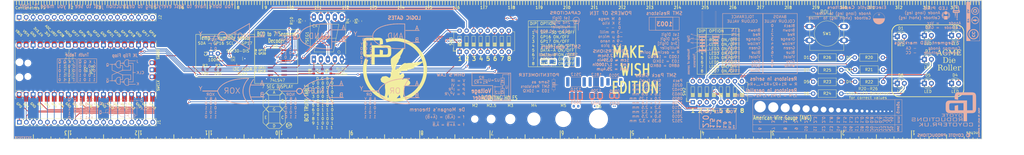
<source format=kicad_pcb>
(kicad_pcb (version 20221018) (generator pcbnew)
  (title_block (title "MAKE A WISH EDITION") (date "2023-11-26") (rev "1.0") (company "Coyote Productions"))
  (layers (0 "F.Cu" signal) (31 "B.Cu" signal) (34 "B.Paste" user) (35 "F.Paste" user) (36 "B.SilkS" user "B.Silkscreen") (37 "F.SilkS" user "F.Silkscreen") (38 "B.Mask" user) (39 "F.Mask" user) (44 "Edge.Cuts" user))
  (net 0 "")
  (net 1 "GND")
  (net 2 "GP00")
  (net 3 "GP01")
  (net 4 "GP02")
  (net 5 "GP03")
  (net 6 "GP04")
  (net 7 "GP05")
  (net 8 "GP06")
  (net 9 "GP07")
  (net 10 "GP08")
  (net 11 "GP09")
  (net 12 "GP10")
  (net 13 "GP12")
  (net 14 "GP13")
  (net 15 "GP14")
  (net 16 "GP16")
  (net 17 "GP17")
  (net 18 "GP18")
  (net 19 "GP19")
  (net 20 "GP20")
  (net 21 "GP21")
  (net 22 "GP26")
  (net 23 "GP27")
  (net 27 "GP28")
  (net 28 "GP11")
  (net 29 "GP15")
  (net 30 "Net-(D1-A)")
  (net 31 "VBUS")
  (net 32 "VSYS")
  (net 33 "3V3_EN")
  (net 34 "3V3")
  (net 35 "ADC_VREF")
  (net 36 "AGND")
  (net 37 "RUN")
  (net 38 "GP22")
  (net 39 "GP01A")
  (net 40 "GP02A")
  (net 41 "GP03A")
  (net 42 "GP04A")
  (net 43 "GP05A")
  (net 44 "GP06A")
  (net 45 "GP07A")
  (net 46 "GP00A")
  (net 48 "Net-(U3-e)")
  (net 49 "Net-(U3-d)")
  (net 50 "Net-(U3-c)")
  (net 51 "Net-(U3-b)")
  (net 52 "Net-(U3-a)")
  (net 53 "Net-(U3-g)")
  (net 54 "Net-(U3-f)")
  (net 55 "VBUS-SHT30")
  (net 56 "GP16-SHT30")
  (net 57 "GP17-SHT30")
  (net 58 "GP21-74LS47-D")
  (net 59 "GP20-74LS47-C")
  (net 60 "GP19-74LS47-B")
  (net 61 "GP18-74LS47-A")
  (net 62 "VBUS-74LS47")
  (net 63 "Net-(AFF1-e)")
  (net 64 "Net-(AFF1-d)")
  (net 65 "Net-(AFF1-c)")
  (net 66 "Net-(AFF1-b)")
  (net 67 "Net-(AFF1-a)")
  (net 68 "Net-(AFF1-f)")
  (net 69 "Net-(AFF1-g)")
  (net 92 "Net-(D2-A)")
  (net 93 "Net-(D3-A)")
  (net 94 "Net-(D4-A)")
  (net 95 "Net-(D5-A)")
  (net 96 "Net-(D6-A)")
  (net 97 "Net-(D7-A)")
  (footprint "Resistor_THT:R_Axial_DIN0207_L6.3mm_D2.5mm_P10.16mm_Horizontal" (layer "F.Cu") (at 349.05 147.85 180)
    (fp_text reference "R20")
    (fp_text value "~")
  )
  (footprint "Resistor_SMD:R_0603_1608Metric" (layer "F.Cu") (at 143.31 152.865 90)
    (fp_text reference "R8")
    (fp_text value "150")
  )
  (footprint "Resistor_SMD:R_0603_1608Metric" (layer "F.Cu") (at 160.12 134.685 90)
    (fp_text reference "R5")
    (fp_text value "150")
  )
  (footprint "Display_7Segment:7SegmentLED_LTS6760_LTS6780" (layer "F.Cu") (at 143.32 148.47 90)
    (fp_text reference "7SEG1")
    (fp_text value "LTS-6960HR" hide)
  )
  (footprint "MountingHole:MountingHole_4.3mm_M4" (layer "F.Cu") (at 222.875 170.1)
    (fp_text reference "H4" hide)
    (fp_text value "M4")
  )
  (footprint "Resistor_SMD:R_0603_1608Metric" (layer "F.Cu") (at 149.47 152.865 90)
    (fp_text reference "R6")
    (fp_text value "150")
  )
  (footprint "Button_Switch_THT:SW_PUSH-12mm" (layer "F.Cu") (at 322.51 136.65)
    (fp_text reference "SW1")
    (fp_text value "SW_DPST_x2")
  )
  (footprint "Connector_PinHeader_2.54mm:PinHeader_1x20_P2.54mm_Vertical" (layer "F.Cu") (at 36.77 133.3 90)
    (fp_text reference "J2")
    (fp_text value "Conn_01x20_Pin")
  )
  (footprint "MCU_RaspberryPi_and_Boards:RPi_Pico_SMD_TH" (layer "F.Cu") (at 60.9 152.28 90)
    (fp_text reference "U2")
    (fp_text value "Pico")
  )
  (footprint "Resistor_SMD:R_0603_1608Metric" (layer "F.Cu") (at 136.7 134.62 90)
    (fp_text reference "R10")
    (fp_text value "150")
  )
  (footprint "Button_Switch_THT:SW_DIP_SPSTx08_Slide_6.7x21.88mm_W7.62mm_P2.54mm_LowProfile" (layer "F.Cu") (at 280.325 164.025 90)
    (fp_text reference "SW2")
    (fp_text value "SW_DIP_x08")
  )
  (footprint "SN74LS145:SOIC127P600X175-16N" (layer "F.Cu") (at 130.105 149.625)
    (fp_text reference "U3")
    (fp_text value "74LS47")
  )
  (footprint "Resistor_THT:R_Axial_DIN0207_L6.3mm_D2.5mm_P10.16mm_Horizontal" (layer "F.Cu") (at 349.18 156.6333 180)
    (fp_text reference "R22")
    (fp_text value "~")
  )
  (footprint "MountingHole:MountingHole_6.4mm_M6" (layer "F.Cu") (at 246.225 170.1)
    (fp_text reference "H6" hide)
    (fp_text value "M6")
  )
  (footprint "MountingHole:MountingHole_5.3mm_M5" (layer "F.Cu") (at 233.5 170.1)
    (fp_text reference "H5" hide)
    (fp_text value "M5")
  )
  (footprint "MountingHole:MountingHole_2.7mm_M2.5" (layer "F.Cu") (at 207.425 170.1)
    (fp_text reference "H2" hide)
    (fp_text value "M2.5")
  )
  (footprint "Capacitor_THT:C_Disc_D3.4mm_W2.1mm_P2.50mm" (layer "F.Cu") (at 106.15 146.4)
    (fp_text reference "C1")
    (fp_text value "100nF")
  )
  (footprint "Resistor_SMD:R_0603_1608Metric" (layer "F.Cu") (at 108.6524 152.23)
    (fp_text reference "R3")
    (fp_text value "10K")
  )
  (footprint "LED_THT:LED_D3.0mm" (layer "F.Cu") (at 364.06 139.85)
    (fp_text reference "D2")
    (fp_text value "LED")
  )
  (footprint "Resistor_THT:R_Axial_DIN0207_L6.3mm_D2.5mm_P10.16mm_Horizontal" (layer "F.Cu") (at 334.03 156.6333 180)
    (fp_text reference "R23")
    (fp_text value "~")
  )
  (footprint "LED_THT:LED_D3.0mm" (layer "F.Cu") (at 373.8972 157.175)
    (fp_text reference "D4")
    (fp_text value "LED")
  )
  (footprint "LED_THT:LED_D3.0mm" (layer "F.Cu") (at 364.06 148.5)
    (fp_text reference "D7")
    (fp_text value "LED")
  )
  (footprint "Resistor_THT:R_Axial_DIN0207_L6.3mm_D2.5mm_P10.16mm_Horizontal" (layer "F.Cu") (at 334.03 152.3667 180)
    (fp_text reference "R25")
    (fp_text value "~")
  )
  (footprint "LED_THT:LED_D3.0mm" (layer "F.Cu") (at 354.2729 157.175)
    (fp_text reference "D6")
    (fp_text value "LED")
  )
  (footprint "LED_THT:LED_D3.0mm" (layer "F.Cu") (at 354.2729 140.225)
    (fp_text reference "D1")
    (fp_text value "LED")
  )
  (footprint "Sensor_Humidity:Sensirion_DFN-8-1EP_2.5x2.5mm_P0.5mm_EP1.1x1.7mm" (layer "F.Cu") (at 116.135 148.24 90)
    (fp_text reference "U1")
    (fp_text value "SHT30-DIS")
  )
  (footprint "LED_THT:LED_D3.0mm" (layer "F.Cu") (at 364.06 157.175)
    (fp_text reference "D5")
    (fp_text value "LED")
  )
  (footprint "Connector_PinHeader_2.54mm:PinHeader_1x20_P2.54mm_Vertical" (layer "F.Cu") (at 36.84 171.24 90)
    (fp_text reference "J1")
    (fp_text value "Conn_01x20_Pin")
  )
  (footprint "MountingHole:MountingHole_3.2mm_M3" (layer "F.Cu") (at 214.35 170.1)
    (fp_text reference "H3" hide)
    (fp_text value "M3")
  )
  (footprint "MountingHole:MountingHole_2.2mm_M2" (layer "F.Cu") (at 201.5 170.1)
    (fp_text reference "H1" hide)
    (fp_text value "M2")
  )
  (footprint "Resistor_THT:R_Axial_DIN0207_L6.3mm_D2.5mm_P10.16mm_Horizontal" (layer "F.Cu") (at 334.03 147.85 180)
    (fp_text reference "R26")
    (fp_text value "~" hide)
  )
  (footprint "Button_Switch_THT:SW_DIP_SPSTx08_Slide_6.7x21.88mm_W7.62mm_P2.54mm_LowProfile" (layer "F.Cu") (at 196.02 145.79 90)
    (fp_text reference "SW3")
    (fp_text value "SW_DIP_x08")
  )
  (footprint "Resistor_SMD:R_0603_1608Metric" (layer "F.Cu") (at 146.39 152.865 90)
    (fp_text reference "R7")
    (fp_text value "150")
  )
  (footprint "Resistor_THT:R_Axial_DIN0207_L6.3mm_D2.5mm_P10.16mm_Horizontal" (layer "F.Cu") (at 334.03 160.9 180)
    (fp_text reference "R24")
    (fp_text value "~")
  )
  (footprint "Resistor_SMD:R_0603_1608Metric" (layer "F.Cu") (at 103.99 152.23)
    (fp_text reference "R2")
    (fp_text value "10K")
  )
  (footprint "Resistor_SMD:R_0603_1608Metric" (layer "F.Cu") (at 139.75 134.62 90)
    (fp_text reference "R9")
    (fp_text value "150")
  )
  (footprint "Resistor_THT:R_Axial_DIN0207_L6.3mm_D2.5mm_P10.16mm_Horizontal" (layer "F.Cu") (at 349.15 152.2416 180)
    (fp_text reference "R21")
    (fp_text value "~")
  )
  (footprint "Resistor_SMD:R_0603_1608Metric" (layer "F.Cu") (at 157.07 134.675 90)
    (fp_text reference "R4")
    (fp_text value "150")
  )
  (footprint "LED_THT:LED_D3.0mm" (layer "F.Cu") (at 373.8972 139.85)
    (fp_text reference "D3")
    (fp_text value "LED")
  )
  (footprint "Resistor_SMD:R_1206_3216Metric" (layer "B.Cu") (at 245.3612 161.6482 180)
    (fp_text reference "R15" hide)
    (fp_text value "1206")
  )
  (footprint "Resistor_SMD:R_0603_1608Metric" (layer "B.Cu") (at 238.1127 165.45 180)
    (fp_text reference "R13" hide)
    (fp_text value "0603")
  )
  (footprint "Resistor_SMD:R_1210_3225Metric" (layer "B.Cu") (at 238.1099 161.6482 180)
    (fp_text reference "R16" hide)
    (fp_text value "1210")
  )
  (footprint "Resistor_SMD:R_1812_4532Metric" (layer "B.Cu") (at 245.3612 156.6482 180)
    (fp_text reference "R17" hide)
    (fp_text value "1812")
  )
  (footprint "Resistor_SMD:R_0402_1005Metric" (layer "B.Cu") (at 245.3495 165.45 180)
    (fp_text reference "R12" hide)
    (fp_text value "0402")
  )
  (footprint "Capacitor_SMD:CP_Elec_3x5.3" (layer "B.Cu") (at 228.1529 149.4 180)
    (fp_text reference "C3" hide)
    (fp_text value "Polarized")
  )
  (footprint "PCBRulers:Voltage_Divider" (layer "B.Cu") (at 213.7484 154 180)
    (fp_text reference "REF**" hide)
    (fp_text value "Voltage Divider" hide)
  )
  (footprint "Resistor_SMD:R_0805_2012Metric" (layer "B.Cu") (at 251.9724 161.6482 180)
    (fp_text reference "R14" hide)
    (fp_text value "0805")
  )
  (footprint "Resistor_SMD:R_0201_0603Metric" (layer "B.Cu") (at 251.9607 165.45 180)
    (fp_text reference "R11" hide)
    (fp_text value "0201")
  )
  (footprint "Resistor_SMD:R_2512_6332Metric" (layer "B.Cu") (at 238.1099 156.6482 180)
    (fp_text reference "R19" hide)
    (fp_text value "2512")
  )
  (footprint "Capacitor_SMD:C_1812_4532Metric" (layer "B.Cu") (at 236.7029 149.45 180)
    (fp_text reference "C2" hide)
    (fp_text value "1812")
  )
  (footprint "Resistor_SMD:R_2010_5025Metric" (layer "B.Cu") (at 251.9724 156.6482 180)
    (fp_text reference "R18" hide)
    (fp_text value "2010")
  )
  (gr_line (start 284.907037 145.869232) (end 284.892638 145.88055) (stroke (width 0.078184)) (layer "B.SilkS"))
  (gr_line (start 185.297 168.402) (end 184.535 168.402) (stroke (width 0.15)) (layer "B.SilkS"))
  (gr_line (start 289.886385 144.823763) (end 289.890475 144.840024) (stroke (width 0.078184)) (layer "B.SilkS"))
  (gr_line (start 167.460808 136.861088) (end 166.785182 137.199001) (stroke (width 0.236219)) (layer "B.SilkS"))
  (gr_line (start 282.601003 145.772748) (end 282.591822 145.756788) (stroke (width 0.078184)) (layer "B.SilkS"))
  (gr_line (start 138.212435 140.125523) (end 138.208588 140.158855) (stroke (width 0.236219)) (layer "B.SilkS"))
  (gr_line (start 169.189846 144.033919) (end 170.137245 144.262106) (stroke (width 0.236219)) (layer "B.SilkS"))
  (gr_line (start 287.436701 144.761732) (end 287.444068 144.747061) (stroke (width 0.078184)) (layer "B.SilkS"))
  (gr_line (start 288.487141 131.112404) (end 288.79964 131.112404) (stroke (width 0.042652)) (layer "B.SilkS"))
  (gr_line (start 285.015837 140.885859) (end 285.009092 140.900881) (stroke (width 0.078184)) (layer "B.SilkS"))
  (gr_poly (pts (xy 379.870886 134.878204) (xy 379.87022 134.866208) (xy 379.869128 134.854396) (xy 379.867624 134.842789) (xy 379.865723 134.831407) (xy 379.863437 134.820269) (xy 379.860782 134.809397) (xy 379.857772 134.798809) (xy 379.85442 134.788526) (xy 379.850742 134.778568) (xy 379.846751 134.768955) (xy 379.842462 134.759707) (xy 379.837888 134.750844) (xy 379.833044 134.742386) (xy 379.827945 134.734353) (xy 379.822604 134.726765) (xy 379.817036 134.719642) (xy 379.811254 134.713005) (xy 379.805274 134.706872) (xy 379.799109 134.701265) (xy 379.792773 134.696202) (xy 379.786281 134.691705) (xy 379.779647 134.687793) (xy 379.772885 134.684487) (xy 379.766009 134.681806) (xy 379.759034 134.67977) (xy 379.751973 134.678399) (xy 379.744842 134.677714) (xy 379.737653 134.677734) (xy 379.730422 134.67848) (xy 379.723163 134.679971) (xy 379.715889 134.682227) (xy 379.70886 134.685329) (xy 379.702322 134.689352) (xy 379.69627 134.694304) (xy 379.690698 134.700197) (xy 379.685602 134.70704) (xy 379.680976 134.714845) (xy 379.676815 134.723621) (xy 379.673115 134.73338) (xy 379.669868 134.74413) (xy 379.667072 134.755883) (xy 379.66472 134.768649) (xy 379.662807 134.782438) (xy 379.661328 134.79726) (xy 379.660278 134.813127) (xy 379.659652 134.830047) (xy 379.659444 134.848032) (xy 379.659548 134.871709) (xy 379.659941 134.892584) (xy 379.660747 134.910835) (xy 379.66209 134.926636) (xy 379.663002 134.933673) (xy 379.664095 134.940163) (xy 379.665385 134.946129) (xy 379.666886 134.951592) (xy 379.668614 134.956575) (xy 379.670586 134.961099) (xy 379.672816 134.965186) (xy 379.675319 134.968859) (xy 379.678112 134.972139) (xy 379.68121 134.975048) (xy 379.684629 134.977608) (xy 379.688383 134.979842) (xy 379.692489 134.98177) (xy 379.696961 134.983416) (xy 379.701816 134.984801) (xy 379.707069 134.985946) (xy 379.712736 134.986875) (xy 379.718831 134.987609) (xy 379.73237 134.988578) (xy 379.747811 134.989031) (xy 379.765278 134.989143) (xy 379.781582 134.988964) (xy 379.79616 134.988372) (xy 379.809105 134.987283) (xy 379.814994 134.986527) (xy 379.82051 134.985615) (xy 379.825664 134.984539) (xy 379.830468 134.983287) (xy 379.834933 134.981848) (xy 379.839072 134.980214) (xy 379.842895 134.978372) (xy 379.846415 134.976314) (xy 379.849643 134.974028) (xy 379.85259 134.971504) (xy 379.855269 134.968733) (xy 379.857691 134.965703) (xy 379.859867 134.962404) (xy 379.861809 134.958826) (xy 379.863529 134.954959) (xy 379.865039 134.950792) (xy 379.86635 134.946315) (xy 379.867473 134.941518) (xy 379.868421 134.93639) (xy 379.869204 134.930921) (xy 379.870325 134.918918) (xy 379.87093 134.905427) (xy 379.871111 134.890365)) (fill solid) (layer "B.SilkS"))
  (gr_line (start 284.970032 139.859457) (end 284.980662 139.874401) (stroke (width 0.078184)) (layer "B.SilkS"))
  (gr_line (start 287.767895 145.956307) (end 287.748295 145.95581) (stroke (width 0.078184)) (layer "B.SilkS"))
  (gr_line (start 287.603027 144.588032) (end 287.617695 144.580659) (stroke (width 0.078184)) (layer "B.SilkS"))
  (gr_poly (pts (xy 280.610765 150.006241) (xy 280.61114 150.014152) (xy 280.611766 150.021884) (xy 280.612646 150.029443) (xy 280.613782 150.036831) (xy 280.615176 150.044052) (xy 280.616829 150.05111) (xy 280.618744 150.05801) (xy 280.620922 150.064754) (xy 280.623366 150.071348) (xy 280.626078 150.077794) (xy 280.629059 150.084096) (xy 280.632311 150.09026) (xy 280.635836 150.096287) (xy 280.639636 150.102182) (xy 280.643714 150.10795) (xy 280.648008 150.113532) (xy 280.652458 150.118869) (xy 280.657062 150.123967) (xy 280.661821 150.128827) (xy 280.666736 150.133456) (xy 280.671805 150.137855) (xy 280.67703 150.14203) (xy 280.682409 150.145984) (xy 280.687944 150.149721) (xy 280.693633 150.153244) (xy 280.699478 150.156559) (xy 280.705477 150.159668) (xy 280.711632 150.162575) (xy 280.717942 150.165285) (xy 280.724407 150.167802) (xy 280.731026 150.170128) (xy 280.73791 150.172065) (xy 280.745165 150.173905) (xy 280.752792 150.175645) (xy 280.760792 150.177279) (xy 280.777907 150.180219) (xy 280.796511 150.182695) (xy 280.816602 150.184674) (xy 280.838182 150.186126) (xy 280.861251 150.18702) (xy 280.885807 150.187325) (xy 281.311787 150.187325) (xy 281.311787 150.037836) (xy 280.961214 150.037836) (xy 280.936034 150.037712) (xy 280.913072 150.03734) (xy 280.892311 150.036719) (xy 280.873736 150.035851) (xy 280.857331 150.034734) (xy 280.843081 150.03337) (xy 280.830971 150.031757) (xy 280.820985 150.029897) (xy 280.816815 150.028625) (xy 280.812742 150.027284) (xy 280.80877 150.025871) (xy 280.804903 150.024378) (xy 280.801144 150.0228) (xy 280.797498 150.02113) (xy 280.793968 150.019364) (xy 280.790558 150.017495) (xy 280.787272 150.015517) (xy 280.784114 150.013426) (xy 280.781087 150.011214) (xy 280.778197 150.008876) (xy 280.775445 150.006406) (xy 280.772838 150.003799) (xy 280.770377 150.001048) (xy 280.768068 149.998148) (xy 280.76568 149.995156) (xy 280.763474 149.992133) (xy 280.761446 149.989079) (xy 280.759593 149.985994) (xy 280.75791 149.982877) (xy 280.756394 149.97973) (xy 280.755041 149.976552) (xy 280.753847 149.973343) (xy 280.752807 149.970103) (xy 280.751919 149.966832) (xy 280.751178 149.96353) (xy 280.750581 149.960197) (xy 280.750123 149.956833) (xy 280.7498 149.953438) (xy 280.74961 149.950012) (xy 280.749547 149.946555) (xy 280.74964 149.941872) (xy 280.749919 149.93725) (xy 280.750384 149.932686) (xy 280.751035 149.928178) (xy 280.751873 149.923725) (xy 280.752896 149.919323) (xy 280.754105 149.914973) (xy 280.7555 149.91067) (xy 280.757082 149.906414) (xy 280.758849 149.902203) (xy 280.760802 149.898034) (xy 280.762942 149.893906) (xy 280.765267 149.889817) (xy 280.767779 149.885764) (xy 280.770476 149.881747) (xy 280.77336 149.877762) (xy 280.776414 149.874104) (xy 280.779623 149.870571) (xy 280.782987 149.867167) (xy 280.786506 149.863892) (xy 280.79018 149.860749) (xy 280.79401 149.85774) (xy 280.797994 149.854866) (xy 280.802133 149.85213) (xy 280.806428 149.849534) (xy 280.810877 149.847079) (xy 280.815481 149.844768) (xy 280.820241 149.842601) (xy 280.825155 149.840583) (xy 280.830224 149.838713) (xy 280.835449 149.836995) (xy 280.840828 149.83543) (xy 280.846347 149.833988) (xy 280.852481 149.832639) (xy 280.859228 149.831383) (xy 280.866584 149.83022) (xy 280.874544 149.82915) (xy 280.883105 149.828174) (xy 280.902013 149.826499) (xy 280.923278 149.825196) (xy 280.946868 149.824266) (xy 280.972753 149.823708) (xy 281.000901 149.823522) (xy 281.311787 149.823522) (xy 281.311787 149.674034) (xy 280.625193 149.674034) (xy 280.625193 149.81294) (xy 280.727058 149.81294) (xy 280.71974 149.81745) (xy 280.712671 149.822052) (xy 280.70585 149.826744) (xy 280.699276 149.831522) (xy 280.692951 149.836386) (xy 280.686874 149.841333) (xy 280.681045 149.846361) (xy 280.675464 149.851469) (xy 280.670131 149.856654) (xy 280.665046 149.861915) (xy 280.660209 149.86725) (xy 280.65562 149.872656) (xy 280.651279 149.878132) (xy 280.647187 149.883676) (xy 280.643342 149.889286) (xy 280.639745 149.89496) (xy 280.636148 149.90093) (xy 280.632797 149.906936) (xy 280.62969 149.912985) (xy 280.626826 149.919083) (xy 280.624202 149.925235) (xy 280.621816 149.931446) (xy 280.619667 149.937724) (xy 280.617752 149.944073) (xy 280.616069 149.9505) (xy 280.614617 149.957011) (xy 280.613394 149.96361) (xy 280.612398 149.970304) (xy 280.611626 149.977099) (xy 280.611078 149.984001) (xy 280.61075 149.991015) (xy 280.610641 149.998148)) (fill solid) (layer "B.SilkS"))
  (gr_line (start 282.635423 140.983042) (end 282.625202 140.970382) (stroke (width 0.078184)) (layer "B.SilkS"))
  (gr_line (start 108.757279 139.71554) (end 108.772885 139.66713) (stroke (width 0.236219)) (layer "B.SilkS"))
  (gr_line (start 287.388745 140.048482) (end 287.391171 140.029418) (stroke (width 0.078184)) (layer "B.SilkS"))
  (gr_line (start 137.988427 140.667847) (end 137.967134 140.693075) (stroke (width 0.236219)) (layer "B.SilkS"))
  (gr_line (start 109.561972 141.576144) (end 109.470033 141.527012) (stroke (width 0.236219)) (layer "B.SilkS"))
  (gr_line (start 372.873307 132.534211) (end 372.869857 132.485062) (stroke (width 0.132274)) (layer "B.SilkS"))
  (gr_line (start 287.498457 145.844626) (end 287.485834 145.831387) (stroke (width 0.078184)) (layer "B.SilkS"))
  (gr_line (start 138.112768 140.474424) (end 138.097745 140.503696) (stroke (width 0.236219)) (layer "B.SilkS"))
  (gr_line (start 120.053452 140.36146) (end 125.499427 140.36146) (stroke (width 0.236219)) (layer "B.SilkS"))
  (gr_line (start 148.966755 162.393911) (end 149.185965 162.814299) (stroke (width 0.236219)) (layer "B.SilkS"))
  (gr_line (start 111.810365 140.276689) (end 111.80613 140.328324) (stroke (width 0.236219)) (layer "B.SilkS"))
  (gr_line (start 284.741437 145.948558) (end 284.722677 145.951912) (stroke (width 0.078184)) (layer "B.SilkS"))
  (gr_line (start 111.322761 141.311615) (end 111.284945 141.346088) (stroke (width 0.236219)) (layer "B.SilkS"))
  (gr_line (start 370.784981 132.436087) (end 370.779233 132.485062) (stroke (width 0.132274)) (layer "B.SilkS"))
  (gr_line (start 172.493446 155.947997) (end 173.131446 155.809014) (stroke (width 0.236219)) (layer "B.SilkS"))
  (gr_line (start 111.694603 140.772842) (end 111.674432 140.819334) (stroke (width 0.236219)) (layer "B.SilkS"))
  (gr_line (start 287.416746 145.723476) (end 287.409918 145.706172) (stroke (width 0.078184)) (layer "B.SilkS"))
  (gr_line (start 136.277285 139.603806) (end 136.291358 139.574048) (stroke (width 0.236219)) (layer "B.SilkS"))
  (gr_line (start 138.889681 159.354523) (end 138.931409 159.405626) (stroke (width 0.236219)) (layer "B.SilkS"))
  (gr_line (start 117.839872 158.903606) (end 117.773694 159.255411) (stroke (width 0.236219)) (layer "B.SilkS"))
  (gr_line (start 142.786325 144.03391) (end 143.733724 144.262097) (stroke (width 0.236219)) (layer "B.SilkS"))
  (gr_line (start 138.595481 138.80286) (end 138.37704 139.245999) (stroke (width 0.236219)) (layer "B.SilkS"))
  (gr_line (start 109.752438 141.654754) (end 109.656217 141.618724) (stroke (width 0.236219)) (layer "B.SilkS"))
  (gr_poly (pts (xy 360.202026 169.583274) (xy 360.088818 169.583603) (xy 359.98913 169.584593) (xy 359.902795 169.586241) (xy 359.82965 169.588549) (xy 359.769529 169.591517) (xy 359.722268 169.595144) (xy 359.703408 169.597205) (xy 359.687701 169.599431) (xy 359.675127 169.601821) (xy 359.665664 169.604377) (xy 359.652455 169.609567) (xy 359.639869 169.615896) (xy 359.627912 169.623349) (xy 359.616589 169.631909) (xy 359.605904 169.641561) (xy 359.595864 169.65229) (xy 359.586473 169.664081) (xy 359.577736 169.676917) (xy 359.569658 169.690783) (xy 359.562245 169.705665) (xy 359.555502 169.721546) (xy 359.549434 169.738411) (xy 359.544046 169.756245) (xy 359.539343 169.775032) (xy 359.535331 169.794757) (xy 359.532014 169.815404) (xy 359.519704 169.894539) (xy 359.614665 169.922676) (xy 359.633556 169.928429) (xy 359.651705 169.933749) (xy 359.6687 169.938534) (xy 359.684129 169.94268) (xy 359.697579 169.946083) (xy 359.708639 169.948642) (xy 359.716896 169.950253) (xy 359.719845 169.950671) (xy 359.721938 169.950813) (xy 359.722598 169.950685) (xy 359.723255 169.950306) (xy 359.724562 169.948821) (xy 359.725848 169.946408) (xy 359.727103 169.943119) (xy 359.728318 169.939006) (xy 359.72948 169.93412) (xy 359.73161 169.922236) (xy 359.73341 169.907879) (xy 359.734798 169.891461) (xy 359.735691 169.873394) (xy 359.736007 169.854091) (xy 359.736007 169.757371) (xy 360.650457 169.757371) (xy 360.650457 170.144254) (xy 360.170371 170.144254) (xy 359.954439 170.144993) (xy 359.867076 170.146747) (xy 359.79217 170.150162) (xy 359.759089 170.152666) (xy 359.728764 170.155793) (xy 359.701073 170.159612) (xy 359.675899 170.164193) (xy 359.653119 170.169604) (xy 359.632616 170.175916) (xy 359.614269 170.183196) (xy 359.597958 170.191516) (xy 359.583564 170.200943) (xy 359.570967 170.211546) (xy 359.560046 170.223396) (xy 359.550683 170.236562) (xy 359.542757 170.251111) (xy 359.536149 170.267115) (xy 359.530739 170.284642) (xy 359.526407 170.303761) (xy 359.523033 170.324542) (xy 359.520497 170.347053) (xy 359.517463 170.397545) (xy 359.516345 170.455791) (xy 359.516185 170.522344) (xy 359.516507 170.5665) (xy 359.517525 170.606779) (xy 359.519315 170.643385) (xy 359.520524 170.660374) (xy 359.521956 170.676521) (xy 359.523619 170.691851) (xy 359.525524 170.70639) (xy 359.52768 170.720164) (xy 359.530096 170.733197) (xy 359.532783 170.745515) (xy 359.535751 170.757144) (xy 359.539008 170.768109) (xy 359.542564 170.778435) (xy 359.54643 170.788148) (xy 359.550615 170.797274) (xy 359.555128 170.805837) (xy 359.559979 170.813864) (xy 359.565177 170.821379) (xy 359.570734 170.828409) (xy 359.576657 170.834977) (xy 359.582957 170.841111) (xy 359.589643 170.846836) (xy 359.596726 170.852176) (xy 359.604214 170.857157) (xy 359.612117 170.861805) (xy 359.620446 170.866146) (xy 359.629209 170.870203) (xy 359.638417 170.874004) (xy 359.648078 170.877574) (xy 359.675597 170.883137) (xy 359.720836 170.887957) (xy 359.854242 170.895351) (xy 360.027835 170.899737) (xy 360.221149 170.901094) (xy 360.413722 170.899401) (xy 360.585089 170.894637) (xy 360.714786 170.886782) (xy 360.757614 170.881689) (xy 360.78235 170.875815) (xy 360.796155 170.868976) (xy 360.809202 170.860998) (xy 360.821477 170.851897) (xy 360.832964 170.841688) (xy 360.843646 170.830387) (xy 360.85351 170.818009) (xy 360.862539 170.80457) (xy 360.870717 170.790085) (xy 360.878031 170.77457) (xy 360.884463 170.75804) (xy 360.889999 170.74051) (xy 360.894622 170.721996) (xy 360.898319 170.702514) (xy 360.901073 170.682078) (xy 360.902868 170.660705) (xy 360.90369 170.638409) (xy 360.905448 170.543447) (xy 360.817521 170.520587) (xy 360.799362 170.51549) (xy 360.782048 170.510805) (xy 360.765929 170.506614) (xy 360.751355 170.503001) (xy 360.738678 170.500047) (xy 360.728247 170.497835) (xy 360.720413 170.496448) (xy 360.717579 170.496089) (xy 360.715526 170.495967) (xy 360.714872 170.496115) (xy 360.714228 170.496555) (xy 360.712977 170.498282) (xy 360.711777 170.50109) (xy 360.710634 170.504924) (xy 360.709553 170.509727) (xy 360.708538 170.515441) (xy 360.706731 170.529379) (xy 360.705254 170.546285) (xy 360.704148 170.565704) (xy 360.703454 170.587185) (xy 360.703214 170.610273) (xy 360.703214 170.72458) (xy 359.718421 170.72458) (xy 359.718421 170.32011) (xy 360.193233 170.32011) (xy 360.410401 170.319406) (xy 360.498321 170.317734) (xy 360.573741 170.314477) (xy 360.607064 170.31209) (xy 360.637621 170.309108) (xy 360.665533 170.305467) (xy 360.690919 170.301099) (xy 360.713898 170.295939) (xy 360.734592 170.289921) (xy 360.753119 170.282979) (xy 360.7696 170.275047) (xy 360.784154 170.266058) (xy 360.7969 170.255948) (xy 360.80796 170.244649) (xy 360.817452 170.232096) (xy 360.825496 170.218223) (xy 360.832212 170.202963) (xy 360.83772 170.186252) (xy 360.84214 170.168022) (xy 360.845591 170.148208) (xy 360.848193 170.126743) (xy 360.850067 170.103563) (xy 360.851331 170.0786) (xy 360.852511 170.023063) (xy 360.852691 169.959605) (xy 360.852451 169.916243) (xy 360.851674 169.876991) (xy 360.85028 169.841586) (xy 360.849325 169.825246) (xy 360.848185 169.80977) (xy 360.846849 169.795127) (xy 360.845306 169.781283) (xy 360.843548 169.768206) (xy 360.841563 169.755863) (xy 360.83934 169.744223) (xy 360.836871 169.733251) (xy 360.834144 169.722917) (xy 360.831149 169.713187) (xy 360.827875 169.704029) (xy 360.824314 169.695411) (xy 360.820453 169.687299) (xy 360.816283 169.679661) (xy 360.811794 169.672466) (xy 360.806976 169.665679) (xy 360.801817 169.659269) (xy 360.796308 169.653204) (xy 360.790438 169.64745) (xy 360.784197 169.641975) (xy 360.777575 169.636748) (xy 360.770561 169.631734) (xy 360.763146 169.626902) (xy 360.755318 169.622218) (xy 360.747068 169.617652) (xy 360.738386 169.613169) (xy 360.716853 169.603734) (xy 360.690437 169.59638) (xy 360.655077 169.590882) (xy 360.606713 169.587011) (xy 360.541286 169.584541) (xy 360.454735 169.583246)) (fill solid) (layer "B.SilkS"))
  (gr_line (start 289.830277 144.705327) (end 289.839407 144.718841) (stroke (width 0.078184)) (layer "B.SilkS"))
  (gr_poly (pts (xy 279.221737 140.906443) (xy 279.221737 140.756954) (xy 278.535143 140.756954) (xy 278.535143 140.906443)) (fill solid) (layer "B.SilkS"))
  (gr_line (start 287.400391 140.838849) (end 287.396301 140.822589) (stroke (width 0.078184)) (layer "B.SilkS"))
  (gr_line (start 282.545794 145.575186) (end 282.559023 144.925) (stroke (width 0.078184)) (layer "B.SilkS"))
  (gr_line (start 373.209206 132.432322) (end 373.197685 132.349736) (stroke (width 0.132274)) (layer "B.SilkS"))
  (gr_line (start 136.581965 140.829552) (end 136.53045 140.787051) (stroke (width 0.236219)) (layer "B.SilkS"))
  (gr_line (start 284.884489 141.048901) (end 284.870978 141.058037) (stroke (width 0.078184)) (layer "B.SilkS"))
  (gr_line (start 111.121753 141.471877) (end 111.078076 141.500121) (stroke (width 0.236219)) (layer "B.SilkS"))
  (gr_line (start 289.799629 144.667364) (end 289.810371 144.679571) (stroke (width 0.078184)) (layer "B.SilkS"))
  (gr_line (start 194.314 171.196) (end 191.52 171.196) (stroke (width 0.15)) (layer "B.SilkS"))
  (gr_line (start 168.228457 136.556746) (end 167.460808 136.861088) (stroke (width 0.236219)) (layer "B.SilkS"))
  (gr_line (start 136.877587 140.987673) (end 136.815047 140.964257) (stroke (width 0.236219)) (layer "B.SilkS"))
  (gr_line (start 138.931409 160.641102) (end 138.910973 160.666977) (stroke (width 0.236219)) (layer "B.SilkS"))
  (gr_line (start 139.020288 160.502829) (end 139.00433 160.531593) (stroke (width 0.236219)) (layer "B.SilkS"))
  (gr_line (start 149.581607 155.399335) (end 150.506633 155.386192) (stroke (width 0.236219)) (layer "B.SilkS"))
  (gr_line (start 137.559073 159.178793) (end 137.587463 159.160436) (stroke (width 0.236219)) (layer "B.SilkS"))
  (gr_line (start 282.807088 144.567793) (end 282.822761 144.562335) (stroke (width 0.078184)) (layer "B.SilkS"))
  (gr_line (start 282.720322 144.613711) (end 282.733833 144.604575) (stroke (width 0.078184)) (layer "B.SilkS"))
  (gr_poly (pts (xy 370.920448 171.60386) (xy 371.975583 171.60386) (xy 371.975583 171.973157) (xy 371.324916 171.973157) (xy 371.324916 172.149012) (xy 371.975583 172.149012) (xy 371.975583 172.571067) (xy 370.902862 172.571067) (xy 370.902862 172.746923) (xy 372.204196 172.746923) (xy 372.204196 171.428003) (xy 370.920448 171.428003)) (fill solid) (layer "B.SilkS"))
  (gr_line (start 108.841394 159.25201) (end 109.077027 158.905249) (stroke (width 0.236219)) (layer "B.SilkS"))
  (gr_line (start 287.451903 145.788212) (end 287.441985 145.772748) (stroke (width 0.078184)) (layer "B.SilkS"))
  (gr_line (start 289.850074 140.900881) (end 289.842708 140.915552) (stroke (width 0.078184)) (layer "B.SilkS"))
  (gr_line (start 302.004558 174.75) (end 303.393624 174.75) (stroke (width 0.12)) (layer "B.SilkS"))
  (gr_line (start 372.753537 133.621374) (end 372.813978 133.563931) (stroke (width 0.132274)) (layer "B.SilkS"))
  (gr_line (start 137.650351 139.1119) (end 137.710112 139.143835) (stroke (width 0.236219)) (layer "B.SilkS"))
  (gr_line (start 144.454941 164.071386) (end 143.472603 163.790988) (stroke (width 0.236219)) (layer "B.SilkS"))
  (gr_line (start 138.081787 140.532461) (end 138.064906 140.560693) (stroke (width 0.236219)) (layer "B.SilkS"))
  (gr_line (start 370.813927 131.644851) (end 370.759076 131.706222) (stroke (width 0.132274)) (layer "B.SilkS"))
  (gr_line (start 139.636383 160.912314) (end 139.430638 160.45787) (stroke (width 0.236219)) (layer "B.SilkS"))
  (gr_line (start 110.847104 141.618724) (end 110.750883 141.654754) (stroke (width 0.236219)) (layer "B.SilkS"))
  (gr_line (start 284.980662 145.788212) (end 284.970032 145.803156) (stroke (width 0.078184)) (layer "B.SilkS"))
  (gr_line (start 109.470033 138.817981) (end 109.561972 138.768851) (stroke (width 0.236219)) (layer "B.SilkS"))
  (gr_line (start 287.602726 139.743913) (end 287.619606 139.736276) (stroke (width 0.078184)) (layer "B.SilkS"))
  (gr_line (start 139.062494 159.63315) (end 139.085775 159.694882) (stroke (width 0.236219)) (layer "B.SilkS"))
  (gr_line (start 372.776577 131.586641) (end 372.714369 131.531782) (stroke (width 0.132274)) (layer "B.SilkS"))
  (gr_line (start 137.531418 159.198006) (end 137.559073 159.178793) (stroke (width 0.236219)) (layer "B.SilkS"))
  (gr_line (start 287.602726 145.9187) (end 287.586294 145.910279) (stroke (width 0.078184)) (layer "B.SilkS"))
  (gr_line (start 169.507366 163.208713) (end 169.075233 162.966275) (stroke (width 0.236219)) (layer "B.SilkS"))
  (gr_line (start 282.648652 144.679571) (end 282.659394 144.667364) (stroke (width 0.078184)) (layer "B.SilkS"))
  (gr_line (start 138.796227 159.260551) (end 138.844585 159.306103) (stroke (width 0.236219)) (layer "B.SilkS"))
  (gr_line (start 289.863629 139.956441) (end 289.869624 139.974145) (stroke (width 0.078184)) (layer "B.SilkS"))
  (gr_poly (pts (xy 69.838704 163.516033) (xy 69.791936 163.519561) (xy 69.745862 163.525372) (xy 69.700538 163.533409) (xy 69.656021 163.543617) (xy 69.612369 163.555937) (xy 69.569637 163.570314) (xy 69.527885 163.586691) (xy 69.487167 163.605011) (xy 69.447541 163.625218) (xy 69.409065 163.647256) (xy 69.371794 163.671067) (xy 69.335786 163.696595) (xy 69.301099 163.723784) (xy 69.267788 163.752576) (xy 69.235911 163.782916) (xy 69.205524 163.814747) (xy 69.176686 163.848012) (xy 69.149452 163.882654) (xy 69.123879 163.918617) (xy 69.100025 163.955845) (xy 69.077947 163.994281) (xy 69.057701 164.033868) (xy 69.039344 164.074549) (xy 69.022934 164.116269) (xy 69.008527 164.15897) (xy 68.99618 164.202595) (xy 68.98595 164.24709) (xy 68.977895 164.292396) (xy 68.972071 164.338457) (xy 68.968534 164.385216) (xy 68.967343 164.432618) (xy 68.968534 164.480022) (xy 68.972071 164.52679) (xy 68.977895 164.572864) (xy 68.98595 164.618188) (xy 68.99618 164.662705) (xy 69.008527 164.706357) (xy 69.022934 164.749088) (xy 69.039344 164.790841) (xy 69.057701 164.831559) (xy 69.077947 164.871185) (xy 69.100025 164.909661) (xy 69.123879 164.946932) (xy 69.149452 164.982939) (xy 69.176686 165.017627) (xy 69.205524 165.050938) (xy 69.235911 165.082815) (xy 69.267788 165.113201) (xy 69.301099 165.14204) (xy 69.335786 165.169274) (xy 69.371794 165.194847) (xy 69.409065 165.2187) (xy 69.447541 165.240779) (xy 69.487167 165.261025) (xy 69.527885 165.279381) (xy 69.569637 165.295792) (xy 69.612369 165.310199) (xy 69.656021 165.322546) (xy 69.700538 165.332775) (xy 69.745862 165.340831) (xy 69.791936 165.346655) (xy 69.838704 165.350192) (xy 69.886108 165.351383) (xy 71.008273 165.351383) (xy 71.008273 163.514844) (xy 69.886108 163.514844)) (stroke (width 0.1)) (fill none) (layer "B.SilkS"))
  (gr_line (start 137.863742 159.040769) (end 137.92821 159.025866) (stroke (width 0.236219)) (layer "B.SilkS"))
  (gr_line (start 112.099185 140.157412) (end 120.053452 135.564998) (stroke (width 0.236219)) (layer "B.SilkS"))
  (gr_line (start 289.590798 141.109162) (end 289.574271 141.112554) (stroke (width 0.078184)) (layer "B.SilkS"))
  (gr_line (start 289.799696 145.817555) (end 289.787713 145.831387) (stroke (width 0.078184)) (layer "B.SilkS"))
  (gr_line (start 284.857065 141.066603) (end 284.842766 141.07458) (stroke (width 0.078184)) (layer "B.SilkS"))
  (gr_line (start 138.511638 159.083348) (end 138.572894 159.111024) (stroke (width 0.236219)) (layer "B.SilkS"))
  (gr_line (start 284.795654 145.933164) (end 284.777949 145.93916) (stroke (width 0.078184)) (layer "B.SilkS"))
  (gr_line (start 287.498393 141.006986) (end 287.487147 140.995248) (stroke (width 0.078184)) (layer "B.SilkS"))
  (gr_line (start 136.66492 139.161312) (end 136.694034 139.143835) (stroke (width 0.236219)) (layer "B.SilkS"))
  (gr_line (start 136.608872 139.198882) (end 136.636529 139.179669) (stroke (width 0.236219)) (layer "B.SilkS"))
  (gr_line (start 149.953334 142.131395) (end 154.944132 142.131395) (stroke (width 0.236219)) (layer "B.SilkS"))
  (gr_line (start 177.553158 164.093005) (end 177.965942 164.522322) (stroke (width 0.236219)) (layer "B.SilkS"))
  (gr_line (start 289.651935 144.567793) (end 289.66729 144.573907) (stroke (width 0.078184)) (layer "B.SilkS"))
  (gr_line (start 137.144181 159.758183) (end 137.153308 159.726348) (stroke (width 0.236219)) (layer "B.SilkS"))
  (gr_line (start 284.998424 144.718841) (end 285.006983 144.732758) (stroke (width 0.078184)) (layer "B.SilkS"))
  (gr_line (start 370.939972 133.149444) (end 370.968683 133.191905) (stroke (width 0.132274)) (layer "B.SilkS"))
  (gr_line (start 167.008366 159.251996) (end 167.244001 158.905237) (stroke (width 0.236219)) (layer "B.SilkS"))
  (gr_line (start 284.684269 139.706802) (end 284.703613 139.708275) (stroke (width 0.078184)) (layer "B.SilkS"))
  (gr_line (start 137.228938 159.5439) (end 137.244896 159.515136) (stroke (width 0.236219)) (layer "B.SilkS"))
  (gr_line (start 119.025648 163.664679) (end 119.386189 164.093006) (stroke (width 0.236219)) (layer "B.SilkS"))
  (gr_line (start 139.13937 160.05732) (end 139.137728 160.091089) (stroke (width 0.236219)) (layer "B.SilkS"))
  (gr_line (start 118.054587 161.977836) (end 118.23182 162.393919) (stroke (width 0.236219)) (layer "B.SilkS"))
  (gr_line (start 108.743236 140.580481) (end 108.719921 140.480965) (stroke (width 0.236219)) (layer "B.SilkS"))
  (gr_line (start 137.267814 141.038764) (end 137.202063 141.040893) (stroke (width 0.236219)) (layer "B.SilkS"))
  (gr_line (start 108.873639 139.434847) (end 108.898191 139.390593) (stroke (width 0.236219)) (layer "B.SilkS"))
  (gr_line (start 370.456837 132.847249) (end 370.474808 132.927574) (stroke (width 0.132274)) (layer "B.SilkS"))
  (gr_line (start 137.070775 139.016096) (end 137.136313 139.009709) (stroke (width 0.236219)) (layer "B.SilkS"))
  (gr_line (start 137.338253 159.379751) (end 137.359545 159.354523) (stroke (width 0.236219)) (layer "B.SilkS"))
  (gr_line (start 138.770858 160.80782) (end 138.744714 160.828677) (stroke (width 0.236219)) (layer "B.SilkS"))
  (gr_line (start 112.737682 163.79099) (end 112.258429 163.619767) (stroke (width 0.236219)) (layer "B.SilkS"))
  (gr_line (start 145.446874 164.277785) (end 144.454941 164.071386) (stroke (width 0.236219)) (layer "B.SilkS"))
  (gr_line (start 146.421788 164.420663) (end 145.446874 164.277785) (stroke (width 0.236219)) (layer "B.SilkS"))
  (gr_line (start 138.385485 159.040769) (end 138.449096 159.059929) (stroke (width 0.236219)) (layer "B.SilkS"))
  (gr_line (start 111.694603 139.572156) (end 111.730423 139.66713) (stroke (width 0.236219)) (layer "B.SilkS"))
  (gr_line (start 372.714369 131.531782) (end 372.648646 131.480462) (stroke (width 0.132274)) (layer "B.SilkS"))
  (gr_poly (pts (xy 278.617204 147.381192) (xy 278.611344 147.38544) (xy 278.60567 147.389748) (xy 278.600182 147.394114) (xy 278.59488 147.398536) (xy 278.589764 147.403012) (xy 278.584834 147.407541) (xy 278.58009 147.41212) (xy 278.575532 147.416747) (xy 278.57116 147.421421) (xy 278.566974 147.42614) (xy 278.562975 147.430901) (xy 278.559161 147.435702) (xy 278.555533 147.440543) (xy 278.552092 147.44542) (xy 278.548836 147.450332) (xy 278.545766 147.455277) (xy 278.542883 147.460502) (xy 278.540185 147.465759) (xy 278.537674 147.471052) (xy 278.535348 147.476381) (xy 278.533209 147.48175) (xy 278.531256 147.487158) (xy 278.529488 147.49261) (xy 278.527907 147.498106) (xy 278.526512 147.503649) (xy 278.525303 147.50924) (xy 278.524279 147.514881) (xy 278.523442 147.520575) (xy 278.522791 147.526323) (xy 278.522326 147.532127) (xy 278.522047 147.537989) (xy 278.521954 147.543912) (xy 278.522296 147.556205) (xy 278.523323 147.568277) (xy 278.525041 147.580125) (xy 278.527452 147.591743) (xy 278.530561 147.60313) (xy 278.534372 147.61428) (xy 278.538888 147.625189) (xy 278.544113 147.635855) (xy 278.550051 147.646272) (xy 278.556706 147.656437) (xy 278.564082 147.666347) (xy 278.572183 147.675997) (xy 278.581013 147.685383) (xy 278.590575 147.694502) (xy 278.600874 147.70335) (xy 278.611912 147.711922) (xy 278.623415 147.720325) (xy 278.635598 147.728171) (xy 278.648459 147.735464) (xy 278.661997 147.742204) (xy 278.676209 147.748394) (xy 278.691093 147.754036) (xy 278.706648 147.759131) (xy 278.722872 147.763681) (xy 278.739762 147.767689) (xy 278.757317 147.771156) (xy 278.775534 147.774085) (xy 278.794413 147.776477) (xy 278.81395 147.778334) (xy 278.834144 147.779658) (xy 278.854993 147.780451) (xy 278.876496 147.780715) (xy 278.897999 147.780436) (xy 278.918855 147.779601) (xy 278.939067 147.778212) (xy 278.95864 147.77627) (xy 278.977578 147.773779) (xy 278.995884 147.770738) (xy 279.013561 147.767152) (xy 279.030615 147.76302) (xy 279.047049 147.758346) (xy 279.062867 147.753132) (xy 279.078072 147.747379) (xy 279.092668 147.741088) (xy 279.10666 147.734264) (xy 279.120052 147.726906) (xy 279.132846 147.719017) (xy 279.145048 147.710599) (xy 279.156349 147.701809) (xy 279.166935 147.692804) (xy 279.176804 147.683586) (xy 279.185955 147.674157) (xy 279.194384 147.664519) (xy 279.202091 147.654673) (xy 279.209072 147.644622) (xy 279.215327 147.634367) (xy 279.220854 147.62391) (xy 279.22565 147.613254) (xy 279.229713 147.602401) (xy 279.233042 147.591351) (xy 279.235635 147.580108) (xy 279.237489 147.568673) (xy 279.238603 147.557048) (xy 279.238975 147.545235) (xy 279.238851 147.539282) (xy 279.238481 147.533328) (xy 279.237867 147.527375) (xy 279.237011 147.521422) (xy 279.235914 147.515469) (xy 279.23458 147.509516) (xy 279.233008 147.503563) (xy 279.231202 147.49761) (xy 279.229164 147.491657) (xy 279.226895 147.485704) (xy 279.224398 147.479751) (xy 279.221673 147.473798) (xy 279.218724 147.467844) (xy 279.215552 147.461891) (xy 279.212159 147.455938) (xy 279.208548 147.449985) (xy 279.204719 147.444093) (xy 279.200675 147.438324) (xy 279.196418 147.432675) (xy 279.191949 147.427144) (xy 279.187271 147.421729) (xy 279.182386 147.416429) (xy 279.177296 147.411241) (xy 279.172002 147.406163) (xy 279.166507 147.401194) (xy 279.160811 147.396332) (xy 279.154919 147.391574) (xy 279.14883 147.386919) (xy 279.142548 147.382365) (xy 279.136074 147.37791) (xy 279.12941 147.373551) (xy 279.122558 147.369287) (xy 279.2231 147.369287) (xy 279.2231 147.231703) (xy 278.864589 147.231703) (xy 278.864589 147.379869) (xy 278.886234 147.380117) (xy 278.90653 147.380862) (xy 278.925493 147.382102) (xy 278.943137 147.383839) (xy 278.95948 147.386072) (xy 278.974536 147.3888) (xy 278.988321 147.392025) (xy 279.00085 147.395746) (xy 279.006477 147.398025) (xy 279.011947 147.400396) (xy 279.017259 147.402861) (xy 279.022409 147.405419) (xy 279.027397 147.40807) (xy 279.03222 147.410814) (xy 279.036876 147.413651) (xy 279.041364 147.416581) (xy 279.045681 147.419604) (xy 279.049826 147.42272) (xy 279.053796 147.425929) (xy 279.05759 147.429231) (xy 279.061206 147.432627) (xy 279.064642 147.436115) (xy 279.067895 147.439696) (xy 279.070964 147.44337) (xy 279.073848 147.44734) (xy 279.076545 147.451313) (xy 279.079057 147.455294) (xy 279.081382 147.459287) (xy 279.083522 147.463295) (xy 279.085475 147.467322) (xy 279.087242 147.471373) (xy 279.088824 147.475451) (xy 279.090219 147.47956) (xy 279.091428 147.483704) (xy 279.092451 147.487886) (xy 279.093288 147.492112) (xy 279.09394 147.496383) (xy 279.094405 147.500706) (xy 279.094684 147.505082) (xy 279.094777 147.509517) (xy 279.094576 147.515438) (xy 279.093973 147.521291) (xy 279.092972 147.527071) (xy 279.091573 147.532771) (xy 279.089779 147.538386) (xy 279.087591 147.54391) (xy 279.085012 147.549337) (xy 279.082044 147.554661) (xy 279.078688 147.559876) (xy 279.074946 147.564978) (xy 279.070821 147.569959) (xy 279.066313 147.574814) (xy 279.061426 147.579538) (xy 279.056162 147.584124) (xy 279.050521 147.588566) (xy 279.044506 147.592859) (xy 279.037824 147.597184) (xy 279.030677 147.601231) (xy 279.023065 147.604998) (xy 279.014988 147.608486) (xy 279.006446 147.611695) (xy 278.997439 147.614626) (xy 278.987967 147.617277) (xy 278.978029 147.619649) (xy 278.967627 147.621741) (xy 278.956759 147.623555) (xy 278.945427 147.62509) (xy 278.933629 147.626346) (xy 278.921366 147.627323) (xy 278.908638 147.62802) (xy 278.895445 147.628439) (xy 278.881787 147.628578) (xy 278.867401 147.628439) (xy 278.853512 147.62802) (xy 278.840124 147.627323) (xy 278.827238 147.626346) (xy 278.814855 147.62509) (xy 278.802978 147.623555) (xy 278.791609 147.621741) (xy 278.780749 147.619649) (xy 278.770402 147.617277) (xy 278.760567 147.614626) (xy 278.751248 147.611695) (xy 278.742447 147.608486) (xy 278.734165 147.604998) (xy 278.726404 147.601231) (xy 278.719166 147.597184) (xy 278.712454 147.592859) (xy 278.706206 147.588332) (xy 278.700362 147.583677) (xy 278.69492 147.578889) (xy 278.689882 147.573967) (xy 278.685246 147.568905) (xy 278.681014 147.563699) (xy 278.677185 147.558346) (xy 278.673759 147.552842) (xy 278.672197 147.550032) (xy 278.670735 147.547183) (xy 278.669375 147.544294) (xy 278.668115 147.541365) (xy 278.666957 147.538395) (xy 278.665899 147.535384) (xy 278.664941 147.532331) (xy 278.664085 147.529236) (xy 278.663329 147.526099) (xy 278.662674 147.522918) (xy 278.66212 147.519694) (xy 278.661666 147.516426) (xy 278.661062 147.509755) (xy 278.66086 147.502902) (xy 278.661047 147.496515) (xy 278.661609 147.490252) (xy 278.662552 147.484113) (xy 278.663878 147.478097) (xy 278.665592 147.472206) (xy 278.667697 147.466439) (xy 278.670197 147.460796) (xy 278.673097 147.455277) (xy 278.6764 147.449882) (xy 278.68011 147.444611) (xy 278.68423 147.439464) (xy 278.688765 147.434441) (xy 278.693719 147.429542) (xy 278.699095 147.424767) (xy 278.704898 147.420117) (xy 278.711131 147.41559) (xy 278.717549 147.411265) (xy 278.724399 147.407218) (xy 278.731679 147.403451) (xy 278.739388 147.399963) (xy 278.747522 147.396753) (xy 278.756082 147.393823) (xy 278.765063 147.391172) (xy 278.774466 147.3888) (xy 278.784286 147.386707) (xy 278.794524 147.384893) (xy 278.805176 147.383358) (xy 278.816241 147.382102) (xy 278.827717 147.381125) (xy 278.839601 147.380427) (xy 278.851893 147.380009) (xy 278.864589 147.379869) (xy 278.864589 147.231703) (xy 278.275891 147.231703) (xy 278.275891 147.381192)) (fill solid) (layer "B.SilkS"))
  (gr_line (start 287.485834 139.831226) (end 287.498457 139.817987) (stroke (width 0.078184)) (layer "B.SilkS"))
  (gr_line (start 284.969388 144.679571) (end 284.97961 144.692231) (stroke (width 0.078184)) (layer "B.SilkS"))
  (gr_line (start 287.586294 139.752334) (end 287.602726 139.743913) (stroke (width 0.078184)) (layer "B.SilkS"))
  (gr_line (start 111.810365 140.06831) (end 111.813694 140.172499) (stroke (width 0.236219)) (layer "B.SilkS"))
  (gr_line (start 136.55582 139.239784) (end 136.581965 139.218929) (stroke (width 0.236219)) (layer "B.SilkS"))
  (gr_line (start 285.057459 144.890342) (end 285.058625 144.907571) (stroke (width 0.078184)) (layer "B.SilkS"))
  (gr_line (start 370.778515 133.503305) (end 370.835118 133.563931) (stroke (width 0.132274)) (layer "B.SilkS"))
  (gr_line (start 287.561585 141.058037) (end 287.548074 141.048901) (stroke (width 0.078184)) (layer "B.SilkS"))
  (gr_line (start 149.760583 163.664674) (end 150.121123 164.093003) (stroke (width 0.236219)) (layer "B.SilkS"))
  (gr_line (start 110.150498 141.733364) (end 110.049666 141.723538) (stroke (width 0.236219)) (layer "B.SilkS"))
  (gr_line (start 139.811943 158.905249) (end 140.131708 158.518219) (stroke (width 0.236219)) (layer "B.SilkS"))
  (gr_line (start 284.976065 140.957286) (end 284.966381 140.970382) (stroke (width 0.078184)) (layer "B.SilkS"))
  (gr_line (start 109.949492 141.707161) (end 109.850306 141.684233) (stroke (width 0.236219)) (layer "B.SilkS"))
  (gr_line (start 282.822761 144.562335) (end 282.838736 144.557548) (stroke (width 0.078184)) (layer "B.SilkS"))
  (gr_line (start 287.586294 145.910279) (end 287.570334 145.901098) (stroke (width 0.078184)) (layer "B.SilkS"))
  (gr_line (start 111.579143 140.997841) (end 111.551774 141.040424) (stroke (width 0.236219)) (layer "B.SilkS"))
  (gr_line (start 138.931409 159.405626) (end 138.969661 159.459225) (stroke (width 0.236219)) (layer "B.SilkS"))
  (gr_line (start 289.840743 145.756788) (end 289.831562 145.772748) (stroke (width 0.078184)) (layer "B.SilkS"))
  (gr_line (start 109.180549 139.033381) (end 109.218367 138.998908) (stroke (width 0.236219)) (layer "B.SilkS"))
  (gr_line (start 138.643704 141.505965) (end 138.967443 141.937582) (stroke (width 0.236219)) (layer "B.SilkS"))
  (gr_line (start 110.498483 162.697495) (end 110.114397 162.401032) (stroke (width 0.236219)) (layer "B.SilkS"))
  (gr_line (start 109.396791 158.51822) (end 109.812278 158.104344) (stroke (width 0.236219)) (layer "B.SilkS"))
  (gr_poly (pts (xy 379.994583 130.769921) (xy 379.966824 130.758227) (xy 379.94168 130.7483) (xy 379.930053 130.744009) (xy 379.919037 130.740171) (xy 379.908618 130.736791) (xy 379.898782 130.733872) (xy 379.889514 130.731418) (xy 379.8808 130.729433) (xy 379.872627 130.727921) (xy 379.864979 130.726885) (xy 379.857842 130.72633) (xy 379.851204 130.72626) (xy 379.845048 130.726678) (xy 379.839361 130.727588) (xy 379.834129 130.728994) (xy 379.829338 130.7309) (xy 379.824972 130.73331) (xy 379.821019 130.736228) (xy 379.817464 130.739658) (xy 379.814293 130.743602) (xy 379.811491 130.748067) (xy 379.809044 130.753054) (xy 379.806939 130.758569) (xy 379.80516 130.764614) (xy 379.803694 130.771195) (xy 379.802526 130.778314) (xy 379.801643 130.785975) (xy 379.801029 130.794184) (xy 379.800671 130.802942) (xy 379.800555 130.812255) (xy 379.800724 130.824868) (xy 379.801244 130.836267) (xy 379.801643 130.841519) (xy 379.802137 130.846478) (xy 379.802729 130.851145) (xy 379.803422 130.855525) (xy 379.804218 130.859621) (xy 379.80512 130.863436) (xy 379.806131 130.866973) (xy 379.807253 130.870236) (xy 379.808488 130.873227) (xy 379.80984 130.87595) (xy 379.811311 130.878409) (xy 379.812903 130.880605) (xy 379.814619 130.882544) (xy 379.816462 130.884227) (xy 379.818433 130.885658) (xy 379.820537 130.886841) (xy 379.822775 130.887778) (xy 379.82515 130.888473) (xy 379.827665 130.888929) (xy 379.830321 130.889149) (xy 379.833122 130.889137) (xy 379.836071 130.888895) (xy 379.839169 130.888427) (xy 379.84242 130.887737) (xy 379.845826 130.886826) (xy 379.84939 130.8857) (xy 379.853113 130.88436) (xy 379.857 130.88281) (xy 379.8866 130.873164) (xy 379.924469 130.861202) (xy 379.965645 130.848579) (xy 380.005167 130.836948) (xy 380.100417 130.815782)) (fill solid) (layer "B.SilkS"))
  (gr_line (start 137.462928 141.006832) (end 137.398461 141.021734) (stroke (width 0.236219)) (layer "B.SilkS"))
  (gr_line (start 289.751219 141.028984) (end 289.738563 141.039211) (stroke (width 0.078184)) (layer "B.SilkS"))
  (gr_line (start 169.915961 156.835868) (end 170.830248 156.448841) (stroke (width 0.236219)) (layer "B.SilkS"))
  (gr_line (start 287.699275 141.112554) (end 287.682748 141.109162) (stroke (width 0.078184)) (layer "B.SilkS"))
  (gr_line (start 285.052876 144.856552) (end 285.055538 144.87333) (stroke (width 0.078184)) (layer "B.SilkS"))
  (gr_poly (pts (xy 347.566117 131.554232) (xy 347.490604 131.556911) (xy 347.421341 131.561376) (xy 347.361553 131.567627) (xy 347.261674 131.583149) (xy 347.163515 131.603052) (xy 347.067171 131.627229) (xy 346.972738 131.65557) (xy 346.880309 131.687967) (xy 346.789981 131.724313) (xy 346.701849 131.764498) (xy 346.616007 131.808414) (xy 346.532551 131.855954) (xy 346.451576 131.907008) (xy 346.373178 131.961469) (xy 346.297451 132.019227) (xy 346.22449 132.080176) (xy 346.154391 132.144205) (xy 346.087249 132.211208) (xy 346.023158 132.281076) (xy 345.962215 132.3537) (xy 345.904514 132.428972) (xy 345.850151 132.506784) (xy 345.79922 132.587027) (xy 345.751816 132.669594) (xy 345.708036 132.754375) (xy 345.667973 132.841262) (xy 345.631724 132.930148) (xy 345.599383 133.020924) (xy 345.571045 133.113481) (xy 345.546806 133.207711) (xy 345.526761 133.303506) (xy 345.511004 133.400758) (xy 345.499632 133.499358) (xy 345.492739 133.599197) (xy 345.49042 133.700169) (xy 345.49124 133.762521) (xy 345.493705 133.824192) (xy 345.497822 133.885218) (xy 345.5036 133.945636) (xy 345.511045 134.005483) (xy 345.520167 134.064797) (xy 345.530972 134.123615) (xy 345.543469 134.181975) (xy 345.557665 134.239912) (xy 345.573567 134.297465) (xy 345.591185 134.354671) (xy 345.610524 134.411567) (xy 345.631594 134.46819) (xy 345.654402 134.524577) (xy 345.678955 134.580766) (xy 345.705262 134.636794) (xy 345.727106 134.680584) (xy 345.749044 134.72275) (xy 345.771172 134.763428) (xy 345.793583 134.802753) (xy 345.816372 134.840864) (xy 345.839635 134.877895) (xy 345.863465 134.913984) (xy 345.887956 134.949266) (xy 345.913205 134.983879) (xy 345.939304 135.017959) (xy 345.966349 135.051641) (xy 345.994435 135.085064) (xy 346.023655 135.118362) (xy 346.054104 135.151672) (xy 346.085878 135.185132) (xy 346.11907 135.218877) (xy 346.152051 135.251321) (xy 346.184782 135.282426) (xy 346.217357 135.312266) (xy 346.249873 135.340916) (xy 346.282427 135.368449) (xy 346.315114 135.39494) (xy 346.34803 135.420464) (xy 346.381272 135.445095) (xy 346.414936 135.468908) (xy 346.449117 135.491976) (xy 346.483912 135.514375) (xy 346.519418 135.536178) (xy 346.555729 135.557461) (xy 346.592943 135.578296) (xy 346.631155 135.59876) (xy 346.670462 135.618926) (xy 346.786262 135.672541) (xy 346.904066 135.719084) (xy 347.023573 135.75855) (xy 347.144479 135.790939) (xy 347.266483 135.816245) (xy 347.389283 135.834467) (xy 347.512575 135.845601) (xy 347.636058 135.849643) (xy 347.75943 135.846592) (xy 347.882387 135.836443) (xy 348.004629 135.819194) (xy 348.125852 135.794841) (xy 348.245754 135.763382) (xy 348.364032 135.724814) (xy 348.480386 135.679132) (xy 348.594511 135.626335) (xy 348.729457 135.552905) (xy 348.857507 135.471388) (xy 348.978414 135.382182) (xy 349.091928 135.285684) (xy 349.197803 135.18229) (xy 349.295789 135.072397) (xy 349.38564 134.956402) (xy 349.467107 134.834702) (xy 349.539942 134.707693) (xy 349.603897 134.575774) (xy 349.658723 134.43934) (xy 349.704174 134.298788) (xy 349.74 134.154516) (xy 349.765954 134.00692) (xy 349.781788 133.856397) (xy 349.787253 133.703344) (xy 349.78649 133.668418) (xy 349.724811 133.668418) (xy 345.552862 133.668418) (xy 345.559212 133.585868) (xy 345.565542 133.51589) (xy 345.573443 133.447572) (xy 345.582948 133.380814) (xy 345.594087 133.315514) (xy 345.606895 133.251572) (xy 345.621403 133.188888) (xy 345.637645 133.12736) (xy 345.655652 133.066888) (xy 345.675458 133.007371) (xy 345.697095 132.948708) (xy 345.720595 132.890799) (xy 345.745991 132.833542) (xy 345.773316 132.776838) (xy 345.802602 132.720584) (xy 345.833881 132.664681) (xy 345.867187 132.609027) (xy 345.929008 132.514926) (xy 345.995291 132.42479) (xy 346.065858 132.338741) (xy 346.140534 132.2569) (xy 346.219142 132.179387) (xy 346.301504 132.106323) (xy 346.387445 132.037829) (xy 346.476787 131.974027) (xy 346.569353 131.915037) (xy 346.664967 131.86098) (xy 346.763453 131.811976) (xy 346.864633 131.768148) (xy 346.96833 131.729616) (xy 347.074369 131.6965) (xy 347.182571 131.668922) (xy 347.292762 131.647002) (xy 347.351373 131.638539) (xy 347.418158 131.631491) (xy 347.490275 131.62598) (xy 347.564885 131.622131) (xy 347.639149 131.620068) (xy 347.710224 131.619915) (xy 347.775273 131.621796) (xy 347.831453 131.625835) (xy 347.910229 131.63494) (xy 347.988163 131.646939) (xy 348.065194 131.661782) (xy 348.141262 131.67942) (xy 348.216305 131.6998) (xy 348.290265 131.722874) (xy 348.363079 131.748589) (xy 348.434687 131.776896) (xy 348.505028 131.807744) (xy 348.574042 131.841082) (xy 348.641668 131.87686) (xy 348.707846 131.915027) (xy 348.835613 131.998326) (xy 348.956858 132.090576) (xy 349.071096 132.19137) (xy 349.177841 132.300306) (xy 349.276608 132.416977) (xy 349.322849 132.478087) (xy 349.366913 132.540979) (xy 349.40874 132.605603) (xy 349.448269 132.671909) (xy 349.48544 132.739844) (xy 349.520191 132.80936) (xy 349.552463 132.880405) (xy 349.582195 132.952929) (xy 349.609326 133.026881) (xy 349.633795 133.10221) (xy 349.647937 133.15301) (xy 349.661609 133.209168) (xy 349.674536 133.269195) (xy 349.686447 133.331604) (xy 349.697067 133.394905) (xy 349.706125 133.457612) (xy 349.713347 133.518234) (xy 349.718461 133.575285) (xy 349.724811 133.668418) (xy 349.78649 133.668418) (xy 349.785049 133.602471) (xy 349.778299 133.50273) (xy 349.767097 133.404226) (xy 349.751536 133.307066) (xy 349.73171 133.211358) (xy 349.707711 133.11721) (xy 349.679633 133.024727) (xy 349.64757 132.934018) (xy 349.611613 132.845189) (xy 349.571857 132.758348) (xy 349.528394 132.673602) (xy 349.481318 132.591058) (xy 349.430723 132.510823) (xy 349.3767 132.433004) (xy 349.319344 132.357709) (xy 349.258748 132.285045) (xy 349.195004 132.215118) (xy 349.128207 132.148036) (xy 349.058449 132.083907) (xy 348.985824 132.022836) (xy 348.910424 131.964933) (xy 348.832344 131.910302) (xy 348.751675 131.859053) (xy 348.668512 131.811292) (xy 348.582948 131.767125) (xy 348.495075 131.726661) (xy 348.404987 131.690007) (xy 348.312778 131.657269) (xy 348.21854 131.628555) (xy 348.122366 131.603972) (xy 348.024351 131.583627) (xy 347.924587 131.567627) (xy 347.866188 131.561376) (xy 347.797917 131.556911) (xy 347.722999 131.554232) (xy 347.644657 131.553339)) (fill solid) (layer "B.SilkS"))
  (gr_line (start 370.725845 133.439695) (end 370.778515 133.503305) (stroke (width 0.132274)) (layer "B.SilkS"))
  (gr_line (start 108.695722 160.457872) (end 108.535626 159.967903) (stroke (width 0.236219)) (layer "B.SilkS"))
  (gr_line (start 284.966381 140.970382) (end 284.956159 140.983042) (stroke (width 0.078184)) (layer "B.SilkS"))
  (gr_line (start 108.901467 160.912316) (end 108.695722 160.457872) (stroke (width 0.236219)) (layer "B.SilkS"))
  (gr_line (start 138.249451 139.697657) (end 138.212518 140.153659) (stroke (width 0.236219)) (layer "B.SilkS"))
  (gr_line (start 109.656217 138.726271) (end 109.752438 138.690242) (stroke (width 0.236219)) (layer "B.SilkS"))
  (gr_poly (pts (xy 279.593787 140.96662) (xy 279.594717 140.981257) (xy 279.596267 140.995401) (xy 279.598437 141.009056) (xy 279.601228 141.022222) (xy 279.604638 141.034902) (xy 279.608669 141.047097) (xy 279.61332 141.05881) (xy 279.618591 141.070042) (xy 279.624482 141.080795) (xy 279.630993 141.091072) (xy 279.638125 141.100874) (xy 279.645876 141.110203) (xy 279.654248 141.119062) (xy 279.66324 141.127451) (xy 279.672851 141.135373) (xy 279.682866 141.14283) (xy 279.693067 141.149819) (xy 279.703454 141.15634) (xy 279.714027 141.16239) (xy 279.724786 141.167967) (xy 279.735731 141.173069) (xy 279.746862 141.177694) (xy 279.758179 141.181841) (xy 279.769683 141.185507) (xy 279.781372 141.188691) (xy 279.793247 141.19139) (xy 279.805308 141.193602) (xy 279.817556 141.195327) (xy 279.829989 141.196561) (xy 279.842608 141.197303) (xy 279.855414 141.19755) (xy 279.869795 141.197302) (xy 279.884146 141.196558) (xy 279.898434 141.195318) (xy 279.91263 141.193582) (xy 279.926701 141.191349) (xy 279.940618 141.188621) (xy 279.954348 141.185396) (xy 279.967862 141.181675) (xy 279.981696 141.177456) (xy 279.995436 141.172725) (xy 280.009115 141.167467) (xy 280.022763 141.161666) (xy 280.036411 141.155308) (xy 280.050089 141.148375) (xy 280.06383 141.140853) (xy 280.077664 141.132727) (xy 280.084733 141.128573) (xy 280.092048 141.124048) (xy 280.099607 141.119156) (xy 280.107409 141.113897) (xy 280.123731 141.102288) (xy 280.140998 141.089237) (xy 280.159196 141.07476) (xy 280.178309 141.058872) (xy 280.19832 141.041589) (xy 280.219216 141.022926) (xy 280.256216 140.990452) (xy 280.286023 140.964552) (xy 280.298307 140.954106) (xy 280.308885 140.945349) (xy 280.317789 140.938298) (xy 280.325049 140.932968) (xy 280.331498 140.928131) (xy 280.337948 140.923542) (xy 280.344397 140.919201) (xy 280.350846 140.915108) (xy 280.357295 140.911263) (xy 280.363744 140.907666) (xy 280.370194 140.904318) (xy 280.376643 140.901217) (xy 280.376643 141.19755) (xy 280.544653 141.19755) (xy 280.544653 140.676321) (xy 280.532778 140.677452) (xy 280.520967 140.678861) (xy 280.509222 140.680545) (xy 280.497545 140.682502) (xy 280.485938 140.68473) (xy 280.474402 140.687228) (xy 280.46294 140.689993) (xy 280.451553 140.693023) (xy 280.440244 140.696317) (xy 280.429014 140.699873) (xy 280.417866 140.703688) (xy 280.406801 140.707761) (xy 280.395822 140.71209) (xy 280.384929 140.716673) (xy 280.374126 140.721508) (xy 280.363414 140.726592) (xy 280.352298 140.73236) (xy 280.340777 140.738749) (xy 280.328849 140.745763) (xy 280.316512 140.753402) (xy 280.303765 140.761669) (xy 280.290604 140.770566) (xy 280.277029 140.780095) (xy 280.263037 140.790258) (xy 280.233796 140.812491) (xy 280.202866 140.837283) (xy 280.170229 140.864648) (xy 280.135872 140.894602) (xy 280.109207 140.917735) (xy 280.084775 140.938527) (xy 280.062574 140.956994) (xy 280.042606 140.973151) (xy 280.024871 140.987013) (xy 280.009368 140.998596) (xy 279.996098 141.007916) (xy 279.98506 141.014988) (xy 279.977866 141.019066) (xy 279.970673 141.022866) (xy 279.96348 141.026392) (xy 279.956286 141.029644) (xy 279.949093 141.032624) (xy 279.941899 141.035336) (xy 279.934706 141.03778) (xy 279.927513 141.039958) (xy 279.920319 141.041873) (xy 279.913126 141.043526) (xy 279.905933 141.04492) (xy 279.898739 141.046056) (xy 279.891546 141.046936) (xy 279.884353 141.047562) (xy 279.877159 141.047936) (xy 279.869966 141.048061) (xy 279.862167 141.047952) (xy 279.854644 141.047627) (xy 279.847392 141.047084) (xy 279.840407 141.046324) (xy 279.833686 141.045348) (xy 279.827224 141.044154) (xy 279.821019 141.042743) (xy 279.815065 141.041115) (xy 279.809359 141.03927) (xy 279.803898 141.037209) (xy 279.798676 141.03493) (xy 279.793692 141.032434) (xy 279.788939 141.029721) (xy 279.784416 141.02679) (xy 279.780117 141.023643) (xy 279.776039 141.020279) (xy 279.772194 141.016744) (xy 279.768597 141.013083) (xy 279.765249 141.009295) (xy 279.762148 141.005376) (xy 279.759296 141.001326) (xy 279.756691 140.997141) (xy 279.754335 140.992822) (xy 279.752226 140.988364) (xy 279.750366 140.983767) (xy 279.748754 140.979029) (xy 279.747389 140.974147) (xy 279.746273 140.96912) (xy 279.745405 140.963946) (xy 279.744785 140.958622) (xy 279.744413 140.953147) (xy 279.744289 140.947519) (xy 279.744432 140.941407) (xy 279.744863 140.935474) (xy 279.745581 140.929719) (xy 279.746586 140.924143) (xy 279.747879 140.918747) (xy 279.74946 140.91353) (xy 279.751329 140.908493) (xy 279.753487 140.903635) (xy 279.755934 140.898958) (xy 279.758669 140.894462) (xy 279.761694 140.890146) (xy 279.765009 140.886011) (xy 279.768613 140.882058) (xy 279.772506 140.878285) (xy 279.776691 140.874695) (xy 279.781165 140.871286) (xy 279.78593 140.86806) (xy 279.790987 140.865016) (xy 279.796334 140.862154) (xy 279.801973 140.859476) (xy 279.807903 140.85698) (xy 279.814125 140.854668) (xy 279.82064 140.85254) (xy 279.827447 140.850595) (xy 279.834546 140.848834) (xy 279.841938 140.847258) (xy 279.849624 140.845867) (xy 279.857602 140.84466) (xy 279.865875 140.843638) (xy 279.874441 140.842802) (xy 279.892456 140.841686) (xy 279.873935 140.69352) (xy 279.856137 140.695458) (xy 279.838957 140.697798) (xy 279.822394 140.700542) (xy 279.806445 140.703689) (xy 279.791109 140.707239) (xy 279.776382 140.711193) (xy 279.762265 140.715549) (xy 279.748754 140.720308) (xy 279.735847 140.725471) (xy 279.723543 140.731036) (xy 279.71184 140.737005) (xy 279.700736 140.743377) (xy 279.690228 140.750151) (xy 279.680316 140.757329) (xy 279.670996 140.76491) (xy 279.662268 140.772894) (xy 279.653865 140.781499) (xy 279.646018 140.790444) (xy 279.638726 140.79973) (xy 279.631986 140.809357) (xy 279.625796 140.819326) (xy 279.620154 140.829635) (xy 279.615059 140.840285) (xy 279.610509 140.851277) (xy 279.606501 140.86261) (xy 279.603034 140.874283) (xy 279.600106 140.886298) (xy 279.597714 140.898654) (xy 279.595857 140.911351) (xy 279.594533 140.924389) (xy 279.59374 140.937768) (xy 279.593476 140.951489)) (fill solid) (layer "B.SilkS"))
  (gr_line (start 284.733289 141.112554) (end 284.746518 144.550058) (stroke (width 0.078184)) (layer "B.SilkS"))
  (gr_line (start 137.967141 139.355399) (end 138.008868 139.406501) (stroke (width 0.236219)) (layer "B.SilkS"))
  (gr_line (start 142.684803 136.290154) (end 141.824936 136.556747) (stroke (width 0.236219)) (layer "B.SilkS"))
  (gr_line (start 284.829838 145.9187) (end 284.812958 145.926336) (stroke (width 0.078184)) (layer "B.SilkS"))
  (gr_line (start 289.886771 140.737612) (end 289.886378 140.755041) (stroke (width 0.078184)) (layer "B.SilkS"))
  (gr_line (start 137.428419 159.282957) (end 137.452999 159.260551) (stroke (width 0.236219)) (layer "B.SilkS"))
  (gr_line (start 282.761744 145.9187) (end 282.745312 145.910279) (stroke (width 0.078184)) (layer "B.SilkS"))
  (gr_line (start 121.544378 164.222334) (end 121.404556 164.033508) (stroke (width 0.236219)) (layer "B.SilkS"))
  (gr_line (start 137.136083 159.790363) (end 137.144181 159.758183) (stroke (width 0.236219)) (layer "B.SilkS"))
  (gr_line (start 148.37424 135.66955) (end 147.050355 135.684771) (stroke (width 0.236219)) (layer "B.SilkS"))
  (gr_line (start 173.508541 144.655379) (end 174.808022 144.675457) (stroke (width 0.236219)) (layer "B.SilkS"))
  (gr_line (start 137.005665 141.021734) (end 136.941198 141.006832) (stroke (width 0.236219)) (layer "B.SilkS"))
  (gr_line (start 139.03531 160.473557) (end 139.020288 160.502829) (stroke (width 0.236219)) (layer "B.SilkS"))
  (gr_line (start 138.690153 159.178793) (end 138.744714 159.218052) (stroke (width 0.236219)) (layer "B.SilkS"))
  (gr_line (start 284.920869 139.805364) (end 284.934108 139.817987) (stroke (width 0.078184)) (layer "B.SilkS"))
  (gr_line (start 284.9474 144.655627) (end 284.958646 144.667364) (stroke (width 0.078184)) (layer "B.SilkS"))
  (gr_poly (pts (xy 278.653669 151.104422) (xy 279.109025 150.763025) (xy 279.109025 151.118248) (xy 279.2231 151.118248) (xy 279.2231 150.610939) (xy 279.10054 150.610939) (xy 278.662154 150.938509) (xy 278.662154 150.647099) (xy 278.548079 150.647099) (xy 278.548079 151.104422)) (fill solid) (layer "B.SilkS"))
  (gr_poly (pts (xy 79.341728 163.336831) (xy 79.33862 163.337134) (xy 79.335533 163.337639) (xy 79.332476 163.338346) (xy 79.32946 163.339255) (xy 79.326495 163.340366) (xy 79.323591 163.341679) (xy 79.320758 163.343194) (xy 79.319378 163.344024) (xy 79.318032 163.344895) (xy 79.316721 163.345806) (xy 79.315446 163.346757) (xy 79.314207 163.347747) (xy 79.313004 163.348774) (xy 79.311839 163.349837) (xy 79.310712 163.350935) (xy 79.309624 163.352067) (xy 79.308575 163.353232) (xy 79.307566 163.354429) (xy 79.306598 163.355656) (xy 79.305671 163.356913) (xy 79.304786 163.358199) (xy 79.303943 163.359512) (xy 79.303144 163.360851) (xy 79.302388 163.362215) (xy 79.301677 163.363604) (xy 79.301011 163.365015) (xy 79.30039 163.366449) (xy 79.299816 163.367903) (xy 79.299289 163.369376) (xy 79.298809 163.370869) (xy 79.298378 163.372379) (xy 79.297995 163.373905) (xy 79.297662 163.375446) (xy 79.297379 163.377002) (xy 79.297146 163.378571) (xy 79.296965 163.380151) (xy 79.296837 163.381743) (xy 79.29676 163.383344) (xy 79.296737 163.384954) (xy 79.296837 163.388165) (xy 79.297146 163.391338) (xy 79.297662 163.394462) (xy 79.298378 163.39753) (xy 79.299289 163.400532) (xy 79.300391 163.40346) (xy 79.301677 163.406305) (xy 79.303144 163.409058) (xy 79.304786 163.41171) (xy 79.306599 163.414252) (xy 79.308576 163.416676) (xy 79.310713 163.418974) (xy 79.313005 163.421135) (xy 79.315446 163.423151) (xy 79.318032 163.425014) (xy 79.320758 163.426714) (xy 79.323592 163.428229) (xy 79.326496 163.429542) (xy 79.329461 163.430653) (xy 79.332477 163.431562) (xy 79.335534 163.432269) (xy 79.338621 163.432774) (xy 79.341728 163.433077) (xy 79.344846 163.433178) (xy 79.347964 163.433077) (xy 79.351071 163.432774) (xy 79.354158 163.432269) (xy 79.357215 163.431562) (xy 79.360231 163.430653) (xy 79.363196 163.429542) (xy 79.3661 163.428229) (xy 79.368934 163.426714) (xy 79.370314 163.425884) (xy 79.371659 163.425013) (xy 79.37297 163.424102) (xy 79.374246 163.423151) (xy 79.375485 163.422161) (xy 79.376687 163.421134) (xy 79.377852 163.420071) (xy 79.378979 163.418973) (xy 79.380067 163.417841) (xy 79.381116 163.416676) (xy 79.382125 163.415479) (xy 79.383093 163.414252) (xy 79.38402 163.412995) (xy 79.384905 163.411709) (xy 79.385748 163.410396) (xy 79.386548 163.409057) (xy 79.387303 163.407693) (xy 79.388015 163.406304) (xy 79.388681 163.404893) (xy 79.389301 163.403459) (xy 79.389876 163.402005) (xy 79.390403 163.400532) (xy 79.390883 163.399039) (xy 79.391314 163.397529) (xy 79.391697 163.396003) (xy 79.39203 163.394462) (xy 79.392313 163.392906) (xy 79.392545 163.391337) (xy 79.392726 163.389757) (xy 79.392855 163.388165) (xy 79.392931 163.386564) (xy 79.392954 163.384954) (xy 79.392855 163.381743) (xy 79.392545 163.37857) (xy 79.39203 163.375446) (xy 79.391314 163.372378) (xy 79.390403 163.369376) (xy 79.389301 163.366448) (xy 79.388014 163.363603) (xy 79.386547 163.36085) (xy 79.384905 163.358198) (xy 79.383093 163.355656) (xy 79.381116 163.353232) (xy 79.378979 163.350934) (xy 79.376687 163.348773) (xy 79.374245 163.346757) (xy 79.371659 163.344894) (xy 79.368933 163.343194) (xy 79.3661 163.341679) (xy 79.363196 163.340366) (xy 79.360231 163.339255) (xy 79.357215 163.338346) (xy 79.354158 163.337639) (xy 79.351071 163.337134) (xy 79.347963 163.336831) (xy 79.344846 163.33673)) (fill solid) (layer "B.SilkS"))
  (gr_line (start 136.306381 139.544776) (end 136.322339 139.516012) (stroke (width 0.236219)) (layer "B.SilkS"))
  (gr_line (start 289.817047 140.957286) (end 289.807363 140.970382) (stroke (width 0.078184)) (layer "B.SilkS"))
  (gr_line (start 120.046281 160.305978) (end 120.030363 159.959973) (stroke (width 0.236219)) (layer "B.SilkS"))
  (gr_line (start 230.705683 157.674686) (end 231.023183 157.992186) (stroke (width 0.079374)) (layer "B.SilkS"))
  (gr_line (start 287.672695 139.718313) (end 287.691127 139.714055) (stroke (width 0.078184)) (layer "B.SilkS"))
  (gr_line (start 287.469728 144.705327) (end 287.479412 144.692231) (stroke (width 0.078184)) (layer "B.SilkS"))
  (gr_line (start 287.40953 144.840024) (end 287.41362 144.823763) (stroke (width 0.078184)) (layer "B.SilkS"))
  (gr_line (start 282.713888 145.89118) (end 282.698945 145.88055) (stroke (width 0.078184)) (layer "B.SilkS"))
  (gr_poly (pts (xy 383.76657 130.980665) (xy 383.761581 130.907429) (xy 383.752922 130.835197) (xy 383.740677 130.764079) (xy 383.724933 130.694184) (xy 383.705772 130.625623) (xy 383.683281 130.558504) (xy 383.657543 130.492939) (xy 383.628642 130.429036) (xy 383.596665 130.366905) (xy 383.561695 130.306657) (xy 383.523816 130.248401) (xy 383.483115 130.192247) (xy 383.439674 130.138305) (xy 383.393579 130.086684) (xy 383.344915 130.037495) (xy 383.293765 129.990847) (xy 383.240216 129.94685) (xy 383.18435 129.905614) (xy 383.126253 129.867248) (xy 383.06601 129.831863) (xy 383.003705 129.799568) (xy 382.939423 129.770473) (xy 382.873248 129.744688) (xy 382.805265 129.722322) (xy 382.735558 129.703487) (xy 382.664213 129.68829) (xy 382.591313 129.676843) (xy 382.516945 129.669254) (xy 382.419357 129.665565) (xy 382.323785 129.66769) (xy 382.27679 129.670915) (xy 382.230342 129.675571) (xy 382.184454 129.681653) (xy 382.139142 129.689153) (xy 382.094418 129.698063) (xy 382.050298 129.708377) (xy 382.006795 129.720088) (xy 381.963924 129.733188) (xy 381.921699 129.74767) (xy 381.880134 129.763528) (xy 381.839244 129.780754) (xy 381.799042 129.799341) (xy 381.759543 129.819281) (xy 381.72076 129.840569) (xy 381.68271 129.863196) (xy 381.645404 129.887156) (xy 381.608858 129.912442) (xy 381.573086 129.939045) (xy 381.538103 129.966961) (xy 381.503921 129.99618) (xy 381.470556 130.026696) (xy 381.438022 130.058503) (xy 381.406332 130.091592) (xy 381.375502 130.125957) (xy 381.345545 130.16159) (xy 381.316475 130.198486) (xy 381.288307 130.236635) (xy 381.261056 130.276032) (xy 381.228601 130.327478) (xy 381.198701 130.379897) (xy 381.171346 130.433207) (xy 381.146527 130.487327) (xy 381.124235 130.542175) (xy 381.10446 130.597671) (xy 381.087195 130.653733) (xy 381.07243 130.710279) (xy 381.060155 130.767229) (xy 381.050362 130.8245) (xy 381.043042 130.882011) (xy 381.038185 130.939681) (xy 381.035784 130.997429) (xy 381.035827 131.055173) (xy 381.038308 131.112832) (xy 381.043215 131.170324) (xy 381.050542 131.227568) (xy 381.060277 131.284482) (xy 381.072413 131.340986) (xy 381.08694 131.396997) (xy 381.10385 131.452435) (xy 381.123133 131.507218) (xy 381.14478 131.561264) (xy 381.168782 131.614493) (xy 381.195131 131.666822) (xy 381.223816 131.718171) (xy 381.254829 131.768458) (xy 381.288162 131.817602) (xy 381.323804 131.865521) (xy 381.361747 131.912134) (xy 381.401982 131.957359) (xy 381.4445 132.001115) (xy 381.494549 132.048254) (xy 381.546079 132.092435) (xy 381.598998 132.133657) (xy 381.653218 132.171916) (xy 381.708646 132.207212) (xy 381.765194 132.239543) (xy 381.822769 132.268906) (xy 381.881283 132.295299) (xy 381.940644 132.318721) (xy 382.000762 132.33917) (xy 382.061547 132.356643) (xy 382.122908 132.37114) (xy 382.184755 132.382657) (xy 382.246997 132.391193) (xy 382.309544 132.396746) (xy 382.372306 132.399314) (xy 382.415823 132.399024) (xy 382.415823 132.147733) (xy 382.363927 132.147078) (xy 382.312166 132.143931) (xy 382.26062 132.138297) (xy 382.20937 132.130178) (xy 382.158496 132.119579) (xy 382.10808 132.106501) (xy 382.058202 132.090949) (xy 382.008942 132.072926) (xy 381.960382 132.052434) (xy 381.912603 132.029477) (xy 381.865685 132.004059) (xy 381.819708 131.976182) (xy 381.774754 131.94585) (xy 381.730903 131.913065) (xy 381.688236 131.877832) (xy 381.646834 131.840154) (xy 381.606778 131.800033) (xy 381.56676 131.75584) (xy 381.529386 131.710622) (xy 381.494658 131.664448) (xy 381.462573 131.617387) (xy 381.433132 131.56951) (xy 381.406333 131.520887) (xy 381.382176 131.471586) (xy 381.36066 131.421678) (xy 381.341785 131.371233) (xy 381.32555 131.32032) (xy 381.311955 131.269009) (xy 381.300998 131.21737) (xy 381.292679 131.165473) (xy 381.286998 131.113387) (xy 381.283953 131.061182) (xy 381.283545 131.008928) (xy 381.285772 130.956695) (xy 381.290634 130.904552) (xy 381.29813 130.852569) (xy 381.30826 130.800817) (xy 381.321023 130.749364) (xy 381.336418 130.69828) (xy 381.354444 130.647636) (xy 381.375102 130.597501) (xy 381.39839 130.547945) (xy 381.424307 130.499037) (xy 381.452854 130.450847) (xy 381.484029 130.403446) (xy 381.517832 130.356902) (xy 381.554262 130.311286) (xy 381.593318 130.266667) (xy 381.635 130.223115) (xy 381.674445 130.185619) (xy 381.715329 130.150523) (xy 381.757562 130.117828) (xy 381.801054 130.087537) (xy 381.845713 130.059652) (xy 381.89145 130.034173) (xy 381.938173 130.011105) (xy 381.985793 129.990447) (xy 382.03422 129.972203) (xy 382.083362 129.956375) (xy 382.133129 129.942963) (xy 382.183432 129.93197) (xy 382.234178 129.923399) (xy 382.285279 129.91725) (xy 382.336643 129.913527) (xy 382.388181 129.91223) (xy 382.439801 129.913362) (xy 382.491413 129.916925) (xy 382.542927 129.92292) (xy 382.594252 129.93135) (xy 382.645299 129.942217) (xy 382.695976 129.955522) (xy 382.746193 129.971268) (xy 382.795859 129.989455) (xy 382.844885 130.010088) (xy 382.89318 130.033166) (xy 382.940653 130.058692) (xy 382.987214 130.086669) (xy 383.032772 130.117098) (xy 383.077238 130.14998) (xy 383.12052 130.185319) (xy 383.162528 130.223115) (xy 383.199469 130.25842) (xy 383.233655 130.293058) (xy 383.265227 130.327272) (xy 383.294323 130.361305) (xy 383.321084 130.3954) (xy 383.345648 130.429801) (xy 383.368156 130.464749) (xy 383.388747 130.500487) (xy 383.407559 130.537259) (xy 383.424734 130.575308) (xy 383.44041 130.614876) (xy 383.454727 130.656206) (xy 383.467824 130.699541) (xy 383.479842 130.745124) (xy 383.490919 130.793197) (xy 383.501194 130.844005) (xy 383.508787 130.885359) (xy 383.515636 130.924151) (xy 383.526771 130.990407) (xy 383.536472 131.052143) (xy 383.535689 131.053618) (xy 383.534674 131.05667) (xy 383.532007 131.067192) (xy 383.528597 131.083087) (xy 383.524566 131.103737) (xy 383.51514 131.156819) (xy 383.504722 131.221476) (xy 383.49611 131.262559) (xy 383.48494 131.304902) (xy 383.471383 131.348197) (xy 383.455609 131.392132) (xy 383.437788 131.436398) (xy 383.418092 131.480685) (xy 383.39669 131.524683) (xy 383.373753 131.568081) (xy 383.349453 131.610569) (xy 383.323958 131.651838) (xy 383.29744 131.691577) (xy 383.27007 131.729477) (xy 383.242017 131.765226) (xy 383.213453 131.798516) (xy 383.184548 131.829036) (xy 383.155472 131.856476) (xy 383.111251 131.89357) (xy 383.065952 131.928125) (xy 383.019658 131.960144) (xy 382.972448 131.98963) (xy 382.924404 132.016586) (xy 382.875606 132.041016) (xy 382.826134 132.062923) (xy 382.776071 132.08231) (xy 382.725496 132.09918) (xy 382.67449 132.113537) (xy 382.623133 132.125384) (xy 382.571508 132.134723) (xy 382.519694 132.141559) (xy 382.467772 132.145895) (xy 382.415823 132.147733) (xy 382.415823 132.399024) (xy 382.435191 132.398895) (xy 382.49811 132.395487) (xy 382.560972 132.389088) (xy 382.623687 132.379697) (xy 382.686165 132.367311) (xy 382.748314 132.351929) (xy 382.810044 132.333548) (xy 382.871266 132.312166) (xy 382.931888 132.287782) (xy 382.99182 132.260394) (xy 383.050972 132.23) (xy 383.109253 132.196597) (xy 383.166573 132.160184) (xy 383.222841 132.120759) (xy 383.277967 132.07832) (xy 383.331861 132.032865) (xy 383.368046 131.998769) (xy 383.403719 131.96151) (xy 383.438699 131.921399) (xy 383.472807 131.878745) (xy 383.50586 131.833859) (xy 383.537678 131.787051) (xy 383.56808 131.73863) (xy 383.596885 131.688907) (xy 383.623913 131.638192) (xy 383.648982 131.586794) (xy 383.671912 131.535025) (xy 383.692521 131.483194) (xy 383.71063 131.43161) (xy 383.726056 131.380585) (xy 383.73862 131.330428) (xy 383.748139 131.281449) (xy 383.758675 131.205296) (xy 383.765202 131.129708) (xy 383.767806 131.054794)) (fill solid) (layer "B.SilkS"))
  (gr_line (start 137.381679 159.329966) (end 137.404641 159.306103) (stroke (width 0.236219)) (layer "B.SilkS"))
  (gr_line (start 137.92821 159.025866) (end 137.993321 159.015221) (stroke (width 0.236219)) (layer "B.SilkS"))
  (gr_line (start 373.031076 131.887519) (end 372.988079 131.817798) (stroke (width 0.132274)) (layer "B.SilkS"))
  (gr_line (start 284.897719 144.613711) (end 284.91081 144.623401) (stroke (width 0.078184)) (layer "B.SilkS"))
  (gr_line (start 282.670714 145.857249) (end 282.657475 145.844626) (stroke (width 0.078184)) (layer "B.SilkS"))
  (gr_poly (pts (xy 72.802426 163.770774) (xy 72.79365 163.771629) (xy 72.784931 163.773053) (xy 72.776298 163.775047) (xy 72.767779 163.777611) (xy 72.759403 163.780744) (xy 72.751199 163.784447) (xy 72.743195 163.78872) (xy 72.739296 163.791058) (xy 72.735493 163.793515) (xy 72.731789 163.796086) (xy 72.728184 163.798768) (xy 72.724682 163.801559) (xy 72.721283 163.804455) (xy 72.71799 163.807453) (xy 72.714804 163.810551) (xy 72.711726 163.813744) (xy 72.70876 163.81703) (xy 72.705906 163.820406) (xy 72.703167 163.823869) (xy 72.700544 163.827415) (xy 72.698039 163.831042) (xy 72.695654 163.834747) (xy 72.69339 163.838525) (xy 72.691249 163.842375) (xy 72.689234 163.846293) (xy 72.687346 163.850276) (xy 72.685586 163.854321) (xy 72.683957 163.858425) (xy 72.68246 163.862584) (xy 72.681097 163.866796) (xy 72.67987 163.871058) (xy 72.678781 163.875366) (xy 72.677831 163.879717) (xy 72.677022 163.884108) (xy 72.676356 163.888537) (xy 72.675835 163.893) (xy 72.675461 163.897493) (xy 72.675235 163.902015) (xy 72.67516 163.906561) (xy 72.675461 163.915629) (xy 72.676356 163.924585) (xy 72.677831 163.933405) (xy 72.67987 163.942065) (xy 72.68246 163.950538) (xy 72.685586 163.958801) (xy 72.689234 163.966829) (xy 72.69339 163.974597) (xy 72.698039 163.98208) (xy 72.703167 163.989253) (xy 72.70876 163.996092) (xy 72.714804 164.002572) (xy 72.721283 164.008667) (xy 72.728184 164.014354) (xy 72.735493 164.019608) (xy 72.743195 164.024403) (xy 72.751199 164.028675) (xy 72.759403 164.032378) (xy 72.767779 164.035512) (xy 72.776298 164.038075) (xy 72.784931 164.040069) (xy 72.79365 164.041493) (xy 72.802426 164.042348) (xy 72.811231 164.042633) (xy 72.820036 164.042348) (xy 72.828812 164.041493) (xy 72.837531 164.040069) (xy 72.846165 164.038075) (xy 72.854683 164.035512) (xy 72.863059 164.032378) (xy 72.871263 164.028675) (xy 72.879266 164.024403) (xy 72.883166 164.022064) (xy 72.886969 164.019608) (xy 72.890673 164.017037) (xy 72.894278 164.014354) (xy 72.89778 164.011564) (xy 72.901179 164.008667) (xy 72.904472 164.005669) (xy 72.907659 164.002572) (xy 72.910736 163.999378) (xy 72.913702 163.996092) (xy 72.916556 163.992716) (xy 72.919295 163.989253) (xy 72.921918 163.985707) (xy 72.924423 163.98208) (xy 72.926808 163.978376) (xy 72.929072 163.974597) (xy 72.931213 163.970747) (xy 72.933228 163.966829) (xy 72.935116 163.962846) (xy 72.936876 163.958801) (xy 72.938505 163.954698) (xy 72.940002 163.950538) (xy 72.941365 163.946326) (xy 72.942592 163.942065) (xy 72.943681 163.937757) (xy 72.944631 163.933405) (xy 72.94544 163.929014) (xy 72.946105 163.924585) (xy 72.946626 163.920122) (xy 72.947001 163.915629) (xy 72.947226 163.911107) (xy 72.947302 163.906561) (xy 72.947001 163.897493) (xy 72.946105 163.888537) (xy 72.944631 163.879717) (xy 72.942592 163.871058) (xy 72.940002 163.862584) (xy 72.936876 163.854321) (xy 72.933228 163.846293) (xy 72.929072 163.838525) (xy 72.924423 163.831042) (xy 72.919295 163.823869) (xy 72.913702 163.81703) (xy 72.907659 163.810551) (xy 72.901179 163.804455) (xy 72.894278 163.798768) (xy 72.886969 163.793515) (xy 72.879266 163.78872) (xy 72.871263 163.784447) (xy 72.863059 163.780744) (xy 72.854683 163.777611) (xy 72.846165 163.775047) (xy 72.837531 163.773053) (xy 72.828812 163.771629) (xy 72.820036 163.770774) (xy 72.811231 163.770489)) (fill solid) (layer "B.SilkS"))
  (gr_line (start 282.557801 145.670387) (end 282.553543 145.651955) (stroke (width 0.078184)) (layer "B.SilkS"))
  (gr_line (start 137.462936 139.041643) (end 137.526549 139.060804) (stroke (width 0.236219)) (layer "B.SilkS"))
  (gr_line (start 282.601003 139.889865) (end 282.610921 139.874401) (stroke (width 0.078184)) (layer "B.SilkS"))
  (gr_line (start 139.270542 159.967901) (end 139.243267 159.967901) (stroke (width 0.236219)) (layer "B.SilkS"))
  (gr_line (start 287.691127 145.948558) (end 287.672695 145.944299) (stroke (width 0.078184)) (layer "B.SilkS"))
  (gr_line (start 289.703213 139.761515) (end 289.718677 139.771433) (stroke (width 0.078184)) (layer "B.SilkS"))
  (gr_line (start 285.045789 140.087425) (end 285.045789 140.737612) (stroke (width 0.078184)) (layer "B.SilkS"))
  (gr_rect (start 282.735 166.18) (end 295.995 173.72) (stroke (width 0.15)) (fill none) (layer "B.SilkS"))
  (gr_line (start 176.434644 157.622322) (end 176.193257 158.236115) (stroke (width 0.236219)) (layer "B.SilkS"))
  (gr_line (start 118.026288 158.23612) (end 117.924925 158.563566) (stroke (width 0.236219)) (layer "B.SilkS"))
  (gr_poly (pts (xy 374.904905 169.581498) (xy 374.707396 169.586379) (xy 374.558194 169.594599) (xy 374.50928 169.599954) (xy 374.481531 169.606136) (xy 374.441404 169.624614) (xy 374.425113 169.634683) (xy 374.411107 169.646473) (xy 374.399213 169.660859) (xy 374.389259 169.678717) (xy 374.381071 169.700924) (xy 374.374479 169.728355) (xy 374.369309 169.761886) (xy 374.365387 169.802393) (xy 374.362543 169.850752) (xy 374.360603 169.907838) (xy 374.358745 170.051696) (xy 374.358432 170.240975) (xy 374.358745 170.430254) (xy 374.359394 170.507422) (xy 374.360603 170.574112) (xy 374.361471 170.603801) (xy 374.362543 170.631198) (xy 374.363841 170.656414) (xy 374.365387 170.679557) (xy 374.367203 170.700737) (xy 374.369309 170.720064) (xy 374.371727 170.737647) (xy 374.374479 170.753595) (xy 374.377587 170.768019) (xy 374.381071 170.781026) (xy 374.384955 170.792728) (xy 374.389259 170.803233) (xy 374.394004 170.812652) (xy 374.399213 170.821092) (xy 374.404906 170.828665) (xy 374.411107 170.835478) (xy 374.417835 170.841643) (xy 374.425113 170.847268) (xy 374.432962 170.852463) (xy 374.441404 170.857337) (xy 374.45046 170.861999) (xy 374.460153 170.86656) (xy 374.481531 170.875815) (xy 374.509473 170.882307) (xy 374.558331 170.887933) (xy 374.706847 170.896588) (xy 374.903174 170.901782) (xy 375.123406 170.903513) (xy 375.343638 170.901782) (xy 375.539964 170.896588) (xy 375.68848 170.887933) (xy 375.737339 170.882307) (xy 375.76528 170.875815) (xy 375.785789 170.866657) (xy 375.803893 170.85712) (xy 375.81974 170.846414) (xy 375.833479 170.833747) (xy 375.845261 170.818329) (xy 375.855235 170.799369) (xy 375.863549 170.776076) (xy 375.870354 170.74766) (xy 375.875799 170.713329) (xy 375.880033 170.672293) (xy 375.883206 170.62376) (xy 375.885467 170.566941) (xy 375.88785 170.425277) (xy 375.888379 170.240975) (xy 375.888273 170.143988) (xy 375.887857 170.058263) (xy 375.886988 169.983028) (xy 375.885522 169.91751) (xy 375.884519 169.888153) (xy 375.883313 169.860936) (xy 375.881886 169.835761) (xy 375.880219 169.812532) (xy 375.878294 169.791153) (xy 375.876093 169.771527) (xy 375.874129 169.757371) (xy 375.668559 169.757371) (xy 375.668559 170.72458) (xy 374.578252 170.72458) (xy 374.578252 169.757371) (xy 375.668559 169.757371) (xy 375.874129 169.757371) (xy 375.873599 169.753558) (xy 375.870794 169.737148) (xy 375.867658 169.722201) (xy 375.864175 169.708621) (xy 375.860326 169.696311) (xy 375.856093 169.685174) (xy 375.851459 169.675114) (xy 375.846404 169.666034) (xy 375.840911 169.657838) (xy 375.834963 169.650429) (xy 375.82854 169.64371) (xy 375.821626 169.637585) (xy 375.814201 169.631957) (xy 375.806249 169.62673) (xy 375.79775 169.621806) (xy 375.788687 169.61709) (xy 375.779042 169.612485) (xy 375.768797 169.607894) (xy 375.741666 169.601402) (xy 375.693289 169.595773) (xy 375.54491 169.587093) (xy 375.347897 169.581835) (xy 375.126483 169.579976)) (fill solid) (layer "B.SilkS"))
  (gr_line (start 370.934719 131.531782) (end 370.872511 131.586641) (stroke (width 0.132274)) (layer "B.SilkS"))
  (gr_line (start 65.791089 167.015419) (end 66.553089 167.015419) (stroke (width 0.15)) (layer "B.SilkS"))
  (gr_line (start 284.993754 140.929854) (end 284.985195 140.943771) (stroke (width 0.078184)) (layer "B.SilkS"))
  (gr_line (start 372.649282 131.933702) (end 372.61597 131.893594) (stroke (width 0.132274)) (layer "B.SilkS"))
  (gr_line (start 282.729352 139.761515) (end 282.745312 139.752334) (stroke (width 0.078184)) (layer "B.SilkS"))
  (gr_line (start 137.404641 160.740625) (end 137.359545 160.692205) (stroke (width 0.236219)) (layer "B.SilkS"))
  (gr_line (start 287.663744 144.562335) (end 287.679718 144.557548) (stroke (width 0.078184)) (layer "B.SilkS"))
  (gr_line (start 287.391171 145.633195) (end 287.388745 145.61413) (stroke (width 0.078184)) (layer "B.SilkS"))
  (gr_line (start 372.709015 132.017482) (end 372.680297 131.975027) (stroke (width 0.132274)) (layer "B.SilkS"))
  (gr_line (start 289.761851 145.857249) (end 289.74802 145.869232) (stroke (width 0.078184)) (layer "B.SilkS"))
  (gr_line (start 137.616575 160.903775) (end 137.559073 160.867938) (stroke (width 0.236219)) (layer "B.SilkS"))
  (gr_line (start 137.452999 159.260551) (end 137.478368 159.238908) (stroke (width 0.236219)) (layer "B.SilkS"))
  (gr_line (start 141.711702 157.249748) (end 142.483903 156.835873) (stroke (width 0.236219)) (layer "B.SilkS"))
  (gr_line (start 370.451403 132.349736) (end 370.439882 132.432322) (stroke (width 0.132274)) (layer "B.SilkS"))
  (gr_poly (pts (xy 76.022919 148.549188) (xy 75.919457 148.550013) (xy 75.838554 148.551123) (xy 75.805117 148.551889) (xy 75.775586 148.552853) (xy 75.749381 148.554055) (xy 75.725925 148.555538) (xy 75.704639 148.557343) (xy 75.684945 148.559513) (xy 75.666265 148.562089) (xy 75.648021 148.565113) (xy 75.629634 148.568626) (xy 75.610527 148.572672) (xy 75.567836 148.582526) (xy 75.483344 148.605902) (xy 75.402007 148.635245) (xy 75.323968 148.670393) (xy 75.249368 148.711187) (xy 75.17835 148.757466) (xy 75.111054 148.80907) (xy 75.047624 148.865837) (xy 74.9882 148.927608) (xy 74.932925 148.994223) (xy 74.88194 149.065519) (xy 74.835387 149.141338) (xy 74.793409 149.221519) (xy 74.756146 149.305901) (xy 74.723742 149.394324) (xy 74.696337 149.486627) (xy 74.674073 149.582651) (xy 74.659786 149.651971) (xy 74.636503 149.633979) (xy 74.630912 149.629936) (xy 74.624224 149.625447) (xy 74.616681 149.62066) (xy 74.608523 149.615723) (xy 74.599993 149.610787) (xy 74.591333 149.606) (xy 74.582785 149.601511) (xy 74.57459 149.597468) (xy 74.55788 149.589974) (xy 74.541009 149.583461) (xy 74.524007 149.577915) (xy 74.506907 149.573323) (xy 74.489739 149.569674) (xy 74.472534 149.566954) (xy 74.455324 149.565152) (xy 74.438139 149.564254) (xy 74.421011 149.564248) (xy 74.40397 149.565122) (xy 74.387049 149.566864) (xy 74.370277 149.56946) (xy 74.353686 149.572898) (xy 74.337307 149.577166) (xy 74.321171 149.582251) (xy 74.30531 149.588141) (xy 74.289754 149.594823) (xy 74.274535 149.602284) (xy 74.259683 149.610513) (xy 74.24523 149.619497) (xy 74.231207 149.629223) (xy 74.217645 149.639678) (xy 74.204574 149.650851) (xy 74.192027 149.662728) (xy 74.180034 149.675298) (xy 74.168627 149.688547) (xy 74.157835 149.702464) (xy 74.147692 149.717035) (xy 74.138227 149.732248) (xy 74.129471 149.748092) (xy 74.121457 149.764552) (xy 74.114215 149.781617) (xy 74.100457 149.817601) (xy 73.414128 149.817601) (xy 73.413069 149.421255) (xy 73.412523 149.291898) (xy 73.41226 149.239322) (xy 73.411978 149.194044) (xy 73.411658 149.155488) (xy 73.41147 149.139209) (xy 73.244795 149.139209) (xy 73.244795 151.511992) (xy 73.013019 151.509346) (xy 72.928358 151.508452) (xy 72.860892 151.507155) (xy 72.832486 151.506261) (xy 72.807032 151.505151) (xy 72.784082 151.503789) (xy 72.763186 151.502136) (xy 72.743897 151.500155) (xy 72.725765 151.497807) (xy 72.708342 151.495054) (xy 72.691178 151.491859) (xy 72.673825 151.488183) (xy 72.655835 151.483989) (xy 72.616144 151.473892) (xy 72.542238 151.451002) (xy 72.471404 151.422703) (xy 72.403749 151.389131) (xy 72.339382 151.350423) (xy 72.27841 151.306713) (xy 72.22094 151.258138) (xy 72.167082 151.204833) (xy 72.116941 151.146933) (xy 72.070627 151.084575) (xy 72.028247 151.017894) (xy 71.989908 150.947026) (xy 71.955719 150.872106) (xy 71.925787 150.79327) (xy 71.900219 150.710653) (xy 71.879125 150.624392) (xy 71.86261 150.534622) (xy 71.859375 150.512618) (xy 71.856773 150.491842) (xy 71.854741 150.47109) (xy 71.853218 150.449161) (xy 71.852141 150.42485) (xy 71.851449 150.396955) (xy 71.851079 150.364273) (xy 71.850973 150.326789) (xy 71.635597 150.326789) (xy 71.635069 150.337771) (xy 71.634481 150.343454) (xy 71.633714 150.34909) (xy 71.631646 150.360207) (xy 71.628883 150.371095) (xy 71.625445 150.381725) (xy 71.621349 150.39207) (xy 71.616614 150.402102) (xy 71.61126 150.411793) (xy 71.605304 150.421115) (xy 71.598764 150.43004) (xy 71.591661 150.438541) (xy 71.584012 150.446588) (xy 71.575836 150.454155) (xy 71.567151 150.461214) (xy 71.557976 150.467736) (xy 71.553211 150.470787) (xy 71.54833 150.473694) (xy 71.543336 150.476452) (xy 71.538232 150.479059) (xy 71.534255 150.480946) (xy 71.530431 150.482643) (xy 71.526712 150.484161) (xy 71.523051 150.485508) (xy 71.519404 150.486694) (xy 71.515722 150.487728) (xy 71.511959 150.48862) (xy 71.508069 150.489378) (xy 71.504006 150.490012) (xy 71.499723 150.490531) (xy 71.495173 150.490945) (xy 71.490309 150.491263) (xy 71.479457 150.491647) (xy 71.466795 150.491759) (xy 71.453566 150.491645) (xy 71.447804 150.491487) (xy 71.442527 150.491246) (xy 71.437675 150.490913) (xy 71.433187 150.490475) (xy 71.429001 150.489923) (xy 71.425056 150.489245) (xy 71.421291 150.488431) (xy 71.417645 150.48747) (xy 71.414056 150.48635) (xy 71.410463 150.485062) (xy 71.406805 150.483593) (xy 71.40302 150.481934) (xy 71.399049 150.480073) (xy 71.394828 150.478) (xy 71.387647 150.474087) (xy 71.380961 150.470259) (xy 71.374733 150.466478) (xy 71.368924 150.462704) (xy 71.363496 150.458899) (xy 71.358411 150.455025) (xy 71.353632 150.451042) (xy 71.349121 150.446912) (xy 71.344839 150.442595) (xy 71.340748 150.438054) (xy 71.336811 150.43325) (xy 71.332989 150.428143) (xy 71.329245 150.422695) (xy 71.325541 150.416867) (xy 71.321838 150.410621) (xy 71.318098 150.403917) (xy 71.312615 150.393563) (xy 71.310346 150.388981) (xy 71.308367 150.384685) (xy 71.306656 150.380594) (xy 71.305197 150.376626) (xy 71.303968 150.372698) (xy 71.302951 150.368728) (xy 71.302126 150.364634) (xy 71.301474 150.360333) (xy 71.300975 150.355745) (xy 71.300611 150.350786) (xy 71.300361 150.345374) (xy 71.300207 150.339427) (xy 71.300107 150.325601) (xy 71.300209 150.31149) (xy 71.300368 150.305473) (xy 71.300627 150.300027) (xy 71.301008 150.295062) (xy 71.30153 150.290486) (xy 71.302215 150.28621) (xy 71.303083 150.282143) (xy 71.304156 150.278193) (xy 71.305455 150.27427) (xy 71.307 150.270284) (xy 71.308813 150.266144) (xy 71.310914 150.261758) (xy 71.313325 150.257037) (xy 71.319157 150.246226) (xy 71.323366 150.238916) (xy 71.327852 150.231872) (xy 71.332606 150.225101) (xy 71.337619 150.21861) (xy 71.342884 150.212403) (xy 71.348392 150.206489) (xy 71.354134 150.200871) (xy 71.360101 150.195558) (xy 71.366285 150.190555) (xy 71.372678 150.185868) (xy 71.379271 150.181503) (xy 71.386055 150.177467) (xy 71.393022 150.173766) (xy 71.400163 150.170406) (xy 71.407471 150.167393) (xy 71.414936 150.164734) (xy 71.425557 150.161683) (xy 71.436174 150.159364) (xy 71.446762 150.157758) (xy 71.457298 150.156846) (xy 71.467758 150.15661) (xy 71.478118 150.157032) (xy 71.488355 150.158092) (xy 71.498445 150.159773) (xy 71.508364 150.162055) (xy 71.518089 150.16492) (xy 71.527597 150.168349) (xy 71.536863 150.172324) (xy 71.545864 150.176826) (xy 71.554576 150.181837) (xy 71.562976 150.187337) (xy 71.57104 150.193309) (xy 71.578744 150.199733) (xy 71.586065 150.206592) (xy 71.592978 150.213866) (xy 71.599462 150.221537) (xy 71.605491 150.229586) (xy 71.611042 150.237994) (xy 71.616091 150.246744) (xy 71.620616 150.255817) (xy 71.624592 150.265193) (xy 71.627995 150.274854) (xy 71.630802 150.284782) (xy 71.632989 150.294958) (xy 71.634533 150.305364) (xy 71.63541 150.31598) (xy 71.635597 150.326789) (xy 71.850973 150.326789) (xy 71.850969 150.325601) (xy 71.851079 150.286928) (xy 71.851449 150.254246) (xy 71.852141 150.226351) (xy 71.853218 150.20204) (xy 71.854741 150.180111) (xy 71.856773 150.15936) (xy 71.859375 150.138584) (xy 71.86261 150.11658) (xy 71.873657 150.053509) (xy 71.886937 149.992117) (xy 71.902426 149.932448) (xy 71.9201 149.874544) (xy 71.939935 149.818447) (xy 71.961907 149.764201) (xy 71.985992 149.711848) (xy 72.012166 149.66143) (xy 72.040406 149.612991) (xy 72.070686 149.566572) (xy 72.102983 149.522217) (xy 72.137273 149.479968) (xy 72.173532 149.439867) (xy 72.211735 149.401958) (xy 72.25186 149.366283) (xy 72.293881 149.332884) (xy 72.316846 149.316161) (xy 72.340481 149.300128) (xy 72.364761 149.284795) (xy 72.38966 149.270169) (xy 72.415156 149.25626) (xy 72.441221 149.243075) (xy 72.467833 149.230624) (xy 72.494965 149.218915) (xy 72.522593 149.207956) (xy 72.550693 149.197755) (xy 72.579239 149.188322) (xy 72.608207 149.179666) (xy 72.637571 149.171793) (xy 72.667308 149.164713) (xy 72.697392 149.158435) (xy 72.727798 149.152967) (xy 72.744851 149.15058) (xy 72.7647 149.148552) (xy 72.788604 149.146847) (xy 72.817823 149.145427) (xy 72.897239 149.143293) (xy 73.013019 149.141854) (xy 73.244795 149.139209) (xy 73.41147 149.139209) (xy 73.411283 149.123078) (xy 73.411069 149.108997) (xy 73.410834 149.096236) (xy 73.410575 149.084723) (xy 73.410291 149.074386) (xy 73.409979 149.065153) (xy 73.409637 149.056951) (xy 73.409262 149.04971) (xy 73.408853 149.043355) (xy 73.408406 149.037817) (xy 73.407919 149.033021) (xy 73.407391 149.028897) (xy 73.406819 149.025372) (xy 73.4062 149.022374) (xy 73.405532 149.019831) (xy 73.404813 149.017671) (xy 73.40404 149.015822) (xy 73.403212 149.014212) (xy 73.402326 149.012768) (xy 73.401379 149.011419) (xy 73.400369 149.010092) (xy 73.399212 149.008563) (xy 73.397932 149.006961) (xy 73.396544 149.0053) (xy 73.395061 149.003594) (xy 73.391867 149.000102) (xy 73.388463 148.996599) (xy 73.384959 148.993194) (xy 73.381468 148.99) (xy 73.379762 148.988518) (xy 73.378101 148.987129) (xy 73.376498 148.985849) (xy 73.374969 148.984692) (xy 73.369449 148.981024) (xy 73.361368 148.978268) (xy 73.347371 148.976293) (xy 73.324103 148.974969) (xy 73.288209 148.974166) (xy 73.236335 148.973753) (xy 73.071227 148.97358) (xy 72.966331 148.973708) (xy 72.883927 148.974307) (xy 72.849724 148.974885) (xy 72.81942 148.975701) (xy 72.792441 148.976796) (xy 72.768213 148.97821) (xy 72.746162 148.979984) (xy 72.725714 148.982158) (xy 72.706293 148.984772) (xy 72.687325 148.987867) (xy 72.668237 148.991483) (xy 72.648453 148.99566) (xy 72.604502 149.005859) (xy 72.52001 149.029323) (xy 72.438674 149.05873) (xy 72.360635 149.093923) (xy 72.286035 149.134744) (xy 72.215017 149.181034) (xy 72.147721 149.232636) (xy 72.084291 149.28939) (xy 72.024867 149.35114) (xy 71.969591 149.417727) (xy 71.918607 149.488992) (xy 71.872054 149.564778) (xy 71.830075 149.644927) (xy 71.792813 149.72928) (xy 71.760408 149.817679) (xy 71.733003 149.909966) (xy 71.71074 150.005984) (xy 71.696453 150.075305) (xy 71.673169 150.057313) (xy 71.667579 150.05327) (xy 71.660891 150.04878) (xy 71.653347 150.043993) (xy 71.645189 150.039057) (xy 71.63666 150.034121) (xy 71.628 150.029333) (xy 71.619451 150.024844) (xy 71.611257 150.020801) (xy 71.594547 150.013308) (xy 71.577675 150.006794) (xy 71.560674 150.001248) (xy 71.543574 149.996656) (xy 71.526406 149.993007) (xy 71.509201 149.990287) (xy 71.491991 149.988485) (xy 71.474806 149.987587) (xy 71.457678 149.987581) (xy 71.440637 149.988456) (xy 71.423715 149.990197) (xy 71.406943 149.992793) (xy 71.390353 149.996231) (xy 71.373974 150.000499) (xy 71.357838 150.005584) (xy 71.341977 150.011474) (xy 71.326421 150.018156) (xy 71.311201 150.025618) (xy 71.29635 150.033846) (xy 71.281897 150.04283) (xy 71.267873 150.052556) (xy 71.254311 150.063011) (xy 71.241241 150.074184) (xy 71.228694 150.086062) (xy 71.216701 150.098631) (xy 71.205293 150.111881) (xy 71.194502 150.125797) (xy 71.184358 150.140368) (xy 71.174893 150.155582) (xy 71.166138 150.171425) (xy 71.158124 150.187885) (xy 71.150881 150.20495) (xy 71.137123 150.240934) (xy 70.51112 150.240934) (xy 70.501595 150.22453) (xy 70.499356 150.221162) (xy 70.496636 150.217627) (xy 70.493472 150.213957) (xy 70.489903 150.210184) (xy 70.485969 150.20634) (xy 70.481707 150.202457) (xy 70.477158 150.198565) (xy 70.472358 150.194698) (xy 70.467348 150.190886) (xy 70.462165 150.187162) (xy 70.45685 150.183558) (xy 70.451439 150.180104) (xy 70.445973 150.176834) (xy 70.44049 150.173778) (xy 70.435029 150.170969) (xy 70.429628 150.168438) (xy 70.424523 150.166472) (xy 70.418429 150.164744) (xy 70.411488 150.163255) (xy 70.403839 150.162005) (xy 70.395622 150.160998) (xy 70.386979 150.160234) (xy 70.378048 150.159715) (xy 70.368972 150.159442) (xy 70.359889 150.159418) (xy 70.35094 150.159643) (xy 70.342265 150.160119) (xy 70.334005 150.160848) (xy 70.326301 150.161831) (xy 70.319291 150.16307) (xy 70.313117 150.164566) (xy 70.307919 150.166322) (xy 70.302831 150.168603) (xy 70.297525 150.171254) (xy 70.292056 150.174233) (xy 70.28648 150.1775) (xy 70.28085 150.181016) (xy 70.275223 150.184739) (xy 70.269654 150.18863) (xy 70.264197 150.192648) (xy 70.258907 150.196752) (xy 70.25384 150.200903) (xy 70.24905 150.205061) (xy 70.244593 150.209184) (xy 70.240523 150.213233) (xy 70.236896 150.217167) (xy 70.233767 150.220946) (xy 70.23119 150.22453) (xy 70.220606 150.240934) (xy 69.854424 150.241992) (xy 69.735198 150.242538) (xy 69.68672 150.242801) (xy 69.644956 150.243084) (xy 69.609375 150.243403) (xy 69.579444 150.243778) (xy 69.566432 150.243992) (xy 69.554633 150.244228) (xy 69.543981 150.244486) (xy 69.534409 150.24477) (xy 69.525851 150.245082) (xy 69.518241 150.245425) (xy 69.511512 150.245799) (xy 69.505597 150.246209) (xy 69.50043 150.246656) (xy 69.495944 150.247142) (xy 69.492074 150.247671) (xy 69.488752 150.248243) (xy 69.485912 150.248862) (xy 69.483488 150.24953) (xy 69.481414 150.250249) (xy 69.479622 150.251021) (xy 69.478046 150.251849) (xy 69.47662 150.252736) (xy 69.475277 150.253683) (xy 69.473952 150.254692) (xy 69.46892 150.258523) (xy 69.464331 150.262297) (xy 69.460168 150.266043) (xy 69.456415 150.26979) (xy 69.453056 150.273568) (xy 69.450075 150.277407) (xy 69.447454 150.281336) (xy 69.445179 150.285384) (xy 69.443232 150.289581) (xy 69.441598 150.293956) (xy 69.44026 150.298539) (xy 69.439201 150.303359) (xy 69.438407 150.308446) (xy 69.437859 150.313829) (xy 69.437542 150.319537) (xy 69.43744 150.325601) (xy 69.437542 150.331664) (xy 69.437859 150.337372) (xy 69.438407 150.342755) (xy 69.439201 150.347842) (xy 69.439697 150.350284) (xy 69.44026 150.352662) (xy 69.440893 150.354981) (xy 69.441598 150.357245) (xy 69.442377 150.359457) (xy 69.443232 150.36162) (xy 69.444166 150.363739) (xy 69.445179 150.365817) (xy 69.446275 150.367858) (xy 69.447454 150.369865) (xy 69.44872 150.371843) (xy 69.450075 150.373794) (xy 69.451519 150.375723) (xy 69.453056 150.377633) (xy 69.454688 150.379528) (xy 69.456415 150.381411) (xy 69.460168 150.385159) (xy 69.464331 150.388904) (xy 69.46892 150.392678) (xy 69.473952 150.396509) (xy 69.479622 150.40018) (xy 69.488752 150.402958) (xy 69.505597 150.404992) (xy 69.534409 150.406431) (xy 69.644956 150.408117) (xy 69.854424 150.409209) (xy 70.220606 150.410267) (xy 70.232778 150.428259) (xy 70.234146 150.430185) (xy 70.235659 150.432182) (xy 70.237303 150.434235) (xy 70.239061 150.436329) (xy 70.240919 150.438447) (xy 70.24286 150.440574) (xy 70.24487 150.442696) (xy 70.246932 150.444795) (xy 70.249032 150.446858) (xy 70.251153 150.448868) (xy 70.253281 150.450809) (xy 70.255399 150.452667) (xy 70.257493 150.454425) (xy 70.259546 150.456069) (xy 70.261543 150.457583) (xy 70.263469 150.45895) (xy 70.281461 150.471122) (xy 70.281461 151.464896) (xy 70.281448 151.815993) (xy 70.281502 151.9563) (xy 70.281659 152.07548) (xy 70.281964 152.17531) (xy 70.282465 152.257564) (xy 70.283208 152.32402) (xy 70.283684 152.351878) (xy 70.284239 152.376452) (xy 70.284877 152.397964) (xy 70.285604 152.416637) (xy 70.286427 152.432692) (xy 70.287352 152.446351) (xy 70.288383 152.457835) (xy 70.289527 152.467368) (xy 70.290789 152.475172) (xy 70.292176 152.481467) (xy 70.292918 152.484118) (xy 70.293693 152.486476) (xy 70.294502 152.488568) (xy 70.295346 152.490421) (xy 70.296226 152.492064) (xy 70.297141 152.493524) (xy 70.299084 152.496007) (xy 70.30118 152.498093) (xy 70.303436 152.500002) (xy 70.308448 152.50418) (xy 70.381713 152.538799) (xy 70.571907 152.62516) (xy 71.187394 152.900525) (xy 71.799574 153.173311) (xy 71.985783 153.257118) (xy 72.05417 153.288934) (xy 71.799574 153.404557) (xy 71.187394 153.677342) (xy 70.850108 153.827749) (xy 70.571907 153.952707) (xy 70.381713 154.039069) (xy 70.328656 154.063668) (xy 70.308448 154.073689) (xy 70.299084 154.081861) (xy 70.292176 154.096401) (xy 70.287352 154.131517) (xy 70.284239 154.201416) (xy 70.281659 154.502388) (xy 70.281461 155.112971) (xy 70.281461 156.106746) (xy 70.263469 156.118917) (xy 70.261543 156.120285) (xy 70.259546 156.121799) (xy 70.257493 156.123443) (xy 70.255399 156.125201) (xy 70.253281 156.127059) (xy 70.251153 156.129) (xy 70.249032 156.13101) (xy 70.246932 156.133073) (xy 70.24487 156.135172) (xy 70.24286 156.137294) (xy 70.240919 156.139421) (xy 70.239061 156.141539) (xy 70.237303 156.143633) (xy 70.235659 156.145686) (xy 70.234146 156.147683) (xy 70.232778 156.149609) (xy 70.220606 156.1676) (xy 69.854424 156.168659) (xy 69.735198 156.169204) (xy 69.68672 156.169468) (xy 69.644956 156.16975) (xy 69.609375 156.17007) (xy 69.579444 156.170445) (xy 69.566432 156.170659) (xy 69.554633 156.170894) (xy 69.543981 156.171153) (xy 69.534409 156.171437) (xy 69.525851 156.171749) (xy 69.518241 156.172091) (xy 69.511512 156.172466) (xy 69.505597 156.172876) (xy 69.50043 156.173322) (xy 69.495944 156.173809) (xy 69.492074 156.174337) (xy 69.488752 156.17491) (xy 69.485912 156.175529) (xy 69.483488 156.176196) (xy 69.481414 156.176915) (xy 69.479622 156.177688) (xy 69.478046 156.178516) (xy 69.47662 156.179402) (xy 69.475277 156.180349) (xy 69.473952 156.181359) (xy 69.46892 156.18519) (xy 69.464331 156.188964) (xy 69.460168 156.192709) (xy 69.456415 156.196457) (xy 69.453056 156.200235) (xy 69.450075 156.204074) (xy 69.447454 156.208003) (xy 69.445179 156.212051) (xy 69.443232 156.216247) (xy 69.441598 156.220623) (xy 69.44026 156.225206) (xy 69.439201 156.230026) (xy 69.438407 156.235112) (xy 69.437859 156.240495) (xy 69.437542 156.246204) (xy 69.43744 156.252267) (xy 69.437542 156.258331) (xy 69.437859 156.264039) (xy 69.438407 156.269422) (xy 69.439201 156.274509) (xy 69.439697 156.276951) (xy 69.44026 156.279329) (xy 69.440893 156.281649) (xy 69.441598 156.283912) (xy 69.442377 156.286124) (xy 69.443232 156.288287) (xy 69.444166 156.290406) (xy 69.445179 156.292484) (xy 69.446275 156.294525) (xy 69.447454 156.296532) (xy 69.44872 156.29851) (xy 69.450075 156.300461) (xy 69.451519 156.30239) (xy 69.453056 156.3043) (xy 69.454688 156.306195) (xy 69.456415 156.308078) (xy 69.460168 156.311825) (xy 69.464331 156.315571) (xy 69.46892 156.319345) (xy 69.473952 156.323176) (xy 69.479625 156.326847) (xy 69.488777 156.329625) (xy 69.50568 156.331659) (xy 69.534608 156.333098) (xy 69.645625 156.334785) (xy 69.85601 156.335876) (xy 69.998671 156.336637) (xy 70.115435 156.337993) (xy 70.194297 156.339746) (xy 70.215763 156.340709) (xy 70.221349 156.341201) (xy 70.223252 156.341697) (xy 70.223378 156.342722) (xy 70.223746 156.343904) (xy 70.225168 156.346702) (xy 70.227431 156.350014) (xy 70.230446 156.35376) (xy 70.234124 156.357863) (xy 70.238377 156.362244) (xy 70.243117 156.366826) (xy 70.248255 156.371528) (xy 70.253704 156.376275) (xy 70.259374 156.380986) (xy 70.265178 156.385584) (xy 70.271026 156.389991) (xy 70.276831 156.394128) (xy 70.282504 156.397917) (xy 70.287958 156.40128) (xy 70.293102 156.404138) (xy 70.301645 156.408246) (xy 70.30557 156.409976) (xy 70.30935 156.411505) (xy 70.313045 156.412845) (xy 70.31672 156.414007) (xy 70.320436 156.415004) (xy 70.324257 156.415846) (xy 70.328246 156.416545) (xy 70.332464 156.417114) (xy 70.336976 156.417563) (xy 70.341844 156.417905) (xy 70.34713 156.41815) (xy 70.352897 156.418311) (xy 70.366128 156.418426) (xy 70.379358 156.418311) (xy 70.385125 156.41815) (xy 70.390411 156.417905) (xy 70.395279 156.417563) (xy 70.39979 156.417114) (xy 70.404009 156.416545) (xy 70.407998 156.415846) (xy 70.411819 156.415004) (xy 70.415535 156.414007) (xy 70.41921 156.412845) (xy 70.422905 156.411505) (xy 70.426684 156.409976) (xy 70.43061 156.408246) (xy 70.434745 156.406304) (xy 70.439152 156.404138) (xy 70.444297 156.40128) (xy 70.44975 156.397917) (xy 70.455423 156.394128) (xy 70.461228 156.389991) (xy 70.467077 156.385584) (xy 70.472881 156.380986) (xy 70.478551 156.376275) (xy 70.483999 156.371528) (xy 70.489138 156.366826) (xy 70.493878 156.362244) (xy 70.498131 156.357863) (xy 70.50181 156.35376) (xy 70.504824 156.350014) (xy 70.506055 156.348299) (xy 70.507087 156.346702) (xy 70.507909 156.345234) (xy 70.508509 156.343904) (xy 70.508878 156.342722) (xy 70.509003 156.341697) (xy 70.515237 156.340733) (xy 70.533179 156.339837) (xy 70.599622 156.338324) (xy 70.699205 156.337307) (xy 70.822798 156.336934) (xy 71.137123 156.336934) (xy 71.150881 156.372388) (xy 71.158124 156.389501) (xy 71.166138 156.406007) (xy 71.174893 156.421892) (xy 71.184358 156.437145) (xy 71.194502 156.451753) (xy 71.205293 156.465704) (xy 71.216701 156.478984) (xy 71.228694 156.491583) (xy 71.241241 156.503487) (xy 71.254311 156.514684) (xy 71.267873 156.525162) (xy 71.281897 156.534909) (xy 71.29635 156.543911) (xy 71.311201 156.552156) (xy 71.326421 156.559633) (xy 71.341977 156.566328) (xy 71.357838 156.572229) (xy 71.373974 156.577324) (xy 71.390353 156.581601) (xy 71.406943 156.585047) (xy 71.423715 156.587649) (xy 71.440637 156.589396) (xy 71.457678 156.590275) (xy 71.474806 156.590273) (xy 71.491991 156.589378) (xy 71.509201 156.587577) (xy 71.526406 156.584859) (xy 71.543574 156.581211) (xy 71.560674 156.57662) (xy 71.577675 156.571074) (xy 71.594547 156.564561) (xy 71.611257 156.557068) (xy 71.619451 156.553024) (xy 71.628 156.548535) (xy 71.63666 156.543747) (xy 71.645189 156.538811) (xy 71.653347 156.533875) (xy 71.660891 156.529087) (xy 71.667579 156.524598) (xy 71.673169 156.520554) (xy 71.696453 156.502563) (xy 71.71074 156.571884) (xy 71.728463 156.650312) (xy 71.749639 156.726383) (xy 71.774195 156.799997) (xy 71.802063 156.871053) (xy 71.83317 156.939453) (xy 71.867447 157.005095) (xy 71.904823 157.06788) (xy 71.945227 157.127707) (xy 71.988589 157.184478) (xy 72.034839 157.238091) (xy 72.083906 157.288448) (xy 72.135719 157.335447) (xy 72.190207 157.378989) (xy 72.247301 157.418973) (xy 72.30693 157.455301) (xy 72.369023 157.487871) (xy 72.409928 157.506811) (xy 72.451094 157.523995) (xy 72.49283 157.539505) (xy 72.535446 157.553422) (xy 72.579253 157.565825) (xy 72.624561 157.576796) (xy 72.67168 157.586415) (xy 72.720919 157.594763) (xy 72.740833 157.597603) (xy 72.762558 157.599823) (xy 72.788599 157.601498) (xy 72.821461 157.602701) (xy 72.91767 157.60399) (xy 73.071227 157.604288) (xy 73.165126 157.604266) (xy 73.203357 157.604215) (xy 73.236335 157.604114) (xy 73.26448 157.603949) (xy 73.288209 157.603702) (xy 73.29855 157.603543) (xy 73.307944 157.603358) (xy 73.316444 157.603144) (xy 73.324103 157.602899) (xy 73.330972 157.602622) (xy 73.337105 157.60231) (xy 73.342554 157.601962) (xy 73.347371 157.601575) (xy 73.351608 157.601148) (xy 73.355319 157.600677) (xy 73.358554 157.600162) (xy 73.361368 157.5996) (xy 73.363812 157.59899) (xy 73.365938 157.598328) (xy 73.3678 157.597613) (xy 73.369449 157.596844) (xy 73.370938 157.596018) (xy 73.372319 157.595132) (xy 73.373646 157.594186) (xy 73.374969 157.593176) (xy 73.376498 157.592019) (xy 73.378101 157.590739) (xy 73.379762 157.589351) (xy 73.381468 157.587868) (xy 73.384959 157.584674) (xy 73.388463 157.58127) (xy 73.391867 157.577766) (xy 73.395061 157.574275) (xy 73.396544 157.572569) (xy 73.397932 157.570907) (xy 73.399212 157.569305) (xy 73.400369 157.567776) (xy 73.40404 157.562046) (xy 73.406819 157.552496) (xy 73.408853 157.534513) (xy 73.410291 157.503482) (xy 73.411978 157.383824) (xy 73.413069 157.156613) (xy 73.414128 156.760267) (xy 74.100457 156.760267) (xy 74.114215 156.795722) (xy 74.121457 156.812835) (xy 74.129471 156.82934) (xy 74.138227 156.845226) (xy 74.147692 156.860479) (xy 74.157835 156.875086) (xy 74.168627 156.889037) (xy 74.180034 156.902318) (xy 74.192027 156.914917) (xy 74.204574 156.926821) (xy 74.217645 156.938018) (xy 74.231207 156.948496) (xy 74.24523 156.958242) (xy 74.259683 156.967244) (xy 74.274535 156.975489) (xy 74.289754 156.982966) (xy 74.30531 156.989661) (xy 74.321171 156.995563) (xy 74.337307 157.000658) (xy 74.353686 157.004935) (xy 74.370277 157.00838) (xy 74.387049 157.010983) (xy 74.40397 157.01273) (xy 74.421011 157.013608) (xy 74.438139 157.013606) (xy 74.455324 157.012711) (xy 74.472534 157.010911) (xy 74.489739 157.008192) (xy 74.506907 157.004544) (xy 74.524007 156.999953) (xy 74.541009 156.994407) (xy 74.55788 156.987894) (xy 74.57459 156.980401) (xy 74.582785 156.976358) (xy 74.591333 156.971868) (xy 74.599993 156.967081) (xy 74.608523 156.962144) (xy 74.616681 156.957208) (xy 74.624224 156.952421) (xy 74.630912 156.947931) (xy 74.636503 156.943888) (xy 74.659786 156.925897) (xy 74.674073 156.995218) (xy 74.691797 157.073646) (xy 74.712972 157.149717) (xy 74.737529 157.22333) (xy 74.765396 157.294387) (xy 74.796503 157.362786) (xy 74.83078 157.428428) (xy 74.868156 157.491213) (xy 74.90856 157.551041) (xy 74.951923 157.607811) (xy 74.998172 157.661425) (xy 75.047239 157.711781) (xy 75.099052 157.75878) (xy 75.153541 157.802322) (xy 75.210635 157.842307) (xy 75.270264 157.878634) (xy 75.332357 157.911205) (xy 75.373262 157.930144) (xy 75.414427 157.947329) (xy 75.456163 157.962839) (xy 75.49878 157.976755) (xy 75.542587 157.989159) (xy 75.587895 158.00013) (xy 75.635013 158.009749) (xy 75.684252 158.018096) (xy 75.704167 158.020936) (xy 75.725891 158.023157) (xy 75.751932 158.024831) (xy 75.784794 158.026034) (xy 75.881004 158.027324) (xy 76.034561 158.027621) (xy 76.12846 158.0276) (xy 76.166691 158.027548) (xy 76.199669 158.027448) (xy 76.227813 158.027282) (xy 76.251543 158.027035) (xy 76.261883 158.026876) (xy 76.271278 158.026691) (xy 76.279778 158.026477) (xy 76.287436 158.026232) (xy 76.294306 158.025955) (xy 76.300439 158.025644) (xy 76.305887 158.025295) (xy 76.310704 158.024908) (xy 76.314941 158.024481) (xy 76.318652 158.02401) (xy 76.321888 158.023495) (xy 76.324701 158.022933) (xy 76.327145 158.022323) (xy 76.329272 158.021661) (xy 76.331133 158.020946) (xy 76.332782 158.020177) (xy 76.334271 158.01935) (xy 76.335653 158.018465) (xy 76.336979 158.017518) (xy 76.338302 158.016509) (xy 76.339832 158.015352) (xy 76.341434 158.014072) (xy 76.343095 158.012684) (xy 76.344801 158.011201) (xy 76.348293 158.008007) (xy 76.351796 158.004603) (xy 76.355201 158.001099) (xy 76.358394 157.997608) (xy 76.359877 157.995902) (xy 76.361265 157.994241) (xy 76.362545 157.992639) (xy 76.363702 157.991109) (xy 76.367222 157.985858) (xy 76.368668 157.982781) (xy 76.369928 157.979062) (xy 76.371018 157.974448) (xy 76.371953 157.968683) (xy 76.373426 157.952678) (xy 76.374477 157.929009) (xy 76.375237 157.895636) (xy 76.376403 157.791613) (xy 76.37799 157.606934) (xy 77.621003 157.605876) (xy 78.864015 157.604288) (xy 78.878303 157.593176) (xy 78.883334 157.589345) (xy 78.887924 157.585571) (xy 78.892087 157.581826) (xy 78.89584 157.578078) (xy 78.899199 157.5743) (xy 78.90218 157.570461) (xy 78.904801 157.566532) (xy 78.907076 157.562484) (xy 78.909023 157.558287) (xy 78.910657 157.553912) (xy 78.911996 157.549329) (xy 78.913054 157.544509) (xy 78.913849 157.539422) (xy 78.914397 157.53404) (xy 78.914713 157.528331) (xy 78.914815 157.522268) (xy 78.914713 157.516204) (xy 78.914397 157.510496) (xy 78.913849 157.505113) (xy 78.913054 157.500026) (xy 78.912559 157.497584) (xy 78.911996 157.495206) (xy 78.911362 157.492886) (xy 78.910657 157.490623) (xy 78.909878 157.488411) (xy 78.909023 157.486247) (xy 78.90809 157.484129) (xy 78.907076 157.482051) (xy 78.90598 157.48001) (xy 78.904801 157.478002) (xy 78.903535 157.476025) (xy 78.90218 157.474074) (xy 78.900736 157.472145) (xy 78.899199 157.470235) (xy 78.897567 157.46834) (xy 78.89584 157.466457) (xy 78.892087 157.462709) (xy 78.887924 157.458964) (xy 78.883334 157.45519) (xy 78.878303 157.451359) (xy 78.864015 157.440247) (xy 77.620473 157.438659) (xy 76.377461 157.437601) (xy 76.377461 156.760267) (xy 77.19714 156.75921) (xy 77.467445 156.758664) (xy 77.576912 156.7584) (xy 77.670876 156.758118) (xy 77.750553 156.757798) (xy 77.785414 156.757619) (xy 77.817158 156.757423) (xy 77.845938 156.757209) (xy 77.871906 156.756973) (xy 77.895214 156.756715) (xy 77.916013 156.756431) (xy 77.934456 156.756119) (xy 77.950694 156.755776) (xy 77.96488 156.755402) (xy 77.977165 156.754992) (xy 77.987701 156.754545) (xy 77.996641 156.754059) (xy 78.000559 156.7538) (xy 78.004135 156.753531) (xy 78.007388 156.75325) (xy 78.010337 156.752958) (xy 78.013 156.752655) (xy 78.015398 156.752339) (xy 78.017548 156.752012) (xy 78.019469 156.751672) (xy 78.021182 156.751319) (xy 78.022704 156.750953) (xy 78.024054 156.750573) (xy 78.025253 156.75018) (xy 78.026318 156.749773) (xy 78.027269 156.749352) (xy 78.028124 156.748916) (xy 78.028903 156.748466) (xy 78.029625 156.748) (xy 78.030308 156.747519) (xy 78.031636 156.746509) (xy 78.033165 156.745352) (xy 78.034768 156.744072) (xy 78.036429 156.742684) (xy 78.038135 156.741201) (xy 78.041626 156.738007) (xy 78.04513 156.734603) (xy 78.048534 156.731099) (xy 78.051728 156.727608) (xy 78.053211 156.725902) (xy 78.054599 156.724241) (xy 78.055879 156.722638) (xy 78.057036 156.721109) (xy 78.068149 156.706821) (xy 78.069736 155.070638) (xy 78.070794 153.434455) (xy 78.088786 153.422284) (xy 78.090712 153.420916) (xy 78.092709 153.419403) (xy 78.094762 153.417759) (xy 78.096856 153.416) (xy 78.098974 153.414142) (xy 78.101101 153.412201) (xy 78.103223 153.410191) (xy 78.105322 153.408129) (xy 78.107385 153.406029) (xy 78.109394 153.403908) (xy 78.111336 153.40178) (xy 78.113194 153.399662) (xy 78.114952 153.397569) (xy 78.116596 153.395516) (xy 78.11811 153.393518) (xy 78.119478 153.391592) (xy 78.131648 153.373601) (xy 78.497832 153.372542) (xy 78.617057 153.371997) (xy 78.665535 153.371733) (xy 78.707299 153.371451) (xy 78.74288 153.371132) (xy 78.77281 153.370756) (xy 78.785823 153.370542) (xy 78.797621 153.370307) (xy 78.808274 153.370048) (xy 78.817845 153.369764) (xy 78.826403 153.369452) (xy 78.834014 153.36911) (xy 78.840743 153.368735) (xy 78.846658 153.368326) (xy 78.851825 153.367879) (xy 78.85631 153.367392) (xy 78.860181 153.366864) (xy 78.863502 153.366292) (xy 78.866342 153.365673) (xy 78.868766 153.365005) (xy 78.870841 153.364286) (xy 78.872633 153.363514) (xy 78.874208 153.362685) (xy 78.875634 153.361799) (xy 78.876977 153.360852) (xy 78.878303 153.359842) (xy 78.883334 153.356011) (xy 78.887924 153.352238) (xy 78.892087 153.348492) (xy 78.89584 153.344745) (xy 78.899199 153.340966) (xy 78.90218 153.337127) (xy 78.904801 153.333199) (xy 78.907076 153.329151) (xy 78.909023 153.324954) (xy 78.910657 153.320579) (xy 78.911996 153.315996) (xy 78.913054 153.311175) (xy 78.913849 153.306089) (xy 78.914397 153.300706) (xy 78.914713 153.294997) (xy 78.914815 153.288934) (xy 78.914713 153.28287) (xy 78.914397 153.277162) (xy 78.913849 153.271779) (xy 78.913054 153.266692) (xy 78.912559 153.264251) (xy 78.911996 153.261872) (xy 78.911362 153.259553) (xy 78.910657 153.257289) (xy 78.909878 153.255078) (xy 78.909023 153.252914) (xy 78.90809 153.250795) (xy 78.907076 153.248717) (xy 78.90598 153.246677) (xy 78.904801 153.244669) (xy 78.903535 153.242692) (xy 78.90218 153.240741) (xy 78.900736 153.238812) (xy 78.899199 153.236902) (xy 78.897567 153.235007) (xy 78.89584 153.233123) (xy 78.892087 153.229376) (xy 78.887924 153.22563) (xy 78.883334 153.221856) (xy 78.878303 153.218025) (xy 78.872633 153.214354) (xy 78.863502 153.211576) (xy 78.846658 153.209542) (xy 78.817845 153.208104) (xy 78.707299 153.206417) (xy 78.497832 153.205326) (xy 78.131648 153.203738) (xy 78.119478 153.185747) (xy 78.118203 153.183821) (xy 78.116771 153.181824) (xy 78.115198 153.179774) (xy 78.1135 153.177685) (xy 78.111693 153.175575) (xy 78.109795 153.173459) (xy 78.10782 153.171354) (xy 78.105785 153.169276) (xy 78.103708 153.167242) (xy 78.101603 153.165267) (xy 78.099487 153.163369) (xy 78.097377 153.161562) (xy 78.095288 153.159864) (xy 78.093237 153.158291) (xy 78.091241 153.156859) (xy 78.089315 153.155584) (xy 78.070794 153.143413) (xy 78.069736 151.50723) (xy 78.068261 149.986934) (xy 77.901461 149.986934) (xy 77.901461 151.566496) (xy 77.900072 152.695606) (xy 77.898559 153.0265) (xy 77.896698 153.146059) (xy 77.895674 153.146184) (xy 77.894492 153.146553) (xy 77.891693 153.147975) (xy 77.888382 153.150238) (xy 77.884635 153.153252) (xy 77.880532 153.15693) (xy 77.876151 153.161184) (xy 77.87157 153.165924) (xy 77.866867 153.171062) (xy 77.86212 153.176511) (xy 77.857409 153.182181) (xy 77.852811 153.187984) (xy 77.848404 153.193833) (xy 77.844267 153.199638) (xy 77.840478 153.205311) (xy 77.837115 153.210764) (xy 77.834257 153.215909) (xy 77.830148 153.224451) (xy 77.828419 153.228377) (xy 77.82689 153.232156) (xy 77.82555 153.235852) (xy 77.824388 153.239526) (xy 77.823391 153.243243) (xy 77.822549 153.247064) (xy 77.821849 153.251052) (xy 77.821281 153.255271) (xy 77.820832 153.259783) (xy 77.82049 153.26465) (xy 77.820245 153.269936) (xy 77.820084 153.275704) (xy 77.819969 153.288934) (xy 77.820084 153.302164) (xy 77.820245 153.307932) (xy 77.82049 153.313218) (xy 77.820832 153.318085) (xy 77.821281 153.322597) (xy 77.821849 153.326816) (xy 77.822549 153.330804) (xy 77.823391 153.334625) (xy 77.824388 153.338342) (xy 77.82555 153.342016) (xy 77.82689 153.345712) (xy 77.828419 153.349491) (xy 77.830148 153.353417) (xy 77.832091 153.357552) (xy 77.834257 153.361959) (xy 77.837115 153.367104) (xy 77.840478 153.372557) (xy 77.844267 153.37823) (xy 77.848404 153.384035) (xy 77.852811 153.389884) (xy 77.857409 153.395687) (xy 77.86212 153.401357) (xy 77.866867 153.406806) (xy 77.87157 153.411944) (xy 77.876151 153.416684) (xy 77.880532 153.420938) (xy 77.884635 153.424616) (xy 77.888382 153.42763) (xy 77.890097 153.428861) (xy 77.891693 153.429893) (xy 77.893161 153.430715) (xy 77.894492 153.431315) (xy 77.895674 153.431684) (xy 77.896698 153.431809) (xy 77.900072 153.882262) (xy 77.901461 155.011372) (xy 77.901461 156.590934) (xy 76.377461 156.590934) (xy 76.377461 155.913601) (xy 76.773806 155.912543) (xy 76.903163 155.911997) (xy 76.95574 155.911733) (xy 77.001018 155.911451) (xy 77.039573 155.911132) (xy 77.071984 155.910757) (xy 77.086065 155.910542) (xy 77.098826 155.910307) (xy 77.110339 155.910049) (xy 77.120676 155.909765) (xy 77.129909 155.909453) (xy 77.13811 155.90911) (xy 77.145352 155.908736) (xy 77.151706 155.908326) (xy 77.157245 155.907879) (xy 77.16204 155.907393) (xy 77.166165 155.906864) (xy 77.16969 155.906292) (xy 77.172687 155.905673) (xy 77.17523 155.905005) (xy 77.17739 155.904286) (xy 77.179239 155.903514) (xy 77.18085 155.902685) (xy 77.182293 155.901799) (xy 77.183643 155.900852) (xy 77.184969 155.899843) (xy 77.186499 155.898685) (xy 77.188101 155.897405) (xy 77.189762 155.896017) (xy 77.191468 155.894534) (xy 77.194959 155.891341) (xy 77.198463 155.887936) (xy 77.201867 155.884432) (xy 77.205061 155.880941) (xy 77.206544 155.879235) (xy 77.207932 155.877574) (xy 77.209212 155.875972) (xy 77.210369 155.874442) (xy 77.221482 155.860155) (xy 77.221482 154.220267) (xy 77.054794 154.220267) (xy 77.054794 155.744267) (xy 76.37799 155.744267) (xy 76.376403 155.559588) (xy 76.375835 155.500684) (xy 76.375699 155.489209) (xy 76.208128 155.489209) (xy 76.208128 157.861992) (xy 75.976353 157.859347) (xy 75.891691 157.858453) (xy 75.824226 157.857156) (xy 75.795819 157.856261) (xy 75.770365 157.855151) (xy 75.747415 157.853789) (xy 75.72652 157.852137) (xy 75.707231 157.850155) (xy 75.689099 157.847807) (xy 75.671675 157.845055) (xy 75.654512 157.841859) (xy 75.637159 157.838184) (xy 75.619168 157.833989) (xy 75.579477 157.823893) (xy 75.505571 157.801002) (xy 75.434737 157.772703) (xy 75.367082 157.739131) (xy 75.302715 157.700423) (xy 75.241743 157.656713) (xy 75.184274 157.608138) (xy 75.130415 157.554833) (xy 75.080275 157.496933) (xy 75.033961 157.434575) (xy 74.99158 157.367894) (xy 74.953242 157.297026) (xy 74.919052 157.222106) (xy 74.88912 157.143269) (xy 74.863553 157.060653) (xy 74.842458 156.974392) (xy 74.825944 156.884621) (xy 74.822709 156.862617) (xy 74.820107 156.841841) (xy 74.818075 156.82109) (xy 74.816551 156.799161) (xy 74.815475 156.77485) (xy 74.814782 156.746956) (xy 74.814412 156.714273) (xy 74.814306 156.67679) (xy 74.59893 156.67679) (xy 74.598402 156.687772) (xy 74.597815 156.693455) (xy 74.597047 156.699091) (xy 74.594979 156.710208) (xy 74.592217 156.721095) (xy 74.588778 156.731726) (xy 74.584682 156.742071) (xy 74.579948 156.752103) (xy 74.574593 156.761794) (xy 74.568637 156.771116) (xy 74.562098 156.780041) (xy 74.554994 156.788541) (xy 74.547345 156.796588) (xy 74.539169 156.804155) (xy 74.530484 156.811214) (xy 74.52131 156.817736) (xy 74.516544 156.820787) (xy 74.511664 156.823693) (xy 74.50667 156.826452) (xy 74.501565 156.829059) (xy 74.497589 156.830946) (xy 74.493764 156.832643) (xy 74.490045 156.834161) (xy 74.486385 156.835508) (xy 74.482737 156.836694) (xy 74.479055 156.837728) (xy 74.475292 156.83862) (xy 74.471403 156.839378) (xy 74.46734 156.840012) (xy 74.463056 156.840531) (xy 74.458506 156.840945) (xy 74.453643 156.841263) (xy 74.442791 156.841647) (xy 74.430128 156.841759) (xy 74.4169 156.841645) (xy 74.411137 156.841487) (xy 74.40586 156.841246) (xy 74.401008 156.840913) (xy 74.39652 156.840475) (xy 74.392334 156.839923) (xy 74.388389 156.839246) (xy 74.384624 156.838431) (xy 74.380978 156.83747) (xy 74.377389 156.836351) (xy 74.373796 156.835062) (xy 74.370138 156.833594) (xy 74.366354 156.831935) (xy 74.362382 156.830074) (xy 74.358161 156.828001) (xy 74.35098 156.824088) (xy 74.344294 156.82026) (xy 74.338066 156.816479) (xy 74.332257 156.812705) (xy 74.326829 156.8089) (xy 74.321745 156.805026) (xy 74.316966 156.801043) (xy 74.312454 156.796912) (xy 74.308172 156.792596) (xy 74.304082 156.788055) (xy 74.300144 156.78325) (xy 74.296323 156.778144) (xy 74.292579 156.772696) (xy 74.288874 156.766868) (xy 74.285171 156.760621) (xy 74.281432 156.753918) (xy 74.275949 156.743564) (xy 74.27368 156.738981) (xy 74.2717 156.734686) (xy 74.26999 156.730595) (xy 74.26853 156.726626) (xy 74.267301 156.722698) (xy 74.266284 156.718728) (xy 74.265459 156.714634) (xy 74.264807 156.710333) (xy 74.264309 156.705745) (xy 74.263944 156.700786) (xy 74.263695 156.695374) (xy 74.26354 156.689427) (xy 74.26344 156.675601) (xy 74.263542 156.66149) (xy 74.263702 156.655473) (xy 74.263961 156.650027) (xy 74.264341 156.645062) (xy 74.264863 156.640486) (xy 74.265548 156.63621) (xy 74.266416 156.632143) (xy 74.26749 156.628193) (xy 74.268788 156.624271) (xy 74.270334 156.620284) (xy 74.272146 156.616144) (xy 74.274247 156.611758) (xy 74.276658 156.607037) (xy 74.28249 156.596226) (xy 74.286699 156.588915) (xy 74.291185 156.581872) (xy 74.295939 156.575101) (xy 74.300953 156.56861) (xy 74.306218 156.562403) (xy 74.311725 156.556489) (xy 74.317467 156.550871) (xy 74.323434 156.545558) (xy 74.329618 156.540555) (xy 74.336011 156.535867) (xy 74.342604 156.531503) (xy 74.349388 156.527467) (xy 74.356355 156.523766) (xy 74.363497 156.520406) (xy 74.370804 156.517393) (xy 74.378269 156.514734) (xy 74.388891 156.511683) (xy 74.399508 156.509363) (xy 74.410096 156.507757) (xy 74.420631 156.506846) (xy 74.431091 156.50661) (xy 74.441451 156.507032) (xy 74.451688 156.508092) (xy 74.461778 156.509773) (xy 74.471698 156.512055) (xy 74.481423 156.51492) (xy 74.490931 156.518349) (xy 74.500197 156.522324) (xy 74.509197 156.526826) (xy 74.51791 156.531837) (xy 74.526309 156.537337) (xy 74.534373 156.543309) (xy 74.542077 156.549734) (xy 74.549398 156.556592) (xy 74.556312 156.563866) (xy 74.562795 156.571537) (xy 74.568824 156.579586) (xy 74.574375 156.587995) (xy 74.579425 156.596745) (xy 74.583949 156.605817) (xy 74.587925 156.615193) (xy 74.591328 156.624855) (xy 74.594135 156.634783) (xy 74.596323 156.644959) (xy 74.597867 156.655365) (xy 74.598744 156.665981) (xy 74.59893 156.67679) (xy 74.814306 156.67679) (xy 74.814302 156.675601) (xy 74.814412 156.636928) (xy 74.814782 156.604246) (xy 74.815475 156.576351) (xy 74.816551 156.55204) (xy 74.818075 156.530111) (xy 74.820107 156.509359) (xy 74.822709 156.488583) (xy 74.825944 156.46658) (xy 74.83699 156.403508) (xy 74.85027 156.342117) (xy 74.865759 156.282448) (xy 74.883433 156.224544) (xy 74.903268 156.168447) (xy 74.92524 156.114201) (xy 74.949326 156.061848) (xy 74.9755 156.01143) (xy 75.003739 155.962991) (xy 75.034019 155.916572) (xy 75.066316 155.872217) (xy 75.100606 155.829968) (xy 75.136865 155.789867) (xy 75.175069 155.751958) (xy 75.215194 155.716283) (xy 75.257215 155.682884) (xy 75.28018 155.666161) (xy 75.303815 155.650128) (xy 75.328094 155.634795) (xy 75.352994 155.620169) (xy 75.378489 155.60626) (xy 75.404555 155.593075) (xy 75.431166 155.580624) (xy 75.458298 155.568915) (xy 75.485927 155.557955) (xy 75.514026 155.547755) (xy 75.542572 155.538322) (xy 75.57154 155.529665) (xy 75.600905 155.521793) (xy 75.630641 155.514713) (xy 75.660725 155.508435) (xy 75.691131 155.502967) (xy 75.708184 155.50058) (xy 75.728033 155.498552) (xy 75.751937 155.496847) (xy 75.781156 155.495427) (xy 75.860573 155.493294) (xy 75.976353 155.491855) (xy 76.208128 155.489209) (xy 76.375699 155.489209) (xy 76.375548 155.476529) (xy 76.375237 155.455566) (xy 76.374885 155.437538) (xy 76.374477 155.422192) (xy 76.373996 155.409272) (xy 76.373723 155.403642) (xy 76.373426 155.398523) (xy 76.373102 155.393883) (xy 76.37275 155.38969) (xy 76.372368 155.385913) (xy 76.371953 155.382519) (xy 76.371504 155.379476) (xy 76.371018 155.376753) (xy 76.370494 155.374318) (xy 76.369928 155.372139) (xy 76.369321 155.370184) (xy 76.368668 155.368421) (xy 76.367969 155.366818) (xy 76.367222 155.365343) (xy 76.366423 155.363966) (xy 76.365572 155.362652) (xy 76.364665 155.361372) (xy 76.363702 155.360092) (xy 76.362545 155.358563) (xy 76.361265 155.35696) (xy 76.359877 155.355299) (xy 76.358394 155.353593) (xy 76.355201 155.350102) (xy 76.351796 155.346598) (xy 76.348293 155.343194) (xy 76.344801 155.34) (xy 76.343095 155.338517) (xy 76.341434 155.337129) (xy 76.339832 155.335849) (xy 76.338302 155.334692) (xy 76.332782 155.331024) (xy 76.324701 155.328268) (xy 76.310704 155.326293) (xy 76.287436 155.324969) (xy 76.251543 155.324166) (xy 76.199669 155.323753) (xy 76.034561 155.32358) (xy 75.929665 155.323708) (xy 75.847261 155.324308) (xy 75.813057 155.324885) (xy 75.782753 155.325701) (xy 75.755774 155.326796) (xy 75.731547 155.32821) (xy 75.709496 155.329984) (xy 75.689047 155.332158) (xy 75.669626 155.334773) (xy 75.650659 155.337868) (xy 75.63157 155.341483) (xy 75.611787 155.34566) (xy 75.567836 155.355859) (xy 75.483344 155.379323) (xy 75.402007 155.40873) (xy 75.323968 155.443923) (xy 75.249368 155.484744) (xy 75.17835 155.531034) (xy 75.111054 155.582636) (xy 75.047624 155.639391) (xy 74.9882 155.70114) (xy 74.932925 155.767727) (xy 74.88194 155.838992) (xy 74.835387 155.914778) (xy 74.793409 155.994927) (xy 74.756146 156.07928) (xy 74.723742 156.167679) (xy 74.696337 156.259967) (xy 74.674073 156.355984) (xy 74.659786 156.425305) (xy 74.636503 156.407314) (xy 74.630912 156.403271) (xy 74.624224 156.398781) (xy 74.616681 156.393994) (xy 74.608523 156.389057) (xy 74.599993 156.384121) (xy 74.591333 156.379334) (xy 74.582785 156.374844) (xy 74.57459 156.370801) (xy 74.55788 156.363308) (xy 74.541009 156.356794) (xy 74.524007 156.351248) (xy 74.506907 156.346657) (xy 74.489739 156.343007) (xy 74.472534 156.340288) (xy 74.455324 156.338485) (xy 74.438139 156.337588) (xy 74.421011 156.337582) (xy 74.40397 156.338456) (xy 74.387049 156.340197) (xy 74.370277 156.342793) (xy 74.353686 156.346232) (xy 74.337307 156.3505) (xy 74.321171 156.355585) (xy 74.30531 156.361474) (xy 74.289754 156.368156) (xy 74.274535 156.375618) (xy 74.259683 156.383847) (xy 74.24523 156.392831) (xy 74.231207 156.402556) (xy 74.217645 156.413012) (xy 74.204574 156.424185) (xy 74.192027 156.436062) (xy 74.180034 156.448632) (xy 74.168627 156.461881) (xy 74.157835 156.475797) (xy 74.147692 156.490369) (xy 74.138227 156.505582) (xy 74.129471 156.521425) (xy 74.121457 156.537886) (xy 74.114215 156.554951) (xy 74.100457 156.590934) (xy 73.414128 156.590934) (xy 73.414128 155.913601) (xy 73.810474 155.912543) (xy 73.93983 155.911997) (xy 73.992407 155.911733) (xy 74.037684 155.911451) (xy 74.07624 155.911132) (xy 74.10865 155.910757) (xy 74.122731 155.910542) (xy 74.135492 155.910307) (xy 74.147005 155.910049) (xy 74.157342 155.909765) (xy 74.166575 155.909453) (xy 74.174777 155.90911) (xy 74.182018 155.908736) (xy 74.188373 155.908326) (xy 74.193912 155.907879) (xy 74.198707 155.907393) (xy 74.202831 155.906864) (xy 74.206356 155.906292) (xy 74.209354 155.905673) (xy 74.211897 155.905005) (xy 74.214057 155.904286) (xy 74.215906 155.903514) (xy 74.217516 155.902685) (xy 74.21896 155.901799) (xy 74.220309 155.900852) (xy 74.221636 155.899843) (xy 74.223165 155.898685) (xy 74.224767 155.897405) (xy 74.226429 155.896017) (xy 74.228135 155.894534) (xy 74.231626 155.891341) (xy 74.23513 155.887936) (xy 74.238534 155.884432) (xy 74.241728 155.880941) (xy 74.243211 155.879235) (xy 74.244599 155.877574) (xy 74.245879 155.875972) (xy 74.247036 155.874442) (xy 74.250707 155.868119) (xy 74.253485 155.853623) (xy 74.255519 155.82159) (xy 74.256958 155.762656) (xy 74.257032 155.744267) (xy 74.091461 155.744267) (xy 73.414128 155.744267) (xy 73.413069 155.347921) (xy 73.412523 155.218565) (xy 73.41226 155.165988) (xy 73.411978 155.12071) (xy 73.411658 155.082155) (xy 73.41147 155.065876) (xy 73.244795 155.065876) (xy 73.244795 157.438659) (xy 73.013019 157.436013) (xy 72.928358 157.435119) (xy 72.860892 157.433822) (xy 72.832486 157.432927) (xy 72.807032 157.431818) (xy 72.784082 157.430456) (xy 72.763186 157.428803) (xy 72.743897 157.426822) (xy 72.725765 157.424474) (xy 72.708342 157.421721) (xy 72.691178 157.418526) (xy 72.673825 157.41485) (xy 72.655835 157.410656) (xy 72.616144 157.400559) (xy 72.542238 157.377669) (xy 72.471404 157.349369) (xy 72.403749 157.315798) (xy 72.339382 157.27709) (xy 72.27841 157.23338) (xy 72.22094 157.184805) (xy 72.167082 157.131499) (xy 72.116941 157.0736) (xy 72.070627 157.011242) (xy 72.028247 156.944561) (xy 71.989908 156.873692) (xy 71.955719 156.798772) (xy 71.925787 156.719936) (xy 71.900219 156.63732) (xy 71.879125 156.551058) (xy 71.86261 156.461288) (xy 71.859375 156.439284) (xy 71.856773 156.418508) (xy 71.854741 156.397757) (xy 71.853218 156.375828) (xy 71.852141 156.351517) (xy 71.851449 156.323622) (xy 71.851079 156.29094) (xy 71.850973 156.253456) (xy 71.635597 156.253456) (xy 71.635069 156.264438) (xy 71.634481 156.270121) (xy 71.633714 156.275757) (xy 71.631646 156.286874) (xy 71.628883 156.297762) (xy 71.625445 156.308392) (xy 71.621349 156.318737) (xy 71.616614 156.328769) (xy 71.61126 156.33846) (xy 71.605304 156.347782) (xy 71.598764 156.356707) (xy 71.591661 156.365207) (xy 71.584012 156.373255) (xy 71.575836 156.380822) (xy 71.567151 156.38788) (xy 71.557976 156.394402) (xy 71.553211 156.397453) (xy 71.54833 156.40036) (xy 71.543336 156.403118) (xy 71.538232 156.405725) (xy 71.534255 156.407612) (xy 71.530431 156.40931) (xy 71.526712 156.410827) (xy 71.523051 156.412175) (xy 71.519404 156.413361) (xy 71.515722 156.414395) (xy 71.511959 156.415286) (xy 71.508069 156.416044) (xy 71.504006 156.416678) (xy 71.499723 156.417198) (xy 71.495173 156.417612) (xy 71.490309 156.417929) (xy 71.479457 156.418314) (xy 71.466795 156.418426) (xy 71.453566 156.418312) (xy 71.447804 156.418154) (xy 71.442527 156.417913) (xy 71.437675 156.417579) (xy 71.433187 156.417142) (xy 71.429001 156.41659) (xy 71.425056 156.415912) (xy 71.421291 156.415098) (xy 71.417645 156.414137) (xy 71.414056 156.413017) (xy 71.410463 156.411729) (xy 71.406805 156.41026) (xy 71.40302 156.408601) (xy 71.399049 156.406741) (xy 71.394828 156.404668) (xy 71.387647 156.400755) (xy 71.380961 156.396927) (xy 71.374733 156.393145) (xy 71.368924 156.389372) (xy 71.363496 156.385567) (xy 71.358411 156.381692) (xy 71.353632 156.377709) (xy 71.349121 156.373579) (xy 71.344839 156.369263) (xy 71.340748 156.364722) (xy 71.336811 156.359917) (xy 71.332989 156.35481) (xy 71.329245 156.349362) (xy 71.325541 156.343534) (xy 71.321838 156.337288) (xy 71.318098 156.330584) (xy 71.312615 156.32023) (xy 71.310346 156.315648) (xy 71.308367 156.311352) (xy 71.306656 156.307261) (xy 71.305197 156.303293) (xy 71.303968 156.299364) (xy 71.302951 156.295394) (xy 71.302126 156.2913) (xy 71.301474 156.287) (xy 71.300975 156.282411) (xy 71.300611 156.277452) (xy 71.300361 156.272041) (xy 71.300207 156.266094) (xy 71.300107 156.252267) (xy 71.300209 156.238156) (xy 71.300368 156.232139) (xy 71.300627 156.226694) (xy 71.301008 156.221728) (xy 71.30153 156.217153) (xy 71.302215 156.212877) (xy 71.303083 156.208809) (xy 71.304156 156.20486) (xy 71.305455 156.200937) (xy 71.307 156.196951) (xy 71.308813 156.19281) (xy 71.310914 156.188425) (xy 71.313325 156.183704) (xy 71.319157 156.172892) (xy 71.323366 156.165582) (xy 71.327852 156.158539) (xy 71.332606 156.151768) (xy 71.337619 156.145276) (xy 71.342884 156.13907) (xy 71.348392 156.133155) (xy 71.354134 156.127538) (xy 71.360101 156.122224) (xy 71.366285 156.117221) (xy 71.372678 156.112534) (xy 71.379271 156.108169) (xy 71.386055 156.104133) (xy 71.393022 156.100432) (xy 71.400163 156.097072) (xy 71.407471 156.094059) (xy 71.414936 156.0914) (xy 71.425557 156.088349) (xy 71.436174 156.08603) (xy 71.446762 156.084424) (xy 71.457298 156.083512) (xy 71.467758 156.083277) (xy 71.478118 156.083698) (xy 71.488355 156.084759) (xy 71.498445 156.086439) (xy 71.508364 156.088722) (xy 71.518089 156.091587) (xy 71.527597 156.095016) (xy 71.536863 156.098991) (xy 71.545864 156.103493) (xy 71.554576 156.108503) (xy 71.562976 156.114004) (xy 71.57104 156.119976) (xy 71.578744 156.1264) (xy 71.586065 156.133259) (xy 71.592978 156.140533) (xy 71.599462 156.148204) (xy 71.605491 156.156253) (xy 71.611042 156.164661) (xy 71.616091 156.173411) (xy 71.620616 156.182484) (xy 71.624592 156.19186) (xy 71.627995 156.201521) (xy 71.630802 156.211449) (xy 71.632989 156.221626) (xy 71.634533 156.232031) (xy 71.63541 156.242648) (xy 71.635597 156.253456) (xy 71.850973 156.253456) (xy 71.850969 156.252267) (xy 71.851079 156.213595) (xy 71.851449 156.180913) (xy 71.852141 156.153018) (xy 71.853218 156.128707) (xy 71.854741 156.106777) (xy 71.856773 156.086026) (xy 71.859375 156.06525) (xy 71.86261 156.043246) (xy 71.873657 155.980175) (xy 71.886937 155.918784) (xy 71.902426 155.859114) (xy 71.9201 155.80121) (xy 71.939935 155.745114) (xy 71.961907 155.690868) (xy 71.985992 155.638514) (xy 72.012166 155.588097) (xy 72.040406 155.539657) (xy 72.070686 155.493238) (xy 72.102983 155.448883) (xy 72.137273 155.406634) (xy 72.173532 155.366533) (xy 72.211735 155.328624) (xy 72.25186 155.292949) (xy 72.293881 155.25955) (xy 72.316846 155.242827) (xy 72.340481 155.226795) (xy 72.364761 155.211461) (xy 72.38966 155.196836) (xy 72.415156 155.182927) (xy 72.441221 155.169742) (xy 72.467833 155.157291) (xy 72.494965 155.145581) (xy 72.522593 155.134622) (xy 72.550693 155.124422) (xy 72.579239 155.114989) (xy 72.608207 155.106332) (xy 72.637571 155.098459) (xy 72.667308 155.09138) (xy 72.697392 155.085102) (xy 72.727798 155.079633) (xy 72.744851 155.077246) (xy 72.7647 155.075218) (xy 72.788604 155.073513) (xy 72.817823 155.072093) (xy 72.897239 155.06996) (xy 73.013019 155.068522) (xy 73.244795 155.065876) (xy 73.41147 155.065876) (xy 73.411283 155.049744) (xy 73.411069 155.035663) (xy 73.410834 155.022902) (xy 73.410575 155.01139) (xy 73.410291 155.001053) (xy 73.409979 154.991819) (xy 73.409637 154.983618) (xy 73.409262 154.976376) (xy 73.408853 154.970022) (xy 73.408406 154.964483) (xy 73.407919 154.959688) (xy 73.407391 154.955563) (xy 73.406819 154.952038) (xy 73.4062 154.94904) (xy 73.405532 154.946498) (xy 73.404813 154.944338) (xy 73.40404 154.942489) (xy 73.403212 154.940878) (xy 73.402326 154.939434) (xy 73.401379 154.938085) (xy 73.400369 154.936759) (xy 73.399212 154.935229) (xy 73.397932 154.933627) (xy 73.396544 154.931966) (xy 73.395061 154.93026) (xy 73.391867 154.926768) (xy 73.388463 154.923265) (xy 73.384959 154.919861) (xy 73.381468 154.916667) (xy 73.379762 154.915184) (xy 73.378101 154.913796) (xy 73.376498 154.912516) (xy 73.374969 154.911359) (xy 73.369449 154.907691) (xy 73.361368 154.904935) (xy 73.347371 154.902959) (xy 73.324103 154.901635) (xy 73.288209 154.900832) (xy 73.236335 154.90042) (xy 73.071227 154.900246) (xy 72.966331 154.900375) (xy 72.883927 154.900974) (xy 72.849724 154.901551) (xy 72.81942 154.902367) (xy 72.792441 154.903462) (xy 72.768213 154.904877) (xy 72.746162 154.906651) (xy 72.725714 154.908825) (xy 72.706293 154.911439) (xy 72.687325 154.914534) (xy 72.668237 154.91815) (xy 72.648453 154.922327) (xy 72.604502 154.932526) (xy 72.52001 154.955989) (xy 72.438674 154.985397) (xy 72.360635 155.02059) (xy 72.286035 155.061411) (xy 72.215017 155.107701) (xy 72.147721 155.159302) (xy 72.084291 155.216057) (xy 72.024867 155.277807) (xy 71.969591 155.344393) (xy 71.918607 155.415659) (xy 71.872054 155.491445) (xy 71.830075 155.571593) (xy 71.792813 155.655946) (xy 71.760408 155.744346) (xy 71.733003 155.836633) (xy 71.71074 155.93265) (xy 71.696453 156.001971) (xy 71.673169 155.98398) (xy 71.667579 155.979937) (xy 71.660891 155.975447) (xy 71.653347 155.97066) (xy 71.645189 155.965724) (xy 71.63666 155.960788) (xy 71.628 155.956) (xy 71.619451 155.951511) (xy 71.611257 155.947467) (xy 71.594547 155.939974) (xy 71.577675 155.933461) (xy 71.560674 155.927915) (xy 71.543574 155.923323) (xy 71.526406 155.919674) (xy 71.509201 155.916954) (xy 71.491991 155.915152) (xy 71.474806 155.914254) (xy 71.457678 155.914249) (xy 71.440637 155.915123) (xy 71.423715 155.916864) (xy 71.406943 155.91946) (xy 71.390353 155.922898) (xy 71.373974 155.927166) (xy 71.357838 155.932251) (xy 71.341977 155.938141) (xy 71.326421 155.944823) (xy 71.311201 155.952285) (xy 71.29635 155.960514) (xy 71.281897 155.969497) (xy 71.267873 155.979223) (xy 71.254311 155.989678) (xy 71.241241 156.000851) (xy 71.228694 156.012729) (xy 71.216701 156.025298) (xy 71.205293 156.038548) (xy 71.194502 156.052464) (xy 71.184358 156.067035) (xy 71.174893 156.082249) (xy 71.166138 156.098092) (xy 71.158124 156.114552) (xy 71.150881 156.131617) (xy 71.137123 156.1676) (xy 70.511649 156.1676) (xy 70.499477 156.14908) (xy 70.498202 156.147154) (xy 70.49677 156.145158) (xy 70.495197 156.143107) (xy 70.493499 156.141019) (xy 70.491693 156.138908) (xy 70.489794 156.136792) (xy 70.48782 156.134687) (xy 70.485785 156.13261) (xy 70.483708 156.130575) (xy 70.481603 156.1286) (xy 70.479487 156.126702) (xy 70.477377 156.124895) (xy 70.475288 156.123197) (xy 70.473237 156.121624) (xy 70.471241 156.120192) (xy 70.469315 156.118917) (xy 70.450795 156.106746) (xy 70.450795 154.190105) (xy 71.357786 153.787409) (xy 72.00026 153.502717) (xy 72.1974 153.416232) (xy 72.271657 153.384713) (xy 72.530816 153.497624) (xy 73.143194 153.768888) (xy 73.407311 153.88652) (xy 73.611779 153.97781) (xy 73.76417 154.046229) (xy 73.823203 154.072948) (xy 73.872055 154.095252) (xy 73.911674 154.113574) (xy 73.943006 154.128349) (xy 73.966997 154.140012) (xy 73.984594 154.148995) (xy 73.99129 154.152618) (xy 73.996743 154.155734) (xy 74.001071 154.158397) (xy 74.004391 154.160661) (xy 74.006823 154.162582) (xy 74.008484 154.164213) (xy 74.009494 154.165608) (xy 74.009969 154.166821) (xy 74.011237 154.172372) (xy 74.012842 154.178086) (xy 74.014764 154.183928) (xy 74.016981 154.189865) (xy 74.01947 154.19586) (xy 74.02221 154.20188) (xy 74.02518 154.207888) (xy 74.028358 154.213851) (xy 74.031721 154.219733) (xy 74.035249 154.2255) (xy 74.03892 154.231116) (xy 74.042711 154.236547) (xy 74.046602 154.241758) (xy 74.05057 154.246714) (xy 74.054594 154.25138) (xy 74.058652 154.255721) (xy 74.061031 154.25807) (xy 74.063395 154.260345) (xy 74.06573 154.262537) (xy 74.06802 154.264634) (xy 74.070252 154.266626) (xy 74.07241 154.268502) (xy 74.074479 154.27025) (xy 74.076446 154.271861) (xy 74.078294 154.273323) (xy 74.08001 154.274625) (xy 74.081579 154.275756) (xy 74.082986 154.276706) (xy 74.084216 154.277464) (xy 74.085255 154.278019) (xy 74.086087 154.27836) (xy 74.086421 154.278446) (xy 74.086698 154.278476) (xy 74.088559 154.330632) (xy 74.090072 154.478633) (xy 74.091461 155.011372) (xy 74.091461 155.744267) (xy 74.257032 155.744267) (xy 74.259735 155.070638) (xy 74.260794 154.281121) (xy 74.278786 154.26895) (xy 74.280712 154.267583) (xy 74.282709 154.266069) (xy 74.284762 154.264425) (xy 74.286856 154.262667) (xy 74.288974 154.260809) (xy 74.291101 154.258867) (xy 74.293223 154.256858) (xy 74.295322 154.254795) (xy 74.297385 154.252696) (xy 74.299394 154.250574) (xy 74.301336 154.248447) (xy 74.303194 154.246329) (xy 74.304952 154.244235) (xy 74.306596 154.242182) (xy 74.30811 154.240185) (xy 74.309477 154.238258) (xy 74.321648 154.220267) (xy 77.054794 154.220267) (xy 77.221482 154.220267) (xy 77.221482 154.10438) (xy 77.210369 154.090092) (xy 77.209212 154.088562) (xy 77.207932 154.08696) (xy 77.206544 154.085299) (xy 77.205061 154.083593) (xy 77.201867 154.080102) (xy 77.198463 154.076598) (xy 77.194959 154.073194) (xy 77.191468 154.07) (xy 77.189762 154.068518) (xy 77.188101 154.067129) (xy 77.186499 154.06585) (xy 77.184969 154.064692) (xy 77.170682 154.05358) (xy 75.745636 154.051992) (xy 74.321119 154.050934) (xy 74.311594 154.034529) (xy 74.309356 154.031161) (xy 74.306635 154.027627) (xy 74.303471 154.023957) (xy 74.299903 154.020184) (xy 74.295969 154.01634) (xy 74.291707 154.012457) (xy 74.287157 154.008565) (xy 74.282358 154.004698) (xy 74.277348 154.000886) (xy 74.272165 153.997163) (xy 74.26685 153.993558) (xy 74.261439 153.990105) (xy 74.255973 153.986834) (xy 74.25049 153.983779) (xy 74.245029 153.980969) (xy 74.239628 153.978439) (xy 74.237229 153.977378) (xy 74.234598 153.976381) (xy 74.231742 153.975447) (xy 74.228664 153.974577) (xy 74.225369 153.973772) (xy 74.221861 153.973034) (xy 74.214228 153.971757) (xy 74.2058 153.970754) (xy 74.196616 153.970029) (xy 74.186713 153.96959) (xy 74.176128 153.969442) (xy 74.162744 153.969535) (xy 74.15693 153.969672) (xy 74.151612 153.969889) (xy 74.146726 153.970198) (xy 74.142204 153.970614) (xy 74.137982 153.971151) (xy 74.133993 153.971823) (xy 74.130171 153.972644) (xy 74.126451 153.973628) (xy 74.122766 153.974788) (xy 74.119052 153.976139) (xy 74.115241 153.977695) (xy 74.111268 153.97947) (xy 74.107068 153.981477) (xy 74.102573 153.98373) (xy 74.074527 153.998018) (xy 73.278661 153.645063) (xy 72.716884 153.394569) (xy 72.546054 153.317864) (xy 72.483323 153.288934) (xy 72.71695 153.183101) (xy 73.27919 152.932805) (xy 74.075057 152.579321) (xy 74.103102 152.594138) (xy 74.111645 152.598246) (xy 74.11557 152.599976) (xy 74.119349 152.601505) (xy 74.123045 152.602845) (xy 74.12672 152.604007) (xy 74.130436 152.605004) (xy 74.134257 152.605846) (xy 74.138246 152.606546) (xy 74.142464 152.607114) (xy 74.146976 152.607564) (xy 74.151844 152.607905) (xy 74.15713 152.60815) (xy 74.162897 152.608311) (xy 74.176128 152.608426) (xy 74.189358 152.608311) (xy 74.195125 152.60815) (xy 74.200411 152.607905) (xy 74.205279 152.607564) (xy 74.20979 152.607114) (xy 74.214009 152.606546) (xy 74.217998 152.605846) (xy 74.221819 152.605004) (xy 74.225535 152.604007) (xy 74.22921 152.602845) (xy 74.232905 152.601505) (xy 74.236685 152.599976) (xy 74.24061 152.598246) (xy 74.244745 152.596304) (xy 74.249152 152.594138) (xy 74.254297 152.59128) (xy 74.25975 152.587917) (xy 74.265423 152.584128) (xy 74.271229 152.579991) (xy 74.277077 152.575584) (xy 74.282881 152.570986) (xy 74.288551 152.566274) (xy 74.293999 152.561528) (xy 74.299138 152.556825) (xy 74.303878 152.552244) (xy 74.308131 152.547863) (xy 74.311809 152.54376) (xy 74.314824 152.540013) (xy 74.316055 152.538298) (xy 74.317086 152.536702) (xy 74.317908 152.535234) (xy 74.318509 152.533904) (xy 74.318877 152.532721) (xy 74.319003 152.531697) (xy 74.728578 152.527992) (xy 75.744578 152.525875) (xy 77.170682 152.524288) (xy 77.184969 152.513176) (xy 77.186499 152.512019) (xy 77.188101 152.510739) (xy 77.189762 152.50935) (xy 77.191468 152.507867) (xy 77.194959 152.504674) (xy 77.198463 152.501269) (xy 77.201867 152.497766) (xy 77.205061 152.494274) (xy 77.206544 152.492568) (xy 77.207932 152.490907) (xy 77.209212 152.489305) (xy 77.210369 152.487776) (xy 77.221482 152.473488) (xy 77.221482 152.357601) (xy 77.054794 152.357601) (xy 74.321648 152.357601) (xy 74.309477 152.33908) (xy 74.308203 152.337154) (xy 74.306771 152.335157) (xy 74.305198 152.333107) (xy 74.3035 152.331018) (xy 74.301693 152.328908) (xy 74.299795 152.326792) (xy 74.29782 152.324687) (xy 74.295786 152.322609) (xy 74.293708 152.320575) (xy 74.291603 152.3186) (xy 74.289487 152.316701) (xy 74.287377 152.314895) (xy 74.285288 152.313197) (xy 74.283238 152.311624) (xy 74.281241 152.310192) (xy 74.279315 152.308917) (xy 74.260794 152.296747) (xy 74.259815 151.566496) (xy 74.091461 151.566496) (xy 74.091089 151.868088) (xy 74.090072 152.099235) (xy 74.088559 152.247236) (xy 74.087663 152.286089) (xy 74.086698 152.299393) (xy 74.086087 152.299509) (xy 74.085255 152.299849) (xy 74.084216 152.300404) (xy 74.082986 152.301162) (xy 74.081579 152.302112) (xy 74.08001 152.303243) (xy 74.076446 152.306007) (xy 74.07241 152.309366) (xy 74.06802 152.313233) (xy 74.063395 152.317522) (xy 74.058652 152.322146) (xy 74.054594 152.326487) (xy 74.05057 152.331153) (xy 74.046602 152.336109) (xy 74.042711 152.34132) (xy 74.03892 152.346751) (xy 74.035249 152.352368) (xy 74.031721 152.358135) (xy 74.028358 152.364017) (xy 74.02518 152.36998) (xy 74.02221 152.375988) (xy 74.01947 152.382008) (xy 74.016981 152.388003) (xy 74.014764 152.393939) (xy 74.012842 152.399782) (xy 74.011237 152.405496) (xy 74.009969 152.411047) (xy 74.004396 152.417203) (xy 73.984635 152.428848) (xy 73.872386 152.482418) (xy 73.14584 152.807393) (xy 72.535049 153.078326) (xy 72.27589 153.192097) (xy 72.200616 153.161347) (xy 72.002708 153.075481) (xy 71.358844 152.790988) (xy 70.450795 152.387763) (xy 70.450795 150.471122) (xy 70.468786 150.45895) (xy 70.470712 150.457583) (xy 70.472709 150.456069) (xy 70.474762 150.454425) (xy 70.476856 150.452667) (xy 70.478974 150.450809) (xy 70.481101 150.448868) (xy 70.483223 150.446858) (xy 70.485322 150.444795) (xy 70.487385 150.442696) (xy 70.489394 150.440574) (xy 70.491336 150.438447) (xy 70.493194 150.436329) (xy 70.494952 150.434235) (xy 70.496596 150.432182) (xy 70.498109 150.430185) (xy 70.499477 150.428259) (xy 70.511649 150.410267) (xy 71.137123 150.410267) (xy 71.150881 150.445721) (xy 71.158124 150.462834) (xy 71.166138 150.47934) (xy 71.174893 150.495225) (xy 71.184358 150.510478) (xy 71.194502 150.525086) (xy 71.205293 150.539037) (xy 71.216701 150.552317) (xy 71.228694 150.564916) (xy 71.241241 150.57682) (xy 71.254311 150.588017) (xy 71.267873 150.598495) (xy 71.281897 150.608242) (xy 71.29635 150.617244) (xy 71.311201 150.625489) (xy 71.326421 150.632966) (xy 71.341977 150.639661) (xy 71.357838 150.645562) (xy 71.373974 150.650658) (xy 71.390353 150.654934) (xy 71.406943 150.65838) (xy 71.423715 150.660983) (xy 71.440637 150.662729) (xy 71.457678 150.663608) (xy 71.474806 150.663606) (xy 71.491991 150.662711) (xy 71.509201 150.66091) (xy 71.526406 150.658192) (xy 71.543574 150.654544) (xy 71.560674 150.649953) (xy 71.577675 150.644407) (xy 71.594547 150.637894) (xy 71.611257 150.630401) (xy 71.619451 150.626357) (xy 71.628 150.621868) (xy 71.63666 150.61708) (xy 71.645189 150.612144) (xy 71.653347 150.607208) (xy 71.660891 150.602421) (xy 71.667579 150.597931) (xy 71.673169 150.593888) (xy 71.696453 150.575896) (xy 71.71074 150.645217) (xy 71.728463 150.723646) (xy 71.749639 150.799716) (xy 71.774195 150.87333) (xy 71.802063 150.944387) (xy 71.83317 151.012786) (xy 71.867447 151.078428) (xy 71.904823 151.141213) (xy 71.945227 151.201041) (xy 71.988589 151.257811) (xy 72.034839 151.311425) (xy 72.083906 151.361781) (xy 72.135719 151.40878) (xy 72.190207 151.452322) (xy 72.247301 151.492307) (xy 72.30693 151.528634) (xy 72.369023 151.561205) (xy 72.409928 151.580144) (xy 72.451094 151.597329) (xy 72.49283 151.612839) (xy 72.535446 151.626755) (xy 72.579253 151.639158) (xy 72.624561 151.650129) (xy 72.67168 151.659748) (xy 72.720919 151.668096) (xy 72.740833 151.670936) (xy 72.762558 151.673156) (xy 72.788599 151.674831) (xy 72.821461 151.676034) (xy 72.91767 151.677324) (xy 73.071227 151.677622) (xy 73.165126 151.6776) (xy 73.203357 151.677548) (xy 73.236335 151.677448) (xy 73.26448 151.677282) (xy 73.288209 151.677036) (xy 73.29855 151.676876) (xy 73.307944 151.676691) (xy 73.316444 151.676477) (xy 73.324103 151.676232) (xy 73.330972 151.675955) (xy 73.337105 151.675644) (xy 73.342554 151.675295) (xy 73.347371 151.674909) (xy 73.351608 151.674481) (xy 73.355319 151.674011) (xy 73.358554 151.673495) (xy 73.361368 151.672933) (xy 73.363812 151.672323) (xy 73.365938 151.671661) (xy 73.3678 151.670947) (xy 73.369449 151.670177) (xy 73.370938 151.669351) (xy 73.372319 151.668465) (xy 73.373646 151.667519) (xy 73.374969 151.666509) (xy 73.376498 151.665352) (xy 73.378101 151.664072) (xy 73.379762 151.662684) (xy 73.381468 151.661201) (xy 73.384959 151.658007) (xy 73.388463 151.654602) (xy 73.391867 151.651099) (xy 73.395061 151.647608) (xy 73.396544 151.645902) (xy 73.397932 151.64424) (xy 73.399212 151.642638) (xy 73.400369 151.641109) (xy 73.40404 151.635379) (xy 73.406819 151.625829) (xy 73.408853 151.607846) (xy 73.410291 151.576815) (xy 73.411978 151.457157) (xy 73.413069 151.229947) (xy 73.414128 150.833601) (xy 74.091461 150.833601) (xy 74.091461 151.566496) (xy 74.259815 151.566496) (xy 74.259735 151.50723) (xy 74.25919 151.247055) (xy 74.258926 151.141687) (xy 74.258644 151.051237) (xy 74.258325 150.974535) (xy 74.258146 150.940974) (xy 74.25795 150.91041) (xy 74.257736 150.882699) (xy 74.2575 150.857693) (xy 74.257242 150.835246) (xy 74.256958 150.815212) (xy 74.256646 150.797445) (xy 74.256304 150.781797) (xy 74.255929 150.768124) (xy 74.255519 150.756278) (xy 74.255072 150.746114) (xy 74.254586 150.737484) (xy 74.254327 150.733699) (xy 74.254058 150.730244) (xy 74.253777 150.727098) (xy 74.253485 150.724245) (xy 74.253182 150.721666) (xy 74.252866 150.719343) (xy 74.252539 150.717257) (xy 74.252198 150.71539) (xy 74.251846 150.713724) (xy 74.25148 150.712241) (xy 74.2511 150.710922) (xy 74.250707 150.709749) (xy 74.2503 150.708704) (xy 74.249879 150.707768) (xy 74.249443 150.706923) (xy 74.248993 150.706151) (xy 74.248527 150.705434) (xy 74.248046 150.704752) (xy 74.247036 150.703426) (xy 74.245879 150.701896) (xy 74.244599 150.700294) (xy 74.243211 150.698633) (xy 74.241728 150.696927) (xy 74.238534 150.693436) (xy 74.23513 150.689932) (xy 74.231626 150.686527) (xy 74.228135 150.683334) (xy 74.226429 150.681851) (xy 74.224767 150.680463) (xy 74.223165 150.679183) (xy 74.221636 150.678026) (xy 74.215906 150.674355) (xy 74.206356 150.671576) (xy 74.188373 150.669542) (xy 74.157342 150.668104) (xy 74.037684 150.666417) (xy 73.810474 150.665325) (xy 73.414128 150.664267) (xy 73.414128 149.986934) (xy 74.100457 149.986934) (xy 74.114215 150.022388) (xy 74.121457 150.039501) (xy 74.129471 150.056007) (xy 74.138227 150.071892) (xy 74.147692 150.087145) (xy 74.157835 150.101753) (xy 74.168627 150.115703) (xy 74.180034 150.128984) (xy 74.192027 150.141583) (xy 74.204574 150.153487) (xy 74.217645 150.164684) (xy 74.231207 150.175162) (xy 74.24523 150.184908) (xy 74.259683 150.19391) (xy 74.274535 150.202156) (xy 74.289754 150.209632) (xy 74.30531 150.216327) (xy 74.321171 150.222229) (xy 74.337307 150.227324) (xy 74.353686 150.231601) (xy 74.370277 150.235047) (xy 74.387049 150.237649) (xy 74.40397 150.239396) (xy 74.421011 150.240274) (xy 74.438139 150.240272) (xy 74.455324 150.239377) (xy 74.472534 150.237577) (xy 74.489739 150.234859) (xy 74.506907 150.23121) (xy 74.524007 150.226619) (xy 74.541009 150.221074) (xy 74.55788 150.21456) (xy 74.57459 150.207067) (xy 74.582785 150.203024) (xy 74.591333 150.198534) (xy 74.599993 150.193747) (xy 74.608523 150.188811) (xy 74.616681 150.183875) (xy 74.624224 150.179087) (xy 74.630912 150.174598) (xy 74.636503 150.170555) (xy 74.659786 150.152563) (xy 74.674073 150.221884) (xy 74.691797 150.300312) (xy 74.712972 150.376383) (xy 74.737529 150.449997) (xy 74.765396 150.521053) (xy 74.796503 150.589453) (xy 74.83078 150.655095) (xy 74.868156 150.71788) (xy 74.90856 150.777707) (xy 74.951923 150.834478) (xy 74.998172 150.888091) (xy 75.047239 150.938448) (xy 75.099052 150.985447) (xy 75.153541 151.028989) (xy 75.210635 151.068973) (xy 75.270264 151.105301) (xy 75.332357 151.137871) (xy 75.373262 151.156811) (xy 75.414427 151.173995) (xy 75.456163 151.189505) (xy 75.49878 151.203422) (xy 75.542587 151.215825) (xy 75.587895 151.226796) (xy 75.635013 151.236415) (xy 75.684252 151.244763) (xy 75.704167 151.247603) (xy 75.725891 151.249823) (xy 75.751932 151.251497) (xy 75.784794 151.2527) (xy 75.881004 151.25399) (xy 76.034561 151.254288) (xy 76.12846 151.254266) (xy 76.166691 151.254215) (xy 76.199669 151.254114) (xy 76.227813 151.253949) (xy 76.251543 151.253702) (xy 76.261883 151.253543) (xy 76.271278 151.253358) (xy 76.279778 151.253144) (xy 76.287436 151.252899) (xy 76.294306 151.252622) (xy 76.300439 151.25231) (xy 76.305887 151.251962) (xy 76.310704 151.251575) (xy 76.314941 151.251148) (xy 76.318652 151.250677) (xy 76.321888 151.250162) (xy 76.324701 151.2496) (xy 76.327145 151.248989) (xy 76.329272 151.248328) (xy 76.331133 151.247613) (xy 76.332782 151.246844) (xy 76.334271 151.246017) (xy 76.335653 151.245132) (xy 76.336979 151.244185) (xy 76.338302 151.243176) (xy 76.339832 151.242018) (xy 76.341434 151.240739) (xy 76.343095 151.23935) (xy 76.344801 151.237867) (xy 76.348293 151.234674) (xy 76.351796 151.231269) (xy 76.355201 151.227766) (xy 76.358394 151.224274) (xy 76.359877 151.222568) (xy 76.361265 151.220907) (xy 76.362545 151.219305) (xy 76.363702 151.217775) (xy 76.367222 151.212524) (xy 76.368668 151.209447) (xy 76.369928 151.205729) (xy 76.371018 151.201115) (xy 76.371953 151.195349) (xy 76.373426 151.179345) (xy 76.374477 151.155676) (xy 76.375237 151.122303) (xy 76.376403 151.01828) (xy 76.37799 150.833601) (xy 77.054794 150.833601) (xy 77.054794 152.357601) (xy 77.221482 152.357601) (xy 77.221482 150.717713) (xy 77.210369 150.703426) (xy 77.209212 150.701896) (xy 77.207932 150.700294) (xy 77.206544 150.698633) (xy 77.205061 150.696927) (xy 77.201867 150.693436) (xy 77.198463 150.689932) (xy 77.194959 150.686527) (xy 77.191468 150.683334) (xy 77.189762 150.681851) (xy 77.188101 150.680463) (xy 77.186499 150.679183) (xy 77.184969 150.678026) (xy 77.179239 150.674355) (xy 77.16969 150.671576) (xy 77.151706 150.669542) (xy 77.120676 150.668104) (xy 77.001018 150.666417) (xy 76.773806 150.665325) (xy 76.377461 150.664267) (xy 76.377461 149.986934) (xy 77.901461 149.986934) (xy 78.068261 149.986934) (xy 78.068149 149.871046) (xy 78.057036 149.856759) (xy 78.055879 149.85523) (xy 78.054599 149.853628) (xy 78.053211 149.851966) (xy 78.051728 149.85026) (xy 78.048534 149.846769) (xy 78.04513 149.843265) (xy 78.041626 149.839861) (xy 78.038135 149.836667) (xy 78.036429 149.835184) (xy 78.034768 149.833796) (xy 78.033165 149.832516) (xy 78.031636 149.831359) (xy 78.025253 149.827688) (xy 78.010337 149.82491) (xy 77.916013 149.821437) (xy 77.19714 149.818659) (xy 76.377461 149.817601) (xy 76.377461 149.140267) (xy 77.620473 149.139209) (xy 78.864015 149.137621) (xy 78.878303 149.126509) (xy 78.883334 149.122678) (xy 78.887924 149.118904) (xy 78.892087 149.115159) (xy 78.89584 149.111411) (xy 78.899199 149.107633) (xy 78.90218 149.103794) (xy 78.904801 149.099865) (xy 78.907076 149.095817) (xy 78.909023 149.09162) (xy 78.910657 149.087245) (xy 78.911996 149.082662) (xy 78.913054 149.077842) (xy 78.913849 149.072755) (xy 78.914397 149.067372) (xy 78.914713 149.061664) (xy 78.914815 149.055601) (xy 78.914713 149.049537) (xy 78.914397 149.043829) (xy 78.913849 149.038446) (xy 78.913054 149.033359) (xy 78.912559 149.030917) (xy 78.911996 149.028539) (xy 78.911362 149.02622) (xy 78.910657 149.023956) (xy 78.909878 149.021744) (xy 78.909023 149.019581) (xy 78.90809 149.017462) (xy 78.907076 149.015384) (xy 78.90598 149.013343) (xy 78.904801 149.011336) (xy 78.903535 149.009358) (xy 78.90218 149.007407) (xy 78.900736 149.005478) (xy 78.899199 149.003568) (xy 78.897567 149.001673) (xy 78.89584 148.99979) (xy 78.892087 148.996043) (xy 78.887924 148.992297) (xy 78.883334 148.988523) (xy 78.878303 148.984692) (xy 78.864015 148.97358) (xy 77.620473 148.971992) (xy 76.377461 148.970934) (xy 76.377461 148.794192) (xy 76.377363 148.753968) (xy 76.377072 148.717967) (xy 76.377041 148.715875) (xy 76.208128 148.715875) (xy 76.208128 151.088659) (xy 75.976353 151.086013) (xy 75.891691 151.085119) (xy 75.824226 151.083822) (xy 75.795819 151.082927) (xy 75.770365 151.081818) (xy 75.747415 151.080456) (xy 75.72652 151.078803) (xy 75.707231 151.076822) (xy 75.689099 151.074474) (xy 75.671675 151.071721) (xy 75.654512 151.068526) (xy 75.637159 151.06485) (xy 75.619168 151.060655) (xy 75.579477 151.050559) (xy 75.505571 151.027668) (xy 75.434737 150.999369) (xy 75.367082 150.965798) (xy 75.302715 150.927089) (xy 75.241743 150.88338) (xy 75.184274 150.834805) (xy 75.130415 150.781499) (xy 75.080275 150.7236) (xy 75.033961 150.661242) (xy 74.99158 150.594561) (xy 74.953242 150.523692) (xy 74.919052 150.448772) (xy 74.88912 150.369936) (xy 74.863553 150.28732) (xy 74.842458 150.201058) (xy 74.825944 150.111288) (xy 74.822709 150.089284) (xy 74.820107 150.068508) (xy 74.818075 150.047757) (xy 74.816551 150.025828) (xy 74.815475 150.001517) (xy 74.814782 149.973622) (xy 74.814412 149.94094) (xy 74.814306 149.903455) (xy 74.59893 149.903455) (xy 74.598402 149.914438) (xy 74.597815 149.920121) (xy 74.597047 149.925756) (xy 74.594979 149.936874) (xy 74.592217 149.947761) (xy 74.588778 149.958392) (xy 74.584682 149.968737) (xy 74.579948 149.978769) (xy 74.574593 149.98846) (xy 74.568637 149.997782) (xy 74.562098 150.006707) (xy 74.554994 150.015207) (xy 74.547345 150.023255) (xy 74.539169 150.030822) (xy 74.530484 150.03788) (xy 74.52131 150.044402) (xy 74.516544 150.047454) (xy 74.511664 150.05036) (xy 74.50667 150.053119) (xy 74.501565 150.055726) (xy 74.497589 150.057612) (xy 74.493764 150.05931) (xy 74.490045 150.060828) (xy 74.486385 150.062175) (xy 74.482737 150.063361) (xy 74.479055 150.064395) (xy 74.475292 150.065286) (xy 74.471403 150.066044) (xy 74.46734 150.066679) (xy 74.463056 150.067198) (xy 74.458506 150.067612) (xy 74.453643 150.06793) (xy 74.442791 150.068314) (xy 74.430128 150.068426) (xy 74.4169 150.068312) (xy 74.411137 150.068154) (xy 74.40586 150.067913) (xy 74.401008 150.06758) (xy 74.39652 150.067142) (xy 74.392334 150.06659) (xy 74.388389 150.065912) (xy 74.384624 150.065098) (xy 74.380978 150.064136) (xy 74.377389 150.063017) (xy 74.373796 150.061728) (xy 74.370138 150.06026) (xy 74.366354 150.058601) (xy 74.362382 150.05674) (xy 74.358161 150.054667) (xy 74.35098 150.050754) (xy 74.344294 150.046926) (xy 74.338066 150.043144) (xy 74.332257 150.039371) (xy 74.326829 150.035566) (xy 74.321745 150.031692) (xy 74.316966 150.027709) (xy 74.312454 150.023578) (xy 74.308172 150.019262) (xy 74.304082 150.014721) (xy 74.300144 150.009916) (xy 74.296323 150.00481) (xy 74.292579 149.999362) (xy 74.288874 149.993534) (xy 74.285171 149.987287) (xy 74.281432 149.980584) (xy 74.275949 149.97023) (xy 74.27368 149.965647) (xy 74.2717 149.961352) (xy 74.26999 149.957261) (xy 74.26853 149.953292) (xy 74.267301 149.949364) (xy 74.266284 149.945394) (xy 74.265459 149.9413) (xy 74.264807 149.937) (xy 74.264309 149.932411) (xy 74.263944 149.927452) (xy 74.263695 149.92204) (xy 74.26354 149.916094) (xy 74.26344 149.902267) (xy 74.263542 149.888156) (xy 74.263702 149.882139) (xy 74.263961 149.876694) (xy 74.264341 149.871728) (xy 74.264863 149.867153) (xy 74.265548 149.862877) (xy 74.266416 149.858809) (xy 74.26749 149.85486) (xy 74.268788 149.850937) (xy 74.270334 149.846951) (xy 74.272146 149.84281) (xy 74.274247 149.838425) (xy 74.276658 149.833704) (xy 74.28249 149.822892) (xy 74.286699 149.815582) (xy 74.291185 149.808539) (xy 74.295939 149.801768) (xy 74.300953 149.795276) (xy 74.306218 149.78907) (xy 74.311725 149.783155) (xy 74.317467 149.777538) (xy 74.323434 149.772225) (xy 74.329618 149.767221) (xy 74.336011 149.762534) (xy 74.342604 149.75817) (xy 74.349388 149.754134) (xy 74.356355 149.750433) (xy 74.363497 149.747073) (xy 74.370804 149.74406) (xy 74.378269 149.741401) (xy 74.388891 149.73835) (xy 74.399508 149.73603) (xy 74.410096 149.734424) (xy 74.420631 149.733513) (xy 74.431091 149.733277) (xy 74.441451 149.733699) (xy 74.451688 149.734759) (xy 74.461778 149.73644) (xy 74.471698 149.738722) (xy 74.481423 149.741587) (xy 74.490931 149.745016) (xy 74.500197 149.748991) (xy 74.509197 149.753493) (xy 74.51791 149.758503) (xy 74.526309 149.764004) (xy 74.534373 149.769976) (xy 74.542077 149.7764) (xy 74.549398 149.783258) (xy 74.556312 149.790532) (xy 74.562795 149.798203) (xy 74.568824 149.806252) (xy 74.574375 149.814661) (xy 74.579425 149.823411) (xy 74.583949 149.832483) (xy 74.587925 149.841859) (xy 74.591328 149.851521) (xy 74.594135 149.861449) (xy 74.596323 149.871625) (xy 74.597867 149.882031) (xy 74.598744 149.892647) (xy 74.59893 149.903455) (xy 74.814306 149.903455) (xy 74.814302 149.902267) (xy 74.814412 149.863595) (xy 74.814782 149.830912) (xy 74.815475 149.803017) (xy 74.816551 149.778707) (xy 74.818075 149.756777) (xy 74.820107 149.736026) (xy 74.822709 149.71525) (xy 74.825944 149.693247) (xy 74.83699 149.630175) (xy 74.85027 149.568784) (xy 74.865759 149.509115) (xy 74.883433 149.451211) (xy 74.903268 149.395114) (xy 74.92524 149.340868) (xy 74.949326 149.288515) (xy 74.9755 149.238097) (xy 75.003739 149.189658) (xy 75.034019 149.143239) (xy 75.066316 149.098884) (xy 75.100606 149.056634) (xy 75.136865 149.016534) (xy 75.175069 148.978625) (xy 75.215194 148.942949) (xy 75.257215 148.909551) (xy 75.28018 148.892828) (xy 75.303815 148.876795) (xy 75.328094 148.861462) (xy 75.352994 148.846836) (xy 75.378489 148.832927) (xy 75.404555 148.819742) (xy 75.431166 148.807291) (xy 75.458298 148.795581) (xy 75.485927 148.784622) (xy 75.514026 148.774422) (xy 75.542572 148.764989) (xy 75.57154 148.756332) (xy 75.600905 148.74846) (xy 75.630641 148.74138) (xy 75.660725 148.735102) (xy 75.691131 148.729634) (xy 75.708184 148.727247) (xy 75.728033 148.725219) (xy 75.751937 148.723513) (xy 75.781156 148.722093) (xy 75.860573 148.71996) (xy 75.976353 148.718521) (xy 76.208128 148.715875) (xy 76.377041 148.715875) (xy 76.376596 148.686394) (xy 76.37594 148.659453) (xy 76.37511 148.637349) (xy 76.374112 148.620286) (xy 76.373553 148.61371) (xy 76.372954 148.60847) (xy 76.372316 148.604593) (xy 76.37164 148.602104) (xy 76.370135 148.598448) (xy 76.368406 148.594828) (xy 76.366465 148.591259) (xy 76.364323 148.587751) (xy 76.361992 148.584318) (xy 76.359483 148.580971) (xy 76.356808 148.577724) (xy 76.353979 148.574588) (xy 76.351008 148.571576) (xy 76.347905 148.568701) (xy 76.344683 148.565975) (xy 76.341354 148.56341) (xy 76.337928 148.561018) (xy 76.334418 148.558812) (xy 76.330835 148.556805) (xy 76.32719 148.555009) (xy 76.32002 148.552892) (xy 76.30733 148.551272) (xy 76.287472 148.550098) (xy 76.258795 148.54932) (xy 76.168391 148.548758)) (fill solid) (layer "B.SilkS"))
  (gr_line (start 136.436992 140.693075) (end 136.395263 140.641972) (stroke (width 0.236219)) (layer "B.SilkS"))
  (gr_line (start 372.58049 133.312162) (end 372.616092 133.27335) (stroke (width 0.132274)) (layer "B.SilkS"))
  (gr_line (start 370.889442 133.061482) (end 370.913558 133.105941) (stroke (width 0.132274)) (layer "B.SilkS"))
  (gr_line (start 287.695978 144.55345) (end 287.712505 144.550058) (stroke (width 0.078184)) (layer "B.SilkS"))
  (gr_line (start 137.11425 159.922082) (end 137.118097 159.88875) (stroke (width 0.236219)) (layer "B.SilkS"))
  (gr_line (start 136.436992 139.355399) (end 136.459126 139.330842) (stroke (width 0.236219)) (layer "B.SilkS"))
  (gr_line (start 282.669143 141.018237) (end 282.657411 141.006986) (stroke (width 0.078184)) (layer "B.SilkS"))
  (gr_line (start 289.58242 145.948558) (end 289.56366 145.951912) (stroke (width 0.078184)) (layer "B.SilkS"))
  (gr_line (start 139.062494 160.413581) (end 139.049383 160.4438) (stroke (width 0.236219)) (layer "B.SilkS"))
  (gr_line (start 284.97961 144.692231) (end 284.989294 144.705327) (stroke (width 0.078184)) (layer "B.SilkS"))
  (gr_line (start 289.738563 141.039211) (end 289.725472 141.048901) (stroke (width 0.078184)) (layer "B.SilkS"))
  (gr_line (start 117.714085 160.373127) (end 117.749079 160.763703) (stroke (width 0.236219)) (layer "B.SilkS"))
  (gr_line (start 282.763484 141.081953) (end 282.748816 141.07458) (stroke (width 0.078184)) (layer "B.SilkS"))
  (gr_line (start 111.78339 139.864034) (end 111.800209 139.965393) (stroke (width 0.236219)) (layer "B.SilkS"))
  (gr_line (start 148.651698 161.566877) (end 148.789522 161.977827) (stroke (width 0.236219)) (layer "B.SilkS"))
  (gr_line (start 111.652779 139.479882) (end 111.694603 139.572156) (stroke (width 0.236219)) (layer "B.SilkS"))
  (gr_line (start 284.934171 141.006986) (end 284.922439 141.018237) (stroke (width 0.078184)) (layer "B.SilkS"))
  (gr_line (start 372.818211 132.92324) (end 372.833138 132.875827) (stroke (width 0.132274)) (layer "B.SilkS"))
  (gr_line (start 284.664669 139.706306) (end 284.684269 139.706802) (stroke (width 0.078184)) (layer "B.SilkS"))
  (gr_line (start 287.398783 139.992226) (end 287.403923 139.974145) (stroke (width 0.078184)) (layer "B.SilkS"))
  (gr_line (start 109.297621 141.411474) (end 109.218367 141.346088) (stroke (width 0.236219)) (layer "B.SilkS"))
  (gr_line (start 370.677195 133.3733) (end 370.725845 133.439695) (stroke (width 0.132274)) (layer "B.SilkS"))
  (gr_line (start 287.403923 145.688467) (end 287.398783 145.670387) (stroke (width 0.078184)) (layer "B.SilkS"))
  (gr_line (start 289.874763 145.670387) (end 289.869624 145.688467) (stroke (width 0.078184)) (layer "B.SilkS"))
  (gr_line (start 285.028642 139.974145) (end 285.033781 139.992226) (stroke (width 0.078184)) (layer "B.SilkS"))
  (gr_line (start 289.834736 140.929854) (end 289.826177 140.943771) (stroke (width 0.078184)) (layer "B.SilkS"))
  (gr_line (start 173.853836 164.420658) (end 172.878926 164.277778) (stroke (width 0.236219)) (layer "B.SilkS"))
  (gr_line (start 284.91081 144.623401) (end 284.923466 144.633629) (stroke (width 0.078184)) (layer "B.SilkS"))
  (gr_line (start 282.733833 144.604575) (end 282.747746 144.59601) (stroke (width 0.078184)) (layer "B.SilkS"))
  (gr_line (start 136.240893 140.352717) (end 136.221622 140.289418) (stroke (width 0.236219)) (layer "B.SilkS"))
  (gr_poly (pts (xy 377.277642 171.667167) (xy 377.192022 171.763476) (xy 377.114975 171.850717) (xy 377.055074 171.919164) (xy 377.020892 171.959089) (xy 376.976928 172.011845) (xy 376.730729 171.719924) (xy 376.48629 171.428003) (xy 376.210196 171.428003) (xy 376.282297 171.510655) (xy 376.329915 171.566077) (xy 376.407374 171.653318) (xy 376.60763 171.876436) (xy 376.862622 172.157806) (xy 376.86438 172.451485) (xy 376.86438 172.746923) (xy 377.092993 172.746923) (xy 377.092993 172.460277) (xy 377.094752 172.175391) (xy 377.427119 171.807852) (xy 377.557225 171.66376) (xy 377.663426 171.545387) (xy 377.735005 171.464603) (xy 377.754462 171.442016) (xy 377.759522 171.435824) (xy 377.761246 171.433279) (xy 377.760536 171.43264) (xy 377.758453 171.432042) (xy 377.750447 171.430971) (xy 377.737783 171.430064) (xy 377.721018 171.429322) (xy 377.677412 171.428333) (xy 377.624078 171.428003) (xy 377.48691 171.428003)) (fill solid) (layer "B.SilkS"))
  (gr_line (start 136.636529 140.868814) (end 136.581965 140.829552) (stroke (width 0.236219)) (layer "B.SilkS"))
  (gr_line (start 161.30273 159.967886) (end 166.675321 159.967886) (stroke (width 0.236219)) (layer "B.SilkS"))
  (gr_line (start 287.523354 144.644376) (end 287.535557 144.633629) (stroke (width 0.078184)) (layer "B.SilkS"))
  (gr_line (start 109.656217 141.618724) (end 109.561972 141.576144) (stroke (width 0.236219)) (layer "B.SilkS"))
  (gr_line (start 284.722677 139.710701) (end 284.741437 139.714055) (stroke (width 0.078184)) (layer "B.SilkS"))
  (gr_line (start 75.660466 164.428169) (end 75.660466 167.784583) (stroke (width 0.1)) (layer "B.SilkS"))
  (gr_line (start 284.897581 141.039211) (end 284.884489 141.048901) (stroke (width 0.078184)) (layer "B.SilkS"))
  (gr_line (start 138.796227 160.786177) (end 138.770858 160.80782) (stroke (width 0.236219)) (layer "B.SilkS"))
  (gr_line (start 282.59572 144.761732) (end 282.603086 144.747061) (stroke (width 0.078184)) (layer "B.SilkS"))
  (gr_line (start 287.432804 145.756788) (end 287.424383 145.740356) (stroke (width 0.078184)) (layer "B.SilkS"))
  (gr_line (start 120.178925 158.495755) (end 120.278486 158.11342) (stroke (width 0.236219)) (layer "B.SilkS"))
  (gr_line (start 372.680406 133.191905) (end 372.709117 133.149444) (stroke (width 0.132274)) (layer "B.SilkS"))
  (gr_line (start 285.043819 140.048482) (end 285.045292 140.067826) (stroke (width 0.078184)) (layer "B.SilkS"))
  (gr_line (start 289.8568 139.939137) (end 289.863629 139.956441) (stroke (width 0.078184)) (layer "B.SilkS"))
  (gr_line (start 282.698945 145.88055) (end 282.684545 145.869232) (stroke (width 0.078184)) (layer "B.SilkS"))
  (gr_line (start 289.899608 144.907571) (end 289.9 144.925) (stroke (width 0.078184)) (layer "B.SilkS"))
  (gr_poly (pts (xy 278.442539 140.906443) (xy 278.442539 140.756954) (xy 278.274529 140.756954) (xy 278.274529 140.906443)) (fill solid) (layer "B.SilkS"))
  (gr_line (start 108.719921 140.480965) (end 108.703105 140.379606) (stroke (width 0.236219)) (layer "B.SilkS"))
  (gr_line (start 289.831562 139.889865) (end 289.840743 139.905825) (stroke (width 0.078184)) (layer "B.SilkS"))
  (gr_line (start 287.489634 144.679571) (end 287.500376 144.667364) (stroke (width 0.078184)) (layer "B.SilkS"))
  (gr_line (start 137.710093 140.904652) (end 137.650335 140.936583) (stroke (width 0.236219)) (layer "B.SilkS"))
  (gr_poly (pts (xy 79.344647 163.23491) (xy 79.335871 163.235764) (xy 79.327152 163.237188) (xy 79.318519 163.239182) (xy 79.31 163.241746) (xy 79.301624 163.244879) (xy 79.293421 163.248582) (xy 79.285417 163.252855) (xy 79.281518 163.255193) (xy 79.277715 163.25765) (xy 79.27401 163.26022) (xy 79.270406 163.262903) (xy 79.266903 163.265694) (xy 79.263504 163.26859) (xy 79.260211 163.271588) (xy 79.257025 163.274686) (xy 79.253948 163.277879) (xy 79.250981 163.281165) (xy 79.248128 163.284541) (xy 79.245388 163.288004) (xy 79.242765 163.291551) (xy 79.24026 163.295178) (xy 79.237875 163.298882) (xy 79.235611 163.30266) (xy 79.233471 163.30651) (xy 79.231455 163.310428) (xy 79.229567 163.314411) (xy 79.227807 163.318456) (xy 79.226178 163.32256) (xy 79.224681 163.326719) (xy 79.223318 163.330931) (xy 79.222091 163.335193) (xy 79.221002 163.339501) (xy 79.220052 163.343852) (xy 79.219244 163.348244) (xy 79.218578 163.352672) (xy 79.218057 163.357135) (xy 79.217683 163.361629) (xy 79.217457 163.36615) (xy 79.217381 163.370696) (xy 79.21738 163.370696) (xy 79.217682 163.379764) (xy 79.218577 163.38872) (xy 79.220052 163.39754) (xy 79.222091 163.4062) (xy 79.224681 163.414673) (xy 79.227807 163.422937) (xy 79.231455 163.430964) (xy 79.235611 163.438732) (xy 79.24026 163.446215) (xy 79.245388 163.453389) (xy 79.250981 163.460227) (xy 79.257025 163.466707) (xy 79.263504 163.472803) (xy 79.270406 163.47849) (xy 79.277715 163.483743) (xy 79.285417 163.488538) (xy 79.293421 163.492811) (xy 79.301624 163.496513) (xy 79.31 163.499647) (xy 79.318519 163.50221) (xy 79.327152 163.504204) (xy 79.335871 163.505629) (xy 79.344647 163.506483) (xy 79.353452 163.506768) (xy 79.362257 163.506483) (xy 79.371034 163.505629) (xy 79.379753 163.504204) (xy 79.388386 163.50221) (xy 79.396905 163.499647) (xy 79.40528 163.496513) (xy 79.413484 163.492811) (xy 79.421488 163.488538) (xy 79.425387 163.486199) (xy 79.42919 163.483743) (xy 79.432895 163.481172) (xy 79.436499 163.47849) (xy 79.440002 163.475699) (xy 79.4434 163.472803) (xy 79.446694 163.469805) (xy 79.44988 163.466707) (xy 79.452957 163.463514) (xy 79.455923 163.460227) (xy 79.458777 163.456851) (xy 79.461516 163.453389) (xy 79.464139 163.449842) (xy 79.466645 163.446215) (xy 79.46903 163.442511) (xy 79.471294 163.438732) (xy 79.473434 163.434882) (xy 79.475449 163.430964) (xy 79.477338 163.426981) (xy 79.479098 163.422937) (xy 79.480727 163.418833) (xy 79.482224 163.414673) (xy 79.483587 163.410461) (xy 79.484814 163.4062) (xy 79.485903 163.401892) (xy 79.486853 163.39754) (xy 79.487661 163.393149) (xy 79.488327 163.38872) (xy 79.488848 163.384257) (xy 79.489222 163.379764) (xy 79.489448 163.375242) (xy 79.489524 163.370696) (xy 79.489222 163.361629) (xy 79.488327 163.352672) (xy 79.486853 163.343852) (xy 79.484814 163.335193) (xy 79.482224 163.326719) (xy 79.479098 163.318456) (xy 79.475449 163.310428) (xy 79.471294 163.30266) (xy 79.466645 163.295178) (xy 79.461516 163.288004) (xy 79.455923 163.281165) (xy 79.44988 163.274686) (xy 79.4434 163.26859) (xy 79.436499 163.262903) (xy 79.42919 163.25765) (xy 79.421488 163.252855) (xy 79.413484 163.248582) (xy 79.40528 163.244879) (xy 79.396905 163.241746) (xy 79.388386 163.239182) (xy 79.379753 163.237188) (xy 79.371034 163.235764) (xy 79.362257 163.23491) (xy 79.353452 163.234625)) (fill solid) (layer "B.SilkS"))
  (gr_line (start 289.879022 140.010658) (end 289.882376 140.029418) (stroke (width 0.078184)) (layer "B.SilkS"))
  (gr_line (start 285.009092 140.900881) (end 285.001725 140.915552) (stroke (width 0.078184)) (layer "B.SilkS"))
  (gr_line (start 284.777949 139.723453) (end 284.795654 139.729448) (stroke (width 0.078184)) (layer "B.SilkS"))
  (gr_line (start 284.990579 145.772748) (end 284.980662 145.788212) (stroke (width 0.078184)) (layer "B.SilkS"))
  (gr_line (start 289.775154 141.006986) (end 289.763421 141.018237) (stroke (width 0.078184)) (layer "B.SilkS"))
  (gr_line (start 166.845272 159.545064) (end 167.008366 159.251996) (stroke (width 0.236219)) (layer "B.SilkS"))
  (gr_line (start 287.570334 145.901098) (end 287.55487 145.89118) (stroke (width 0.078184)) (layer "B.SilkS"))
  (gr_line (start 287.666489 141.105064) (end 287.650514 141.100277) (stroke (width 0.078184)) (layer "B.SilkS"))
  (gr_line (start 136.186778 140.024243) (end 136.187297 139.99029) (stroke (width 0.236219)) (layer "B.SilkS"))
  (gr_line (start 289.849164 145.740356) (end 289.840743 145.756788) (stroke (width 0.078184)) (layer "B.SilkS"))
  (gr_line (start 108.828875 139.525664) (end 108.850527 139.479882) (stroke (width 0.236219)) (layer "B.SilkS"))
  (gr_poly (pts (xy 281.880993 145.430521) (xy 281.896602 145.434235) (xy 281.912016 145.43887) (xy 281.927208 145.444388) (xy 281.942153 145.450756) (xy 281.956823 145.457938) (xy 281.971192 145.465898) (xy 281.985234 145.474601) (xy 281.998922 145.484012) (xy 282.012229 145.494096) (xy 282.025128 145.504816) (xy 282.037595 145.516138) (xy 282.049601 145.528026) (xy 282.06112 145.540445) (xy 282.072126 145.553359) (xy 282.082592 145.566734) (xy 282.092492 145.580534) (xy 282.101799 145.594722) (xy 282.110487 145.609265) (xy 282.118529 145.624127) (xy 282.125899 145.639272) (xy 282.13257 145.654665) (xy 282.138515 145.67027) (xy 282.143708 145.686053) (xy 282.148123 145.701977) (xy 282.151733 145.718008) (xy 282.154511 145.73411) (xy 282.156431 145.750248) (xy 282.157467 145.766387) (xy 282.157591 145.78249) (xy 282.156778 145.798523) (xy 282.155 145.81445) (xy 282.396697 145.33132) (xy 281.865215 145.427762)) (fill solid) (layer "B.SilkS"))
  (gr_line (start 287.386776 140.087425) (end 287.387272 140.067826) (stroke (width 0.078184)) (layer "B.SilkS"))
  (gr_line (start 138.449096 160.986806) (end 138.385485 161.005967) (stroke (width 0.236219)) (layer "B.SilkS"))
  (gr_line (start 282.553543 145.651955) (end 282.550189 145.633195) (stroke (width 0.078184)) (layer "B.SilkS"))
  (gr_line (start 371.032996 133.27335) (end 371.068599 133.312162) (stroke (width 0.132274)) (layer "B.SilkS"))
  (gr_line (start 148.214091 164.557766) (end 147.353065 164.510498) (stroke (width 0.236219)) (layer "B.SilkS"))
  (gr_line (start 137.111498 160.091089) (end 137.109337 160.023366) (stroke (width 0.236219)) (layer "B.SilkS"))
  (gr_line (start 287.462533 145.803156) (end 287.451903 145.788212) (stroke (width 0.078184)) (layer "B.SilkS"))
  (gr_line (start 282.670714 139.805364) (end 282.684545 139.793381) (stroke (width 0.078184)) (layer "B.SilkS"))
  (gr_line (start 287.64807 144.567793) (end 287.663744 144.562335) (stroke (width 0.078184)) (layer "B.SilkS"))
  (gr_line (start 110.750883 141.654754) (end 110.653015 141.684233) (stroke (width 0.236219)) (layer "B.SilkS"))
  (gr_line (start 137.163452 160.351851) (end 137.144181 160.28855) (stroke (width 0.236219)) (layer "B.SilkS"))
  (gr_line (start 117.815783 161.161899) (end 117.916763 161.566886) (stroke (width 0.236219)) (layer "B.SilkS"))
  (gr_poly (pts (xy 278.908245 145.301859) (xy 278.275891 145.301859) (xy 278.275891 145.44738) (xy 279.2231 145.44738) (xy 279.2231 145.289954) (xy 278.605298 144.976422) (xy 279.2231 144.976422) (xy 279.2231 144.830901) (xy 278.275891 144.830901) (xy 278.275891 144.983037)) (fill solid) (layer "B.SilkS"))
  (gr_line (start 142.526475 163.426114) (end 142.075308 163.208725) (stroke (width 0.236219)) (layer "B.SilkS"))
  (gr_line (start 109.759326 162.075593) (end 109.436596 161.719867) (stroke (width 0.236219)) (layer "B.SilkS"))
  (gr_line (start 287.619606 139.736276) (end 287.636911 139.729448) (stroke (width 0.078184)) (layer "B.SilkS"))
  (gr_line (start 287.0842 145.253136) (end 285.365441 145.253136) (stroke (width 0.125013)) (layer "B.SilkS"))
  (gr_line (start 138.255905 161.031515) (end 138.190366 161.037902) (stroke (width 0.236219)) (layer "B.SilkS"))
  (gr_line (start 137.559073 160.867938) (end 137.504512 160.828677) (stroke (width 0.236219)) (layer "B.SilkS"))
  (gr_line (start 171.172957 144.444528) (end 172.296788 144.577011) (stroke (width 0.236219)) (layer "B.SilkS"))
  (gr_line (start 289.886274 140.067826) (end 289.886771 140.087425) (stroke (width 0.078184)) (layer "B.SilkS"))
  (gr_line (start 149.953334 137.832082) (end 154.944132 137.832082) (stroke (width 0.236219)) (layer "B.SilkS"))
  (gr_line (start 230.027942 155.133877) (end 230.027942 155.768876) (stroke (width 0.079374)) (layer "B.SilkS"))
  (gr_line (start 172.296788 144.577011) (end 173.508541 144.655379) (stroke (width 0.236219)) (layer "B.SilkS"))
  (gr_poly (pts (xy 373.174921 169.585032) (xy 373.01019 169.587501) (xy 372.882533 169.58995) (xy 372.830695 169.591315) (xy 372.78583 169.592853) (xy 372.747173 169.594622) (xy 372.713959 169.596682) (xy 372.685423 169.599093) (xy 372.6608 169.601913) (xy 372.639325 169.605202) (xy 372.620233 169.60902) (xy 372.602758 169.613424) (xy 372.586137 169.618475) (xy 372.569602 169.624232) (xy 372.55239 169.630754) (xy 372.528138 169.641083) (xy 372.504523 169.652588) (xy 372.481564 169.66523) (xy 372.45928 169.678971) (xy 372.43769 169.69377) (xy 372.416814 169.709588) (xy 372.377277 169.744127) (xy 372.340821 169.782272) (xy 372.307598 169.823709) (xy 372.277759 169.868124) (xy 372.251458 169.915202) (xy 372.228845 169.96463) (xy 372.210073 170.016093) (xy 372.195294 170.069276) (xy 372.18466 170.123866) (xy 372.178322 170.179548) (xy 372.176434 170.236009) (xy 372.179146 170.292933) (xy 372.186611 170.350006) (xy 372.195509 170.395627) (xy 372.20636 170.439483) (xy 372.219138 170.481541) (xy 372.233817 170.521768) (xy 372.250371 170.560129) (xy 372.268775 170.596592) (xy 372.289003 170.631124) (xy 372.299792 170.647654) (xy 372.311028 170.663689) (xy 372.322707 170.679224) (xy 372.334826 170.694256) (xy 372.347382 170.708779) (xy 372.360371 170.72279) (xy 372.37379 170.736284) (xy 372.387637 170.749258) (xy 372.401907 170.761707) (xy 372.416597 170.773627) (xy 372.431705 170.785013) (xy 372.447227 170.795862) (xy 372.46316 170.80617) (xy 372.4795 170.815932) (xy 372.496245 170.825144) (xy 372.513391 170.833801) (xy 372.530935 170.841901) (xy 372.548874 170.849437) (xy 372.583565 170.862297) (xy 372.618007 170.872188) (xy 372.65855 170.879607) (xy 372.711541 170.885048) (xy 372.783326 170.889004) (xy 372.880252 170.891972) (xy 373.174921 170.896918) (xy 373.698972 170.903951) (xy 373.698972 169.753854) (xy 373.470359 169.753854) (xy 373.470359 170.728097) (xy 373.122165 170.719304) (xy 373.056686 170.71756) (xy 372.997142 170.715573) (xy 372.943121 170.713268) (xy 372.894211 170.710565) (xy 372.85 170.707389) (xy 372.810075 170.703662) (xy 372.774025 170.699306) (xy 372.741436 170.694244) (xy 372.711898 170.688399) (xy 372.684998 170.681693) (xy 372.660323 170.67405) (xy 372.637462 170.665392) (xy 372.616002 170.655642) (xy 372.595531 170.644722) (xy 372.575637 170.632556) (xy 372.555909 170.619065) (xy 372.539395 170.606478) (xy 372.524121 170.593054) (xy 372.510046 170.578698) (xy 372.497134 170.563313) (xy 372.485345 170.546806) (xy 372.47464 170.52908) (xy 372.464982 170.51004) (xy 372.45633 170.489591) (xy 372.448647 170.467638) (xy 372.441894 170.444085) (xy 372.436032 170.418837) (xy 372.431023 170.391799) (xy 372.426828 170.362875) (xy 372.423408 170.33197) (xy 372.420725 170.298989) (xy 372.418741 170.263837) (xy 372.416649 170.212539) (xy 372.416071 170.190555) (xy 372.415855 170.17066) (xy 372.416042 170.152589) (xy 372.416669 170.136076) (xy 372.417776 170.120857) (xy 372.4194 170.106665) (xy 372.421581 170.093236) (xy 372.424356 170.080304) (xy 372.427765 170.067604) (xy 372.431847 170.054871) (xy 372.43664 170.041838) (xy 372.442182 170.028242) (xy 372.448512 170.013815) (xy 372.45567 169.998295) (xy 372.464808 169.979079) (xy 372.474454 169.96097) (xy 372.484662 169.943916) (xy 372.495485 169.927869) (xy 372.506978 169.912781) (xy 372.519195 169.898602) (xy 372.53219 169.885284) (xy 372.546016 169.872777) (xy 372.560729 169.861032) (xy 372.576382 169.850001) (xy 372.59303 169.839635) (xy 372.610726 169.829884) (xy 372.629524 169.8207) (xy 372.649479 169.812034) (xy 372.670645 169.803837) (xy 372.693076 169.796059) (xy 372.718293 169.789791) (xy 372.750723 169.784162) (xy 372.79082 169.779151) (xy 372.839036 169.774737) (xy 372.895826 169.7709) (xy 372.961641 169.76762) (xy 373.036937 169.764876) (xy 373.122165 169.762646) (xy 373.470359 169.753854) (xy 373.698972 169.753854) (xy 373.698972 169.577998)) (fill solid) (layer "B.SilkS"))
  (gr_line (start 111.359344 139.068992) (end 111.428724 139.143488) (stroke (width 0.236219)) (layer "B.SilkS"))
  (gr_line (start 137.922036 140.741497) (end 137.898257 140.764644) (stroke (width 0.236219)) (layer "B.SilkS"))
  (gr_line (start 138.064906 140.560693) (end 138.047116 140.588372) (stroke (width 0.236219)) (layer "B.SilkS"))
  (gr_line (start 282.575746 140.885859) (end 282.569639 140.870501) (stroke (width 0.078184)) (layer "B.SilkS"))
  (gr_line (start 289.670821 139.743913) (end 289.687253 139.752334) (stroke (width 0.078184)) (layer "B.SilkS"))
  (gr_line (start 78.280899 169.349419) (end 78.764899 169.349419) (stroke (width 0.1)) (layer "B.SilkS"))
  (gr_poly (pts (xy 367.65984 171.42814) (xy 367.555399 171.429301) (xy 367.466498 171.43207) (xy 367.427486 171.434263) (xy 367.39189 171.437105) (xy 367.359554 171.440679) (xy 367.330323 171.445067) (xy 367.304041 171.450351) (xy 367.28055 171.456614) (xy 367.259695 171.463939) (xy 367.24132 171.472407) (xy 367.225269 171.482101) (xy 367.211385 171.493104) (xy 367.199512 171.505498) (xy 367.189495 171.519366) (xy 367.181176 171.534789) (xy 367.1744 171.551851) (xy 367.16901 171.570634) (xy 367.164851 171.59122) (xy 367.161766 171.613691) (xy 367.159599 171.638131) (xy 367.157394 171.693243) (xy 367.15713 171.830713) (xy 367.157453 171.894221) (xy 367.158644 171.950518) (xy 367.161036 172.000062) (xy 367.164961 172.043306) (xy 367.167601 172.06271) (xy 367.17075 172.080709) (xy 367.174448 172.097362) (xy 367.178737 172.112725) (xy 367.183658 172.126855) (xy 367.189254 172.13981) (xy 367.195564 172.151647) (xy 367.202632 172.162421) (xy 367.210498 172.172191) (xy 367.219205 172.181014) (xy 367.228793 172.188945) (xy 367.239304 172.196043) (xy 367.25078 172.202365) (xy 367.263262 172.207966) (xy 367.276792 172.212905) (xy 367.291412 172.217239) (xy 367.307162 172.221023) (xy 367.324085 172.224316) (xy 367.361613 172.229655) (xy 367.40433 172.233711) (xy 367.452567 172.23694) (xy 367.616113 172.245733) (xy 367.324192 172.488414) (xy 367.211342 172.584339) (xy 367.1191 172.663611) (xy 367.083644 172.694479) (xy 367.056864 172.718154) (xy 367.039934 172.733627) (xy 367.035531 172.737973) (xy 367.03403 172.739889) (xy 367.034881 172.740547) (xy 367.037376 172.741201) (xy 367.046945 172.742472) (xy 367.062037 172.74366) (xy 367.081951 172.744725) (xy 367.133444 172.746319) (xy 367.195817 172.746923) (xy 367.359364 172.746923) (xy 367.626665 172.491933) (xy 367.892207 172.23694) (xy 368.282607 172.23694) (xy 368.282607 172.746923) (xy 368.51122 172.746923) (xy 368.51122 171.60386) (xy 368.282607 171.60386) (xy 368.282607 172.061085) (xy 367.872863 172.061085) (xy 367.704502 172.061144) (xy 367.637227 172.060633) (xy 367.580118 172.059244) (xy 367.555116 172.058099) (xy 367.532344 172.056588) (xy 367.511699 172.054663) (xy 367.493076 172.052275) (xy 367.476373 172.049376) (xy 367.461485 172.045917) (xy 367.448309 172.04185) (xy 367.436741 172.037125) (xy 367.426677 172.031694) (xy 367.418014 172.025509) (xy 367.410648 172.018521) (xy 367.404475 172.010681) (xy 367.399392 172.001941) (xy 367.395295 171.992252) (xy 367.39208 171.981565) (xy 367.389644 171.969832) (xy 367.387883 171.957005) (xy 367.386693 171.943034) (xy 367.385612 171.911467) (xy 367.385743 171.832473) (xy 367.385791 171.80412) (xy 367.385962 171.778922) (xy 367.386299 171.756656) (xy 367.386842 171.737098) (xy 367.387203 171.728264) (xy 367.387632 171.720023) (xy 367.388132 171.712346) (xy 367.38871 171.705207) (xy 367.38937 171.698576) (xy 367.390118 171.692426) (xy 367.390959 171.686728) (xy 367.391898 171.681456) (xy 367.392939 171.67658) (xy 367.394089 171.672073) (xy 367.395352 171.667906) (xy 367.396734 171.664052) (xy 367.398239 171.660483) (xy 367.399873 171.65717) (xy 367.401641 171.654086) (xy 367.403548 171.651203) (xy 367.405599 171.648492) (xy 367.4078 171.645926) (xy 367.410156 171.643476) (xy 367.412671 171.641115) (xy 367.415351 171.638814) (xy 367.418201 171.636546) (xy 367.421226 171.634283) (xy 367.424431 171.631996) (xy 367.431225 171.627912) (xy 367.4393 171.624223) (xy 367.448987 171.62091) (xy 367.460619 171.617955) (xy 367.491046 171.613047) (xy 367.533241 171.609355) (xy 367.589862 171.606734) (xy 367.663567 171.605041) (xy 367.872863 171.60386) (xy 368.282607 171.60386) (xy 368.51122 171.60386) (xy 368.51122 171.428003) (xy 367.920344 171.428003)) (fill solid) (layer "B.SilkS"))
  (gr_line (start 372.781465 133.016154) (end 372.800987 132.970045) (stroke (width 0.132274)) (layer "B.SilkS"))
  (gr_line (start 137.589092 139.084223) (end 137.650351 139.1119) (stroke (width 0.236219)) (layer "B.SilkS"))
  (gr_line (start 287.406146 144.856552) (end 287.40953 144.840024) (stroke (width 0.078184)) (layer "B.SilkS"))
  (gr_line (start 176.006841 158.903601) (end 175.940663 159.255405) (stroke (width 0.236219)) (layer "B.SilkS"))
  (gr_line (start 137.261776 159.486903) (end 137.279566 159.459225) (stroke (width 0.236219)) (layer "B.SilkS"))
  (gr_poly (pts (xy 284.739903 141.776662) (xy 284.739903 141.229786) (xy 282.864907 141.229786) (xy 282.864907 141.776662)) (fill solid) (layer "B.SilkS"))
  (gr_line (start 109.752438 138.690242) (end 109.850306 138.660764) (stroke (width 0.236219)) (layer "B.SilkS"))
  (gr_line (start 289.879022 145.651955) (end 289.874763 145.670387) (stroke (width 0.078184)) (layer "B.SilkS"))
  (gr_poly (pts (xy 289.580886 142.870412) (xy 289.580886 142.323536) (xy 287.705889 142.323536) (xy 287.705889 142.870412)) (fill solid) (layer "B.SilkS"))
  (gr_line (start 284.956159 140.983042) (end 284.945417 140.995248) (stroke (width 0.078184)) (layer "B.SilkS"))
  (gr_poly (pts (xy 278.5207 141.268985) (xy 278.521025 141.275543) (xy 278.521568 141.282007) (xy 278.522327 141.288379) (xy 278.523304 141.294658) (xy 278.524498 141.300844) (xy 278.525909 141.306936) (xy 278.527536 141.312936) (xy 278.529381 141.318843) (xy 278.531443 141.324656) (xy 278.533722 141.330377) (xy 278.536218 141.336005) (xy 278.538931 141.341539) (xy 278.541861 141.346981) (xy 278.545008 141.352329) (xy 278.548372 141.357585) (xy 278.551953 141.362995) (xy 278.555752 141.368315) (xy 278.559767 141.373546) (xy 278.563999 141.378689) (xy 278.568449 141.383747) (xy 278.573115 141.388722) (xy 278.577998 141.393615) (xy 278.583099 141.398429) (xy 278.588416 141.403166) (xy 278.593951 141.407826) (xy 278.599703 141.412414) (xy 278.605671 141.416929) (xy 278.611857 141.421375) (xy 278.61826 141.425753) (xy 278.624879 141.430065) (xy 278.631716 141.434313) (xy 278.535143 141.434313) (xy 278.535143 141.574543) (xy 279.151622 141.574543) (xy 279.187093 141.574109) (xy 279.220083 141.572807) (xy 279.250593 141.570636) (xy 279.278622 141.567598) (xy 279.304171 141.563691) (xy 279.327239 141.558916) (xy 279.337843 141.556203) (xy 279.347827 141.553273) (xy 279.357191 141.550126) (xy 279.365935 141.546761) (xy 279.374011 141.543398) (xy 279.381867 141.539762) (xy 279.389497 141.535858) (xy 279.396899 141.531693) (xy 279.404069 141.527271) (xy 279.411002 141.5226) (xy 279.417694 141.517685) (xy 279.424143 141.512531) (xy 279.430344 141.507145) (xy 279.436292 141.501532) (xy 279.441985 141.495698) (xy 279.447418 141.489649) (xy 279.452588 141.48339) (xy 279.45749 141.476929) (xy 279.462121 141.470269) (xy 279.466476 141.463418) (xy 279.470554 141.456287) (xy 279.474354 141.448788) (xy 279.47788 141.440925) (xy 279.481132 141.432702) (xy 279.484113 141.424121) (xy 279.486824 141.415188) (xy 279.489268 141.405907) (xy 279.491446 141.39628) (xy 279.493361 141.386312) (xy 279.495015 141.376007) (xy 279.496408 141.365369) (xy 279.497544 141.354401) (xy 279.498424 141.343108) (xy 279.499051 141.331493) (xy 279.499425 141.31956) (xy 279.499549 141.307314) (xy 279.499177 141.284615) (xy 279.498061 141.263141) (xy 279.496201 141.242876) (xy 279.494991 141.233192) (xy 279.493596 141.223804) (xy 279.492015 141.214712) (xy 279.490247 141.205912) (xy 279.488294 141.197402) (xy 279.486155 141.189181) (xy 279.483829 141.181247) (xy 279.481318 141.173598) (xy 279.47862 141.166232) (xy 279.475737 141.159147) (xy 279.472652 141.152295) (xy 279.469352 141.145634) (xy 279.465839 141.139166) (xy 279.462115 141.132895) (xy 279.458181 141.126827) (xy 279.45404 141.120963) (xy 279.449694 141.115309) (xy 279.445144 141.109868) (xy 279.440393 141.104644) (xy 279.435442 141.099641) (xy 279.430294 141.094863) (xy 279.424949 141.090314) (xy 279.419411 141.085997) (xy 279.413681 141.081916) (xy 279.407761 141.078076) (xy 279.401653 141.07448) (xy 279.395623 141.070868) (xy 279.389442 141.067475) (xy 279.383114 141.064303) (xy 279.376642 141.061354) (xy 279.370031 141.05863) (xy 279.363284 141.056132) (xy 279.356405 141.053863) (xy 279.349398 141.051825) (xy 279.342268 141.050019) (xy 279.335017 141.048448) (xy 279.32765 141.047113) (xy 279.32017 141.046017) (xy 279.312582 141.04516) (xy 279.304889 141.044547) (xy 279.297096 141.044177) (xy 279.289206 141.044053) (xy 279.266716 141.044053) (xy 279.291851 141.21471) (xy 279.296486 141.215268) (xy 279.300965 141.21595) (xy 279.305284 141.216756) (xy 279.309442 141.217686) (xy 279.313438 141.21874) (xy 279.317268 141.219918) (xy 279.320933 141.221221) (xy 279.324428 141.222647) (xy 279.327753 141.224197) (xy 279.330906 141.225871) (xy 279.333884 141.22767) (xy 279.336686 141.229592) (xy 279.339309 141.231638) (xy 279.341753 141.233809) (xy 279.344014 141.236103) (xy 279.346091 141.238522) (xy 279.34778 141.241095) (xy 279.349375 141.243852) (xy 279.350873 141.246792) (xy 279.352271 141.249911) (xy 279.353569 141.253209) (xy 279.354765 141.256683) (xy 279.355855 141.260332) (xy 279.35684 141.264153) (xy 279.357715 141.268145) (xy 279.35848 141.272305) (xy 279.359133 141.276632) (xy 279.359671 141.281124) (xy 279.360094 141.285778) (xy 279.360398 141.290594) (xy 279.360581 141.295568) (xy 279.360643 141.300699) (xy 279.360581 141.306823) (xy 279.360395 141.312791) (xy 279.360085 141.318605) (xy 279.359651 141.324263) (xy 279.359093 141.329767) (xy 279.358411 141.335115) (xy 279.357604 141.340309) (xy 279.356674 141.345347) (xy 279.35562 141.350231) (xy 279.354442 141.354959) (xy 279.35314 141.359533) (xy 279.351713 141.363951) (xy 279.350163 141.368215) (xy 279.348489 141.372323) (xy 279.34669 141.376276) (xy 279.344768 141.380074) (xy 279.343233 141.382757) (xy 279.3416 141.385348) (xy 279.339867 141.38785) (xy 279.338029 141.390265) (xy 279.336083 141.392594) (xy 279.334025 141.39484) (xy 279.33185 141.397005) (xy 279.329554 141.399091) (xy 279.327135 141.401099) (xy 279.324588 141.403031) (xy 279.32191 141.40489) (xy 279.319095 141.406677) (xy 279.316141 141.408394) (xy 279.313044 141.410044) (xy 279.309799 141.411627) (xy 279.306403 141.413147) (xy 279.302776 141.414589) (xy 279.298838 141.415937) (xy 279.29459 141.417193) (xy 279.290032 141.418356) (xy 279.285164 141.419425) (xy 279.279986 141.420402) (xy 279.274498 141.421286) (xy 279.2687 141.422076) (xy 279.262592 141.422774) (xy 279.256174 141.423379) (xy 279.249446 141.42389) (xy 279.242407 141.424309) (xy 279.235059 141.424634) (xy 279.2274 141.424867) (xy 279.211153 141.425053) (xy 279.110612 141.425053) (xy 279.117449 141.420805) (xy 279.124068 141.416495) (xy 279.130471 141.412124) (xy 279.136657 141.40769) (xy 279.142625 141.403194) (xy 279.148377 141.398636) (xy 279.153911 141.394016) (xy 279.159229 141.389334) (xy 279.164329 141.38459) (xy 279.169213 141.379784) (xy 279.173879 141.374917) (xy 279.178329 141.369987) (xy 279.182561 141.364995) (xy 279.186576 141.359941) (xy 279.190374 141.354825) (xy 279.193956 141.349647) (xy 279.19732 141.344392) (xy 279.200467 141.339045) (xy 279.203397 141.33361) (xy 279.20611 141.328087) (xy 279.208606 141.32248) (xy 279.210885 141.316788) (xy 279.212947 141.311016) (xy 279.214792 141.305164) (xy 279.216419 141.299234) (xy 279.21783 141.293229) (xy 279.219024 141.287151) (xy 279.22 141.281) (xy 279.22076 141.27478) (xy 279.221303 141.268492) (xy 279.221628 141.262138) (xy 279.221737 141.25572) (xy 279.221411 141.244185) (xy 279.220432 141.232894) (xy 279.218798 141.221844) (xy 279.216507 141.21103) (xy 279.213557 141.200449) (xy 279.209947 141.190096) (xy 279.205673 141.179968) (xy 279.200735 141.170061) (xy 279.195131 141.160371) (xy 279.188858 141.150894) (xy 279.181914 141.141627) (xy 279.174298 141.132564) (xy 279.166007 141.123704) (xy 279.15704 141.115041) (xy 279.147395 141.106572) (xy 279.13707 141.098293) (xy 279.124652 141.089409) (xy 279.111707 141.081113) (xy 279.098235 141.073402) (xy 279.084236 141.066274) (xy 279.06971 141.059728) (xy 279.054657 141.053761) (xy 279.039076 141.048371) (xy 279.022969 141.043557) (xy 279.006334 141.039317) (xy 278.989172 141.035648) (xy 278.971483 141.032549) (xy 278.953267 141.030018) (xy 278.934524 141.028053) (xy 278.915254 141.026651) (xy 278.895457 141.025812) (xy 278.875133 141.025533) (xy 278.864549 141.025661) (xy 278.864549 141.177668) (xy 278.877974 141.177808) (xy 278.890961 141.178226) (xy 278.903506 141.178924) (xy 278.915606 141.1799) (xy 278.927255 141.181156) (xy 278.938452 141.182691) (xy 278.949191 141.184505) (xy 278.959469 141.186598) (xy 278.969281 141.188969) (xy 278.978625 141.19162) (xy 278.987496 141.19455) (xy 278.99589 141.197759) (xy 279.003804 141.201247) (xy 279.011233 141.205015) (xy 279.018174 141.209061) (xy 279.024622 141.213386) (xy 279.030637 141.21768) (xy 279.036278 141.222125) (xy 279.041543 141.226717) (xy 279.04643 141.231452) (xy 279.050937 141.236327) (xy 279.055062 141.241338) (xy 279.058804 141.246481) (xy 279.06216 141.251751) (xy 279.065128 141.257145) (xy 279.067707 141.26266) (xy 279.069895 141.268291) (xy 279.071689 141.274034) (xy 279.073088 141.279886) (xy 279.07409 141.285842) (xy 279.074692 141.291899) (xy 279.074893 141.298053) (xy 279.074692 141.304688) (xy 279.07409 141.3112) (xy 279.073088 141.317587) (xy 279.071689 141.32385) (xy 279.069895 141.329989) (xy 279.067707 141.336004) (xy 279.065128 141.341895) (xy 279.06216 141.347663) (xy 279.058804 141.353306) (xy 279.055062 141.358825) (xy 279.050937 141.36422) (xy 279.04643 141.369491) (xy 279.041543 141.374638) (xy 279.036278 141.379661) (xy 279.030637 141.38456) (xy 279.024622 141.389335) (xy 279.017971 141.393908) (xy 279.010915 141.3982) (xy 279.003452 141.402209) (xy 278.99558 141.405933) (xy 278.987297 141.40937) (xy 278.978602 141.412519) (xy 278.969491 141.415377) (xy 278.959965 141.417942) (xy 278.950019 141.420213) (xy 278.939653 141.422187) (xy 278.928865 141.423863) (xy 278.917652 141.425239) (xy 278.906013 141.426312) (xy 278.893945 141.427081) (xy 278.881448 141.427544) (xy 278.868518 141.427699) (xy 278.855341 141.427559) (xy 278.8426 141.427138) (xy 278.830296 141.426434) (xy 278.818433 141.425446) (xy 278.807012 141.42417) (xy 278.796034 141.422606) (xy 278.785502 141.420751) (xy 278.775418 141.418604) (xy 278.765783 141.416162) (xy 278.7566 141.413423) (xy 278.74787 141.410386) (xy 278.739596 141.407049) (xy 278.731779 141.403409) (xy 278.724421 141.399466) (xy 278.717524 141.395215) (xy 278.711091 141.390657) (xy 278.704843 141.386115) (xy 278.698999 141.38142) (xy 278.693557 141.376574) (xy 278.688519 141.371579) (xy 278.683883 141.366436) (xy 278.679651 141.361148) (xy 278.675822 141.355716) (xy 278.672396 141.350143) (xy 278.669373 141.344431) (xy 278.666753 141.338581) (xy 278.664536 141.332595) (xy 278.662722 141.326475) (xy 278.661311 141.320224) (xy 278.660303 141.313843) (xy 278.659699 141.307334) (xy 278.659497 141.300699) (xy 278.659684 141.294079) (xy 278.660247 141.287615) (xy 278.661189 141.281305) (xy 278.662515 141.27515) (xy 278.664229 141.269151) (xy 278.666334 141.263306) (xy 278.668835 141.257616) (xy 278.671734 141.252082) (xy 278.675037 141.246702) (xy 278.678747 141.241478) (xy 278.682867 141.236408) (xy 278.687402 141.231494) (xy 278.692356 141.226734) (xy 278.697733 141.22213) (xy 278.703535 141.21768) (xy 278.709768 141.213386) (xy 278.716186 141.209061) (xy 278.723038 141.205015) (xy 278.730325 141.201247) (xy 278.738045 141.197759) (xy 278.7462 141.19455) (xy 278.754788 141.19162) (xy 278.763811 141.188969) (xy 278.773268 141.186598) (xy 278.783159 141.184505) (xy 278.793484 141.182691) (xy 278.804243 141.181156) (xy 278.815436 141.1799) (xy 278.827063 141.178924) (xy 278.839124 141.178226) (xy 278.85162 141.177808) (xy 278.864549 141.177668) (xy 278.864549 141.025661) (xy 278.853398 141.025797) (xy 278.832345 141.026589) (xy 278.811974 141.027913) (xy 278.792285 141.02977) (xy 278.773278 141.032162) (xy 278.754954 141.03509) (xy 278.737312 141.038557) (xy 278.720351 141.042565) (xy 278.704073 141.047115) (xy 278.688477 141.05221) (xy 278.673564 141.057852) (xy 278.659332 141.064042) (xy 278.645782 141.070782) (xy 278.632915 141.078074) (xy 278.62073 141.085921) (xy 278.609226 141.094324) (xy 278.59842 141.103129) (xy 278.588326 141.112178) (xy 278.57894 141.121468) (xy 278.570262 141.130993) (xy 278.56229 141.140752) (xy 278.55502 141.150739) (xy 278.548453 141.160951) (xy 278.542584 141.171384) (xy 278.537414 141.182034) (xy 278.532939 141.192897) (xy 278.529158 141.203969) (xy 278.526069 141.215247) (xy 278.523669 141.226726) (xy 278.521958 141.238403) (xy 278.520932 141.250273) (xy 278.520591 141.262334)) (fill solid) (layer "B.SilkS"))
  (gr_line (start 136.23075 139.727223) (end 136.240893 139.695757) (stroke (width 0.236219)) (layer "B.SilkS"))
  (gr_line (start 282.559416 144.907571) (end 282.560581 144.890342) (stroke (width 0.078184)) (layer "B.SilkS"))
  (gr_line (start 289.618932 139.723453) (end 289.636636 139.729448) (stroke (width 0.078184)) (layer "B.SilkS"))
  (gr_line (start 289.898442 144.890342) (end 289.899608 144.907571) (stroke (width 0.078184)) (layer "B.SilkS"))
  (gr_line (start 79.372407 163.391563) (end 79.372407 168.827811) (stroke (width 0.1)) (layer "B.SilkS"))
  (gr_line (start 148.550718 161.16189) (end 148.651698 161.566877) (stroke (width 0.236219)) (layer "B.SilkS"))
  (gr_line (start 284.703613 139.708275) (end 284.722677 139.710701) (stroke (width 0.078184)) (layer "B.SilkS"))
  (gr_line (start 370.544635 132.033989) (end 370.514473 132.110358) (stroke (width 0.132274)) (layer "B.SilkS"))
  (gr_line (start 282.56294 145.688467) (end 282.557801 145.670387) (stroke (width 0.078184)) (layer "B.SilkS"))
  (gr_line (start 287.441985 145.772748) (end 287.432804 145.756788) (stroke (width 0.078184)) (layer "B.SilkS"))
  (gr_line (start 282.026823 140.064129) (end 280.833565 139.706293) (stroke (width 0.125013)) (layer "B.SilkS"))
  (gr_line (start 289.587501 144.550058) (end 289.604028 144.55345) (stroke (width 0.078184)) (layer "B.SilkS"))
  (gr_line (start 147.353065 164.510498) (end 146.421788 164.420663) (stroke (width 0.236219)) (layer "B.SilkS"))
  (gr_line (start 287.401562 144.890342) (end 287.403484 144.87333) (stroke (width 0.078184)) (layer "B.SilkS"))
  (gr_line (start 120.266002 161.587178) (end 120.128676 160.96865) (stroke (width 0.236219)) (layer "B.SilkS"))
  (gr_poly (pts (xy 364.230445 169.581498) (xy 364.032937 169.586379) (xy 363.883734 169.594599) (xy 363.83482 169.599954) (xy 363.807071 169.606136) (xy 363.766944 169.624614) (xy 363.750654 169.634683) (xy 363.736648 169.646473) (xy 363.724754 169.660859) (xy 363.7148 169.678717) (xy 363.706613 169.700924) (xy 363.70002 169.728355) (xy 363.69485 169.761886) (xy 363.690928 169.802393) (xy 363.688084 169.850752) (xy 363.686144 169.907838) (xy 363.684285 170.051696) (xy 363.683973 170.240975) (xy 363.684285 170.430254) (xy 363.684935 170.507422) (xy 363.686144 170.574112) (xy 363.687012 170.603801) (xy 363.688084 170.631198) (xy 363.689382 170.656414) (xy 363.690928 170.679557) (xy 363.692744 170.700737) (xy 363.69485 170.720064) (xy 363.697268 170.737647) (xy 363.70002 170.753595) (xy 363.703128 170.768019) (xy 363.706613 170.781026) (xy 363.710496 170.792728) (xy 363.7148 170.803233) (xy 363.719545 170.812652) (xy 363.724754 170.821092) (xy 363.730447 170.828665) (xy 363.736648 170.835478) (xy 363.743376 170.841643) (xy 363.750654 170.847268) (xy 363.758503 170.852463) (xy 363.766944 170.857337) (xy 363.776001 170.861999) (xy 363.785693 170.86656) (xy 363.807071 170.875815) (xy 363.835012 170.882307) (xy 363.883871 170.887933) (xy 364.032387 170.896588) (xy 364.228714 170.901782) (xy 364.448946 170.903513) (xy 364.669179 170.901782) (xy 364.865506 170.896588) (xy 365.014022 170.887933) (xy 365.06288 170.882307) (xy 365.090822 170.875815) (xy 365.111331 170.866657) (xy 365.129435 170.85712) (xy 365.145281 170.846414) (xy 365.159021 170.833747) (xy 365.170803 170.818329) (xy 365.180776 170.799369) (xy 365.189091 170.776076) (xy 365.195896 170.74766) (xy 365.20134 170.713329) (xy 365.205574 170.672293) (xy 365.208747 170.62376) (xy 365.211008 170.566941) (xy 365.213391 170.425277) (xy 365.21392 170.240975) (xy 365.213814 170.143988) (xy 365.213398 170.058263) (xy 365.212529 169.983028) (xy 365.211063 169.91751) (xy 365.21006 169.888153) (xy 365.208854 169.860936) (xy 365.207427 169.835761) (xy 365.20576 169.812532) (xy 365.203835 169.791153) (xy 365.201635 169.771527) (xy 365.19967 169.757371) (xy 364.994102 169.757371) (xy 364.994102 170.72458) (xy 363.903793 170.72458) (xy 363.903793 169.757371) (xy 364.994102 169.757371) (xy 365.19967 169.757371) (xy 365.199141 169.753558) (xy 365.196335 169.737148) (xy 365.1932 169.722201) (xy 365.189716 169.708621) (xy 365.185867 169.696311) (xy 365.181634 169.685174) (xy 365.177 169.675114) (xy 365.171945 169.666034) (xy 365.166453 169.657838) (xy 365.160504 169.650429) (xy 365.154082 169.64371) (xy 365.147167 169.637585) (xy 365.139742 169.631957) (xy 365.13179 169.62673) (xy 365.123291 169.621806) (xy 365.114228 169.61709) (xy 365.104582 169.612485) (xy 365.094337 169.607894) (xy 365.067206 169.601402) (xy 365.018829 169.595773) (xy 364.870451 169.587093) (xy 364.673437 169.581835) (xy 364.452024 169.579976)) (fill solid) (layer "B.SilkS"))
  (gr_line (start 287.634841 141.094819) (end 287.619486 141.088705) (stroke (width 0.078184)) (layer "B.SilkS"))
  (gr_line (start 289.856819 140.885859) (end 289.850074 140.900881) (stroke (width 0.078184)) (layer "B.SilkS"))
  (gr_line (start 177.013645 155.399335) (end 177.938667 155.386192) (stroke (width 0.236219)) (layer "B.SilkS"))
  (gr_line (start 282.549274 140.789282) (end 282.547352 140.77227) (stroke (width 0.078184)) (layer "B.SilkS"))
  (gr_line (start 285.029066 144.776754) (end 285.035172 144.792112) (stroke (width 0.078184)) (layer "B.SilkS"))
  (gr_line (start 282.583401 139.922257) (end 282.591822 139.905825) (stroke (width 0.078184)) (layer "B.SilkS"))
  (gr_line (start 173.453876 135.684764) (end 172.223184 135.758612) (stroke (width 0.236219)) (layer "B.SilkS"))
  (gr_rect (start 50.573068 148.283539) (end 57.431068 156.919539) (stroke (width 0.15)) (fill none) (layer "B.SilkS"))
  (gr_line (start 285.041394 145.633195) (end 285.03804 145.651955) (stroke (width 0.078184)) (layer "B.SilkS"))
  (gr_line (start 282.555319 140.822589) (end 282.551935 140.806061) (stroke (width 0.078184)) (layer "B.SilkS"))
  (gr_line (start 137.504512 160.828677) (end 137.452999 160.786177) (stroke (width 0.236219)) (layer "B.SilkS"))
  (gr_line (start 372.890012 131.706222) (end 372.835161 131.644851) (stroke (width 0.132274)) (layer "B.SilkS"))
  (gr_line (start 287.400005 144.925) (end 287.400397 144.907571) (stroke (width 0.078184)) (layer "B.SilkS"))
  (gr_poly (pts (xy 383.105532 131.027407) (xy 383.102555 130.974531) (xy 383.100434 130.941502) (xy 383.097987 130.911046) (xy 383.095137 130.882925) (xy 383.091807 130.856903) (xy 383.087918 130.83274) (xy 383.083394 130.810201) (xy 383.078157 130.789046) (xy 383.072129 130.769039) (xy 383.065232 130.749941) (xy 383.05739 130.731515) (xy 383.048525 130.713523) (xy 383.03856 130.695727) (xy 383.027416 130.67789) (xy 383.015016 130.659774) (xy 383.001283 130.641142) (xy 382.986139 130.621754) (xy 382.960245 130.590449) (xy 382.934097 130.561314) (xy 382.907609 130.534287) (xy 382.880691 130.509306) (xy 382.853257 130.48631) (xy 382.825219 130.465237) (xy 382.796487 130.446024) (xy 382.766976 130.428609) (xy 382.736596 130.41293) (xy 382.70526 130.398926) (xy 382.672881 130.386534) (xy 382.639369 130.375692) (xy 382.604639 130.366339) (xy 382.5686 130.358412) (xy 382.531167 130.351849) (xy 382.49225 130.346588) (xy 382.450634 130.342366) (xy 382.409189 130.340263) (xy 382.368002 130.340247) (xy 382.327161 130.342289) (xy 382.286754 130.346356) (xy 382.24687 130.352417) (xy 382.207595 130.360443) (xy 382.169017 130.370401) (xy 382.131226 130.38226) (xy 382.094307 130.395991) (xy 382.05835 130.411561) (xy 382.023441 130.428939) (xy 381.98967 130.448096) (xy 381.957123 130.468999) (xy 381.925889 130.491618) (xy 381.896056 130.515921) (xy 381.864954 130.544769) (xy 381.836421 130.573241) (xy 381.810379 130.601536) (xy 381.78675 130.629857) (xy 381.765456 130.658406) (xy 381.746421 130.687384) (xy 381.729567 130.716992) (xy 381.714816 130.747432) (xy 381.702091 130.778905) (xy 381.691314 130.811614) (xy 381.682407 130.845759) (xy 381.675294 130.881542) (xy 381.669896 130.919165) (xy 381.666137 130.958829) (xy 381.663938 131.000736) (xy 381.663222 131.045087) (xy 381.663542 131.068402) (xy 381.664497 131.091377) (xy 381.666083 131.114004) (xy 381.668293 131.136272) (xy 381.671124 131.158174) (xy 381.67457 131.179699) (xy 381.678626 131.20084) (xy 381.683287 131.221586) (xy 381.688546 131.24193) (xy 381.6944 131.261861) (xy 381.700844 131.281372) (xy 381.707871 131.300452) (xy 381.715477 131.319092) (xy 381.723656 131.337285) (xy 381.732404 131.35502) (xy 381.741715 131.372289) (xy 381.751585 131.389082) (xy 381.762007 131.405391) (xy 381.772977 131.421206) (xy 381.78449 131.436519) (xy 381.79654 131.45132) (xy 381.809122 131.465601) (xy 381.822232 131.479352) (xy 381.835863 131.492564) (xy 381.850011 131.505229) (xy 381.864671 131.517336) (xy 381.879837 131.528878) (xy 381.895504 131.539845) (xy 381.911668 131.550228) (xy 381.928322 131.560018) (xy 381.945463 131.569206) (xy 381.963083 131.577782) (xy 381.998875 131.594928) (xy 382.030972 131.609277) (xy 382.059566 131.620764) (xy 382.072608 131.625413) (xy 382.084847 131.629321) (xy 382.096305 131.63248) (xy 382.107007 131.634881) (xy 382.116976 131.636515) (xy 382.126236 131.637376) (xy 382.134812 131.637453) (xy 382.142727 131.636739) (xy 382.150005 131.635226) (xy 382.15667 131.632904) (xy 382.162746 131.629766) (xy 382.168257 131.625803) (xy 382.173226 131.621007) (xy 382.177678 131.615369) (xy 382.181637 131.60888) (xy 382.185126 131.601534) (xy 382.188169 131.59332) (xy 382.19079 131.584232) (xy 382.193014 131.574259) (xy 382.194863 131.563395) (xy 382.196363 131.55163) (xy 382.197536 131.538956) (xy 382.198999 131.510849) (xy 382.199444 131.479005) (xy 382.19927 131.455045) (xy 382.198707 131.433343) (xy 382.1977 131.41376) (xy 382.197012 131.40472) (xy 382.196192 131.396157) (xy 382.195232 131.388053) (xy 382.194126 131.380393) (xy 382.192866 131.373157) (xy 382.191445 131.366329) (xy 382.189856 131.359891) (xy 382.188092 131.353826) (xy 382.186146 131.348116) (xy 382.18401 131.342744) (xy 382.181679 131.337692) (xy 382.179143 131.332943) (xy 382.176398 131.32848) (xy 382.173434 131.324285) (xy 382.170246 131.320341) (xy 382.166825 131.316629) (xy 382.163166 131.313134) (xy 382.159261 131.309836) (xy 382.155102 131.30672) (xy 382.150684 131.303767) (xy 382.145997 131.30096) (xy 382.141036 131.298282) (xy 382.135794 131.295714) (xy 382.130263 131.293241) (xy 382.124436 131.290843) (xy 382.118306 131.288505) (xy 382.095478 131.2789) (xy 382.074587 131.26855) (xy 382.055589 131.257374) (xy 382.038435 131.245289) (xy 382.030535 131.238879) (xy 382.023079 131.232211) (xy 382.016061 131.225275) (xy 382.009475 131.218059) (xy 382.003316 131.210554) (xy 381.997577 131.202749) (xy 381.992252 131.194634) (xy 381.987337 131.186199) (xy 381.982825 131.177433) (xy 381.978709 131.168325) (xy 381.974986 131.158867) (xy 381.971648 131.149047) (xy 381.966106 131.12828) (xy 381.962036 131.105942) (xy 381.959393 131.08195) (xy 381.958129 131.056222) (xy 381.958199 131.028675) (xy 381.959556 130.999226) (xy 381.963411 130.964037) (xy 381.969725 130.931199) (xy 381.973825 130.915648) (xy 381.978562 130.900666) (xy 381.983946 130.88625) (xy 381.989983 130.872392) (xy 381.996681 130.859087) (xy 382.004049 130.846329) (xy 382.012094 130.834112) (xy 382.020823 130.822431) (xy 382.030245 130.811279) (xy 382.040367 130.800652) (xy 382.051197 130.790542) (xy 382.062743 130.780945) (xy 382.075012 130.771854) (xy 382.088013 130.763264) (xy 382.101752 130.755169) (xy 382.116239 130.747562) (xy 382.147482 130.733793) (xy 382.181806 130.72191) (xy 382.219271 130.711867) (xy 382.25994 130.703616) (xy 382.303876 130.697113) (xy 382.351139 130.692309) (xy 382.389773 130.689986) (xy 382.427544 130.689595) (xy 382.464334 130.691085) (xy 382.500022 130.694404) (xy 382.517417 130.696734) (xy 382.534491 130.699501) (xy 382.551231 130.7027) (xy 382.567622 130.706324) (xy 382.583648 130.710367) (xy 382.599295 130.714822) (xy 382.614548 130.719682) (xy 382.629393 130.724942) (xy 382.643813 130.730594) (xy 382.657795 130.736633) (xy 382.671323 130.743051) (xy 382.684383 130.749843) (xy 382.69696 130.757002) (xy 382.709039 130.764521) (xy 382.720605 130.772394) (xy 382.731643 130.780615) (xy 382.742138 130.789176) (xy 382.752077 130.798073) (xy 382.761442 130.807297) (xy 382.770221 130.816843) (xy 382.778398 130.826705) (xy 382.785957 130.836875) (xy 382.792885 130.847347) (xy 382.799167 130.858115) (xy 382.808347 130.877308) (xy 382.816055 130.89772) (xy 382.822305 130.919166) (xy 382.827113 130.941459) (xy 382.830496 130.964414) (xy 382.832467 130.987844) (xy 382.833043 131.011563) (xy 382.83224 131.035386) (xy 382.830072 131.059126) (xy 382.826555 131.082598) (xy 382.821705 131.105614) (xy 382.815538 131.12799) (xy 382.808068 131.149539) (xy 382.799311 131.170076) (xy 382.789284 131.189413) (xy 382.778 131.207365) (xy 382.772487 131.214806) (xy 382.766559 131.221908) (xy 382.760253 131.228665) (xy 382.753609 131.235071) (xy 382.746665 131.241117) (xy 382.73946 131.246797) (xy 382.732033 131.252104) (xy 382.724422 131.25703) (xy 382.716667 131.261569) (xy 382.708805 131.265713) (xy 382.700877 131.269455) (xy 382.69292 131.272788) (xy 382.684973 131.275705) (xy 382.677076 131.278199) (xy 382.669266 131.280263) (xy 382.661583 131.28189) (xy 382.654066 131.283072) (xy 382.646752 131.283803) (xy 382.639682 131.284075) (xy 382.632893 131.283881) (xy 382.626424 131.283214) (xy 382.620315 131.282068) (xy 382.614603 131.280434) (xy 382.609328 131.278307) (xy 382.604529 131.275678) (xy 382.600243 131.27254) (xy 382.596511 131.268888) (xy 382.59337 131.264712) (xy 382.59086 131.260007) (xy 382.589019 131.254765) (xy 382.587886 131.24898) (xy 382.5875 131.242643) (xy 382.587336 131.240503) (xy 382.58685 131.238709) (xy 382.58605 131.237256) (xy 382.584944 131.236139) (xy 382.583541 131.235353) (xy 382.581849 131.234892) (xy 382.579877 131.234752) (xy 382.577633 131.234926) (xy 382.572363 131.236201) (xy 382.566106 131.238675) (xy 382.558929 131.242306) (xy 382.550899 131.247053) (xy 382.542084 131.252876) (xy 382.532551 131.259731) (xy 382.522366 131.267579) (xy 382.511598 131.276378) (xy 382.500312 131.286086) (xy 382.488578 131.296663) (xy 382.47646 131.308066) (xy 382.464028 131.320254) (xy 382.451595 131.332851) (xy 382.439478 131.345452) (xy 382.427743 131.357981) (xy 382.416458 131.37036) (xy 382.405689 131.382512) (xy 382.395505 131.394358) (xy 382.385971 131.405823) (xy 382.377156 131.416827) (xy 382.369127 131.427294) (xy 382.36195 131.437147) (xy 382.355692 131.446306) (xy 382.350422 131.454696) (xy 382.346206 131.462238) (xy 382.343112 131.468855) (xy 382.342006 131.471793) (xy 382.341206 131.47447) (xy 382.34072 131.476877) (xy 382.340556 131.479005) (xy 382.34072 131.481132) (xy 382.341206 131.483539) (xy 382.343112 131.489154) (xy 382.346206 131.495771) (xy 382.350422 131.503313) (xy 382.355692 131.511703) (xy 382.36195 131.520863) (xy 382.369127 131.530715) (xy 382.377156 131.541182) (xy 382.395505 131.563651) (xy 382.416458 131.587649) (xy 382.439478 131.612557) (xy 382.464028 131.637755) (xy 382.479948 131.652847) (xy 382.487452 131.659809) (xy 382.494655 131.666383) (xy 382.50156 131.672573) (xy 382.508172 131.67838) (xy 382.514494 131.683806) (xy 382.520527 131.688852) (xy 382.526277 131.693522) (xy 382.531745 131.697816) (xy 382.536936 131.701736) (xy 382.541853 131.705285) (xy 382.546497 131.708465) (xy 382.550874 131.711277) (xy 382.554986 131.713724) (xy 382.558837 131.715807) (xy 382.562429 131.717528) (xy 382.565766 131.718889) (xy 382.568851 131.719893) (xy 382.571687 131.72054) (xy 382.573013 131.720731) (xy 382.574278 131.720834) (xy 382.575482 131.720848) (xy 382.576626 131.720775) (xy 382.577711 131.720615) (xy 382.578736 131.720367) (xy 382.579702 131.720032) (xy 382.58061 131.71961) (xy 382.581459 131.719102) (xy 382.582251 131.718507) (xy 382.582986 131.717826) (xy 382.583663 131.71706) (xy 382.584284 131.716208) (xy 382.584849 131.71527) (xy 382.585358 131.714247) (xy 382.585812 131.71314) (xy 382.586555 131.710671) (xy 382.587082 131.707866) (xy 382.587396 131.704727) (xy 382.5875 131.701254) (xy 382.587623 131.697958) (xy 382.587991 131.694684) (xy 382.588599 131.691437) (xy 382.589443 131.688218) (xy 382.59052 131.68503) (xy 382.591825 131.681876) (xy 382.593356 131.678757) (xy 382.595107 131.675678) (xy 382.599256 131.669646) (xy 382.604243 131.663799) (xy 382.610036 131.65816) (xy 382.616604 131.652748) (xy 382.623916 131.647583) (xy 382.631942 131.642688) (xy 382.640649 131.638082) (xy 382.650008 131.633786) (xy 382.659987 131.62982) (xy 382.670554 131.626207) (xy 382.68168 131.622965) (xy 382.693333 131.620116) (xy 382.719548 131.612868) (xy 382.74645 131.603145) (xy 382.773817 131.591117) (xy 382.801427 131.576956) (xy 382.829057 131.56083) (xy 382.856486 131.542911) (xy 382.883491 131.52337) (xy 382.909851 131.502376) (xy 382.935342 131.480101) (xy 382.959743 131.456715) (xy 382.982831 131.432388) (xy 383.004384 131.407292) (xy 383.024181 131.381596) (xy 383.041998 131.355471) (xy 383.057614 131.329087) (xy 383.070806 131.302616) (xy 383.076511 131.289475) (xy 383.08172 131.275207) (xy 383.086433 131.259843) (xy 383.090649 131.243415) (xy 383.09437 131.225954) (xy 383.097595 131.20749) (xy 383.100323 131.188054) (xy 383.102556 131.167678) (xy 383.104292 131.146392) (xy 383.105532 131.124228) (xy 383.106524 131.077389)) (fill solid) (layer "B.SilkS"))
  (gr_line (start 175.982752 161.161893) (end 176.083733 161.56688) (stroke (width 0.236219)) (layer "B.SilkS"))
  (gr_line (start 165.308489 138.372419) (end 164.999002 138.802865) (stroke (width 0.236219)) (layer "B.SilkS"))
  (gr_line (start 287.473851 139.845058) (end 287.485834 139.831226) (stroke (width 0.078184)) (layer "B.SilkS"))
  (gr_line (start 372.856065 132.387373) (end 372.845724 132.339007) (stroke (width 0.132274)) (layer "B.SilkS"))
  (gr_line (start 289.831562 145.772748) (end 289.821644 145.788212) (stroke (width 0.078184)) (layer "B.SilkS"))
  (gr_line (start 137.317818 160.641102) (end 137.279566 160.587503) (stroke (width 0.236219)) (layer "B.SilkS"))
  (gr_line (start 287.539927 139.782063) (end 287.55487 139.771433) (stroke (width 0.078184)) (layer "B.SilkS"))
  (gr_line (start 289.761851 139.805364) (end 289.77509 139.817987) (stroke (width 0.078184)) (layer "B.SilkS"))
  (gr_line (start 138.969661 160.587503) (end 138.950976 160.614603) (stroke (width 0.236219)) (layer "B.SilkS"))
  (gr_line (start 282.591822 139.905825) (end 282.601003 139.889865) (stroke (width 0.078184)) (layer "B.SilkS"))
  (gr_line (start 110.352823 138.611633) (end 110.453656 138.621459) (stroke (width 0.236219)) (layer "B.SilkS"))
  (gr_line (start 282.638431 144.692231) (end 282.648652 144.679571) (stroke (width 0.078184)) (layer "B.SilkS"))
  (gr_line (start 111.205693 138.933521) (end 111.284945 138.998908) (stroke (width 0.236219)) (layer "B.SilkS"))
  (gr_line (start 137.129027 159.822867) (end 137.136083 159.790363) (stroke (width 0.236219)) (layer "B.SilkS"))
  (gr_line (start 138.182504 140.289418) (end 138.173376 140.321252) (stroke (width 0.236219)) (layer "B.SilkS"))
  (gr_line (start 287.410621 140.870501) (end 287.40517 140.854826) (stroke (width 0.078184)) (layer "B.SilkS"))
  (gr_line (start 370.830943 132.243666) (end 370.816007 132.291075) (stroke (width 0.132274)) (layer "B.SilkS"))
  (gr_line (start 68.081119 165.39954) (end 68.081119 164.460979) (stroke (width 0.1)) (layer "B.SilkS"))
  (gr_line (start 108.980279 139.26288) (end 109.010384 139.222111) (stroke (width 0.236219)) (layer "B.SilkS"))
  (gr_line (start 287.487147 140.995248) (end 287.476405 140.983042) (stroke (width 0.078184)) (layer "B.SilkS"))
  (gr_line (start 166.743127 159.771017) (end 166.845272 159.545064) (stroke (width 0.236219)) (layer "B.SilkS"))
  (gr_line (start 289.89652 144.87333) (end 289.898442 144.890342) (stroke (width 0.078184)) (layer "B.SilkS"))
  (gr_line (start 176.491093 142.372986) (end 181.481891 142.372986) (stroke (width 0.236219)) (layer "B.SilkS"))
  (gr_line (start 284.777949 145.93916) (end 284.759869 145.944299) (stroke (width 0.078184)) (layer "B.SilkS"))
  (gr_line (start 109.010384 141.122887) (end 108.951532 141.040424) (stroke (width 0.236219)) (layer "B.SilkS"))
  (gr_line (start 139.00433 160.531593) (end 138.98745 160.559826) (stroke (width 0.236219)) (layer "B.SilkS"))
  (gr_line (start 282.747746 144.59601) (end 282.762045 144.588032) (stroke (width 0.078184)) (layer "B.SilkS"))
  (gr_line (start 289.763421 141.018237) (end 289.751219 141.028984) (stroke (width 0.078184)) (layer "B.SilkS"))
  (gr_line (start 136.213524 139.791239) (end 136.221622 139.759058) (stroke (width 0.236219)) (layer "B.SilkS"))
  (gr_line (start 287.460598 144.718841) (end 287.469728 144.705327) (stroke (width 0.078184)) (layer "B.SilkS"))
  (gr_line (start 355.979694 168.79686) (end 302.004558 168.79686) (stroke (width 0.12)) (layer "B.SilkS"))
  (gr_line (start 229.429576 159.539999) (end 229.429576 155.807753) (stroke (width 0.079375)) (layer "B.SilkS"))
  (gr_line (start 120.982592 156.541586) (end 121.244447 156.141773) (stroke (width 0.236219)) (layer "B.SilkS"))
  (gr_line (start 285.058625 144.907571) (end 285.059017 144.925) (stroke (width 0.078184)) (layer "B.SilkS"))
  (gr_line (start 282.575764 145.723476) (end 282.568936 145.706172) (stroke (width 0.078184)) (layer "B.SilkS"))
  (gr_line (start 138.661763 160.886296) (end 138.632652 160.903775) (stroke (width 0.236219)) (layer "B.SilkS"))
  (gr_line (start 138.572894 160.93571) (end 138.511638 160.963387) (stroke (width 0.236219)) (layer "B.SilkS"))
  (gr_line (start 287.511696 145.857249) (end 287.498457 145.844626) (stroke (width 0.078184)) (layer "B.SilkS"))
  (gr_line (start 137.922044 139.306979) (end 137.967141 139.355399) (stroke (width 0.236219)) (layer "B.SilkS"))
  (gr_line (start 287.636911 139.729448) (end 287.654615 139.723453) (stroke (width 0.078184)) (layer "B.SilkS"))
  (gr_line (start 282.694001 141.039211) (end 282.681346 141.028984) (stroke (width 0.078184)) (layer "B.SilkS"))
  (gr_line (start 171.085492 135.886909) (end 170.040604 136.065481) (stroke (width 0.236219)) (layer "B.SilkS"))
  (gr_line (start 109.850306 141.684233) (end 109.752438 141.654754) (stroke (width 0.236219)) (layer "B.SilkS"))
  (gr_line (start 282.589857 140.915552) (end 282.582491 140.900881) (stroke (width 0.078184)) (layer "B.SilkS"))
  (gr_poly (pts (xy 376.980208 169.581652) (xy 376.875766 169.582813) (xy 376.786866 169.585582) (xy 376.747853 169.587775) (xy 376.712257 169.590617) (xy 376.679922 169.594191) (xy 376.650691 169.598579) (xy 376.624408 169.603863) (xy 376.600918 169.610126) (xy 376.580063 169.617451) (xy 376.561688 169.625919) (xy 376.545636 169.635613) (xy 376.531752 169.646616) (xy 376.51988 169.65901) (xy 376.509862 169.672878) (xy 376.501543 169.688301) (xy 376.494767 169.705363) (xy 376.489377 169.724146) (xy 376.485218 169.744732) (xy 376.482133 169.767203) (xy 376.479966 169.791643) (xy 376.477761 169.846755) (xy 376.477497 169.984225) (xy 376.47782 170.047733) (xy 376.479012 170.10403) (xy 376.481403 170.153574) (xy 376.485328 170.196819) (xy 376.487969 170.216222) (xy 376.491118 170.234221) (xy 376.494816 170.250874) (xy 376.499105 170.266237) (xy 376.504026 170.280368) (xy 376.509621 170.293323) (xy 376.515932 170.305159) (xy 376.523 170.315934) (xy 376.530866 170.325704) (xy 376.539572 170.334526) (xy 376.549161 170.342458) (xy 376.559672 170.349556) (xy 376.571148 170.355877) (xy 376.58363 170.361479) (xy 376.59716 170.366418) (xy 376.611779 170.370752) (xy 376.62753 170.374536) (xy 376.644452 170.377829) (xy 376.681981 170.383168) (xy 376.724698 170.387224) (xy 376.772935 170.390453) (xy 376.936481 170.399246) (xy 376.64456 170.641927) (xy 376.53171 170.737851) (xy 376.439468 170.817123) (xy 376.404012 170.847991) (xy 376.377232 170.871666) (xy 376.360302 170.887139) (xy 376.355899 170.891485) (xy 376.354398 170.893401) (xy 376.355249 170.894059) (xy 376.357743 170.894713) (xy 376.367312 170.895984) (xy 376.382404 170.897172) (xy 376.402319 170.898237) (xy 376.453811 170.899831) (xy 376.516185 170.900435) (xy 376.679731 170.900435) (xy 376.947032 170.645444) (xy 377.212575 170.390453) (xy 377.602975 170.390453) (xy 377.602975 170.900435) (xy 377.831588 170.900435) (xy 377.831588 169.757371) (xy 377.602975 169.757371) (xy 377.602975 170.214597) (xy 377.19323 170.214597) (xy 377.024869 170.214656) (xy 376.957595 170.214145) (xy 376.900485 170.212756) (xy 376.875483 170.211611) (xy 376.852711 170.2101) (xy 376.832066 170.208175) (xy 376.813443 170.205787) (xy 376.79674 170.202888) (xy 376.781852 170.199429) (xy 376.768676 170.195361) (xy 376.757108 170.190637) (xy 376.747044 170.185206) (xy 376.738381 170.179021) (xy 376.731015 170.172033) (xy 376.724842 170.164193) (xy 376.719759 170.155453) (xy 376.715662 170.145763) (xy 376.712447 170.135077) (xy 376.710011 170.123344) (xy 376.70825 170.110516) (xy 376.70706 170.096545) (xy 376.705979 170.064978) (xy 376.706109 169.985984) (xy 376.706157 169.957631) (xy 376.706329 169.932434) (xy 376.706666 169.910168) (xy 376.707209 169.890609) (xy 376.70757 169.881775) (xy 376.707999 169.873534) (xy 376.708499 169.865858) (xy 376.709077 169.858718) (xy 376.709737 169.852088) (xy 376.710485 169.845938) (xy 376.711326 169.84024) (xy 376.712265 169.834968) (xy 376.713306 169.830092) (xy 376.714456 169.825584) (xy 376.715719 169.821418) (xy 376.717101 169.817564) (xy 376.718606 169.813995) (xy 376.72024 169.810682) (xy 376.722008 169.807598) (xy 376.723915 169.804715) (xy 376.725967 169.802004) (xy 376.728167 169.799438) (xy 376.730523 169.796988) (xy 376.733038 169.794627) (xy 376.735718 169.792326) (xy 376.738568 169.790058) (xy 376.741593 169.787795) (xy 376.744798 169.785508) (xy 376.751592 169.781424) (xy 376.759667 169.777735) (xy 376.769354 169.774422) (xy 376.780986 169.771467) (xy 376.811414 169.766559) (xy 376.853609 169.762866) (xy 376.91023 169.760246) (xy 376.983935 169.758552) (xy 377.19323 169.757371) (xy 377.602975 169.757371) (xy 377.831588 169.757371) (xy 377.831588 169.581515) (xy 377.240712 169.581515)) (fill solid) (layer "B.SilkS"))
  (gr_line (start 289.883291 140.789282) (end 289.88063 140.806061) (stroke (width 0.078184)) (layer "B.SilkS"))
  (gr_line (start 282.926913 145.956307) (end 282.907313 145.95581) (stroke (width 0.078184)) (layer "B.SilkS"))
  (gr_line (start 370.497432 133.006505) (end 370.524619 133.083844) (stroke (width 0.132274)) (layer "B.SilkS"))
  (gr_line (start 285.055538 144.87333) (end 285.057459 144.890342) (stroke (width 0.078184)) (layer "B.SilkS"))
  (gr_line (start 372.800917 132.196864) (end 372.781387 132.150758) (stroke (width 0.132274)) (layer "B.SilkS"))
  (gr_line (start 138.208588 140.158855) (end 138.203657 140.191933) (stroke (width 0.236219)) (layer "B.SilkS"))
  (gr_line (start 76.230356 168.827811) (end 75.000899 168.827811) (stroke (width 0.1)) (layer "B.SilkS"))
  (gr_line (start 285.045292 145.594786) (end 285.043819 145.61413) (stroke (width 0.078184)) (layer "B.SilkS"))
  (gr_line (start 174.541539 155.583061) (end 175.31653 155.499448) (stroke (width 0.236219)) (layer "B.SilkS"))
  (gr_line (start 370.66101 131.817798) (end 370.618013 131.887519) (stroke (width 0.132274)) (layer "B.SilkS"))
  (gr_line (start 372.800987 132.970045) (end 372.818211 132.92324) (stroke (width 0.132274)) (layer "B.SilkS"))
  (gr_line (start 284.958713 139.845058) (end 284.970032 139.859457) (stroke (width 0.078184)) (layer "B.SilkS"))
  (gr_line (start 137.202065 139.00758) (end 137.267818 139.009709) (stroke (width 0.236219)) (layer "B.SilkS"))
  (gr_line (start 137.186732 160.413581) (end 137.163452 160.351851) (stroke (width 0.236219)) (layer "B.SilkS"))
  (gr_line (start 373.16028 132.188565) (end 373.134615 132.110358) (stroke (width 0.132274)) (layer "B.SilkS"))
  (gr_line (start 114.326469 155.947997) (end 114.964469 155.809013) (stroke (width 0.236219)) (layer "B.SilkS"))
  (gr_line (start 287.510125 141.018237) (end 287.498393 141.006986) (stroke (width 0.078184)) (layer "B.SilkS"))
  (gr_line (start 108.924162 139.347157) (end 108.951532 139.304574) (stroke (width 0.236219)) (layer "B.SilkS"))
  (gr_line (start 136.188939 140.091962) (end 136.186778 140.024243) (stroke (width 0.236219)) (layer "B.SilkS"))
  (gr_line (start 372.845768 132.827893) (end 372.856101 132.779525) (stroke (width 0.132274)) (layer "B.SilkS"))
  (gr_line (start 287.575499 141.066603) (end 287.561585 141.058037) (stroke (width 0.078184)) (layer "B.SilkS"))
  (gr_line (start 142.075308 163.208725) (end 141.643174 162.966288) (stroke (width 0.236219)) (layer "B.SilkS"))
  (gr_line (start 172.223184 135.758612) (end 171.085492 135.886909) (stroke (width 0.236219)) (layer "B.SilkS"))
  (gr_line (start 282.657475 145.844626) (end 282.644852 145.831387) (stroke (width 0.078184)) (layer "B.SilkS"))
  (gr_line (start 289.811014 145.803156) (end 289.799696 145.817555) (stroke (width 0.078184)) (layer "B.SilkS"))
  (gr_line (start 111.674432 140.819334) (end 111.652779 140.865116) (stroke (width 0.236219)) (layer "B.SilkS"))
  (gr_line (start 285.022646 145.706172) (end 285.015818 145.723476) (stroke (width 0.078184)) (layer "B.SilkS"))
  (gr_line (start 136.240893 139.695757) (end 136.252039 139.664683) (stroke (width 0.236219)) (layer "B.SilkS"))
  (gr_line (start 139.131129 160.157984) (end 139.126199 160.191064) (stroke (width 0.236219)) (layer "B.SilkS"))
  (gr_line (start 282.776713 144.580659) (end 282.791733 144.573907) (stroke (width 0.078184)) (layer "B.SilkS"))
  (gr_line (start 284.892638 145.88055) (end 284.877694 145.89118) (stroke (width 0.078184)) (layer "B.SilkS"))
  (gr_line (start 145.893267 144.577003) (end 147.105021 144.655371) (stroke (width 0.236219)) (layer "B.SilkS"))
  (gr_line (start 137.213916 160.473557) (end 137.186732 160.413581) (stroke (width 0.236219)) (layer "B.SilkS"))
  (gr_line (start 372.649398 133.233236) (end 372.680406 133.191905) (stroke (width 0.132274)) (layer "B.SilkS"))
  (gr_line (start 285.03804 140.010658) (end 285.041394 140.029418) (stroke (width 0.078184)) (layer "B.SilkS"))
  (gr_line (start 136.753791 139.1119) (end 136.815047 139.084223) (stroke (width 0.236219)) (layer "B.SilkS"))
  (gr_line (start 282.547763 140.048482) (end 282.550189 140.029418) (stroke (width 0.078184)) (layer "B.SilkS"))
  (gr_line (start 303.393624 174.75) (end 355.979694 174.75) (stroke (width 0.12)) (layer "B.SilkS"))
  (gr_line (start 289.683748 141.07458) (end 289.66908 141.081953) (stroke (width 0.078184)) (layer "B.SilkS"))
  (gr_line (start 137.945 140.717633) (end 137.922036 140.741497) (stroke (width 0.236219)) (layer "B.SilkS"))
  (gr_line (start 111.813694 140.172499) (end 111.812893 140.224735) (stroke (width 0.236219)) (layer "B.SilkS"))
  (gr_line (start 149.278433 157.068851) (end 149.00261 157.62232) (stroke (width 0.236219)) (layer "B.SilkS"))
  (gr_line (start 111.245916 141.379386) (end 111.205693 141.411474) (stroke (width 0.236219)) (layer "B.SilkS"))
  (gr_poly (pts (xy 73.822351 162.989483) (xy 73.775583 162.99302) (xy 73.729509 162.998844) (xy 73.684185 163.0069) (xy 73.639668 163.017129) (xy 73.596016 163.029476) (xy 73.553285 163.043883) (xy 73.511532 163.060293) (xy 73.470814 163.07865) (xy 73.431188 163.098896) (xy 73.392712 163.120974) (xy 73.355441 163.144828) (xy 73.319434 163.170401) (xy 73.284746 163.197635) (xy 73.251435 163.226473) (xy 73.219558 163.25686) (xy 73.189172 163.288737) (xy 73.160333 163.322048) (xy 73.133099 163.356735) (xy 73.107526 163.392743) (xy 73.083672 163.430014) (xy 73.061594 163.46849) (xy 73.041348 163.508116) (xy 73.022991 163.548834) (xy 73.006581 163.590586) (xy 72.992174 163.633318) (xy 72.979827 163.67697) (xy 72.969598 163.721487) (xy 72.961542 163.766811) (xy 72.955718 163.812885) (xy 72.952181 163.859653) (xy 72.95099 163.907057) (xy 72.952181 163.954459) (xy 72.955718 164.001218) (xy 72.961542 164.047279) (xy 72.969598 164.092585) (xy 72.979827 164.137079) (xy 72.992174 164.180705) (xy 73.006581 164.223406) (xy 73.022991 164.265126) (xy 73.041348 164.305807) (xy 73.061594 164.345394) (xy 73.083672 164.38383) (xy 73.107526 164.421057) (xy 73.133099 164.457021) (xy 73.160333 164.491663) (xy 73.189171 164.524928) (xy 73.219558 164.556759) (xy 73.251435 164.587098) (xy 73.284746 164.615891) (xy 73.319434 164.64308) (xy 73.355441 164.668608) (xy 73.392712 164.692419) (xy 73.431188 164.714456) (xy 73.470814 164.734664) (xy 73.511532 164.752984) (xy 73.553284 164.769361) (xy 73.596015 164.783738) (xy 73.639668 164.796058) (xy 73.684184 164.806265) (xy 73.729508 164.814303) (xy 73.775583 164.820114) (xy 73.822351 164.823642) (xy 73.869755 164.824831) (xy 74.991919 164.824831) (xy 74.991919 162.988292) (xy 73.869755 162.988292)) (stroke (width 0.1)) (fill none) (layer "B.SilkS"))
  (gr_line (start 176.710467 157.068852) (end 176.434644 157.622322) (stroke (width 0.236219)) (layer "B.SilkS"))
  (gr_line (start 170.425406 163.619755) (end 169.958533 163.426103) (stroke (width 0.236219)) (layer "B.SilkS"))
  (gr_line (start 282.838736 144.557548) (end 282.854995 144.55345) (stroke (width 0.078184)) (layer "B.SilkS"))
  (gr_line (start 289.600852 139.718313) (end 289.618932 139.723453) (stroke (width 0.078184)) (layer "B.SilkS"))
  (gr_line (start 118.23182 162.393919) (end 118.451031 162.814306) (stroke (width 0.236219)) (layer "B.SilkS"))
  (gr_line (start 372.75956 132.105435) (end 372.735436 132.06098) (stroke (width 0.132274)) (layer "B.SilkS"))
  (gr_line (start 138.889681 160.692205) (end 138.867548 160.716761) (stroke (width 0.236219)) (layer "B.SilkS"))
  (gr_line (start 289.607057 141.105064) (end 289.590798 141.109162) (stroke (width 0.078184)) (layer "B.SilkS"))
  (gr_line (start 372.870579 133.503305) (end 372.923248 133.439695) (stroke (width 0.132274)) (layer "B.SilkS"))
  (gr_line (start 370.592323 133.23295) (end 370.632658 133.304319) (stroke (width 0.132274)) (layer "B.SilkS"))
  (gr_line (start 139.305697 137.958839) (end 138.904968 138.372415) (stroke (width 0.236219)) (layer "B.SilkS"))
  (gr_poly (pts (xy 278.522295 148.130315) (xy 278.523321 148.144839) (xy 278.525032 148.158956) (xy 278.527431 148.172664) (xy 278.530521 148.185961) (xy 278.534302 148.198846) (xy 278.538777 148.211316) (xy 278.543947 148.223369) (xy 278.549815 148.235003) (xy 278.556383 148.246218) (xy 278.563652 148.257009) (xy 278.571625 148.267377) (xy 278.580303 148.277317) (xy 278.589689 148.28683) (xy 278.599783 148.295912) (xy 278.610589 148.304563) (xy 278.623845 148.314175) (xy 278.63782 148.323166) (xy 278.65252 148.331538) (xy 278.66795 148.33929) (xy 278.684117 148.346421) (xy 278.701026 148.352932) (xy 278.718682 148.358824) (xy 278.737093 148.364095) (xy 278.756263 148.368746) (xy 278.776199 148.372776) (xy 278.796906 148.376187) (xy 278.81839 148.378978) (xy 278.840658 148.381148) (xy 278.863713 148.382699) (xy 278.887564 148.383629) (xy 278.912214 148.383939) (xy 278.932058 148.382616) (xy 278.932058 148.010875) (xy 278.942088 148.011015) (xy 278.951837 148.011433) (xy 278.961303 148.012131) (xy 278.970485 148.013108) (xy 278.979379 148.014363) (xy 278.987985 148.015898) (xy 278.9963 148.017712) (xy 279.004322 148.019805) (xy 279.01205 148.022177) (xy 279.019482 148.024828) (xy 279.026615 148.027758) (xy 279.033447 148.030967) (xy 279.039977 148.034455) (xy 279.046203 148.038223) (xy 279.052123 148.042269) (xy 279.057735 148.046594) (xy 279.063254 148.051106) (xy 279.068404 148.055712) (xy 279.073185 148.060416) (xy 279.0776 148.065218) (xy 279.08165 148.070121) (xy 279.085338 148.075127) (xy 279.088666 148.080238) (xy 279.091635 148.085455) (xy 279.094247 148.090781) (xy 279.096505 148.096217) (xy 279.098411 148.101765) (xy 279.099965 148.107428) (xy 279.101171 148.113207) (xy 279.10203 148.119104) (xy 279.102543 148.125122) (xy 279.102714 148.131261) (xy 279.102617 148.135799) (xy 279.102327 148.140237) (xy 279.101843 148.144575) (xy 279.101167 148.148813) (xy 279.100297 148.15295) (xy 279.099235 148.156989) (xy 279.09798 148.160928) (xy 279.096534 148.164767) (xy 279.094895 148.168509) (xy 279.093065 148.172151) (xy 279.091044 148.175695) (xy 279.088831 148.179141) (xy 279.086428 148.182489) (xy 279.083834 148.18574) (xy 279.08105 148.188893) (xy 279.078075 148.191949) (xy 279.07491 148.194908) (xy 279.071556 148.197771) (xy 279.068013 148.200537) (xy 279.06428 148.203207) (xy 279.060358 148.205781) (xy 279.056248 148.208259) (xy 279.051949 148.210642) (xy 279.047462 148.21293) (xy 279.042787 148.215123) (xy 279.037924 148.217221) (xy 279.027636 148.221134) (xy 279.0166 148.224671) (xy 279.004818 148.227834) (xy 279.035245 148.374677) (xy 279.047942 148.37105) (xy 279.060234 148.367119) (xy 279.072118 148.36289) (xy 279.083594 148.358368) (xy 279.094659 148.35356) (xy 279.105311 148.34847) (xy 279.115548 148.343105) (xy 279.125369 148.337471) (xy 279.134771 148.331573) (xy 279.143753 148.325417) (xy 279.152312 148.31901) (xy 279.160447 148.312356) (xy 279.168156 148.305462) (xy 279.175436 148.298334) (xy 279.182286 148.290977) (xy 279.188704 148.283397) (xy 279.194719 148.275366) (xy 279.200359 148.267145) (xy 279.205624 148.25873) (xy 279.210511 148.250117) (xy 279.215018 148.241303) (xy 279.219144 148.232284) (xy 279.222886 148.223055) (xy 279.226242 148.213613) (xy 279.22921 148.203954) (xy 279.231789 148.194074) (xy 279.233977 148.183969) (xy 279.235771 148.173635) (xy 279.237169 148.163069) (xy 279.238171 148.152267) (xy 279.238773 148.141224) (xy 279.238975 148.129936) (xy 279.238649 148.11476) (xy 279.237672 148.09999) (xy 279.236045 148.085632) (xy 279.233766 148.071688) (xy 279.230836 148.058162) (xy 279.227254 148.045059) (xy 279.223022 148.032382) (xy 279.218139 148.020135) (xy 279.212604 148.008323) (xy 279.206418 147.996948) (xy 279.199582 147.986015) (xy 279.192094 147.975528) (xy 279.183955 147.96549) (xy 279.175165 147.955906) (xy 279.165723 147.946779) (xy 279.155631 147.938114) (xy 279.143182 147.928487) (xy 279.130141 147.919453) (xy 279.116508 147.911017) (xy 279.10228 147.903181) (xy 279.087455 147.895949) (xy 279.072031 147.889326) (xy 279.056007 147.883316) (xy 279.03938 147.877921) (xy 279.022148 147.873147) (xy 279.004309 147.868997) (xy 278.985863 147.865474) (xy 278.966805 147.862584) (xy 278.947136 147.860329) (xy 278.926852 147.858713) (xy 278.905951 147.857741) (xy 278.884433 147.857416) (xy 278.863132 147.857741) (xy 278.842386 147.858713) (xy 278.822196 147.860329) (xy 278.811631 147.861542) (xy 278.811631 148.013413) (xy 278.820933 148.013521) (xy 278.820933 148.23577) (xy 278.811166 148.235398) (xy 278.801707 148.234781) (xy 278.792554 148.233919) (xy 278.783705 148.232815) (xy 278.775159 148.23147) (xy 278.766913 148.229888) (xy 278.758966 148.228068) (xy 278.751314 148.226015) (xy 278.743958 148.223728) (xy 278.736894 148.221211) (xy 278.730121 148.218466) (xy 278.723637 148.215493) (xy 278.717439 148.212296) (xy 278.711526 148.208876) (xy 278.705896 148.205235) (xy 278.700548 148.201375) (xy 278.695742 148.197345) (xy 278.691246 148.193195) (xy 278.68706 148.188928) (xy 278.683184 148.184549) (xy 278.679619 148.180062) (xy 278.676363 148.17547) (xy 278.673417 148.170777) (xy 278.670782 148.165987) (xy 278.668456 148.161104) (xy 278.666441 148.156133) (xy 278.664736 148.151075) (xy 278.663341 148.145937) (xy 278.662255 148.140721) (xy 278.66148 148.135431) (xy 278.661015 148.130072) (xy 278.66086 148.124646) (xy 278.661015 148.118755) (xy 278.661483 148.112988) (xy 278.662264 148.107345) (xy 278.663361 148.101826) (xy 278.664776 148.096431) (xy 278.666511 148.09116) (xy 278.668567 148.086013) (xy 278.670947 148.08099) (xy 278.673653 148.076091) (xy 278.676686 148.071316) (xy 278.680048 148.066665) (xy 278.683742 148.062139) (xy 278.68777 148.057736) (xy 278.692132 148.053457) (xy 278.696832 148.049302) (xy 278.70187 148.045271) (xy 278.707451 148.041194) (xy 278.713281 148.037396) (xy 278.719358 148.033877) (xy 278.725683 148.030637) (xy 278.732256 148.027676) (xy 278.739077 148.024994) (xy 278.746147 148.022591) (xy 278.753464 148.020467) (xy 278.76103 148.018622) (xy 278.768843 148.017056) (xy 278.776905 148.01577) (xy 278.785214 148.014762) (xy 278.793772 148.014033) (xy 278.802577 148.013583) (xy 278.811631 148.013413) (xy 278.811631 147.861542) (xy 278.802557 147.862584) (xy 278.783469 147.865474) (xy 278.764929 147.868997) (xy 278.746935 147.873147) (xy 278.729486 147.877921) (xy 278.71258 147.883316) (xy 278.696214 147.889326) (xy 278.680388 147.895949) (xy 278.665098 147.903181) (xy 278.650342 147.911017) (xy 278.63612 147.919453) (xy 278.622429 147.928487) (xy 278.609266 147.938114) (xy 278.598693 147.94695) (xy 278.588802 147.956095) (xy 278.579594 147.965545) (xy 278.571067 147.9753) (xy 278.563223 147.985358) (xy 278.55606 147.995715) (xy 278.54958 148.006371) (xy 278.543782 148.017324) (xy 278.538666 148.028571) (xy 278.534232 148.04011) (xy 278.53048 148.051941) (xy 278.527411 148.06406) (xy 278.525023 148.076466) (xy 278.523318 148.089157) (xy 278.522295 148.102131) (xy 278.521954 148.115386)) (fill solid) (layer "B.SilkS"))
  (gr_line (start 111.74603 140.629459) (end 111.730423 140.677868) (stroke (width 0.236219)) (layer "B.SilkS"))
  (gr_line (start 139.085775 160.351851) (end 139.074629 160.382924) (stroke (width 0.236219)) (layer "B.SilkS"))
  (gr_line (start 137.29825 159.432125) (end 137.317818 159.405626) (stroke (width 0.236219)) (layer "B.SilkS"))
  (gr_line (start 289.869624 139.974145) (end 289.874763 139.992226) (stroke (width 0.078184)) (layer "B.SilkS"))
  (gr_line (start 282.559023 144.925) (end 282.559416 144.907571) (stroke (width 0.078184)) (layer "B.SilkS"))
  (gr_line (start 282.907313 139.706802) (end 282.926913 139.706306) (stroke (width 0.078184)) (layer "B.SilkS"))
  (gr_line (start 137.359545 159.354523) (end 137.381679 159.329966) (stroke (width 0.236219)) (layer "B.SilkS"))
  (gr_line (start 285.521691 143.690639) (end 285.052942 143.690639) (stroke (width 0.125013)) (layer "B.SilkS"))
  (gr_line (start 285.043819 145.61413) (end 285.041394 145.633195) (stroke (width 0.078184)) (layer "B.SilkS"))
  (gr_line (start 108.703105 139.965393) (end 108.71069 139.914501) (stroke (width 0.236219)) (layer "B.SilkS"))
  (gr_line (start 109.381565 141.471877) (end 109.297621 141.411474) (stroke (width 0.236219)) (layer "B.SilkS"))
  (gr_line (start 137.333356 139.016096) (end 137.398467 139.026741) (stroke (width 0.236219)) (layer "B.SilkS"))
  (gr_line (start 118.451031 162.814306) (end 118.714784 163.238169) (stroke (width 0.236219)) (layer "B.SilkS"))
  (gr_line (start 372.781387 132.150758) (end 372.75956 132.105435) (stroke (width 0.132274)) (layer "B.SilkS"))
  (gr_line (start 109.425244 138.844873) (end 109.470033 138.817981) (stroke (width 0.236219)) (layer "B.SilkS"))
  (gr_line (start 370.872511 131.586641) (end 370.813927 131.644851) (stroke (width 0.132274)) (layer "B.SilkS"))
  (gr_line (start 372.735436 132.06098) (end 372.709015 132.017482) (stroke (width 0.132274)) (layer "B.SilkS"))
  (gr_line (start 138.124613 159.006706) (end 138.190366 159.008835) (stroke (width 0.236219)) (layer "B.SilkS"))
  (gr_line (start 289.882376 140.029418) (end 289.884801 140.048482) (stroke (width 0.078184)) (layer "B.SilkS"))
  (gr_line (start 71.816173 165.822269) (end 68.081119 166.822215) (stroke (width 0.1)) (layer "B.SilkS"))
  (gr_line (start 287.430839 140.915552) (end 287.423472 140.900881) (stroke (width 0.078184)) (layer "B.SilkS"))
  (gr_line (start 111.394671 141.23929) (end 111.359344 141.276004) (stroke (width 0.236219)) (layer "B.SilkS"))
  (gr_line (start 110.251661 141.73664) (end 110.150498 141.733364) (stroke (width 0.236219)) (layer "B.SilkS"))
  (gr_line (start 284.746518 144.550058) (end 284.763045 144.55345) (stroke (width 0.078184)) (layer "B.SilkS"))
  (gr_poly (pts (xy 375.906016 133.78647) (xy 375.896873 133.787393) (xy 375.892645 133.788103) (xy 375.888639 133.788987) (xy 375.88485 133.79005) (xy 375.881273 133.791299) (xy 375.877903 133.79274) (xy 375.874735 133.794377) (xy 375.871762 133.796217) (xy 375.868981 133.798265) (xy 375.866386 133.800529) (xy 375.863972 133.803012) (xy 375.861734 133.805721) (xy 375.859666 133.808663) (xy 375.857763 133.811842) (xy 375.856021 133.815264) (xy 375.854433 133.818936) (xy 375.852996 133.822863) (xy 375.85055 133.831506) (xy 375.848641 133.84124) (xy 375.847229 133.85211) (xy 375.846271 133.864163) (xy 375.845727 133.877447) (xy 375.845555 133.892007) (xy 375.845408 133.909473) (xy 375.844879 133.924914) (xy 375.843834 133.938453) (xy 375.842137 133.950215) (xy 375.841003 133.955468) (xy 375.839655 133.960323) (xy 375.838077 133.964795) (xy 375.836253 133.968901) (xy 375.834165 133.972655) (xy 375.831797 133.976074) (xy 375.829131 133.979172) (xy 375.826152 133.981965) (xy 375.822842 133.984469) (xy 375.819184 133.986699) (xy 375.815162 133.98867) (xy 375.810759 133.990399) (xy 375.805958 133.9919) (xy 375.800742 133.993189) (xy 375.795095 133.994282) (xy 375.789 133.995194) (xy 375.775397 133.996538) (xy 375.759799 133.997344) (xy 375.742073 133.997737) (xy 375.722082 133.99784) (xy 375.704418 133.998011) (xy 375.688417 133.99855) (xy 375.674008 133.999491) (xy 375.667378 134.000124) (xy 375.661118 134.000872) (xy 375.65522 134.001738) (xy 375.649675 134.002728) (xy 375.644474 134.003845) (xy 375.639607 134.005095) (xy 375.635066 134.006482) (xy 375.630841 134.008011) (xy 375.626923 134.009685) (xy 375.623305 134.01151) (xy 375.619975 134.01349) (xy 375.616926 134.015629) (xy 375.614148 134.017933) (xy 375.611633 134.020405) (xy 375.60937 134.02305) (xy 375.607352 134.025873) (xy 375.605569 134.028878) (xy 375.604012 134.03207) (xy 375.602672 134.035453) (xy 375.60154 134.039032) (xy 375.600607 134.042811) (xy 375.599864 134.046794) (xy 375.599302 134.050987) (xy 375.598912 134.055394) (xy 375.598684 134.060019) (xy 375.59861 134.064867) (xy 375.598948 134.074421) (xy 375.599988 134.083257) (xy 375.601773 134.091401) (xy 375.602957 134.095221) (xy 375.604343 134.098877) (xy 375.605935 134.102374) (xy 375.60774 134.105713) (xy 375.609761 134.108899) (xy 375.612005 134.111934) (xy 375.614476 134.114822) (xy 375.617179 134.117566) (xy 375.62012 134.120169) (xy 375.623305 134.122635) (xy 375.626737 134.124966) (xy 375.630422 134.127166) (xy 375.634366 134.129238) (xy 375.638573 134.131186) (xy 375.647799 134.134719) (xy 375.658141 134.137793) (xy 375.669641 134.140433) (xy 375.68234 134.142665) (xy 375.696279 134.144514) (xy 375.711499 134.146006) (xy 375.729669 134.148052) (xy 375.745895 134.150299) (xy 375.760302 134.152866) (xy 375.773015 134.155873) (xy 375.778774 134.157578) (xy 375.784156 134.159438) (xy 375.789176 134.161467) (xy 375.793851 134.16368) (xy 375.798194 134.166092) (xy 375.802222 134.168717) (xy 375.805951 134.171572) (xy 375.809395 134.17467) (xy 375.81257 134.178026) (xy 375.815493 134.181655) (xy 375.818177 134.185573) (xy 375.82064 134.189793) (xy 375.822895 134.194332) (xy 375.82496 134.199203) (xy 375.826849 134.204421) (xy 375.828577 134.210002) (xy 375.831616 134.222311) (xy 375.8342 134.236247) (xy 375.836453 134.25193) (xy 375.838499 134.269478) (xy 375.839992 134.28532) (xy 375.841841 134.299802) (xy 375.842907 134.306548) (xy 375.844072 134.312972) (xy 375.84534 134.319079) (xy 375.846712 134.324876) (xy 375.848193 134.330367) (xy 375.849786 134.33556) (xy 375.851494 134.340459) (xy 375.85332 134.345071) (xy 375.855267 134.349401) (xy 375.857339 134.353455) (xy 375.859539 134.35724) (xy 375.861871 134.36076) (xy 375.864336 134.364022) (xy 375.866939 134.367031) (xy 375.869683 134.369793) (xy 375.872571 134.372315) (xy 375.875606 134.374601) (xy 375.878792 134.376658) (xy 375.882132 134.378492) (xy 375.885628 134.380108) (xy 375.889285 134.381512) (xy 375.893105 134.38271) (xy 375.897091 134.383707) (xy 375.901248 134.38451) (xy 375.905578 134.385125) (xy 375.910084 134.385557) (xy 375.914769 134.385812) (xy 375.919638 134.385895) (xy 375.929111 134.385594) (xy 375.937711 134.384641) (xy 375.945474 134.382965) (xy 375.949052 134.381833) (xy 375.952435 134.380493) (xy 375.955627 134.378937) (xy 375.958632 134.377153) (xy 375.961455 134.375135) (xy 375.9641 134.372873) (xy 375.966573 134.370357) (xy 375.968876 134.36758) (xy 375.971016 134.36453) (xy 375.972996 134.361201) (xy 375.974821 134.357582) (xy 375.976495 134.353665) (xy 375.97941 134.344899) (xy 375.981778 134.33483) (xy 375.983634 134.323388) (xy 375.985015 134.310498) (xy 375.985956 134.296089) (xy 375.986494 134.280088) (xy 375.986666 134.262423) (xy 375.986769 134.242433) (xy 375.987162 134.224706) (xy 375.987968 134.209109) (xy 375.989312 134.195506) (xy 375.990224 134.18941) (xy 375.991317 134.183763) (xy 375.992606 134.178547) (xy 375.994107 134.173747) (xy 375.995836 134.169343) (xy 375.997807 134.165322) (xy 376.000037 134.161664) (xy 376.002541 134.158354) (xy 376.005334 134.155374) (xy 376.008432 134.152709) (xy 376.01185 134.150341) (xy 376.015605 134.148253) (xy 376.01971 134.146428) (xy 376.024183 134.144851) (xy 376.029038 134.143503) (xy 376.034291 134.142369) (xy 376.039957 134.14143) (xy 376.046052 134.140672) (xy 376.059591 134.139626) (xy 376.075032 134.139097) (xy 376.092499 134.138951) (xy 376.107059 134.138779) (xy 376.120342 134.138234) (xy 376.132396 134.137277) (xy 376.137976 134.13663) (xy 376.143266 134.135864) (xy 376.148272 134.134975) (xy 376.152999 134.133956) (xy 376.157454 134.132802) (xy 376.161642 134.13151) (xy 376.165569 134.130072) (xy 376.169241 134.128485) (xy 376.172664 134.126742) (xy 376.175843 134.12484) (xy 376.178784 134.122772) (xy 376.181494 134.120534) (xy 376.183977 134.118119) (xy 376.18624 134.115524) (xy 376.188289 134.112743) (xy 376.190129 134.109771) (xy 376.191766 134.106602) (xy 376.193206 134.103232) (xy 376.194455 134.099655) (xy 376.195519 134.095867) (xy 376.196403 134.091861) (xy 376.197113 134.087633) (xy 376.197655 134.083178) (xy 376.198035 134.07849) (xy 376.198259 134.073564) (xy 376.198332 134.068395) (xy 376.198035 134.058301) (xy 376.197113 134.049158) (xy 376.196403 134.04493) (xy 376.195519 134.040924) (xy 376.194455 134.037135) (xy 376.193206 134.033558) (xy 376.191766 134.030188) (xy 376.190129 134.02702) (xy 376.188289 134.024047) (xy 376.18624 134.021266) (xy 376.183977 134.018671) (xy 376.181494 134.016257) (xy 376.178784 134.014019) (xy 376.175843 134.011951) (xy 376.172664 134.010048) (xy 376.169241 134.008306) (xy 376.165569 134.006719) (xy 376.161642 134.005281) (xy 376.152999 134.002835) (xy 376.143266 134.000927) (xy 376.132396 133.999514) (xy 376.120342 133.998557) (xy 376.107059 133.998012) (xy 376.092499 133.99784) (xy 376.075614 133.997698) (xy 376.060604 133.997199) (xy 376.047362 133.996235) (xy 376.035779 133.994698) (xy 376.030575 133.99368) (xy 376.025746 133.992479) (xy 376.021277 133.991079) (xy 376.017155 133.989468) (xy 376.013366 133.987633) (xy 376.009897 133.985559) (xy 376.006734 133.983233) (xy 376.003864 133.980642) (xy 376.001272 133.977772) (xy 375.998947 133.974609) (xy 375.996873 133.97114) (xy 375.995037 133.967351) (xy 375.993427 133.963229) (xy 375.992027 133.95876) (xy 375.990825 133.95393) (xy 375.989808 133.948727) (xy 375.98827 133.937143) (xy 375.987306 133.923901) (xy 375.986808 133.908892) (xy 375.986666 133.892007) (xy 375.986493 133.877447) (xy 375.985949 133.864163) (xy 375.984991 133.85211) (xy 375.984345 133.84653) (xy 375.983579 133.84124) (xy 375.982689 133.836234) (xy 375.98167 133.831506) (xy 375.980517 133.827051) (xy 375.979224 133.822863) (xy 375.977787 133.818936) (xy 375.9762 133.815264) (xy 375.974457 133.811842) (xy 375.972555 133.808663) (xy 375.970487 133.805721) (xy 375.968248 133.803012) (xy 375.965834 133.800529) (xy 375.963239 133.798265) (xy 375.960458 133.796217) (xy 375.957486 133.794377) (xy 375.954317 133.79274) (xy 375.950947 133.791299) (xy 375.94737 133.79005) (xy 375.943581 133.788987) (xy 375.939576 133.788103) (xy 375.935348 133.787393) (xy 375.930892 133.78685) (xy 375.926204 133.78647) (xy 375.921279 133.786246) (xy 375.91611 133.786173)) (fill solid) (layer "B.SilkS"))
  (gr_line (start 285.03804 145.651955) (end 285.033781 145.670387) (stroke (width 0.078184)) (layer "B.SilkS"))
  (gr_line (start 282.619616 144.718841) (end 282.628747 144.705327) (stroke (width 0.078184)) (layer "B.SilkS"))
  (gr_line (start 139.797863 137.566309) (end 139.305697 137.958839) (stroke (width 0.236219)) (layer "B.SilkS"))
  (gr_line (start 287.682748 141.109162) (end 287.666489 141.105064) (stroke (width 0.078184)) (layer "B.SilkS"))
  (gr_line (start 284.923466 144.633629) (end 284.935668 144.644376) (stroke (width 0.078184)) (layer "B.SilkS"))
  (gr_line (start 139.049383 160.4438) (end 139.03531 160.473557) (stroke (width 0.236219)) (layer "B.SilkS"))
  (gr_line (start 176.491112 162.362968) (end 181.481891 162.362968) (stroke (width 0.236219)) (layer "B.SilkS"))
  (gr_line (start 108.772885 140.677868) (end 108.743236 140.580481) (stroke (width 0.236219)) (layer "B.SilkS"))
  (gr_line (start 110.847104 138.726271) (end 110.941349 138.768851) (stroke (width 0.236219)) (layer "B.SilkS"))
  (gr_line (start 149.791515 135.717131) (end 148.37424 135.66955) (stroke (width 0.236219)) (layer "B.SilkS"))
  (gr_line (start 136.322339 139.516012) (end 136.33922 139.487779) (stroke (width 0.236219)) (layer "B.SilkS"))
  (gr_line (start 282.778504 141.088705) (end 282.763484 141.081953) (stroke (width 0.078184)) (layer "B.SilkS"))
  (gr_line (start 287.394525 145.651955) (end 287.391171 145.633195) (stroke (width 0.078184)) (layer "B.SilkS"))
  (gr_line (start 284.84627 139.752334) (end 284.86223 139.761515) (stroke (width 0.078184)) (layer "B.SilkS"))
  (gr_line (start 138.744714 160.828677) (end 138.717808 160.848724) (stroke (width 0.236219)) (layer "B.SilkS"))
  (gr_line (start 285.041394 140.029418) (end 285.043819 140.048482) (stroke (width 0.078184)) (layer "B.SilkS"))
  (gr_line (start 137.186732 159.63315) (end 137.199843 159.60293) (stroke (width 0.236219)) (layer "B.SilkS"))
  (gr_line (start 139.085775 159.694882) (end 139.105045 159.758183) (stroke (width 0.236219)) (layer "B.SilkS"))
  (gr_poly (pts (xy 278.522078 152.086401) (xy 278.522455 152.092761) (xy 278.523087 152.099068) (xy 278.523979 152.105324) (xy 278.525135 152.111533) (xy 278.526558 152.1177) (xy 278.528253 152.123828) (xy 278.530222 152.129922) (xy 278.532471 152.135984) (xy 278.535002 152.142019) (xy 278.53782 152.148031) (xy 278.540929 152.154024) (xy 278.544333 152.160001) (xy 278.548035 152.165966) (xy 278.552039 152.171924) (xy 278.55635 152.177878) (xy 278.713777 152.130254) (xy 278.71018 152.125789) (xy 278.706829 152.121329) (xy 278.703722 152.116876) (xy 278.700858 152.112435) (xy 278.698233 152.108009) (xy 278.695848 152.103603) (xy 278.693698 152.09922) (xy 278.691783 152.094865) (xy 278.690101 152.09054) (xy 278.688649 152.08625) (xy 278.687426 152.081999) (xy 278.68643 152.077791) (xy 278.685658 152.073629) (xy 278.685109 152.069517) (xy 278.684781 152.06546) (xy 278.684673 152.061461) (xy 278.684765 152.057523) (xy 278.685042 152.053647) (xy 278.685501 152.049834) (xy 278.68614 152.046082) (xy 278.686958 152.042392) (xy 278.687951 152.038764) (xy 278.68912 152.035199) (xy 278.69046 152.031695) (xy 278.691972 152.028254) (xy 278.693651 152.024874) (xy 278.695498 152.021556) (xy 278.697509 152.018301) (xy 278.699683 152.015107) (xy 278.702018 152.011976) (xy 278.704512 152.008907) (xy 278.707162 152.005899) (xy 278.710278 152.003202) (xy 278.713673 152.000571) (xy 278.717348 151.99801) (xy 278.721301 151.995522) (xy 278.725533 151.993112) (xy 278.730045 151.990784) (xy 278.734835 151.98854) (xy 278.739904 151.986386) (xy 278.745253 151.984325) (xy 278.75088 151.98236) (xy 278.756787 151.980497) (xy 278.762973 151.978738) (xy 278.769437 151.977087) (xy 278.776181 151.975549) (xy 278.783204 151.974127) (xy 278.790506 151.972826) (xy 278.806998 151.970472) (xy 278.8267 151.968382) (xy 278.849595 151.96657) (xy 278.875669 151.965054) (xy 278.904905 151.963847) (xy 278.937288 151.962966) (xy 278.972802 151.962426) (xy 279.011433 151.962242) (xy 279.2231 151.962242) (xy 279.2231 151.812753) (xy 278.536506 151.812753) (xy 278.536506 151.951659) (xy 278.634402 151.951659) (xy 278.618219 151.960465) (xy 278.603417 151.969022) (xy 278.590009 151.977332) (xy 278.578012 151.985394) (xy 278.572548 151.989331) (xy 278.567442 151.993207) (xy 278.562697 151.997021) (xy 278.558313 152.000772) (xy 278.554295 152.004462) (xy 278.550642 152.008089) (xy 278.547358 152.011655) (xy 278.544443 152.015158) (xy 278.541575 152.018662) (xy 278.538919 152.02223) (xy 278.536473 152.025864) (xy 278.534232 152.029566) (xy 278.532193 152.033337) (xy 278.530351 152.037181) (xy 278.528703 152.041097) (xy 278.527245 152.04509) (xy 278.525974 152.04916) (xy 278.524884 152.053309) (xy 278.523972 152.05754) (xy 278.523235 152.061854) (xy 278.522669 152.066253) (xy 278.522269 152.07074) (xy 278.522032 152.075315) (xy 278.521954 152.079982)) (fill solid) (layer "B.SilkS"))
  (gr_line (start 285.049492 144.840024) (end 285.052876 144.856552) (stroke (width 0.078184)) (layer "B.SilkS"))
  (gr_line (start 282.615517 140.957286) (end 282.606387 140.943771) (stroke (width 0.078184)) (layer "B.SilkS"))
  (gr_line (start 287.40517 140.854826) (end 287.400391 140.838849) (stroke (width 0.078184)) (layer "B.SilkS"))
  (gr_line (start 167.244001 158.905237) (end 167.563766 158.518209) (stroke (width 0.236219)) (layer "B.SilkS"))
  (gr_line (start 282.684545 139.793381) (end 282.698945 139.782063) (stroke (width 0.078184)) (layer "B.SilkS"))
  (gr_poly (pts (xy 382.421805 139.896117) (xy 382.417631 139.854356) (xy 382.410987 139.812932) (xy 382.402007 139.772241) (xy 382.390826 139.732682) (xy 382.377578 139.694652) (xy 382.362398 139.65855) (xy 382.345418 139.624774) (xy 382.336296 139.608882) (xy 382.326775 139.59372) (xy 382.316872 139.579339) (xy 382.306602 139.565788) (xy 382.295984 139.553117) (xy 382.285034 139.541376) (xy 382.273769 139.530613) (xy 382.262205 139.52088) (xy 382.25036 139.512225) (xy 382.23825 139.504699) (xy 382.206714 139.488624) (xy 382.193764 139.482569) (xy 382.182412 139.477965) (xy 382.177268 139.476239) (xy 382.172444 139.474912) (xy 382.167914 139.473997) (xy 382.16365 139.473507) (xy 382.159626 139.473454) (xy 382.155817 139.473849) (xy 382.152194 139.474706) (xy 382.148733 139.476036) (xy 382.145405 139.477852) (xy 382.142186 139.480166) (xy 382.139048 139.48299) (xy 382.135965 139.486337) (xy 382.132911 139.490218) (xy 382.129858 139.494647) (xy 382.126781 139.499635) (xy 382.123652 139.505195) (xy 382.117137 139.518079) (xy 382.110099 139.533397) (xy 382.093611 139.571727) (xy 382.087457 139.588171) (xy 382.082249 139.603236) (xy 382.078023 139.617112) (xy 382.074815 139.62999) (xy 382.073604 139.636115) (xy 382.072661 139.642063) (xy 382.07199 139.647857) (xy 382.071597 139.65352) (xy 382.071485 139.659078) (xy 382.07166 139.664554) (xy 382.072125 139.669972) (xy 382.072885 139.675355) (xy 382.073946 139.680729) (xy 382.07531 139.686115) (xy 382.076983 139.69154) (xy 382.078969 139.697025) (xy 382.081274 139.702596) (xy 382.0839 139.708276) (xy 382.090138 139.720059) (xy 382.09772 139.732566) (xy 382.106682 139.745987) (xy 382.117059 139.760514) (xy 382.128889 139.776338) (xy 382.139518 139.791656) (xy 382.148933 139.805945) (xy 382.157159 139.819335) (xy 382.164222 139.831956) (xy 382.170148 139.843935) (xy 382.174964 139.855403) (xy 382.176963 139.860985) (xy 382.178694 139.866488) (xy 382.18016 139.871928) (xy 382.181365 139.877321) (xy 382.182311 139.882682) (xy 382.183002 139.888029) (xy 382.183441 139.893377) (xy 382.183632 139.898742) (xy 382.183577 139.904141) (xy 382.183279 139.90959) (xy 382.182743 139.915105) (xy 382.181971 139.920701) (xy 382.179733 139.932205) (xy 382.17659 139.944231) (xy 382.172568 139.956908) (xy 382.167694 139.970366) (xy 382.157723 139.993892) (xy 382.146294 140.015538) (xy 382.133356 140.035323) (xy 382.118857 140.053269) (xy 382.102746 140.069395) (xy 382.084971 140.083723) (xy 382.06548 140.096274) (xy 382.044222 140.107067) (xy 382.021145 140.116124) (xy 381.996198 140.123466) (xy 381.969328 140.129112) (xy 381.940484 140.133085) (xy 381.909614 140.135403) (xy 381.876667 140.136089) (xy 381.84159 140.135162) (xy 381.804333 140.132644) (xy 381.780358 140.129578) (xy 381.757387 140.125688) (xy 381.735435 140.120997) (xy 381.714513 140.115528) (xy 381.694635 140.109305) (xy 381.675814 140.102351) (xy 381.658063 140.094689) (xy 381.641394 140.086341) (xy 381.625821 140.077333) (xy 381.611356 140.067686) (xy 381.598013 140.057425) (xy 381.585804 140.046571) (xy 381.574742 140.03515) (xy 381.564841 140.023183) (xy 381.556112 140.010694) (xy 381.548569 139.997706) (xy 381.542226 139.984243) (xy 381.537094 139.970328) (xy 381.533187 139.955984) (xy 381.530517 139.941234) (xy 381.529098 139.926102) (xy 381.528943 139.910611) (xy 381.530064 139.894783) (xy 381.532474 139.878644) (xy 381.536187 139.862214) (xy 381.541214 139.845519) (xy 381.54757 139.828581) (xy 381.555267 139.811423) (xy 381.564317 139.794069) (xy 381.574735 139.776541) (xy 381.586532 139.758864) (xy 381.599722 139.74106) (xy 381.610311 139.727102) (xy 381.619607 139.71423) (xy 381.627643 139.702287) (xy 381.634449 139.69112) (xy 381.640056 139.680573) (xy 381.642419 139.675483) (xy 381.644495 139.670491) (xy 381.646286 139.665576) (xy 381.647797 139.660719) (xy 381.649031 139.655901) (xy 381.649993 139.651102) (xy 381.650686 139.646303) (xy 381.651115 139.641485) (xy 381.651282 139.636628) (xy 381.651192 139.631713) (xy 381.650849 139.62672) (xy 381.650257 139.621631) (xy 381.649419 139.616425) (xy 381.648339 139.611084) (xy 381.645471 139.599916) (xy 381.641684 139.587974) (xy 381.637007 139.575101) (xy 381.631472 139.561144) (xy 381.621579 139.541258) (xy 381.616639 139.532274) (xy 381.611691 139.52393) (xy 381.606724 139.516223) (xy 381.60173 139.509154) (xy 381.596698 139.502723) (xy 381.591619 139.496927) (xy 381.586484 139.491767) (xy 381.581282 139.487242) (xy 381.576003 139.483351) (xy 381.570639 139.480094) (xy 381.565179 139.47747) (xy 381.559614 139.475479) (xy 381.553933 139.474119) (xy 381.548128 139.47339) (xy 381.542189 139.473292) (xy 381.536106 139.473823) (xy 381.529869 139.474984) (xy 381.523468 139.476773) (xy 381.516895 139.47919) (xy 381.510139 139.482234) (xy 381.50319 139.485905) (xy 381.496039 139.490202) (xy 381.488676 139.495124) (xy 381.481091 139.500671) (xy 381.473275 139.506841) (xy 381.465219 139.513635) (xy 381.448344 139.529091) (xy 381.430389 139.547032) (xy 381.402116 139.580211) (xy 381.376845 139.614852) (xy 381.354603 139.650848) (xy 381.335414 139.688088) (xy 381.319306 139.726466) (xy 381.306303 139.765872) (xy 381.296432 139.806197) (xy 381.289719 139.847334) (xy 381.286188 139.889174) (xy 381.285867 139.931608) (xy 381.288781 139.974528) (xy 381.294955 140.017825) (xy 381.304416 140.061391) (xy 381.31719 140.105117) (xy 381.333302 140.148895) (xy 381.352778 140.192616) (xy 381.370687 140.2271) (xy 381.390054 140.259141) (xy 381.410929 140.288773) (xy 381.433366 140.316033) (xy 381.457414 140.340957) (xy 381.483127 140.363582) (xy 381.510555 140.383943) (xy 381.53975 140.402078) (xy 381.570765 140.418021) (xy 381.60365 140.431809) (xy 381.638457 140.443478) (xy 381.675239 140.453065) (xy 381.714046 140.460605) (xy 381.754931 140.466136) (xy 381.797944 140.469692) (xy 381.843139 140.47131) (xy 381.872212 140.470907) (xy 381.900561 140.469698) (xy 381.928185 140.467682) (xy 381.955084 140.464861) (xy 381.981257 140.461233) (xy 382.006703 140.456799) (xy 382.031421 140.451559) (xy 382.055412 140.445513) (xy 382.078674 140.438661) (xy 382.101207 140.431003) (xy 382.12301 140.422538) (xy 382.144082 140.413267) (xy 382.164423 140.40319) (xy 382.184032 140.392307) (xy 382.202909 140.380618) (xy 382.221052 140.368123) (xy 382.238462 140.354821) (xy 382.255137 140.340714) (xy 382.271077 140.3258) (xy 382.286282 140.31008) (xy 382.30075 140.293554) (xy 382.314481 140.276221) (xy 382.327474 140.258083) (xy 382.339729 140.239138) (xy 382.351245 140.219388) (xy 382.362021 140.198831) (xy 382.372057 140.177468) (xy 382.381352 140.155299) (xy 382.389906 140.132323) (xy 382.397717 140.108542) (xy 382.404786 140.083954) (xy 382.411111 140.05856) (xy 382.415021 140.03918) (xy 382.418161 140.019435) (xy 382.42055 139.999377) (xy 382.422204 139.979054) (xy 382.42314 139.958517) (xy 382.423374 139.937816)) (fill solid) (layer "B.SilkS"))
  (gr_line (start 282.569639 140.870501) (end 282.564188 140.854826) (stroke (width 0.078184)) (layer "B.SilkS"))
  (gr_line (start 230.027942 159.578876) (end 230.027942 160.213876) (stroke (width 0.079374)) (layer "B.SilkS"))
  (gr_line (start 285.014954 144.747061) (end 285.022321 144.761732) (stroke (width 0.078184)) (layer "B.SilkS"))
  (gr_line (start 139.095918 160.320385) (end 139.085775 160.351851) (stroke (width 0.236219)) (layer "B.SilkS"))
  (gr_line (start 282.871522 144.550058) (end 282.858293 141.112554) (stroke (width 0.078184)) (layer "B.SilkS"))
  (gr_line (start 282.54629 145.594786) (end 282.545794 145.575186) (stroke (width 0.078184)) (layer "B.SilkS"))
  (gr_line (start 137.070774 141.032377) (end 137.005665 141.021734) (stroke (width 0.236219)) (layer "B.SilkS"))
  (gr_line (start 147.109492 155.583062) (end 147.884486 155.499448) (stroke (width 0.236219)) (layer "B.SilkS"))
  (gr_line (start 289.811014 139.859457) (end 289.821644 139.874401) (stroke (width 0.078184)) (layer "B.SilkS"))
  (gr_line (start 282.795929 139.729448) (end 282.813633 139.723453) (stroke (width 0.078184)) (layer "B.SilkS"))
  (gr_line (start 287.403484 144.87333) (end 287.406146 144.856552) (stroke (width 0.078184)) (layer "B.SilkS"))
  (gr_line (start 287.728951 139.708275) (end 287.748295 139.706802) (stroke (width 0.078184)) (layer "B.SilkS"))
  (gr_line (start 284.958713 145.817555) (end 284.946731 145.831387) (stroke (width 0.078184)) (layer "B.SilkS"))
  (gr_line (start 167.06844 160.912299) (end 166.862693 160.457855) (stroke (width 0.236219)) (layer "B.SilkS"))
  (gr_line (start 138.950976 160.614603) (end 138.931409 160.641102) (stroke (width 0.236219)) (layer "B.SilkS"))
  (gr_line (start 370.488808 132.188565) (end 370.467748 132.268421) (stroke (width 0.132274)) (layer "B.SilkS"))
  (gr_line (start 370.524619 133.083844) (end 370.55628 133.159392) (stroke (width 0.132274)) (layer "B.SilkS"))
  (gr_line (start 287.409918 145.706172) (end 287.403923 145.688467) (stroke (width 0.078184)) (layer "B.SilkS"))
  (gr_line (start 117.924925 158.563566) (end 117.839872 158.903606) (stroke (width 0.236219)) (layer "B.SilkS"))
  (gr_line (start 282.646165 140.995248) (end 282.635423 140.983042) (stroke (width 0.078184)) (layer "B.SilkS"))
  (gr_line (start 282.328302 141.361592) (end 280.833565 141.112554) (stroke (width 0.125013)) (layer "B.SilkS"))
  (gr_line (start 284.999761 145.756788) (end 284.990579 145.772748) (stroke (width 0.078184)) (layer "B.SilkS"))
  (gr_line (start 282.550189 145.633195) (end 282.547763 145.61413) (stroke (width 0.078184)) (layer "B.SilkS"))
  (gr_line (start 176.195036 135.71712) (end 174.777761 135.669541) (stroke (width 0.236219)) (layer "B.SilkS"))
  (gr_line (start 175.875203 159.990994) (end 175.881054 160.373121) (stroke (width 0.236219)) (layer "B.SilkS"))
  (gr_line (start 137.163452 159.694882) (end 137.174597 159.663808) (stroke (width 0.236219)) (layer "B.SilkS"))
  (gr_line (start 103.135762 159.967903) (end 108.508351 159.967903) (stroke (width 0.236219)) (layer "B.SilkS"))
  (gr_line (start 117.916763 161.566886) (end 118.054587 161.977836) (stroke (width 0.236219)) (layer "B.SilkS"))
  (gr_line (start 285.001725 140.915552) (end 284.993754 140.929854) (stroke (width 0.078184)) (layer "B.SilkS"))
  (gr_line (start 287.767895 139.706306) (end 289.505652 139.706306) (stroke (width 0.078184)) (layer "B.SilkS"))
  (gr_line (start 282.698945 139.782063) (end 282.713888 139.771433) (stroke (width 0.078184)) (layer "B.SilkS"))
  (gr_poly (pts (xy 282.396697 140.175042) (xy 282.003672 139.805234) (xy 282.01082 139.819549) (xy 282.017101 139.834296) (xy 282.022527 139.849433) (xy 282.027111 139.864917) (xy 282.030865 139.880706) (xy 282.033802 139.896757) (xy 282.035935 139.913028) (xy 282.037276 139.929478) (xy 282.037839 139.946062) (xy 282.037636 139.96274) (xy 282.034982 139.996207) (xy 282.029415 140.029538) (xy 282.021038 140.062396) (xy 282.009953 140.094441) (xy 281.996259 140.125335) (xy 281.98006 140.15474) (xy 281.971053 140.168778) (xy 281.961457 140.182316) (xy 281.951285 140.195313) (xy 281.94055 140.207726) (xy 281.929266 140.219512) (xy 281.917443 140.23063) (xy 281.905095 140.241036) (xy 281.892236 140.25069) (xy 281.878876 140.259547) (xy 281.86503 140.267567)) (fill solid) (layer "B.SilkS"))
  (gr_poly (pts (xy 278.442539 141.870849) (xy 278.442539 141.721359) (xy 278.274529 141.721359) (xy 278.274529 141.870849)) (fill solid) (layer "B.SilkS"))
  (gr_line (start 165.370964 141.93759) (end 165.784383 142.352673) (stroke (width 0.236219)) (layer "B.SilkS"))
  (gr_line (start 136.694034 139.143835) (end 136.753791 139.1119) (stroke (width 0.236219)) (layer "B.SilkS"))
  (gr_line (start 110.335078 157.677046) (end 110.976783 157.249747) (stroke (width 0.236219)) (layer "B.SilkS"))
  (gr_line (start 137.199843 159.60293) (end 137.213916 159.573173) (stroke (width 0.236219)) (layer "B.SilkS"))
  (gr_line (start 136.291358 140.474424) (end 136.264174 140.414448) (stroke (width 0.236219)) (layer "B.SilkS"))
  (gr_line (start 284.892638 139.782063) (end 284.907037 139.793381) (stroke (width 0.078184)) (layer "B.SilkS"))
  (gr_line (start 110.251661 138.608358) (end 110.352823 138.611633) (stroke (width 0.236219)) (layer "B.SilkS"))
  (gr_line (start 108.898191 139.390593) (end 108.924162 139.347157) (stroke (width 0.236219)) (layer "B.SilkS"))
  (gr_line (start 137.616575 159.142958) (end 137.676332 159.111024) (stroke (width 0.236219)) (layer "B.SilkS"))
  (gr_line (start 282.858293 141.112554) (end 282.841766 141.109162) (stroke (width 0.078184)) (layer "B.SilkS"))
  (gr_line (start 176.221556 161.97783) (end 176.39879 162.393914) (stroke (width 0.236219)) (layer "B.SilkS"))
  (gr_poly (pts (xy 69.838704 166.871563) (xy 69.791936 166.875099) (xy 69.745862 166.880924) (xy 69.700538 166.888979) (xy 69.656021 166.899209) (xy 69.612369 166.911555) (xy 69.569637 166.925963) (xy 69.527885 166.942373) (xy 69.487167 166.960729) (xy 69.447541 166.980975) (xy 69.409065 167.003054) (xy 69.371794 167.026908) (xy 69.335786 167.05248) (xy 69.301099 167.079714) (xy 69.267788 167.108553) (xy 69.235911 167.138939) (xy 69.205524 167.170817) (xy 69.176686 167.204127) (xy 69.149452 167.238815) (xy 69.123879 167.274823) (xy 69.100025 167.312093) (xy 69.077947 167.35057) (xy 69.057701 167.390196) (xy 69.039344 167.430913) (xy 69.022934 167.472666) (xy 69.008527 167.515397) (xy 68.99618 167.55905) (xy 68.98595 167.603566) (xy 68.977895 167.64889) (xy 68.972071 167.694965) (xy 68.968534 167.741732) (xy 68.967343 167.789137) (xy 68.968534 167.836538) (xy 68.972071 167.883298) (xy 68.977895 167.929359) (xy 68.98595 167.974665) (xy 68.99618 168.019159) (xy 69.008527 168.062785) (xy 69.022934 168.105486) (xy 69.039344 168.147205) (xy 69.057701 168.187887) (xy 69.077947 168.227474) (xy 69.100025 168.265909) (xy 69.123879 168.303137) (xy 69.149452 168.3391) (xy 69.176686 168.373743) (xy 69.205524 168.407008) (xy 69.235911 168.438838) (xy 69.267788 168.469178) (xy 69.301099 168.497971) (xy 69.335786 168.525159) (xy 69.371794 168.550688) (xy 69.409065 168.574499) (xy 69.447541 168.596536) (xy 69.487167 168.616743) (xy 69.527885 168.635064) (xy 69.569637 168.651441) (xy 69.612369 168.665818) (xy 69.656021 168.678138) (xy 69.700538 168.688345) (xy 69.745862 168.696382) (xy 69.791936 168.702194) (xy 69.838704 168.705722) (xy 69.886108 168.70691) (xy 71.008273 168.70691) (xy 71.008273 166.870371) (xy 69.886108 166.870371)) (stroke (width 0.1)) (fill none) (layer "B.SilkS"))
  (gr_line (start 282.562503 144.87333) (end 282.565164 144.856552) (stroke (width 0.078184)) (layer "B.SilkS"))
  (gr_line (start 373.192251 132.847249) (end 373.205478 132.765729) (stroke (width 0.132274)) (layer "B.SilkS"))
  (gr_line (start 108.71069 139.914501) (end 108.719921 139.864034) (stroke (width 0.236219)) (layer "B.SilkS"))
  (gr_line (start 166.287287 142.747045) (end 166.87948 143.116532) (stroke (width 0.236219)) (layer "B.SilkS"))
  (gr_line (start 168.281373 162.401016) (end 167.926302 162.075577) (stroke (width 0.236219)) (layer "B.SilkS"))
  (gr_line (start 370.708067 131.750671) (end 370.66101 131.817798) (stroke (width 0.132274)) (layer "B.SilkS"))
  (gr_line (start 140.849314 162.40103) (end 140.494242 162.075591) (stroke (width 0.236219)) (layer "B.SilkS"))
  (gr_line (start 137.333352 141.032377) (end 137.267814 141.038764) (stroke (width 0.236219)) (layer "B.SilkS"))
  (gr_line (start 287.535557 144.633629) (end 287.548212 144.623401) (stroke (width 0.078184)) (layer "B.SilkS"))
  (gr_line (start 145.061394 155.947999) (end 145.699395 155.809016) (stroke (width 0.236219)) (layer "B.SilkS"))
  (gr_line (start 111.428724 139.143488) (end 111.492923 139.222111) (stroke (width 0.236219)) (layer "B.SilkS"))
  (gr_line (start 108.678301 159.545078) (end 108.841394 159.25201) (stroke (width 0.236219)) (layer "B.SilkS"))
  (gr_line (start 168.665459 162.697479) (end 168.281373 162.401016) (stroke (width 0.236219)) (layer "B.SilkS"))
  (gr_line (start 143.398192 156.448844) (end 143.912241 156.269591) (stroke (width 0.236219)) (layer "B.SilkS"))
  (gr_line (start 139.413217 159.545077) (end 139.57631 159.252009) (stroke (width 0.236219)) (layer "B.SilkS"))
  (gr_line (start 372.971897 133.3733) (end 373.016433 133.304319) (stroke (width 0.132274)) (layer "B.SilkS"))
  (gr_line (start 171.886995 164.071377) (end 170.904659 163.790978) (stroke (width 0.236219)) (layer "B.SilkS"))
  (gr_line (start 142.993349 163.619766) (end 142.526475 163.426114) (stroke (width 0.236219)) (layer "B.SilkS"))
  (gr_line (start 287.534983 141.039211) (end 287.522327 141.028984) (stroke (width 0.078184)) (layer "B.SilkS"))
  (gr_line (start 121.404556 164.033508) (end 121.064987 163.499201) (stroke (width 0.236219)) (layer "B.SilkS"))
  (gr_line (start 372.873317 132.632684) (end 372.874461 132.583447) (stroke (width 0.132274)) (layer "B.SilkS"))
  (gr_line (start 68.337449 155.432789) (end 69.099449 155.432789) (stroke (width 0.15)) (layer "B.SilkS"))
  (gr_line (start 282.568549 144.840024) (end 282.572638 144.823763) (stroke (width 0.078184)) (layer "B.SilkS"))
  (gr_line (start 289.810371 144.679571) (end 289.820592 144.692231) (stroke (width 0.078184)) (layer "B.SilkS"))
  (gr_line (start 370.792988 132.779525) (end 370.80332 132.827893) (stroke (width 0.132274)) (layer "B.SilkS"))
  (gr_line (start 289.670821 145.9187) (end 289.653941 145.926336) (stroke (width 0.078184)) (layer "B.SilkS"))
  (gr_line (start 285.045789 140.737612) (end 285.045396 140.755041) (stroke (width 0.078184)) (layer "B.SilkS"))
  (gr_line (start 138.008868 139.406501) (end 138.04712 139.460101) (stroke (width 0.236219)) (layer "B.SilkS"))
  (gr_line (start 370.759076 131.686327) (end 370.708067 131.750671) (stroke (width 0.132274)) (layer "B.SilkS"))
  (gr_poly (pts (xy 281.311787 147.894734) (xy 281.311787 147.745247) (xy 280.364578 147.745247) (xy 280.364578 147.894734)) (fill solid) (layer "B.SilkS"))
  (gr_line (start 138.182504 139.759058) (end 138.197658 139.823743) (stroke (width 0.236219)) (layer "B.SilkS"))
  (gr_line (start 120.106205 158.872331) (end 120.178925 158.495755) (stroke (width 0.236219)) (layer "B.SilkS"))
  (gr_line (start 175.646134 164.557764) (end 174.785111 164.510494) (stroke (width 0.236219)) (layer "B.SilkS"))
  (gr_line (start 289.893859 144.856552) (end 289.89652 144.87333) (stroke (width 0.078184)) (layer "B.SilkS"))
  (gr_line (start 138.255905 159.015221) (end 138.321016 159.025866) (stroke (width 0.236219)) (layer "B.SilkS"))
  (gr_line (start 284.703613 145.954337) (end 284.684269 145.95581) (stroke (width 0.078184)) (layer "B.SilkS"))
  (gr_line (start 136.815047 139.084223) (end 136.877587 139.060804) (stroke (width 0.236219)) (layer "B.SilkS"))
  (gr_poly (pts (xy 289.587501 141.776662) (xy 289.587501 141.229786) (xy 287.712504 141.229786) (xy 287.712504 141.776662)) (fill solid) (layer "B.SilkS"))
  (gr_line (start 289.58242 139.714055) (end 289.600852 139.718313) (stroke (width 0.078184)) (layer "B.SilkS"))
  (gr_line (start 283.63954 131.112404) (end 283.95204 131.112404) (stroke (width 0.042652)) (layer "B.SilkS"))
  (gr_line (start 282.729352 145.901098) (end 282.713888 145.89118) (stroke (width 0.078184)) (layer "B.SilkS"))
  (gr_line (start 164.669567 140.609834) (end 164.813361 141.061995) (stroke (width 0.236219)) (layer "B.SilkS"))
  (gr_line (start 111.629666 140.910151) (end 111.605114 140.954405) (stroke (width 0.236219)) (layer "B.SilkS"))
  (gr_line (start 289.687253 145.910279) (end 289.670821 145.9187) (stroke (width 0.078184)) (layer "B.SilkS"))
  (gr_line (start 370.959413 133.675435) (end 371.068599 133.675435) (stroke (width 0.132274)) (layer "B.SilkS"))
  (gr_line (start 137.873676 140.787051) (end 137.848307 140.808694) (stroke (width 0.236219)) (layer "B.SilkS"))
  (gr_line (start 137.822161 140.829552) (end 137.795254 140.849599) (stroke (width 0.236219)) (layer "B.SilkS"))
  (gr_line (start 71.816173 166.399485) (end 68.081119 165.39954) (stroke (width 0.1)) (layer "B.SilkS"))
  (gr_line (start 287.429956 144.776754) (end 287.436701 144.761732) (stroke (width 0.078184)) (layer "B.SilkS"))
  (gr_line (start 372.988079 131.817798) (end 372.941021 131.750671) (stroke (width 0.132274)) (layer "B.SilkS"))
  (gr_line (start 289.884801 145.61413) (end 289.882376 145.633195) (stroke (width 0.078184)) (layer "B.SilkS"))
  (gr_line (start 289.620287 144.557548) (end 289.636261 144.562335) (stroke (width 0.078184)) (layer "B.SilkS"))
  (gr_line (start 138.163234 139.695757) (end 138.182504 139.759058) (stroke (width 0.236219)) (layer "B.SilkS"))
  (gr_line (start 289.544596 145.954337) (end 289.525252 145.95581) (stroke (width 0.078184)) (layer "B.SilkS"))
  (gr_line (start 111.730423 139.66713) (end 111.760073 139.764517) (stroke (width 0.236219)) (layer "B.SilkS"))
  (gr_line (start 120.049237 144.78) (end 112.099185 140.157412) (stroke (width 0.236219)) (layer "B.SilkS"))
  (gr_line (start 118.846674 155.399332) (end 119.771698 155.386189) (stroke (width 0.236219)) (layer "B.SilkS"))
  (gr_line (start 370.775782 132.534211) (end 370.774629 132.583447) (stroke (width 0.132274)) (layer "B.SilkS"))
  (gr_line (start 136.35701 139.460101) (end 136.375695 139.433) (stroke (width 0.236219)) (layer "B.SilkS"))
  (gr_line (start 120.480771 157.813409) (end 125.471559 157.813409) (stroke (width 0.236219)) (layer "B.SilkS"))
  (gr_line (start 120.40676 157.726082) (end 120.565621 157.334495) (stroke (width 0.236219)) (layer "B.SilkS"))
  (gr_line (start 140.171512 161.719865) (end 139.88445 161.332543) (stroke (width 0.236219)) (layer "B.SilkS"))
  (gr_line (start 169.14376 157.249742) (end 169.915961 156.835868) (stroke (width 0.236219)) (layer "B.SilkS"))
  (gr_line (start 110.976783 157.249747) (end 111.748983 156.835872) (stroke (width 0.236219)) (layer "B.SilkS"))
  (gr_line (start 282.087426 145.563097) (end 281.146065 146.268739) (stroke (width 0.125013)) (layer "B.SilkS"))
  (gr_line (start 168.502055 157.677039) (end 169.14376 157.249742) (stroke (width 0.236219)) (layer "B.SilkS"))
  (gr_line (start 289.636636 139.729448) (end 289.653941 139.736276) (stroke (width 0.078184)) (layer "B.SilkS"))
  (gr_line (start 137.478368 159.238908) (end 137.504512 159.218052) (stroke (width 0.236219)) (layer "B.SilkS"))
  (gr_line (start 138.112769 139.574048) (end 138.139953 139.634025) (stroke (width 0.236219)) (layer "B.SilkS"))
  (gr_line (start 200.498413 153.5) (end 200.498413 158) (stroke (width 0.2)) (layer "B.SilkS"))
  (gr_line (start 137.739206 140.887172) (end 137.710093 140.904652) (stroke (width 0.236219)) (layer "B.SilkS"))
  (gr_line (start 115.686861 164.420665) (end 114.71195 164.277787) (stroke (width 0.236219)) (layer "B.SilkS"))
  (gr_line (start 138.904968 138.372415) (end 138.595481 138.80286) (stroke (width 0.236219)) (layer "B.SilkS"))
  (gr_line (start 282.813633 145.93916) (end 282.795929 145.933164) (stroke (width 0.078184)) (layer "B.SilkS"))
  (gr_line (start 282.575764 139.939137) (end 282.583401 139.922257) (stroke (width 0.078184)) (layer "B.SilkS"))
  (gr_line (start 289.870048 144.776754) (end 289.876155 144.792112) (stroke (width 0.078184)) (layer "B.SilkS"))
  (gr_line (start 176.410291 164.572944) (end 175.646134 164.557764) (stroke (width 0.236219)) (layer "B.SilkS"))
  (gr_line (start 136.187297 139.99029) (end 136.188939 139.956521) (stroke (width 0.236219)) (layer "B.SilkS"))
  (gr_line (start 108.850527 139.479882) (end 108.873639 139.434847) (stroke (width 0.236219)) (layer "B.SilkS"))
  (gr_line (start 141.069996 157.677046) (end 141.711702 157.249748) (stroke (width 0.236219)) (layer "B.SilkS"))
  (gr_poly (pts (xy 383.765289 134.324409) (xy 383.756249 134.227096) (xy 383.740824 134.132244) (xy 383.719258 134.040036) (xy 383.691794 133.950654) (xy 383.658677 133.864279) (xy 383.620149 133.781092) (xy 383.576453 133.701275) (xy 383.527835 133.625009) (xy 383.474536 133.552477) (xy 383.416801 133.483859) (xy 383.354874 133.419337) (xy 383.288996 133.359092) (xy 383.219413 133.303307) (xy 383.146368 133.252162) (xy 383.070104 133.205839) (xy 382.990864 133.16452) (xy 382.908893 133.128386) (xy 382.824434 133.097618) (xy 382.737729 133.072398) (xy 382.649024 133.052909) (xy 382.558561 133.03933) (xy 382.466584 133.031844) (xy 382.373337 133.030632) (xy 382.279062 133.035876) (xy 382.184004 133.047756) (xy 382.088405 133.066456) (xy 381.992511 133.092156) (xy 381.896563 133.125038) (xy 381.800806 133.165282) (xy 381.748269 133.190833) (xy 381.697188 133.219122) (xy 381.64761 133.250037) (xy 381.599585 133.283463) (xy 381.553161 133.319287) (xy 381.508389 133.357394) (xy 381.423995 133.440008) (xy 381.346794 133.530393) (xy 381.277179 133.627642) (xy 381.215542 133.730843) (xy 381.162278 133.839088) (xy 381.117778 133.951467) (xy 381.082434 134.067071) (xy 381.056641 134.184989) (xy 381.04079 134.304314) (xy 381.035274 134.424134) (xy 381.036515 134.483946) (xy 381.040487 134.543541) (xy 381.047239 134.602806) (xy 381.05682 134.661625) (xy 381.06928 134.719887) (xy 381.084667 134.777477) (xy 381.110978 134.855297) (xy 381.14335 134.932389) (xy 381.181397 135.008354) (xy 381.22473 135.082795) (xy 381.272963 135.155313) (xy 381.325706 135.225512) (xy 381.382574 135.292991) (xy 381.443177 135.357355) (xy 381.507129 135.418205) (xy 381.574043 135.475143) (xy 381.643529 135.527771) (xy 381.715202 135.575692) (xy 381.788673 135.618507) (xy 381.863555 135.655818) (xy 381.93946 135.687228) (xy 382.016 135.712338) (xy 382.088322 135.731298) (xy 382.160989 135.745909) (xy 382.233849 135.756264) (xy 382.306752 135.762457) (xy 382.379547 135.764584) (xy 382.393472 135.76423) (xy 382.393472 135.51831) (xy 382.35214 135.517407) (xy 382.310859 135.514721) (xy 382.269681 135.51029) (xy 382.228659 135.504151) (xy 382.187843 135.49634) (xy 382.147286 135.486893) (xy 382.107038 135.475849) (xy 382.067153 135.463244) (xy 382.027681 135.449114) (xy 381.988674 135.433496) (xy 381.950183 135.416428) (xy 381.912261 135.397945) (xy 381.87496 135.378086) (xy 381.83833 135.356886) (xy 381.802423 135.334382) (xy 381.767292 135.310612) (xy 381.732987 135.285612) (xy 381.699561 135.259419) (xy 381.667065 135.23207) (xy 381.635551 135.203601) (xy 381.605071 135.174049) (xy 381.575675 135.143452) (xy 381.547417 135.111846) (xy 381.520347 135.079267) (xy 381.494518 135.045754) (xy 381.46998 135.011341) (xy 381.446786 134.976067) (xy 381.424987 134.939969) (xy 381.404635 134.903082) (xy 381.385782 134.865443) (xy 381.368479 134.827091) (xy 381.352778 134.788061) (xy 381.335284 134.737525) (xy 381.320483 134.686521) (xy 381.308336 134.635135) (xy 381.298807 134.583456) (xy 381.291859 134.531574) (xy 381.287456 134.479575) (xy 381.285561 134.42755) (xy 381.286136 134.375586) (xy 381.289145 134.323772) (xy 381.294551 134.272196) (xy 381.302318 134.220947) (xy 381.312408 134.170113) (xy 381.324785 134.119784) (xy 381.339412 134.070046) (xy 381.356251 134.02099) (xy 381.375267 133.972703) (xy 381.396423 133.925273) (xy 381.419681 133.87879) (xy 381.445004 133.833342) (xy 381.472357 133.789017) (xy 381.501702 133.745904) (xy 381.533002 133.704091) (xy 381.566221 133.663667) (xy 381.601321 133.62472) (xy 381.638266 133.58734) (xy 381.677019 133.551613) (xy 381.717543 133.517629) (xy 381.759802 133.485477) (xy 381.803758 133.455244) (xy 381.849375 133.427019) (xy 381.896616 133.400892) (xy 381.945444 133.376949) (xy 381.987383 133.358761) (xy 382.03224 133.342567) (xy 382.07963 133.328378) (xy 382.129165 133.316205) (xy 382.180456 133.306058) (xy 382.233117 133.297946) (xy 382.28676 133.291881) (xy 382.340997 133.287873) (xy 382.39544 133.285931) (xy 382.449703 133.286067) (xy 382.503397 133.288291) (xy 382.556136 133.292613) (xy 382.607531 133.299043) (xy 382.657194 133.307592) (xy 382.704739 133.318271) (xy 382.749778 133.331088) (xy 382.80991 133.353434) (xy 382.869681 133.380539) (xy 382.928728 133.412037) (xy 382.98669 133.44756) (xy 383.043205 133.486742) (xy 383.097912 133.529216) (xy 383.150448 133.574614) (xy 383.200451 133.622571) (xy 383.247561 133.672718) (xy 383.291416 133.72469) (xy 383.331653 133.778119) (xy 383.367911 133.832639) (xy 383.399828 133.887882) (xy 383.427042 133.943481) (xy 383.449193 133.99907) (xy 383.458255 134.026746) (xy 383.465917 134.054282) (xy 383.480471 134.116083) (xy 383.492396 134.177114) (xy 383.501705 134.237349) (xy 383.508415 134.296762) (xy 383.512542 134.355327) (xy 383.5141 134.41302) (xy 383.513105 134.469813) (xy 383.509573 134.525681) (xy 383.503519 134.580599) (xy 383.494959 134.63454) (xy 383.483908 134.687478) (xy 383.470382 134.739388) (xy 383.454395 134.790243) (xy 383.435965 134.840019) (xy 383.415106 134.888689) (xy 383.391833 134.936227) (xy 383.356824 134.995086) (xy 383.315655 135.052395) (xy 383.268864 135.107844) (xy 383.216988 135.161123) (xy 383.160564 135.21192) (xy 383.10013 135.259928) (xy 383.036224 135.304835) (xy 382.969382 135.346331) (xy 382.900142 135.384106) (xy 382.829043 135.417851) (xy 382.75662 135.447255) (xy 382.683411 135.472008) (xy 382.609955 135.4918) (xy 382.536788 135.506321) (xy 382.464448 135.515261) (xy 382.393472 135.51831) (xy 382.393472 135.76423) (xy 382.452082 135.762738) (xy 382.524206 135.757014) (xy 382.595768 135.747506) (xy 382.666617 135.734308) (xy 382.736602 135.717514) (xy 382.805571 135.69722) (xy 382.873374 135.673519) (xy 382.939859 135.646505) (xy 383.004875 135.616273) (xy 383.068271 135.582918) (xy 383.129896 135.546532) (xy 383.189598 135.507212) (xy 383.247227 135.465051) (xy 383.302631 135.420143) (xy 383.35566 135.372583) (xy 383.406161 135.322465) (xy 383.453985 135.269883) (xy 383.498979 135.214932) (xy 383.540992 135.157705) (xy 383.579874 135.098298) (xy 383.615473 135.036805) (xy 383.647639 134.973319) (xy 383.676219 134.907936) (xy 383.701063 134.840749) (xy 383.72202 134.771853) (xy 383.738938 134.701342) (xy 383.751667 134.629311) (xy 383.763241 134.525698) (xy 383.767701 134.424004)) (fill solid) (layer "B.SilkS"))
  (gr_line (start 286.927951 142.596985) (end 285.521691 143.690639) (stroke (width 0.125013)) (layer "B.SilkS"))
  (gr_line (start 287.456499 140.957286) (end 287.447369 140.943771) (stroke (width 0.078184)) (layer "B.SilkS"))
  (gr_line (start 109.218367 138.998908) (end 109.257397 138.96561) (stroke (width 0.236219)) (layer "B.SilkS"))
  (gr_line (start 137.767613 139.179669) (end 137.822174 139.218929) (stroke (width 0.236219)) (layer "B.SilkS"))
  (gr_line (start 139.243267 159.967901) (end 139.311073 159.77103) (stroke (width 0.236219)) (layer "B.SilkS"))
  (gr_poly (pts (xy 377.471468 160.431178) (xy 377.033731 160.43328) (xy 376.710946 160.436124) (xy 376.482958 160.439957) (xy 376.329613 160.445027) (xy 376.274633 160.448103) (xy 376.230756 160.45158) (xy 376.195462 160.455491) (xy 376.166231 160.459865) (xy 376.046186 160.483227) (xy 375.935063 160.509352) (xy 375.832473 160.538567) (xy 375.738022 160.571204) (xy 375.693727 160.588908) (xy 375.651321 160.607591) (xy 375.610753 160.627294) (xy 375.571976 160.648058) (xy 375.53494 160.669925) (xy 375.499597 160.692936) (xy 375.465897 160.717131) (xy 375.433792 160.742553) (xy 375.403232 160.769243) (xy 375.374169 160.79724) (xy 375.346554 160.826588) (xy 375.320337 160.857327) (xy 375.29547 160.889498) (xy 375.271904 160.923142) (xy 375.249591 160.958302) (xy 375.22848 160.995017) (xy 375.208523 161.033329) (xy 375.189671 161.07328) (xy 375.171876 161.11491) (xy 375.155087 161.158261) (xy 375.124336 161.25029) (xy 375.097027 161.349697) (xy 375.07646 161.439854) (xy 375.059438 161.533493) (xy 375.045713 161.634428) (xy 375.035038 161.746471) (xy 375.027166 161.873434) (xy 375.021849 162.01913) (xy 375.01884 162.187372) (xy 375.017892 162.381971) (xy 375.017892 162.927125) (xy 375.619319 163.037914) (xy 375.855599 163.08207) (xy 376.052145 163.119467) (xy 376.188351 163.145983) (xy 376.243608 163.157495) (xy 376.246763 163.156594) (xy 376.24964 163.150939) (xy 376.254599 163.123506) (xy 376.25857 163.071467) (xy 376.261634 162.991092) (xy 376.265371 162.730413) (xy 376.26647 162.311628) (xy 376.26647 161.456969) (xy 381.524564 161.456969) (xy 381.524564 166.926089) (xy 379.484634 166.926089) (xy 379.484634 164.358592) (xy 378.200886 164.358592) (xy 378.200886 166.926089) (xy 376.26647 166.926089) (xy 376.262952 165.979984) (xy 376.257677 165.033879) (xy 375.730109 165.14291) (xy 375.109337 165.273043) (xy 375.017892 165.292388) (xy 375.017892 165.928986) (xy 375.018232 166.090733) (xy 375.019294 166.232777) (xy 375.021138 166.356687) (xy 375.023827 166.464028) (xy 375.027424 166.556366) (xy 375.031988 166.635268) (xy 375.037583 166.702299) (xy 375.044271 166.759026) (xy 375.062735 166.898832) (xy 375.068506 166.9445) (xy 375.070093 166.958245) (xy 375.070649 166.964778) (xy 375.056507 166.968429) (xy 375.016371 166.971479) (xy 374.871849 166.975851) (xy 374.42196 166.978187) (xy 373.940746 166.972939) (xy 373.75707 166.967831) (xy 373.647973 166.961261) (xy 373.586574 166.952107) (xy 373.529535 166.941034) (xy 373.476685 166.927895) (xy 373.451777 166.920505) (xy 373.427851 166.912543) (xy 373.404886 166.903992) (xy 373.382861 166.894832) (xy 373.361753 166.885045) (xy 373.341541 166.874614) (xy 373.322204 166.863519) (xy 373.30372 166.851743) (xy 373.286067 166.839266) (xy 373.269224 166.826072) (xy 373.253169 166.81214) (xy 373.237881 166.797453) (xy 373.223339 166.781993) (xy 373.209519 166.765741) (xy 373.196402 166.748679) (xy 373.183965 166.730789) (xy 373.172187 166.712051) (xy 373.161046 166.692449) (xy 373.15052 166.671962) (xy 373.140589 166.650574) (xy 373.13123 166.628266) (xy 373.122423 166.605019) (xy 373.106373 166.555635) (xy 373.092269 166.502277) (xy 373.085469 166.458129) (xy 373.079575 166.389962) (xy 373.070507 166.195298) (xy 373.065066 165.945734) (xy 373.063253 165.668719) (xy 373.065066 165.391705) (xy 373.070507 165.142141) (xy 373.079575 164.947476) (xy 373.085469 164.87931) (xy 373.092269 164.835162) (xy 373.106373 164.781804) (xy 373.122423 164.73242) (xy 373.140589 164.686865) (xy 373.161046 164.64499) (xy 373.172187 164.625388) (xy 373.183965 164.60665) (xy 373.196402 164.58876) (xy 373.209519 164.571697) (xy 373.223339 164.555446) (xy 373.237881 164.539985) (xy 373.253169 164.525299) (xy 373.269224 164.511367) (xy 373.286067 164.498172) (xy 373.30372 164.485696) (xy 373.322204 164.473919) (xy 373.341541 164.462825) (xy 373.361753 164.452393) (xy 373.382861 164.442607) (xy 373.427851 164.424895) (xy 373.476685 164.409544) (xy 373.529535 164.396405) (xy 373.586574 164.385331) (xy 373.647973 164.376178) (xy 373.854577 164.368979) (xy 374.323481 164.363428) (xy 375.99741 164.358592) (xy 378.200886 164.358592) (xy 379.484634 164.358592) (xy 379.484634 163.373799) (xy 376.299882 163.373799) (xy 374.612077 163.374733) (xy 374.042953 163.37621) (xy 373.623134 163.378635) (xy 373.327212 163.382214) (xy 373.129776 163.387153) (xy 373.060049 163.390197) (xy 373.005416 163.393658) (xy 372.962699 163.397562) (xy 372.928723 163.401935) (xy 372.887503 163.408374) (xy 372.845772 163.415777) (xy 372.803756 163.424076) (xy 372.761687 163.433205) (xy 372.719793 163.443096) (xy 372.678303 163.453683) (xy 372.637447 163.464898) (xy 372.597454 163.476675) (xy 372.558553 163.488946) (xy 372.520974 163.501645) (xy 372.484945 163.514704) (xy 372.450697 163.528057) (xy 372.418458 163.541637) (xy 372.388457 163.555377) (xy 372.360924 163.569209) (xy 372.336089 163.583067) (xy 372.285553 163.614028) (xy 372.237465 163.647588) (xy 372.191798 163.683791) (xy 372.148527 163.72268) (xy 372.107626 163.7643) (xy 372.069068 163.808695) (xy 372.03283 163.855908) (xy 371.998884 163.905983) (xy 371.967205 163.958963) (xy 371.937767 164.014893) (xy 371.910544 164.073817) (xy 371.885512 164.135777) (xy 371.862643 164.200818) (xy 371.841912 164.268985) (xy 371.823293 164.340319) (xy 371.806761 164.414866) (xy 371.798319 164.464236) (xy 371.791319 164.524611) (xy 371.785556 164.602874) (xy 371.780823 164.705908) (xy 371.773624 165.013821) (xy 371.768072 165.503415) (xy 371.76582 165.939067) (xy 371.766218 166.123687) (xy 371.767853 166.288474) (xy 371.77089 166.435157) (xy 371.775492 166.565465) (xy 371.781826 166.681125) (xy 371.790055 166.783866) (xy 371.800346 166.875417) (xy 371.812862 166.957507) (xy 371.827768 167.031863) (xy 371.84523 167.100215) (xy 371.865412 167.16429) (xy 371.88848 167.225818) (xy 371.914597 167.286526) (xy 371.943929 167.348144) (xy 371.976917 167.410329) (xy 372.013293 167.468987) (xy 372.053146 167.524177) (xy 372.096567 167.57596) (xy 372.143646 167.624394) (xy 372.194473 167.669538) (xy 372.249138 167.711452) (xy 372.307731 167.750195) (xy 372.370344 167.785826) (xy 372.437065 167.818404) (xy 372.507984 167.84799) (xy 372.583193 167.874641) (xy 372.662781 167.898417) (xy 372.746839 167.919377) (xy 372.835456 167.937582) (xy 372.928723 167.953089) (xy 373.111833 167.967872) (xy 373.523116 167.97639) (xy 375.658008 167.981226) (xy 378.200886 167.981226) (xy 378.200886 170.935607) (xy 379.484634 170.935607) (xy 379.484634 167.984743) (xy 380.455359 167.97595) (xy 380.731058 167.973858) (xy 380.955917 167.971416) (xy 381.136633 167.968438) (xy 381.279904 167.964739) (xy 381.392428 167.960133) (xy 381.480902 167.954435) (xy 381.552024 167.947459) (xy 381.612492 167.93902) (xy 381.677772 167.927503) (xy 381.741038 167.91472) (xy 381.802254 167.900685) (xy 381.861383 167.885412) (xy 381.918389 167.868912) (xy 381.973237 167.851199) (xy 382.02589 167.832285) (xy 382.076312 167.812184) (xy 382.124467 167.790908) (xy 382.170319 167.768471) (xy 382.213833 167.744884) (xy 382.254971 167.720162) (xy 382.293698 167.694316) (xy 382.329977 167.66736) (xy 382.363774 167.639307) (xy 382.395051 167.610169) (xy 382.430785 167.573099) (xy 382.464782 167.532463) (xy 382.497038 167.488282) (xy 382.527548 167.440578) (xy 382.556305 167.38937) (xy 382.583306 167.33468) (xy 382.608545 167.276527) (xy 382.632017 167.214933) (xy 382.653716 167.149918) (xy 382.673639 167.081502) (xy 382.691778 167.009707) (xy 382.70813 166.934553) (xy 382.722688 166.85606) (xy 382.735449 166.774249) (xy 382.746407 166.689141) (xy 382.755556 166.600756) (xy 382.76913 165.773574) (xy 382.773141 164.195926) (xy 382.767921 162.618278) (xy 382.753797 161.791095) (xy 382.74504 161.706832) (xy 382.734601 161.625515) (xy 382.722487 161.547167) (xy 382.708707 161.471806) (xy 382.693267 161.399454) (xy 382.676177 161.330132) (xy 382.657443 161.26386) (xy 382.637073 161.200658) (xy 382.615075 161.140548) (xy 382.591457 161.083549) (xy 382.566226 161.029683) (xy 382.53939 160.97897) (xy 382.510958 160.93143) (xy 382.480935 160.887085) (xy 382.449332 160.845955) (xy 382.416154 160.80806) (xy 382.378828 160.771609) (xy 382.337475 160.736797) (xy 382.292192 160.703654) (xy 382.243073 160.672211) (xy 382.190214 160.6425) (xy 382.133709 160.61455) (xy 382.073655 160.588393) (xy 382.010146 160.56406) (xy 381.943278 160.541581) (xy 381.873147 160.520989) (xy 381.799847 160.502313) (xy 381.723473 160.485584) (xy 381.644122 160.470834) (xy 381.561889 160.458093) (xy 381.476868 160.447392) (xy 381.389155 160.438762) (xy 381.12941 160.432909) (xy 380.549662 160.42887) (xy 378.772417 160.428211)) (fill solid) (layer "B.SilkS"))
  (gr_line (start 287.498457 139.817987) (end 287.511696 139.805364) (stroke (width 0.078184)) (layer "B.SilkS"))
  (gr_line (start 175.940663 159.255405) (end 175.895929 159.618146) (stroke (width 0.236219)) (layer "B.SilkS"))
  (gr_line (start 119.386189 164.093006) (end 119.798973 164.522322) (stroke (width 0.236219)) (layer "B.SilkS"))
  (gr_line (start 283.95204 154.549867) (end 283.63954 154.549867) (stroke (width 0.042652)) (layer "B.SilkS"))
  (gr_line (start 284.946731 139.831226) (end 284.958713 139.845058) (stroke (width 0.078184)) (layer "B.SilkS"))
  (gr_line (start 229.429576 155.807753) (end 230.626307 155.807753) (stroke (width 0.079375)) (layer "B.SilkS"))
  (gr_line (start 289.787713 145.831387) (end 289.77509 145.844626) (stroke (width 0.078184)) (layer "B.SilkS"))
  (gr_line (start 136.188939 139.956521) (end 136.191691 139.922958) (stroke (width 0.236219)) (layer "B.SilkS"))
  (gr_line (start 282.583401 145.740356) (end 282.575764 145.723476) (stroke (width 0.078184)) (layer "B.SilkS"))
  (gr_line (start 284.910237 141.028984) (end 284.897581 141.039211) (stroke (width 0.078184)) (layer "B.SilkS"))
  (gr_line (start 138.173376 140.321252) (end 138.163233 140.352717) (stroke (width 0.236219)) (layer "B.SilkS"))
  (gr_line (start 285.015818 139.939137) (end 285.022646 139.956441) (stroke (width 0.078184)) (layer "B.SilkS"))
  (gr_line (start 287.396301 140.822589) (end 287.392917 140.806061) (stroke (width 0.078184)) (layer "B.SilkS"))
  (gr_line (start 164.999002 138.802865) (end 164.780561 139.246005) (stroke (width 0.236219)) (layer "B.SilkS"))
  (gr_line (start 137.136312 141.038764) (end 137.070774 141.032377) (stroke (width 0.236219)) (layer "B.SilkS"))
  (gr_line (start 171.898213 156.102081) (end 172.493446 155.947997) (stroke (width 0.236219)) (layer "B.SilkS"))
  (gr_poly (pts (xy 68.054647 164.32491) (xy 68.045871 164.325764) (xy 68.037152 164.327188) (xy 68.028519 164.329182) (xy 68.02 164.331746) (xy 68.011624 164.334879) (xy 68.003421 164.338582) (xy 67.995417 164.342855) (xy 67.991518 164.345193) (xy 67.987715 164.34765) (xy 67.98401 164.35022) (xy 67.980406 164.352903) (xy 67.976903 164.355694) (xy 67.973504 164.35859) (xy 67.970211 164.361588) (xy 67.967025 164.364686) (xy 67.963948 164.367879) (xy 67.960981 164.371165) (xy 67.958128 164.374541) (xy 67.955388 164.378004) (xy 67.952765 164.381551) (xy 67.95026 164.385178) (xy 67.947875 164.388882) (xy 67.945611 164.39266) (xy 67.943471 164.39651) (xy 67.941455 164.400428) (xy 67.939567 164.404411) (xy 67.937807 164.408456) (xy 67.936178 164.41256) (xy 67.934681 164.416719) (xy 67.933318 164.420931) (xy 67.932091 164.425193) (xy 67.931002 164.429501) (xy 67.930052 164.433852) (xy 67.929244 164.438244) (xy 67.928578 164.442672) (xy 67.928057 164.447135) (xy 67.927683 164.451629) (xy 67.927457 164.45615) (xy 67.927381 164.460696) (xy 67.92738 164.460696) (xy 67.927682 164.469764) (xy 67.928577 164.47872) (xy 67.930052 164.48754) (xy 67.932091 164.4962) (xy 67.934681 164.504673) (xy 67.937807 164.512937) (xy 67.941455 164.520964) (xy 67.945611 164.528732) (xy 67.95026 164.536215) (xy 67.955388 164.543389) (xy 67.960981 164.550227) (xy 67.967025 164.556707) (xy 67.973504 164.562803) (xy 67.980406 164.56849) (xy 67.987715 164.573743) (xy 67.995417 164.578538) (xy 68.003421 164.582811) (xy 68.011624 164.586513) (xy 68.02 164.589647) (xy 68.028519 164.59221) (xy 68.037152 164.594204) (xy 68.045871 164.595629) (xy 68.054647 164.596483) (xy 68.063452 164.596768) (xy 68.072257 164.596483) (xy 68.081034 164.595629) (xy 68.089753 164.594204) (xy 68.098386 164.59221) (xy 68.106905 164.589647) (xy 68.11528 164.586513) (xy 68.123484 164.582811) (xy 68.131488 164.578538) (xy 68.135387 164.576199) (xy 68.13919 164.573743) (xy 68.142895 164.571172) (xy 68.146499 164.56849) (xy 68.150002 164.565699) (xy 68.1534 164.562803) (xy 68.156694 164.559805) (xy 68.15988 164.556707) (xy 68.162957 164.553514) (xy 68.165923 164.550227) (xy 68.168777 164.546851) (xy 68.171516 164.543389) (xy 68.174139 164.539842) (xy 68.176645 164.536215) (xy 68.17903 164.532511) (xy 68.181294 164.528732) (xy 68.183434 164.524882) (xy 68.185449 164.520964) (xy 68.187338 164.516981) (xy 68.189098 164.512937) (xy 68.190727 164.508833) (xy 68.192224 164.504673) (xy 68.193587 164.500461) (xy 68.194814 164.4962) (xy 68.195903 164.491892) (xy 68.196853 164.48754) (xy 68.197661 164.483149) (xy 68.198327 164.47872) (xy 68.198848 164.474257) (xy 68.199222 164.469764) (xy 68.199448 164.465242) (xy 68.199524 164.460696) (xy 68.199222 164.451629) (xy 68.198327 164.442672) (xy 68.196853 164.433852) (xy 68.194814 164.425193) (xy 68.192224 164.416719) (xy 68.189098 164.408456) (xy 68.185449 164.400428) (xy 68.181294 164.39266) (xy 68.176645 164.385178) (xy 68.171516 164.378004) (xy 68.165923 164.371165) (xy 68.15988 164.364686) (xy 68.1534 164.35859) (xy 68.146499 164.352903) (xy 68.13919 164.34765) (xy 68.131488 164.342855) (xy 68.123484 164.338582) (xy 68.11528 164.334879) (xy 68.106905 164.331746) (xy 68.098386 164.329182) (xy 68.089753 164.327188) (xy 68.081034 164.325764) (xy 68.072257 164.32491) (xy 68.063452 164.324625)) (fill solid) (layer "B.SilkS"))
  (gr_line (start 111.164299 141.442316) (end 111.121753 141.471877) (stroke (width 0.236219)) (layer "B.SilkS"))
  (gr_line (start 287.398783 145.670387) (end 287.394525 145.651955) (stroke (width 0.078184)) (layer "B.SilkS"))
  (gr_line (start 289.77509 139.817987) (end 289.787713 139.831226) (stroke (width 0.078184)) (layer "B.SilkS"))
  (gr_line (start 136.53045 139.261427) (end 136.55582 139.239784) (stroke (width 0.236219)) (layer "B.SilkS"))
  (gr_line (start 176.193257 158.236115) (end 176.091895 158.563561) (stroke (width 0.236219)) (layer "B.SilkS"))
  (gr_line (start 372.616092 133.27335) (end 372.649398 133.233236) (stroke (width 0.132274)) (layer "B.SilkS"))
  (gr_line (start 137.92821 161.02087) (end 137.863742 161.005967) (stroke (width 0.236219)) (layer "B.SilkS"))
  (gr_line (start 148.404502 144.675448) (end 149.791515 144.633059) (stroke (width 0.236219)) (layer "B.SilkS"))
  (gr_line (start 289.863629 145.706172) (end 289.8568 145.723476) (stroke (width 0.078184)) (layer "B.SilkS"))
  (gr_line (start 138.028431 140.615472) (end 138.008863 140.641972) (stroke (width 0.236219)) (layer "B.SilkS"))
  (gr_line (start 373.215794 132.515988) (end 373.209206 132.432322) (stroke (width 0.132274)) (layer "B.SilkS"))
  (gr_line (start 287.473851 145.817555) (end 287.462533 145.803156) (stroke (width 0.078184)) (layer "B.SilkS"))
  (gr_line (start 111.800209 140.379606) (end 111.792622 140.430498) (stroke (width 0.236219)) (layer "B.SilkS"))
  (gr_line (start 370.913558 133.105941) (end 370.939972 133.149444) (stroke (width 0.132274)) (layer "B.SilkS"))
  (gr_line (start 137.737589 160.963387) (end 137.676332 160.93571) (stroke (width 0.236219)) (layer "B.SilkS"))
  (gr_line (start 289.842708 140.915552) (end 289.834736 140.929854) (stroke (width 0.078184)) (layer "B.SilkS"))
  (gr_poly (pts (xy 238.258563 133.175446) (xy 238.179199 133.177778) (xy 238.094471 133.18028) (xy 238.057749 133.181958) (xy 238.024197 133.18404) (xy 237.993374 133.186618) (xy 237.964837 133.189783) (xy 237.938143 133.193627) (xy 237.912851 133.198239) (xy 237.888519 133.203711) (xy 237.864703 133.210134) (xy 237.840961 133.217599) (xy 237.816852 133.226197) (xy 237.791932 133.236018) (xy 237.76576 133.247154) (xy 237.737892 133.259695) (xy 237.707888 133.273733) (xy 237.652506 133.301465) (xy 237.598609 133.331677) (xy 237.546291 133.36427) (xy 237.495648 133.399146) (xy 237.446773 133.436204) (xy 237.399764 133.475346) (xy 237.354714 133.516472) (xy 237.311718 133.559483) (xy 237.270872 133.604281) (xy 237.232272 133.650765) (xy 237.196011 133.698836) (xy 237.162185 133.748396) (xy 237.130889 133.799345) (xy 237.102218 133.851583) (xy 237.076267 133.905013) (xy 237.053132 133.959533) (xy 237.024509 134.04065) (xy 237.002079 134.123884) (xy 236.98575 134.208771) (xy 236.975433 134.294848) (xy 236.971036 134.381654) (xy 236.972467 134.468724) (xy 236.979637 134.555595) (xy 236.992454 134.641805) (xy 237.010828 134.726891) (xy 237.034666 134.810389) (xy 237.06388 134.891837) (xy 237.098376 134.970771) (xy 237.138065 135.046728) (xy 237.182855 135.119246) (xy 237.232656 135.187861) (xy 237.287377 135.252111) (xy 237.305814 135.272163) (xy 237.322032 135.290161) (xy 237.336124 135.306365) (xy 237.348187 135.321035) (xy 237.358315 135.334431) (xy 237.362683 135.340734) (xy 237.366603 135.346815) (xy 237.370087 135.352709) (xy 237.373146 135.358447) (xy 237.375794 135.364061) (xy 237.37804 135.369586) (xy 237.379899 135.375053) (xy 237.38138 135.380494) (xy 237.382497 135.385942) (xy 237.38326 135.391431) (xy 237.383683 135.396991) (xy 237.383776 135.402657) (xy 237.383553 135.40846) (xy 237.383023 135.414433) (xy 237.382201 135.420608) (xy 237.381096 135.427019) (xy 237.37809 135.440676) (xy 237.3741 135.455664) (xy 237.369221 135.472244) (xy 237.366709 135.482915) (xy 237.364469 135.493714) (xy 237.362511 135.504571) (xy 237.360842 135.515416) (xy 237.359471 135.526177) (xy 237.358406 135.536786) (xy 237.357655 135.547172) (xy 237.357227 135.557264) (xy 237.357129 135.566992) (xy 237.35737 135.576286) (xy 237.357958 135.585076) (xy 237.358902 135.593291) (xy 237.36021 135.600861) (xy 237.36189 135.607716) (xy 237.36395 135.613786) (xy 237.365125 135.616504) (xy 237.366399 135.619) (xy 237.370869 135.653616) (xy 237.375703 135.732947) (xy 237.385802 136.005644) (xy 237.395371 136.396875) (xy 237.403088 136.866422) (xy 237.417199 138.065867) (xy 237.55831 138.065867) (xy 237.566776 136.917222) (xy 237.56886 136.556683) (xy 237.569989 136.408676) (xy 237.571274 136.280282) (xy 237.572792 136.170077) (xy 237.57366 136.121352) (xy 237.574615 136.076641) (xy 237.575664 136.035766) (xy 237.576818 135.99855) (xy 237.578086 135.964815) (xy 237.579477 135.934383) (xy 237.580999 135.907077) (xy 237.582664 135.882718) (xy 237.584479 135.861129) (xy 237.586455 135.842132) (xy 237.5886 135.825549) (xy 237.590924 135.811203) (xy 237.593436 135.798916) (xy 237.596145 135.78851) (xy 237.597577 135.783956) (xy 237.599061 135.779807) (xy 237.6006 135.776038) (xy 237.602194 135.772629) (xy 237.603844 135.769557) (xy 237.605551 135.766799) (xy 237.607317 135.764334) (xy 237.609143 135.76214) (xy 237.61103 135.760193) (xy 237.612979 135.758472) (xy 237.614991 135.756955) (xy 237.617068 135.755619) (xy 237.62142 135.753402) (xy 237.626043 135.751644) (xy 237.63159 135.749733) (xy 237.637608 135.747202) (xy 237.644039 135.744091) (xy 237.650826 135.740444) (xy 237.65791 135.7363) (xy 237.665235 135.731701) (xy 237.672741 135.726689) (xy 237.680371 135.721305) (xy 237.688067 135.715591) (xy 237.695772 135.709587) (xy 237.703427 135.703334) (xy 237.710974 135.696876) (xy 237.718356 135.690251) (xy 237.725515 135.683503) (xy 237.732393 135.676672) (xy 237.738932 135.6698) (xy 237.74908 135.658846) (xy 237.758473 135.64924) (xy 237.767278 135.64094) (xy 237.775665 135.633905) (xy 237.779755 135.630849) (xy 237.783804 135.628094) (xy 237.787834 135.625634) (xy 237.791865 135.623465) (xy 237.795919 135.621581) (xy 237.800017 135.619977) (xy 237.80418 135.618648) (xy 237.808429 135.617589) (xy 237.812786 135.616794) (xy 237.817271 135.616259) (xy 237.821907 135.615978) (xy 237.826713 135.615946) (xy 237.831712 135.616158) (xy 237.836924 135.616609) (xy 237.848073 135.618206) (xy 237.86033 135.620696) (xy 237.873864 135.624038) (xy 237.888845 135.62819) (xy 237.905443 135.633111) (xy 237.933379 135.63956) (xy 237.965945 135.64515) (xy 238.002479 135.649879) (xy 238.042321 135.653749) (xy 238.129281 135.658908) (xy 238.221532 135.660628) (xy 238.313783 135.658908) (xy 238.400743 135.653749) (xy 238.440585 135.649879) (xy 238.477119 135.64515) (xy 238.509685 135.63956) (xy 238.537621 135.633111) (xy 238.554219 135.62819) (xy 238.5692 135.624038) (xy 238.582734 135.620696) (xy 238.589012 135.619342) (xy 238.594991 135.618206) (xy 238.600694 135.617293) (xy 238.60614 135.616609) (xy 238.611352 135.616158) (xy 238.616351 135.615946) (xy 238.621157 135.615978) (xy 238.625793 135.616259) (xy 238.630278 135.616794) (xy 238.634635 135.617589) (xy 238.638884 135.618648) (xy 238.643047 135.619977) (xy 238.647145 135.621581) (xy 238.651199 135.623465) (xy 238.65523 135.625634) (xy 238.65926 135.628094) (xy 238.663309 135.630849) (xy 238.667399 135.633905) (xy 238.671551 135.637267) (xy 238.675786 135.64094) (xy 238.680126 135.644929) (xy 238.684591 135.64924) (xy 238.693983 135.658846) (xy 238.704132 135.6698) (xy 238.710671 135.676672) (xy 238.717549 135.683503) (xy 238.724707 135.690251) (xy 238.73209 135.696876) (xy 238.739637 135.703334) (xy 238.747292 135.709587) (xy 238.754997 135.715591) (xy 238.762693 135.721305) (xy 238.770323 135.726689) (xy 238.777829 135.731701) (xy 238.785154 135.7363) (xy 238.792238 135.740444) (xy 238.799025 135.744091) (xy 238.805456 135.747202) (xy 238.811474 135.749733) (xy 238.817021 135.751644) (xy 238.825996 135.755619) (xy 238.833921 135.76214) (xy 238.840871 135.772629) (xy 238.846919 135.78851) (xy 238.856609 135.842132) (xy 238.863587 135.934383) (xy 238.868449 136.076641) (xy 238.87179 136.280282) (xy 238.876287 136.917222) (xy 238.884754 138.065867) (xy 239.025865 138.065867) (xy 239.039976 136.866422) (xy 239.047693 136.396875) (xy 239.057263 136.005644) (xy 239.062328 135.851965) (xy 239.067361 135.732947) (xy 239.072195 135.653616) (xy 239.074486 135.630404) (xy 239.076665 135.619) (xy 239.079114 135.613786) (xy 239.081174 135.607716) (xy 239.082854 135.600861) (xy 239.084162 135.593291) (xy 239.085106 135.585076) (xy 239.085694 135.576286) (xy 239.085935 135.566992) (xy 239.085837 135.557264) (xy 239.085409 135.547172) (xy 239.084658 135.536786) (xy 239.083593 135.526177) (xy 239.082222 135.515416) (xy 239.080553 135.504571) (xy 239.078595 135.493714) (xy 239.076355 135.482915) (xy 239.073843 135.472244) (xy 239.068964 135.455664) (xy 239.064974 135.440676) (xy 239.061968 135.427019) (xy 239.060041 135.414433) (xy 239.059511 135.40846) (xy 239.059288 135.402657) (xy 239.059381 135.396991) (xy 239.059804 135.391431) (xy 239.060567 135.385942) (xy 239.061684 135.380494) (xy 239.063165 135.375053) (xy 239.065024 135.369586) (xy 239.06727 135.364061) (xy 239.069918 135.358447) (xy 239.072977 135.352709) (xy 239.076461 135.346815) (xy 239.08475 135.334431) (xy 239.094877 135.321035) (xy 239.10694 135.306365) (xy 239.121033 135.290161) (xy 239.13725 135.272163) (xy 239.155688 135.252111) (xy 239.183358 135.220853) (xy 239.21023 135.18752) (xy 239.236235 135.152284) (xy 239.2613 135.115321) (xy 239.285357 135.076804) (xy 239.308336 135.036906) (xy 239.330164 134.9958) (xy 239.350774 134.953661) (xy 239.370093 134.910662) (xy 239.388052 134.866977) (xy 239.404581 134.822779) (xy 239.419609 134.778242) (xy 239.433067 134.73354) (xy 239.444883 134.688846) (xy 239.454987 134.644334) (xy 239.46331 134.600178) (xy 239.470733 134.545164) (xy 239.475571 134.490237) (xy 239.477865 134.435466) (xy 239.477658 134.380921) (xy 239.47694 134.366302) (xy 239.290129 134.366302) (xy 239.290111 134.41738) (xy 239.288332 134.470355) (xy 239.284783 134.524914) (xy 239.279386 134.57755) (xy 239.272079 134.628392) (xy 239.2628 134.677568) (xy 239.251487 134.725206) (xy 239.238078 134.771435) (xy 239.222511 134.816382) (xy 239.204724 134.860175) (xy 239.184655 134.902943) (xy 239.162241 134.944814) (xy 239.137422 134.985916) (xy 239.110135 135.026377) (xy 239.080318 135.066326) (xy 239.047908 135.10589) (xy 239.012845 135.145198) (xy 238.975065 135.184378) (xy 238.951196 135.208339) (xy 238.93029 135.229621) (xy 238.912204 135.248523) (xy 238.896793 135.26534) (xy 238.890045 135.273061) (xy 238.883911 135.280372) (xy 238.878374 135.287311) (xy 238.873416 135.293915) (xy 238.869017 135.300222) (xy 238.865161 135.306268) (xy 238.861828 135.312091) (xy 238.859001 135.317728) (xy 238.856663 135.323216) (xy 238.854794 135.328592) (xy 238.853376 135.333894) (xy 238.852392 135.339159) (xy 238.851824 135.344424) (xy 238.851653 135.349726) (xy 238.851861 135.355102) (xy 238.852431 135.36059) (xy 238.853344 135.366227) (xy 238.854581 135.37205) (xy 238.856126 135.378096) (xy 238.85796 135.384403) (xy 238.862421 135.397946) (xy 238.867821 135.412978) (xy 238.874016 135.431664) (xy 238.879815 135.451342) (xy 238.885085 135.471417) (xy 238.889693 135.491294) (xy 238.893507 135.510377) (xy 238.896396 135.528071) (xy 238.897451 135.536211) (xy 238.898226 135.543781) (xy 238.898703 135.550706) (xy 238.898865 135.556911) (xy 238.898623 135.564246) (xy 238.897857 135.57035) (xy 238.897257 135.572926) (xy 238.896503 135.57518) (xy 238.895586 135.577104) (xy 238.8945 135.578695) (xy 238.893235 135.579947) (xy 238.891786 135.580854) (xy 238.890143 135.581413) (xy 238.888298 135.581616) (xy 238.886246 135.581461) (xy 238.883976 135.58094) (xy 238.881483 135.580049) (xy 238.878757 135.578783) (xy 238.875791 135.577137) (xy 238.872578 135.575105) (xy 238.865379 135.569865) (xy 238.857096 135.56302) (xy 238.847668 135.55453) (xy 238.837033 135.544353) (xy 238.825129 135.532448) (xy 238.811894 135.518774) (xy 238.797265 135.503289) (xy 238.777499 135.482596) (xy 238.758724 135.46316) (xy 238.741405 135.445444) (xy 238.726004 135.429911) (xy 238.712984 135.417024) (xy 238.702809 135.407245) (xy 238.698933 135.403666) (xy 238.695941 135.401038) (xy 238.693892 135.399419) (xy 238.693239 135.399006) (xy 238.692843 135.398867) (xy 238.679878 135.402306) (xy 238.648393 135.411567) (xy 238.54891 135.4412) (xy 238.517248 135.449501) (xy 238.480294 135.457339) (xy 238.439372 135.464516) (xy 238.395804 135.470833) (xy 238.350913 135.476092) (xy 238.306022 135.480094) (xy 238.262454 135.48264) (xy 238.221532 135.483533) (xy 238.18061 135.48264) (xy 238.137042 135.480094) (xy 238.092151 135.476092) (xy 238.04726 135.470833) (xy 238.003692 135.464516) (xy 237.962769 135.457339) (xy 237.925816 135.449501) (xy 237.909241 135.445396) (xy 237.894154 135.4412) (xy 237.794671 135.411567) (xy 237.763185 135.402306) (xy 237.75409 135.39976) (xy 237.750221 135.398867) (xy 237.749172 135.399419) (xy 237.747123 135.401038) (xy 237.740255 135.407245) (xy 237.73008 135.417024) (xy 237.71706 135.429911) (xy 237.68434 135.46316) (xy 237.645799 135.503289) (xy 237.635788 135.514163) (xy 237.625905 135.524538) (xy 237.616213 135.534375) (xy 237.606773 135.543638) (xy 237.597647 135.552288) (xy 237.588897 135.56029) (xy 237.580585 135.567605) (xy 237.572774 135.574197) (xy 237.565525 135.580028) (xy 237.5589 135.585062) (xy 237.552961 135.58926) (xy 237.547771 135.592586) (xy 237.543391 135.595002) (xy 237.541524 135.595858) (xy 237.539883 135.596472) (xy 237.538475 135.59684) (xy 237.537309 135.596957) (xy 237.536392 135.59682) (xy 237.535732 135.596422) (xy 237.534406 135.594185) (xy 237.533588 135.590695) (xy 237.533258 135.586023) (xy 237.533395 135.580238) (xy 237.533979 135.573412) (xy 237.534988 135.565615) (xy 237.538202 135.547386) (xy 237.54287 135.526115) (xy 237.548829 135.502363) (xy 237.555912 135.476693) (xy 237.563954 135.449666) (xy 237.60911 135.317022) (xy 237.467999 135.181555) (xy 237.453465 135.167063) (xy 237.438509 135.151211) (xy 237.423239 135.13416) (xy 237.407762 135.116071) (xy 237.376618 135.077425) (xy 237.345938 135.036564) (xy 237.31658 134.994776) (xy 237.289405 134.953352) (xy 237.265273 134.913582) (xy 237.254617 134.89472) (xy 237.245043 134.876756) (xy 237.220459 134.823293) (xy 237.210242 134.799359) (xy 237.201299 134.776611) (xy 237.193546 134.754541) (xy 237.186901 134.73264) (xy 237.181281 134.710401) (xy 237.176604 134.687314) (xy 237.172787 134.662871) (xy 237.169747 134.636564) (xy 237.167402 134.607883) (xy 237.165668 134.576321) (xy 237.163706 134.502519) (xy 237.163199 134.411089) (xy 237.16359 134.319675) (xy 237.164222 134.280864) (xy 237.165271 134.245989) (xy 237.166833 134.214553) (xy 237.169003 134.186061) (xy 237.171876 134.160016) (xy 237.175546 134.135922) (xy 237.180109 134.113284) (xy 237.185661 134.091605) (xy 237.192295 134.070388) (xy 237.200108 134.049139) (xy 237.209194 134.02736) (xy 237.219649 134.004557) (xy 237.231567 133.980232) (xy 237.245043 133.953889) (xy 237.267124 133.912526) (xy 237.290982 133.872089) (xy 237.316543 133.832644) (xy 237.343733 133.794257) (xy 237.372477 133.756995) (xy 237.402702 133.720923) (xy 237.434332 133.686109) (xy 237.467293 133.652617) (xy 237.501511 133.620514) (xy 237.536912 133.589866) (xy 237.57342 133.56074) (xy 237.610962 133.533201) (xy 237.649463 133.507316) (xy 237.688849 133.483151) (xy 237.729045 133.460772) (xy 237.769977 133.440244) (xy 237.824514 133.415407) (xy 237.849513 133.404885) (xy 237.873429 133.39553) (xy 237.896584 133.387266) (xy 237.919301 133.380019) (xy 237.941902 133.373714) (xy 237.96471 133.368278) (xy 237.988047 133.363635) (xy 238.012236 133.359712) (xy 238.037598 133.356434) (xy 238.064458 133.353726) (xy 238.093136 133.351514) (xy 238.123956 133.349724) (xy 238.19331 133.347111) (xy 238.261988 133.346841) (xy 238.329322 133.350242) (xy 238.395226 133.357281) (xy 238.459613 133.367925) (xy 238.522396 133.382141) (xy 238.583487 133.399895) (xy 238.642802 133.421156) (xy 238.700251 133.445889) (xy 238.75575 133.474061) (xy 238.80921 133.50564) (xy 238.860545 133.540593) (xy 238.909669 133.578886) (xy 238.956494 133.620486) (xy 239.000934 133.665361) (xy 239.042901 133.713476) (xy 239.08231 133.7648) (xy 239.111289 133.805373) (xy 239.137927 133.845702) (xy 239.162268 133.88594) (xy 239.184351 133.92624) (xy 239.204218 133.966755) (xy 239.221911 134.007638) (xy 239.23747 134.049042) (xy 239.250937 134.091119) (xy 239.262355 134.134024) (xy 239.271762 134.177908) (xy 239.279202 134.222925) (xy 239.284716 134.269228) (xy 239.288344 134.316969) (xy 239.290129 134.366302) (xy 239.47694 134.366302) (xy 239.474993 134.326671) (xy 239.469914 134.272787) (xy 239.462463 134.219338) (xy 239.452682 134.166393) (xy 239.440616 134.114024) (xy 239.426306 134.062298) (xy 239.409796 134.011287) (xy 239.391128 133.96106) (xy 239.370346 133.911687) (xy 239.347492 133.863237) (xy 239.322609 133.81578) (xy 239.29574 133.769386) (xy 239.266929 133.724125) (xy 239.236217 133.680066) (xy 239.203647 133.63728) (xy 239.169264 133.595836) (xy 239.133109 133.555803) (xy 239.095225 133.517253) (xy 239.055656 133.480253) (xy 239.014444 133.444875) (xy 238.971632 133.411187) (xy 238.927263 133.37926) (xy 238.88138 133.349163) (xy 238.834026 133.320967) (xy 238.785243 133.29474) (xy 238.735075 133.270553) (xy 238.683564 133.248476) (xy 238.630754 133.228578) (xy 238.581024 133.211462) (xy 238.55732 133.2043) (xy 238.534005 133.198018) (xy 238.510789 133.19258) (xy 238.487383 133.187948) (xy 238.463498 133.184084) (xy 238.438843 133.180953) (xy 238.41313 133.178516) (xy 238.38607 133.176736) (xy 238.357372 133.175577) (xy 238.326748 133.175)) (fill solid) (layer "B.SilkS"))
  (gr_line (start 108.898191 140.954405) (end 108.850527 140.865116) (stroke (width 0.236219)) (layer "B.SilkS"))
  (gr_line (start 289.718677 145.89118) (end 289.703213 145.901098) (stroke (width 0.078184)) (layer "B.SilkS"))
  (gr_line (start 138.820807 160.763771) (end 138.796227 160.786177) (stroke (width 0.236219)) (layer "B.SilkS"))
  (gr_line (start 137.710112 139.143835) (end 137.767613 139.179669) (stroke (width 0.236219)) (layer "B.SilkS"))
  (gr_line (start 175.881054 160.373121) (end 175.916048 160.763696) (stroke (width 0.236219)) (layer "B.SilkS"))
  (gr_line (start 287.452039 144.732758) (end 287.460598 144.718841) (stroke (width 0.078184)) (layer "B.SilkS"))
  (gr_line (start 282.644852 145.831387) (end 282.632869 145.817555) (stroke (width 0.078184)) (layer "B.SilkS"))
  (gr_line (start 137.967134 140.693075) (end 137.945 140.717633) (stroke (width 0.236219)) (layer "B.SilkS"))
  (gr_line (start 193.552 168.402) (end 191.774 168.402) (stroke (width 0.15)) (layer "B.SilkS"))
  (gr_line (start 164.780561 139.246005) (end 164.652972 139.697663) (stroke (width 0.236219)) (layer "B.SilkS"))
  (gr_line (start 282.582491 140.900881) (end 282.575746 140.885859) (stroke (width 0.078184)) (layer "B.SilkS"))
  (gr_line (start 111.284945 138.998908) (end 111.359344 139.068992) (stroke (width 0.236219)) (layer "B.SilkS"))
  (gr_line (start 370.803367 132.339007) (end 370.793025 132.387373) (stroke (width 0.132274)) (layer "B.SilkS"))
  (gr_line (start 176.881753 163.238166) (end 177.192617 163.664677) (stroke (width 0.236219)) (layer "B.SilkS"))
  (gr_line (start 111.812893 140.224735) (end 111.810365 140.276689) (stroke (width 0.236219)) (layer "B.SilkS"))
  (gr_line (start 284.86223 145.901098) (end 284.84627 145.910279) (stroke (width 0.078184)) (layer "B.SilkS"))
  (gr_line (start 214.498413 153.5) (end 214.498413 153.5) (stroke (width 0.2)) (layer "B.SilkS"))
  (gr_line (start 289.525252 145.95581) (end 289.505652 145.956307) (stroke (width 0.078184)) (layer "B.SilkS"))
  (gr_line (start 144.681971 135.886914) (end 143.637083 136.065484) (stroke (width 0.236219)) (layer "B.SilkS"))
  (gr_line (start 167.316508 161.332528) (end 167.06844 160.912299) (stroke (width 0.236219)) (layer "B.SilkS"))
  (gr_line (start 150.533908 164.52232) (end 150.109506 164.548946) (stroke (width 0.236219)) (layer "B.SilkS"))
  (gr_line (start 282.560581 144.890342) (end 282.562503 144.87333) (stroke (width 0.078184)) (layer "B.SilkS"))
  (gr_line (start 176.195036 144.633068) (end 176.195036 135.71712) (stroke (width 0.236219)) (layer "B.SilkS"))
  (gr_poly (pts (xy 279.593771 142.461087) (xy 279.594655 142.473926) (xy 279.596127 142.486397) (xy 279.598189 142.498501) (xy 279.60084 142.510241) (xy 279.60408 142.521618) (xy 279.60791 142.532635) (xy 279.612328 142.543294) (xy 279.617335 142.553596) (xy 279.622932 142.563543) (xy 279.629118 142.573138) (xy 279.635892 142.582382) (xy 279.643256 142.591277) (xy 279.651209 142.599825) (xy 279.659751 142.608029) (xy 279.668882 142.615889) (xy 279.678385 142.623579) (xy 279.688039 142.630772) (xy 279.69784 142.637469) (xy 279.707784 142.643671) (xy 279.717868 142.649376) (xy 279.728088 142.654585) (xy 279.73844 142.659298) (xy 279.748919 142.663515) (xy 279.759522 142.667235) (xy 279.770246 142.67046) (xy 279.781086 142.673188) (xy 279.792038 142.675421) (xy 279.803099 142.677157) (xy 279.814264 142.678397) (xy 279.82553 142.679141) (xy 279.836893 142.679389) (xy 279.844536 142.679266) (xy 279.852086 142.678898) (xy 279.859543 142.678291) (xy 279.866907 142.677446) (xy 279.874178 142.676369) (xy 279.881355 142.675064) (xy 279.88844 142.673534) (xy 279.895432 142.671782) (xy 279.902331 142.669814) (xy 279.909137 142.667633) (xy 279.915849 142.665242) (xy 279.922469 142.662646) (xy 279.928996 142.659848) (xy 279.93543 142.656853) (xy 279.94177 142.653664) (xy 279.948018 142.650285) (xy 279.954173 142.646704) (xy 279.960234 142.642905) (xy 279.966203 142.63889) (xy 279.972078 142.634658) (xy 279.977861 142.630209) (xy 279.983551 142.625542) (xy 279.989147 142.620659) (xy 279.994651 142.615558) (xy 280.000061 142.610241) (xy 280.005379 142.604706) (xy 280.010603 142.598955) (xy 280.015735 142.592986) (xy 280.020773 142.5868) (xy 280.025718 142.580398) (xy 280.030571 142.573778) (xy 280.03533 142.566941) (xy 280.037718 142.574801) (xy 280.040418 142.582504) (xy 280.043432 142.590047) (xy 280.046761 142.59743) (xy 280.050409 142.604651) (xy 280.054376 142.611706) (xy 280.058665 142.618595) (xy 280.063277 142.625315) (xy 280.068215 142.631865) (xy 280.07348 142.638242) (xy 280.079075 142.644445) (xy 280.085002 142.650471) (xy 280.091261 142.656319) (xy 280.097856 142.661987) (xy 280.104788 142.667473) (xy 280.112059 142.672775) (xy 280.119625 142.677814) (xy 280.127436 142.682513) (xy 280.135491 142.686876) (xy 280.143789 142.690903) (xy 280.152327 142.694597) (xy 280.161103 142.697959) (xy 280.170116 142.700992) (xy 280.179363 142.703698) (xy 280.188843 142.706078) (xy 280.198553 142.708134) (xy 280.208492 142.709869) (xy 280.218658 142.711284) (xy 280.229048 142.712381) (xy 280.239662 142.713162) (xy 280.250496 142.71363) (xy 280.261549 142.713785) (xy 280.277502 142.713476) (xy 280.293113 142.71255) (xy 280.308384 142.711012) (xy 280.323313 142.708865) (xy 280.337901 142.706114) (xy 280.352148 142.702762) (xy 280.366054 142.698813) (xy 280.379619 142.694272) (xy 280.392843 142.689141) (xy 280.405726 142.683425) (xy 280.418268 142.677127) (xy 280.430469 142.670252) (xy 280.442329 142.662804) (xy 280.453847 142.654786) (xy 280.465025 142.646201) (xy 280.475862 142.637055) (xy 280.486187 142.627258) (xy 280.495832 142.617217) (xy 280.504799 142.606935) (xy 280.513089 142.596417) (xy 280.520706 142.585667) (xy 280.527649 142.574688) (xy 280.533922 142.563484) (xy 280.539527 142.552059) (xy 280.544465 142.540417) (xy 280.548738 142.528561) (xy 280.552349 142.516497) (xy 280.555299 142.504227) (xy 280.55759 142.491756) (xy 280.559224 142.479087) (xy 280.560202 142.466224) (xy 280.560528 142.453171) (xy 280.560249 142.440411) (xy 280.559412 142.427927) (xy 280.558017 142.415714) (xy 280.556064 142.403768) (xy 280.553552 142.392086) (xy 280.550482 142.380663) (xy 280.546855 142.369497) (xy 280.542669 142.358582) (xy 280.537925 142.347915) (xy 280.532623 142.337493) (xy 280.526763 142.327311) (xy 280.520345 142.317365) (xy 280.513368 142.307652) (xy 280.505834 142.298167) (xy 280.497742 142.288907) (xy 280.489091 142.279868) (xy 280.479959 142.271186) (xy 280.470423 142.262996) (xy 280.460479 142.255294) (xy 280.450127 142.248077) (xy 280.439364 142.24134) (xy 280.428188 142.23508) (xy 280.416597 142.229293) (xy 280.40459 142.223975) (xy 280.392164 142.219122) (xy 280.379317 142.21473) (xy 280.366048 142.210796) (xy 280.352355 142.207314) (xy 280.338235 142.204283) (xy 280.323688 142.201697) (xy 280.30871 142.199553) (xy 280.293299 142.197847) (xy 280.272132 142.342045) (xy 280.280442 142.342882) (xy 280.288504 142.343905) (xy 280.296317 142.345115) (xy 280.303883 142.34651) (xy 280.3112 142.348091) (xy 280.318269 142.349859) (xy 280.325091 142.351812) (xy 280.331664 142.353951) (xy 280.337989 142.356277) (xy 280.344066 142.358788) (xy 280.349895 142.361486) (xy 280.355476 142.36437) (xy 280.360809 142.367439) (xy 280.365894 142.370695) (xy 280.370731 142.374137) (xy 280.37532 142.377764) (xy 280.379412 142.381765) (xy 280.383255 142.385831) (xy 280.386845 142.389967) (xy 280.390182 142.394176) (xy 280.393263 142.398464) (xy 280.396086 142.402832) (xy 280.39865 142.407286) (xy 280.400952 142.411829) (xy 280.40299 142.416465) (xy 280.404763 142.421198) (xy 280.406268 142.426031) (xy 280.407504 142.43097) (xy 280.408469 142.436017) (xy 280.40916 142.441176) (xy 280.409577 142.446452) (xy 280.409716 142.451847) (xy 280.40956 142.457491) (xy 280.409093 142.463012) (xy 280.408312 142.468413) (xy 280.407215 142.473696) (xy 280.4058 142.478863) (xy 280.404065 142.483915) (xy 280.402009 142.488855) (xy 280.399629 142.493684) (xy 280.396923 142.498405) (xy 280.39389 142.50302) (xy 280.390527 142.507529) (xy 280.386833 142.511936) (xy 280.382806 142.516243) (xy 280.378444 142.52045) (xy 280.373744 142.524561) (xy 280.368705 142.528576) (xy 280.363358 142.532421) (xy 280.357735 142.536018) (xy 280.35184 142.539367) (xy 280.345678 142.542467) (xy 280.339253 142.54532) (xy 280.332568 142.547924) (xy 280.325627 142.550281) (xy 280.318435 142.552389) (xy 280.310994 142.55425) (xy 280.303309 142.555862) (xy 280.295384 142.557226) (xy 280.287222 142.558342) (xy 280.278828 142.55921) (xy 280.270205 142.55983) (xy 280.261357 142.560203) (xy 280.252289 142.560327) (xy 280.243731 142.560217) (xy 280.235419 142.559887) (xy 280.227351 142.559332) (xy 280.219526 142.558549) (xy 280.211941 142.557533) (xy 280.204594 142.55628) (xy 280.197484 142.554787) (xy 280.190608 142.55305) (xy 280.183964 142.551065) (xy 280.177552 142.548829) (xy 280.171368 142.546336) (xy 280.16541 142.543583) (xy 280.159678 142.540568) (xy 280.154168 142.537284) (xy 280.148879 142.53373) (xy 280.14381 142.5299) (xy 280.139004 142.526118) (xy 280.134508 142.522215) (xy 280.130322 142.518197) (xy 280.126446 142.514066) (xy 280.122881 142.509826) (xy 280.119625 142.505482) (xy 280.11668 142.501037) (xy 280.114044 142.496496) (xy 280.111719 142.491861) (xy 280.109703 142.487137) (xy 280.107998 142.482328) (xy 280.106603 142.477437) (xy 280.105517 142.472469) (xy 280.104742 142.467428) (xy 280.104277 142.462316) (xy 280.104122 142.457139) (xy 280.104169 142.453387) (xy 280.104311 142.449571) (xy 280.104549 142.445689) (xy 280.104887 142.44174) (xy 280.105325 142.43772) (xy 280.105866 142.433629) (xy 280.106512 142.429464) (xy 280.107264 142.425224) (xy 280.108125 142.420906) (xy 280.109096 142.416509) (xy 280.11018 142.41203) (xy 280.111378 142.407468) (xy 280.112692 142.402821) (xy 280.114124 142.398086) (xy 280.115677 142.393262) (xy 280.117351 142.388348) (xy 279.969185 142.405545) (xy 279.969294 142.412413) (xy 279.969125 142.419123) (xy 279.968682 142.425675) (xy 279.967965 142.432066) (xy 279.966977 142.438294) (xy 279.96572 142.444357) (xy 279.964195 142.450253) (xy 279.962405 142.455981) (xy 279.960351 142.461539) (xy 279.958035 142.466924) (xy 279.95546 142.472135) (xy 279.952628 142.477169) (xy 279.949539 142.482025) (xy 279.946196 142.4867) (xy 279.942602 142.491194) (xy 279.938758 142.495503) (xy 279.93468 142.499581) (xy 279.930386 142.503382) (xy 279.925875 142.506907) (xy 279.921146 142.510159) (xy 279.916201 142.51314) (xy 279.911038 142.515851) (xy 279.905659 142.518295) (xy 279.900062 142.520473) (xy 279.894249 142.522388) (xy 279.888218 142.524042) (xy 279.88197 142.525435) (xy 279.875506 142.526571) (xy 279.868824 142.527451) (xy 279.861925 142.528077) (xy 279.854809 142.528452) (xy 279.847476 142.528576) (xy 279.841368 142.528483) (xy 279.835444 142.528204) (xy 279.829701 142.527739) (xy 279.824139 142.527088) (xy 279.818756 142.526251) (xy 279.813548 142.525228) (xy 279.808515 142.524018) (xy 279.803655 142.522623) (xy 279.798965 142.521042) (xy 279.794443 142.519275) (xy 279.790089 142.517321) (xy 279.785899 142.515182) (xy 279.781871 142.512857) (xy 279.778005 142.510345) (xy 279.774298 142.507648) (xy 279.770747 142.504764) (xy 279.767383 142.501741) (xy 279.764236 142.498622) (xy 279.761306 142.495407) (xy 279.758593 142.492093) (xy 279.756097 142.488678) (xy 279.753818 142.48516) (xy 279.751756 142.481538) (xy 279.749911 142.47781) (xy 279.748283 142.473972) (xy 279.746873 142.470025) (xy 279.745679 142.465965) (xy 279.744702 142.46179) (xy 279.743943 142.457499) (xy 279.7434 142.453091) (xy 279.743074 142.448562) (xy 279.742966 142.44391) (xy 279.74309 142.439244) (xy 279.743462 142.434668) (xy 279.744082 142.430181) (xy 279.74495 142.425782) (xy 279.746066 142.421468) (xy 279.747431 142.417237) (xy 279.749043 142.413088) (xy 279.750903 142.409018) (xy 279.753012 142.405026) (xy 279.755368 142.401109) (xy 279.757973 142.397266) (xy 279.760825 142.393495) (xy 279.763926 142.389793) (xy 279.767274 142.386159) (xy 279.770871 142.382591) (xy 279.774716 142.379087) (xy 279.778809 142.375707) (xy 279.783149 142.372512) (xy 279.787738 142.369498) (xy 279.792575 142.366664) (xy 279.79766 142.364009) (xy 279.802993 142.36153) (xy 279.808574 142.359226) (xy 279.814403 142.357094) (xy 279.82048 142.355132) (xy 279.826806 142.353339) (xy 279.833379 142.351713) (xy 279.8402 142.350251) (xy 279.847269 142.348953) (xy 279.854587 142.347815) (xy 279.862152 142.346836) (xy 279.869966 142.346014) (xy 279.840862 142.208431) (xy 279.825003 142.211315) (xy 279.809675 142.214508) (xy 279.794882 142.218012) (xy 279.780628 142.221826) (xy 279.766916 142.225949) (xy 279.753751 142.230383) (xy 279.741136 142.235127) (xy 279.729075 142.240181) (xy 279.717573 142.245545) (xy 279.706632 142.251219) (xy 279.696258 142.257203) (xy 279.686453 142.263497) (xy 279.677221 142.270102) (xy 279.668567 142.277016) (xy 279.660495 142.28424) (xy 279.653008 142.291775) (xy 279.645799 142.299603) (xy 279.639055 142.307706) (xy 279.632776 142.316081) (xy 279.626963 142.324723) (xy 279.621614 142.333629) (xy 279.616731 142.342794) (xy 279.612313 142.352216) (xy 279.608359 142.361889) (xy 279.604871 142.37181) (xy 279.601848 142.381975) (xy 279.59929 142.392381) (xy 279.597197 142.403023) (xy 279.595569 142.413898) (xy 279.594407 142.425001) (xy 279.593709 142.436329) (xy 279.593476 142.447878)) (fill solid) (layer "B.SilkS"))
  (gr_line (start 136.941198 139.041643) (end 137.005666 139.026741) (stroke (width 0.236219)) (layer "B.SilkS"))
  (gr_line (start 372.73553 133.105941) (end 372.759646 133.061482) (stroke (width 0.132274)) (layer "B.SilkS"))
  (gr_line (start 108.808703 140.772842) (end 108.772885 140.677868) (stroke (width 0.236219)) (layer "B.SilkS"))
  (gr_line (start 139.00433 159.515136) (end 139.03531 159.573173) (stroke (width 0.236219)) (layer "B.SilkS"))
  (gr_line (start 373.197685 132.349736) (end 373.18134 132.268421) (stroke (width 0.132274)) (layer "B.SilkS"))
  (gr_poly (pts (xy 66.881726 164.387681) (xy 66.878622 164.387983) (xy 66.875537 164.388487) (xy 66.872484 164.389193) (xy 66.86947 164.3901) (xy 66.866507 164.391209) (xy 66.863606 164.39252) (xy 66.860775 164.394032) (xy 66.859396 164.39486) (xy 66.858051 164.395729) (xy 66.856741 164.396639) (xy 66.855466 164.397588) (xy 66.854227 164.398576) (xy 66.853025 164.399601) (xy 66.851861 164.400662) (xy 66.850734 164.401758) (xy 66.849646 164.402888) (xy 66.848598 164.404051) (xy 66.847589 164.405246) (xy 66.84662 164.406471) (xy 66.845693 164.407726) (xy 66.844808 164.40901) (xy 66.843965 164.41032) (xy 66.843164 164.411657) (xy 66.842408 164.41302) (xy 66.841696 164.414406) (xy 66.841029 164.415815) (xy 66.840407 164.417247) (xy 66.839832 164.418699) (xy 66.839303 164.42017) (xy 66.838822 164.421661) (xy 66.838389 164.423168) (xy 66.838005 164.424693) (xy 66.83767 164.426232) (xy 66.837385 164.427786) (xy 66.837151 164.429353) (xy 66.836968 164.430931) (xy 66.836837 164.432521) (xy 66.836758 164.434121) (xy 66.836733 164.435729) (xy 66.836837 164.438937) (xy 66.837151 164.442105) (xy 66.83767 164.445226) (xy 66.838389 164.44829) (xy 66.839303 164.451288) (xy 66.840407 164.454212) (xy 66.841696 164.457052) (xy 66.843164 164.459801) (xy 66.844808 164.462449) (xy 66.84662 164.464987) (xy 66.848598 164.467407) (xy 66.850734 164.4697) (xy 66.853025 164.471858) (xy 66.855466 164.47387) (xy 66.858051 164.475729) (xy 66.860775 164.477426) (xy 66.863606 164.478939) (xy 66.866507 164.480249) (xy 66.86947 164.481358) (xy 66.872484 164.482265) (xy 66.875537 164.482971) (xy 66.878622 164.483475) (xy 66.881726 164.483778) (xy 66.884841 164.483878) (xy 66.887956 164.483778) (xy 66.89106 164.483475) (xy 66.894145 164.482971) (xy 66.897199 164.482265) (xy 66.900212 164.481358) (xy 66.903175 164.480249) (xy 66.906077 164.478939) (xy 66.908908 164.477426) (xy 66.910287 164.476599) (xy 66.911632 164.475729) (xy 66.912942 164.47482) (xy 66.914216 164.47387) (xy 66.915455 164.472883) (xy 66.916657 164.471858) (xy 66.917821 164.470796) (xy 66.918948 164.4697) (xy 66.920036 164.46857) (xy 66.921085 164.467407) (xy 66.922094 164.466213) (xy 66.923062 164.464987) (xy 66.923989 164.463732) (xy 66.924875 164.462449) (xy 66.925718 164.461138) (xy 66.926518 164.459801) (xy 66.927274 164.458439) (xy 66.927986 164.457052) (xy 66.928653 164.455643) (xy 66.929275 164.454212) (xy 66.92985 164.45276) (xy 66.930379 164.451288) (xy 66.93086 164.449798) (xy 66.931293 164.44829) (xy 66.931677 164.446766) (xy 66.932012 164.445226) (xy 66.932297 164.443673) (xy 66.932531 164.442106) (xy 66.932714 164.440527) (xy 66.932845 164.438937) (xy 66.932924 164.437338) (xy 66.932949 164.435729) (xy 66.932845 164.432522) (xy 66.932531 164.429353) (xy 66.932012 164.426232) (xy 66.931293 164.423169) (xy 66.930379 164.420171) (xy 66.929275 164.417247) (xy 66.927986 164.414406) (xy 66.926518 164.411658) (xy 66.924875 164.40901) (xy 66.923062 164.406471) (xy 66.921085 164.404051) (xy 66.918948 164.401758) (xy 66.916657 164.399601) (xy 66.914216 164.397588) (xy 66.911632 164.395729) (xy 66.908908 164.394032) (xy 66.906077 164.39252) (xy 66.903175 164.391209) (xy 66.900212 164.3901) (xy 66.897199 164.389193) (xy 66.894145 164.388487) (xy 66.89106 164.387983) (xy 66.887956 164.387681) (xy 66.884841 164.38758)) (fill solid) (layer "B.SilkS"))
  (gr_line (start 80.429887 166.106383) (end 75.683619 166.106383) (stroke (width 0.1)) (layer "B.SilkS"))
  (gr_line (start 177.192617 163.664677) (end 177.553158 164.093005) (stroke (width 0.236219)) (layer "B.SilkS"))
  (gr_line (start 164.652972 139.697663) (end 164.616039 140.153665) (stroke (width 0.236219)) (layer "B.SilkS"))
  (gr_poly (pts (xy 278.522295 151.445358) (xy 278.523321 151.459882) (xy 278.525032 151.473999) (xy 278.527431 151.487707) (xy 278.530521 151.501005) (xy 278.534302 151.513889) (xy 278.538777 151.526359) (xy 278.543947 151.538413) (xy 278.549815 151.550047) (xy 278.556383 151.561262) (xy 278.563652 151.572053) (xy 278.571625 151.582421) (xy 278.580303 151.592362) (xy 278.589689 151.601875) (xy 278.599783 151.610957) (xy 278.610589 151.619608) (xy 278.623845 151.629219) (xy 278.63782 151.638211) (xy 278.65252 151.646583) (xy 278.66795 151.654334) (xy 278.684117 151.661465) (xy 278.701026 151.667976) (xy 278.718682 151.673868) (xy 278.737093 151.679139) (xy 278.756263 151.683789) (xy 278.776199 151.68782) (xy 278.796906 151.691231) (xy 278.81839 151.694021) (xy 278.840658 151.696192) (xy 278.863713 151.697742) (xy 278.887564 151.698672) (xy 278.912214 151.698982) (xy 278.932058 151.697659) (xy 278.932058 151.325919) (xy 278.942088 151.326058) (xy 278.951837 151.326477) (xy 278.961303 151.327175) (xy 278.970485 151.328151) (xy 278.979379 151.329407) (xy 278.987985 151.330942) (xy 278.9963 151.332756) (xy 279.004322 151.334849) (xy 279.01205 151.337221) (xy 279.019482 151.339872) (xy 279.026615 151.342802) (xy 279.033447 151.346012) (xy 279.039977 151.3495) (xy 279.046203 151.353267) (xy 279.052123 151.357314) (xy 279.057735 151.36164) (xy 279.063254 151.366151) (xy 279.068404 151.370758) (xy 279.073185 151.375461) (xy 279.0776 151.380263) (xy 279.08165 151.385166) (xy 279.085338 151.390172) (xy 279.088666 151.395282) (xy 279.091635 151.4005) (xy 279.094247 151.405825) (xy 279.096505 151.411261) (xy 279.098411 151.41681) (xy 279.099965 151.422473) (xy 279.101171 151.428252) (xy 279.10203 151.434149) (xy 279.102543 151.440166) (xy 279.102714 151.446306) (xy 279.102617 151.450844) (xy 279.102327 151.455282) (xy 279.101843 151.45962) (xy 279.101167 151.463858) (xy 279.100297 151.467996) (xy 279.099235 151.472034) (xy 279.09798 151.475973) (xy 279.096534 151.479813) (xy 279.094895 151.483554) (xy 279.093065 151.487196) (xy 279.091044 151.49074) (xy 279.088831 151.494186) (xy 279.086428 151.497534) (xy 279.083834 151.500785) (xy 279.08105 151.503938) (xy 279.078075 151.506994) (xy 279.07491 151.509953) (xy 279.071556 151.512816) (xy 279.068013 151.515582) (xy 279.06428 151.518252) (xy 279.060358 151.520826) (xy 279.056248 151.523304) (xy 279.051949 151.525687) (xy 279.047462 151.527975) (xy 279.042787 151.530167) (xy 279.037924 151.532265) (xy 279.027636 151.536178) (xy 279.0166 151.539715) (xy 279.004818 151.542877) (xy 279.035245 151.689722) (xy 279.047942 151.686095) (xy 279.060234 151.682165) (xy 279.072118 151.677935) (xy 279.083594 151.673413) (xy 279.094659 151.668605) (xy 279.105311 151.663515) (xy 279.115548 151.65815) (xy 279.125369 151.652516) (xy 279.134771 151.646618) (xy 279.143753 151.640462) (xy 279.152312 151.634054) (xy 279.160447 151.627401) (xy 279.168156 151.620507) (xy 279.175436 151.613378) (xy 279.182286 151.606021) (xy 279.188704 151.598441) (xy 279.194719 151.590409) (xy 279.200359 151.582188) (xy 279.205624 151.573773) (xy 279.210511 151.565161) (xy 279.215018 151.556347) (xy 279.219144 151.547327) (xy 279.222886 151.538098) (xy 279.226242 151.528657) (xy 279.22921 151.518998) (xy 279.231789 151.509118) (xy 279.233977 151.499013) (xy 279.235771 151.48868) (xy 279.237169 151.478114) (xy 279.238171 151.467311) (xy 279.238773 151.456268) (xy 279.238975 151.444982) (xy 279.238649 151.429805) (xy 279.237672 151.415035) (xy 279.236045 151.400676) (xy 279.233766 151.386732) (xy 279.230836 151.373207) (xy 279.227254 151.360103) (xy 279.223022 151.347427) (xy 279.218139 151.33518) (xy 279.212604 151.323367) (xy 279.206418 151.311993) (xy 279.199582 151.30106) (xy 279.192094 151.290573) (xy 279.183955 151.280535) (xy 279.175165 151.270951) (xy 279.165723 151.261824) (xy 279.155631 151.253159) (xy 279.143182 151.243532) (xy 279.130141 151.234499) (xy 279.116508 151.226062) (xy 279.10228 151.218226) (xy 279.087455 151.210994) (xy 279.072031 151.204371) (xy 279.056007 151.198361) (xy 279.03938 151.192966) (xy 279.022148 151.188192) (xy 279.004309 151.184042) (xy 278.985863 151.180519) (xy 278.966805 151.177629) (xy 278.947136 151.175374) (xy 278.926852 151.173758) (xy 278.905951 151.172786) (xy 278.884433 151.172461) (xy 278.863132 151.172786) (xy 278.842386 151.173758) (xy 278.822196 151.175374) (xy 278.811631 151.176587) (xy 278.811631 151.328458) (xy 278.820933 151.328566) (xy 278.820933 151.550815) (xy 278.811166 151.550443) (xy 278.801707 151.549825) (xy 278.792554 151.548963) (xy 278.783705 151.547859) (xy 278.775159 151.546515) (xy 278.766913 151.544932) (xy 278.758966 151.543112) (xy 278.751314 151.541059) (xy 278.743958 151.538772) (xy 278.736894 151.536255) (xy 278.730121 151.53351) (xy 278.723637 151.530537) (xy 278.717439 151.52734) (xy 278.711526 151.523921) (xy 278.705896 151.52028) (xy 278.700548 151.51642) (xy 278.695742 151.51239) (xy 278.691246 151.50824) (xy 278.68706 151.503973) (xy 278.683184 151.499594) (xy 278.679619 151.495107) (xy 278.676363 151.490514) (xy 278.673417 151.485822) (xy 278.670782 151.481032) (xy 278.668456 151.476149) (xy 278.666441 151.471177) (xy 278.664736 151.46612) (xy 278.663341 151.460981) (xy 278.662255 151.455765) (xy 278.66148 151.450476) (xy 278.661015 151.445117) (xy 278.66086 151.439691) (xy 278.661015 151.4338) (xy 278.661483 151.428033) (xy 278.662264 151.42239) (xy 278.663361 151.416871) (xy 278.664776 151.411476) (xy 278.666511 151.406205) (xy 278.668567 151.401058) (xy 278.670947 151.396035) (xy 278.673653 151.391136) (xy 278.676686 151.386361) (xy 278.680048 151.38171) (xy 278.683742 151.377183) (xy 278.68777 151.37278) (xy 278.692132 151.368502) (xy 278.696832 151.364347) (xy 278.70187 151.360317) (xy 278.707451 151.356239) (xy 278.713281 151.352441) (xy 278.719358 151.348921) (xy 278.725683 151.345681) (xy 278.732256 151.34272) (xy 278.739077 151.340038) (xy 278.746147 151.337635) (xy 278.753464 151.335511) (xy 278.76103 151.333666) (xy 278.768843 151.3321) (xy 278.776905 151.330814) (xy 278.785214 151.329806) (xy 278.793772 151.329078) (xy 278.802577 151.328628) (xy 278.811631 151.328458) (xy 278.811631 151.176587) (xy 278.802557 151.177629) (xy 278.783469 151.180519) (xy 278.764929 151.184042) (xy 278.746935 151.188192) (xy 278.729486 151.192966) (xy 278.71258 151.198361) (xy 278.696214 151.204371) (xy 278.680388 151.210994) (xy 278.665098 151.218226) (xy 278.650342 151.226062) (xy 278.63612 151.234499) (xy 278.622429 151.243532) (xy 278.609266 151.253159) (xy 278.598693 151.261995) (xy 278.588802 151.27114) (xy 278.579594 151.28059) (xy 278.571067 151.290345) (xy 278.563223 151.300403) (xy 278.55606 151.31076) (xy 278.54958 151.321416) (xy 278.543782 151.332369) (xy 278.538666 151.343616) (xy 278.534232 151.355155) (xy 278.53048 151.366986) (xy 278.527411 151.379105) (xy 278.525023 151.39151) (xy 278.523318 151.404201) (xy 278.522295 151.417175) (xy 278.521954 151.430429)) (fill solid) (layer "B.SilkS"))
  (gr_line (start 108.703105 140.379606) (end 108.692952 140.276689) (stroke (width 0.236219)) (layer "B.SilkS"))
  (gr_poly (pts (xy 375.214758 133.11599) (xy 375.171584 133.116323) (xy 375.133619 133.116965) (xy 375.100532 133.11799) (xy 375.085715 133.118668) (xy 375.071993 133.11947) (xy 375.059325 133.120403) (xy 375.047671 133.121476) (xy 375.036987 133.1227) (xy 375.027234 133.124083) (xy 375.01837 133.125633) (xy 375.010353 133.127361) (xy 375.003143 133.129274) (xy 374.996697 133.131383) (xy 374.990975 133.133696) (xy 374.985935 133.136221) (xy 374.981535 133.13897) (xy 374.977735 133.141949) (xy 374.974493 133.145169) (xy 374.971768 133.148638) (xy 374.969519 133.152365) (xy 374.967703 133.15636) (xy 374.96628 133.160631) (xy 374.965209 133.165188) (xy 374.964447 133.170039) (xy 374.963955 133.175194) (xy 374.96369 133.180662) (xy 374.96361 133.186451) (xy 374.963955 133.197708) (xy 374.965209 133.207714) (xy 374.967703 133.216542) (xy 374.971768 133.224264) (xy 374.977735 133.230953) (xy 374.985935 133.236681) (xy 374.996697 133.241519) (xy 375.010353 133.245541) (xy 375.027234 133.248819) (xy 375.047671 133.251426) (xy 375.071993 133.253432) (xy 375.100532 133.254912) (xy 375.171584 133.25658) (xy 375.263471 133.257007) (xy 375.312185 133.256912) (xy 375.355359 133.25658) (xy 375.393324 133.255937) (xy 375.426411 133.254912) (xy 375.441228 133.254234) (xy 375.45495 133.253432) (xy 375.467617 133.252499) (xy 375.479272 133.251426) (xy 375.489955 133.250202) (xy 375.499708 133.248819) (xy 375.508573 133.247269) (xy 375.516589 133.245541) (xy 375.5238 133.243628) (xy 375.530246 133.241519) (xy 375.535968 133.239206) (xy 375.541008 133.236681) (xy 375.545408 133.233932) (xy 375.549208 133.230953) (xy 375.552449 133.227733) (xy 375.555174 133.224264) (xy 375.557424 133.220537) (xy 375.55924 133.216542) (xy 375.560662 133.212271) (xy 375.561734 133.207714) (xy 375.562495 133.202863) (xy 375.562988 133.197708) (xy 375.563253 133.19224) (xy 375.563332 133.186451) (xy 375.562988 133.175194) (xy 375.561734 133.165188) (xy 375.55924 133.15636) (xy 375.555174 133.148638) (xy 375.549208 133.141949) (xy 375.541008 133.136221) (xy 375.530246 133.131383) (xy 375.516589 133.127361) (xy 375.499708 133.124083) (xy 375.479272 133.121476) (xy 375.45495 133.11947) (xy 375.426411 133.11799) (xy 375.355359 133.116323) (xy 375.263471 133.115895)) (fill solid) (layer "B.SilkS"))
  (gr_line (start 287.654615 139.723453) (end 287.672695 139.718313) (stroke (width 0.078184)) (layer "B.SilkS"))
  (gr_poly (pts (xy 380.712621 171.42981) (xy 380.546887 171.434543) (xy 380.421174 171.442161) (xy 380.379463 171.447039) (xy 380.355121 171.452623) (xy 380.338996 171.460145) (xy 380.324216 171.468285) (xy 380.310724 171.477167) (xy 380.298463 171.486915) (xy 380.287377 171.497652) (xy 380.277408 171.509501) (xy 380.268501 171.522587) (xy 380.260599 171.537034) (xy 380.253645 171.552964) (xy 380.247581 171.570501) (xy 380.242353 171.58977) (xy 380.237903 171.610894) (xy 380.234173 171.633995) (xy 380.231109 171.659199) (xy 380.228652 171.686629) (xy 380.226747 171.716408) (xy 380.219712 171.862366) (xy 380.31995 171.881712) (xy 380.340809 171.886153) (xy 380.360864 171.890202) (xy 380.379642 171.893798) (xy 380.396667 171.896879) (xy 380.411468 171.899383) (xy 380.423568 171.901248) (xy 380.432495 171.902412) (xy 380.43562 171.902712) (xy 380.437774 171.902814) (xy 380.438433 171.902619) (xy 380.439091 171.902043) (xy 380.440398 171.899781) (xy 380.441684 171.896102) (xy 380.44294 171.891081) (xy 380.445316 171.877311) (xy 380.447446 171.85907) (xy 380.449246 171.836954) (xy 380.450633 171.811561) (xy 380.451526 171.78349) (xy 380.451842 171.753337) (xy 380.451842 171.60386) (xy 381.366293 171.60386) (xy 381.366293 172.571067) (xy 380.451842 172.571067) (xy 380.451842 172.233424) (xy 380.39381 172.243975) (xy 380.367789 172.249773) (xy 380.337316 172.256065) (xy 380.306514 172.262027) (xy 380.279503 172.266836) (xy 380.22323 172.277387) (xy 380.22323 172.41983) (xy 380.223627 172.451066) (xy 380.22484 172.480202) (xy 380.225764 172.494009) (xy 380.226904 172.507323) (xy 380.228265 172.520155) (xy 380.229852 172.532516) (xy 380.231667 172.544415) (xy 380.233716 172.555863) (xy 380.236003 172.566872) (xy 380.238531 172.577452) (xy 380.241305 172.587613) (xy 380.24433 172.597366) (xy 380.247609 172.606721) (xy 380.251147 172.61569) (xy 380.254947 172.624283) (xy 380.259014 172.63251) (xy 380.263353 172.640383) (xy 380.267966 172.647911) (xy 380.272859 172.655106) (xy 380.278036 172.661977) (xy 380.283501 172.668537) (xy 380.289258 172.674794) (xy 380.295311 172.680761) (xy 380.301664 172.686447) (xy 380.308322 172.691863) (xy 380.315289 172.69702) (xy 380.322569 172.701929) (xy 380.330166 172.706599) (xy 380.338085 172.711042) (xy 380.346329 172.715269) (xy 380.36805 172.724707) (xy 380.395129 172.732085) (xy 380.43177 172.737649) (xy 380.482177 172.741647) (xy 380.550555 172.744327) (xy 380.641107 172.745934) (xy 380.905551 172.746923) (xy 381.003508 172.746819) (xy 381.090169 172.746422) (xy 381.166314 172.745602) (xy 381.232725 172.74423) (xy 381.262524 172.743298) (xy 381.290182 172.742179) (xy 381.315797 172.740858) (xy 381.339465 172.739319) (xy 381.361285 172.737545) (xy 381.381355 172.735521) (xy 381.399771 172.73323) (xy 381.416632 172.730656) (xy 381.432035 172.727784) (xy 381.446077 172.724597) (xy 381.458857 172.721078) (xy 381.470471 172.717213) (xy 381.481017 172.712984) (xy 381.490594 172.708376) (xy 381.499297 172.703373) (xy 381.507226 172.697958) (xy 381.514477 172.692115) (xy 381.521148 172.685829) (xy 381.527336 172.679083) (xy 381.53314 172.671861) (xy 381.538657 172.664147) (xy 381.543984 172.655925) (xy 381.549219 172.647178) (xy 381.554459 172.637891) (xy 381.563898 172.61727) (xy 381.571276 172.591949) (xy 381.57684 172.557396) (xy 381.580838 172.509077) (xy 381.583517 172.442458) (xy 381.585124 172.353005) (xy 381.586113 172.087463) (xy 381.585973 171.932748) (xy 381.585731 171.868918) (xy 381.585317 171.81321) (xy 381.584686 171.764952) (xy 381.583795 171.723472) (xy 381.5826 171.688097) (xy 381.581058 171.658154) (xy 381.580142 171.64501) (xy 381.579123 171.632972) (xy 381.577996 171.621957) (xy 381.576754 171.611879) (xy 381.575392 171.602655) (xy 381.573905 171.594201) (xy 381.572288 171.586433) (xy 381.570534 171.579266) (xy 381.568638 171.572618) (xy 381.566595 171.566403) (xy 381.5644 171.560538) (xy 381.562047 171.554939) (xy 381.559529 171.549521) (xy 381.556843 171.544201) (xy 381.550942 171.533517) (xy 381.546494 171.526367) (xy 381.541737 171.519434) (xy 381.536692 171.512728) (xy 381.531378 171.506259) (xy 381.525817 171.500037) (xy 381.52003 171.494073) (xy 381.514036 171.488376) (xy 381.507857 171.482958) (xy 381.501514 171.477828) (xy 381.495026 171.472997) (xy 381.488414 171.468476) (xy 381.481699 171.464273) (xy 381.474902 171.4604) (xy 381.468043 171.456868) (xy 381.461142 171.453685) (xy 381.454221 171.450864) (xy 381.427098 171.445319) (xy 381.382976 171.440553) (xy 381.253553 171.433333) (xy 381.085594 171.429164) (xy 380.898736 171.428003)) (fill solid) (layer "B.SilkS"))
  (gr_line (start 71.008899 164.954722) (end 71.816173 164.954722) (stroke (width 0.1)) (layer "B.SilkS"))
  (gr_line (start 371.068738 131.854789) (end 371.033128 131.893594) (stroke (width 0.132274)) (layer "B.SilkS"))
  (gr_line (start 147.884486 155.499448) (end 148.708041 155.437647) (stroke (width 0.236219)) (layer "B.SilkS"))
  (gr_line (start 110.553829 138.637836) (end 110.653015 138.660764) (stroke (width 0.236219)) (layer "B.SilkS"))
  (gr_rect (start 266.875 133.25) (end 273.125 138) (stroke (width 0.15)) (fill none) (layer "B.SilkS"))
  (gr_line (start 51.081068 148.578789) (end 51.843068 148.578789) (stroke (width 0.15)) (layer "B.SilkS"))
  (gr_line (start 75.660466 167.784583) (end 75.000899 167.795419) (stroke (width 0.1)) (layer "B.SilkS"))
  (gr_line (start 287.43881 140.929854) (end 287.430839 140.915552) (stroke (width 0.078184)) (layer "B.SilkS"))
  (gr_line (start 137.795254 140.849599) (end 137.767598 140.868814) (stroke (width 0.236219)) (layer "B.SilkS"))
  (gr_line (start 284.813078 141.088705) (end 284.797723 141.094819) (stroke (width 0.078184)) (layer "B.SilkS"))
  (gr_line (start 287.574815 144.604575) (end 287.588728 144.59601) (stroke (width 0.078184)) (layer "B.SilkS"))
  (gr_line (start 165.047225 141.505972) (end 165.370964 141.93759) (stroke (width 0.236219)) (layer "B.SilkS"))
  (gr_line (start 143.637083 136.065484) (end 142.684803 136.290154) (stroke (width 0.236219)) (layer "B.SilkS"))
  (gr_line (start 282.610921 139.874401) (end 282.621551 139.859457) (stroke (width 0.078184)) (layer "B.SilkS"))
  (gr_line (start 148.97825 164.572945) (end 148.214091 164.557766) (stroke (width 0.236219)) (layer "B.SilkS"))
  (gr_poly (pts (xy 282.191364 143.684364) (xy 282.204724 143.693214) (xy 282.217585 143.702861) (xy 282.229935 143.713262) (xy 282.241759 143.724375) (xy 282.253045 143.736158) (xy 282.263782 143.748568) (xy 282.273955 143.761562) (xy 282.283553 143.775099) (xy 282.292562 143.789136) (xy 282.30097 143.803631) (xy 282.308765 143.818541) (xy 282.315933 143.833824) (xy 282.322462 143.849438) (xy 282.328339 143.865339) (xy 282.333551 143.881487) (xy 282.338086 143.897838) (xy 282.341932 143.91435) (xy 282.345074 143.930981) (xy 282.347502 143.947688) (xy 282.349201 143.96443) (xy 282.350159 143.981162) (xy 282.350365 143.997845) (xy 282.349804 144.014434) (xy 282.348464 144.030887) (xy 282.346332 144.047163) (xy 282.343397 144.063219) (xy 282.339644 144.079012) (xy 282.335062 144.0945) (xy 282.329638 144.109641) (xy 282.323358 144.124392) (xy 282.316211 144.138712) (xy 282.709196 143.768825) (xy 282.177516 143.676352)) (fill solid) (layer "B.SilkS"))
  (gr_line (start 149.030773 158.01973) (end 154.021571 158.01973) (stroke (width 0.236219)) (layer "B.SilkS"))
  (gr_line (start 138.449096 159.059929) (end 138.511638 159.083348) (stroke (width 0.236219)) (layer "B.SilkS"))
  (gr_line (start 289.862925 140.870501) (end 289.856819 140.885859) (stroke (width 0.078184)) (layer "B.SilkS"))
  (gr_line (start 141.2334 162.697493) (end 140.849314 162.40103) (stroke (width 0.236219)) (layer "B.SilkS"))
  (gr_line (start 284.870294 144.59601) (end 284.884208 144.604575) (stroke (width 0.078184)) (layer "B.SilkS"))
  (gr_line (start 282.621551 145.803156) (end 282.610921 145.788212) (stroke (width 0.078184)) (layer "B.SilkS"))
  (gr_poly (pts (xy 80.408134 163.336843) (xy 80.405027 163.337146) (xy 80.40194 163.337651) (xy 80.398884 163.338358) (xy 80.395868 163.339267) (xy 80.392903 163.340377) (xy 80.39 163.34169) (xy 80.387167 163.343205) (xy 80.385787 163.344034) (xy 80.384441 163.344905) (xy 80.38313 163.345816) (xy 80.381855 163.346767) (xy 80.380616 163.347756) (xy 80.379414 163.348782) (xy 80.378249 163.349845) (xy 80.377122 163.350943) (xy 80.376034 163.352075) (xy 80.374985 163.353239) (xy 80.373976 163.354436) (xy 80.373008 163.355663) (xy 80.372081 163.356919) (xy 80.371196 163.358205) (xy 80.370353 163.359517) (xy 80.369554 163.360856) (xy 80.368798 163.36222) (xy 80.368086 163.363608) (xy 80.36742 163.365019) (xy 80.366799 163.366452) (xy 80.366225 163.367906) (xy 80.365697 163.369379) (xy 80.365217 163.370871) (xy 80.364786 163.372381) (xy 80.364403 163.373907) (xy 80.364069 163.375448) (xy 80.363786 163.377003) (xy 80.363553 163.378572) (xy 80.363372 163.380152) (xy 80.363243 163.381743) (xy 80.363166 163.383344) (xy 80.363143 163.384954) (xy 80.363243 163.388165) (xy 80.363553 163.391336) (xy 80.364069 163.39446) (xy 80.364786 163.397527) (xy 80.365698 163.400529) (xy 80.3668 163.403456) (xy 80.368087 163.4063) (xy 80.369554 163.409052) (xy 80.371196 163.411704) (xy 80.373008 163.414246) (xy 80.374986 163.416669) (xy 80.377123 163.418966) (xy 80.379414 163.421126) (xy 80.381856 163.423142) (xy 80.384442 163.425004) (xy 80.387167 163.426704) (xy 80.39 163.428218) (xy 80.392904 163.429531) (xy 80.395869 163.430642) (xy 80.398884 163.43155) (xy 80.401941 163.432257) (xy 80.405027 163.432762) (xy 80.408134 163.433065) (xy 80.411251 163.433166) (xy 80.414369 163.433065) (xy 80.417476 163.432762) (xy 80.420562 163.432257) (xy 80.423619 163.43155) (xy 80.426634 163.430641) (xy 80.429599 163.429531) (xy 80.432503 163.428218) (xy 80.435335 163.426703) (xy 80.436715 163.425874) (xy 80.438061 163.425003) (xy 80.439372 163.424092) (xy 80.440647 163.423141) (xy 80.441886 163.422152) (xy 80.443088 163.421126) (xy 80.444253 163.420063) (xy 80.44538 163.418965) (xy 80.446468 163.417833) (xy 80.447517 163.416669) (xy 80.448526 163.415472) (xy 80.449494 163.414245) (xy 80.450421 163.412989) (xy 80.451306 163.411703) (xy 80.452149 163.410391) (xy 80.452949 163.409052) (xy 80.453704 163.407688) (xy 80.454416 163.4063) (xy 80.455082 163.404889) (xy 80.455703 163.403456) (xy 80.456277 163.402002) (xy 80.456805 163.400529) (xy 80.457285 163.399037) (xy 80.457717 163.397527) (xy 80.458099 163.396001) (xy 80.458433 163.39446) (xy 80.458716 163.392905) (xy 80.458949 163.391336) (xy 80.45913 163.389756) (xy 80.459259 163.388165) (xy 80.459336 163.386564) (xy 80.459359 163.384954) (xy 80.459259 163.381743) (xy 80.458949 163.378572) (xy 80.458433 163.375448) (xy 80.457716 163.372381) (xy 80.456805 163.369379) (xy 80.455703 163.366452) (xy 80.454416 163.363608) (xy 80.452948 163.360856) (xy 80.451306 163.358204) (xy 80.449494 163.355662) (xy 80.447517 163.353239) (xy 80.44538 163.350942) (xy 80.443088 163.348782) (xy 80.440646 163.346766) (xy 80.43806 163.344904) (xy 80.435335 163.343204) (xy 80.432502 163.34169) (xy 80.429598 163.340377) (xy 80.426633 163.339266) (xy 80.423618 163.338358) (xy 80.420562 163.337651) (xy 80.417475 163.337146) (xy 80.414368 163.336843) (xy 80.411251 163.336742)) (fill solid) (layer "B.SilkS"))
  (gr_line (start 282.621551 139.859457) (end 282.632869 139.845058) (stroke (width 0.078184)) (layer "B.SilkS"))
  (gr_line (start 139.120199 159.822867) (end 139.131129 159.88875) (stroke (width 0.236219)) (layer "B.SilkS"))
  (gr_line (start 284.842766 141.07458) (end 284.828098 141.081953) (stroke (width 0.078184)) (layer "B.SilkS"))
  (gr_line (start 137.279566 160.587503) (end 137.244896 160.531593) (stroke (width 0.236219)) (layer "B.SilkS"))
  (gr_line (start 289.764448 144.633629) (end 289.776651 144.644376) (stroke (width 0.078184)) (layer "B.SilkS"))
  (gr_line (start 114.71195 164.277787) (end 113.720018 164.071388) (stroke (width 0.236219)) (layer "B.SilkS"))
  (gr_line (start 284.958646 144.667364) (end 284.969388 144.679571) (stroke (width 0.078184)) (layer "B.SilkS"))
  (gr_line (start 111.730423 140.677868) (end 111.713274 140.725675) (stroke (width 0.236219)) (layer "B.SilkS"))
  (gr_line (start 282.564188 140.854826) (end 282.559409 140.838849) (stroke (width 0.078184)) (layer "B.SilkS"))
  (gr_line (start 72.759265 163.911507) (end 71.008899 163.911507) (stroke (width 0.1)) (layer "B.SilkS"))
  (gr_line (start 282.926913 139.706306) (end 284.664669 139.706306) (stroke (width 0.078184)) (layer "B.SilkS"))
  (gr_line (start 287.387168 140.755041) (end 287.386776 140.737612) (stroke (width 0.078184)) (layer "B.SilkS"))
  (gr_line (start 370.999691 133.233236) (end 371.032996 133.27335) (stroke (width 0.132274)) (layer "B.SilkS"))
  (gr_line (start 285.033781 145.670387) (end 285.028642 145.688467) (stroke (width 0.078184)) (layer "B.SilkS"))
  (gr_line (start 136.264174 140.414448) (end 136.240893 140.352717) (stroke (width 0.236219)) (layer "B.SilkS"))
  (gr_line (start 287.632715 144.573907) (end 287.64807 144.567793) (stroke (width 0.078184)) (layer "B.SilkS"))
  (gr_poly (pts (xy 282.709196 142.596919) (xy 282.236969 142.335709) (xy 282.247433 142.347814) (xy 282.257164 142.360551) (xy 282.266162 142.373877) (xy 282.27443 142.387748) (xy 282.28197 142.40212) (xy 282.288783 142.416947) (xy 282.294871 142.432187) (xy 282.300236 142.447794) (xy 282.30488 142.463726) (xy 282.308804 142.479937) (xy 282.312012 142.496383) (xy 282.314503 142.513021) (xy 282.317347 142.546694) (xy 282.31735 142.580603) (xy 282.314528 142.614394) (xy 282.308894 142.647714) (xy 282.305028 142.664087) (xy 282.300465 142.68021) (xy 282.295206 142.696038) (xy 282.289253 142.711528) (xy 282.282609 142.726636) (xy 282.275275 142.741316) (xy 282.267253 142.755526) (xy 282.258545 142.769221) (xy 282.249152 142.782356) (xy 282.239077 142.794888) (xy 282.228321 142.806772) (xy 282.216887 142.817965)) (fill solid) (layer "B.SilkS"))
  (gr_line (start 137.267818 139.009709) (end 137.333356 139.016096) (stroke (width 0.236219)) (layer "B.SilkS"))
  (gr_line (start 143.472603 163.790988) (end 142.993349 163.619766) (stroke (width 0.236219)) (layer "B.SilkS"))
  (gr_line (start 136.252039 139.664683) (end 136.264174 139.634025) (stroke (width 0.236219)) (layer "B.SilkS"))
  (gr_line (start 137.589079 140.964257) (end 137.526539 140.987673) (stroke (width 0.236219)) (layer "B.SilkS"))
  (gr_line (start 111.792622 140.430498) (end 111.78339 140.480965) (stroke (width 0.236219)) (layer "B.SilkS"))
  (gr_line (start 285.032173 140.838849) (end 285.027394 140.854826) (stroke (width 0.078184)) (layer "B.SilkS"))
  (gr_line (start 373.174281 132.927574) (end 373.192251 132.847249) (stroke (width 0.132274)) (layer "B.SilkS"))
  (gr_line (start 285.045396 140.755041) (end 285.044231 140.77227) (stroke (width 0.078184)) (layer "B.SilkS"))
  (gr_line (start 138.385485 161.005967) (end 138.321016 161.02087) (stroke (width 0.236219)) (layer "B.SilkS"))
  (gr_line (start 108.689626 140.172499) (end 108.690425 140.120263) (stroke (width 0.236219)) (layer "B.SilkS"))
  (gr_line (start 289.74802 139.793381) (end 289.761851 139.805364) (stroke (width 0.078184)) (layer "B.SilkS"))
  (gr_line (start 111.80613 140.328324) (end 111.800209 140.379606) (stroke (width 0.236219)) (layer "B.SilkS"))
  (gr_line (start 372.61597 131.893594) (end 372.580361 131.854789) (stroke (width 0.132274)) (layer "B.SilkS"))
  (gr_line (start 284.779304 144.557548) (end 284.795279 144.562335) (stroke (width 0.078184)) (layer "B.SilkS"))
  (gr_line (start 177.283286 156.169409) (end 177.000192 156.582337) (stroke (width 0.236219)) (layer "B.SilkS"))
  (gr_line (start 138.163233 140.352717) (end 138.152087 140.38379) (stroke (width 0.236219)) (layer "B.SilkS"))
  (gr_line (start 284.877694 139.771433) (end 284.892638 139.782063) (stroke (width 0.078184)) (layer "B.SilkS"))
  (gr_line (start 289.839407 144.718841) (end 289.847966 144.732758) (stroke (width 0.078184)) (layer "B.SilkS"))
  (gr_line (start 108.730776 139.814027) (end 108.743236 139.764517) (stroke (width 0.236219)) (layer "B.SilkS"))
  (gr_line (start 282.632869 139.845058) (end 282.644852 139.831226) (stroke (width 0.078184)) (layer "B.SilkS"))
  (gr_line (start 287.444068 144.747061) (end 287.452039 144.732758) (stroke (width 0.078184)) (layer "B.SilkS"))
  (gr_line (start 113.177318 156.269589) (end 113.731235 156.102082) (stroke (width 0.236219)) (layer "B.SilkS"))
  (gr_poly (pts (xy 366.386038 172.465666) (xy 366.3636 172.466117) (xy 366.343995 172.467084) (xy 366.327034 172.468741) (xy 366.319485 172.469884) (xy 366.312525 172.471264) (xy 366.306131 172.472905) (xy 366.300278 172.474828) (xy 366.294943 172.477054) (xy 366.290102 172.479607) (xy 366.285731 172.482507) (xy 366.281806 172.485777) (xy 366.278304 172.489439) (xy 366.275201 172.493514) (xy 366.272472 172.498024) (xy 366.270094 172.502992) (xy 366.268044 172.508439) (xy 366.266297 172.514386) (xy 366.264829 172.520857) (xy 366.263617 172.527873) (xy 366.261864 172.543626) (xy 366.260849 172.561821) (xy 366.260379 172.582633) (xy 366.260265 172.606238) (xy 366.26038 172.630441) (xy 366.260859 172.651731) (xy 366.261899 172.670284) (xy 366.263699 172.68628) (xy 366.264946 172.693374) (xy 366.266458 172.699896) (xy 366.268258 172.705866) (xy 366.270373 172.711309) (xy 366.272826 172.716245) (xy 366.275642 172.720697) (xy 366.278848 172.724687) (xy 366.282466 172.728238) (xy 366.286522 172.731372) (xy 366.291041 172.73411) (xy 366.296047 172.736476) (xy 366.301566 172.738491) (xy 366.307622 172.740177) (xy 366.314239 172.741557) (xy 366.321444 172.742654) (xy 366.32926 172.743488) (xy 366.346825 172.744461) (xy 366.367134 172.744653) (xy 366.390385 172.744242) (xy 366.416776 172.743406) (xy 366.550426 172.73813) (xy 366.555702 172.625582) (xy 366.556777 172.602598) (xy 366.557378 172.58019) (xy 366.557525 172.558936) (xy 366.55724 172.539413) (xy 366.556543 172.522198) (xy 366.556046 172.514637) (xy 366.555454 172.507869) (xy 366.554769 172.501966) (xy 366.553995 172.497001) (xy 366.553132 172.493046) (xy 366.552184 172.490173) (xy 366.550489 172.486999) (xy 366.548015 172.484066) (xy 366.544727 172.481371) (xy 366.540589 172.478908) (xy 366.535565 172.476671) (xy 366.529618 172.474656) (xy 366.522714 172.472857) (xy 366.514815 172.471269) (xy 366.505886 172.469888) (xy 366.49589 172.468707) (xy 366.484792 172.467722) (xy 366.472555 172.466928) (xy 366.444521 172.465891) (xy 366.4115 172.465554)) (fill solid) (layer "B.SilkS"))
  (gr_line (start 136.934777 160.023366) (end 131.670181 160.023366) (stroke (width 0.236219)) (layer "B.SilkS"))
  (gr_line (start 71.816173 164.954722) (end 71.816173 165.822269) (stroke (width 0.1)) (layer "B.SilkS"))
  (gr_line (start 284.722677 145.951912) (end 284.703613 145.954337) (stroke (width 0.078184)) (layer "B.SilkS"))
  (gr_line (start 177.747443 155.590838) (end 177.283286 156.169409) (stroke (width 0.236219)) (layer "B.SilkS"))
  (gr_line (start 287.403923 139.974145) (end 287.409918 139.956441) (stroke (width 0.078184)) (layer "B.SilkS"))
  (gr_line (start 149.030773 162.319042) (end 154.021571 162.319042) (stroke (width 0.236219)) (layer "B.SilkS"))
  (gr_line (start 282.707093 141.048901) (end 282.694001 141.039211) (stroke (width 0.078184)) (layer "B.SilkS"))
  (gr_line (start 287.391171 140.029418) (end 287.394525 140.010658) (stroke (width 0.078184)) (layer "B.SilkS"))
  (gr_line (start 174.777761 135.669541) (end 173.453876 135.684764) (stroke (width 0.236219)) (layer "B.SilkS"))
  (gr_line (start 285.035172 144.792112) (end 285.040623 144.807787) (stroke (width 0.078184)) (layer "B.SilkS"))
  (gr_line (start 282.597828 140.929854) (end 282.589857 140.915552) (stroke (width 0.078184)) (layer "B.SilkS"))
  (gr_line (start 117.479161 164.557768) (end 116.618137 164.5105) (stroke (width 0.236219)) (layer "B.SilkS"))
  (gr_line (start 289.890475 144.840024) (end 289.893859 144.856552) (stroke (width 0.078184)) (layer "B.SilkS"))
  (gr_line (start 137.005666 139.026741) (end 137.070775 139.016096) (stroke (width 0.236219)) (layer "B.SilkS"))
  (gr_line (start 287.511696 139.805364) (end 287.525527 139.793381) (stroke (width 0.078184)) (layer "B.SilkS"))
  (gr_poly (pts (xy 68.075549 167.636101) (xy 68.066773 167.636955) (xy 68.058054 167.638379) (xy 68.049421 167.640373) (xy 68.040902 167.642937) (xy 68.032526 167.64607) (xy 68.024323 167.649773) (xy 68.016319 167.654046) (xy 68.01242 167.656384) (xy 68.008617 167.658841) (xy 68.004912 167.661411) (xy 68.001308 167.664094) (xy 67.997805 167.666885) (xy 67.994406 167.669781) (xy 67.991113 167.672779) (xy 67.987927 167.675877) (xy 67.98485 167.67907) (xy 67.981883 167.682356) (xy 67.97903 167.685732) (xy 67.97629 167.689195) (xy 67.973667 167.692742) (xy 67.971162 167.696369) (xy 67.968777 167.700073) (xy 67.966513 167.703851) (xy 67.964373 167.707701) (xy 67.962357 167.711619) (xy 67.960469 167.715602) (xy 67.958709 167.719647) (xy 67.95708 167.723751) (xy 67.955583 167.72791) (xy 67.95422 167.732122) (xy 67.952993 167.736384) (xy 67.951904 167.740692) (xy 67.950954 167.745043) (xy 67.950146 167.749435) (xy 67.94948 167.753863) (xy 67.948959 167.758326) (xy 67.948585 167.76282) (xy 67.948359 167.767341) (xy 67.948283 167.771887) (xy 67.948282 167.771887) (xy 67.948584 167.780955) (xy 67.949479 167.789911) (xy 67.950954 167.798731) (xy 67.952993 167.807391) (xy 67.955583 167.815864) (xy 67.958709 167.824128) (xy 67.962357 167.832155) (xy 67.966513 167.839923) (xy 67.971162 167.847406) (xy 67.97629 167.85458) (xy 67.981883 167.861418) (xy 67.987927 167.867898) (xy 67.994406 167.873994) (xy 68.001308 167.879681) (xy 68.008617 167.884934) (xy 68.016319 167.889729) (xy 68.024323 167.894002) (xy 68.032526 167.897704) (xy 68.040902 167.900838) (xy 68.049421 167.903401) (xy 68.058054 167.905395) (xy 68.066773 167.90682) (xy 68.075549 167.907674) (xy 68.084354 167.907959) (xy 68.093159 167.907674) (xy 68.101936 167.90682) (xy 68.110655 167.905395) (xy 68.119288 167.903401) (xy 68.127807 167.900838) (xy 68.136182 167.897704) (xy 68.144386 167.894002) (xy 68.15239 167.889729) (xy 68.156289 167.88739) (xy 68.160092 167.884934) (xy 68.163797 167.882363) (xy 68.167401 167.879681) (xy 68.170904 167.87689) (xy 68.174302 167.873994) (xy 68.177596 167.870996) (xy 68.180782 167.867898) (xy 68.183859 167.864705) (xy 68.186825 167.861418) (xy 68.189679 167.858042) (xy 68.192418 167.85458) (xy 68.195041 167.851033) (xy 68.197547 167.847406) (xy 68.199932 167.843702) (xy 68.202196 167.839923) (xy 68.204336 167.836073) (xy 68.206351 167.832155) (xy 68.20824 167.828172) (xy 68.21 167.824128) (xy 68.211629 167.820024) (xy 68.213126 167.815864) (xy 68.214489 167.811652) (xy 68.215716 167.807391) (xy 68.216805 167.803083) (xy 68.217755 167.798731) (xy 68.218563 167.79434) (xy 68.219229 167.789911) (xy 68.21975 167.785448) (xy 68.220124 167.780955) (xy 68.22035 167.776433) (xy 68.220426 167.771887) (xy 68.220124 167.76282) (xy 68.219229 167.753863) (xy 68.217755 167.745043) (xy 68.215716 167.736384) (xy 68.213126 167.72791) (xy 68.21 167.719647) (xy 68.206351 167.711619) (xy 68.202196 167.703851) (xy 68.197547 167.696369) (xy 68.192418 167.689195) (xy 68.186825 167.682356) (xy 68.180782 167.675877) (xy 68.174302 167.669781) (xy 68.167401 167.664094) (xy 68.160092 167.658841) (xy 68.15239 167.654046) (xy 68.144386 167.649773) (xy 68.136182 167.64607) (xy 68.127807 167.642937) (xy 68.119288 167.640373) (xy 68.110655 167.638379) (xy 68.101936 167.636955) (xy 68.093159 167.636101) (xy 68.084354 167.635816)) (fill solid) (layer "B.SilkS"))
  (gr_line (start 137.767598 140.868814) (end 137.739206 140.887172) (stroke (width 0.236219)) (layer "B.SilkS"))
  (gr_poly (pts (xy 278.522295 153.133267) (xy 278.523321 153.147791) (xy 278.525032 153.161908) (xy 278.527431 153.175616) (xy 278.530521 153.188914) (xy 278.534302 153.201798) (xy 278.538777 153.214268) (xy 278.543947 153.226322) (xy 278.549815 153.237956) (xy 278.556383 153.249171) (xy 278.563652 153.259962) (xy 278.571625 153.27033) (xy 278.580303 153.280271) (xy 278.589689 153.289784) (xy 278.599783 153.298866) (xy 278.610589 153.307517) (xy 278.623845 153.317128) (xy 278.63782 153.32612) (xy 278.65252 153.334491) (xy 278.66795 153.342243) (xy 278.684117 153.349374) (xy 278.701026 153.355885) (xy 278.718682 153.361776) (xy 278.737093 153.367047) (xy 278.756263 153.371698) (xy 278.776199 153.375729) (xy 278.796906 153.37914) (xy 278.81839 153.38193) (xy 278.840658 153.384101) (xy 278.863713 153.385651) (xy 278.887564 153.386581) (xy 278.912214 153.386891) (xy 278.932058 153.385568) (xy 278.932058 153.013828) (xy 278.942088 153.013967) (xy 278.951837 153.014386) (xy 278.961303 153.015083) (xy 278.970485 153.01606) (xy 278.979379 153.017316) (xy 278.987985 153.018851) (xy 278.9963 153.020665) (xy 279.004322 153.022758) (xy 279.01205 153.025129) (xy 279.019482 153.027781) (xy 279.026615 153.030711) (xy 279.033447 153.03392) (xy 279.039977 153.037408) (xy 279.046203 153.041175) (xy 279.052123 153.045222) (xy 279.057735 153.049547) (xy 279.063254 153.054059) (xy 279.068404 153.058665) (xy 279.073185 153.063369) (xy 279.0776 153.068171) (xy 279.08165 153.073075) (xy 279.085338 153.078081) (xy 279.088666 153.083191) (xy 279.091635 153.088408) (xy 279.094247 153.093734) (xy 279.096505 153.09917) (xy 279.098411 153.104719) (xy 279.099965 153.110381) (xy 279.101171 153.116161) (xy 279.10203 153.122058) (xy 279.102543 153.128075) (xy 279.102714 153.134215) (xy 279.102617 153.138753) (xy 279.102327 153.143191) (xy 279.101843 153.147529) (xy 279.101167 153.151767) (xy 279.100297 153.155904) (xy 279.099235 153.159943) (xy 279.09798 153.163882) (xy 279.096534 153.167722) (xy 279.094895 153.171463) (xy 279.093065 153.175105) (xy 279.091044 153.178649) (xy 279.088831 153.182095) (xy 279.086428 153.185443) (xy 279.083834 153.188694) (xy 279.08105 153.191847) (xy 279.078075 153.194903) (xy 279.07491 153.197862) (xy 279.071556 153.200725) (xy 279.068013 153.203491) (xy 279.06428 153.206161) (xy 279.060358 153.208735) (xy 279.056248 153.211213) (xy 279.051949 153.213596) (xy 279.047462 153.215883) (xy 279.042787 153.218076) (xy 279.037924 153.220174) (xy 279.027636 153.224087) (xy 279.0166 153.227624) (xy 279.004818 153.230786) (xy 279.035245 153.377631) (xy 279.047942 153.374004) (xy 279.060234 153.370073) (xy 279.072118 153.365844) (xy 279.083594 153.361322) (xy 279.094659 153.356514) (xy 279.105311 153.351424) (xy 279.115548 153.346059) (xy 279.125369 153.340425) (xy 279.134771 153.334527) (xy 279.143753 153.328371) (xy 279.152312 153.321963) (xy 279.160447 153.31531) (xy 279.168156 153.308416) (xy 279.175436 153.301287) (xy 279.182286 153.29393) (xy 279.188704 153.28635) (xy 279.194719 153.278318) (xy 279.200359 153.270097) (xy 279.205624 153.261682) (xy 279.210511 153.25307) (xy 279.215018 153.244256) (xy 279.219144 153.235236) (xy 279.222886 153.226007) (xy 279.226242 153.216565) (xy 279.22921 153.206907) (xy 279.231789 153.197027) (xy 279.233977 153.186922) (xy 279.235771 153.176589) (xy 279.237169 153.166023) (xy 279.238171 153.15522) (xy 279.238773 153.144177) (xy 279.238975 153.13289) (xy 279.238649 153.117714) (xy 279.237672 153.102944) (xy 279.236045 153.088585) (xy 279.233766 153.074641) (xy 279.230836 153.061115) (xy 279.227254 153.048012) (xy 279.223022 153.035335) (xy 279.218139 153.023089) (xy 279.212604 153.011276) (xy 279.206418 152.999902) (xy 279.199582 152.988969) (xy 279.192094 152.978482) (xy 279.183955 152.968444) (xy 279.175165 152.95886) (xy 279.165723 152.949733) (xy 279.155631 152.941068) (xy 279.143182 152.931441) (xy 279.130141 152.922407) (xy 279.116508 152.91397) (xy 279.10228 152.906134) (xy 279.087455 152.898903) (xy 279.072031 152.89228) (xy 279.056007 152.886269) (xy 279.03938 152.880875) (xy 279.022148 152.876101) (xy 279.004309 152.87195) (xy 278.985863 152.868428) (xy 278.966805 152.865538) (xy 278.947136 152.863283) (xy 278.926852 152.861667) (xy 278.905951 152.860695) (xy 278.884433 152.86037) (xy 278.863132 152.860695) (xy 278.842386 152.861667) (xy 278.822196 152.863283) (xy 278.811631 152.864496) (xy 278.811631 153.016367) (xy 278.820933 153.016475) (xy 278.820933 153.238724) (xy 278.811166 153.238352) (xy 278.801707 153.237734) (xy 278.792554 153.236872) (xy 278.783705 153.235768) (xy 278.775159 153.234423) (xy 278.766913 153.232841) (xy 278.758966 153.231021) (xy 278.751314 153.228967) (xy 278.743958 153.226681) (xy 278.736894 153.224164) (xy 278.730121 153.221419) (xy 278.723637 153.218446) (xy 278.717439 153.215249) (xy 278.711526 153.21183) (xy 278.705896 153.208189) (xy 278.700548 153.204329) (xy 278.695742 153.200299) (xy 278.691246 153.196149) (xy 278.68706 153.191882) (xy 278.683184 153.187503) (xy 278.679619 153.183016) (xy 278.676363 153.178423) (xy 278.673417 153.17373) (xy 278.670782 153.168941) (xy 278.668456 153.164058) (xy 278.666441 153.159086) (xy 278.664736 153.154029) (xy 278.663341 153.14889) (xy 278.662255 153.143674) (xy 278.66148 153.138385) (xy 278.661015 153.133025) (xy 278.66086 153.1276) (xy 278.661015 153.121709) (xy 278.661483 153.115942) (xy 278.662264 153.110299) (xy 278.663361 153.10478) (xy 278.664776 153.099385) (xy 278.666511 153.094114) (xy 278.668567 153.088967) (xy 278.670947 153.083944) (xy 278.673653 153.079045) (xy 278.676686 153.07427) (xy 278.680048 153.069619) (xy 278.683742 153.065092) (xy 278.68777 153.060689) (xy 278.692132 153.056411) (xy 278.696832 153.052256) (xy 278.70187 153.048226) (xy 278.707451 153.044148) (xy 278.713281 153.04035) (xy 278.719358 153.03683) (xy 278.725683 153.03359) (xy 278.732256 153.030629) (xy 278.739077 153.027947) (xy 278.746147 153.025544) (xy 278.753464 153.02342) (xy 278.76103 153.021575) (xy 278.768843 153.020009) (xy 278.776905 153.018723) (xy 278.785214 153.017715) (xy 278.793772 153.016987) (xy 278.802577 153.016537) (xy 278.811631 153.016367) (xy 278.811631 152.864496) (xy 278.802557 152.865538) (xy 278.783469 152.868428) (xy 278.764929 152.87195) (xy 278.746935 152.876101) (xy 278.729486 152.880875) (xy 278.71258 152.886269) (xy 278.696214 152.89228) (xy 278.680388 152.898903) (xy 278.665098 152.906134) (xy 278.650342 152.91397) (xy 278.63612 152.922407) (xy 278.622429 152.931441) (xy 278.609266 152.941068) (xy 278.598693 152.949904) (xy 278.588802 152.959048) (xy 278.579594 152.968499) (xy 278.571067 152.978254) (xy 278.563223 152.988311) (xy 278.55606 152.998668) (xy 278.54958 153.009324) (xy 278.543782 153.020277) (xy 278.538666 153.031524) (xy 278.534232 153.043064) (xy 278.53048 153.054894) (xy 278.527411 153.067013) (xy 278.525023 153.079419) (xy 278.523318 153.09211) (xy 278.522295 153.105084) (xy 278.521954 153.118338)) (fill solid) (layer "B.SilkS"))
  (gr_line (start 138.632652 160.903775) (end 138.572894 160.93571) (stroke (width 0.236219)) (layer "B.SilkS"))
  (gr_line (start 282.551935 140.806061) (end 282.549274 140.789282) (stroke (width 0.078184)) (layer "B.SilkS"))
  (gr_line (start 207.998413 163.5) (end 214.498413 163.5) (stroke (width 0.2)) (layer "B.SilkS"))
  (gr_line (start 138.572894 159.111024) (end 138.632652 159.142958) (stroke (width 0.236219)) (layer "B.SilkS"))
  (gr_line (start 111.713274 140.725675) (end 111.694603 140.772842) (stroke (width 0.236219)) (layer "B.SilkS"))
  (gr_line (start 138.05886 161.037902) (end 137.993321 161.031515) (stroke (width 0.236219)) (layer "B.SilkS"))
  (gr_line (start 284.741437 139.714055) (end 284.759869 139.718313) (stroke (width 0.078184)) (layer "B.SilkS"))
  (gr_line (start 285.008182 145.740356) (end 284.999761 145.756788) (stroke (width 0.078184)) (layer "B.SilkS"))
  (gr_line (start 289.820592 144.692231) (end 289.830277 144.705327) (stroke (width 0.078184)) (layer "B.SilkS"))
  (gr_line (start 370.94008 132.017482) (end 370.913659 132.06098) (stroke (width 0.132274)) (layer "B.SilkS"))
  (gr_line (start 170.904659 163.790978) (end 170.425406 163.619755) (stroke (width 0.236219)) (layer "B.SilkS"))
  (gr_line (start 282.748816 141.07458) (end 282.734517 141.066603) (stroke (width 0.078184)) (layer "B.SilkS"))
  (gr_poly (pts (xy 280.544653 142.987708) (xy 280.544653 142.838219) (xy 280.363414 142.838219) (xy 280.363414 142.987708)) (fill solid) (layer "B.SilkS"))
  (gr_poly (pts (xy 278.522124 153.726003) (xy 278.522633 153.739245) (xy 278.52348 153.752056) (xy 278.524662 153.764439) (xy 278.526177 153.776396) (xy 278.528023 153.787929) (xy 278.530199 153.799039) (xy 278.532703 153.809728) (xy 278.535532 153.819999) (xy 278.538684 153.829853) (xy 278.542158 153.839293) (xy 278.545952 153.84832) (xy 278.550064 153.856936) (xy 278.554492 153.865143) (xy 278.559234 153.872943) (xy 278.564287 153.880338) (xy 278.569946 153.887406) (xy 278.576007 153.894223) (xy 278.582472 153.900784) (xy 278.58934 153.907086) (xy 278.596611 153.913124) (xy 278.604285 153.918894) (xy 278.612362 153.924393) (xy 278.620842 153.929617) (xy 278.629725 153.934562) (xy 278.639011 153.939224) (xy 278.648701 153.943599) (xy 278.658793 153.947683) (xy 278.669289 153.951473) (xy 278.680187 153.954964) (xy 278.691489 153.958153) (xy 278.703193 153.961035) (xy 278.734943 153.820807) (xy 278.729816 153.819621) (xy 278.724851 153.818296) (xy 278.720049 153.816832) (xy 278.71541 153.815229) (xy 278.710933 153.813487) (xy 278.70662 153.811607) (xy 278.702469 153.809589) (xy 278.69848 153.807433) (xy 278.694655 153.80514) (xy 278.690993 153.802709) (xy 278.687493 153.800141) (xy 278.684156 153.797437) (xy 278.680982 153.794595) (xy 278.67797 153.791617) (xy 278.675121 153.788504) (xy 278.672436 153.785254) (xy 278.669912 153.781868) (xy 278.667552 153.778348) (xy 278.665355 153.774692) (xy 278.66332 153.770901) (xy 278.661448 153.766975) (xy 278.659739 153.762915) (xy 278.658192 153.758721) (xy 278.656809 153.754393) (xy 278.655588 153.749931) (xy 278.65453 153.745335) (xy 278.653634 153.740607) (xy 278.652902 153.735745) (xy 278.652332 153.730751) (xy 278.651925 153.725624) (xy 278.651681 153.720365) (xy 278.6516 153.714974) (xy 278.651662 153.708385) (xy 278.651848 153.702016) (xy 278.652158 153.695868) (xy 278.652592 153.689942) (xy 278.65315 153.684241) (xy 278.653832 153.678767) (xy 278.654638 153.673522) (xy 278.655568 153.668507) (xy 278.656623 153.663724) (xy 278.657801 153.659177) (xy 278.659103 153.654865) (xy 278.660529 153.650792) (xy 278.66208 153.646959) (xy 278.663754 153.643369) (xy 278.665552 153.640022) (xy 278.667475 153.636922) (xy 278.669505 153.634271) (xy 278.671624 153.631777) (xy 278.673829 153.629443) (xy 278.676115 153.627269) (xy 278.678478 153.625257) (xy 278.680916 153.623411) (xy 278.683423 153.621731) (xy 278.685995 153.62022) (xy 278.68863 153.618879) (xy 278.691323 153.617711) (xy 278.694071 153.616717) (xy 278.696868 153.6159) (xy 278.699712 153.61526) (xy 278.702599 153.614801) (xy 278.705525 153.614525) (xy 278.708485 153.614432) (xy 278.711416 153.61451) (xy 278.714257 153.614745) (xy 278.717014 153.615138) (xy 278.719688 153.615693) (xy 278.722286 153.61641) (xy 278.72481 153.617292) (xy 278.727264 153.618341) (xy 278.729652 153.619558) (xy 278.731978 153.620946) (xy 278.734246 153.622507) (xy 278.736459 153.624241) (xy 278.738623 153.626152) (xy 278.74074 153.628242) (xy 278.742814 153.630511) (xy 278.744849 153.632963) (xy 278.74685 153.635599) (xy 278.748663 153.638669) (xy 278.75063 153.642423) (xy 278.752748 153.646863) (xy 278.755015 153.651991) (xy 278.757429 153.657809) (xy 278.759988 153.664318) (xy 278.765536 153.679421) (xy 278.771641 153.697314) (xy 278.77829 153.718013) (xy 278.785465 153.741534) (xy 278.793152 153.767891) (xy 278.797445 153.783193) (xy 278.80189 153.797848) (xy 278.806482 153.811859) (xy 278.811218 153.825231) (xy 278.816093 153.837967) (xy 278.821104 153.850072) (xy 278.826246 153.861548) (xy 278.831516 153.872401) (xy 278.836911 153.882634) (xy 278.842425 153.89225) (xy 278.848056 153.901254) (xy 278.853799 153.909649) (xy 278.859651 153.91744) (xy 278.865607 153.92463) (xy 278.871664 153.931224) (xy 278.877818 153.937224) (xy 278.884144 153.942511) (xy 278.890719 153.947456) (xy 278.897547 153.95206) (xy 278.904628 153.956324) (xy 278.911965 153.960246) (xy 278.91956 153.963827) (xy 278.927415 153.967067) (xy 278.935531 153.969966) (xy 278.94391 153.972524) (xy 278.952555 153.974741) (xy 278.961468 153.976616) (xy 278.97065 153.978151) (xy 278.980103 153.979345) (xy 278.98983 153.980197) (xy 278.999831 153.980709) (xy 279.01011 153.980879) (xy 279.022373 153.980616) (xy 279.034359 153.979823) (xy 279.04607 153.978499) (xy 279.057508 153.976642) (xy 279.068674 153.974251) (xy 279.079571 153.971322) (xy 279.0902 153.967855) (xy 279.100564 153.963847) (xy 279.110665 153.959297) (xy 279.120504 153.954202) (xy 279.130083 153.948561) (xy 279.139404 153.942371) (xy 279.14847 153.935631) (xy 279.157282 153.928338) (xy 279.165842 153.920491) (xy 279.174152 153.912088) (xy 279.181856 153.903453) (xy 279.189091 153.894413) (xy 279.195854 153.884965) (xy 279.20214 153.875109) (xy 279.207945 153.864842) (xy 279.213266 153.854162) (xy 279.218098 153.843068) (xy 279.222438 153.831557) (xy 279.226282 153.819627) (xy 279.229626 153.807277) (xy 279.232467 153.794504) (xy 279.234799 153.781307) (xy 279.23662 153.767683) (xy 279.237926 153.753632) (xy 279.238712 153.73915) (xy 279.238975 153.724236) (xy 279.238758 153.710748) (xy 279.238109 153.69757) (xy 279.23703 153.684703) (xy 279.235523 153.672145) (xy 279.233589 153.659898) (xy 279.231231 153.647961) (xy 279.22845 153.636333) (xy 279.225249 153.625016) (xy 279.22163 153.614009) (xy 279.217593 153.603312) (xy 279.213142 153.592925) (xy 279.208279 153.582848) (xy 279.203004 153.573081) (xy 279.197321 153.563624) (xy 279.19123 153.554478) (xy 279.184735 153.545641) (xy 279.177837 153.537378) (xy 279.170537 153.529459) (xy 279.162838 153.521884) (xy 279.154742 153.514656) (xy 279.146251 153.507777) (xy 279.137366 153.501249) (xy 279.12809 153.495073) (xy 279.118424 153.489252) (xy 279.108371 153.483787) (xy 279.097932 153.478681) (xy 279.087109 153.473936) (xy 279.075905 153.469553) (xy 279.06432 153.465534) (xy 279.052358 153.461881) (xy 279.04002 153.458597) (xy 279.027308 153.455683) (xy 278.999527 153.603848) (xy 279.012518 153.606639) (xy 279.024698 153.610052) (xy 279.036065 153.614089) (xy 279.041442 153.616342) (xy 279.046614 153.618752) (xy 279.051581 153.621319) (xy 279.056342 153.624043) (xy 279.060896 153.626924) (xy 279.065244 153.629964) (xy 279.069384 153.633161) (xy 279.073316 153.636516) (xy 279.07704 153.64003) (xy 279.080555 153.643702) (xy 279.083861 153.647533) (xy 279.086957 153.651524) (xy 279.089843 153.655673) (xy 279.092518 153.659983) (xy 279.094982 153.664452) (xy 279.097235 153.669082) (xy 279.099275 153.673871) (xy 279.101102 153.678822) (xy 279.102716 153.683933) (xy 279.104117 153.689205) (xy 279.105303 153.694639) (xy 279.106275 153.700234) (xy 279.107031 153.705991) (xy 279.107572 153.71191) (xy 279.107897 153.717992) (xy 279.108006 153.724236) (xy 279.107914 153.730825) (xy 279.107639 153.737198) (xy 279.107186 153.743359) (xy 279.106559 153.749309) (xy 279.105761 153.755049) (xy 279.104797 153.760582) (xy 279.10367 153.765909) (xy 279.102384 153.771033) (xy 279.100942 153.775956) (xy 279.09935 153.780679) (xy 279.097611 153.785204) (xy 279.095728 153.789534) (xy 279.093705 153.793669) (xy 279.091547 153.797613) (xy 279.089257 153.801367) (xy 279.086839 153.804933) (xy 279.084297 153.808064) (xy 279.081633 153.811007) (xy 279.078848 153.813761) (xy 279.075946 153.816322) (xy 279.072927 153.81869) (xy 279.069794 153.820862) (xy 279.066548 153.822836) (xy 279.063192 153.824611) (xy 279.059727 153.826184) (xy 279.056156 153.827554) (xy 279.052481 153.828718) (xy 279.048702 153.829675) (xy 279.044823 153.830423) (xy 279.040845 153.830959) (xy 279.03677 153.831282) (xy 279.0326 153.831391) (xy 279.029902 153.831344) (xy 279.027269 153.831205) (xy 279.024702 153.830972) (xy 279.022202 153.830646) (xy 279.019773 153.830228) (xy 279.017415 153.829716) (xy 279.01513 153.829112) (xy 279.012921 153.828414) (xy 279.01079 153.827623) (xy 279.008738 153.82674) (xy 279.006768 153.825763) (xy 279.00488 153.824693) (xy 279.003079 153.82353) (xy 279.001364 153.822275) (xy 278.999738 153.820926) (xy 278.998204 153.819484) (xy 278.996483 153.817903) (xy 278.994793 153.816133) (xy 278.993134 153.814174) (xy 278.991507 153.812023) (xy 278.98991 153.809677) (xy 278.988344 153.807137) (xy 278.986809 153.804398) (xy 278.985305 153.80146) (xy 278.983833 153.79832) (xy 278.982391 153.794977) (xy 278.98098 153.791428) (xy 278.9796 153.787672) (xy 278.978252 153.783707) (xy 278.976934 153.779531) (xy 278.975647 153.775141) (xy 278.974391 153.770537) (xy 278.962547 153.726945) (xy 278.950827 153.687462) (xy 278.939231 153.652102) (xy 278.927759 153.620881) (xy 278.91641 153.593816) (xy 278.910783 153.581846) (xy 278.905186 153.57092) (xy 278.899621 153.561041) (xy 278.894086 153.552211) (xy 278.888583 153.544431) (xy 278.88311 153.537703) (xy 278.87601 153.530246) (xy 278.868599 153.523257) (xy 278.860879 153.516736) (xy 278.852848 153.510686) (xy 278.844508 153.50511) (xy 278.835857 153.500008) (xy 278.826896 153.495382) (xy 278.817626 153.491236) (xy 278.808045 153.48757) (xy 278.798154 153.484386) (xy 278.787953 153.481687) (xy 278.777442 153.479475) (xy 278.766621 153.47775) (xy 278.75549 153.476516) (xy 278.744049 153.475774) (xy 278.732298 153.475527) (xy 278.720531 153.475759) (xy 278.709046 153.476459) (xy 278.697843 153.477628) (xy 278.686926 153.479268) (xy 278.676295 153.481381) (xy 278.665953 153.483968) (xy 278.655901 153.487032) (xy 278.646143 153.490575) (xy 278.636678 153.494598) (xy 278.627511 153.499104) (xy 278.618641 153.504094) (xy 278.610073 153.509571) (xy 278.601806 153.515536) (xy 278.593844 153.521991) (xy 278.586187 153.528939) (xy 278.578839 153.53638) (xy 278.571878 153.544271) (xy 278.56538 153.552568) (xy 278.559343 153.561271) (xy 278.553766 153.570383) (xy 278.548646 153.579906) (xy 278.543981 153.589842) (xy 278.53977 153.600192) (xy 278.53601 153.610959) (xy 278.5327 153.622145) (xy 278.529837 153.633752) (xy 278.52742 153.64578) (xy 278.525447 153.658234) (xy 278.523916 153.671113) (xy 278.522825 153.684421) (xy 278.522171 153.698159) (xy 278.521954 153.712329)) (fill solid) (layer "B.SilkS"))
  (gr_line (start 138.511638 160.963387) (end 138.449096 160.986806) (stroke (width 0.236219)) (layer "B.SilkS"))
  (gr_line (start 116.618137 164.5105) (end 115.686861 164.420665) (stroke (width 0.236219)) (layer "B.SilkS"))
  (gr_line (start 141.927435 143.764136) (end 142.786325 144.03391) (stroke (width 0.236219)) (layer "B.SilkS"))
  (gr_line (start 111.461481 141.162696) (end 111.428724 141.201509) (stroke (width 0.236219)) (layer "B.SilkS"))
  (gr_line (start 372.923248 133.439695) (end 372.971897 133.3733) (stroke (width 0.132274)) (layer "B.SilkS"))
  (gr_line (start 285.045402 144.823763) (end 285.049492 144.840024) (stroke (width 0.078184)) (layer "B.SilkS"))
  (gr_line (start 200.498413 158) (end 207.998413 158) (stroke (width 0.2)) (layer "B.SilkS"))
  (gr_line (start 138.190366 161.037902) (end 138.124613 161.040031) (stroke (width 0.236219)) (layer "B.SilkS"))
  (gr_line (start 58.447068 148.578789) (end 59.209068 148.578789) (stroke (width 0.15)) (layer "B.SilkS"))
  (gr_line (start 136.195538 139.889626) (end 136.200469 139.856546) (stroke (width 0.236219)) (layer "B.SilkS"))
  (gr_poly (pts (xy 380.153087 134.850791) (xy 380.152355 134.836588) (xy 380.151147 134.823077) (xy 380.150369 134.816586) (xy 380.149475 134.810274) (xy 380.148467 134.804143) (xy 380.147347 134.798195) (xy 380.146116 134.792431) (xy 380.144776 134.786854) (xy 380.143326 134.781466) (xy 380.14177 134.776268) (xy 380.140107 134.771263) (xy 380.13834 134.766452) (xy 380.13647 134.761838) (xy 380.134497 134.757422) (xy 380.132424 134.753206) (xy 380.130251 134.749192) (xy 380.12798 134.745383) (xy 380.125612 134.741779) (xy 380.123149 134.738384) (xy 380.120591 134.735198) (xy 380.11794 134.732225) (xy 380.115198 134.729465) (xy 380.112365 134.726921) (xy 380.109443 134.724595) (xy 380.106433 134.722488) (xy 380.103337 134.720603) (xy 380.100155 134.718941) (xy 380.096889 134.717505) (xy 380.090337 134.715468) (xy 380.083915 134.713981) (xy 380.077627 134.713039) (xy 380.071478 134.712633) (xy 380.065474 134.712757) (xy 380.05962 134.713404) (xy 380.053921 134.714566) (xy 380.048382 134.716237) (xy 380.043008 134.718408) (xy 380.037806 134.721074) (xy 380.032778 134.724227) (xy 380.027932 134.72786) (xy 380.023271 134.731966) (xy 380.018802 134.736538) (xy 380.01453 134.741568) (xy 380.010458 134.747049) (xy 380.006594 134.752976) (xy 380.002941 134.759339) (xy 379.996292 134.773349) (xy 379.990552 134.789024) (xy 379.985764 134.806305) (xy 379.981967 134.825137) (xy 379.979204 134.845462) (xy 379.977516 134.867224) (xy 379.976944 134.890365) (xy 379.977121 134.904846) (xy 379.977695 134.917906) (xy 379.978735 134.929611) (xy 379.97945 134.934977) (xy 379.980307 134.94003) (xy 379.981313 134.944778) (xy 379.982478 134.949229) (xy 379.98381 134.953393) (xy 379.985316 134.957276) (xy 379.987006 134.960889) (xy 379.988888 134.964238) (xy 379.99097 134.967333) (xy 379.99326 134.970182) (xy 379.995768 134.972793) (xy 379.998501 134.975174) (xy 380.001468 134.977335) (xy 380.004678 134.979284) (xy 380.008137 134.981028) (xy 380.011856 134.982576) (xy 380.015843 134.983937) (xy 380.020105 134.985119) (xy 380.024651 134.986131) (xy 380.02949 134.986981) (xy 380.03463 134.987676) (xy 380.040079 134.988227) (xy 380.05194 134.988925) (xy 380.065139 134.989143) (xy 380.078919 134.988958) (xy 380.091211 134.988323) (xy 380.102098 134.98712) (xy 380.111661 134.98523) (xy 380.115973 134.983989) (xy 380.119985 134.982533) (xy 380.123707 134.980845) (xy 380.127151 134.978911) (xy 380.130325 134.976716) (xy 380.133241 134.974246) (xy 380.13591 134.971484) (xy 380.13834 134.968418) (xy 380.140543 134.96503) (xy 380.142529 134.961308) (xy 380.144309 134.957235) (xy 380.145892 134.952798) (xy 380.147289 134.94798) (xy 380.14851 134.942768) (xy 380.150467 134.9311) (xy 380.151845 134.917676) (xy 380.152727 134.902375) (xy 380.153195 134.88508) (xy 380.153333 134.865671)) (fill solid) (layer "B.SilkS"))
  (gr_line (start 289.703213 145.901098) (end 289.687253 145.910279) (stroke (width 0.078184)) (layer "B.SilkS"))
  (gr_line (start 287.55487 139.771433) (end 287.570334 139.761515) (stroke (width 0.078184)) (layer "B.SilkS"))
  (gr_line (start 282.854995 144.55345) (end 282.871522 144.550058) (stroke (width 0.078184)) (layer "B.SilkS"))
  (gr_poly (pts (xy 280.611018 149.314716) (xy 280.612171 149.336314) (xy 280.613047 149.346566) (xy 280.614129 149.356455) (xy 280.61542 149.365984) (xy 280.616925 149.375154) (xy 280.618646 149.383968) (xy 280.620589 149.392427) (xy 280.622756 149.400533) (xy 280.625152 149.408289) (xy 280.62778 149.415696) (xy 280.630645 149.422756) (xy 280.63375 149.429471) (xy 280.637099 149.435843) (xy 280.640401 149.441936) (xy 280.643859 149.447811) (xy 280.647471 149.453469) (xy 280.651238 149.458911) (xy 280.65516 149.464135) (xy 280.659237 149.469142) (xy 280.66347 149.473933) (xy 280.667857 149.478506) (xy 280.672399 149.482862) (xy 280.677097 149.487001) (xy 280.681949 149.490924) (xy 280.686957 149.494629) (xy 280.692119 149.498117) (xy 280.697437 149.501389) (xy 280.702909 149.504443) (xy 280.708537 149.50728) (xy 280.714536 149.509698) (xy 280.721123 149.511988) (xy 280.728294 149.514146) (xy 280.736049 149.516169) (xy 280.744386 149.518052) (xy 280.753301 149.519791) (xy 280.762795 149.521384) (xy 280.772864 149.522825) (xy 280.783506 149.524111) (xy 280.79472 149.525238) (xy 280.806504 149.526202) (xy 280.818856 149.527) (xy 280.831773 149.527627) (xy 280.845254 149.52808) (xy 280.859298 149.528355) (xy 280.873901 149.528447) (xy 281.086891 149.527124) (xy 281.108474 149.527246) (xy 281.128583 149.527599) (xy 281.147236 149.52817) (xy 281.164447 149.528943) (xy 281.180231 149.529901) (xy 281.194605 149.53103) (xy 281.207584 149.532315) (xy 281.219183 149.533739) (xy 281.230161 149.535852) (xy 281.241279 149.538244) (xy 281.252553 149.540947) (xy 281.263996 149.543991) (xy 281.275626 149.547407) (xy 281.287458 149.551226) (xy 281.299506 149.555479) (xy 281.311787 149.560198) (xy 281.311787 149.413352) (xy 281.23638 149.393508) (xy 281.241993 149.388764) (xy 281.247421 149.383961) (xy 281.252667 149.3791) (xy 281.257733 149.374182) (xy 281.262621 149.36921) (xy 281.267332 149.364185) (xy 281.271869 149.35911) (xy 281.276233 149.353987) (xy 281.280427 149.348817) (xy 281.284453 149.343602) (xy 281.288311 149.338345) (xy 281.292005 149.333048) (xy 281.295536 149.327711) (xy 281.298907 149.322338) (xy 281.302118 149.31693) (xy 281.305172 149.311489) (xy 281.307823 149.306234) (xy 281.310317 149.30089) (xy 281.312651 149.29546) (xy 281.314825 149.289949) (xy 281.316837 149.284361) (xy 281.318683 149.278699) (xy 281.320363 149.272968) (xy 281.321874 149.26717) (xy 281.323215 149.261311) (xy 281.324383 149.255393) (xy 281.325377 149.249421) (xy 281.326194 149.243399) (xy 281.326833 149.237331) (xy 281.327292 149.231219) (xy 281.327569 149.225069) (xy 281.327662 149.218884) (xy 281.327445 149.208823) (xy 281.326794 149.198981) (xy 281.325709 149.18936) (xy 281.324189 149.179961) (xy 281.322236 149.170788) (xy 281.319848 149.161841) (xy 281.317027 149.153123) (xy 281.313771 149.144635) (xy 281.310081 149.13638) (xy 281.305958 149.12836) (xy 281.3014 149.120576) (xy 281.296408 149.11303) (xy 281.290982 149.105725) (xy 281.285122 149.098661) (xy 281.278828 149.091842) (xy 281.272099 149.085269) (xy 281.265014 149.078789) (xy 281.257651 149.07274) (xy 281.250008 149.067122) (xy 281.242086 149.061932) (xy 281.233885 149.057169) (xy 281.225405 149.052829) (xy 281.216645 149.048913) (xy 281.207607 149.045417) (xy 281.19829 149.042339) (xy 281.188694 149.039678) (xy 281.178818 149.037432) (xy 281.168664 149.035598) (xy 281.15823 149.034176) (xy 281.147518 149.033162) (xy 281.136526 149.032555) (xy 281.125256 149.032353) (xy 281.118109 149.032446) (xy 281.111057 149.03272) (xy 281.106735 149.033002) (xy 281.106735 149.181842) (xy 281.111634 149.181935) (xy 281.116414 149.182214) (xy 281.121077 149.182679) (xy 281.125628 149.183331) (xy 281.13007 149.184168) (xy 281.134407 149.185191) (xy 281.138644 149.1864) (xy 281.142784 149.187795) (xy 281.146831 149.189377) (xy 281.150789 149.191144) (xy 281.154661 149.193098) (xy 281.158453 149.195237) (xy 281.162166 149.197562) (xy 281.165806 149.200074) (xy 281.169376 149.202771) (xy 281.172881 149.205655) (xy 281.176012 149.208678) (xy 281.178955 149.211794) (xy 281.181708 149.215003) (xy 281.18427 149.218305) (xy 281.186638 149.2217) (xy 281.18881 149.225188) (xy 281.190784 149.228769) (xy 281.192559 149.232443) (xy 281.194132 149.23621) (xy 281.195502 149.240071) (xy 281.196666 149.244024) (xy 281.197623 149.24807) (xy 281.198371 149.25221) (xy 281.198907 149.256442) (xy 281.199231 149.260767) (xy 281.199339 149.265186) (xy 281.199261 149.26914) (xy 281.199026 149.273066) (xy 281.198633 149.27697) (xy 281.198078 149.280854) (xy 281.197361 149.284723) (xy 281.196479 149.28858) (xy 281.19543 149.292429) (xy 281.194213 149.296274) (xy 281.192825 149.300119) (xy 281.191264 149.303968) (xy 281.18953 149.307825) (xy 281.187619 149.311694) (xy 281.185529 149.315578) (xy 281.18326 149.319482) (xy 281.180808 149.323408) (xy 281.178172 149.327362) (xy 281.175412 149.331239) (xy 281.172591 149.334933) (xy 281.169707 149.33845) (xy 281.166762 149.341791) (xy 281.163754 149.344963) (xy 281.160685 149.347967) (xy 281.157553 149.350809) (xy 281.15436 149.353491) (xy 281.151104 149.356019) (xy 281.147786 149.358395) (xy 281.144407 149.360625) (xy 281.140965 149.36271) (xy 281.137462 149.364656) (xy 281.133896 149.366467) (xy 281.130268 149.368146) (xy 281.126579 149.369696) (xy 281.122671 149.371138) (xy 281.11839 149.372487) (xy 281.113733 149.373743) (xy 281.108698 149.374905) (xy 281.103284 149.375975) (xy 281.097487 149.376952) (xy 281.091307 149.377835) (xy 281.084741 149.378626) (xy 281.077788 149.379324) (xy 281.070445 149.379928) (xy 281.062711 149.38044) (xy 281.054583 149.380858) (xy 281.037139 149.381417) (xy 281.018099 149.381603) (xy 280.982381 149.381603) (xy 280.985417 149.374161) (xy 280.988561 149.365727) (xy 280.991799 149.356301) (xy 280.995114 149.345883) (xy 280.998491 149.334473) (xy 281.001914 149.32207) (xy 281.005369 149.308676) (xy 281.008839 149.294289) (xy 281.013803 149.27767) (xy 281.018782 149.262539) (xy 281.023792 149.248897) (xy 281.026313 149.242634) (xy 281.028848 149.236743) (xy 281.031399 149.231224) (xy 281.033967 149.226077) (xy 281.036554 149.221303) (xy 281.039163 149.2169) (xy 281.041795 149.212869) (xy 281.044452 149.20921) (xy 281.047136 149.205924) (xy 281.049849 149.203009) (xy 281.052625 149.200373) (xy 281.055495 149.197921) (xy 281.058462 149.195651) (xy 281.061528 149.193562) (xy 281.064695 149.191651) (xy 281.067964 149.189916) (xy 281.071339 149.188356) (xy 281.074819 149.186968) (xy 281.078408 149.185751) (xy 281.082108 149.184702) (xy 281.08592 149.18382) (xy 281.089847 149.183103) (xy 281.09389 149.182548) (xy 281.098051 149.182155) (xy 281.102332 149.18192) (xy 281.106735 149.181842) (xy 281.106735 149.033002) (xy 281.104103 149.033173) (xy 281.097247 149.0338) (xy 281.090492 149.034598) (xy 281.083839 149.035562) (xy 281.077292 149.036689) (xy 281.070851 149.037975) (xy 281.064518 149.039416) (xy 281.058296 149.041008) (xy 281.052186 149.042748) (xy 281.046191 149.044631) (xy 281.040311 149.046653) (xy 281.03455 149.048811) (xy 281.02891 149.051101) (xy 281.023391 149.053519) (xy 281.018011 149.05631) (xy 281.012784 149.059227) (xy 281.007709 149.062271) (xy 281.002782 149.065446) (xy 280.998003 149.068752) (xy 280.99337 149.072192) (xy 280.988879 149.075768) (xy 280.98453 149.079481) (xy 280.980321 149.083334) (xy 280.976249 149.087328) (xy 280.972313 149.091466) (xy 280.968511 149.095749) (xy 280.96484 149.100179) (xy 280.961299 149.104758) (xy 280.957886 149.109489) (xy 280.954599 149.114372) (xy 280.951391 149.119286) (xy 280.948215 149.124599) (xy 280.945074 149.130308) (xy 280.94197 149.136408) (xy 280.938904 149.142895) (xy 280.935879 149.149766) (xy 280.932897 149.157017) (xy 280.92996 149.164644) (xy 280.927069 149.172643) (xy 280.924226 149.18101) (xy 280.921434 149.189741) (xy 280.918694 149.198833) (xy 280.916009 149.208281) (xy 280.91338 149.218082) (xy 280.910808 149.228232) (xy 280.908297 149.238727) (xy 280.902406 149.263532) (xy 280.896639 149.286352) (xy 280.890996 149.307188) (xy 280.885477 149.32604) (xy 280.880082 149.342907) (xy 280.874811 149.35779) (xy 280.869664 149.370689) (xy 280.864641 149.381603) (xy 280.850874 149.381479) (xy 280.838348 149.381107) (xy 280.827062 149.380486) (xy 280.817016 149.379618) (xy 280.80821 149.378502) (xy 280.800645 149.377138) (xy 280.797327 149.376363) (xy 280.79432 149.375525) (xy 280.791622 149.374626) (xy 280.789235 149.373665) (xy 280.787033 149.372626) (xy 280.784891 149.371492) (xy 280.782808 149.370262) (xy 280.78078 149.368932) (xy 280.778807 149.367502) (xy 280.776887 149.365968) (xy 280.775016 149.36433) (xy 280.773194 149.362586) (xy 280.771419 149.360733) (xy 280.769688 149.358769) (xy 280.768 149.356694) (xy 280.766352 149.354503) (xy 280.764744 149.352197) (xy 280.763172 149.349772) (xy 280.761635 149.347227) (xy 280.760131 149.34456) (xy 280.758922 149.34177) (xy 280.757777 149.338853) (xy 280.756698 149.335809) (xy 280.755686 149.332634) (xy 280.754745 149.329328) (xy 280.753875 149.325888) (xy 280.753079 149.322312) (xy 280.752358 149.318599) (xy 280.751715 149.314746) (xy 280.751152 149.310752) (xy 280.75067 149.306614) (xy 280.750271 149.302331) (xy 280.749957 149.297901) (xy 280.749731 149.293321) (xy 280.749593 149.288591) (xy 280.749547 149.283707) (xy 280.74961 149.278808) (xy 280.749798 149.274033) (xy 280.750114 149.269382) (xy 280.75056 149.264855) (xy 280.751138 149.260452) (xy 280.751849 149.256174) (xy 280.752697 149.252019) (xy 280.753681 149.247988) (xy 280.754806 149.244081) (xy 280.756071 149.240299) (xy 280.75748 149.23664) (xy 280.759035 149.233105) (xy 280.760737 149.229694) (xy 280.762588 149.226408) (xy 280.76459 149.223245) (xy 280.766745 149.220206) (xy 280.769116 149.217494) (xy 280.771763 149.214816) (xy 280.774681 149.212178) (xy 280.777866 149.209582) (xy 280.781315 149.207032) (xy 280.785023 149.204533) (xy 280.788987 149.202088) (xy 280.793203 149.199702) (xy 280.797668 149.197377) (xy 280.802376 149.195118) (xy 280.807325 149.192929) (xy 280.81251 149.190813) (xy 280.817927 149.188775) (xy 280.823574 149.186819) (xy 280.829445 149.184947) (xy 280.835537 149.183165) (xy 280.80511 149.048227) (xy 280.792429 149.051343) (xy 280.780183 149.054734) (xy 280.768376 149.058396) (xy 280.757009 149.062325) (xy 280.746084 149.066518) (xy 280.735602 149.070971) (xy 280.725566 149.075679) (xy 280.715978 149.080639) (xy 280.706839 149.085848) (xy 280.698152 149.0913) (xy 280.689919 149.096993) (xy 280.68214 149.102922) (xy 280.674819 149.109083) (xy 280.667958 149.115474) (xy 280.661557 149.122089) (xy 280.65562 149.128925) (xy 280.650101 149.136304) (xy 280.644951 149.144056) (xy 280.64017 149.152179) (xy 280.635756 149.160675) (xy 280.631705 149.169543) (xy 280.628017 149.178782) (xy 280.624689 149.188394) (xy 280.62172 149.198378) (xy 280.619108 149.208734) (xy 280.61685 149.219462) (xy 280.614945 149.230562) (xy 280.61339 149.242035) (xy 280.612184 149.253879) (xy 280.611326 149.266095) (xy 280.610812 149.278684) (xy 280.610641 149.291644)) (fill solid) (layer "B.SilkS"))
  (gr_line (start 289.751793 144.623401) (end 289.764448 144.633629) (stroke (width 0.078184)) (layer "B.SilkS"))
  (gr_line (start 289.56366 139.710701) (end 289.58242 139.714055) (stroke (width 0.078184)) (layer "B.SilkS"))
  (gr_line (start 287.709887 139.710701) (end 287.728951 139.708275) (stroke (width 0.078184)) (layer "B.SilkS"))
  (gr_line (start 282.568936 145.706172) (end 282.56294 145.688467) (stroke (width 0.078184)) (layer "B.SilkS"))
  (gr_line (start 111.428724 141.201509) (end 111.394671 141.23929) (stroke (width 0.236219)) (layer "B.SilkS"))
  (gr_line (start 137.822174 139.218929) (end 137.873687 139.261427) (stroke (width 0.236219)) (layer "B.SilkS"))
  (gr_line (start 372.869875 132.681834) (end 372.873317 132.632684) (stroke (width 0.132274)) (layer "B.SilkS"))
  (gr_line (start 287.589798 141.07458) (end 287.575499 141.066603) (stroke (width 0.078184)) (layer "B.SilkS"))
  (gr_line (start 289.8568 145.723476) (end 289.849164 145.740356) (stroke (width 0.078184)) (layer "B.SilkS"))
  (gr_line (start 149.791515 144.633059) (end 149.791515 135.717131) (stroke (width 0.236219)) (layer "B.SilkS"))
  (gr_line (start 136.415699 139.380626) (end 136.436992 139.355399) (stroke (width 0.236219)) (layer "B.SilkS"))
  (gr_line (start 136.375695 139.433) (end 136.395263 139.406501) (stroke (width 0.236219)) (layer "B.SilkS"))
  (gr_line (start 121.244447 156.141773) (end 121.544378 155.740727) (stroke (width 0.236219)) (layer "B.SilkS"))
  (gr_poly (pts (xy 280.611059 147.354465) (xy 280.612313 147.370679) (xy 280.614399 147.386455) (xy 280.617318 147.401791) (xy 280.621065 147.416685) (xy 280.62564 147.431135) (xy 280.631041 147.44514) (xy 280.637265 147.458697) (xy 280.64431 147.471805) (xy 280.652176 147.484461) (xy 280.660859 147.496663) (xy 280.670358 147.50841) (xy 280.680671 147.5197) (xy 280.691796 147.53053) (xy 280.703731 147.5409) (xy 280.716474 147.550806) (xy 280.729994 147.560185) (xy 280.743765 147.568972) (xy 280.757792 147.577167) (xy 280.772078 147.584767) (xy 280.786628 147.59177) (xy 280.801446 147.598174) (xy 280.816535 147.603978) (xy 280.831899 147.609178) (xy 280.847542 147.613774) (xy 280.863468 147.617764) (xy 280.879681 147.621145) (xy 280.896184 147.623916) (xy 280.912982 147.626074) (xy 280.930079 147.627618) (xy 280.947478 147.628546) (xy 280.965182 147.628856) (xy 280.978252 147.628701) (xy 280.991166 147.628233) (xy 281.003924 147.627452) (xy 281.016528 147.626355) (xy 281.028977 147.62494) (xy 281.041271 147.623205) (xy 281.05341 147.621149) (xy 281.065394 147.618769) (xy 281.077222 147.616063) (xy 281.088896 147.61303) (xy 281.100415 147.609668) (xy 281.111778 147.605974) (xy 281.122987 147.601947) (xy 281.134041 147.597585) (xy 281.144939 147.592885) (xy 281.155683 147.587847) (xy 281.166193 147.582777) (xy 281.176389 147.577493) (xy 281.186268 147.571996) (xy 281.195825 147.566287) (xy 281.205056 147.560369) (xy 281.213958 147.554244) (xy 281.222527 147.547913) (xy 281.230758 147.541379) (xy 281.238648 147.534643) (xy 281.246194 147.527708) (xy 281.25339 147.520575) (xy 281.260234 147.513247) (xy 281.266722 147.505724) (xy 281.272848 147.49801) (xy 281.278611 147.490105) (xy 281.284005 147.482013) (xy 281.289292 147.473781) (xy 281.294237 147.465454) (xy 281.298842 147.457029) (xy 281.303105 147.448506) (xy 281.307027 147.439883) (xy 281.310609 147.431156) (xy 281.313849 147.422325) (xy 281.316748 147.413387) (xy 281.319306 147.404341) (xy 281.321523 147.395184) (xy 281.323399 147.385915) (xy 281.324933 147.376531) (xy 281.326127 147.367031) (xy 281.32698 147.357413) (xy 281.327491 147.347675) (xy 281.327662 147.337815) (xy 281.327289 147.322358) (xy 281.326171 147.307241) (xy 281.324304 147.29246) (xy 281.321688 147.278015) (xy 281.31832 147.263904) (xy 281.314197 147.250123) (xy 281.309319 147.236672) (xy 281.303684 147.223549) (xy 281.297288 147.210751) (xy 281.290132 147.198276) (xy 281.282211 147.186124) (xy 281.273525 147.174291) (xy 281.264072 147.162776) (xy 281.253849 147.151576) (xy 281.242856 147.140691) (xy 281.231089 147.130118) (xy 281.218872 147.120259) (xy 281.206031 147.111021) (xy 281.192562 147.102408) (xy 281.178461 147.09442) (xy 281.163725 147.087061) (xy 281.14835 147.080331) (xy 281.132331 147.074233) (xy 281.115664 147.068768) (xy 281.098347 147.063939) (xy 281.080375 147.059748) (xy 281.061743 147.056196) (xy 281.042449 147.053286) (xy 281.022489 147.051019) (xy 281.001858 147.049397) (xy 280.980552 147.048423) (xy 280.969151 147.048254) (xy 280.969151 147.200234) (xy 280.981863 147.200389) (xy 280.994201 147.200856) (xy 281.006164 147.201637) (xy 281.017748 147.202735) (xy 281.028952 147.204149) (xy 281.039775 147.205884) (xy 281.050214 147.20794) (xy 281.060267 147.21032) (xy 281.069933 147.213026) (xy 281.079209 147.216059) (xy 281.088094 147.219421) (xy 281.096585 147.223115) (xy 281.104682 147.227142) (xy 281.11238 147.231505) (xy 281.11968 147.236204) (xy 281.126579 147.241243) (xy 281.132841 147.246281) (xy 281.138728 147.251473) (xy 281.144234 147.256815) (xy 281.149358 147.262307) (xy 281.154093 147.267945) (xy 281.158437 147.27373) (xy 281.162386 147.279657) (xy 281.165935 147.285726) (xy 281.169082 147.291935) (xy 281.171821 147.298281) (xy 281.17415 147.304763) (xy 281.176064 147.311378) (xy 281.177559 147.318126) (xy 281.178632 147.325003) (xy 281.179279 147.332008) (xy 281.179495 147.339139) (xy 281.179279 147.346037) (xy 281.17863 147.352838) (xy 281.177551 147.359538) (xy 281.176043 147.366134) (xy 281.17411 147.372622) (xy 281.171752 147.378996) (xy 281.168971 147.385255) (xy 281.16577 147.391394) (xy 281.16215 147.397408) (xy 281.158114 147.403295) (xy 281.153663 147.40905) (xy 281.148799 147.414669) (xy 281.143525 147.420149) (xy 281.137841 147.425485) (xy 281.131751 147.430674) (xy 281.125256 147.435712) (xy 281.118357 147.440518) (xy 281.111057 147.445013) (xy 281.103359 147.449199) (xy 281.095262 147.453075) (xy 281.086771 147.45664) (xy 281.077886 147.459896) (xy 281.06861 147.462841) (xy 281.058944 147.465477) (xy 281.048891 147.467802) (xy 281.038452 147.469817) (xy 281.027629 147.471523) (xy 281.016425 147.472918) (xy 281.004841 147.474003) (xy 280.992878 147.474778) (xy 280.98054 147.475243) (xy 280.967828 147.475398) (xy 280.955131 147.475243) (xy 280.942835 147.474776) (xy 280.930938 147.473994) (xy 280.919439 147.472897) (xy 280.908334 147.471482) (xy 280.897623 147.469748) (xy 280.887304 147.467691) (xy 280.877374 147.465311) (xy 280.867832 147.462606) (xy 280.858675 147.459573) (xy 280.849902 147.45621) (xy 280.841511 147.452516) (xy 280.833499 147.448489) (xy 280.825866 147.444127) (xy 280.818608 147.439427) (xy 280.811724 147.434389) (xy 280.805244 147.429351) (xy 280.799195 147.424159) (xy 280.793577 147.418817) (xy 280.788387 147.413325) (xy 280.783624 147.407686) (xy 280.779284 147.401902) (xy 280.775368 147.395974) (xy 280.771871 147.389905) (xy 280.768794 147.383697) (xy 280.766133 147.377351) (xy 280.763886 147.370869) (xy 280.762053 147.364253) (xy 280.76063 147.357506) (xy 280.759616 147.350629) (xy 280.759009 147.343624) (xy 280.758808 147.336493) (xy 280.759009 147.32961) (xy 280.759616 147.322848) (xy 280.76063 147.316207) (xy 280.762053 147.309684) (xy 280.763886 147.303277) (xy 280.766133 147.296984) (xy 280.768794 147.290804) (xy 280.771871 147.284735) (xy 280.775368 147.278773) (xy 280.779284 147.272919) (xy 280.783624 147.267169) (xy 280.788387 147.261521) (xy 280.793577 147.255975) (xy 280.799195 147.250527) (xy 280.805244 147.245176) (xy 280.811724 147.23992) (xy 280.818623 147.235114) (xy 280.825922 147.230618) (xy 280.833621 147.226433) (xy 280.841717 147.222557) (xy 280.850209 147.218991) (xy 280.859093 147.215736) (xy 280.86837 147.21279) (xy 280.878035 147.210155) (xy 280.888089 147.20783) (xy 280.898528 147.205814) (xy 280.90935 147.204109) (xy 280.920555 147.202714) (xy 280.932139 147.201629) (xy 280.944101 147.200854) (xy 280.956439 147.200389) (xy 280.969151 147.200234) (xy 280.969151 147.048254) (xy 280.958568 147.048097) (xy 280.946213 147.048252) (xy 280.933957 147.048718) (xy 280.921806 147.049493) (xy 280.909765 147.050578) (xy 280.89784 147.051973) (xy 280.886038 147.053679) (xy 280.874363 147.055694) (xy 280.862822 147.058019) (xy 280.851421 147.060655) (xy 280.840164 147.063601) (xy 280.82906 147.066856) (xy 280.818112 147.070422) (xy 280.807326 147.074298) (xy 280.79671 147.078484) (xy 280.786268 147.08298) (xy 280.776006 147.087786) (xy 280.765758 147.092854) (xy 280.755849 147.098136) (xy 280.746278 147.103627) (xy 280.737042 147.109324) (xy 280.728139 147.115222) (xy 280.719567 147.121318) (xy 280.711325 147.127607) (xy 280.70341 147.134087) (xy 280.695821 147.140752) (xy 280.688556 147.1476) (xy 280.681612 147.154626) (xy 280.674988 147.161826) (xy 280.668682 147.169197) (xy 280.662692 147.176735) (xy 280.657016 147.184435) (xy 280.651651 147.192294) (xy 280.646613 147.200527) (xy 280.641913 147.208857) (xy 280.63755 147.217287) (xy 280.633523 147.225822) (xy 280.629829 147.234466) (xy 280.626467 147.243222) (xy 280.623434 147.252094) (xy 280.620728 147.261086) (xy 280.618348 147.270203) (xy 280.616292 147.279447) (xy 280.614557 147.288823) (xy 280.613142 147.298334) (xy 280.612045 147.307985) (xy 280.611264 147.31778) (xy 280.610796 147.327722) (xy 280.610641 147.337815)) (fill solid) (layer "B.SilkS"))
  (gr_line (start 370.867623 133.016154) (end 370.889442 133.061482) (stroke (width 0.132274)) (layer "B.SilkS"))
  (gr_poly (pts (xy 285.045788 140.682906) (xy 285.045788 140.13603) (xy 282.545792 140.13603) (xy 282.545792 140.682906)) (fill solid) (layer "B.SilkS"))
  (gr_line (start 282.907313 145.95581) (end 282.887969 145.954337) (stroke (width 0.078184)) (layer "B.SilkS"))
  (gr_line (start 138.217348 140.024243) (end 138.216829 140.058194) (stroke (width 0.236219)) (layer "B.SilkS"))
  (gr_line (start 110.150498 138.611633) (end 110.251661 138.608358) (stroke (width 0.236219)) (layer "B.SilkS"))
  (gr_line (start 284.841327 144.580659) (end 284.855995 144.588032) (stroke (width 0.078184)) (layer "B.SilkS"))
  (gr_line (start 282.572638 144.823763) (end 282.577417 144.807787) (stroke (width 0.078184)) (layer "B.SilkS"))
  (gr_line (start 139.883767 142.747037) (end 140.47596 143.116523) (stroke (width 0.236219)) (layer "B.SilkS"))
  (gr_line (start 176.083733 161.56688) (end 176.221556 161.97783) (stroke (width 0.236219)) (layer "B.SilkS"))
  (gr_line (start 117.749079 160.763703) (end 117.815783 161.161899) (stroke (width 0.236219)) (layer "B.SilkS"))
  (gr_line (start 289.738701 144.613711) (end 289.751793 144.623401) (stroke (width 0.078184)) (layer "B.SilkS"))
  (gr_line (start 137.873687 139.261427) (end 137.922044 139.306979) (stroke (width 0.236219)) (layer "B.SilkS"))
  (gr_line (start 149.00261 157.62232) (end 148.761223 158.236113) (stroke (width 0.236219)) (layer "B.SilkS"))
  (gr_line (start 289.696978 144.588032) (end 289.711277 144.59601) (stroke (width 0.078184)) (layer "B.SilkS"))
  (gr_line (start 120.756941 156.939411) (end 120.982592 156.541586) (stroke (width 0.236219)) (layer "B.SilkS"))
  (gr_line (start 115.646685 155.686808) (end 116.374564 155.583059) (stroke (width 0.236219)) (layer "B.SilkS"))
  (gr_line (start 284.877694 145.89118) (end 284.86223 145.901098) (stroke (width 0.078184)) (layer "B.SilkS"))
  (gr_line (start 285.044231 140.77227) (end 285.042309 140.789282) (stroke (width 0.078184)) (layer "B.SilkS"))
  (gr_line (start 372.86411 132.436087) (end 372.856065 132.387373) (stroke (width 0.132274)) (layer "B.SilkS"))
  (gr_line (start 109.257397 138.96561) (end 109.297621 138.933521) (stroke (width 0.236219)) (layer "B.SilkS"))
  (gr_line (start 287.679718 144.557548) (end 287.695978 144.55345) (stroke (width 0.078184)) (layer "B.SilkS"))
  (gr_line (start 108.40036 140.17248) (end 103.135762 140.17248) (stroke (width 0.236219)) (layer "B.SilkS"))
  (gr_line (start 170.830248 156.448841) (end 171.344296 156.269588) (stroke (width 0.236219)) (layer "B.SilkS"))
  (gr_line (start 164.616039 140.153665) (end 164.669567 140.609834) (stroke (width 0.236219)) (layer "B.SilkS"))
  (gr_poly (pts (xy 278.522372 149.499838) (xy 278.523626 149.516052) (xy 278.525712 149.531828) (xy 278.52863 149.547164) (xy 278.532378 149.562058) (xy 278.536953 149.576508) (xy 278.542353 149.590513) (xy 278.548578 149.60407) (xy 278.555623 149.617178) (xy 278.563489 149.629834) (xy 278.572172 149.642036) (xy 278.581671 149.653783) (xy 278.591984 149.665073) (xy 278.603109 149.675904) (xy 278.615044 149.686273) (xy 278.627787 149.696179) (xy 278.641306 149.705558) (xy 278.655078 149.714345) (xy 278.669104 149.72254) (xy 278.683391 149.73014) (xy 278.697941 149.737143) (xy 278.712759 149.743547) (xy 278.727848 149.74935) (xy 278.743212 149.754551) (xy 278.758855 149.759148) (xy 278.774781 149.763137) (xy 278.790994 149.766518) (xy 278.807497 149.769289) (xy 278.824295 149.771448) (xy 278.841392 149.772992) (xy 278.858791 149.77392) (xy 278.876496 149.77423) (xy 278.889565 149.774074) (xy 278.902478 149.773607) (xy 278.915237 149.772826) (xy 278.927841 149.771728) (xy 278.94029 149.770313) (xy 278.952584 149.768579) (xy 278.964723 149.766522) (xy 278.976706 149.764142) (xy 278.988535 149.761437) (xy 279.000209 149.758404) (xy 279.011728 149.755041) (xy 279.023091 149.751348) (xy 279.0343 149.74732) (xy 279.045353 149.742958) (xy 279.056252 149.738259) (xy 279.066995 149.73322) (xy 279.077506 149.728151) (xy 279.087702 149.722867) (xy 279.097581 149.717369) (xy 279.107138 149.711661) (xy 279.116369 149.705743) (xy 279.125271 149.699617) (xy 279.13384 149.693287) (xy 279.142071 149.686753) (xy 279.149961 149.680017) (xy 279.157507 149.673082) (xy 279.164703 149.665949) (xy 279.171547 149.65862) (xy 279.178035 149.651098) (xy 279.184161 149.643383) (xy 279.189924 149.635479) (xy 279.195318 149.627387) (xy 279.200605 149.619154) (xy 279.20555 149.610827) (xy 279.210155 149.602403) (xy 279.214418 149.59388) (xy 279.21834 149.585256) (xy 279.221921 149.576529) (xy 279.225162 149.567698) (xy 279.228061 149.55876) (xy 279.230619 149.549714) (xy 279.232835 149.540557) (xy 279.234711 149.531288) (xy 279.236246 149.521904) (xy 279.23744 149.512404) (xy 279.238292 149.502786) (xy 279.238804 149.493048) (xy 279.238975 149.483188) (xy 279.238602 149.467731) (xy 279.237484 149.452614) (xy 279.235617 149.437833) (xy 279.233001 149.423388) (xy 279.229632 149.409276) (xy 279.22551 149.395496) (xy 279.220632 149.382044) (xy 279.214997 149.368921) (xy 279.208601 149.356123) (xy 279.201445 149.343648) (xy 279.193524 149.331496) (xy 279.184838 149.319663) (xy 279.175385 149.308148) (xy 279.165163 149.296948) (xy 279.154169 149.286063) (xy 279.142402 149.27549) (xy 279.130185 149.265631) (xy 279.117344 149.256393) (xy 279.103875 149.24778) (xy 279.089774 149.239792) (xy 279.075038 149.232433) (xy 279.059663 149.225703) (xy 279.043644 149.219605) (xy 279.026977 149.214141) (xy 279.00966 149.209312) (xy 278.991687 149.205121) (xy 278.973056 149.201569) (xy 278.953762 149.198659) (xy 278.933801 149.196392) (xy 278.91317 149.194771) (xy 278.891865 149.193796) (xy 278.880464 149.193628) (xy 278.880464 149.345606) (xy 278.893176 149.345761) (xy 278.905514 149.346228) (xy 278.917477 149.34701) (xy 278.929061 149.348107) (xy 278.940265 149.349522) (xy 278.951088 149.351256) (xy 278.961527 149.353313) (xy 278.97158 149.355693) (xy 278.981246 149.358398) (xy 278.990522 149.361431) (xy 278.999407 149.364794) (xy 279.007898 149.368488) (xy 279.015994 149.372515) (xy 279.023693 149.376877) (xy 279.030993 149.381577) (xy 279.037891 149.386615) (xy 279.044154 149.391653) (xy 279.05004 149.396845) (xy 279.055547 149.402187) (xy 279.06067 149.407679) (xy 279.065406 149.413318) (xy 279.06975 149.419102) (xy 279.073699 149.42503) (xy 279.077248 149.431099) (xy 279.080395 149.437308) (xy 279.083134 149.443654) (xy 279.085463 149.450136) (xy 279.087377 149.456751) (xy 279.088872 149.463499) (xy 279.089945 149.470376) (xy 279.090592 149.477381) (xy 279.090808 149.484513) (xy 279.090591 149.49141) (xy 279.089942 149.498212) (xy 279.088863 149.504912) (xy 279.087356 149.511508) (xy 279.085422 149.517995) (xy 279.083064 149.52437) (xy 279.080284 149.530628) (xy 279.077083 149.536766) (xy 279.073463 149.542781) (xy 279.069427 149.548667) (xy 279.064976 149.554422) (xy 279.060112 149.560041) (xy 279.054838 149.565521) (xy 279.049154 149.570857) (xy 279.043064 149.576046) (xy 279.036568 149.581084) (xy 279.02967 149.58589) (xy 279.02237 149.590386) (xy 279.014672 149.594572) (xy 279.006575 149.598447) (xy 278.998084 149.602013) (xy 278.989199 149.605269) (xy 278.979923 149.608214) (xy 278.970257 149.61085) (xy 278.960204 149.613175) (xy 278.949765 149.615191) (xy 278.938942 149.616896) (xy 278.927738 149.618291) (xy 278.916154 149.619377) (xy 278.904191 149.620152) (xy 278.891853 149.620617) (xy 278.879141 149.620772) (xy 278.866444 149.620617) (xy 278.854148 149.620149) (xy 278.842251 149.619368) (xy 278.830752 149.618271) (xy 278.819647 149.616856) (xy 278.808936 149.615121) (xy 278.798617 149.613065) (xy 278.788687 149.610685) (xy 278.779145 149.607979) (xy 278.769988 149.604946) (xy 278.761215 149.601583) (xy 278.752824 149.597889) (xy 278.744812 149.593862) (xy 278.737178 149.589499) (xy 278.729921 149.5848) (xy 278.723037 149.579761) (xy 278.716557 149.574723) (xy 278.710508 149.569532) (xy 278.70489 149.56419) (xy 278.6997 149.558698) (xy 278.694937 149.553059) (xy 278.690597 149.547275) (xy 278.686681 149.541348) (xy 278.683184 149.535278) (xy 278.680107 149.52907) (xy 278.677446 149.522724) (xy 278.675199 149.516242) (xy 278.673366 149.509626) (xy 278.671943 149.502879) (xy 278.670929 149.496001) (xy 278.670322 149.488996) (xy 278.670121 149.481865) (xy 278.670322 149.474982) (xy 278.670929 149.46822) (xy 278.671943 149.461579) (xy 278.673366 149.455056) (xy 278.675199 149.448649) (xy 278.677446 149.442357) (xy 278.680107 149.436176) (xy 278.683184 149.430107) (xy 278.686681 149.424146) (xy 278.690597 149.418291) (xy 278.694937 149.412541) (xy 278.6997 149.406894) (xy 278.70489 149.401348) (xy 278.710508 149.3959) (xy 278.716557 149.390549) (xy 278.723037 149.385294) (xy 278.729936 149.380488) (xy 278.737235 149.375992) (xy 278.744934 149.371806) (xy 278.75303 149.36793) (xy 278.761522 149.364364) (xy 278.770406 149.361109) (xy 278.779683 149.358163) (xy 278.789348 149.355528) (xy 278.799402 149.353202) (xy 278.809841 149.351187) (xy 278.820663 149.349481) (xy 278.831868 149.348086) (xy 278.843452 149.347001) (xy 278.855414 149.346226) (xy 278.867752 149.345761) (xy 278.880464 149.345606) (xy 278.880464 149.193628) (xy 278.869881 149.193471) (xy 278.857526 149.193626) (xy 278.84527 149.194091) (xy 278.833119 149.194866) (xy 278.821078 149.195951) (xy 278.809153 149.197346) (xy 278.79735 149.199052) (xy 278.785676 149.201067) (xy 278.774135 149.203392) (xy 278.762733 149.206028) (xy 278.751477 149.208973) (xy 278.740372 149.212229) (xy 278.729424 149.215794) (xy 278.718639 149.21967) (xy 278.708023 149.223856) (xy 278.69758 149.228352) (xy 278.687319 149.233158) (xy 278.677071 149.238226) (xy 278.667162 149.243508) (xy 278.657591 149.249) (xy 278.648354 149.254696) (xy 278.639452 149.260594) (xy 278.63088 149.26669) (xy 278.622638 149.27298) (xy 278.614723 149.279459) (xy 278.607134 149.286125) (xy 278.599869 149.292972) (xy 278.592925 149.299998) (xy 278.586301 149.307199) (xy 278.579995 149.31457) (xy 278.574005 149.322107) (xy 278.568329 149.329807) (xy 278.562964 149.337666) (xy 278.557926 149.345899) (xy 278.553226 149.354229) (xy 278.548863 149.36266) (xy 278.544836 149.371195) (xy 278.541142 149.379838) (xy 278.53778 149.388594) (xy 278.534747 149.397467) (xy 278.532041 149.406459) (xy 278.529661 149.415575) (xy 278.527605 149.42482) (xy 278.52587 149.434196) (xy 278.524455 149.443708) (xy 278.523358 149.453359) (xy 278.522577 149.463153) (xy 278.522109 149.473095) (xy 278.521954 149.483188)) (fill solid) (layer "B.SilkS"))
  (gr_line (start 288.79964 154.549867) (end 288.487141 154.549867) (stroke (width 0.042652)) (layer "B.SilkS"))
  (gr_line (start 289.787713 139.831226) (end 289.799696 139.845058) (stroke (width 0.078184)) (layer "B.SilkS"))
  (gr_line (start 287.418399 144.807787) (end 287.42385 144.792112) (stroke (width 0.078184)) (layer "B.SilkS"))
  (gr_line (start 118.714784 163.238169) (end 119.025648 163.664679) (stroke (width 0.236219)) (layer "B.SilkS"))
  (gr_line (start 231.023183 157.357186) (end 230.705683 157.674686) (stroke (width 0.079374)) (layer "B.SilkS"))
  (gr_line (start 136.877587 139.060804) (end 136.941198 139.041643) (stroke (width 0.236219)) (layer "B.SilkS"))
  (gr_line (start 372.833138 132.875827) (end 372.845768 132.827893) (stroke (width 0.132274)) (layer "B.SilkS"))
  (gr_line (start 289.886274 145.594786) (end 289.884801 145.61413) (stroke (width 0.078184)) (layer "B.SilkS"))
  (gr_line (start 289.868376 140.854826) (end 289.862925 140.870501) (stroke (width 0.078184)) (layer "B.SilkS"))
  (gr_line (start 140.494242 162.075591) (end 140.171512 161.719865) (stroke (width 0.236219)) (layer "B.SilkS"))
  (gr_line (start 282.70723 144.623401) (end 282.720322 144.613711) (stroke (width 0.078184)) (layer "B.SilkS"))
  (gr_line (start 137.109337 160.023366) (end 137.109856 159.989414) (stroke (width 0.236219)) (layer "B.SilkS"))
  (gr_poly (pts (xy 280.544653 139.971102) (xy 280.544653 139.821612) (xy 280.363414 139.821612) (xy 280.363414 139.971102)) (fill solid) (layer "B.SilkS"))
  (gr_line (start 111.772534 140.530971) (end 111.760073 140.580481) (stroke (width 0.236219)) (layer "B.SilkS"))
  (gr_line (start 287.525527 139.793381) (end 287.539927 139.782063) (stroke (width 0.078184)) (layer "B.SilkS"))
  (gr_line (start 119.580474 155.590836) (end 119.116317 156.169409) (stroke (width 0.236219)) (layer "B.SilkS"))
  (gr_line (start 373.18134 132.268421) (end 373.16028 132.188565) (stroke (width 0.132274)) (layer "B.SilkS"))
  (gr_line (start 111.800209 139.965393) (end 111.810365 140.06831) (stroke (width 0.236219)) (layer "B.SilkS"))
  (gr_line (start 175.916048 160.763696) (end 175.982752 161.161893) (stroke (width 0.236219)) (layer "B.SilkS"))
  (gr_line (start 285.059017 144.925) (end 285.045789 145.575186) (stroke (width 0.078184)) (layer "B.SilkS"))
  (gr_line (start 284.970032 145.803156) (end 284.958713 145.817555) (stroke (width 0.078184)) (layer "B.SilkS"))
  (gr_line (start 118.543498 157.068855) (end 118.267675 157.622326) (stroke (width 0.236219)) (layer "B.SilkS"))
  (gr_line (start 68.081119 166.822215) (end 68.081119 167.760776) (stroke (width 0.1)) (layer "B.SilkS"))
  (gr_line (start 289.882376 145.633195) (end 289.879022 145.651955) (stroke (width 0.078184)) (layer "B.SilkS"))
  (gr_line (start 78.764899 168.30619) (end 78.290899 168.305419) (stroke (width 0.1)) (layer "B.SilkS"))
  (gr_line (start 120.053452 135.564998) (end 120.053452 140.36146) (stroke (width 0.236219)) (layer "B.SilkS"))
  (gr_line (start 139.105045 159.758183) (end 139.120199 159.822867) (stroke (width 0.236219)) (layer "B.SilkS"))
  (gr_line (start 108.719921 139.864034) (end 108.730776 139.814027) (stroke (width 0.236219)) (layer "B.SilkS"))
  (gr_line (start 230.626307 155.807753) (end 230.626307 159.539999) (stroke (width 0.079375)) (layer "B.SilkS"))
  (gr_line (start 141.643174 162.966288) (end 141.2334 162.697493) (stroke (width 0.236219)) (layer "B.SilkS"))
  (gr_line (start 287.476405 140.983042) (end 287.466183 140.970382) (stroke (width 0.078184)) (layer "B.SilkS"))
  (gr_line (start 289.776651 144.644376) (end 289.788383 144.655627) (stroke (width 0.078184)) (layer "B.SilkS"))
  (gr_poly (pts (xy 280.610982 151.170668) (xy 280.612008 151.185192) (xy 280.613719 151.199309) (xy 280.616119 151.213017) (xy 280.619208 151.226315) (xy 280.622989 151.239199) (xy 280.627464 151.251669) (xy 280.632634 151.263722) (xy 280.638503 151.275357) (xy 280.64507 151.286571) (xy 280.65234 151.297363) (xy 280.660312 151.307731) (xy 280.66899 151.317672) (xy 280.678376 151.327184) (xy 280.68847 151.336267) (xy 280.699276 151.344917) (xy 280.712532 151.354529) (xy 280.726507 151.363521) (xy 280.741207 151.371892) (xy 280.756637 151.379644) (xy 280.772804 151.386775) (xy 280.789713 151.393286) (xy 280.80737 151.399177) (xy 280.82578 151.404448) (xy 280.844951 151.409099) (xy 280.864886 151.41313) (xy 280.885593 151.416541) (xy 280.907078 151.419331) (xy 280.929345 151.421502) (xy 280.9524 151.423052) (xy 280.976251 151.423982) (xy 281.000901 151.424292) (xy 281.020745 151.422969) (xy 281.020745 151.051229) (xy 281.030775 151.051368) (xy 281.040524 151.051787) (xy 281.04999 151.052484) (xy 281.059172 151.053461) (xy 281.068066 151.054717) (xy 281.076672 151.056252) (xy 281.084987 151.058065) (xy 281.093009 151.060158) (xy 281.100737 151.06253) (xy 281.108169 151.065181) (xy 281.115302 151.068111) (xy 281.122134 151.071321) (xy 281.128665 151.074809) (xy 281.134891 151.078576) (xy 281.14081 151.082622) (xy 281.146422 151.086948) (xy 281.151942 151.091459) (xy 281.157091 151.096066) (xy 281.161872 151.100769) (xy 281.166286 151.105572) (xy 281.170337 151.110475) (xy 281.174025 151.115481) (xy 281.177353 151.120591) (xy 281.180322 151.125808) (xy 281.182934 151.131134) (xy 281.185192 151.13657) (xy 281.187098 151.142119) (xy 281.188652 151.147781) (xy 281.189858 151.15356) (xy 281.190717 151.159458) (xy 281.19123 151.165475) (xy 281.191401 151.171614) (xy 281.191304 151.176153) (xy 281.191014 151.180591) (xy 281.19053 151.184929) (xy 281.189854 151.189166) (xy 281.188984 151.193304) (xy 281.187922 151.197343) (xy 281.186667 151.201282) (xy 281.185221 151.205122) (xy 281.183582 151.208863) (xy 281.181752 151.212505) (xy 281.179731 151.216049) (xy 281.177518 151.219495) (xy 281.175115 151.222843) (xy 281.172521 151.226094) (xy 281.169737 151.229247) (xy 281.166762 151.232303) (xy 281.163597 151.235262) (xy 281.160243 151.238125) (xy 281.1567 151.240891) (xy 281.152967 151.243561) (xy 281.149045 151.246135) (xy 281.144935 151.248613) (xy 281.140636 151.250996) (xy 281.136149 151.253284) (xy 281.131474 151.255476) (xy 281.126611 151.257574) (xy 281.116323 151.261487) (xy 281.105287 151.265024) (xy 281.093505 151.268187) (xy 281.123932 151.41503) (xy 281.136629 151.411404) (xy 281.148921 151.407473) (xy 281.160805 151.403244) (xy 281.172281 151.398722) (xy 281.183346 151.393913) (xy 281.193998 151.388823) (xy 281.204235 151.383458) (xy 281.214056 151.377824) (xy 281.223458 151.371926) (xy 281.23244 151.365771) (xy 281.240999 151.359363) (xy 281.249134 151.352709) (xy 281.256843 151.345816) (xy 281.264123 151.338687) (xy 281.270973 151.33133) (xy 281.277391 151.32375) (xy 281.283406 151.315719) (xy 281.289046 151.307498) (xy 281.294311 151.299083) (xy 281.299198 151.290471) (xy 281.303705 151.281656) (xy 281.307831 151.272637) (xy 281.311573 151.263408) (xy 281.314929 151.253966) (xy 281.317897 151.244307) (xy 281.320476 151.234427) (xy 281.322664 151.224323) (xy 281.324458 151.213989) (xy 281.325857 151.203423) (xy 281.326858 151.192621) (xy 281.327461 151.181578) (xy 281.327662 151.170291) (xy 281.327336 151.155115) (xy 281.32636 151.140345) (xy 281.324732 151.125986) (xy 281.322453 151.112042) (xy 281.319523 151.098516) (xy 281.315942 151.085413) (xy 281.311709 151.072736) (xy 281.306826 151.060489) (xy 281.301291 151.048676) (xy 281.295106 151.037302) (xy 281.288269 151.026369) (xy 281.280781 151.015882) (xy 281.272642 151.005844) (xy 281.263852 150.99626) (xy 281.25441 150.987134) (xy 281.244318 150.978468) (xy 281.231869 150.968842) (xy 281.218829 150.959808) (xy 281.205195 150.951371) (xy 281.190967 150.943535) (xy 281.176142 150.936303) (xy 281.160719 150.929681) (xy 281.144694 150.92367) (xy 281.128067 150.918276) (xy 281.110835 150.913501) (xy 281.092997 150.909351) (xy 281.07455 150.905829) (xy 281.055492 150.902938) (xy 281.035823 150.900683) (xy 281.015539 150.899068) (xy 280.994638 150.898096) (xy 280.97312 150.897771) (xy 280.951819 150.898096) (xy 280.931074 150.899068) (xy 280.910883 150.900683) (xy 280.900318 150.901896) (xy 280.900318 151.053766) (xy 280.90962 151.053874) (xy 280.90962 151.276125) (xy 280.899853 151.275753) (xy 280.890394 151.275135) (xy 280.881241 151.274273) (xy 280.872393 151.273169) (xy 280.863846 151.271824) (xy 280.8556 151.270241) (xy 280.847653 151.268422) (xy 280.840002 151.266368) (xy 280.832645 151.264082) (xy 280.825581 151.261565) (xy 280.818808 151.258819) (xy 280.812324 151.255847) (xy 280.806126 151.252649) (xy 280.800213 151.249229) (xy 280.794584 151.245588) (xy 280.789235 151.241728) (xy 280.784429 151.237698) (xy 280.779933 151.233548) (xy 280.775747 151.229282) (xy 280.771871 151.224903) (xy 280.768306 151.220416) (xy 280.76505 151.215824) (xy 280.762105 151.211131) (xy 280.759469 151.206341) (xy 280.757144 151.201459) (xy 280.755128 151.196487) (xy 280.753423 151.19143) (xy 280.752028 151.186291) (xy 280.750942 151.181075) (xy 280.750167 151.175786) (xy 280.749702 151.170426) (xy 280.749547 151.165001) (xy 280.749703 151.15911) (xy 280.75017 151.153343) (xy 280.750951 151.1477) (xy 280.752048 151.14218) (xy 280.753463 151.136785) (xy 280.755198 151.131514) (xy 280.757254 151.126367) (xy 280.759634 151.121344) (xy 280.76234 151.116445) (xy 280.765373 151.11167) (xy 280.768736 151.107019) (xy 280.77243 151.102492) (xy 280.776457 151.098089) (xy 280.780819 151.093811) (xy 280.785519 151.089656) (xy 280.790558 151.085625) (xy 280.796139 151.081548) (xy 280.801968 151.077749) (xy 280.808045 151.07423) (xy 280.81437 151.07099) (xy 280.820943 151.068029) (xy 280.827765 151.065347) (xy 280.834834 151.062944) (xy 280.842151 151.06082) (xy 280.849717 151.058976) (xy 280.85753 151.05741) (xy 280.865592 151.056123) (xy 280.873901 151.055115) (xy 280.882459 151.054387) (xy 280.891265 151.053937) (xy 280.900318 151.053766) (xy 280.900318 150.901896) (xy 280.891244 150.902938) (xy 280.872156 150.905829) (xy 280.853616 150.909351) (xy 280.835622 150.913501) (xy 280.818174 150.918276) (xy 280.801267 150.92367) (xy 280.784902 150.929681) (xy 280.769075 150.936303) (xy 280.753785 150.943535) (xy 280.73903 150.951371) (xy 280.724807 150.959808) (xy 280.711116 150.968842) (xy 280.697954 150.978468) (xy 280.687381 150.987305) (xy 280.67749 150.996449) (xy 280.668281 151.0059) (xy 280.659754 151.015655) (xy 280.65191 151.025712) (xy 280.644747 151.036069) (xy 280.638267 151.046725) (xy 280.632469 151.057678) (xy 280.627353 151.068925) (xy 280.622919 151.080465) (xy 280.619168 151.092295) (xy 280.616098 151.104414) (xy 280.61371 151.11682) (xy 280.612005 151.129511) (xy 280.610982 151.142484) (xy 280.610641 151.155739)) (fill solid) (layer "B.SilkS"))
  (gr_line (start 287.728951 145.954337) (end 287.709887 145.951912) (stroke (width 0.078184)) (layer "B.SilkS"))
  (gr_line (start 136.694034 140.904652) (end 136.636529 140.868814) (stroke (width 0.236219)) (layer "B.SilkS"))
  (gr_line (start 289.849164 139.922257) (end 289.8568 139.939137) (stroke (width 0.078184)) (layer "B.SilkS"))
  (gr_line (start 165.709218 137.958842) (end 165.308489 138.372419) (stroke (width 0.236219)) (layer "B.SilkS"))
  (gr_line (start 119.374572 164.548948) (end 118.243319 164.572947) (stroke (width 0.236219)) (layer "B.SilkS"))
  (gr_line (start 289.88063 140.806061) (end 289.877245 140.822589) (stroke (width 0.078184)) (layer "B.SilkS"))
  (gr_line (start 137.80013 159.059929) (end 137.863742 159.040769) (stroke (width 0.236219)) (layer "B.SilkS"))
  (gr_line (start 120.85775 163.117573) (end 120.64552 162.667671) (stroke (width 0.236219)) (layer "B.SilkS"))
  (gr_line (start 370.835118 133.563931) (end 370.895561 133.621374) (stroke (width 0.132274)) (layer "B.SilkS"))
  (gr_line (start 120.049237 140.366725) (end 120.049237 144.78) (stroke (width 0.236219)) (layer "B.SilkS"))
  (gr_line (start 145.699395 155.809016) (end 146.381612 155.686811) (stroke (width 0.236219)) (layer "B.SilkS"))
  (gr_line (start 372.813978 133.563931) (end 372.870579 133.503305) (stroke (width 0.132274)) (layer "B.SilkS"))
  (gr_line (start 282.625202 140.970382) (end 282.615517 140.957286) (stroke (width 0.078184)) (layer "B.SilkS"))
  (gr_line (start 138.208588 139.889626) (end 138.215187 139.956521) (stroke (width 0.236219)) (layer "B.SilkS"))
  (gr_rect (start 57.939068 148.283539) (end 64.797068 156.919539) (stroke (width 0.15)) (fill none) (layer "B.SilkS"))
  (gr_line (start 148.463894 159.618144) (end 148.443169 159.990992) (stroke (width 0.236219)) (layer "B.SilkS"))
  (gr_line (start 289.725472 141.048901) (end 289.711961 141.058037) (stroke (width 0.078184)) (layer "B.SilkS"))
  (gr_line (start 111.748983 156.835872) (end 112.66327 156.448842) (stroke (width 0.236219)) (layer "B.SilkS"))
  (gr_line (start 284.999761 139.905825) (end 285.008182 139.922257) (stroke (width 0.078184)) (layer "B.SilkS"))
  (gr_line (start 287.650514 141.100277) (end 287.634841 141.094819) (stroke (width 0.078184)) (layer "B.SilkS"))
  (gr_poly (pts (xy 280.610766 148.91726) (xy 280.611142 148.923621) (xy 280.611775 148.929928) (xy 280.612667 148.936184) (xy 280.613822 148.942394) (xy 280.615245 148.948561) (xy 280.61694 148.954689) (xy 280.618909 148.960782) (xy 280.621158 148.966845) (xy 280.623689 148.97288) (xy 280.626508 148.978892) (xy 280.629617 148.984885) (xy 280.63302 148.990862) (xy 280.636722 148.996827) (xy 280.640726 149.002785) (xy 280.645037 149.008739) (xy 280.802464 148.961113) (xy 280.798867 148.956649) (xy 280.795516 148.952189) (xy 280.792409 148.947736) (xy 280.789545 148.943295) (xy 280.786921 148.93887) (xy 280.784535 148.934464) (xy 280.782385 148.930081) (xy 280.78047 148.925725) (xy 280.778788 148.9214) (xy 280.777336 148.917111) (xy 280.776113 148.91286) (xy 280.775117 148.908651) (xy 280.774345 148.904489) (xy 280.773796 148.900377) (xy 280.773469 148.89632) (xy 280.77336 148.89232) (xy 280.773452 148.888383) (xy 280.773729 148.884507) (xy 280.774188 148.880694) (xy 280.774827 148.876942) (xy 280.775645 148.873253) (xy 280.776639 148.869625) (xy 280.777807 148.866059) (xy 280.779147 148.862556) (xy 280.780659 148.859114) (xy 280.782338 148.855734) (xy 280.784185 148.852417) (xy 280.786196 148.849161) (xy 280.78837 148.845967) (xy 280.790705 148.842836) (xy 280.793199 148.839766) (xy 280.795849 148.836759) (xy 280.798965 148.834062) (xy 280.80236 148.831431) (xy 280.806035 148.82887) (xy 280.809988 148.826383) (xy 280.81422 148.823973) (xy 280.818732 148.821644) (xy 280.823522 148.819401) (xy 280.828591 148.817247) (xy 280.83394 148.815185) (xy 280.839568 148.813221) (xy 280.845474 148.811357) (xy 280.85166 148.809599) (xy 280.858125 148.807948) (xy 280.864868 148.80641) (xy 280.871891 148.804988) (xy 280.879193 148.803687) (xy 280.895686 148.801333) (xy 280.915387 148.799242) (xy 280.938282 148.797431) (xy 280.964356 148.795914) (xy 280.993592 148.794707) (xy 281.025975 148.793825) (xy 281.061489 148.793285) (xy 281.10012 148.793102) (xy 281.311787 148.793102) (xy 281.311787 148.643614) (xy 280.625193 148.643614) (xy 280.625193 148.78252) (xy 280.723089 148.78252) (xy 280.706906 148.791325) (xy 280.692104 148.799883) (xy 280.678696 148.808192) (xy 280.6667 148.816254) (xy 280.661235 148.820192) (xy 280.656129 148.824067) (xy 280.651384 148.827881) (xy 280.647 148.831633) (xy 280.642982 148.835323) (xy 280.639329 148.83895) (xy 280.636045 148.842516) (xy 280.63313 148.846019) (xy 280.630262 148.849523) (xy 280.627606 148.853091) (xy 280.62516 148.856725) (xy 280.622919 148.860427) (xy 280.62088 148.864198) (xy 280.619038 148.868041) (xy 280.617391 148.871958) (xy 280.615933 148.87595) (xy 280.614661 148.88002) (xy 280.613571 148.884169) (xy 280.61266 148.8884) (xy 280.611922 148.892714) (xy 280.611356 148.897113) (xy 280.610956 148.9016) (xy 280.610719 148.906175) (xy 280.610641 148.910842)) (fill solid) (layer "B.SilkS"))
  (gr_line (start 287.55487 145.89118) (end 287.539927 145.88055) (stroke (width 0.078184)) (layer "B.SilkS"))
  (gr_line (start 214.498413 163.5) (end 214.498413 153.5) (stroke (width 0.2)) (layer "B.SilkS"))
  (gr_line (start 187.202 168.402) (end 186.44 168.402) (stroke (width 0.15)) (layer "B.SilkS"))
  (gr_line (start 282.568936 139.956441) (end 282.575764 139.939137) (stroke (width 0.078184)) (layer "B.SilkS"))
  (gr_poly (pts (xy 375.549044 128.961588) (xy 375.485721 128.965465) (xy 375.422895 128.971492) (xy 375.361133 128.979618) (xy 375.301004 128.989789) (xy 375.243076 129.001956) (xy 375.187919 129.016065) (xy 375.136099 129.032066) (xy 375.088187 129.049906) (xy 375.044749 129.069535) (xy 374.975134 129.107493) (xy 374.911658 129.147642) (xy 374.854094 129.190519) (xy 374.802214 129.236663) (xy 374.755792 129.28661) (xy 374.714599 129.340898) (xy 374.678408 129.400064) (xy 374.646992 129.464646) (xy 374.620124 129.535181) (xy 374.597576 129.612206) (xy 374.579121 129.696259) (xy 374.564531 129.787878) (xy 374.553579 129.8876) (xy 374.546037 129.995962) (xy 374.541679 130.113502) (xy 374.540277 130.240757) (xy 374.540277 130.702896) (xy 374.434444 130.780507) (xy 374.39951 130.806958) (xy 374.385377 130.819117) (xy 374.373259 130.831384) (xy 374.363001 130.844374) (xy 374.354449 130.858703) (xy 374.347447 130.874986) (xy 374.34184 130.893837) (xy 374.337473 130.915871) (xy 374.334192 130.941703) (xy 374.33184 130.971948) (xy 374.330264 131.007222) (xy 374.328817 131.095313) (xy 374.32861 131.210896) (xy 374.328672 131.270064) (xy 374.328934 131.322262) (xy 374.329517 131.368041) (xy 374.33054 131.407955) (xy 374.331253 131.425885) (xy 374.33212 131.442557) (xy 374.333157 131.458038) (xy 374.334378 131.472399) (xy 374.335797 131.485708) (xy 374.337431 131.498035) (xy 374.339293 131.509448) (xy 374.341399 131.520017) (xy 374.343763 131.529811) (xy 374.3464 131.538899) (xy 374.349325 131.54735) (xy 374.352554 131.555233) (xy 374.3561 131.562617) (xy 374.359979 131.569572) (xy 374.364205 131.576167) (xy 374.368794 131.58247) (xy 374.37376 131.588551) (xy 374.379118 131.594479) (xy 374.384883 131.600322) (xy 374.39107 131.606151) (xy 374.397693 131.612035) (xy 374.404769 131.618041) (xy 374.420333 131.630701) (xy 374.434806 131.641416) (xy 374.449306 131.651103) (xy 374.464105 131.659808) (xy 374.479478 131.667577) (xy 374.495698 131.674458) (xy 374.51304 131.680497) (xy 374.531777 131.685739) (xy 374.552183 131.690232) (xy 374.574532 131.694023) (xy 374.599098 131.697157) (xy 374.626155 131.699681) (xy 374.655977 131.701643) (xy 374.72501 131.704061) (xy 374.808388 131.704784) (xy 375.104721 131.704784) (xy 375.104721 132.833673) (xy 375.386943 132.833673) (xy 375.386943 131.704784) (xy 375.774999 131.704784) (xy 375.774999 133.68034) (xy 376.057221 133.68034) (xy 376.057221 131.704784) (xy 376.374721 131.704784) (xy 376.426678 131.704685) (xy 376.473037 131.704323) (xy 376.51424 131.703598) (xy 376.550724 131.702414) (xy 376.58293 131.700672) (xy 376.597565 131.699561) (xy 376.611296 131.698273) (xy 376.624176 131.696797) (xy 376.636262 131.69512) (xy 376.647607 131.69323) (xy 376.658266 131.691114) (xy 376.668296 131.688761) (xy 376.677749 131.686158) (xy 376.686682 131.683292) (xy 376.69515 131.680152) (xy 376.703206 131.676725) (xy 376.710907 131.672999) (xy 376.718306 131.668962) (xy 376.72546 131.664601) (xy 376.732422 131.659904) (xy 376.739248 131.654859) (xy 376.745992 131.649453) (xy 376.75271 131.643675) (xy 376.759457 131.637512) (xy 376.766286 131.630952) (xy 376.780416 131.61659) (xy 376.794777 131.602461) (xy 376.807501 131.588885) (xy 376.818685 131.575422) (xy 376.828427 131.561634) (xy 376.836825 131.547081) (xy 376.843978 131.531324) (xy 376.849983 131.513923) (xy 376.85494 131.494441) (xy 376.858946 131.472436) (xy 376.862099 131.44747) (xy 376.864498 131.419104) (xy 376.86624 131.386899) (xy 376.868148 131.309212) (xy 376.86861 131.210896) (xy 376.868511 131.158939) (xy 376.868148 131.112579) (xy 376.868016 131.105062) (xy 376.480555 131.105062) (xy 376.480555 131.316729) (xy 374.681388 131.316729) (xy 374.681388 131.105062) (xy 376.480555 131.105062) (xy 376.868016 131.105062) (xy 376.867424 131.071377) (xy 376.86624 131.034892) (xy 376.864498 131.002687) (xy 376.863386 130.988051) (xy 376.862099 130.974321) (xy 376.860623 130.96144) (xy 376.858946 130.949355) (xy 376.857056 130.93801) (xy 376.85494 130.92735) (xy 376.852587 130.917321) (xy 376.849983 130.907868) (xy 376.847118 130.898934) (xy 376.843978 130.890467) (xy 376.840551 130.882411) (xy 376.836825 130.87471) (xy 376.832787 130.867311) (xy 376.828427 130.860157) (xy 376.82373 130.853195) (xy 376.818685 130.846369) (xy 376.813279 130.839625) (xy 376.807501 130.832907) (xy 376.801338 130.82616) (xy 376.794777 130.81933) (xy 376.780416 130.805201) (xy 376.771704 130.796072) (xy 376.762811 130.787232) (xy 376.753805 130.778722) (xy 376.744752 130.770585) (xy 376.73572 130.762861) (xy 376.726776 130.755592) (xy 376.717986 130.748819) (xy 376.709419 130.742583) (xy 376.701141 130.736926) (xy 376.69322 130.73189) (xy 376.685723 130.727514) (xy 376.678716 130.723842) (xy 376.672268 130.720913) (xy 376.666445 130.718771) (xy 376.663789 130.718007) (xy 376.661314 130.717455) (xy 376.65903 130.71712) (xy 376.656943 130.717007) (xy 376.346499 130.717007) (xy 374.857777 130.717007) (xy 374.857777 130.191368) (xy 374.858218 130.029655) (xy 374.858893 129.962343) (xy 374.859982 129.903082) (xy 374.861567 129.851139) (xy 374.86373 129.805779) (xy 374.866555 129.766269) (xy 374.868241 129.748478) (xy 374.870124 129.731875) (xy 374.872214 129.716367) (xy 374.87452 129.701863) (xy 374.877054 129.688271) (xy 374.879826 129.675499) (xy 374.882845 129.663456) (xy 374.886123 129.65205) (xy 374.88967 129.641189) (xy 374.893496 129.630782) (xy 374.897611 129.620736) (xy 374.902026 129.610961) (xy 374.906751 129.601363) (xy 374.911796 129.591852) (xy 374.922889 129.572723) (xy 374.935388 129.55284) (xy 374.944385 129.540663) (xy 374.954116 129.528015) (xy 374.975406 129.501742) (xy 374.998516 129.474891) (xy 375.0227 129.44833) (xy 375.034963 129.435429) (xy 375.047216 129.422925) (xy 375.059365 129.410929) (xy 375.071318 129.399547) (xy 375.082981 129.388889) (xy 375.094262 129.379062) (xy 375.105068 129.370177) (xy 375.115305 129.36234) (xy 375.130523 129.351623) (xy 375.145938 129.341924) (xy 375.161829 129.333187) (xy 375.178474 129.325353) (xy 375.196152 129.318368) (xy 375.215143 129.312173) (xy 375.235726 129.306711) (xy 375.25818 129.301927) (xy 375.282783 129.297763) (xy 375.309815 129.294162) (xy 375.339554 129.291067) (xy 375.372281 129.288422) (xy 375.447811 129.284254) (xy 375.538638 129.281201) (xy 375.600094 129.279686) (xy 375.656398 129.279162) (xy 375.707938 129.279713) (xy 375.7551 129.281422) (xy 375.798273 129.284371) (xy 375.837844 129.288643) (xy 375.874201 129.29432) (xy 375.891296 129.297712) (xy 375.907732 129.301486) (xy 375.923558 129.305653) (xy 375.938823 129.310223) (xy 375.953575 129.315206) (xy 375.967862 129.320613) (xy 375.981734 129.326454) (xy 375.995238 129.33274) (xy 376.008423 129.33948) (xy 376.021337 129.346686) (xy 376.034029 129.354367) (xy 376.046547 129.362533) (xy 376.071257 129.380365) (xy 376.095852 129.400264) (xy 376.120721 129.422313) (xy 376.150849 129.451535) (xy 376.177855 129.480142) (xy 376.201926 129.508842) (xy 376.223247 129.538343) (xy 376.242006 129.569353) (xy 376.258387 129.602581) (xy 376.272578 129.638732) (xy 376.284763 129.678517) (xy 376.295129 129.722643) (xy 376.303863 129.771817) (xy 376.311149 129.826748) (xy 376.317174 129.888144) (xy 376.322125 129.956713) (xy 376.326187 130.033162) (xy 376.332388 130.212534) (xy 376.346499 130.717007) (xy 376.656943 130.717007) (xy 376.653059 130.714988) (xy 376.64935 130.708959) (xy 376.645828 130.698961) (xy 376.642502 130.685036) (xy 376.63648 130.645569) (xy 376.631367 130.590889) (xy 376.627247 130.521325) (xy 376.624201 130.43721) (xy 376.622313 130.338873) (xy 376.621666 130.226646) (xy 376.621235 130.134031) (xy 376.619874 130.048961) (xy 376.61748 129.970878) (xy 376.613949 129.899224) (xy 376.609177 129.83344) (xy 376.603062 129.772968) (xy 376.5955 129.71725) (xy 376.586388 129.665729) (xy 376.575622 129.617846) (xy 376.563099 129.573042) (xy 376.548716 129.53076) (xy 376.532369 129.490442) (xy 376.513955 129.45153) (xy 376.49337 129.413465) (xy 376.470512 129.37569) (xy 376.445277 129.337646) (xy 376.423841 129.309425) (xy 376.400628 129.281711) (xy 376.375762 129.254596) (xy 376.349365 129.228174) (xy 376.321563 129.202538) (xy 376.29248 129.177779) (xy 376.262239 129.153993) (xy 376.230964 129.131271) (xy 376.19878 129.109706) (xy 376.165811 129.089392) (xy 376.13218 129.070422) (xy 376.098011 129.052888) (xy 376.063429 129.036884) (xy 376.028558 129.022502) (xy 375.993521 129.009836) (xy 375.958443 128.998979) (xy 375.907565 128.986362) (xy 375.853203 128.976255) (xy 375.795926 128.968609) (xy 375.736304 128.963371) (xy 375.674904 128.960489) (xy 375.612294 128.959912)) (fill solid) (layer "B.SilkS"))
  (gr_line (start 370.80332 132.827893) (end 370.81595 132.875827) (stroke (width 0.132274)) (layer "B.SilkS"))
  (gr_poly (pts (xy 382.829187 134.460521) (xy 382.827389 134.37531) (xy 382.816806 134.054282) (xy 382.49225 134.043699) (xy 382.437406 134.041893) (xy 382.389021 134.040495) (xy 382.346693 134.039583) (xy 382.310018 134.039234) (xy 382.293675 134.039295) (xy 382.278594 134.039526) (xy 382.264725 134.039937) (xy 382.252017 134.040536) (xy 382.24042 134.041335) (xy 382.229884 134.042342) (xy 382.220358 134.043568) (xy 382.211792 134.045022) (xy 382.204135 134.046713) (xy 382.197338 134.048652) (xy 382.191349 134.050848) (xy 382.186119 134.053311) (xy 382.183772 134.054645) (xy 382.181596 134.05605) (xy 382.179585 134.057526) (xy 382.177732 134.059075) (xy 382.17603 134.060698) (xy 382.174474 134.062397) (xy 382.173057 134.064171) (xy 382.171773 134.066023) (xy 382.169579 134.069965) (xy 382.167841 134.074232) (xy 382.166508 134.078834) (xy 382.165531 134.083779) (xy 382.164858 134.089079) (xy 382.164441 134.094742) (xy 382.164227 134.100779) (xy 382.164167 134.107199) (xy 382.163857 134.119037) (xy 382.162678 134.129475) (xy 382.16026 134.1386) (xy 382.156229 134.1465) (xy 382.150214 134.153264) (xy 382.141842 134.158979) (xy 382.130742 134.163732) (xy 382.116542 134.167612) (xy 382.098868 134.170707) (xy 382.07735 134.173104) (xy 382.051615 134.174891) (xy 382.021292 134.176156) (xy 381.945389 134.177472) (xy 381.846667 134.177755) (xy 381.529167 134.177755) (xy 381.529167 134.601088) (xy 381.843139 134.601088) (xy 381.896123 134.601146) (xy 381.942895 134.601384) (xy 381.983859 134.601902) (xy 382.019418 134.602797) (xy 382.035296 134.603416) (xy 382.049974 134.604167) (xy 382.063502 134.605061) (xy 382.075931 134.606111) (xy 382.087311 134.607329) (xy 382.097692 134.608726) (xy 382.107125 134.610317) (xy 382.11566 134.612112) (xy 382.123347 134.614124) (xy 382.130238 134.616366) (xy 382.136381 134.618849) (xy 382.141829 134.621586) (xy 382.14663 134.624589) (xy 382.150836 134.627871) (xy 382.154497 134.631443) (xy 382.157662 134.635318) (xy 382.160384 134.639509) (xy 382.162711 134.644026) (xy 382.164695 134.648884) (xy 382.166385 134.654094) (xy 382.167833 134.659668) (xy 382.169088 134.665619) (xy 382.171222 134.678699) (xy 382.173385 134.691821) (xy 382.176121 134.703476) (xy 382.179757 134.713766) (xy 382.184617 134.722796) (xy 382.191027 134.730668) (xy 382.199314 134.737486) (xy 382.209801 134.743353) (xy 382.222816 134.748373) (xy 382.238683 134.752648) (xy 382.257729 134.756283) (xy 382.280278 134.75938) (xy 382.306656 134.762043) (xy 382.372202 134.76648) (xy 382.456972 134.770421) (xy 382.489957 134.771538) (xy 382.521423 134.772241) (xy 382.551339 134.77253) (xy 382.579673 134.772406) (xy 382.606395 134.771868) (xy 382.631473 134.770918) (xy 382.654878 134.769553) (xy 382.676576 134.767776) (xy 382.696539 134.765585) (xy 382.714734 134.76298) (xy 382.731131 134.759962) (xy 382.745699 134.756531) (xy 382.758406 134.752686) (xy 382.769222 134.748428) (xy 382.773911 134.746144) (xy 382.778115 134.743756) (xy 382.781832 134.741265) (xy 382.785056 134.738671) (xy 382.792003 134.732071) (xy 382.798305 134.724071) (xy 382.803977 134.71451) (xy 382.809033 134.703228) (xy 382.813491 134.690065) (xy 382.817364 134.674861) (xy 382.820668 134.657455) (xy 382.82342 134.637688) (xy 382.825635 134.615399) (xy 382.827327 134.590428) (xy 382.829208 134.5318)) (fill solid) (layer "B.SilkS"))
  (gr_line (start 137.526549 139.060804) (end 137.589092 139.084223) (stroke (width 0.236219)) (layer "B.SilkS"))
  (gr_line (start 138.844585 160.740625) (end 138.820807 160.763771) (stroke (width 0.236219)) (layer "B.SilkS"))
  (gr_line (start 117.773694 159.255411) (end 117.72896 159.618152) (stroke (width 0.236219)) (layer "B.SilkS"))
  (gr_line (start 111.605114 139.390593) (end 111.652779 139.479882) (stroke (width 0.236219)) (layer "B.SilkS"))
  (gr_line (start 150.315409 155.590838) (end 149.851252 156.169408) (stroke (width 0.236219)) (layer "B.SilkS"))
  (gr_line (start 284.795279 144.562335) (end 284.810952 144.567793) (stroke (width 0.078184)) (layer "B.SilkS"))
  (gr_line (start 289.77509 145.844626) (end 289.761851 145.857249) (stroke (width 0.078184)) (layer "B.SilkS"))
  (gr_line (start 109.218367 141.346088) (end 109.143966 141.276004) (stroke (width 0.236219)) (layer "B.SilkS"))
  (gr_line (start 114.964469 155.809013) (end 115.646685 155.686808) (stroke (width 0.236219)) (layer "B.SilkS"))
  (gr_line (start 109.041826 139.182301) (end 109.074584 139.143488) (stroke (width 0.236219)) (layer "B.SilkS"))
  (gr_line (start 284.870978 141.058037) (end 284.857065 141.066603) (stroke (width 0.078184)) (layer "B.SilkS"))
  (gr_line (start 148.761223 158.236113) (end 148.65986 158.563559) (stroke (width 0.236219)) (layer "B.SilkS"))
  (gr_line (start 373.134615 132.110358) (end 373.104453 132.033989) (stroke (width 0.132274)) (layer "B.SilkS"))
  (gr_line (start 289.525252 139.706802) (end 289.544596 139.708275) (stroke (width 0.078184)) (layer "B.SilkS"))
  (gr_line (start 150.121123 164.093003) (end 150.533908 164.52232) (stroke (width 0.236219)) (layer "B.SilkS"))
  (gr_poly (pts (xy 382.424185 138.824581) (xy 382.420785 138.789835) (xy 382.415524 138.755264) (xy 382.408465 138.721091) (xy 382.39967 138.687539) (xy 382.3892 138.654828) (xy 382.377119 138.623183) (xy 382.363486 138.592824) (xy 382.348366 138.563973) (xy 382.331819 138.536854) (xy 382.313908 138.511689) (xy 382.294695 138.488699) (xy 382.285888 138.479108) (xy 382.277321 138.470179) (xy 382.268987 138.461913) (xy 382.260877 138.45431) (xy 382.252985 138.447371) (xy 382.245302 138.441097) (xy 382.237821 138.435489) (xy 382.230533 138.430546) (xy 382.223431 138.42627) (xy 382.216508 138.422661) (xy 382.209755 138.41972) (xy 382.203165 138.417448) (xy 382.19673 138.415844) (xy 382.190442 138.414911) (xy 382.184294 138.414648) (xy 382.178278 138.415057) (xy 382.172385 138.416137) (xy 382.166609 138.41789) (xy 382.160942 138.420315) (xy 382.155375 138.423415) (xy 382.149901 138.427188) (xy 382.144512 138.431637) (xy 382.139201 138.436762) (xy 382.13396 138.442563) (xy 382.128781 138.44904) (xy 382.123656 138.456196) (xy 382.118577 138.464029) (xy 382.113538 138.472542) (xy 382.108529 138.481734) (xy 382.103543 138.491606) (xy 382.098573 138.502159) (xy 382.093611 138.513394) (xy 382.087457 138.529838) (xy 382.082249 138.544902) (xy 382.078023 138.558778) (xy 382.074815 138.571657) (xy 382.073604 138.577782) (xy 382.072661 138.58373) (xy 382.07199 138.589523) (xy 382.071597 138.595187) (xy 382.071485 138.600745) (xy 382.07166 138.606221) (xy 382.072125 138.611639) (xy 382.072885 138.617022) (xy 382.073946 138.622395) (xy 382.07531 138.627782) (xy 382.076983 138.633206) (xy 382.078969 138.638692) (xy 382.081274 138.644262) (xy 382.0839 138.649942) (xy 382.090138 138.661726) (xy 382.09772 138.674232) (xy 382.106682 138.687653) (xy 382.117059 138.70218) (xy 382.128889 138.718005) (xy 382.139518 138.733322) (xy 382.148933 138.747612) (xy 382.157159 138.761002) (xy 382.164222 138.773622) (xy 382.170148 138.785602) (xy 382.174964 138.79707) (xy 382.176963 138.802652) (xy 382.178694 138.808155) (xy 382.18016 138.813595) (xy 382.181365 138.818987) (xy 382.182311 138.824349) (xy 382.183002 138.829695) (xy 382.183441 138.835043) (xy 382.183632 138.840409) (xy 382.183577 138.845808) (xy 382.183279 138.851257) (xy 382.182743 138.856771) (xy 382.181971 138.862368) (xy 382.179733 138.873872) (xy 382.17659 138.885898) (xy 382.172568 138.898575) (xy 382.167694 138.912032) (xy 382.158549 138.9337) (xy 382.148271 138.953746) (xy 382.136805 138.972199) (xy 382.124093 138.989092) (xy 382.11008 139.004456) (xy 382.094707 139.018321) (xy 382.077918 139.030718) (xy 382.059656 139.041678) (xy 382.039865 139.051233) (xy 382.018488 139.059414) (xy 381.995467 139.06625) (xy 381.970745 139.071775) (xy 381.944267 139.076017) (xy 381.915975 139.079009) (xy 381.885813 139.080782) (xy 381.853722 139.081366) (xy 381.828324 139.080693) (xy 381.803742 139.078708) (xy 381.780009 139.075465) (xy 381.757156 139.071017) (xy 381.735216 139.065416) (xy 381.714219 139.058716) (xy 381.694198 139.05097) (xy 381.675184 139.04223) (xy 381.657208 139.032549) (xy 381.640303 139.021981) (xy 381.6245 139.010578) (xy 381.60983 138.998394) (xy 381.596326 138.985481) (xy 381.584019 138.971893) (xy 381.57294 138.957682) (xy 381.563122 138.942901) (xy 381.554595 138.927603) (xy 381.547392 138.911841) (xy 381.541544 138.895669) (xy 381.537084 138.879139) (xy 381.534041 138.862304) (xy 381.532449 138.845217) (xy 381.532339 138.827931) (xy 381.533742 138.810499) (xy 381.53669 138.792974) (xy 381.541215 138.775409) (xy 381.547348 138.757856) (xy 381.555122 138.74037) (xy 381.564567 138.723003) (xy 381.575716 138.705807) (xy 381.5886 138.688836) (xy 381.60325 138.672143) (xy 381.615656 138.658997) (xy 381.626429 138.647173) (xy 381.635589 138.636425) (xy 381.643158 138.626503) (xy 381.646352 138.621774) (xy 381.649156 138.61716) (xy 381.651572 138.612628) (xy 381.653603 138.608147) (xy 381.655252 138.603688) (xy 381.656521 138.599218) (xy 381.657413 138.594706) (xy 381.65793 138.590123) (xy 381.658076 138.585436) (xy 381.657851 138.580614) (xy 381.65726 138.575627) (xy 381.656304 138.570444) (xy 381.654987 138.565034) (xy 381.653311 138.559365) (xy 381.648891 138.547128) (xy 381.643065 138.533485) (xy 381.635854 138.518189) (xy 381.617361 138.481644) (xy 381.557389 138.368754) (xy 381.469195 138.449893) (xy 381.435264 138.483654) (xy 381.404869 138.518687) (xy 381.37795 138.554839) (xy 381.354445 138.591955) (xy 381.334294 138.629884) (xy 381.317436 138.668469) (xy 381.303811 138.707559) (xy 381.293357 138.746999) (xy 381.286014 138.786635) (xy 381.281721 138.826313) (xy 381.280418 138.865881) (xy 381.282043 138.905184) (xy 381.286537 138.944068) (xy 381.293837 138.98238) (xy 381.303885 139.019965) (xy 381.316618 139.056671) (xy 381.331977 139.092344) (xy 381.3499 139.126829) (xy 381.370326 139.159973) (xy 381.393196 139.191623) (xy 381.418448 139.221624) (xy 381.446021 139.249822) (xy 381.475855 139.276065) (xy 381.50789 139.300198) (xy 381.542064 139.322068) (xy 381.578316 139.34152) (xy 381.616587 139.358402) (xy 381.656814 139.372559) (xy 381.698939 139.383838) (xy 381.742899 139.392084) (xy 381.788634 139.397145) (xy 381.836083 139.398866) (xy 381.865187 139.398453) (xy 381.893623 139.397216) (xy 381.921388 139.39516) (xy 381.948476 139.392286) (xy 381.974882 139.388598) (xy 382.0006 139.384099) (xy 382.025626 139.378793) (xy 382.049955 139.372683) (xy 382.073581 139.365772) (xy 382.096498 139.358063) (xy 382.118703 139.349559) (xy 382.140189 139.340265) (xy 382.160952 139.330182) (xy 382.180986 139.319314) (xy 382.200286 139.307665) (xy 382.218847 139.295237) (xy 382.236664 139.282035) (xy 382.253732 139.26806) (xy 382.270046 139.253316) (xy 382.285599 139.237808) (xy 382.300388 139.221536) (xy 382.314407 139.204506) (xy 382.327651 139.186721) (xy 382.340115 139.168182) (xy 382.351793 139.148894) (xy 382.36268 139.128861) (xy 382.372772 139.108084) (xy 382.382062 139.086568) (xy 382.390546 139.064315) (xy 382.39822 139.04133) (xy 382.405076 139.017614) (xy 382.411111 138.993171) (xy 382.417943 138.96088) (xy 382.422604 138.927653) (xy 382.425157 138.893712) (xy 382.425663 138.859281)) (fill solid) (layer "B.SilkS"))
  (gr_line (start 176.491112 158.063637) (end 181.481891 158.063637) (stroke (width 0.236219)) (layer "B.SilkS"))
  (gr_line (start 138.321016 159.025866) (end 138.385485 159.040769) (stroke (width 0.236219)) (layer "B.SilkS"))
  (gr_line (start 110.114397 162.401032) (end 109.759326 162.075593) (stroke (width 0.236219)) (layer "B.SilkS"))
  (gr_line (start 284.684269 145.95581) (end 284.664669 145.956307) (stroke (width 0.078184)) (layer "B.SilkS"))
  (gr_poly (pts (xy 78.76213 168.779756) (xy 78.759026 168.780058) (xy 78.755941 168.780562) (xy 78.752888 168.781268) (xy 78.749874 168.782175) (xy 78.746912 168.783284) (xy 78.74401 168.784595) (xy 78.741179 168.786107) (xy 78.7398 168.786935) (xy 78.738455 168.787804) (xy 78.737145 168.788714) (xy 78.73587 168.789663) (xy 78.734631 168.790651) (xy 78.733429 168.791676) (xy 78.732265 168.792737) (xy 78.731138 168.793833) (xy 78.73005 168.794963) (xy 78.729001 168.796126) (xy 78.727992 168.797321) (xy 78.727024 168.798546) (xy 78.726096 168.799801) (xy 78.725211 168.801085) (xy 78.724368 168.802396) (xy 78.723567 168.803733) (xy 78.722811 168.805095) (xy 78.722099 168.806481) (xy 78.721432 168.807891) (xy 78.72081 168.809322) (xy 78.720235 168.810774) (xy 78.719706 168.812246) (xy 78.719225 168.813736) (xy 78.718792 168.815244) (xy 78.718408 168.816768) (xy 78.718073 168.818307) (xy 78.717788 168.819861) (xy 78.717554 168.821428) (xy 78.717371 168.823006) (xy 78.71724 168.824596) (xy 78.717161 168.826196) (xy 78.717136 168.827804) (xy 78.717138 168.827804) (xy 78.717241 168.831012) (xy 78.717555 168.83418) (xy 78.718074 168.837301) (xy 78.718793 168.840364) (xy 78.719707 168.843362) (xy 78.72081 168.846286) (xy 78.722099 168.849127) (xy 78.723568 168.851875) (xy 78.725211 168.854523) (xy 78.727024 168.857062) (xy 78.729001 168.859482) (xy 78.731138 168.861775) (xy 78.733429 168.863932) (xy 78.73587 168.865945) (xy 78.738455 168.867804) (xy 78.741179 168.869501) (xy 78.74401 168.871013) (xy 78.746912 168.872324) (xy 78.749874 168.873433) (xy 78.752888 168.87434) (xy 78.755941 168.875046) (xy 78.759026 168.87555) (xy 78.76213 168.875852) (xy 78.765245 168.875953) (xy 78.76836 168.875852) (xy 78.771465 168.87555) (xy 78.774549 168.875046) (xy 78.777603 168.87434) (xy 78.780616 168.873433) (xy 78.783579 168.872324) (xy 78.786481 168.871013) (xy 78.789312 168.869501) (xy 78.790691 168.868673) (xy 78.792036 168.867804) (xy 78.793346 168.866894) (xy 78.794621 168.865945) (xy 78.795859 168.864957) (xy 78.797061 168.863932) (xy 78.798226 168.862871) (xy 78.799352 168.861775) (xy 78.800441 168.860645) (xy 78.801489 168.859482) (xy 78.802498 168.858287) (xy 78.803467 168.857062) (xy 78.804394 168.855807) (xy 78.80528 168.854523) (xy 78.806123 168.853213) (xy 78.806923 168.851875) (xy 78.807679 168.850513) (xy 78.808392 168.849127) (xy 78.809059 168.847717) (xy 78.80968 168.846286) (xy 78.810256 168.844834) (xy 78.810784 168.843362) (xy 78.811265 168.841872) (xy 78.811698 168.840364) (xy 78.812083 168.83884) (xy 78.812418 168.837301) (xy 78.812703 168.835747) (xy 78.812937 168.83418) (xy 78.81312 168.832601) (xy 78.813251 168.831012) (xy 78.813329 168.829412) (xy 78.813355 168.827804) (xy 78.813251 168.824596) (xy 78.812937 168.821428) (xy 78.812418 168.818307) (xy 78.811698 168.815244) (xy 78.810784 168.812246) (xy 78.80968 168.809322) (xy 78.808392 168.806481) (xy 78.806923 168.803733) (xy 78.80528 168.801085) (xy 78.803467 168.798546) (xy 78.801489 168.796126) (xy 78.799352 168.793833) (xy 78.797061 168.791676) (xy 78.794621 168.789663) (xy 78.792036 168.787804) (xy 78.789312 168.786107) (xy 78.786481 168.784595) (xy 78.783579 168.783284) (xy 78.780616 168.782175) (xy 78.777603 168.781268) (xy 78.774549 168.780562) (xy 78.771465 168.780058) (xy 78.76836 168.779756) (xy 78.765245 168.779655)) (fill solid) (layer "B.SilkS"))
  (gr_line (start 370.779233 132.485062) (end 370.775782 132.534211) (stroke (width 0.132274)) (layer "B.SilkS"))
  (gr_line (start 370.81595 132.875827) (end 370.830877 132.92324) (stroke (width 0.132274)) (layer "B.SilkS"))
  (gr_line (start 282.557801 139.992226) (end 282.56294 139.974145) (stroke (width 0.078184)) (layer "B.SilkS"))
  (gr_line (start 289.873155 140.838849) (end 289.868376 140.854826) (stroke (width 0.078184)) (layer "B.SilkS"))
  (gr_poly (pts (xy 371.395258 170.72458) (xy 370.42805 170.72458) (xy 370.42805 169.581515) (xy 370.19768 169.581515) (xy 370.202956 170.147772) (xy 370.204838 170.323497) (xy 370.206802 170.460191) (xy 370.207944 170.515717) (xy 370.209261 170.563664) (xy 370.210805 170.604759) (xy 370.212627 170.639728) (xy 370.214779 170.669298) (xy 370.217312 170.694196) (xy 370.218738 170.705119) (xy 370.220278 170.715146) (xy 370.221939 170.724369) (xy 370.223728 170.732877) (xy 370.225651 170.740762) (xy 370.227714 170.748114) (xy 370.229924 170.755025) (xy 370.232287 170.761584) (xy 370.237499 170.774014) (xy 370.243402 170.786129) (xy 370.253168 170.805071) (xy 370.263254 170.821764) (xy 370.274515 170.836349) (xy 370.287805 170.84897) (xy 370.303981 170.859766) (xy 370.323897 170.868881) (xy 370.348409 170.876455) (xy 370.378371 170.88263) (xy 370.41464 170.887548) (xy 370.45807 170.89135) (xy 370.569834 170.896176) (xy 370.720507 170.89824) (xy 370.916931 170.898677) (xy 371.018273 170.898902) (xy 371.107858 170.898828) (xy 371.1865 170.898321) (xy 371.255014 170.897248) (xy 371.285727 170.896457) (xy 371.314212 170.895474) (xy 371.340573 170.894282) (xy 371.36491 170.892865) (xy 371.387325 170.891206) (xy 371.407921 170.889288) (xy 371.426798 170.887094) (xy 371.444059 170.884608) (xy 371.459805 170.881813) (xy 371.474138 170.878692) (xy 371.48716 170.875228) (xy 371.498973 170.871405) (xy 371.509677 170.867206) (xy 371.519376 170.862614) (xy 371.528171 170.857613) (xy 371.536163 170.852185) (xy 371.543455 170.846314) (xy 371.550148 170.839983) (xy 371.556343 170.833176) (xy 371.562143 170.825875) (xy 371.56765 170.818064) (xy 371.572964 170.809727) (xy 371.578189 170.800846) (xy 371.583425 170.791404) (xy 371.592874 170.770185) (xy 371.600324 170.74266) (xy 371.606083 170.703676) (xy 371.610463 170.648082) (xy 371.61377 170.570726) (xy 371.616315 170.466456) (xy 371.620354 170.156564) (xy 371.62563 169.581515) (xy 371.395258 169.581515)) (fill solid) (layer "B.SilkS"))
  (gr_poly (pts (xy 369.5415 171.428144) (xy 369.437058 171.429313) (xy 369.348158 171.432097) (xy 369.309145 171.434302) (xy 369.273549 171.437159) (xy 369.241213 171.44075) (xy 369.211982 171.44516) (xy 369.1857 171.450469) (xy 369.162209 171.456762) (xy 369.141354 171.46412) (xy 369.122979 171.472627) (xy 369.106928 171.482365) (xy 369.093044 171.493418) (xy 369.081171 171.505867) (xy 369.071153 171.519796) (xy 369.062834 171.535287) (xy 369.056058 171.552423) (xy 369.050669 171.571287) (xy 369.046509 171.591962) (xy 369.043424 171.61453) (xy 369.041257 171.639074) (xy 369.039053 171.694422) (xy 369.038788 171.832473) (xy 369.039132 171.898264) (xy 369.039576 171.927284) (xy 369.040217 171.953895) (xy 369.041064 171.978229) (xy 369.042127 172.000418) (xy 369.043416 172.020592) (xy 369.044943 172.038883) (xy 369.046717 172.055422) (xy 369.048749 172.070341) (xy 369.051048 172.083771) (xy 369.053626 172.095844) (xy 369.056492 172.10669) (xy 369.059658 172.116442) (xy 369.063132 172.12523) (xy 369.066925 172.133186) (xy 369.076254 172.15029) (xy 369.086245 172.165414) (xy 369.097602 172.178677) (xy 369.111027 172.190202) (xy 369.127223 172.200109) (xy 369.146895 172.208519) (xy 369.170745 172.215553) (xy 369.199477 172.221333) (xy 369.233793 172.22598) (xy 369.274397 172.229614) (xy 369.377284 172.23433) (xy 369.513761 172.236449) (xy 369.689455 172.23694) (xy 370.164267 172.23694) (xy 370.164267 172.746923) (xy 370.39288 172.746923) (xy 370.39288 171.60386) (xy 370.164267 171.60386) (xy 370.164267 172.061085) (xy 369.751006 172.061085) (xy 369.584815 172.061072) (xy 369.518306 172.060483) (xy 369.461777 172.058997) (xy 369.437002 172.057799) (xy 369.414419 172.056234) (xy 369.393926 172.054254) (xy 369.375422 172.051812) (xy 369.358807 172.048859) (xy 369.343979 172.045349) (xy 369.330836 172.041234) (xy 369.319279 172.036465) (xy 369.309205 172.030996) (xy 369.300514 172.024779) (xy 369.293105 172.017765) (xy 369.286876 172.009908) (xy 369.281726 172.00116) (xy 369.277555 171.991472) (xy 369.274261 171.980799) (xy 369.271743 171.96909) (xy 369.269899 171.9563) (xy 369.26863 171.942381) (xy 369.267408 171.910962) (xy 369.267401 171.832473) (xy 369.267468 171.808314) (xy 369.267686 171.786509) (xy 369.268085 171.7669) (xy 369.268693 171.749325) (xy 369.269537 171.733626) (xy 369.270647 171.719643) (xy 369.27131 171.713244) (xy 369.27205 171.707215) (xy 369.272871 171.701535) (xy 369.273776 171.696183) (xy 369.274768 171.691141) (xy 369.275852 171.686388) (xy 369.27703 171.681905) (xy 369.278306 171.67767) (xy 369.279684 171.673665) (xy 369.281168 171.669869) (xy 369.28276 171.666263) (xy 369.284465 171.662825) (xy 369.286285 171.659538) (xy 369.288225 171.656379) (xy 369.290288 171.653331) (xy 369.292478 171.650371) (xy 369.294798 171.647482) (xy 369.297251 171.644641) (xy 369.302573 171.63903) (xy 369.315422 171.627926) (xy 369.322909 171.623377) (xy 369.331836 171.619439) (xy 369.342752 171.616068) (xy 369.356206 171.613219) (xy 369.372745 171.61085) (xy 369.392919 171.608915) (xy 369.446366 171.606178) (xy 369.520937 171.604656) (xy 369.751006 171.60386) (xy 370.164267 171.60386) (xy 370.39288 171.60386) (xy 370.39288 171.428003) (xy 369.802004 171.428003)) (fill solid) (layer "B.SilkS"))
  (gr_line (start 139.430638 160.45787) (end 139.270542 159.967901) (stroke (width 0.236219)) (layer "B.SilkS"))
  (gr_line (start 373.205478 132.765729) (end 373.213871 132.683213) (stroke (width 0.132274)) (layer "B.SilkS"))
  (gr_poly (pts (xy 378.685808 171.427986) (xy 378.4883 171.432867) (xy 378.339097 171.441086) (xy 378.290184 171.446441) (xy 378.262435 171.452623) (xy 378.222307 171.471102) (xy 378.206016 171.481171) (xy 378.19201 171.49296) (xy 378.180116 171.507346) (xy 378.170162 171.525205) (xy 378.161975 171.547412) (xy 378.155383 171.574843) (xy 378.150212 171.608374) (xy 378.146291 171.648881) (xy 378.143447 171.69724) (xy 378.141507 171.754326) (xy 378.139649 171.898184) (xy 378.139336 172.087463) (xy 378.139649 172.276742) (xy 378.140298 172.353911) (xy 378.141507 172.4206) (xy 378.142375 172.450289) (xy 378.143447 172.477687) (xy 378.144745 172.502902) (xy 378.146291 172.526045) (xy 378.148106 172.547225) (xy 378.150212 172.566552) (xy 378.152631 172.584135) (xy 378.155383 172.600083) (xy 378.15849 172.614507) (xy 378.161975 172.627514) (xy 378.165859 172.639216) (xy 378.170162 172.649721) (xy 378.174908 172.659139) (xy 378.180116 172.66758) (xy 378.18581 172.675152) (xy 378.19201 172.681966) (xy 378.198738 172.688131) (xy 378.206016 172.693756) (xy 378.213866 172.69895) (xy 378.222307 172.703824) (xy 378.231364 172.708487) (xy 378.241056 172.713048) (xy 378.262435 172.722303) (xy 378.290376 172.728795) (xy 378.339235 172.73442) (xy 378.48775 172.743076) (xy 378.684077 172.748269) (xy 378.904309 172.75) (xy 379.124542 172.748269) (xy 379.320868 172.743076) (xy 379.469384 172.73442) (xy 379.518243 172.728795) (xy 379.546184 172.722303) (xy 379.566693 172.713145) (xy 379.584797 172.703608) (xy 379.600643 172.692902) (xy 379.614383 172.680235) (xy 379.626165 172.664817) (xy 379.636138 172.645857) (xy 379.644453 172.622564) (xy 379.651258 172.594148) (xy 379.656703 172.559817) (xy 379.660937 172.518781) (xy 379.66411 172.470248) (xy 379.666371 172.413429) (xy 379.668754 172.271765) (xy 379.669283 172.087463) (xy 379.669177 171.990476) (xy 379.668761 171.904751) (xy 379.667892 171.829516) (xy 379.666426 171.763998) (xy 379.665423 171.734641) (xy 379.664217 171.707424) (xy 379.662789 171.682249) (xy 379.661122 171.65902) (xy 379.659198 171.637641) (xy 379.656997 171.618015) (xy 379.655033 171.60386) (xy 379.449463 171.60386) (xy 379.449463 172.571067) (xy 378.359156 172.571067) (xy 378.359156 171.60386) (xy 379.449463 171.60386) (xy 379.655033 171.60386) (xy 379.654503 171.600046) (xy 379.651697 171.583636) (xy 379.648562 171.568689) (xy 379.645079 171.555109) (xy 379.64123 171.542799) (xy 379.636997 171.531662) (xy 379.632362 171.521602) (xy 379.627308 171.512522) (xy 379.621815 171.504326) (xy 379.615867 171.496917) (xy 379.609444 171.490198) (xy 379.60253 171.484073) (xy 379.595105 171.478445) (xy 379.587153 171.473218) (xy 379.578654 171.468294) (xy 379.569591 171.463578) (xy 379.559946 171.458973) (xy 379.549701 171.454382) (xy 379.52257 171.44789) (xy 379.474193 171.442261) (xy 379.325814 171.433581) (xy 379.128801 171.428322) (xy 378.907387 171.426464)) (fill solid) (layer "B.SilkS"))
  (gr_line (start 136.395263 139.406501) (end 136.415699 139.380626) (stroke (width 0.236219)) (layer "B.SilkS"))
  (gr_line (start 148.708041 155.437647) (end 149.581607 155.399335) (stroke (width 0.236219)) (layer "B.SilkS"))
  (gr_line (start 372.689345 133.675435) (end 372.753537 133.621374) (stroke (width 0.132274)) (layer "B.SilkS"))
  (gr_line (start 147.105021 144.655371) (end 148.404502 144.675448) (stroke (width 0.236219)) (layer "B.SilkS"))
  (gr_line (start 119.116317 156.169409) (end 118.833223 156.582338) (stroke (width 0.236219)) (layer "B.SilkS"))
  (gr_line (start 136.195538 140.158855) (end 136.188939 140.091962) (stroke (width 0.236219)) (layer "B.SilkS"))
  (gr_line (start 167.926302 162.075577) (end 167.603571 161.71985) (stroke (width 0.236219)) (layer "B.SilkS"))
  (gr_line (start 137.993321 159.015221) (end 138.05886 159.008835) (stroke (width 0.236219)) (layer "B.SilkS"))
  (gr_line (start 370.867707 132.150758) (end 370.848176 132.196864) (stroke (width 0.132274)) (layer "B.SilkS"))
  (gr_line (start 117.72896 159.618152) (end 117.708234 159.991001) (stroke (width 0.236219)) (layer "B.SilkS"))
  (gr_line (start 282.682372 144.644376) (end 282.694575 144.633629) (stroke (width 0.078184)) (layer "B.SilkS"))
  (gr_line (start 285.008182 139.922257) (end 285.015818 139.939137) (stroke (width 0.078184)) (layer "B.SilkS"))
  (gr_line (start 137.174597 159.663808) (end 137.186732 159.63315) (stroke (width 0.236219)) (layer "B.SilkS"))
  (gr_line (start 138.126841 140.444667) (end 138.112768 140.474424) (stroke (width 0.236219)) (layer "B.SilkS"))
  (gr_poly (pts (xy 280.544653 139.567533) (xy 280.544653 139.418043) (xy 279.860706 139.418043) (xy 279.872177 139.407532) (xy 279.883275 139.396832) (xy 279.893997 139.385943) (xy 279.904341 139.374862) (xy 279.914305 139.363587) (xy 279.923888 139.352117) (xy 279.933086 139.340448) (xy 279.9419 139.328581) (xy 279.950325 139.316511) (xy 279.958361 139.304238) (xy 279.966006 139.29176) (xy 279.973257 139.279075) (xy 279.980113 139.26618) (xy 279.986571 139.253074) (xy 279.992631 139.239754) (xy 279.998289 139.22622) (xy 279.832924 139.22622) (xy 279.829777 139.23394) (xy 279.826292 139.241718) (xy 279.822468 139.24955) (xy 279.81831 139.257432) (xy 279.813818 139.265361) (xy 279.808995 139.273333) (xy 279.803843 139.281344) (xy 279.798363 139.289389) (xy 279.792557 139.297465) (xy 279.786428 139.305569) (xy 279.779977 139.313696) (xy 279.773207 139.321842) (xy 279.766119 139.330003) (xy 279.758714 139.338177) (xy 279.750996 139.346358) (xy 279.742966 139.354543) (xy 279.734936 139.362806) (xy 279.726721 139.37073) (xy 279.718325 139.378317) (xy 279.709748 139.385569) (xy 279.700993 139.392488) (xy 279.692062 139.399075) (xy 279.682956 139.405333) (xy 279.673678 139.411263) (xy 279.664229 139.416868) (xy 279.654612 139.422149) (xy 279.644828 139.427108) (xy 279.634879 139.431747) (xy 279.624768 139.436069) (xy 279.614496 139.440075) (xy 279.604065 139.443767) (xy 279.593476 139.447147) (xy 279.593476 139.567533)) (fill solid) (layer "B.SilkS"))
  (gr_line (start 287.522327 141.028984) (end 287.510125 141.018237) (stroke (width 0.078184)) (layer "B.SilkS"))
  (gr_poly (pts (xy 371.746971 168.332937) (xy 372.256954 168.332937) (xy 372.256954 169.264974) (xy 372.450395 169.264974) (xy 372.450395 168.332937) (xy 372.977963 168.332937) (xy 372.977963 168.174667) (xy 371.746971 168.174667)) (fill solid) (layer "B.SilkS"))
  (gr_poly (pts (xy 280.610982 148.276138) (xy 280.612008 148.290662) (xy 280.613719 148.304779) (xy 280.616119 148.318487) (xy 280.619208 148.331785) (xy 280.622989 148.344669) (xy 280.627464 148.357139) (xy 280.632634 148.369193) (xy 280.638503 148.380827) (xy 280.64507 148.392042) (xy 280.65234 148.402833) (xy 280.660312 148.413201) (xy 280.66899 148.423142) (xy 280.678376 148.432655) (xy 280.68847 148.441737) (xy 280.699276 148.450388) (xy 280.712532 148.459999) (xy 280.726507 148.468991) (xy 280.741207 148.477363) (xy 280.756637 148.485114) (xy 280.772804 148.492245) (xy 280.789713 148.498756) (xy 280.80737 148.504648) (xy 280.82578 148.509919) (xy 280.844951 148.514569) (xy 280.864886 148.5186) (xy 280.885593 148.522011) (xy 280.907078 148.524801) (xy 280.929345 148.526972) (xy 280.9524 148.528522) (xy 280.976251 148.529452) (xy 281.000901 148.529762) (xy 281.020745 148.52844) (xy 281.020745 148.156699) (xy 281.030775 148.156838) (xy 281.040524 148.157257) (xy 281.04999 148.157955) (xy 281.059172 148.158931) (xy 281.068066 148.160187) (xy 281.076672 148.161722) (xy 281.084987 148.163536) (xy 281.093009 148.165629) (xy 281.100737 148.168001) (xy 281.108169 148.170652) (xy 281.115302 148.173582) (xy 281.122134 148.176791) (xy 281.128665 148.180279) (xy 281.134891 148.184046) (xy 281.14081 148.188093) (xy 281.146422 148.192418) (xy 281.151942 148.19693) (xy 281.157091 148.201537) (xy 281.161872 148.20624) (xy 281.166286 148.211043) (xy 281.170337 148.215946) (xy 281.174025 148.220952) (xy 281.177353 148.226062) (xy 281.180322 148.231279) (xy 281.182934 148.236605) (xy 281.185192 148.242041) (xy 281.187098 148.24759) (xy 281.188652 148.253253) (xy 281.189858 148.259032) (xy 281.190717 148.264929) (xy 281.19123 148.270946) (xy 281.191401 148.277086) (xy 281.191304 148.281625) (xy 281.191014 148.286062) (xy 281.19053 148.2904) (xy 281.189854 148.294638) (xy 281.188984 148.298776) (xy 281.187922 148.302814) (xy 281.186667 148.306753) (xy 281.185221 148.310593) (xy 281.183582 148.314334) (xy 281.181752 148.317976) (xy 281.179731 148.32152) (xy 281.177518 148.324966) (xy 281.175115 148.328315) (xy 281.172521 148.331565) (xy 281.169737 148.334718) (xy 281.166762 148.337774) (xy 281.163597 148.340733) (xy 281.160243 148.343596) (xy 281.1567 148.346362) (xy 281.152967 148.349032) (xy 281.149045 148.351606) (xy 281.144935 148.354084) (xy 281.140636 148.356467) (xy 281.136149 148.358755) (xy 281.131474 148.360947) (xy 281.126611 148.363045) (xy 281.116323 148.366958) (xy 281.105287 148.370495) (xy 281.093505 148.373657) (xy 281.123932 148.5205) (xy 281.136629 148.516874) (xy 281.148921 148.512944) (xy 281.160805 148.508715) (xy 281.172281 148.504193) (xy 281.183346 148.499384) (xy 281.193998 148.494295) (xy 281.204235 148.48893) (xy 281.214056 148.483295) (xy 281.223458 148.477398) (xy 281.23244 148.471242) (xy 281.240999 148.464834) (xy 281.249134 148.458181) (xy 281.256843 148.451287) (xy 281.264123 148.444158) (xy 281.270973 148.436801) (xy 281.277391 148.429221) (xy 281.283406 148.421189) (xy 281.289046 148.412968) (xy 281.294311 148.404553) (xy 281.299198 148.395941) (xy 281.303705 148.387127) (xy 281.307831 148.378107) (xy 281.311573 148.368879) (xy 281.314929 148.359437) (xy 281.317897 148.349778) (xy 281.320476 148.339898) (xy 281.322664 148.329793) (xy 281.324458 148.31946) (xy 281.325857 148.308894) (xy 281.326858 148.298091) (xy 281.327461 148.287049) (xy 281.327662 148.275762) (xy 281.327336 148.260585) (xy 281.32636 148.245815) (xy 281.324732 148.231456) (xy 281.322453 148.217512) (xy 281.319523 148.203987) (xy 281.315942 148.190883) (xy 281.311709 148.178207) (xy 281.306826 148.16596) (xy 281.301291 148.154147) (xy 281.295106 148.142773) (xy 281.288269 148.13184) (xy 281.280781 148.121353) (xy 281.272642 148.111315) (xy 281.263852 148.101731) (xy 281.25441 148.092604) (xy 281.244318 148.083939) (xy 281.231869 148.074312) (xy 281.218829 148.065278) (xy 281.205195 148.056841) (xy 281.190967 148.049005) (xy 281.176142 148.041774) (xy 281.160719 148.035151) (xy 281.144694 148.02914) (xy 281.128067 148.023746) (xy 281.110835 148.018972) (xy 281.092997 148.014822) (xy 281.07455 148.011299) (xy 281.055492 148.008409) (xy 281.035823 148.006154) (xy 281.015539 148.004538) (xy 280.994638 148.003566) (xy 280.97312 148.003241) (xy 280.951819 148.003566) (xy 280.931074 148.004538) (xy 280.910883 148.006154) (xy 280.900318 148.007367) (xy 280.900318 148.159238) (xy 280.90962 148.159346) (xy 280.90962 148.381595) (xy 280.899853 148.381223) (xy 280.890394 148.380605) (xy 280.881241 148.379743) (xy 280.872393 148.378639) (xy 280.863846 148.377295) (xy 280.8556 148.375712) (xy 280.847653 148.373892) (xy 280.840002 148.371838) (xy 280.832645 148.369552) (xy 280.825581 148.367035) (xy 280.818808 148.364289) (xy 280.812324 148.361317) (xy 280.806126 148.35812) (xy 280.800213 148.3547) (xy 280.794584 148.351059) (xy 280.789235 148.347199) (xy 280.784429 148.343169) (xy 280.779933 148.339019) (xy 280.775747 148.334752) (xy 280.771871 148.330373) (xy 280.768306 148.325886) (xy 280.76505 148.321294) (xy 280.762105 148.316601) (xy 280.759469 148.311812) (xy 280.757144 148.306929) (xy 280.755128 148.301957) (xy 280.753423 148.2969) (xy 280.752028 148.291761) (xy 280.750942 148.286545) (xy 280.750167 148.281256) (xy 280.749702 148.275897) (xy 280.749547 148.270471) (xy 280.749703 148.26458) (xy 280.75017 148.258813) (xy 280.750951 148.25317) (xy 280.752048 148.247651) (xy 280.753463 148.242256) (xy 280.755198 148.236985) (xy 280.757254 148.231838) (xy 280.759634 148.226815) (xy 280.76234 148.221916) (xy 280.765373 148.217141) (xy 280.768736 148.21249) (xy 280.77243 148.207963) (xy 280.776457 148.203561) (xy 280.780819 148.199282) (xy 280.785519 148.195127) (xy 280.790558 148.191097) (xy 280.796139 148.187019) (xy 280.801968 148.183221) (xy 280.808045 148.179701) (xy 280.81437 148.176461) (xy 280.820943 148.1735) (xy 280.827765 148.170818) (xy 280.834834 148.168415) (xy 280.842151 148.166291) (xy 280.849717 148.164446) (xy 280.85753 148.16288) (xy 280.865592 148.161594) (xy 280.873901 148.160586) (xy 280.882459 148.159858) (xy 280.891265 148.159408) (xy 280.900318 148.159238) (xy 280.900318 148.007367) (xy 280.891244 148.008409) (xy 280.872156 148.011299) (xy 280.853616 148.014822) (xy 280.835622 148.018972) (xy 280.818174 148.023746) (xy 280.801267 148.02914) (xy 280.784902 148.035151) (xy 280.769075 148.041774) (xy 280.753785 148.049005) (xy 280.73903 148.056841) (xy 280.724807 148.065278) (xy 280.711116 148.074312) (xy 280.697954 148.083939) (xy 280.687381 148.092775) (xy 280.67749 148.101919) (xy 280.668281 148.11137) (xy 280.659754 148.121125) (xy 280.65191 148.131182) (xy 280.644747 148.14154) (xy 280.638267 148.152196) (xy 280.632469 148.163148) (xy 280.627353 148.174395) (xy 280.622919 148.185935) (xy 280.619168 148.197765) (xy 280.616098 148.209884) (xy 280.61371 148.22229) (xy 280.612005 148.234981) (xy 280.610982 148.247955) (xy 280.610641 148.261209)) (fill solid) (layer "B.SilkS"))
  (gr_line (start 287.424383 145.740356) (end 287.416746 145.723476) (stroke (width 0.078184)) (layer "B.SilkS"))
  (gr_poly (pts (xy 278.852683 145.756679) (xy 278.913951 145.757154) (xy 278.962816 145.758498) (xy 278.982598 145.759457) (xy 278.999279 145.760586) (xy 279.012859 145.76187) (xy 279.023339 145.763294) (xy 279.027975 145.764115) (xy 279.032458 145.765089) (xy 279.036789 145.766215) (xy 279.040971 145.76749) (xy 279.045006 145.768912) (xy 279.048896 145.770479) (xy 279.052642 145.77219) (xy 279.056247 145.774042) (xy 279.059712 145.776034) (xy 279.06304 145.778163) (xy 279.066232 145.780428) (xy 279.06929 145.782827) (xy 279.072216 145.785357) (xy 279.075013 145.788018) (xy 279.077682 145.790806) (xy 279.080225 145.79372) (xy 279.082628 145.79651) (xy 279.084875 145.799418) (xy 279.086968 145.802438) (xy 279.088906 145.805565) (xy 279.090689 145.808793) (xy 279.092317 145.812115) (xy 279.09379 145.815527) (xy 279.095107 145.819022) (xy 279.09627 145.822594) (xy 279.097278 145.826239) (xy 279.098131 145.829949) (xy 279.098828 145.833719) (xy 279.099371 145.837543) (xy 279.099758 145.841416) (xy 279.099991 145.845331) (xy 279.100068 145.849283) (xy 279.099975 145.85398) (xy 279.099691 145.858644) (xy 279.099214 145.863274) (xy 279.098539 145.867866) (xy 279.097662 145.87242) (xy 279.09658 145.876932) (xy 279.095289 145.881403) (xy 279.093785 145.885828) (xy 279.092063 145.890208) (xy 279.090121 145.894538) (xy 279.087953 145.898819) (xy 279.085558 145.903047) (xy 279.082929 145.907221) (xy 279.080064 145.911338) (xy 279.076959 145.915398) (xy 279.07361 145.919397) (xy 279.070324 145.923055) (xy 279.066915 145.926585) (xy 279.063387 145.929984) (xy 279.05974 145.933247) (xy 279.055977 145.93637) (xy 279.0521 145.93935) (xy 279.04811 145.942182) (xy 279.04401 145.944864) (xy 279.039801 145.94739) (xy 279.035486 145.949758) (xy 279.031066 145.951962) (xy 279.026543 145.954) (xy 279.02192 145.955868) (xy 279.017197 145.957561) (xy 279.012378 145.959076) (xy 279.007464 145.960408) (xy 279.001883 145.961617) (xy 278.995553 145.962762) (xy 278.980634 145.964852) (xy 278.962676 145.966664) (xy 278.941649 145.96818) (xy 278.917521 145.969387) (xy 278.890262 145.970268) (xy 278.85984 145.970808) (xy 278.826225 145.970992) (xy 278.536506 145.970992) (xy 278.536506 146.119159) (xy 279.2231 146.119159) (xy 279.2231 145.980252) (xy 279.119912 145.980252) (xy 279.126764 145.976439) (xy 279.133431 145.972444) (xy 279.139911 145.96827) (xy 279.146205 145.963922) (xy 279.152313 145.959404) (xy 279.158235 145.954719) (xy 279.163971 145.949871) (xy 279.169522 145.944864) (xy 279.174886 145.939702) (xy 279.180064 145.934389) (xy 279.185055 145.928928) (xy 279.189861 145.923325) (xy 279.194481 145.917581) (xy 279.198915 145.911702) (xy 279.203163 145.905692) (xy 279.207225 145.899553) (xy 279.211069 145.893103) (xy 279.214666 145.88665) (xy 279.218015 145.880188) (xy 279.221115 145.873715) (xy 279.223968 145.867227) (xy 279.226572 145.860719) (xy 279.228929 145.854188) (xy 279.231037 145.847629) (xy 279.232897 145.84104) (xy 279.23451 145.834415) (xy 279.235874 145.827752) (xy 279.23699 145.821047) (xy 279.237858 145.814294) (xy 279.238478 145.807492) (xy 279.238851 145.800635) (xy 279.238975 145.79372) (xy 279.238851 145.786821) (xy 279.238484 145.780015) (xy 279.237876 145.773303) (xy 279.237032 145.766683) (xy 279.235955 145.760157) (xy 279.234649 145.753723) (xy 279.233119 145.747382) (xy 279.231368 145.741135) (xy 279.2294 145.73498) (xy 279.227218 145.728919) (xy 279.224828 145.72295) (xy 279.222231 145.717074) (xy 279.219434 145.711291) (xy 279.216439 145.705602) (xy 279.213249 145.700005) (xy 279.20987 145.694501) (xy 279.206057 145.689122) (xy 279.202057 145.683902) (xy 279.197871 145.678845) (xy 279.193499 145.673955) (xy 279.188942 145.669235) (xy 279.184198 145.66469) (xy 279.179268 145.660323) (xy 279.174152 145.656138) (xy 279.16885 145.652139) (xy 279.163362 145.64833) (xy 279.157688 145.644714) (xy 279.151828 145.641297) (xy 279.145781 145.638081) (xy 279.139549 145.63507) (xy 279.133131 145.632268) (xy 279.126527 145.62968) (xy 279.119643 145.627029) (xy 279.112388 145.624535) (xy 279.104761 145.6222) (xy 279.096761 145.620026) (xy 279.08839 145.618014) (xy 279.079646 145.616168) (xy 279.07053 145.614488) (xy 279.061042 145.612977) (xy 279.051183 145.611636) (xy 279.040951 145.610468) (xy 279.030347 145.609474) (xy 279.01937 145.608656) (xy 279.008022 145.608017) (xy 278.996302 145.607558) (xy 278.98421 145.607281) (xy 278.971745 145.607189) (xy 278.536506 145.607189) (xy 278.536506 145.756679)) (fill solid) (layer "B.SilkS"))
  (gr_line (start 109.381565 138.873117) (end 109.425244 138.844873) (stroke (width 0.236219)) (layer "B.SilkS"))
  (gr_line (start 136.815047 140.964257) (end 136.753791 140.936583) (stroke (width 0.236219)) (layer "B.SilkS"))
  (gr_line (start 109.077027 158.905249) (end 109.396791 158.51822) (stroke (width 0.236219)) (layer "B.SilkS"))
  (gr_line (start 230.73576 157.674686) (end 231.656548 157.674686) (stroke (width 0.079375)) (layer "B.SilkS"))
  (gr_line (start 177.000192 156.582337) (end 176.710467 157.068852) (stroke (width 0.236219)) (layer "B.SilkS"))
  (gr_line (start 111.078076 141.500121) (end 111.033288 141.527012) (stroke (width 0.236219)) (layer "B.SilkS"))
  (gr_line (start 121.064987 163.499201) (end 120.85775 163.117573) (stroke (width 0.236219)) (layer "B.SilkS"))
  (gr_line (start 284.935668 144.644376) (end 284.9474 144.655627) (stroke (width 0.078184)) (layer "B.SilkS"))
  (gr_line (start 111.492923 141.122887) (end 111.461481 141.162696) (stroke (width 0.236219)) (layer "B.SilkS"))
  (gr_line (start 109.149534 161.332544) (end 108.901467 160.912316) (stroke (width 0.236219)) (layer "B.SilkS"))
  (gr_line (start 289.847966 144.732758) (end 289.855937 144.747061) (stroke (width 0.078184)) (layer "B.SilkS"))
  (gr_line (start 287.462533 139.859457) (end 287.473851 139.845058) (stroke (width 0.078184)) (layer "B.SilkS"))
  (gr_line (start 284.86223 139.761515) (end 284.877694 139.771433) (stroke (width 0.078184)) (layer "B.SilkS"))
  (gr_line (start 284.922439 141.018237) (end 284.910237 141.028984) (stroke (width 0.078184)) (layer "B.SilkS"))
  (gr_line (start 137.279566 159.459225) (end 137.29825 159.432125) (stroke (width 0.236219)) (layer "B.SilkS"))
  (gr_line (start 137.136313 139.009709) (end 137.202065 139.00758) (stroke (width 0.236219)) (layer "B.SilkS"))
  (gr_line (start 284.782049 141.100277) (end 284.766075 141.105064) (stroke (width 0.078184)) (layer "B.SilkS"))
  (gr_line (start 175.895929 159.618146) (end 175.875203 159.990994) (stroke (width 0.236219)) (layer "B.SilkS"))
  (gr_line (start 282.657475 139.817987) (end 282.670714 139.805364) (stroke (width 0.078184)) (layer "B.SilkS"))
  (gr_line (start 136.012236 140.024224) (end 130.74762 140.024224) (stroke (width 0.236219)) (layer "B.SilkS"))
  (gr_line (start 80.40265 163.384954) (end 75.000899 163.384954) (stroke (width 0.1)) (layer "B.SilkS"))
  (gr_poly (pts (xy 280.524651 147.061432) (xy 280.524651 146.831244) (xy 281.311787 146.831244) (xy 281.311787 146.675139) (xy 280.524651 146.675139) (xy 280.524651 146.444953) (xy 280.364578 146.444953) (xy 280.364578 147.061432)) (fill solid) (layer "B.SilkS"))
  (gr_poly (pts (xy 384.086806 127.77131) (xy 384.002139 127.686643) (xy 381.610306 127.693699) (xy 379.218472 127.704282) (xy 379.218472 141.885949) (xy 380.6825 141.892427) (xy 380.6825 141.797755) (xy 380.6825 141.268588) (xy 380.530806 141.176866) (xy 380.462267 141.130298) (xy 380.394421 141.078164) (xy 380.327547 141.020852) (xy 380.261923 140.95875) (xy 380.197829 140.892245) (xy 380.135543 140.821725) (xy 380.075345 140.747577) (xy 380.017514 140.670189) (xy 379.962329 140.589948) (xy 379.910068 140.507243) (xy 379.861012 140.42246) (xy 379.815439 140.335987) (xy 379.773627 140.248212) (xy 379.735857 140.159522) (xy 379.702407 140.070305) (xy 379.673556 139.980949) (xy 379.657514 139.919394) (xy 379.643783 139.854128) (xy 379.632357 139.785659) (xy 379.62323 139.714492) (xy 379.616397 139.641134) (xy 379.611854 139.566091) (xy 379.609595 139.48987) (xy 379.609615 139.412977) (xy 379.611908 139.335919) (xy 379.61647 139.259202) (xy 379.623296 139.183332) (xy 379.63238 139.108816) (xy 379.643717 139.036161) (xy 379.657302 138.965872) (xy 379.673129 138.898457) (xy 379.691195 138.834421) (xy 379.719617 138.747092) (xy 379.751883 138.661154) (xy 379.787871 138.576755) (xy 379.827455 138.494046) (xy 379.870512 138.413176) (xy 379.916917 138.334297) (xy 379.966547 138.257556) (xy 380.019278 138.183105) (xy 380.074985 138.111093) (xy 380.133545 138.04167) (xy 380.194833 137.974986) (xy 380.258726 137.911191) (xy 380.294444 137.878495) (xy 380.294444 135.165533) (xy 379.518333 135.165533) (xy 379.518333 134.918588) (xy 379.518471 134.879594) (xy 379.51894 134.844429) (xy 379.519822 134.812788) (xy 379.5212 134.784367) (xy 379.523157 134.75886) (xy 379.524378 134.747105) (xy 379.525775 134.735963) (xy 379.527358 134.725398) (xy 379.529137 134.715371) (xy 379.531123 134.705844) (xy 379.533327 134.696779) (xy 379.535757 134.688137) (xy 379.538425 134.679882) (xy 379.541342 134.671973) (xy 379.544516 134.664374) (xy 379.54796 134.657047) (xy 379.551682 134.649952) (xy 379.555694 134.643053) (xy 379.560005 134.636311) (xy 379.564627 134.629687) (xy 379.569569 134.623145) (xy 379.574842 134.616644) (xy 379.580455 134.610149) (xy 379.592747 134.597019) (xy 379.606528 134.583449) (xy 379.625933 134.564222) (xy 379.635325 134.555563) (xy 379.644527 134.547537) (xy 379.653551 134.540142) (xy 379.662408 134.533375) (xy 379.671112 134.527232) (xy 379.679674 134.521713) (xy 379.688107 134.516813) (xy 379.696423 134.512532) (xy 379.704635 134.508865) (xy 379.712754 134.50581) (xy 379.720793 134.503365) (xy 379.728764 134.501528) (xy 379.73668 134.500295) (xy 379.744552 134.499664) (xy 379.752393 134.499632) (xy 379.760216 134.500198) (xy 379.768032 134.501358) (xy 379.775854 134.503109) (xy 379.783694 134.505449) (xy 379.791565 134.508376) (xy 379.799478 134.511887) (xy 379.807446 134.51598) (xy 379.815481 134.520651) (xy 379.823595 134.525898) (xy 379.831802 134.531719) (xy 379.840112 134.538111) (xy 379.848539 134.545071) (xy 379.857094 134.552598) (xy 379.874639 134.569337) (xy 379.884857 134.579345) (xy 379.894372 134.58821) (xy 379.898879 134.592219) (xy 379.903226 134.595948) (xy 379.907418 134.5994) (xy 379.91146 134.602576) (xy 379.915357 134.605478) (xy 379.919115 134.608108) (xy 379.922738 134.610468) (xy 379.926233 134.61256) (xy 379.929603 134.614386) (xy 379.932854 134.615947) (xy 379.935992 134.617247) (xy 379.939021 134.618286) (xy 379.941947 134.619066) (xy 379.944774 134.619591) (xy 379.947509 134.61986) (xy 379.950155 134.619877) (xy 379.952719 134.619644) (xy 379.955206 134.619162) (xy 379.95762 134.618433) (xy 379.959967 134.617459) (xy 379.962252 134.616242) (xy 379.96448 134.614785) (xy 379.966656 134.613088) (xy 379.968786 134.611154) (xy 379.970875 134.608986) (xy 379.972927 134.606584) (xy 379.974949 134.60395) (xy 379.976944 134.601088) (xy 379.981298 134.595041) (xy 379.98639 134.589466) (xy 379.992173 134.584358) (xy 379.9986 134.579714) (xy 380.005624 134.575531) (xy 380.013198 134.571803) (xy 380.021274 134.568527) (xy 380.029806 134.5657) (xy 380.038746 134.563317) (xy 380.048047 134.561374) (xy 380.057662 134.559869) (xy 380.067543 134.558796) (xy 380.087919 134.557933) (xy 380.108795 134.558754) (xy 380.129795 134.56123) (xy 380.150543 134.565328) (xy 380.170659 134.571017) (xy 380.180364 134.574449) (xy 380.189769 134.578267) (xy 380.198827 134.582468) (xy 380.207493 134.587047) (xy 380.215718 134.592001) (xy 380.223455 134.597325) (xy 380.230657 134.603017) (xy 380.237277 134.609071) (xy 380.243268 134.615485) (xy 380.248583 134.622254) (xy 380.253749 134.630467) (xy 380.258657 134.640499) (xy 380.263296 134.652268) (xy 380.267655 134.66569) (xy 380.271726 134.680683) (xy 380.275496 134.697165) (xy 380.278957 134.715051) (xy 380.280333 134.723472) (xy 380.280333 134.459977) (xy 380.277172 134.459245) (xy 380.271741 134.457097) (xy 380.254592 134.448842) (xy 380.229918 134.435792) (xy 380.198754 134.418525) (xy 380.121087 134.373657) (xy 380.029861 134.318866) (xy 379.999501 134.300422) (xy 379.970537 134.283429) (xy 379.942874 134.267853) (xy 379.916421 134.253657) (xy 379.891084 134.240804) (xy 379.86677 134.229259) (xy 379.843387 134.218985) (xy 379.82084 134.209945) (xy 379.799038 134.202105) (xy 379.777887 134.195428) (xy 379.757294 134.189877) (xy 379.737166 134.185417) (xy 379.71741 134.18201) (xy 379.697933 134.179622) (xy 379.678642 134.178216) (xy 379.659444 134.177755) (xy 379.636931 134.177617) (xy 379.616918 134.177149) (xy 379.599262 134.176267) (xy 379.591272 134.175645) (xy 379.583818 134.174889) (xy 379.57688 134.173988) (xy 379.57044 134.172932) (xy 379.564482 134.17171) (xy 379.558985 134.170313) (xy 379.553934 134.16873) (xy 379.549308 134.166951) (xy 379.545091 134.164965) (xy 379.541264 134.162762) (xy 379.537809 134.160331) (xy 379.534708 134.157663) (xy 379.531943 134.154747) (xy 379.529495 134.151572) (xy 379.527348 134.148129) (xy 379.525482 134.144406) (xy 379.52388 134.140394) (xy 379.522523 134.136083) (xy 379.521393 134.131461) (xy 379.520473 134.126519) (xy 379.519744 134.121246) (xy 379.519188 134.115632) (xy 379.518523 134.10334) (xy 379.518333 134.08956) (xy 379.51853 134.075198) (xy 379.519243 134.062475) (xy 379.520659 134.051291) (xy 379.522964 134.041549) (xy 379.524507 134.037188) (xy 379.526343 134.033151) (xy 379.528494 134.029425) (xy 379.530984 134.025998) (xy 379.533835 134.022858) (xy 379.537071 134.019992) (xy 379.540716 134.017389) (xy 379.544792 134.015036) (xy 379.549322 134.01292) (xy 379.554331 134.01103) (xy 379.565876 134.007877) (xy 379.579611 134.005478) (xy 379.595724 134.003736) (xy 379.6144 134.002552) (xy 379.635825 134.001827) (xy 379.687667 134.001366) (xy 379.71214 134.001021) (xy 379.726472 134.000352) (xy 379.726472 131.849422) (xy 379.712368 131.848758) (xy 379.698516 131.846798) (xy 379.684939 131.843591) (xy 379.671661 131.839183) (xy 379.658706 131.833623) (xy 379.646097 131.826958) (xy 379.63386 131.819236) (xy 379.622017 131.810506) (xy 379.610593 131.800814) (xy 379.599611 131.790209) (xy 379.589095 131.778738) (xy 379.57907 131.76645) (xy 379.560587 131.739611) (xy 379.544351 131.710074) (xy 379.530554 131.678222) (xy 379.519387 131.644438) (xy 379.511043 131.609103) (xy 379.50571 131.572601) (xy 379.503582 131.535313) (xy 379.503779 131.516494) (xy 379.504849 131.497622) (xy 379.506816 131.478745) (xy 379.509703 131.45991) (xy 379.513534 131.441166) (xy 379.518333 131.42256) (xy 379.527029 131.394643) (xy 379.535972 131.369051) (xy 379.545246 131.345712) (xy 379.552028 131.330901) (xy 379.552028 131.167841) (xy 379.544792 131.16765) (xy 379.538299 131.166416) (xy 379.532541 131.164202) (xy 379.527506 131.161073) (xy 379.523184 131.157095) (xy 379.519565 131.152331) (xy 379.516638 131.146846) (xy 379.514394 131.140704) (xy 379.512821 131.133971) (xy 379.51191 131.126711) (xy 379.51165 131.118989) (xy 379.51203 131.110868) (xy 379.513041 131.102414) (xy 379.514673 131.093692) (xy 379.516914 131.084765) (xy 379.519754 131.075699) (xy 379.523184 131.066558) (xy 379.527192 131.057406) (xy 379.531769 131.048309) (xy 379.536904 131.039331) (xy 379.542587 131.030536) (xy 379.548807 131.021989) (xy 379.555554 131.013754) (xy 379.562818 131.005897) (xy 379.570588 130.998482) (xy 379.578855 130.991573) (xy 379.587607 130.985236) (xy 379.596835 130.979533) (xy 379.606528 130.974531) (xy 379.618382 130.968353) (xy 379.629472 130.961115) (xy 379.639797 130.952891) (xy 379.649357 130.94376) (xy 379.658153 130.933797) (xy 379.666183 130.923078) (xy 379.673449 130.911679) (xy 379.67995 130.899677) (xy 379.685686 130.887148) (xy 379.690657 130.874168) (xy 379.694863 130.860813) (xy 379.698305 130.84716) (xy 379.700982 130.833285) (xy 379.702894 130.819263) (xy 379.704041 130.805172) (xy 379.704424 130.791088) (xy 379.704041 130.777086) (xy 379.702894 130.763243) (xy 379.700982 130.749635) (xy 379.698305 130.736338) (xy 379.694863 130.723429) (xy 379.690657 130.710984) (xy 379.685686 130.699079) (xy 379.67995 130.68779) (xy 379.673449 130.677193) (xy 379.666183 130.667366) (xy 379.658153 130.658383) (xy 379.649357 130.650321) (xy 379.639797 130.643257) (xy 379.629472 130.637266) (xy 379.618382 130.632425) (xy 379.606528 130.62881) (xy 379.595073 130.625955) (xy 379.584507 130.622671) (xy 379.574809 130.618943) (xy 379.570279 130.616907) (xy 379.565958 130.614754) (xy 379.561844 130.612483) (xy 379.557935 130.61009) (xy 379.554226 130.607575) (xy 379.550717 130.604936) (xy 379.547404 130.602169) (xy 379.544285 130.599275) (xy 379.541357 130.596249) (xy 379.538618 130.593091) (xy 379.536065 130.589799) (xy 379.533695 130.586371) (xy 379.531506 130.582804) (xy 379.529495 130.579097) (xy 379.527661 130.575248) (xy 379.525999 130.571255) (xy 379.524507 130.567117) (xy 379.523184 130.56283) (xy 379.522026 130.558393) (xy 379.521031 130.553804) (xy 379.519519 130.544164) (xy 379.518626 130.533893) (xy 379.518333 130.522977) (xy 379.518457 130.514468) (xy 379.518823 130.506172) (xy 379.519426 130.498133) (xy 379.520263 130.4904) (xy 379.521326 130.483018) (xy 379.522612 130.476034) (xy 379.523337 130.472706) (xy 379.524115 130.469494) (xy 379.524946 130.466406) (xy 379.52583 130.463446) (xy 379.526765 130.46062) (xy 379.527752 130.457934) (xy 379.528788 130.455395) (xy 379.529875 130.453007) (xy 379.53101 130.450777) (xy 379.532194 130.44871) (xy 379.533426 130.446813) (xy 379.534705 130.44509) (xy 379.53603 130.443549) (xy 379.537401 130.442194) (xy 379.538818 130.441031) (xy 379.540279 130.440067) (xy 379.541784 130.439307) (xy 379.543332 130.438757) (xy 379.544923 130.438423) (xy 379.546556 130.43831) (xy 379.558868 130.441032) (xy 379.584204 130.448838) (xy 379.667823 130.477556) (xy 379.785177 130.520165) (xy 379.924028 130.572365) (xy 379.979152 130.593194) (xy 380.028338 130.612156) (xy 380.071933 130.629455) (xy 380.110283 130.645291) (xy 380.143734 130.659867) (xy 380.158731 130.666745) (xy 380.172633 130.673383) (xy 380.185483 130.679806) (xy 380.197325 130.686041) (xy 380.208201 130.692111) (xy 380.218156 130.698043) (xy 380.227233 130.70386) (xy 380.235474 130.70959) (xy 380.242923 130.715256) (xy 380.249624 130.720884) (xy 380.255619 130.726499) (xy 380.260952 130.732126) (xy 380.265666 130.737791) (xy 380.269805 130.743518) (xy 380.273412 130.749333) (xy 380.276529 130.755261) (xy 380.279201 130.761328) (xy 380.28147 130.767558) (xy 380.28338 130.773976) (xy 380.284975 130.780609) (xy 380.286297 130.78748) (xy 380.287389 130.794616) (xy 380.2889 130.809746) (xy 380.289229 130.823548) (xy 380.288017 130.836264) (xy 380.284908 130.848139) (xy 380.279547 130.859414) (xy 380.271576 130.870332) (xy 380.260639 130.881137) (xy 380.246378 130.892071) (xy 380.228439 130.903376) (xy 380.206464 130.915297) (xy 380.180096 130.928076) (xy 380.148979 130.941955) (xy 380.071071 130.973988) (xy 379.969889 131.013338) (xy 379.837763 131.063277) (xy 379.719858 131.108587) (xy 379.629072 131.143314) (xy 379.597881 131.154848) (xy 379.578305 131.161504) (xy 379.568775 131.164833) (xy 379.560019 131.166923) (xy 379.552028 131.167841) (xy 379.552028 131.330901) (xy 379.554934 131.324554) (xy 379.559959 131.31477) (xy 379.565118 131.305504) (xy 379.570422 131.296747) (xy 379.57588 131.288491) (xy 379.581504 131.280725) (xy 379.587304 131.273441) (xy 379.59329 131.26663) (xy 379.599472 131.260282) (xy 379.605861 131.254389) (xy 379.612467 131.248943) (xy 379.619301 131.243932) (xy 379.626372 131.23935) (xy 379.633691 131.235186) (xy 379.641268 131.231431) (xy 379.649114 131.228077) (xy 379.65724 131.225115) (xy 379.665654 131.222534) (xy 379.674369 131.220328) (xy 379.683393 131.218485) (xy 379.692738 131.216998) (xy 379.702413 131.215857) (xy 379.71243 131.215053) (xy 379.733528 131.214421) (xy 379.757308 131.21534) (xy 379.779733 131.218135) (xy 379.790455 131.220253) (xy 379.800857 131.222862) (xy 379.810947 131.225969) (xy 379.82073 131.229579) (xy 379.830214 131.233702) (xy 379.839404 131.238343) (xy 379.848308 131.24351) (xy 379.856931 131.249209) (xy 379.865281 131.255449) (xy 379.873363 131.262236) (xy 379.881184 131.269577) (xy 379.88875 131.27748) (xy 379.896068 131.285951) (xy 379.903145 131.294997) (xy 379.9166 131.314845) (xy 379.929166 131.337081) (xy 379.940895 131.361761) (xy 379.951838 131.388941) (xy 379.962048 131.41868) (xy 379.971575 131.451034) (xy 379.980472 131.486059) (xy 379.984553 131.501313) (xy 379.988848 131.515978) (xy 379.993346 131.530044) (xy 379.998035 131.543503) (xy 380.002903 131.556344) (xy 380.007936 131.568558) (xy 380.013123 131.580136) (xy 380.018451 131.591066) (xy 380.023909 131.60134) (xy 380.029483 131.610949) (xy 380.035162 131.619881) (xy 380.040934 131.628129) (xy 380.046785 131.635681) (xy 380.052705 131.642528) (xy 380.05868 131.648661) (xy 380.064698 131.65407) (xy 380.070747 131.658745) (xy 380.076815 131.662677) (xy 380.08289 131.665855) (xy 380.088958 131.668271) (xy 380.095009 131.669914) (xy 380.101029 131.670775) (xy 380.107007 131.670844) (xy 380.112929 131.670111) (xy 380.118785 131.668567) (xy 380.124561 131.666202) (xy 380.130245 131.663006) (xy 380.135825 131.658969) (xy 380.141289 131.654083) (xy 380.146625 131.648337) (xy 380.15182 131.641722) (xy 380.156861 131.634227) (xy 380.165417 131.619952) (xy 380.169165 131.613009) (xy 380.172557 131.606184) (xy 380.175593 131.599467) (xy 380.178271 131.592849) (xy 380.180589 131.586322) (xy 380.182548 131.579877) (xy 380.184144 131.573504) (xy 380.185378 131.567194) (xy 380.186247 131.560938) (xy 380.186751 131.554728) (xy 380.186887 131.548553) (xy 380.186656 131.542406) (xy 380.186055 131.536277) (xy 380.185083 131.530157) (xy 380.183739 131.524037) (xy 380.182022 131.517908) (xy 380.179931 131.511761) (xy 380.177463 131.505587) (xy 380.174618 131.499376) (xy 380.171394 131.493121) (xy 380.167791 131.486811) (xy 380.163806 131.480438) (xy 380.15944 131.473992) (xy 380.154689 131.467465) (xy 380.144032 131.454131) (xy 380.131824 131.440363) (xy 380.118056 131.426088) (xy 380.110868 131.418616) (xy 380.103883 131.410799) (xy 380.097134 131.402702) (xy 380.09066 131.394393) (xy 380.084496 131.38594) (xy 380.078678 131.377409) (xy 380.073243 131.368868) (xy 380.068226 131.360383) (xy 380.063663 131.352023) (xy 380.059592 131.343854) (xy 380.056048 131.335943) (xy 380.053067 131.328358) (xy 380.050686 131.321165) (xy 380.04894 131.314433) (xy 380.047866 131.308227) (xy 380.047592 131.305343) (xy 380.0475 131.302616) (xy 380.047836 131.295908) (xy 380.048824 131.289673) (xy 380.050433 131.283908) (xy 380.052633 131.27861) (xy 380.055394 131.273778) (xy 380.058685 131.269409) (xy 380.062476 131.265499) (xy 380.066737 131.262046) (xy 380.071437 131.259049) (xy 380.076546 131.256503) (xy 380.082034 131.254407) (xy 380.08787 131.252758) (xy 380.094023 131.251554) (xy 380.100464 131.250791) (xy 380.107162 131.250468) (xy 380.114087 131.250581) (xy 380.121208 131.251128) (xy 380.128495 131.252107) (xy 380.135918 131.253515) (xy 380.143446 131.255349) (xy 380.151049 131.257607) (xy 380.158696 131.260286) (xy 380.166358 131.263383) (xy 380.174004 131.266897) (xy 380.181603 131.270824) (xy 380.189125 131.275162) (xy 380.19654 131.279908) (xy 380.203818 131.285059) (xy 380.210927 131.290614) (xy 380.217838 131.296569) (xy 380.224521 131.302922) (xy 380.230944 131.309671) (xy 380.247408 131.330652) (xy 380.261778 131.352504) (xy 380.274112 131.375105) (xy 380.284467 131.398334) (xy 380.2929 131.422069) (xy 380.299467 131.44619) (xy 380.304226 131.470574) (xy 380.307233 131.4951) (xy 380.308544 131.519647) (xy 380.308218 131.544093) (xy 380.30631 131.568316) (xy 380.302878 131.592196) (xy 380.297978 131.615612) (xy 380.291668 131.63844) (xy 380.284003 131.660561) (xy 380.275042 131.681852) (xy 380.26484 131.702192) (xy 380.253455 131.72146) (xy 380.240943 131.739534) (xy 380.227362 131.756293) (xy 380.212767 131.771616) (xy 380.197217 131.78538) (xy 380.180767 131.797465) (xy 380.163476 131.807749) (xy 380.145398 131.816111) (xy 380.126592 131.822429) (xy 380.107115 131.826581) (xy 380.087022 131.828447) (xy 380.066371 131.827905) (xy 380.045219 131.824833) (xy 380.023623 131.819111) (xy 380.001639 131.810615) (xy 379.988192 131.804357) (xy 379.975587 131.797428) (xy 379.963757 131.789733) (xy 379.952636 131.781181) (xy 379.942155 131.771677) (xy 379.932248 131.76113) (xy 379.922847 131.749446) (xy 379.913885 131.736532) (xy 379.905296 131.722295) (xy 379.897011 131.706643) (xy 379.888964 131.689481) (xy 379.881088 131.670717) (xy 379.873315 131.650259) (xy 379.865578 131.628012) (xy 379.85781 131.603884) (xy 379.849944 131.577782) (xy 379.842745 131.55301) (xy 379.835675 131.530247) (xy 379.828698 131.509438) (xy 379.821777 131.490525) (xy 379.818327 131.481762) (xy 379.814878 131.473452) (xy 379.811424 131.465588) (xy 379.807962 131.458162) (xy 379.804488 131.451168) (xy 379.800996 131.444598) (xy 379.797482 131.438445) (xy 379.793941 131.432703) (xy 379.790369 131.427363) (xy 379.786762 131.42242) (xy 379.783115 131.417865) (xy 379.779423 131.413693) (xy 379.775682 131.409894) (xy 379.771888 131.406464) (xy 379.768035 131.403394) (xy 379.76412 131.400677) (xy 379.760138 131.398306) (xy 379.756084 131.396275) (xy 379.751953 131.394576) (xy 379.747742 131.393201) (xy 379.743446 131.392145) (xy 379.73906 131.391399) (xy 379.734579 131.390956) (xy 379.73 131.39081) (xy 379.719045 131.391329) (xy 379.708675 131.392853) (xy 379.698893 131.395333) (xy 379.689706 131.39872) (xy 379.681118 131.402965) (xy 379.673135 131.408019) (xy 379.665762 131.413832) (xy 379.659004 131.420355) (xy 379.652865 131.427541) (xy 379.647352 131.435338) (xy 379.64247 131.443699) (xy 379.638223 131.452574) (xy 379.634617 131.461914) (xy 379.631656 131.47167) (xy 379.629347 131.481793) (xy 379.627695 131.492234) (xy 379.626703 131.502944) (xy 379.626379 131.513873) (xy 379.626726 131.524972) (xy 379.62775 131.536193) (xy 379.629456 131.547487) (xy 379.631849 131.558804) (xy 379.634935 131.570094) (xy 379.638719 131.58131) (xy 379.643205 131.592402) (xy 379.6484 131.603321) (xy 379.654307 131.614018) (xy 379.660933 131.624443) (xy 379.668282 131.634548) (xy 379.67636 131.644283) (xy 379.685172 131.6536) (xy 379.694722 131.662449) (xy 379.701512 131.668572) (xy 379.707985 131.675013) (xy 379.714137 131.681738) (xy 379.719961 131.688714) (xy 379.725452 131.695907) (xy 379.730604 131.703284) (xy 379.735411 131.71081) (xy 379.739867 131.718452) (xy 379.743966 131.726178) (xy 379.747703 131.733952) (xy 379.751072 131.741742) (xy 379.754067 131.749514) (xy 379.756682 131.757234) (xy 379.758912 131.764868) (xy 379.76075 131.772384) (xy 379.762191 131.779748) (xy 379.763228 131.786925) (xy 379.763857 131.793883) (xy 379.764071 131.800588) (xy 379.763865 131.807005) (xy 379.763232 131.813103) (xy 379.762168 131.818846) (xy 379.760665 131.824202) (xy 379.758718 131.829137) (xy 379.756322 131.833617) (xy 379.75347 131.837608) (xy 379.750158 131.841078) (xy 379.746378 131.843992) (xy 379.742125 131.846317) (xy 379.737394 131.848019) (xy 379.732178 131.849065) (xy 379.726472 131.849422) (xy 379.726472 134.000352) (xy 379.73545 133.999932) (xy 379.757841 133.998017) (xy 379.779554 133.995192) (xy 379.800834 133.991375) (xy 379.821922 133.986483) (xy 379.843062 133.980433) (xy 379.864496 133.973143) (xy 379.886468 133.964531) (xy 379.909221 133.954512) (xy 379.932996 133.943006) (xy 379.958038 133.929928) (xy 379.984588 133.915197) (xy 380.012891 133.898729) (xy 380.075723 133.860255) (xy 380.294444 133.722671) (xy 380.294444 133.824977) (xy 380.294139 133.840252) (xy 380.293156 133.854405) (xy 380.291398 133.867556) (xy 380.288767 133.879823) (xy 380.287093 133.885662) (xy 380.285164 133.891325) (xy 380.282968 133.896827) (xy 380.280492 133.902182) (xy 380.277724 133.907405) (xy 380.274651 133.912511) (xy 380.271263 133.917515) (xy 380.267545 133.922432) (xy 380.263486 133.927276) (xy 380.259075 133.932063) (xy 380.249141 133.941525) (xy 380.237648 133.950934) (xy 380.224495 133.960411) (xy 380.209586 133.970073) (xy 380.192821 133.980041) (xy 380.174103 133.990432) (xy 380.153333 134.001366) (xy 380.138959 134.008715) (xy 380.124987 134.016173) (xy 380.111491 134.023682) (xy 380.098543 134.031186) (xy 380.086214 134.038628) (xy 380.074579 134.045952) (xy 380.063708 134.0531) (xy 380.053674 134.060015) (xy 380.044549 134.06664) (xy 380.036407 134.07292) (xy 380.029319 134.078797) (xy 380.023357 134.084213) (xy 380.018594 134.089113) (xy 380.016685 134.091351) (xy 380.015102 134.093439) (xy 380.013856 134.095369) (xy 380.012954 134.097135) (xy 380.012407 134.098729) (xy 380.012222 134.100143) (xy 380.012397 134.101548) (xy 380.012914 134.103112) (xy 380.014944 134.106696) (xy 380.018245 134.110848) (xy 380.02275 134.115522) (xy 380.028393 134.120672) (xy 380.035105 134.12625) (xy 380.042819 134.132211) (xy 380.051469 134.138508) (xy 380.071306 134.151923) (xy 380.094078 134.166124) (xy 380.119248 134.180738) (xy 380.146278 134.195393) (xy 380.163482 134.205239) (xy 380.179399 134.214961) (xy 380.194066 134.224601) (xy 380.207518 134.234199) (xy 380.219792 134.243797) (xy 380.230924 134.253436) (xy 380.24095 134.263158) (xy 380.249906 134.273004) (xy 380.253995 134.277987) (xy 380.257829 134.283016) (xy 380.261414 134.288097) (xy 380.264755 134.293234) (xy 380.267855 134.298434) (xy 380.270719 134.3037) (xy 380.273352 134.309039) (xy 380.275758 134.314456) (xy 380.277942 134.319955) (xy 380.279909 134.325542) (xy 380.281662 134.331222) (xy 380.283207 134.337001) (xy 380.285688 134.348872) (xy 380.287389 134.361199) (xy 380.288589 134.37161) (xy 380.289546 134.381649) (xy 380.290265 134.391275) (xy 380.290751 134.400446) (xy 380.291011 134.40912) (xy 380.291048 134.417258) (xy 380.290868 134.424816) (xy 380.290476 134.431755) (xy 380.289877 134.438032) (xy 380.289077 134.443606) (xy 380.288603 134.446116) (xy 380.288081 134.448436) (xy 380.28751 134.450559) (xy 380.286893 134.45248) (xy 380.286229 134.454195) (xy 380.285519 134.455698) (xy 380.284764 134.456984) (xy 380.283964 134.458048) (xy 380.283121 134.458884) (xy 380.282234 134.459488) (xy 380.281305 134.459854) (xy 380.280333 134.459977) (xy 380.280333 134.723472) (xy 380.282097 134.734261) (xy 380.287375 134.776319) (xy 380.291247 134.822676) (xy 380.293631 134.872671) (xy 380.294444 134.925643) (xy 380.294444 135.165533) (xy 380.294444 137.878495) (xy 380.325099 137.850434) (xy 380.393829 137.792866) (xy 380.464791 137.738636) (xy 380.537861 137.687894) (xy 380.6825 137.589116) (xy 380.6825 127.792477) (xy 382.305278 127.792477) (xy 382.828037 127.792759) (xy 383.041372 127.793244) (xy 383.225697 127.794075) (xy 383.383274 127.79534) (xy 383.516367 127.797127) (xy 383.574439 127.798244) (xy 383.627238 127.799524) (xy 383.675049 127.800979) (xy 383.718153 127.802619) (xy 383.756833 127.804455) (xy 383.791373 127.806499) (xy 383.822055 127.808761) (xy 383.849163 127.811252) (xy 383.872979 127.813984) (xy 383.893786 127.816967) (xy 383.911866 127.820212) (xy 383.927504 127.82373) (xy 383.940982 127.827533) (xy 383.952583 127.831631) (xy 383.962589 127.836035) (xy 383.971285 127.840756) (xy 383.978952 127.845805) (xy 383.985873 127.851194) (xy 383.992332 127.856932) (xy 383.998611 127.863032) (xy 384.0219 127.901603) (xy 384.039401 128.017483) (xy 384.060347 128.799657) (xy 384.069167 134.795116) (xy 384.069029 137.046926) (xy 384.068702 137.959713) (xy 384.068064 138.743691) (xy 384.067013 139.408813) (xy 384.065446 139.965033) (xy 384.064436 140.205414) (xy 384.063258 140.422302) (xy 384.0619 140.616941) (xy 384.060347 140.790574) (xy 384.058588 140.944446) (xy 384.056609 141.079802) (xy 384.054398 141.197885) (xy 384.051941 141.299938) (xy 384.049226 141.387208) (xy 384.04624 141.460936) (xy 384.042969 141.522369) (xy 384.041223 141.548862) (xy 384.039401 141.572749) (xy 384.037502 141.594183) (xy 384.035523 141.61332) (xy 384.033464 141.630317) (xy 384.031322 141.645328) (xy 384.029097 141.658509) (xy 384.026786 141.670016) (xy 384.024387 141.680004) (xy 384.0219 141.688628) (xy 384.019322 141.696044) (xy 384.016653 141.702408) (xy 384.013889 141.707875) (xy 384.011031 141.712601) (xy 384.008075 141.71674) (xy 384.005021 141.72045) (xy 383.998611 141.727199) (xy 383.971285 141.749475) (xy 383.952583 141.7586) (xy 383.927504 141.766501) (xy 383.849163 141.778979) (xy 383.718153 141.787612) (xy 383.516367 141.793104) (xy 383.225697 141.796156) (xy 382.305278 141.797755) (xy 380.6825 141.797755) (xy 380.6825 141.892427) (xy 381.610306 141.896532) (xy 384.002139 141.903588) (xy 384.086806 141.818921) (xy 384.175 141.730727) (xy 384.175 127.859504)) (fill solid) (layer "B.SilkS"))
  (gr_line (start 284.945417 140.995248) (end 284.934171 141.006986) (stroke (width 0.078184)) (layer "B.SilkS"))
  (gr_line (start 140.381661 137.199) (end 139.797863 137.566309) (stroke (width 0.236219)) (layer "B.SilkS"))
  (gr_line (start 287.392917 140.806061) (end 287.390256 140.789282) (stroke (width 0.078184)) (layer "B.SilkS"))
  (gr_line (start 289.618932 145.93916) (end 289.600852 145.944299) (stroke (width 0.078184)) (layer "B.SilkS"))
  (gr_line (start 373.151657 133.006505) (end 373.174281 132.927574) (stroke (width 0.132274)) (layer "B.SilkS"))
  (gr_line (start 282.868905 145.951912) (end 282.850145 145.948558) (stroke (width 0.078184)) (layer "B.SilkS"))
  (gr_line (start 282.850145 145.948558) (end 282.831713 145.944299) (stroke (width 0.078184)) (layer "B.SilkS"))
  (gr_line (start 119.771698 155.386189) (end 119.580474 155.590836) (stroke (width 0.236219)) (layer "B.SilkS"))
  (gr_line (start 282.546186 140.755041) (end 282.545794 140.737612) (stroke (width 0.078184)) (layer "B.SilkS"))
  (gr_line (start 139.57631 159.252009) (end 139.811943 158.905249) (stroke (width 0.236219)) (layer "B.SilkS"))
  (gr_line (start 137.118097 160.157984) (end 137.111498 160.091089) (stroke (width 0.236219)) (layer "B.SilkS"))
  (gr_line (start 110.453656 141.723538) (end 110.352823 141.733364) (stroke (width 0.236219)) (layer "B.SilkS"))
  (gr_line (start 109.108637 139.105707) (end 109.143966 139.068992) (stroke (width 0.236219)) (layer "B.SilkS"))
  (gr_line (start 166.785182 137.199001) (end 166.201384 137.566312) (stroke (width 0.236219)) (layer "B.SilkS"))
  (gr_line (start 373.21734 132.5999) (end 373.215794 132.515988) (stroke (width 0.132274)) (layer "B.SilkS"))
  (gr_line (start 287.619606 145.926336) (end 287.602726 145.9187) (stroke (width 0.078184)) (layer "B.SilkS"))
  (gr_line (start 109.074584 139.143488) (end 109.108637 139.105707) (stroke (width 0.236219)) (layer "B.SilkS"))
  (gr_line (start 370.784952 132.73081) (end 370.792988 132.779525) (stroke (width 0.132274)) (layer "B.SilkS"))
  (gr_line (start 284.934108 139.817987) (end 284.946731 139.831226) (stroke (width 0.078184)) (layer "B.SilkS"))
  (gr_poly (pts (xy 375.745936 168.398004) (xy 375.665344 168.487059) (xy 375.597118 168.56177) (xy 375.548345 168.61439) (xy 375.53347 168.629994) (xy 375.526116 168.637169) (xy 375.525191 168.637676) (xy 375.523744 168.637558) (xy 375.51934 168.635506) (xy 375.513013 168.631125) (xy 375.504876 168.624529) (xy 375.483612 168.605143) (xy 375.456433 168.578257) (xy 375.424226 168.544775) (xy 375.387877 168.505606) (xy 375.348271 168.461656) (xy 375.306296 168.413831) (xy 375.097027 168.174667) (xy 374.986238 168.174667) (xy 374.964387 168.174825) (xy 374.943978 168.175272) (xy 374.925465 168.175965) (xy 374.909301 168.176865) (xy 374.89594 168.17793) (xy 374.890453 168.178511) (xy 374.885835 168.179118) (xy 374.882146 168.179746) (xy 374.87944 168.180389) (xy 374.878474 168.180715) (xy 374.877775 168.181043) (xy 374.877351 168.181372) (xy 374.877208 168.181701) (xy 374.882789 168.189581) (xy 374.898777 168.208465) (xy 374.957442 168.274466) (xy 375.149784 168.485932) (xy 375.422361 168.781371) (xy 375.422361 169.264974) (xy 375.615803 169.264974) (xy 375.615803 168.797198) (xy 375.874311 168.515828) (xy 375.977681 168.404132) (xy 376.065554 168.308098) (xy 376.159198 168.204563) (xy 376.162807 168.19959) (xy 376.165655 168.1952) (xy 376.167637 168.191356) (xy 376.16865 168.188021) (xy 376.168761 168.186534) (xy 376.168591 168.185161) (xy 376.168128 168.183898) (xy 376.167358 168.182739) (xy 376.166269 168.181681) (xy 376.164847 168.180718) (xy 376.160956 168.179064) (xy 376.155581 168.177739) (xy 376.148619 168.176707) (xy 376.139967 168.175934) (xy 376.129522 168.175382) (xy 376.102841 168.174798) (xy 376.067752 168.174667) (xy 375.953446 168.174667)) (fill solid) (layer "B.SilkS"))
  (gr_line (start 137.676332 159.111024) (end 137.737589 159.083348) (stroke (width 0.236219)) (layer "B.SilkS"))
  (gr_line (start 138.097745 140.503696) (end 138.081787 140.532461) (stroke (width 0.236219)) (layer "B.SilkS"))
  (gr_line (start 169.088324 136.290152) (end 168.228457 136.556746) (stroke (width 0.236219)) (layer "B.SilkS"))
  (gr_line (start 66.89581 167.786991) (end 68.823489 167.786991) (stroke (width 0.1)) (layer "B.SilkS"))
  (gr_line (start 148.65986 158.563559) (end 148.574807 158.903598) (stroke (width 0.236219)) (layer "B.SilkS"))
  (gr_line (start 108.508351 159.967903) (end 108.576157 159.771032) (stroke (width 0.236219)) (layer "B.SilkS"))
  (gr_line (start 288.487141 154.549867) (end 288.487141 131.112404) (stroke (width 0.042652)) (layer "B.SilkS"))
  (gr_line (start 282.850145 139.714055) (end 282.868905 139.710701) (stroke (width 0.078184)) (layer "B.SilkS"))
  (gr_line (start 282.762045 144.588032) (end 282.776713 144.580659) (stroke (width 0.078184)) (layer "B.SilkS"))
  (gr_line (start 370.830877 132.92324) (end 370.848102 132.970045) (stroke (width 0.132274)) (layer "B.SilkS"))
  (gr_line (start 136.459126 139.330842) (end 136.48209 139.306979) (stroke (width 0.236219)) (layer "B.SilkS"))
  (gr_line (start 282.868905 139.710701) (end 282.887969 139.708275) (stroke (width 0.078184)) (layer "B.SilkS"))
  (gr_line (start 289.797141 140.983042) (end 289.786399 140.995248) (stroke (width 0.078184)) (layer "B.SilkS"))
  (gr_line (start 140.47596 143.116523) (end 141.157248 143.456948) (stroke (width 0.236219)) (layer "B.SilkS"))
  (gr_line (start 79.372407 168.827811) (end 78.768286 168.827811) (stroke (width 0.1)) (layer "B.SilkS"))
  (gr_line (start 136.200469 139.856546) (end 136.206468 139.823743) (stroke (width 0.236219)) (layer "B.SilkS"))
  (gr_line (start 137.118097 159.88875) (end 137.123028 159.85567) (stroke (width 0.236219)) (layer "B.SilkS"))
  (gr_line (start 289.56366 145.951912) (end 289.544596 145.954337) (stroke (width 0.078184)) (layer "B.SilkS"))
  (gr_line (start 136.206468 140.224735) (end 136.195538 140.158855) (stroke (width 0.236219)) (layer "B.SilkS"))
  (gr_line (start 289.65406 141.088705) (end 289.638705 141.094819) (stroke (width 0.078184)) (layer "B.SilkS"))
  (gr_line (start 137.129027 160.223867) (end 137.118097 160.157984) (stroke (width 0.236219)) (layer "B.SilkS"))
  (gr_line (start 282.734517 141.066603) (end 282.720604 141.058037) (stroke (width 0.078184)) (layer "B.SilkS"))
  (gr_line (start 138.844585 159.306103) (end 138.889681 159.354523) (stroke (width 0.236219)) (layer "B.SilkS"))
  (gr_poly (pts (xy 371.194596 134.102407) (xy 372.454503 134.102407) (xy 372.454503 132.842489) (xy 371.194596 132.842489)) (fill solid) (layer "B.SilkS"))
  (gr_line (start 139.134976 160.124652) (end 139.131129 160.157984) (stroke (width 0.236219)) (layer "B.SilkS"))
  (gr_line (start 111.760073 140.580481) (end 111.74603 140.629459) (stroke (width 0.236219)) (layer "B.SilkS"))
  (gr_line (start 372.58049 133.675435) (end 372.689686 133.675435) (stroke (width 0.132274)) (layer "B.SilkS"))
  (gr_line (start 108.690425 140.120263) (end 108.692952 140.06831) (stroke (width 0.236219)) (layer "B.SilkS"))
  (gr_line (start 137.848307 140.808694) (end 137.822161 140.829552) (stroke (width 0.236219)) (layer "B.SilkS"))
  (gr_line (start 287.388745 145.61413) (end 287.387272 145.594786) (stroke (width 0.078184)) (layer "B.SilkS"))
  (gr_poly (pts (xy 279.221737 141.870849) (xy 279.221737 141.721359) (xy 278.535143 141.721359) (xy 278.535143 141.870849)) (fill solid) (layer "B.SilkS"))
  (gr_line (start 282.841766 141.109162) (end 282.825507 141.105064) (stroke (width 0.078184)) (layer "B.SilkS"))
  (gr_line (start 289.863303 144.761732) (end 289.870048 144.776754) (stroke (width 0.078184)) (layer "B.SilkS"))
  (gr_rect (start 305.683293 131.941135) (end 318.103293 153.721135) (stroke (width 0.15)) (fill none) (layer "B.SilkS"))
  (gr_line (start 142.483903 156.835873) (end 143.398192 156.448844) (stroke (width 0.236219)) (layer "B.SilkS"))
  (gr_line (start 187.075 171.196) (end 186.313 171.196) (stroke (width 0.15)) (layer "B.SilkS"))
  (gr_line (start 282.825507 141.105064) (end 282.809532 141.100277) (stroke (width 0.078184)) (layer "B.SilkS"))
  (gr_line (start 289.869624 145.688467) (end 289.863629 145.706172) (stroke (width 0.078184)) (layer "B.SilkS"))
  (gr_poly (pts (xy 280.610842 150.589821) (xy 280.611447 150.601803) (xy 280.612455 150.613501) (xy 280.613866 150.624915) (xy 280.615679 150.636042) (xy 280.617896 150.64688) (xy 280.620516 150.657427) (xy 280.623539 150.667682) (xy 280.626966 150.677642) (xy 280.630795 150.687306) (xy 280.635027 150.696671) (xy 280.639662 150.705736) (xy 280.644701 150.714499) (xy 280.650142 150.722958) (xy 280.655987 150.73111) (xy 280.662235 150.738954) (xy 280.66915 150.74652) (xy 280.676505 150.753835) (xy 280.684306 150.760898) (xy 280.692558 150.767707) (xy 280.701268 150.774261) (xy 280.710441 150.780557) (xy 280.720083 150.786593) (xy 280.7302 150.792367) (xy 280.740797 150.797878) (xy 280.75188 150.803123) (xy 280.763456 150.808101) (xy 280.77553 150.81281) (xy 280.788108 150.817248) (xy 280.801195 150.821412) (xy 280.814798 150.825301) (xy 280.828922 150.828913) (xy 280.860672 150.68207) (xy 280.847696 150.679806) (xy 280.835557 150.676987) (xy 280.824256 150.673614) (xy 280.813791 150.669688) (xy 280.804164 150.665211) (xy 280.799664 150.662768) (xy 280.795374 150.660187) (xy 280.791293 150.657469) (xy 280.787421 150.654616) (xy 280.783758 150.651626) (xy 280.780305 150.6485) (xy 280.777061 150.645239) (xy 280.774026 150.641842) (xy 280.771201 150.63831) (xy 280.768585 150.634643) (xy 280.766178 150.630841) (xy 280.76398 150.626905) (xy 280.761992 150.622835) (xy 280.760213 150.618631) (xy 280.758644 150.614293) (xy 280.757283 150.609821) (xy 280.756132 150.605217) (xy 280.75519 150.600479) (xy 280.754458 150.595609) (xy 280.753935 150.590606) (xy 280.753621 150.585471) (xy 280.753516 150.580203) (xy 280.753687 150.573569) (xy 280.754203 150.567062) (xy 280.755068 150.560688) (xy 280.756286 150.554448) (xy 280.75786 150.548349) (xy 280.759795 150.542392) (xy 280.762094 150.536583) (xy 280.764761 150.530926) (xy 280.7678 150.525423) (xy 280.771215 150.520079) (xy 280.77501 150.514898) (xy 280.779189 150.509883) (xy 280.783755 150.505039) (xy 280.788713 150.50037) (xy 280.794066 150.495879) (xy 280.799818 150.49157) (xy 280.805786 150.487492) (xy 280.812277 150.483691) (xy 280.819288 150.480166) (xy 280.826814 150.476914) (xy 280.834851 150.473933) (xy 280.843397 150.471222) (xy 280.852446 150.468778) (xy 280.861995 150.466599) (xy 280.87204 150.464684) (xy 280.882578 150.463031) (xy 280.893604 150.461637) (xy 280.905114 150.460501) (xy 280.917105 150.459621) (xy 280.929573 150.458995) (xy 280.942513 150.458621) (xy 280.955922 150.458496) (xy 280.985507 150.458995) (xy 280.999425 150.459621) (xy 281.012766 150.460501) (xy 281.025534 150.461637) (xy 281.037731 150.463031) (xy 281.049363 150.464684) (xy 281.060433 150.466599) (xy 281.070944 150.468778) (xy 281.080902 150.471222) (xy 281.090309 150.473933) (xy 281.099169 150.476914) (xy 281.107487 150.480166) (xy 281.115267 150.483691) (xy 281.122511 150.487492) (xy 281.129224 150.49157) (xy 281.135239 150.495879) (xy 281.14088 150.500372) (xy 281.146145 150.505048) (xy 281.151032 150.509904) (xy 281.155539 150.514938) (xy 281.159664 150.520149) (xy 281.163406 150.525534) (xy 281.166762 150.531091) (xy 281.169731 150.536819) (xy 281.171069 150.539747) (xy 281.17231 150.542716) (xy 281.173452 150.545727) (xy 281.174497 150.548779) (xy 281.175444 150.551873) (xy 281.176291 150.555007) (xy 281.17769 150.561398) (xy 281.178692 150.56795) (xy 281.179294 150.57466) (xy 281.179495 150.581528) (xy 281.179386 150.58669) (xy 281.179059 150.591755) (xy 281.17851 150.596719) (xy 281.177738 150.601578) (xy 281.176742 150.606329) (xy 281.175519 150.610968) (xy 281.174067 150.61549) (xy 281.172384 150.619892) (xy 281.170469 150.62417) (xy 281.16832 150.628321) (xy 281.165934 150.632339) (xy 281.16331 150.636222) (xy 281.160445 150.639965) (xy 281.157339 150.643565) (xy 281.153988 150.647018) (xy 281.150391 150.650319) (xy 281.146732 150.65373) (xy 281.142704 150.657016) (xy 281.138307 150.660179) (xy 281.133544 150.663218) (xy 281.128417 150.666132) (xy 281.122927 150.668923) (xy 281.117077 150.671589) (xy 281.110869 150.674132) (xy 281.104303 150.67655) (xy 281.097384 150.678845) (xy 281.090111 150.681015) (xy 281.082488 150.683062) (xy 281.074516 150.684984) (xy 281.066197 150.686783) (xy 281.057533 150.688457) (xy 281.048526 150.690007) (xy 281.078953 150.83685) (xy 281.108998 150.830479) (xy 281.137118 150.822776) (xy 281.163312 150.813744) (xy 281.187577 150.803385) (xy 281.198986 150.797708) (xy 281.209913 150.7917) (xy 281.220356 150.785361) (xy 281.230316 150.778691) (xy 281.239793 150.771691) (xy 281.248786 150.764361) (xy 281.257295 150.756701) (xy 281.265319 150.748711) (xy 281.27286 150.740392) (xy 281.279915 150.731744) (xy 281.286486 150.722766) (xy 281.292571 150.71346) (xy 281.298171 150.703825) (xy 281.303285 150.693863) (xy 281.307913 150.683572) (xy 281.312056 150.672953) (xy 281.315711 150.662007) (xy 281.31888 150.650734) (xy 281.321563 150.639134) (xy 281.323758 150.627207) (xy 281.325465 150.614953) (xy 281.326686 150.602374) (xy 281.327418 150.589468) (xy 281.327662 150.576236) (xy 281.327244 150.559167) (xy 281.325993 150.542683) (xy 281.323912 150.52678) (xy 281.321006 150.511455) (xy 281.317278 150.496703) (xy 281.312733 150.482521) (xy 281.307373 150.468905) (xy 281.301203 150.455851) (xy 281.294228 150.443355) (xy 281.28645 150.431413) (xy 281.277873 150.420022) (xy 281.268502 150.409177) (xy 281.258341 150.398874) (xy 281.247393 150.389111) (xy 281.235661 150.379882) (xy 281.223151 150.371184) (xy 281.209834 150.363247) (xy 281.196179 150.355807) (xy 281.182186 150.348868) (xy 281.167857 150.342431) (xy 281.153196 150.336498) (xy 281.138203 150.33107) (xy 281.122881 150.32615) (xy 281.107231 150.32174) (xy 281.091255 150.317841) (xy 281.074956 150.314456) (xy 281.058335 150.311587) (xy 281.041395 150.309235) (xy 281.024137 150.307402) (xy 281.006562 150.30609) (xy 280.988674 150.305302) (xy 280.970474 150.305039) (xy 280.948739 150.305333) (xy 280.927681 150.306217) (xy 280.907298 150.30769) (xy 280.887585 150.309752) (xy 280.868539 150.312403) (xy 280.850156 150.315643) (xy 280.832432 150.319472) (xy 280.815362 150.32389) (xy 280.798944 150.328898) (xy 280.783173 150.334494) (xy 280.768045 150.34068) (xy 280.753557 150.347455) (xy 280.739705 150.354818) (xy 280.726484 150.362771) (xy 280.713891 150.371313) (xy 280.701922 150.380445) (xy 280.690868 150.390056) (xy 280.680528 150.400038) (xy 280.670901 150.410388) (xy 280.661987 150.421104) (xy 280.653785 150.432184) (xy 280.646298 150.443627) (xy 280.639523 150.45543) (xy 280.633461 150.467592) (xy 280.628113 150.48011) (xy 280.623477 150.492983) (xy 280.619555 150.506209) (xy 280.616346 150.519785) (xy 280.61385 150.53371) (xy 280.612067 150.547982) (xy 280.610997 150.562599) (xy 280.610641 150.577559)) (fill solid) (layer "B.SilkS"))
  (gr_rect (start 264.55 133.25) (end 275.45 138) (stroke (width 0.15)) (fill none) (layer "B.SilkS"))
  (gr_poly (pts (xy 278.260109 150.08903) (xy 278.260389 150.096924) (xy 278.260854 150.10479) (xy 278.261505 150.11263) (xy 278.262342 150.120448) (xy 278.263365 150.128244) (xy 278.264574 150.136021) (xy 278.26597 150.143781) (xy 278.267551 150.151525) (xy 278.269318 150.159255) (xy 278.271272 150.166974) (xy 278.273411 150.174683) (xy 278.275736 150.182385) (xy 278.278248 150.19008) (xy 278.280945 150.197772) (xy 278.283829 150.205461) (xy 278.409506 150.185617) (xy 278.407152 150.176747) (xy 278.405062 150.167986) (xy 278.40325 150.159317) (xy 278.401734 150.150726) (xy 278.400527 150.142197) (xy 278.399646 150.133714) (xy 278.399106 150.125262) (xy 278.398923 150.116826) (xy 278.399 150.11292) (xy 278.39923 150.109139) (xy 278.399611 150.105487) (xy 278.400142 150.101964) (xy 278.40082 150.098573) (xy 278.401643 150.095316) (xy 278.40261 150.092195) (xy 278.403718 150.08921) (xy 278.404966 150.086366) (xy 278.406351 150.083663) (xy 278.407872 150.081103) (xy 278.409527 150.078689) (xy 278.411313 150.076422) (xy 278.413229 150.074305) (xy 278.415273 150.072338) (xy 278.417443 150.070525) (xy 278.419815 150.06885) (xy 278.422466 150.067298) (xy 278.425396 150.065865) (xy 278.428606 150.064551) (xy 278.432094 150.063353) (xy 278.435861 150.062269) (xy 278.439907 150.061298) (xy 278.444232 150.060437) (xy 278.448837 150.059685) (xy 278.45372 150.05904) (xy 278.458883 150.058499) (xy 278.464324 150.05806) (xy 278.470045 150.057723) (xy 278.476044 150.057484) (xy 278.482323 150.057342) (xy 278.488881 150.057295) (xy 278.536506 150.057295) (xy 278.536506 150.168421) (xy 278.679381 150.168421) (xy 278.679381 150.057295) (xy 279.2231 150.057295) (xy 279.2231 149.907805) (xy 278.679381 149.907805) (xy 278.679381 149.825784) (xy 278.536506 149.825784) (xy 278.536506 149.907805) (xy 278.484912 149.907805) (xy 278.462402 149.908113) (xy 278.441504 149.909025) (xy 278.422218 149.910526) (xy 278.404545 149.912601) (xy 278.388484 149.915234) (xy 278.381058 149.916755) (xy 278.374035 149.918409) (xy 278.367416 149.920196) (xy 278.361199 149.922112) (xy 278.355385 149.924156) (xy 278.349975 149.926326) (xy 278.344828 149.928636) (xy 278.339807 149.931104) (xy 278.334915 149.93373) (xy 278.330152 149.936517) (xy 278.32552 149.939467) (xy 278.321023 149.942581) (xy 278.316661 149.945862) (xy 278.312437 149.949312) (xy 278.308352 149.952933) (xy 278.304409 149.956725) (xy 278.300609 149.960692) (xy 278.296955 149.964836) (xy 278.293447 149.969158) (xy 278.290089 149.97366) (xy 278.286883 149.978344) (xy 278.283829 149.983212) (xy 278.280945 149.988251) (xy 278.278248 149.993442) (xy 278.275736 149.998784) (xy 278.273411 150.004276) (xy 278.271272 150.009915) (xy 278.269318 150.015699) (xy 278.267551 150.021626) (xy 278.26597 150.027695) (xy 278.264574 150.033904) (xy 278.263365 150.04025) (xy 278.262342 150.046732) (xy 278.261505 150.053347) (xy 278.260854 150.060095) (xy 278.260389 150.066972) (xy 278.260109 150.073977) (xy 278.260016 150.081108)) (fill solid) (layer "B.SilkS"))
  (gr_line (start 111.284945 141.346088) (end 111.245916 141.379386) (stroke (width 0.236219)) (layer "B.SilkS"))
  (gr_line (start 282.809532 141.100277) (end 282.793859 141.094819) (stroke (width 0.078184)) (layer "B.SilkS"))
  (gr_line (start 289.544596 139.708275) (end 289.56366 139.710701) (stroke (width 0.078184)) (layer "B.SilkS"))
  (gr_line (start 138.139953 139.634025) (end 138.163234 139.695757) (stroke (width 0.236219)) (layer "B.SilkS"))
  (gr_poly (pts (xy 68.078021 167.738942) (xy 68.074916 167.739245) (xy 68.071832 167.739749) (xy 68.068778 167.740454) (xy 68.065764 167.741362) (xy 68.062801 167.74247) (xy 68.0599 167.743781) (xy 68.057069 167.745293) (xy 68.05569 167.746121) (xy 68.054345 167.74699) (xy 68.053034 167.7479) (xy 68.05176 167.748849) (xy 68.050521 167.749837) (xy 68.049319 167.750862) (xy 68.048155 167.751923) (xy 68.047028 167.753019) (xy 68.04594 167.754149) (xy 68.044891 167.755312) (xy 68.043883 167.756507) (xy 68.042914 167.757732) (xy 68.041987 167.758987) (xy 68.041102 167.760271) (xy 68.040258 167.761582) (xy 68.039458 167.762919) (xy 68.038702 167.764281) (xy 68.03799 167.765667) (xy 68.037323 167.767077) (xy 68.036701 167.768508) (xy 68.036126 167.76996) (xy 68.035597 167.771432) (xy 68.035116 167.772922) (xy 68.034683 167.77443) (xy 68.034299 167.775954) (xy 68.033964 167.777493) (xy 68.033679 167.779047) (xy 68.033445 167.780614) (xy 68.033262 167.782193) (xy 68.033131 167.783782) (xy 68.033052 167.785382) (xy 68.033027 167.78699) (xy 68.033131 167.790198) (xy 68.033445 167.793367) (xy 68.033964 167.796487) (xy 68.034683 167.799551) (xy 68.035597 167.802549) (xy 68.036701 167.805473) (xy 68.03799 167.808313) (xy 68.039458 167.811062) (xy 68.041102 167.81371) (xy 68.042914 167.816248) (xy 68.044891 167.818668) (xy 68.047028 167.820961) (xy 68.049319 167.823119) (xy 68.05176 167.825131) (xy 68.054345 167.82699) (xy 68.057069 167.828687) (xy 68.0599 167.8302) (xy 68.062801 167.83151) (xy 68.065764 167.832619) (xy 68.068778 167.833526) (xy 68.071832 167.834232) (xy 68.074916 167.834736) (xy 68.078021 167.835038) (xy 68.081135 167.835139) (xy 68.08425 167.835038) (xy 68.087355 167.834736) (xy 68.090439 167.834232) (xy 68.093493 167.833526) (xy 68.096506 167.832619) (xy 68.099469 167.83151) (xy 68.102371 167.8302) (xy 68.105202 167.828687) (xy 68.106581 167.82786) (xy 68.107926 167.82699) (xy 68.109236 167.826081) (xy 68.110511 167.825131) (xy 68.111749 167.824144) (xy 68.112951 167.823119) (xy 68.114116 167.822058) (xy 68.115242 167.820961) (xy 68.11633 167.819831) (xy 68.117379 167.818668) (xy 68.118388 167.817474) (xy 68.119356 167.816248) (xy 68.120284 167.814993) (xy 68.121169 167.81371) (xy 68.122012 167.812399) (xy 68.122812 167.811062) (xy 68.123569 167.8097) (xy 68.124281 167.808313) (xy 68.124948 167.806904) (xy 68.125569 167.805473) (xy 68.126145 167.804021) (xy 68.126673 167.802549) (xy 68.127154 167.801059) (xy 68.127587 167.799551) (xy 68.127972 167.798027) (xy 68.128307 167.796487) (xy 68.128591 167.794933) (xy 68.128826 167.793367) (xy 68.129009 167.791788) (xy 68.12914 167.790198) (xy 68.129219 167.788599) (xy 68.129244 167.78699) (xy 68.12914 167.783782) (xy 68.128826 167.780614) (xy 68.128307 167.777493) (xy 68.127587 167.77443) (xy 68.126673 167.771432) (xy 68.125569 167.768508) (xy 68.124281 167.765667) (xy 68.122812 167.762919) (xy 68.121169 167.760271) (xy 68.119356 167.757732) (xy 68.117379 167.755312) (xy 68.115242 167.753019) (xy 68.112951 167.750862) (xy 68.110511 167.748849) (xy 68.107926 167.74699) (xy 68.105202 167.745293) (xy 68.102371 167.743781) (xy 68.099469 167.74247) (xy 68.096506 167.741362) (xy 68.093493 167.740454) (xy 68.090439 167.739749) (xy 68.087355 167.739245) (xy 68.08425 167.738942) (xy 68.081135 167.738841)) (fill solid) (layer "B.SilkS"))
  (gr_line (start 113.731235 156.102082) (end 114.326469 155.947997) (stroke (width 0.236219)) (layer "B.SilkS"))
  (gr_line (start 138.910973 160.666977) (end 138.889681 160.692205) (stroke (width 0.236219)) (layer "B.SilkS"))
  (gr_line (start 164.40225 140.158452) (end 159.137653 140.158452) (stroke (width 0.236219)) (layer "B.SilkS"))
  (gr_line (start 284.759869 145.944299) (end 284.741437 145.948558) (stroke (width 0.078184)) (layer "B.SilkS"))
  (gr_line (start 177.965942 164.522322) (end 177.541542 164.548948) (stroke (width 0.236219)) (layer "B.SilkS"))
  (gr_line (start 284.990579 139.889865) (end 284.999761 139.905825) (stroke (width 0.078184)) (layer "B.SilkS"))
  (gr_line (start 136.753791 140.936583) (end 136.694034 140.904652) (stroke (width 0.236219)) (layer "B.SilkS"))
  (gr_line (start 138.139952 140.414448) (end 138.126841 140.444667) (stroke (width 0.236219)) (layer "B.SilkS"))
  (gr_line (start 282.547763 145.61413) (end 282.54629 145.594786) (stroke (width 0.078184)) (layer "B.SilkS"))
  (gr_line (start 108.692952 140.276689) (end 108.689626 140.172499) (stroke (width 0.236219)) (layer "B.SilkS"))
  (gr_line (start 289.73362 139.782063) (end 289.74802 139.793381) (stroke (width 0.078184)) (layer "B.SilkS"))
  (gr_line (start 148.789522 161.977827) (end 148.966755 162.393911) (stroke (width 0.236219)) (layer "B.SilkS"))
  (gr_line (start 284.934108 145.844626) (end 284.920869 145.857249) (stroke (width 0.078184)) (layer "B.SilkS"))
  (gr_line (start 109.470033 141.527012) (end 109.381565 141.471877) (stroke (width 0.236219)) (layer "B.SilkS"))
  (gr_line (start 287.539927 145.88055) (end 287.525527 145.869232) (stroke (width 0.078184)) (layer "B.SilkS"))
  (gr_line (start 109.010384 139.222111) (end 109.041826 139.182301) (stroke (width 0.236219)) (layer "B.SilkS"))
  (gr_line (start 285.021943 140.870501) (end 285.015837 140.885859) (stroke (width 0.078184)) (layer "B.SilkS"))
  (gr_line (start 111.523027 141.082118) (end 111.492923 141.122887) (stroke (width 0.236219)) (layer "B.SilkS"))
  (gr_poly (pts (xy 376.929794 168.18142) (xy 376.762026 168.185164) (xy 376.637577 168.191133) (xy 376.59825 168.19494) (xy 376.577735 168.199287) (xy 376.564554 168.206374) (xy 376.552662 168.214685) (xy 376.541985 168.224577) (xy 376.532452 168.236409) (xy 376.52399 168.250539) (xy 376.516529 168.267325) (xy 376.509994 168.287125) (xy 376.504315 168.310296) (xy 376.499419 168.337198) (xy 376.495233 168.368188) (xy 376.491687 168.403624) (xy 376.488707 168.443865) (xy 376.48416 168.54019) (xy 376.481014 168.66003) (xy 376.479681 168.731073) (xy 376.479008 168.796016) (xy 376.479035 168.855148) (xy 376.479805 168.908756) (xy 376.481357 168.95713) (xy 376.483734 169.000559) (xy 376.486977 169.039329) (xy 376.488935 169.057058) (xy 376.491126 169.073731) (xy 376.493553 169.089384) (xy 376.496223 169.104052) (xy 376.49914 169.117773) (xy 376.502309 169.130582) (xy 376.505736 169.142515) (xy 376.509426 169.153608) (xy 376.513383 169.163897) (xy 376.517614 169.173419) (xy 376.522123 169.182209) (xy 376.526915 169.190304) (xy 376.531996 169.197739) (xy 376.53737 169.204551) (xy 376.543044 169.210776) (xy 376.549021 169.216449) (xy 376.555307 169.221607) (xy 376.561908 169.226286) (xy 376.578923 169.235154) (xy 376.589504 169.238875) (xy 376.60208 169.242168) (xy 376.635046 169.247616) (xy 376.68149 169.251785) (xy 376.74508 169.254966) (xy 376.829484 169.257446) (xy 377.075407 169.261458) (xy 377.252122 169.263364) (xy 377.326128 169.263687) (xy 377.391453 169.263519) (xy 377.448762 169.262804) (xy 377.498719 169.261489) (xy 377.541988 169.259519) (xy 377.561323 169.258272) (xy 377.579235 169.256842) (xy 377.595807 169.25522) (xy 377.611123 169.253401) (xy 377.625266 169.251378) (xy 377.638318 169.249144) (xy 377.650363 169.246693) (xy 377.661484 169.244017) (xy 377.671764 169.24111) (xy 377.681286 169.237965) (xy 377.690133 169.234575) (xy 377.698388 169.230933) (xy 377.706134 169.227034) (xy 377.713455 169.222869) (xy 377.720433 169.218433) (xy 377.727152 169.213718) (xy 377.733694 169.208717) (xy 377.740143 169.203425) (xy 377.787624 169.162978) (xy 377.792899 168.751475) (xy 377.793701 168.668611) (xy 377.794036 168.595028) (xy 377.793769 168.530117) (xy 377.792762 168.473265) (xy 377.791939 168.447671) (xy 377.79088 168.423864) (xy 377.789567 168.401766) (xy 377.787985 168.381301) (xy 377.786115 168.362394) (xy 377.783941 168.344968) (xy 377.782067 168.332937) (xy 377.602975 168.332937) (xy 377.602975 169.106704) (xy 376.688524 169.106704) (xy 376.688524 168.332937) (xy 377.602975 168.332937) (xy 377.782067 168.332937) (xy 377.781445 168.328946) (xy 377.778611 168.314253) (xy 377.775422 168.300811) (xy 377.77186 168.288546) (xy 377.767909 168.277379) (xy 377.76355 168.267235) (xy 377.758768 168.258039) (xy 377.753546 168.249712) (xy 377.747865 168.24218) (xy 377.741709 168.235365) (xy 377.735062 168.229192) (xy 377.727905 168.223584) (xy 377.720222 168.218464) (xy 377.711996 168.213757) (xy 377.703209 168.209387) (xy 377.693846 168.205276) (xy 377.683887 168.201349) (xy 377.673318 168.197529) (xy 377.650021 168.193221) (xy 377.608282 168.189526) (xy 377.480123 168.183955) (xy 377.31013 168.180774) (xy 377.119591 168.179943)) (fill solid) (layer "B.SilkS"))
  (gr_line (start 284.763045 144.55345) (end 284.779304 144.557548) (stroke (width 0.078184)) (layer "B.SilkS"))
  (gr_line (start 136.505869 139.283833) (end 136.53045 139.261427) (stroke (width 0.236219)) (layer "B.SilkS"))
  (gr_line (start 289.788383 144.655627) (end 289.799629 144.667364) (stroke (width 0.078184)) (layer "B.SilkS"))
  (gr_line (start 282.813633 139.723453) (end 282.831713 139.718313) (stroke (width 0.078184)) (layer "B.SilkS"))
  (gr_line (start 284.810952 144.567793) (end 284.826307 144.573907) (stroke (width 0.078184)) (layer "B.SilkS"))
  (gr_line (start 169.075233 162.966275) (end 168.665459 162.697479) (stroke (width 0.236219)) (layer "B.SilkS"))
  (gr_line (start 287.386776 140.737612) (end 287.386776 140.087425) (stroke (width 0.078184)) (layer "B.SilkS"))
  (gr_line (start 289.886771 140.087425) (end 289.886771 140.737612) (stroke (width 0.078184)) (layer "B.SilkS"))
  (gr_poly (pts (xy 383.28281 134.384198) (xy 383.280087 134.36827) (xy 383.276078 134.352876) (xy 383.270849 134.338066) (xy 383.264468 134.323889) (xy 383.257002 134.310397) (xy 383.248517 134.297637) (xy 383.239082 134.28566) (xy 383.228763 134.274516) (xy 383.217628 134.264254) (xy 383.205743 134.254925) (xy 383.193176 134.246577) (xy 383.179995 134.239261) (xy 383.166265 134.233026) (xy 383.152055 134.227922) (xy 383.137431 134.223999) (xy 383.122461 134.221306) (xy 383.107213 134.219894) (xy 383.091752 134.219812) (xy 383.076146 134.22111) (xy 383.060464 134.223837) (xy 383.04477 134.228043) (xy 383.029134 134.233779) (xy 383.013621 134.241093) (xy 382.9983 134.250035) (xy 382.983237 134.260656) (xy 382.9685 134.273005) (xy 382.95547 134.28586) (xy 382.94413 134.299238) (xy 382.934435 134.313065) (xy 382.926339 134.327265) (xy 382.919796 134.341762) (xy 382.914759 134.35648) (xy 382.911184 134.371345) (xy 382.909024 134.386279) (xy 382.908233 134.401209) (xy 382.908766 134.416058) (xy 382.910577 134.43075) (xy 382.91362 134.445211) (xy 382.917848 134.459364) (xy 382.923217 134.473134) (xy 382.92968 134.486446) (xy 382.937191 134.499223) (xy 382.945705 134.511391) (xy 382.955175 134.522873) (xy 382.965557 134.533594) (xy 382.976803 134.543479) (xy 382.988868 134.552451) (xy 383.001706 134.560436) (xy 383.015272 134.567358) (xy 383.02952 134.573141) (xy 383.044403 134.577709) (xy 383.059875 134.580988) (xy 383.075892 134.582901) (xy 383.092406 134.583373) (xy 383.109373 134.582328) (xy 383.126746 134.579691) (xy 383.14448 134.575386) (xy 383.162528 134.569337) (xy 383.171739 134.565791) (xy 383.180821 134.5618) (xy 383.189728 134.557416) (xy 383.198412 134.552691) (xy 383.206827 134.547677) (xy 383.214928 134.542425) (xy 383.222666 134.536987) (xy 383.229997 134.531414) (xy 383.236872 134.525759) (xy 383.243246 134.520073) (xy 383.249073 134.514408) (xy 383.254305 134.508815) (xy 383.258897 134.503346) (xy 383.262801 134.498052) (xy 383.265971 134.492986) (xy 383.267267 134.490555) (xy 383.268361 134.4882) (xy 383.27477 134.470111) (xy 383.279489 134.452258) (xy 383.282585 134.43469) (xy 383.284126 134.417458) (xy 383.284178 134.40061)) (fill solid) (layer "B.SilkS"))
  (gr_line (start 168.330955 143.764144) (end 169.189846 144.033919) (stroke (width 0.236219)) (layer "B.SilkS"))
  (gr_line (start 282.577417 144.807787) (end 282.582869 144.792112) (stroke (width 0.078184)) (layer "B.SilkS"))
  (gr_line (start 111.121753 138.873117) (end 111.205693 138.933521) (stroke (width 0.236219)) (layer "B.SilkS"))
  (gr_line (start 138.152087 140.38379) (end 138.139952 140.414448) (stroke (width 0.236219)) (layer "B.SilkS"))
  (gr_line (start 289.877245 140.822589) (end 289.873155 140.838849) (stroke (width 0.078184)) (layer "B.SilkS"))
  (gr_line (start 373.104453 132.033989) (end 373.069904 131.959646) (stroke (width 0.132274)) (layer "B.SilkS"))
  (gr_line (start 109.850306 138.660764) (end 109.949492 138.637836) (stroke (width 0.236219)) (layer "B.SilkS"))
  (gr_line (start 285.027394 140.854826) (end 285.021943 140.870501) (stroke (width 0.078184)) (layer "B.SilkS"))
  (gr_poly (pts (xy 278.522372 152.513218) (xy 278.523626 152.529432) (xy 278.525712 152.545208) (xy 278.52863 152.560544) (xy 278.532378 152.575438) (xy 278.536953 152.589889) (xy 278.542353 152.603893) (xy 278.548578 152.61745) (xy 278.555623 152.630558) (xy 278.563489 152.643214) (xy 278.572172 152.655416) (xy 278.581671 152.667163) (xy 278.591984 152.678453) (xy 278.603109 152.689283) (xy 278.615044 152.699652) (xy 278.627787 152.709558) (xy 278.641306 152.718937) (xy 278.655078 152.727725) (xy 278.669104 152.73592) (xy 278.683391 152.74352) (xy 278.697941 152.750523) (xy 278.712759 152.756927) (xy 278.727848 152.762731) (xy 278.743212 152.767932) (xy 278.758855 152.772528) (xy 278.774781 152.776518) (xy 278.790994 152.779899) (xy 278.807497 152.78267) (xy 278.824295 152.784828) (xy 278.841392 152.786372) (xy 278.858791 152.7873) (xy 278.876496 152.78761) (xy 278.889565 152.787455) (xy 278.902478 152.786987) (xy 278.915237 152.786206) (xy 278.927841 152.785109) (xy 278.94029 152.783694) (xy 278.952584 152.781959) (xy 278.964723 152.779903) (xy 278.976706 152.777523) (xy 278.988535 152.774817) (xy 279.000209 152.771784) (xy 279.011728 152.768421) (xy 279.023091 152.764727) (xy 279.0343 152.7607) (xy 279.045353 152.756338) (xy 279.056252 152.751638) (xy 279.066995 152.746599) (xy 279.077506 152.74153) (xy 279.087702 152.736246) (xy 279.097581 152.730749) (xy 279.107138 152.72504) (xy 279.116369 152.719122) (xy 279.125271 152.712997) (xy 279.13384 152.706666) (xy 279.142071 152.700132) (xy 279.149961 152.693396) (xy 279.157507 152.686461) (xy 279.164703 152.679328) (xy 279.171547 152.671999) (xy 279.178035 152.664477) (xy 279.184161 152.656762) (xy 279.189924 152.648858) (xy 279.195318 152.640766) (xy 279.200605 152.632533) (xy 279.20555 152.624206) (xy 279.210155 152.615782) (xy 279.214418 152.607259) (xy 279.21834 152.598635) (xy 279.221921 152.589909) (xy 279.225162 152.581077) (xy 279.228061 152.57214) (xy 279.230619 152.563093) (xy 279.232835 152.553937) (xy 279.234711 152.544668) (xy 279.236246 152.535284) (xy 279.23744 152.525784) (xy 279.238292 152.516167) (xy 279.238804 152.506429) (xy 279.238975 152.496568) (xy 279.238602 152.481112) (xy 279.237484 152.465994) (xy 279.235617 152.451214) (xy 279.233001 152.436768) (xy 279.229632 152.422657) (xy 279.22551 152.408876) (xy 279.220632 152.395425) (xy 279.214997 152.382301) (xy 279.208601 152.369503) (xy 279.201445 152.357029) (xy 279.193524 152.344876) (xy 279.184838 152.333043) (xy 279.175385 152.321528) (xy 279.165163 152.310329) (xy 279.154169 152.299444) (xy 279.142402 152.28887) (xy 279.130185 152.279011) (xy 279.117344 152.269774) (xy 279.103875 152.26116) (xy 279.089774 152.253173) (xy 279.075038 152.245813) (xy 279.059663 152.239083) (xy 279.043644 152.232985) (xy 279.026977 152.227521) (xy 279.00966 152.222692) (xy 278.991687 152.2185) (xy 278.973056 152.214949) (xy 278.953762 152.212038) (xy 278.933801 152.209771) (xy 278.91317 152.20815) (xy 278.891865 152.207175) (xy 278.880464 152.207006) (xy 278.880464 152.358986) (xy 278.893176 152.359141) (xy 278.905514 152.359609) (xy 278.917477 152.36039) (xy 278.929061 152.361487) (xy 278.940265 152.362902) (xy 278.951088 152.364637) (xy 278.961527 152.366693) (xy 278.97158 152.369073) (xy 278.981246 152.371779) (xy 278.990522 152.374812) (xy 278.999407 152.378174) (xy 279.007898 152.381868) (xy 279.015994 152.385895) (xy 279.023693 152.390258) (xy 279.030993 152.394957) (xy 279.037891 152.399996) (xy 279.044154 152.405034) (xy 279.05004 152.410225) (xy 279.055547 152.415568) (xy 279.06067 152.421059) (xy 279.065406 152.426698) (xy 279.06975 152.432482) (xy 279.073699 152.43841) (xy 279.077248 152.444479) (xy 279.080395 152.450688) (xy 279.083134 152.457034) (xy 279.085463 152.463516) (xy 279.087377 152.470131) (xy 279.088872 152.476879) (xy 279.089945 152.483756) (xy 279.090592 152.490761) (xy 279.090808 152.497891) (xy 279.090591 152.504789) (xy 279.089942 152.511591) (xy 279.088863 152.518291) (xy 279.087356 152.524887) (xy 279.085422 152.531374) (xy 279.083064 152.537749) (xy 279.080284 152.544008) (xy 279.077083 152.550146) (xy 279.073463 152.556161) (xy 279.069427 152.562047) (xy 279.064976 152.567802) (xy 279.060112 152.573421) (xy 279.054838 152.578901) (xy 279.049154 152.584237) (xy 279.043064 152.589426) (xy 279.036568 152.594464) (xy 279.02967 152.59927) (xy 279.02237 152.603766) (xy 279.014672 152.607952) (xy 279.006575 152.611828) (xy 278.998084 152.615393) (xy 278.989199 152.618649) (xy 278.979923 152.621594) (xy 278.970257 152.62423) (xy 278.960204 152.626555) (xy 278.949765 152.62857) (xy 278.938942 152.630275) (xy 278.927738 152.631671) (xy 278.916154 152.632756) (xy 278.904191 152.633531) (xy 278.891853 152.633996) (xy 278.879141 152.634151) (xy 278.866444 152.633996) (xy 278.854148 152.633528) (xy 278.842251 152.632747) (xy 278.830752 152.63165) (xy 278.819647 152.630235) (xy 278.808936 152.6285) (xy 278.798617 152.626444) (xy 278.788687 152.624064) (xy 278.779145 152.621359) (xy 278.769988 152.618326) (xy 278.761215 152.614963) (xy 278.752824 152.611269) (xy 278.744812 152.607242) (xy 278.737178 152.60288) (xy 278.729921 152.59818) (xy 278.723037 152.593141) (xy 278.716557 152.588103) (xy 278.710508 152.582912) (xy 278.70489 152.57757) (xy 278.6997 152.572078) (xy 278.694937 152.566439) (xy 278.690597 152.560655) (xy 278.686681 152.554727) (xy 278.683184 152.548658) (xy 278.680107 152.54245) (xy 278.677446 152.536104) (xy 278.675199 152.529622) (xy 278.673366 152.523006) (xy 278.671943 152.516259) (xy 278.670929 152.509382) (xy 278.670322 152.502377) (xy 278.670121 152.495246) (xy 278.670322 152.488362) (xy 278.670929 152.481601) (xy 278.671943 152.474959) (xy 278.673366 152.468436) (xy 278.675199 152.462029) (xy 278.677446 152.455737) (xy 278.680107 152.449557) (xy 278.683184 152.443487) (xy 278.686681 152.437526) (xy 278.690597 152.431671) (xy 278.694937 152.425921) (xy 278.6997 152.420274) (xy 278.70489 152.414727) (xy 278.710508 152.409279) (xy 278.716557 152.403929) (xy 278.723037 152.398673) (xy 278.729936 152.393867) (xy 278.737235 152.389371) (xy 278.744934 152.385186) (xy 278.75303 152.38131) (xy 278.761522 152.377744) (xy 278.770406 152.374489) (xy 278.779683 152.371543) (xy 278.789348 152.368908) (xy 278.799402 152.366582) (xy 278.809841 152.364567) (xy 278.820663 152.362862) (xy 278.831868 152.361467) (xy 278.843452 152.360381) (xy 278.855414 152.359606) (xy 278.867752 152.359141) (xy 278.880464 152.358986) (xy 278.880464 152.207006) (xy 278.869881 152.20685) (xy 278.857526 152.207005) (xy 278.84527 152.20747) (xy 278.833119 152.208245) (xy 278.821078 152.20933) (xy 278.809153 152.210726) (xy 278.79735 152.212431) (xy 278.785676 152.214446) (xy 278.774135 152.216772) (xy 278.762733 152.219407) (xy 278.751477 152.222353) (xy 278.740372 152.225609) (xy 278.729424 152.229174) (xy 278.718639 152.23305) (xy 278.708023 152.237236) (xy 278.69758 152.241732) (xy 278.687319 152.246538) (xy 278.677071 152.251607) (xy 278.667162 152.256889) (xy 278.657591 152.26238) (xy 278.648354 152.268077) (xy 278.639452 152.273975) (xy 278.63088 152.280071) (xy 278.622638 152.28636) (xy 278.614723 152.29284) (xy 278.607134 152.299505) (xy 278.599869 152.306353) (xy 278.592925 152.313379) (xy 278.586301 152.320579) (xy 278.579995 152.32795) (xy 278.574005 152.335487) (xy 278.568329 152.343188) (xy 278.562964 152.351047) (xy 278.557926 152.35928) (xy 278.553226 152.367609) (xy 278.548863 152.37604) (xy 278.544836 152.384575) (xy 278.541142 152.393218) (xy 278.53778 152.401974) (xy 278.534747 152.410847) (xy 278.532041 152.419839) (xy 278.529661 152.428955) (xy 278.527605 152.4382) (xy 278.52587 152.447576) (xy 278.524455 152.457087) (xy 278.523358 152.466739) (xy 278.522577 152.476533) (xy 278.522109 152.486475) (xy 278.521954 152.496568)) (fill solid) (layer "B.SilkS"))
  (gr_line (start 282.339335 143.879685) (end 279.58419 144.706243) (stroke (width 0.125013)) (layer "B.SilkS"))
  (gr_line (start 138.632652 159.142958) (end 138.690153 159.178793) (stroke (width 0.236219)) (layer "B.SilkS"))
  (gr_line (start 118.267675 157.622326) (end 118.026288 158.23612) (stroke (width 0.236219)) (layer "B.SilkS"))
  (gr_line (start 165.784383 142.352673) (end 166.287287 142.747045) (stroke (width 0.236219)) (layer "B.SilkS"))
  (gr_line (start 282.659394 144.667364) (end 282.67064 144.655627) (stroke (width 0.078184)) (layer "B.SilkS"))
  (gr_poly (pts (xy 68.818781 164.297328) (xy 68.810005 164.298182) (xy 68.801286 164.299607) (xy 68.792652 164.301601) (xy 68.784133 164.304164) (xy 68.775758 164.307297) (xy 68.767554 164.311) (xy 68.75955 164.315273) (xy 68.751848 164.320068) (xy 68.744539 164.325321) (xy 68.737638 164.331008) (xy 68.731158 164.337104) (xy 68.725115 164.343584) (xy 68.719522 164.350423) (xy 68.714394 164.357596) (xy 68.709744 164.365079) (xy 68.705589 164.372847) (xy 68.70194 164.380875) (xy 68.698814 164.389138) (xy 68.696224 164.397611) (xy 68.694185 164.406271) (xy 68.69271 164.415091) (xy 68.691815 164.424047) (xy 68.691513 164.433115) (xy 68.691514 164.433115) (xy 68.69159 164.437661) (xy 68.691816 164.442182) (xy 68.69219 164.446676) (xy 68.692711 164.451139) (xy 68.693377 164.455567) (xy 68.694185 164.459959) (xy 68.695135 164.46431) (xy 68.696225 164.468618) (xy 68.697452 164.47288) (xy 68.698814 164.477092) (xy 68.700311 164.481251) (xy 68.701941 164.485355) (xy 68.7037 164.4894) (xy 68.705589 164.493383) (xy 68.707604 164.497301) (xy 68.709744 164.501151) (xy 68.712008 164.504929) (xy 68.714394 164.508633) (xy 68.716899 164.51226) (xy 68.719522 164.515807) (xy 68.722261 164.51927) (xy 68.725115 164.522646) (xy 68.728081 164.525932) (xy 68.731158 164.529125) (xy 68.734344 164.532223) (xy 68.737638 164.535221) (xy 68.741037 164.538117) (xy 68.744539 164.540908) (xy 68.748143 164.54359) (xy 68.751848 164.546161) (xy 68.755651 164.548618) (xy 68.75955 164.550956) (xy 68.767554 164.555229) (xy 68.775758 164.558932) (xy 68.784133 164.562065) (xy 68.792652 164.564629) (xy 68.801286 164.566623) (xy 68.810005 164.568047) (xy 68.818781 164.568901) (xy 68.827586 164.569186) (xy 68.836391 164.568901) (xy 68.845167 164.568047) (xy 68.853886 164.566623) (xy 68.862519 164.564629) (xy 68.871038 164.562065) (xy 68.879414 164.558932) (xy 68.887618 164.555229) (xy 68.895621 164.550956) (xy 68.903323 164.546161) (xy 68.910632 164.540908) (xy 68.917534 164.535221) (xy 68.924013 164.529125) (xy 68.930057 164.522646) (xy 68.93565 164.515807) (xy 68.940778 164.508633) (xy 68.945427 164.501151) (xy 68.949583 164.493383) (xy 68.953231 164.485355) (xy 68.956357 164.477092) (xy 68.958947 164.468618) (xy 68.960986 164.459959) (xy 68.96246 164.451139) (xy 68.963355 164.442182) (xy 68.963657 164.433115) (xy 68.963581 164.428569) (xy 68.963355 164.424047) (xy 68.962981 164.419553) (xy 68.96246 164.415091) (xy 68.961794 164.410662) (xy 68.960986 164.406271) (xy 68.960036 164.401919) (xy 68.958947 164.397611) (xy 68.95772 164.39335) (xy 68.956357 164.389138) (xy 68.95486 164.384978) (xy 68.953231 164.380875) (xy 68.951471 164.37683) (xy 68.949583 164.372847) (xy 68.947567 164.368929) (xy 68.945427 164.365079) (xy 68.943163 164.3613) (xy 68.940778 164.357596) (xy 68.938273 164.353969) (xy 68.93565 164.350423) (xy 68.93291 164.34696) (xy 68.930057 164.343584) (xy 68.92709 164.340297) (xy 68.924013 164.337104) (xy 68.920827 164.334007) (xy 68.917534 164.331008) (xy 68.914135 164.328112) (xy 68.910632 164.325321) (xy 68.907028 164.322639) (xy 68.903323 164.320068) (xy 68.89952 164.317612) (xy 68.895621 164.315273) (xy 68.887618 164.311) (xy 68.879414 164.307297) (xy 68.871038 164.304164) (xy 68.862519 164.301601) (xy 68.853886 164.299607) (xy 68.845167 164.298182) (xy 68.836391 164.297328) (xy 68.827586 164.297043)) (fill solid) (layer "B.SilkS"))
  (gr_poly (pts (xy 66.881726 167.738942) (xy 66.878622 167.739245) (xy 66.875537 167.739749) (xy 66.872484 167.740454) (xy 66.86947 167.741362) (xy 66.866507 167.74247) (xy 66.863606 167.743781) (xy 66.860775 167.745293) (xy 66.859396 167.746121) (xy 66.858051 167.74699) (xy 66.856741 167.7479) (xy 66.855466 167.748849) (xy 66.854227 167.749837) (xy 66.853025 167.750862) (xy 66.851861 167.751923) (xy 66.850734 167.753019) (xy 66.849646 167.754149) (xy 66.848598 167.755312) (xy 66.847589 167.756507) (xy 66.84662 167.757732) (xy 66.845693 167.758987) (xy 66.844808 167.760271) (xy 66.843965 167.761582) (xy 66.843164 167.762919) (xy 66.842408 167.764281) (xy 66.841696 167.765667) (xy 66.841029 167.767077) (xy 66.840407 167.768508) (xy 66.839832 167.76996) (xy 66.839303 167.771432) (xy 66.838822 167.772922) (xy 66.838389 167.77443) (xy 66.838005 167.775954) (xy 66.83767 167.777493) (xy 66.837385 167.779047) (xy 66.837151 167.780614) (xy 66.836968 167.782193) (xy 66.836837 167.783782) (xy 66.836758 167.785382) (xy 66.836733 167.78699) (xy 66.836837 167.790198) (xy 66.837151 167.793367) (xy 66.83767 167.796487) (xy 66.838389 167.799551) (xy 66.839303 167.802549) (xy 66.840407 167.805473) (xy 66.841696 167.808313) (xy 66.843164 167.811062) (xy 66.844808 167.81371) (xy 66.84662 167.816248) (xy 66.848598 167.818668) (xy 66.850734 167.820961) (xy 66.853025 167.823119) (xy 66.855466 167.825131) (xy 66.858051 167.82699) (xy 66.860775 167.828687) (xy 66.863606 167.8302) (xy 66.866507 167.83151) (xy 66.86947 167.832619) (xy 66.872484 167.833526) (xy 66.875537 167.834232) (xy 66.878622 167.834736) (xy 66.881726 167.835038) (xy 66.884841 167.835139) (xy 66.887956 167.835038) (xy 66.89106 167.834736) (xy 66.894145 167.834232) (xy 66.897199 167.833526) (xy 66.900212 167.832619) (xy 66.903175 167.83151) (xy 66.906077 167.8302) (xy 66.908908 167.828687) (xy 66.910287 167.82786) (xy 66.911632 167.82699) (xy 66.912942 167.826081) (xy 66.914216 167.825131) (xy 66.915455 167.824144) (xy 66.916657 167.823119) (xy 66.917821 167.822058) (xy 66.918948 167.820961) (xy 66.920036 167.819831) (xy 66.921085 167.818668) (xy 66.922094 167.817474) (xy 66.923062 167.816248) (xy 66.923989 167.814993) (xy 66.924875 167.81371) (xy 66.925718 167.812399) (xy 66.926518 167.811062) (xy 66.927274 167.8097) (xy 66.927986 167.808313) (xy 66.928653 167.806904) (xy 66.929275 167.805473) (xy 66.92985 167.804021) (xy 66.930379 167.802549) (xy 66.93086 167.801059) (xy 66.931293 167.799551) (xy 66.931677 167.798027) (xy 66.932012 167.796487) (xy 66.932297 167.794933) (xy 66.932531 167.793367) (xy 66.932714 167.791788) (xy 66.932845 167.790198) (xy 66.932924 167.788599) (xy 66.932949 167.78699) (xy 66.932845 167.783782) (xy 66.932531 167.780614) (xy 66.932012 167.777493) (xy 66.931293 167.77443) (xy 66.930379 167.771432) (xy 66.929275 167.768508) (xy 66.927986 167.765667) (xy 66.926518 167.762919) (xy 66.924875 167.760271) (xy 66.923062 167.757732) (xy 66.921085 167.755312) (xy 66.918948 167.753019) (xy 66.916657 167.750862) (xy 66.914216 167.748849) (xy 66.911632 167.74699) (xy 66.908908 167.745293) (xy 66.906077 167.743781) (xy 66.903175 167.74247) (xy 66.900212 167.741362) (xy 66.897199 167.740454) (xy 66.894145 167.739749) (xy 66.89106 167.739245) (xy 66.887956 167.738942) (xy 66.884841 167.738841)) (fill solid) (layer "B.SilkS"))
  (gr_line (start 109.812278 158.104344) (end 110.335078 157.677046) (stroke (width 0.236219)) (layer "B.SilkS"))
  (gr_line (start 138.266046 140.609827) (end 138.40984 141.061988) (stroke (width 0.236219)) (layer "B.SilkS"))
  (gr_line (start 289.826177 140.943771) (end 289.817047 140.957286) (stroke (width 0.078184)) (layer "B.SilkS"))
  (gr_line (start 287.525527 145.869232) (end 287.511696 145.857249) (stroke (width 0.078184)) (layer "B.SilkS"))
  (gr_line (start 285.028642 145.688467) (end 285.022646 145.706172) (stroke (width 0.078184)) (layer "B.SilkS"))
  (gr_line (start 119.798973 164.522322) (end 119.374572 164.548948) (stroke (width 0.236219)) (layer "B.SilkS"))
  (gr_line (start 288.79964 131.112404) (end 288.79964 154.549867) (stroke (width 0.042652)) (layer "B.SilkS"))
  (gr_line (start 370.889534 132.105435) (end 370.867707 132.150758) (stroke (width 0.132274)) (layer "B.SilkS"))
  (gr_line (start 149.185965 162.814299) (end 149.449719 163.238163) (stroke (width 0.236219)) (layer "B.SilkS"))
  (gr_line (start 284.84627 145.910279) (end 284.829838 145.9187) (stroke (width 0.078184)) (layer "B.SilkS"))
  (gr_line (start 110.553829 141.707161) (end 110.453656 141.723538) (stroke (width 0.236219)) (layer "B.SilkS"))
  (gr_poly (pts (xy 285.045788 145.604741) (xy 285.045788 144.901619) (xy 282.545792 144.901619) (xy 282.545792 145.604741)) (fill solid) (layer "B.SilkS"))
  (gr_line (start 137.202063 141.040893) (end 137.136312 141.038764) (stroke (width 0.236219)) (layer "B.SilkS"))
  (gr_line (start 282.610921 145.788212) (end 282.601003 145.772748) (stroke (width 0.078184)) (layer "B.SilkS"))
  (gr_line (start 137.144181 160.28855) (end 137.129027 160.223867) (stroke (width 0.236219)) (layer "B.SilkS"))
  (gr_poly (pts (xy 371.792132 131.085312) (xy 371.76014 131.087745) (xy 371.728613 131.091751) (xy 371.697592 131.097291) (xy 371.667114 131.104325) (xy 371.63722 131.112814) (xy 371.60795 131.122718) (xy 371.579343 131.133998) (xy 371.551438 131.146613) (xy 371.524276 131.160525) (xy 371.497895 131.175694) (xy 371.472336 131.19208) (xy 371.447638 131.209643) (xy 371.42384 131.228345) (xy 371.400982 131.248145) (xy 371.379105 131.269003) (xy 371.358246 131.290881) (xy 371.338446 131.313739) (xy 371.319745 131.337537) (xy 371.302182 131.362236) (xy 371.285796 131.387795) (xy 371.270628 131.414176) (xy 371.256716 131.441338) (xy 371.244101 131.469243) (xy 371.232821 131.497851) (xy 371.222917 131.527121) (xy 371.214429 131.557015) (xy 371.207394 131.587493) (xy 371.201854 131.618515) (xy 371.197848 131.650042) (xy 371.195416 131.682034) (xy 371.194596 131.714451) (xy 371.195416 131.746868) (xy 371.197848 131.77886) (xy 371.201854 131.810387) (xy 371.207394 131.841409) (xy 371.214429 131.871887) (xy 371.222917 131.901781) (xy 371.232821 131.931051) (xy 371.244101 131.959659) (xy 371.256716 131.987564) (xy 371.270628 132.014726) (xy 371.285796 132.041107) (xy 371.302182 132.066666) (xy 371.319745 132.091365) (xy 371.338446 132.115163) (xy 371.358246 132.138021) (xy 371.379105 132.159899) (xy 371.400982 132.180757) (xy 371.42384 132.200557) (xy 371.447638 132.219259) (xy 371.472336 132.236822) (xy 371.497895 132.253208) (xy 371.524276 132.268377) (xy 371.551438 132.282289) (xy 371.579343 132.294904) (xy 371.60795 132.306184) (xy 371.63722 132.316088) (xy 371.667114 132.324577) (xy 371.697592 132.331611) (xy 371.728613 132.337151) (xy 371.76014 132.341157) (xy 371.792132 132.34359) (xy 371.82455 132.34441) (xy 371.856967 132.34359) (xy 371.888959 132.341157) (xy 371.920486 132.337151) (xy 371.951508 132.331611) (xy 371.981985 132.324577) (xy 372.011879 132.316088) (xy 372.041149 132.306184) (xy 372.069757 132.294904) (xy 372.097661 132.282289) (xy 372.124823 132.268377) (xy 372.151204 132.253208) (xy 372.176763 132.236822) (xy 372.201461 132.219259) (xy 372.225259 132.200557) (xy 372.248117 132.180757) (xy 372.269995 132.159899) (xy 372.290853 132.138021) (xy 372.310653 132.115163) (xy 372.329354 132.091365) (xy 372.346917 132.066666) (xy 372.363303 132.041107) (xy 372.378471 132.014726) (xy 372.392383 131.987564) (xy 372.404998 131.959659) (xy 372.416278 131.931051) (xy 372.426182 131.901781) (xy 372.434671 131.871887) (xy 372.441705 131.841409) (xy 372.447245 131.810387) (xy 372.451251 131.77886) (xy 372.453683 131.746868) (xy 372.454503 131.714451) (xy 372.453683 131.682034) (xy 372.451251 131.650042) (xy 372.447245 131.618515) (xy 372.441705 131.587493) (xy 372.434671 131.557015) (xy 372.426182 131.527121) (xy 372.416278 131.497851) (xy 372.404998 131.469243) (xy 372.392383 131.441338) (xy 372.378471 131.414176) (xy 372.363303 131.387795) (xy 372.346917 131.362236) (xy 372.329354 131.337537) (xy 372.310653 131.313739) (xy 372.290853 131.290881) (xy 372.269995 131.269003) (xy 372.248117 131.248145) (xy 372.225259 131.228345) (xy 372.201461 131.209643) (xy 372.176763 131.19208) (xy 372.151204 131.175694) (xy 372.124823 131.160525) (xy 372.097661 131.146613) (xy 372.069757 131.133998) (xy 372.041149 131.122718) (xy 372.011879 131.112814) (xy 371.981985 131.104325) (xy 371.951508 131.097291) (xy 371.920486 131.091751) (xy 371.888959 131.087745) (xy 371.856967 131.085312) (xy 371.82455 131.084492)) (fill solid) (layer "B.SilkS"))
  (gr_line (start 370.793025 132.387373) (end 370.784981 132.436087) (stroke (width 0.132274)) (layer "B.SilkS"))
  (gr_line (start 111.492923 139.222111) (end 111.551774 139.304574) (stroke (width 0.236219)) (layer "B.SilkS"))
  (gr_line (start 111.033288 141.527012) (end 110.941349 141.576144) (stroke (width 0.236219)) (layer "B.SilkS"))
  (gr_line (start 370.968683 133.191905) (end 370.999691 133.233236) (stroke (width 0.132274)) (layer "B.SilkS"))
  (gr_line (start 108.692952 140.06831) (end 108.697185 140.016674) (stroke (width 0.236219)) (layer "B.SilkS"))
  (gr_line (start 139.88445 161.332543) (end 139.636383 160.912314) (stroke (width 0.236219)) (layer "B.SilkS"))
  (gr_line (start 78.764899 168.30619) (end 78.764899 169.349419) (stroke (width 0.1)) (layer "B.SilkS"))
  (gr_line (start 143.912241 156.269591) (end 144.466159 156.102084) (stroke (width 0.236219)) (layer "B.SilkS"))
  (gr_line (start 373.12447 133.083844) (end 373.151657 133.006505) (stroke (width 0.132274)) (layer "B.SilkS"))
  (gr_line (start 372.81815 132.243666) (end 372.800917 132.196864) (stroke (width 0.132274)) (layer "B.SilkS"))
  (gr_line (start 284.759869 139.718313) (end 284.777949 139.723453) (stroke (width 0.078184)) (layer "B.SilkS"))
  (gr_line (start 287.394525 140.010658) (end 287.398783 139.992226) (stroke (width 0.078184)) (layer "B.SilkS"))
  (gr_line (start 282.795929 145.933164) (end 282.778624 145.926336) (stroke (width 0.078184)) (layer "B.SilkS"))
  (gr_line (start 282.745312 139.752334) (end 282.761744 139.743913) (stroke (width 0.078184)) (layer "B.SilkS"))
  (gr_line (start 287.672695 145.944299) (end 287.654615 145.93916) (stroke (width 0.078184)) (layer "B.SilkS"))
  (gr_line (start 167.603571 161.71985) (end 167.316508 161.332528) (stroke (width 0.236219)) (layer "B.SilkS"))
  (gr_line (start 109.561972 138.768851) (end 109.656217 138.726271) (stroke (width 0.236219)) (layer "B.SilkS"))
  (gr_line (start 282.582869 144.792112) (end 282.588975 144.776754) (stroke (width 0.078184)) (layer "B.SilkS"))
  (gr_line (start 173.131446 155.809014) (end 173.81366 155.686809) (stroke (width 0.236219)) (layer "B.SilkS"))
  (gr_line (start 120.030363 159.959973) (end 120.033797 159.605195) (stroke (width 0.236219)) (layer "B.SilkS"))
  (gr_line (start 287.466183 140.970382) (end 287.456499 140.957286) (stroke (width 0.078184)) (layer "B.SilkS"))
  (gr_line (start 117.149556 155.499445) (end 117.97311 155.437644) (stroke (width 0.236219)) (layer "B.SilkS"))
  (gr_line (start 284.812958 139.736276) (end 284.829838 139.743913) (stroke (width 0.078184)) (layer "B.SilkS"))
  (gr_line (start 282.67064 144.655627) (end 282.682372 144.644376) (stroke (width 0.078184)) (layer "B.SilkS"))
  (gr_line (start 138.215187 140.091962) (end 138.212435 140.125523) (stroke (width 0.236219)) (layer "B.SilkS"))
  (gr_line (start 370.44361 132.765729) (end 370.456837 132.847249) (stroke (width 0.132274)) (layer "B.SilkS"))
  (gr_line (start 287.423472 140.900881) (end 287.416728 140.885859) (stroke (width 0.078184)) (layer "B.SilkS"))
  (gr_line (start 120.033797 159.605195) (end 120.058453 159.242396) (stroke (width 0.236219)) (layer "B.SilkS"))
  (gr_line (start 289.786399 140.995248) (end 289.775154 141.006986) (stroke (width 0.078184)) (layer "B.SilkS"))
  (gr_line (start 147.050355 135.684771) (end 145.819664 135.758617) (stroke (width 0.236219)) (layer "B.SilkS"))
  (gr_line (start 287.617695 144.580659) (end 287.632715 144.573907) (stroke (width 0.078184)) (layer "B.SilkS"))
  (gr_line (start 108.951532 141.040424) (end 108.898191 140.954405) (stroke (width 0.236219)) (layer "B.SilkS"))
  (gr_line (start 149.851252 156.169408) (end 149.568158 156.582336) (stroke (width 0.236219)) (layer "B.SilkS"))
  (gr_line (start 169.958533 163.426103) (end 169.507366 163.208713) (stroke (width 0.236219)) (layer "B.SilkS"))
  (gr_line (start 118.833223 156.582338) (end 118.543498 157.068855) (stroke (width 0.236219)) (layer "B.SilkS"))
  (gr_line (start 172.878926 164.277778) (end 171.886995 164.071377) (stroke (width 0.236219)) (layer "B.SilkS"))
  (gr_poly (pts (xy 372.573493 171.60386) (xy 373.171404 171.60386) (xy 373.171404 172.746923) (xy 373.400016 172.746923) (xy 373.400016 171.60386) (xy 373.997927 171.60386) (xy 373.997927 171.428003) (xy 372.573493 171.428003)) (fill solid) (layer "B.SilkS"))
  (gr_line (start 370.467748 132.268421) (end 370.451403 132.349736) (stroke (width 0.132274)) (layer "B.SilkS"))
  (gr_line (start 207.998413 158) (end 207.998413 163.5) (stroke (width 0.2)) (layer "B.SilkS"))
  (gr_line (start 370.913659 132.06098) (end 370.889534 132.105435) (stroke (width 0.132274)) (layer "B.SilkS"))
  (gr_line (start 285.045789 145.575186) (end 285.045292 145.594786) (stroke (width 0.078184)) (layer "B.SilkS"))
  (gr_line (start 355.979694 174.75) (end 355.969374 163.05938) (stroke (width 0.12)) (layer "B.SilkS"))
  (gr_line (start 370.775773 132.632684) (end 370.779214 132.681834) (stroke (width 0.132274)) (layer "B.SilkS"))
  (gr_line (start 289.74802 145.869232) (end 289.73362 145.88055) (stroke (width 0.078184)) (layer "B.SilkS"))
  (gr_line (start 109.143966 141.276004) (end 109.074584 141.201509) (stroke (width 0.236219)) (layer "B.SilkS"))
  (gr_line (start 164.813361 141.061995) (end 165.047225 141.505972) (stroke (width 0.236219)) (layer "B.SilkS"))
  (gr_line (start 289.821644 139.874401) (end 289.831562 139.889865) (stroke (width 0.078184)) (layer "B.SilkS"))
  (gr_line (start 285.040623 144.807787) (end 285.045402 144.823763) (stroke (width 0.078184)) (layer "B.SilkS"))
  (gr_line (start 137.359545 160.692205) (end 137.317818 160.641102) (stroke (width 0.236219)) (layer "B.SilkS"))
  (gr_line (start 282.887969 145.954337) (end 282.868905 145.951912) (stroke (width 0.078184)) (layer "B.SilkS"))
  (gr_line (start 287.3967 142.596985) (end 286.927951 142.596985) (stroke (width 0.125013)) (layer "B.SilkS"))
  (gr_line (start 111.033288 138.817981) (end 111.121753 138.873117) (stroke (width 0.236219)) (layer "B.SilkS"))
  (gr_line (start 166.702596 159.967886) (end 161.30273 159.967886) (stroke (width 0.236219)) (layer "B.SilkS"))
  (gr_line (start 289.821644 145.788212) (end 289.811014 145.803156) (stroke (width 0.078184)) (layer "B.SilkS"))
  (gr_line (start 108.790033 139.619324) (end 108.808703 139.572156) (stroke (width 0.236219)) (layer "B.SilkS"))
  (gr_poly (pts (xy 366.488876 169.757371) (xy 367.086787 169.757371) (xy 367.086787 170.900435) (xy 367.3154 170.900435) (xy 367.3154 169.757371) (xy 367.91331 169.757371) (xy 367.91331 169.581515) (xy 366.488876 169.581515)) (fill solid) (layer "B.SilkS"))
  (gr_line (start 230.626307 159.539999) (end 229.429576 159.539999) (stroke (width 0.079375)) (layer "B.SilkS"))
  (gr_line (start 370.439882 132.432322) (end 370.433294 132.515988) (stroke (width 0.132274)) (layer "B.SilkS"))
  (gr_poly (pts (xy 368.666486 169.583322) (xy 368.500752 169.588055) (xy 368.375039 169.595674) (xy 368.333327 169.600552) (xy 368.308986 169.606136) (xy 368.292861 169.613658) (xy 368.278081 169.621798) (xy 368.264588 169.63068) (xy 368.252327 169.640428) (xy 368.241241 169.651164) (xy 368.231272 169.663014) (xy 368.222365 169.6761) (xy 368.214463 169.690546) (xy 368.207509 169.706476) (xy 368.201446 169.724014) (xy 368.196217 169.743282) (xy 368.191767 169.764406) (xy 368.188038 169.787507) (xy 368.184973 169.812711) (xy 368.182516 169.840141) (xy 368.180611 169.86992) (xy 368.173577 170.015879) (xy 368.273815 170.035224) (xy 368.294674 170.039665) (xy 368.314729 170.043714) (xy 368.333506 170.04731) (xy 368.350532 170.050391) (xy 368.365332 170.052895) (xy 368.377433 170.05476) (xy 368.386359 170.055925) (xy 368.389484 170.056225) (xy 368.391638 170.056327) (xy 368.392297 170.056132) (xy 368.392955 170.055556) (xy 368.394262 170.053294) (xy 368.395549 170.049615) (xy 368.396804 170.044594) (xy 368.399181 170.030824) (xy 368.40131 170.012582) (xy 368.40311 169.990466) (xy 368.404498 169.965073) (xy 368.405391 169.937002) (xy 368.405707 169.906849) (xy 368.405707 169.757371) (xy 369.320158 169.757371) (xy 369.320158 170.72458) (xy 368.405707 170.72458) (xy 368.405707 170.385177) (xy 368.347675 170.397487) (xy 368.321653 170.403285) (xy 368.291181 170.409577) (xy 368.260378 170.415539) (xy 368.233368 170.420348) (xy 368.177094 170.430899) (xy 368.177094 170.573343) (xy 368.177491 170.604578) (xy 368.178705 170.633714) (xy 368.179628 170.647522) (xy 368.180769 170.660836) (xy 368.18213 170.673668) (xy 368.183716 170.686028) (xy 368.185531 170.697927) (xy 368.18758 170.709376) (xy 368.189867 170.720385) (xy 368.192395 170.730964) (xy 368.19517 170.741125) (xy 368.198195 170.750878) (xy 368.201474 170.760234) (xy 368.205011 170.769203) (xy 368.208811 170.777795) (xy 368.212879 170.786023) (xy 368.217217 170.793895) (xy 368.221831 170.801423) (xy 368.226724 170.808618) (xy 368.231901 170.81549) (xy 368.237366 170.822049) (xy 368.243122 170.828307) (xy 368.249176 170.834273) (xy 368.255529 170.839959) (xy 368.262187 170.845375) (xy 368.269154 170.850532) (xy 368.276434 170.855441) (xy 368.284031 170.860111) (xy 368.291949 170.864554) (xy 368.300193 170.868781) (xy 368.321914 170.878219) (xy 368.348993 170.885597) (xy 368.385634 170.891161) (xy 368.436042 170.895159) (xy 368.50442 170.897839) (xy 368.594972 170.899446) (xy 368.859415 170.900435) (xy 368.957372 170.900331) (xy 369.044033 170.899934) (xy 369.120179 170.899114) (xy 369.18659 170.897742) (xy 369.216389 170.89681) (xy 369.244047 170.895691) (xy 369.269661 170.89437) (xy 369.29333 170.892831) (xy 369.31515 170.891057) (xy 369.33522 170.889033) (xy 369.353636 170.886742) (xy 369.370497 170.884168) (xy 369.3859 170.881296) (xy 369.399942 170.878109) (xy 369.412722 170.874591) (xy 369.424336 170.870725) (xy 369.434882 170.866496) (xy 369.444458 170.861889) (xy 369.453162 170.856885) (xy 369.46109 170.85147) (xy 369.468341 170.845628) (xy 369.475012 170.839342) (xy 369.481201 170.832595) (xy 369.487005 170.825373) (xy 369.492522 170.81766) (xy 369.497849 170.809437) (xy 369.503084 170.800691) (xy 369.508324 170.791404) (xy 369.517762 170.770783) (xy 369.52514 170.745462) (xy 369.530704 170.710909) (xy 369.534702 170.66259) (xy 369.537381 170.595971) (xy 369.538989 170.506518) (xy 369.539978 170.240975) (xy 369.539838 170.08626) (xy 369.539596 170.02243) (xy 369.539182 169.966722) (xy 369.538551 169.918464) (xy 369.53766 169.876984) (xy 369.536465 169.841609) (xy 369.534922 169.811667) (xy 369.534007 169.798523) (xy 369.532988 169.786485) (xy 369.531861 169.775469) (xy 369.530619 169.765391) (xy 369.529257 169.756167) (xy 369.52777 169.747713) (xy 369.526152 169.739945) (xy 369.524398 169.732779) (xy 369.522503 169.72613) (xy 369.52046 169.719915) (xy 369.518265 169.71405) (xy 369.515911 169.708451) (xy 369.513394 169.703033) (xy 369.510708 169.697713) (xy 369.504807 169.687029) (xy 369.500359 169.679879) (xy 369.495602 169.672947) (xy 369.490556 169.66624) (xy 369.485243 169.659771) (xy 369.479682 169.653549) (xy 369.473894 169.647585) (xy 369.467901 169.641889) (xy 369.461722 169.63647) (xy 369.455378 169.631341) (xy 369.44889 169.62651) (xy 369.442278 169.621988) (xy 369.435563 169.617786) (xy 369.428766 169.613913) (xy 369.421907 169.61038) (xy 369.415007 169.607198) (xy 369.408086 169.604377) (xy 369.380963 169.598832) (xy 369.33684 169.594066) (xy 369.207418 169.586846) (xy 369.039459 169.582676) (xy 368.852601 169.581515)) (fill solid) (layer "B.SilkS"))
  (gr_line (start 137.587463 159.160436) (end 137.616575 159.142958) (stroke (width 0.236219)) (layer "B.SilkS"))
  (gr_line (start 139.131129 159.88875) (end 139.137728 159.955645) (stroke (width 0.236219)) (layer "B.SilkS"))
  (gr_line (start 111.340389 163.208727) (end 110.908256 162.96629) (stroke (width 0.236219)) (layer "B.SilkS"))
  (gr_line (start 283.63954 154.549867) (end 283.63954 131.112404) (stroke (width 0.042652)) (layer "B.SilkS"))
  (gr_line (start 139.137728 159.955645) (end 139.139889 160.023366) (stroke (width 0.236219)) (layer "B.SilkS"))
  (gr_line (start 370.433294 132.515988) (end 370.431748 132.5999) (stroke (width 0.132274)) (layer "B.SilkS"))
  (gr_line (start 137.398467 139.026741) (end 137.462936 139.041643) (stroke (width 0.236219)) (layer "B.SilkS"))
  (gr_line (start 136.48209 140.741497) (end 136.436992 140.693075) (stroke (width 0.236219)) (layer "B.SilkS"))
  (gr_line (start 118.243319 164.572947) (end 117.479161 164.557768) (stroke (width 0.236219)) (layer "B.SilkS"))
  (gr_line (start 284.946731 145.831387) (end 284.934108 145.844626) (stroke (width 0.078184)) (layer "B.SilkS"))
  (gr_line (start 175.31653 155.499448) (end 176.140082 155.437646) (stroke (width 0.236219)) (layer "B.SilkS"))
  (gr_line (start 137.213916 159.573173) (end 137.228938 159.5439) (stroke (width 0.236219)) (layer "B.SilkS"))
  (gr_line (start 282.606387 140.943771) (end 282.597828 140.929854) (stroke (width 0.078184)) (layer "B.SilkS"))
  (gr_line (start 287.588728 144.59601) (end 287.603027 144.588032) (stroke (width 0.078184)) (layer "B.SilkS"))
  (gr_line (start 289.653941 145.926336) (end 289.636636 145.933164) (stroke (width 0.078184)) (layer "B.SilkS"))
  (gr_poly (pts (xy 75.657482 166.058334) (xy 75.654377 166.058636) (xy 75.651293 166.05914) (xy 75.648239 166.059846) (xy 75.645226 166.060754) (xy 75.642263 166.061862) (xy 75.639362 166.063173) (xy 75.636531 166.064685) (xy 75.635152 166.065513) (xy 75.633807 166.066382) (xy 75.632497 166.067292) (xy 75.631222 166.068242) (xy 75.629983 166.069229) (xy 75.628781 166.070254) (xy 75.627617 166.071315) (xy 75.62649 166.072412) (xy 75.625402 166.073542) (xy 75.624353 166.074705) (xy 75.623344 166.075899) (xy 75.622376 166.077125) (xy 75.621449 166.07838) (xy 75.620563 166.079663) (xy 75.61972 166.080974) (xy 75.61892 166.082311) (xy 75.618164 166.083673) (xy 75.617452 166.08506) (xy 75.616784 166.086469) (xy 75.616163 166.0879) (xy 75.615587 166.089352) (xy 75.615059 166.090824) (xy 75.614578 166.092314) (xy 75.614145 166.093822) (xy 75.61376 166.095346) (xy 75.613426 166.096886) (xy 75.613141 166.098439) (xy 75.612906 166.100006) (xy 75.612723 166.101585) (xy 75.612592 166.103175) (xy 75.612514 166.104774) (xy 75.612488 166.106382) (xy 75.612488 166.106383) (xy 75.612592 166.10959) (xy 75.612906 166.112759) (xy 75.613426 166.115879) (xy 75.614145 166.118943) (xy 75.615059 166.121941) (xy 75.616163 166.124865) (xy 75.617452 166.127706) (xy 75.61892 166.130454) (xy 75.620563 166.133102) (xy 75.622376 166.135641) (xy 75.624353 166.138061) (xy 75.62649 166.140354) (xy 75.628781 166.142511) (xy 75.631222 166.144524) (xy 75.633807 166.146383) (xy 75.636531 166.14808) (xy 75.639362 166.149592) (xy 75.642263 166.150903) (xy 75.645226 166.152012) (xy 75.648239 166.152919) (xy 75.651293 166.153625) (xy 75.654377 166.154129) (xy 75.657482 166.154431) (xy 75.660597 166.154532) (xy 75.663711 166.154431) (xy 75.666816 166.154129) (xy 75.6699 166.153625) (xy 75.672954 166.152919) (xy 75.675967 166.152012) (xy 75.67893 166.150903) (xy 75.681832 166.149592) (xy 75.684662 166.14808) (xy 75.686042 166.147252) (xy 75.687386 166.146383) (xy 75.688697 166.145473) (xy 75.689971 166.144524) (xy 75.69121 166.143536) (xy 75.692412 166.142511) (xy 75.693576 166.14145) (xy 75.694703 166.140354) (xy 75.695791 166.139224) (xy 75.69684 166.138061) (xy 75.697849 166.136866) (xy 75.698817 166.135641) (xy 75.699745 166.134386) (xy 75.70063 166.133102) (xy 75.701473 166.131791) (xy 75.702273 166.130454) (xy 75.70303 166.129092) (xy 75.703742 166.127706) (xy 75.704409 166.126296) (xy 75.705031 166.124865) (xy 75.705606 166.123413) (xy 75.706134 166.121941) (xy 75.706616 166.120451) (xy 75.707049 166.118943) (xy 75.707433 166.117419) (xy 75.707768 166.11588) (xy 75.708053 166.114326) (xy 75.708287 166.112759) (xy 75.70847 166.11118) (xy 75.708601 166.109591) (xy 75.70868 166.107991) (xy 75.708705 166.106383) (xy 75.708601 166.103175) (xy 75.708287 166.100006) (xy 75.707768 166.096886) (xy 75.707049 166.093822) (xy 75.706134 166.090824) (xy 75.705031 166.0879) (xy 75.703742 166.08506) (xy 75.702273 166.082311) (xy 75.70063 166.079663) (xy 75.698817 166.077125) (xy 75.69684 166.074705) (xy 75.694703 166.072412) (xy 75.692412 166.070254) (xy 75.689971 166.068242) (xy 75.687386 166.066382) (xy 75.684662 166.064685) (xy 75.681832 166.063173) (xy 75.67893 166.061862) (xy 75.675967 166.060754) (xy 75.672954 166.059846) (xy 75.6699 166.05914) (xy 75.666816 166.058636) (xy 75.663711 166.058334) (xy 75.660597 166.058233)) (fill solid) (layer "B.SilkS"))
  (gr_line (start 285.015818 145.723476) (end 285.008182 145.740356) (stroke (width 0.078184)) (layer "B.SilkS"))
  (gr_line (start 372.648646 131.480462) (end 372.579518 131.432872) (stroke (width 0.132274)) (layer "B.SilkS"))
  (gr_line (start 140.547195 158.104344) (end 141.069996 157.677046) (stroke (width 0.236219)) (layer "B.SilkS"))
  (gr_line (start 289.711961 141.058037) (end 289.698047 141.066603) (stroke (width 0.078184)) (layer "B.SilkS"))
  (gr_line (start 287.451903 139.874401) (end 287.462533 139.859457) (stroke (width 0.078184)) (layer "B.SilkS"))
  (gr_poly (pts (xy 280.544653 141.479399) (xy 280.544653 141.329909) (xy 280.363414 141.329909) (xy 280.363414 141.479399)) (fill solid) (layer "B.SilkS"))
  (gr_line (start 166.87948 143.116532) (end 167.560768 143.456957) (stroke (width 0.236219)) (layer "B.SilkS"))
  (gr_line (start 110.653015 141.684233) (end 110.553829 141.707161) (stroke (width 0.236219)) (layer "B.SilkS"))
  (gr_line (start 282.54629 140.067826) (end 282.547763 140.048482) (stroke (width 0.078184)) (layer "B.SilkS"))
  (gr_line (start 289.505652 139.706306) (end 289.525252 139.706802) (stroke (width 0.078184)) (layer "B.SilkS"))
  (gr_line (start 289.886771 145.575186) (end 289.886274 145.594786) (stroke (width 0.078184)) (layer "B.SilkS"))
  (gr_line (start 283.95204 131.112404) (end 283.95204 154.549867) (stroke (width 0.042652)) (layer "B.SilkS"))
  (gr_line (start 138.216829 140.058194) (end 138.215187 140.091962) (stroke (width 0.236219)) (layer "B.SilkS"))
  (gr_line (start 136.264174 139.634025) (end 136.277285 139.603806) (stroke (width 0.236219)) (layer "B.SilkS"))
  (gr_line (start 148.484014 160.763694) (end 148.550718 161.16189) (stroke (width 0.236219)) (layer "B.SilkS"))
  (gr_line (start 287.386776 145.575186) (end 287.400005 144.925) (stroke (width 0.078184)) (layer "B.SilkS"))
  (gr_line (start 111.605114 140.954405) (end 111.579143 140.997841) (stroke (width 0.236219)) (layer "B.SilkS"))
  (gr_line (start 373.09281 133.159392) (end 373.12447 133.083844) (stroke (width 0.132274)) (layer "B.SilkS"))
  (gr_line (start 284.795654 139.729448) (end 284.812958 139.736276) (stroke (width 0.078184)) (layer "B.SilkS"))
  (gr_line (start 136.48209 139.306979) (end 136.505869 139.283833) (stroke (width 0.236219)) (layer "B.SilkS"))
  (gr_poly (pts (xy 73.822351 167.389126) (xy 73.775583 167.392663) (xy 73.729509 167.398487) (xy 73.684185 167.406543) (xy 73.639668 167.416772) (xy 73.596016 167.429119) (xy 73.553285 167.443526) (xy 73.511532 167.459936) (xy 73.470814 167.478293) (xy 73.431188 167.498539) (xy 73.392712 167.520617) (xy 73.355441 167.544471) (xy 73.319434 167.570044) (xy 73.284746 167.597278) (xy 73.251435 167.626117) (xy 73.219558 167.656503) (xy 73.189172 167.68838) (xy 73.160333 167.721691) (xy 73.133099 167.756379) (xy 73.107526 167.792386) (xy 73.083672 167.829657) (xy 73.061594 167.868133) (xy 73.041348 167.907759) (xy 73.022991 167.948477) (xy 73.006581 167.99023) (xy 72.992174 168.032961) (xy 72.979827 168.076613) (xy 72.969598 168.12113) (xy 72.961542 168.166454) (xy 72.955718 168.212528) (xy 72.952181 168.259296) (xy 72.95099 168.3067) (xy 72.952181 168.354102) (xy 72.955718 168.400861) (xy 72.961542 168.446922) (xy 72.969598 168.492228) (xy 72.979827 168.536723) (xy 72.992174 168.580348) (xy 73.006581 168.623049) (xy 73.022991 168.664769) (xy 73.041348 168.70545) (xy 73.061594 168.745037) (xy 73.083672 168.783473) (xy 73.107526 168.8207) (xy 73.133099 168.856664) (xy 73.160333 168.891306) (xy 73.189171 168.924571) (xy 73.219558 168.956402) (xy 73.251435 168.986741) (xy 73.284746 169.015534) (xy 73.319434 169.042723) (xy 73.355441 169.068251) (xy 73.392712 169.092062) (xy 73.431188 169.114099) (xy 73.470814 169.134307) (xy 73.511532 169.152627) (xy 73.553284 169.169004) (xy 73.596015 169.183381) (xy 73.639668 169.195701) (xy 73.684184 169.205908) (xy 73.729508 169.213946) (xy 73.775583 169.219757) (xy 73.822351 169.223285) (xy 73.869755 169.224473) (xy 74.991919 169.224473) (xy 74.991919 167.387935) (xy 73.869755 167.387935)) (stroke (width 0.1)) (fill none) (layer "B.SilkS"))
  (gr_line (start 120.443277 162.155529) (end 120.266002 161.587178) (stroke (width 0.236219)) (layer "B.SilkS"))
  (gr_line (start 285.042309 140.789282) (end 285.039647 140.806061) (stroke (width 0.078184)) (layer "B.SilkS"))
  (gr_line (start 143.733724 144.262097) (end 144.769437 144.444519) (stroke (width 0.236219)) (layer "B.SilkS"))
  (gr_line (start 214.498413 153.5) (end 200.498413 153.5) (stroke (width 0.2)) (layer "B.SilkS"))
  (gr_line (start 176.491093 138.073675) (end 181.481891 138.073675) (stroke (width 0.236219)) (layer "B.SilkS"))
  (gr_line (start 372.709117 133.149444) (end 372.73553 133.105941) (stroke (width 0.132274)) (layer "B.SilkS"))
  (gr_poly (pts (xy 68.078021 164.387681) (xy 68.074916 164.387983) (xy 68.071832 164.388487) (xy 68.068778 164.389193) (xy 68.065764 164.3901) (xy 68.062801 164.391209) (xy 68.0599 164.39252) (xy 68.057069 164.394032) (xy 68.05569 164.39486) (xy 68.054345 164.395729) (xy 68.053034 164.396639) (xy 68.05176 164.397588) (xy 68.050521 164.398576) (xy 68.049319 164.399601) (xy 68.048155 164.400662) (xy 68.047028 164.401758) (xy 68.04594 164.402888) (xy 68.044891 164.404051) (xy 68.043883 164.405246) (xy 68.042914 164.406471) (xy 68.041987 164.407726) (xy 68.041102 164.40901) (xy 68.040258 164.41032) (xy 68.039458 164.411657) (xy 68.038702 164.41302) (xy 68.03799 164.414406) (xy 68.037323 164.415815) (xy 68.036701 164.417247) (xy 68.036126 164.418699) (xy 68.035597 164.42017) (xy 68.035116 164.421661) (xy 68.034683 164.423168) (xy 68.034299 164.424693) (xy 68.033964 164.426232) (xy 68.033679 164.427786) (xy 68.033445 164.429353) (xy 68.033262 164.430931) (xy 68.033131 164.432521) (xy 68.033052 164.434121) (xy 68.033027 164.435729) (xy 68.033131 164.438937) (xy 68.033445 164.442105) (xy 68.033964 164.445226) (xy 68.034683 164.44829) (xy 68.035597 164.451288) (xy 68.036701 164.454212) (xy 68.03799 164.457052) (xy 68.039458 164.459801) (xy 68.041102 164.462449) (xy 68.042914 164.464987) (xy 68.044891 164.467407) (xy 68.047028 164.4697) (xy 68.049319 164.471858) (xy 68.05176 164.47387) (xy 68.054345 164.475729) (xy 68.057069 164.477426) (xy 68.0599 164.478939) (xy 68.062801 164.480249) (xy 68.065764 164.481358) (xy 68.068778 164.482265) (xy 68.071832 164.482971) (xy 68.074916 164.483475) (xy 68.078021 164.483778) (xy 68.081135 164.483878) (xy 68.08425 164.483778) (xy 68.087355 164.483475) (xy 68.090439 164.482971) (xy 68.093493 164.482265) (xy 68.096506 164.481358) (xy 68.099469 164.480249) (xy 68.102371 164.478939) (xy 68.105202 164.477426) (xy 68.106581 164.476599) (xy 68.107926 164.475729) (xy 68.109236 164.47482) (xy 68.110511 164.47387) (xy 68.111749 164.472883) (xy 68.112951 164.471858) (xy 68.114116 164.470796) (xy 68.115242 164.4697) (xy 68.11633 164.46857) (xy 68.117379 164.467407) (xy 68.118388 164.466213) (xy 68.119356 164.464987) (xy 68.120284 164.463732) (xy 68.121169 164.462449) (xy 68.122012 164.461138) (xy 68.122812 164.459801) (xy 68.123569 164.458439) (xy 68.124281 164.457052) (xy 68.124948 164.455643) (xy 68.125569 164.454212) (xy 68.126145 164.45276) (xy 68.126673 164.451288) (xy 68.127154 164.449798) (xy 68.127587 164.44829) (xy 68.127972 164.446766) (xy 68.128307 164.445226) (xy 68.128591 164.443673) (xy 68.128826 164.442106) (xy 68.129009 164.440527) (xy 68.12914 164.438937) (xy 68.129219 164.437338) (xy 68.129244 164.435729) (xy 68.12914 164.432522) (xy 68.128826 164.429353) (xy 68.128307 164.426232) (xy 68.127587 164.423169) (xy 68.126673 164.420171) (xy 68.125569 164.417247) (xy 68.124281 164.414406) (xy 68.122812 164.411658) (xy 68.121169 164.40901) (xy 68.119356 164.406471) (xy 68.117379 164.404051) (xy 68.115242 164.401758) (xy 68.112951 164.399601) (xy 68.110511 164.397588) (xy 68.107926 164.395729) (xy 68.105202 164.394032) (xy 68.102371 164.39252) (xy 68.099469 164.391209) (xy 68.096506 164.3901) (xy 68.093493 164.389193) (xy 68.090439 164.388487) (xy 68.087355 164.387983) (xy 68.08425 164.387681) (xy 68.081135 164.38758)) (fill solid) (layer "B.SilkS"))
  (gr_line (start 148.574807 158.903598) (end 148.508629 159.255403) (stroke (width 0.236219)) (layer "B.SilkS"))
  (gr_line (start 370.618013 131.887519) (end 370.579185 131.959646) (stroke (width 0.132274)) (layer "B.SilkS"))
  (gr_line (start 137.676332 160.93571) (end 137.616575 160.903775) (stroke (width 0.236219)) (layer "B.SilkS"))
  (gr_line (start 370.848102 132.970045) (end 370.867623 133.016154) (stroke (width 0.132274)) (layer "B.SilkS"))
  (gr_line (start 174.808022 144.675457) (end 176.195036 144.633068) (stroke (width 0.236219)) (layer "B.SilkS"))
  (gr_line (start 287.654615 145.93916) (end 287.636911 145.933164) (stroke (width 0.078184)) (layer "B.SilkS"))
  (gr_line (start 282.644852 139.831226) (end 282.657475 139.817987) (stroke (width 0.078184)) (layer "B.SilkS"))
  (gr_line (start 284.812958 145.926336) (end 284.795654 145.933164) (stroke (width 0.078184)) (layer "B.SilkS"))
  (gr_line (start 289.855937 144.747061) (end 289.863303 144.761732) (stroke (width 0.078184)) (layer "B.SilkS"))
  (gr_line (start 138.124613 161.040031) (end 138.05886 161.037902) (stroke (width 0.236219)) (layer "B.SilkS"))
  (gr_line (start 120.480771 162.11274) (end 125.471559 162.11274) (stroke (width 0.236219)) (layer "B.SilkS"))
  (gr_line (start 284.989294 144.705327) (end 284.998424 144.718841) (stroke (width 0.078184)) (layer "B.SilkS"))
  (gr_line (start 138.967443 141.937582) (end 139.380863 142.352665) (stroke (width 0.236219)) (layer "B.SilkS"))
  (gr_poly (pts (xy 78.744647 168.68491) (xy 78.735871 168.685764) (xy 78.727152 168.687188) (xy 78.718519 168.689182) (xy 78.71 168.691746) (xy 78.701624 168.694879) (xy 78.693421 168.698582) (xy 78.685417 168.702855) (xy 78.681518 168.705193) (xy 78.677715 168.70765) (xy 78.67401 168.71022) (xy 78.670406 168.712903) (xy 78.666903 168.715694) (xy 78.663504 168.71859) (xy 78.660211 168.721588) (xy 78.657025 168.724686) (xy 78.653948 168.727879) (xy 78.650981 168.731165) (xy 78.648128 168.734541) (xy 78.645388 168.738004) (xy 78.642765 168.741551) (xy 78.64026 168.745178) (xy 78.637875 168.748882) (xy 78.635611 168.75266) (xy 78.633471 168.75651) (xy 78.631455 168.760428) (xy 78.629567 168.764411) (xy 78.627807 168.768456) (xy 78.626178 168.77256) (xy 78.624681 168.776719) (xy 78.623318 168.780931) (xy 78.622091 168.785193) (xy 78.621002 168.789501) (xy 78.620052 168.793852) (xy 78.619244 168.798244) (xy 78.618578 168.802672) (xy 78.618057 168.807135) (xy 78.617683 168.811629) (xy 78.617457 168.81615) (xy 78.617381 168.820696) (xy 78.61738 168.820696) (xy 78.617682 168.829764) (xy 78.618577 168.83872) (xy 78.620052 168.84754) (xy 78.622091 168.8562) (xy 78.624681 168.864673) (xy 78.627807 168.872937) (xy 78.631455 168.880964) (xy 78.635611 168.888732) (xy 78.64026 168.896215) (xy 78.645388 168.903389) (xy 78.650981 168.910227) (xy 78.657025 168.916707) (xy 78.663504 168.922803) (xy 78.670406 168.92849) (xy 78.677715 168.933743) (xy 78.685417 168.938538) (xy 78.693421 168.942811) (xy 78.701624 168.946513) (xy 78.71 168.949647) (xy 78.718519 168.95221) (xy 78.727152 168.954204) (xy 78.735871 168.955629) (xy 78.744647 168.956483) (xy 78.753452 168.956768) (xy 78.762257 168.956483) (xy 78.771034 168.955629) (xy 78.779753 168.954204) (xy 78.788386 168.95221) (xy 78.796905 168.949647) (xy 78.80528 168.946513) (xy 78.813484 168.942811) (xy 78.821488 168.938538) (xy 78.825387 168.936199) (xy 78.82919 168.933743) (xy 78.832895 168.931172) (xy 78.836499 168.92849) (xy 78.840002 168.925699) (xy 78.8434 168.922803) (xy 78.846694 168.919805) (xy 78.84988 168.916707) (xy 78.852957 168.913514) (xy 78.855923 168.910227) (xy 78.858777 168.906851) (xy 78.861516 168.903389) (xy 78.864139 168.899842) (xy 78.866645 168.896215) (xy 78.86903 168.892511) (xy 78.871294 168.888732) (xy 78.873434 168.884882) (xy 78.875449 168.880964) (xy 78.877338 168.876981) (xy 78.879098 168.872937) (xy 78.880727 168.868833) (xy 78.882224 168.864673) (xy 78.883587 168.860461) (xy 78.884814 168.8562) (xy 78.885903 168.851892) (xy 78.886853 168.84754) (xy 78.887661 168.843149) (xy 78.888327 168.83872) (xy 78.888848 168.834257) (xy 78.889222 168.829764) (xy 78.889448 168.825242) (xy 78.889524 168.820696) (xy 78.889222 168.811629) (xy 78.888327 168.802672) (xy 78.886853 168.793852) (xy 78.884814 168.785193) (xy 78.882224 168.776719) (xy 78.879098 168.768456) (xy 78.875449 168.760428) (xy 78.871294 168.75266) (xy 78.866645 168.745178) (xy 78.861516 168.738004) (xy 78.855923 168.731165) (xy 78.84988 168.724686) (xy 78.8434 168.71859) (xy 78.836499 168.712903) (xy 78.82919 168.70765) (xy 78.821488 168.702855) (xy 78.813484 168.698582) (xy 78.80528 168.694879) (xy 78.796905 168.691746) (xy 78.788386 168.689182) (xy 78.779753 168.687188) (xy 78.771034 168.685764) (xy 78.762257 168.68491) (xy 78.753452 168.684625)) (fill solid) (layer "B.SilkS"))
  (gr_line (start 120.128676 160.96865) (end 120.046281 160.305978) (stroke (width 0.236219)) (layer "B.SilkS"))
  (gr_line (start 137.80013 160.986806) (end 137.737589 160.963387) (stroke (width 0.236219)) (layer "B.SilkS"))
  (gr_line (start 110.049666 141.723538) (end 109.949492 141.707161) (stroke (width 0.236219)) (layer "B.SilkS"))
  (gr_line (start 148.44902 160.373118) (end 148.484014 160.763694) (stroke (width 0.236219)) (layer "B.SilkS"))
  (gr_line (start 111.551774 139.304574) (end 111.605114 139.390593) (stroke (width 0.236219)) (layer "B.SilkS"))
  (gr_line (start 150.506633 155.386192) (end 150.315409 155.590838) (stroke (width 0.236219)) (layer "B.SilkS"))
  (gr_line (start 287.390256 140.789282) (end 287.388334 140.77227) (stroke (width 0.078184)) (layer "B.SilkS"))
  (gr_line (start 137.898257 140.764644) (end 137.873676 140.787051) (stroke (width 0.236219)) (layer "B.SilkS"))
  (gr_line (start 372.874461 132.583447) (end 372.873307 132.534211) (stroke (width 0.132274)) (layer "B.SilkS"))
  (gr_line (start 282.611057 144.732758) (end 282.619616 144.718841) (stroke (width 0.078184)) (layer "B.SilkS"))
  (gr_line (start 109.949492 138.637836) (end 110.049666 138.621459) (stroke (width 0.236219)) (layer "B.SilkS"))
  (gr_line (start 287.691127 139.714055) (end 287.709887 139.710701) (stroke (width 0.078184)) (layer "B.SilkS"))
  (gr_line (start 372.864137 132.73081) (end 372.869875 132.681834) (stroke (width 0.132274)) (layer "B.SilkS"))
  (gr_poly (pts (xy 80.408134 166.058272) (xy 80.405027 166.058575) (xy 80.40194 166.059079) (xy 80.398884 166.059786) (xy 80.395868 166.060695) (xy 80.392903 166.061806) (xy 80.39 166.063119) (xy 80.387167 166.064633) (xy 80.385787 166.065462) (xy 80.384441 166.066333) (xy 80.38313 166.067244) (xy 80.381855 166.068195) (xy 80.380616 166.069184) (xy 80.379414 166.070211) (xy 80.378249 166.071273) (xy 80.377122 166.072371) (xy 80.376034 166.073503) (xy 80.374985 166.074668) (xy 80.373976 166.075864) (xy 80.373008 166.077091) (xy 80.372081 166.078348) (xy 80.371196 166.079633) (xy 80.370353 166.080946) (xy 80.369554 166.082285) (xy 80.368798 166.083649) (xy 80.368086 166.085037) (xy 80.36742 166.086448) (xy 80.366799 166.087881) (xy 80.366225 166.089335) (xy 80.365697 166.090808) (xy 80.365217 166.0923) (xy 80.364786 166.093809) (xy 80.364403 166.095335) (xy 80.364069 166.096876) (xy 80.363786 166.098432) (xy 80.363553 166.1) (xy 80.363372 166.101581) (xy 80.363243 166.103172) (xy 80.363166 166.104773) (xy 80.363143 166.106382) (xy 80.363143 166.106383) (xy 80.363243 166.109593) (xy 80.363553 166.112765) (xy 80.364069 166.115889) (xy 80.364786 166.118956) (xy 80.365698 166.121957) (xy 80.3668 166.124885) (xy 80.368087 166.127729) (xy 80.369554 166.130481) (xy 80.371196 166.133132) (xy 80.373008 166.135674) (xy 80.374986 166.138098) (xy 80.377123 166.140394) (xy 80.379414 166.142555) (xy 80.381856 166.14457) (xy 80.384442 166.146433) (xy 80.387167 166.148132) (xy 80.39 166.149647) (xy 80.392904 166.15096) (xy 80.395869 166.15207) (xy 80.398884 166.152979) (xy 80.401941 166.153686) (xy 80.405027 166.154191) (xy 80.408134 166.154494) (xy 80.411251 166.154595) (xy 80.414369 166.154494) (xy 80.417476 166.154191) (xy 80.420562 166.153686) (xy 80.423619 166.152979) (xy 80.426634 166.15207) (xy 80.429599 166.150959) (xy 80.432503 166.149647) (xy 80.435335 166.148132) (xy 80.436715 166.147303) (xy 80.438061 166.146432) (xy 80.439372 166.145521) (xy 80.440647 166.14457) (xy 80.441886 166.143581) (xy 80.443088 166.142554) (xy 80.444253 166.141492) (xy 80.44538 166.140394) (xy 80.446468 166.139262) (xy 80.447517 166.138098) (xy 80.448526 166.136901) (xy 80.449494 166.135674) (xy 80.450421 166.134417) (xy 80.451306 166.133132) (xy 80.452149 166.131819) (xy 80.452949 166.130481) (xy 80.453704 166.129117) (xy 80.454416 166.127728) (xy 80.455082 166.126317) (xy 80.455703 166.124884) (xy 80.456277 166.123431) (xy 80.456805 166.121957) (xy 80.457285 166.120465) (xy 80.457717 166.118956) (xy 80.458099 166.11743) (xy 80.458433 166.115889) (xy 80.458716 166.114333) (xy 80.458949 166.112765) (xy 80.45913 166.111185) (xy 80.459259 166.109593) (xy 80.459336 166.107992) (xy 80.459359 166.106383) (xy 80.459259 166.103172) (xy 80.458949 166.1) (xy 80.458433 166.096876) (xy 80.457716 166.093809) (xy 80.456805 166.090808) (xy 80.455703 166.08788) (xy 80.454416 166.085036) (xy 80.452948 166.082284) (xy 80.451306 166.079633) (xy 80.449494 166.077091) (xy 80.447517 166.074667) (xy 80.44538 166.072371) (xy 80.443088 166.07021) (xy 80.440646 166.068195) (xy 80.43806 166.066333) (xy 80.435335 166.064633) (xy 80.432502 166.063118) (xy 80.429598 166.061806) (xy 80.426633 166.060695) (xy 80.423618 166.059786) (xy 80.420562 166.059079) (xy 80.417475 166.058574) (xy 80.414368 166.058272) (xy 80.411251 166.058171)) (fill solid) (layer "B.SilkS"))
  (gr_line (start 289.636636 145.933164) (end 289.618932 145.93916) (stroke (width 0.078184)) (layer "B.SilkS"))
  (gr_line (start 289.840743 139.905825) (end 289.849164 139.922257) (stroke (width 0.078184)) (layer "B.SilkS"))
  (gr_line (start 370.779214 132.681834) (end 370.784952 132.73081) (stroke (width 0.132274)) (layer "B.SilkS"))
  (gr_line (start 167.979254 158.104336) (end 168.502055 157.677039) (stroke (width 0.236219)) (layer "B.SilkS"))
  (gr_line (start 138.717808 160.848724) (end 138.690153 160.867938) (stroke (width 0.236219)) (layer "B.SilkS"))
  (gr_line (start 282.657411 141.006986) (end 282.646165 140.995248) (stroke (width 0.078184)) (layer "B.SilkS"))
  (gr_line (start 166.675321 159.967886) (end 166.743127 159.771017) (stroke (width 0.236219)) (layer "B.SilkS"))
  (gr_rect (start 291.103293 131.941135) (end 305.683293 153.721135) (stroke (width 0.15)) (fill none) (layer "B.SilkS"))
  (gr_line (start 109.339017 138.902679) (end 109.381565 138.873117) (stroke (width 0.236219)) (layer "B.SilkS"))
  (gr_line (start 138.321016 161.02087) (end 138.255905 161.031515) (stroke (width 0.236219)) (layer "B.SilkS"))
  (gr_line (start 287.388334 140.77227) (end 287.387168 140.755041) (stroke (width 0.078184)) (layer "B.SilkS"))
  (gr_line (start 282.559409 140.838849) (end 282.555319 140.822589) (stroke (width 0.078184)) (layer "B.SilkS"))
  (gr_line (start 139.311073 159.77103) (end 139.413217 159.545077) (stroke (width 0.236219)) (layer "B.SilkS"))
  (gr_line (start 284.980662 139.874401) (end 284.990579 139.889865) (stroke (width 0.078184)) (layer "B.SilkS"))
  (gr_line (start 139.105045 160.28855) (end 139.095918 160.320385) (stroke (width 0.236219)) (layer "B.SilkS"))
  (gr_line (start 146.381612 155.686811) (end 147.109492 155.583062) (stroke (width 0.236219)) (layer "B.SilkS"))
  (gr_line (start 287.636911 145.933164) (end 287.619606 145.926336) (stroke (width 0.078184)) (layer "B.SilkS"))
  (gr_line (start 138.05886 159.008835) (end 138.124613 159.006706) (stroke (width 0.236219)) (layer "B.SilkS"))
  (gr_line (start 282.545794 140.087425) (end 282.54629 140.067826) (stroke (width 0.078184)) (layer "B.SilkS"))
  (gr_line (start 66.89581 164.434764) (end 68.823489 164.434764) (stroke (width 0.1)) (layer "B.SilkS"))
  (gr_line (start 282.588975 144.776754) (end 282.59572 144.761732) (stroke (width 0.078184)) (layer "B.SilkS"))
  (gr_line (start 137.123028 159.85567) (end 137.129027 159.822867) (stroke (width 0.236219)) (layer "B.SilkS"))
  (gr_line (start 167.560768 143.456957) (end 168.330955 143.764144) (stroke (width 0.236219)) (layer "B.SilkS"))
  (gr_line (start 289.68231 144.580659) (end 289.696978 144.588032) (stroke (width 0.078184)) (layer "B.SilkS"))
  (gr_line (start 141.824936 136.556747) (end 141.057287 136.861087) (stroke (width 0.236219)) (layer "B.SilkS"))
  (gr_line (start 136.941198 141.006832) (end 136.877587 140.987673) (stroke (width 0.236219)) (layer "B.SilkS"))
  (gr_line (start 282.761744 139.743913) (end 282.778624 139.736276) (stroke (width 0.078184)) (layer "B.SilkS"))
  (gr_line (start 287.485834 145.831387) (end 287.473851 145.817555) (stroke (width 0.078184)) (layer "B.SilkS"))
  (gr_line (start 108.697185 140.016674) (end 108.703105 139.965393) (stroke (width 0.236219)) (layer "B.SilkS"))
  (gr_line (start 110.653015 138.660764) (end 110.750883 138.690242) (stroke (width 0.236219)) (layer "B.SilkS"))
  (gr_line (start 282.628747 144.705327) (end 282.638431 144.692231) (stroke (width 0.078184)) (layer "B.SilkS"))
  (gr_line (start 370.474808 132.927574) (end 370.497432 133.006505) (stroke (width 0.132274)) (layer "B.SilkS"))
  (gr_line (start 370.55628 133.159392) (end 370.592323 133.23295) (stroke (width 0.132274)) (layer "B.SilkS"))
  (gr_line (start 136.53045 140.787051) (end 136.48209 140.741497) (stroke (width 0.236219)) (layer "B.SilkS"))
  (gr_line (start 170.137245 144.262106) (end 171.172957 144.444528) (stroke (width 0.236219)) (layer "B.SilkS"))
  (gr_line (start 372.835161 131.644851) (end 372.776577 131.586641) (stroke (width 0.132274)) (layer "B.SilkS"))
  (gr_line (start 289.604028 144.55345) (end 289.620287 144.557548) (stroke (width 0.078184)) (layer "B.SilkS"))
  (gr_line (start 139.03531 159.573173) (end 139.062494 159.63315) (stroke (width 0.236219)) (layer "B.SilkS"))
  (gr_line (start 287.447369 140.943771) (end 287.43881 140.929854) (stroke (width 0.078184)) (layer "B.SilkS"))
  (gr_line (start 150.109506 164.548946) (end 148.97825 164.572945) (stroke (width 0.236219)) (layer "B.SilkS"))
  (gr_line (start 355.979694 172.170306) (end 302.004558 172.170306) (stroke (width 0.12)) (layer "B.SilkS"))
  (gr_line (start 137.650335 140.936583) (end 137.589079 140.964257) (stroke (width 0.236219)) (layer "B.SilkS"))
  (gr_line (start 110.941349 138.768851) (end 111.033288 138.817981) (stroke (width 0.236219)) (layer "B.SilkS"))
  (gr_line (start 137.244896 159.515136) (end 137.261776 159.486903) (stroke (width 0.236219)) (layer "B.SilkS"))
  (gr_line (start 287.619486 141.088705) (end 287.604466 141.081953) (stroke (width 0.078184)) (layer "B.SilkS"))
  (gr_line (start 370.848176 132.196864) (end 370.830943 132.243666) (stroke (width 0.132274)) (layer "B.SilkS"))
  (gr_poly (pts (xy 370.357708 168.332937) (xy 371.236988 168.332937) (xy 371.236988 168.614307) (xy 370.709421 168.614307) (xy 370.709421 168.772578) (xy 371.236988 168.772578) (xy 371.236988 169.106704) (xy 370.340123 169.106704) (xy 370.340123 169.264974) (xy 371.43043 169.264974) (xy 371.43043 168.174667) (xy 370.357708 168.174667)) (fill solid) (layer "B.SilkS"))
  (gr_line (start 111.791555 163.426116) (end 111.340389 163.208727) (stroke (width 0.236219)) (layer "B.SilkS"))
  (gr_line (start 355.969374 163.05938) (end 302.004558 163.05938) (stroke (width 0.12)) (layer "B.SilkS"))
  (gr_line (start 144.466159 156.102084) (end 145.061394 155.947999) (stroke (width 0.236219)) (layer "B.SilkS"))
  (gr_line (start 282.553543 140.010658) (end 282.557801 139.992226) (stroke (width 0.078184)) (layer "B.SilkS"))
  (gr_poly (pts (xy 75.654647 165.98491) (xy 75.645871 165.985764) (xy 75.637152 165.987188) (xy 75.628519 165.989182) (xy 75.62 165.991746) (xy 75.611624 165.994879) (xy 75.603421 165.998582) (xy 75.595417 166.002855) (xy 75.591518 166.005193) (xy 75.587715 166.00765) (xy 75.58401 166.01022) (xy 75.580406 166.012903) (xy 75.576903 166.015694) (xy 75.573504 166.01859) (xy 75.570211 166.021588) (xy 75.567025 166.024686) (xy 75.563948 166.027879) (xy 75.560981 166.031165) (xy 75.558128 166.034541) (xy 75.555388 166.038004) (xy 75.552765 166.041551) (xy 75.55026 166.045178) (xy 75.547875 166.048882) (xy 75.545611 166.05266) (xy 75.543471 166.05651) (xy 75.541455 166.060428) (xy 75.539567 166.064411) (xy 75.537807 166.068456) (xy 75.536178 166.07256) (xy 75.534681 166.076719) (xy 75.533318 166.080931) (xy 75.532091 166.085193) (xy 75.531002 166.089501) (xy 75.530052 166.093852) (xy 75.529244 166.098244) (xy 75.528578 166.102672) (xy 75.528057 166.107135) (xy 75.527683 166.111629) (xy 75.527457 166.11615) (xy 75.527381 166.120696) (xy 75.52738 166.120696) (xy 75.527682 166.129764) (xy 75.528577 166.13872) (xy 75.530052 166.14754) (xy 75.532091 166.1562) (xy 75.534681 166.164673) (xy 75.537807 166.172937) (xy 75.541455 166.180964) (xy 75.545611 166.188732) (xy 75.55026 166.196215) (xy 75.555388 166.203389) (xy 75.560981 166.210227) (xy 75.567025 166.216707) (xy 75.573504 166.222803) (xy 75.580406 166.22849) (xy 75.587715 166.233743) (xy 75.595417 166.238538) (xy 75.603421 166.242811) (xy 75.611624 166.246513) (xy 75.62 166.249647) (xy 75.628519 166.25221) (xy 75.637152 166.254204) (xy 75.645871 166.255629) (xy 75.654647 166.256483) (xy 75.663452 166.256768) (xy 75.672257 166.256483) (xy 75.681034 166.255629) (xy 75.689753 166.254204) (xy 75.698386 166.25221) (xy 75.706905 166.249647) (xy 75.71528 166.246513) (xy 75.723484 166.242811) (xy 75.731488 166.238538) (xy 75.735387 166.236199) (xy 75.73919 166.233743) (xy 75.742895 166.231172) (xy 75.746499 166.22849) (xy 75.750002 166.225699) (xy 75.7534 166.222803) (xy 75.756694 166.219805) (xy 75.75988 166.216707) (xy 75.762957 166.213514) (xy 75.765923 166.210227) (xy 75.768777 166.206851) (xy 75.771516 166.203389) (xy 75.774139 166.199842) (xy 75.776645 166.196215) (xy 75.77903 166.192511) (xy 75.781294 166.188732) (xy 75.783434 166.184882) (xy 75.785449 166.180964) (xy 75.787338 166.176981) (xy 75.789098 166.172937) (xy 75.790727 166.168833) (xy 75.792224 166.164673) (xy 75.793587 166.160461) (xy 75.794814 166.1562) (xy 75.795903 166.151892) (xy 75.796853 166.14754) (xy 75.797661 166.143149) (xy 75.798327 166.13872) (xy 75.798848 166.134257) (xy 75.799222 166.129764) (xy 75.799448 166.125242) (xy 75.799524 166.120696) (xy 75.799222 166.111629) (xy 75.798327 166.102672) (xy 75.796853 166.093852) (xy 75.794814 166.085193) (xy 75.792224 166.076719) (xy 75.789098 166.068456) (xy 75.785449 166.060428) (xy 75.781294 166.05266) (xy 75.776645 166.045178) (xy 75.771516 166.038004) (xy 75.765923 166.031165) (xy 75.75988 166.024686) (xy 75.7534 166.01859) (xy 75.746499 166.012903) (xy 75.73919 166.00765) (xy 75.731488 166.002855) (xy 75.723484 165.998582) (xy 75.71528 165.994879) (xy 75.706905 165.991746) (xy 75.698386 165.989182) (xy 75.689753 165.987188) (xy 75.681034 165.985764) (xy 75.672257 165.98491) (xy 75.663452 165.984625)) (fill solid) (layer "B.SilkS"))
  (gr_line (start 137.993321 161.031515) (end 137.92821 161.02087) (stroke (width 0.236219)) (layer "B.SilkS"))
  (gr_line (start 108.576157 159.771032) (end 108.678301 159.545078) (stroke (width 0.236219)) (layer "B.SilkS"))
  (gr_line (start 289.874763 139.992226) (end 289.879022 140.010658) (stroke (width 0.078184)) (layer "B.SilkS"))
  (gr_line (start 110.049666 138.621459) (end 110.150498 138.611633) (stroke (width 0.236219)) (layer "B.SilkS"))
  (gr_poly (pts (xy 365.363399 172.571067) (xy 364.396192 172.571067) (xy 364.396192 171.428003) (xy 364.165819 171.428003) (xy 364.171094 171.994259) (xy 364.172977 172.169984) (xy 364.174941 172.306678) (xy 364.176083 172.362204) (xy 364.1774 172.410152) (xy 364.178944 172.451247) (xy 364.180766 172.486217) (xy 364.182918 172.515787) (xy 364.185451 172.540684) (xy 364.186877 172.551607) (xy 364.188417 172.561634) (xy 364.190079 172.570857) (xy 364.191867 172.579365) (xy 364.19379 172.58725) (xy 364.195853 172.594602) (xy 364.198063 172.601512) (xy 364.200427 172.608072) (xy 364.205639 172.620501) (xy 364.211542 172.632616) (xy 364.221308 172.651558) (xy 364.231394 172.668251) (xy 364.242655 172.682837) (xy 364.255945 172.695457) (xy 364.272121 172.706254) (xy 364.292037 172.715368) (xy 364.316549 172.722942) (xy 364.346511 172.729118) (xy 364.38278 172.734036) (xy 364.42621 172.737838) (xy 364.537975 172.742664) (xy 364.688647 172.744728) (xy 364.88507 172.745165) (xy 364.986412 172.74539) (xy 365.075997 172.745316) (xy 365.15464 172.744809) (xy 365.223153 172.743736) (xy 365.253866 172.742945) (xy 365.282352 172.741962) (xy 365.308712 172.74077) (xy 365.333049 172.739353) (xy 365.355465 172.737694) (xy 365.37606 172.735776) (xy 365.394937 172.733582) (xy 365.412198 172.731096) (xy 365.427944 172.728301) (xy 365.442277 172.72518) (xy 365.455299 172.721716) (xy 365.467112 172.717893) (xy 365.477817 172.713694) (xy 365.487516 172.709102) (xy 365.496311 172.7041) (xy 365.504303 172.698672) (xy 365.511595 172.692801) (xy 365.518287 172.68647) (xy 365.524483 172.679663) (xy 365.530283 172.672362) (xy 365.53579 172.664552) (xy 365.541104 172.656214) (xy 365.546329 172.647333) (xy 365.551565 172.637891) (xy 365.561013 172.616672) (xy 365.568463 172.589147) (xy 365.574222 172.550163) (xy 365.578602 172.494569) (xy 365.581909 172.417213) (xy 365.584454 172.312943) (xy 365.588493 172.003051) (xy 365.59377 171.428003) (xy 365.363399 171.428003)) (fill solid) (layer "B.SilkS"))
  (gr_line (start 176.091895 158.563561) (end 176.006841 158.903601) (stroke (width 0.236219)) (layer "B.SilkS"))
  (gr_line (start 138.047116 140.588372) (end 138.028431 140.615472) (stroke (width 0.236219)) (layer "B.SilkS"))
  (gr_line (start 149.449719 163.238163) (end 149.760583 163.664674) (stroke (width 0.236219)) (layer "B.SilkS"))
  (gr_line (start 373.213871 132.683213) (end 373.21734 132.5999) (stroke (width 0.132274)) (layer "B.SilkS"))
  (gr_line (start 111.205693 141.411474) (end 111.164299 141.442316) (stroke (width 0.236219)) (layer "B.SilkS"))
  (gr_line (start 137.526539 140.987673) (end 137.462928 141.006832) (stroke (width 0.236219)) (layer "B.SilkS"))
  (gr_line (start 289.881606 144.807787) (end 289.886385 144.823763) (stroke (width 0.078184)) (layer "B.SilkS"))
  (gr_line (start 177.541542 164.548948) (end 176.410291 164.572944) (stroke (width 0.236219)) (layer "B.SilkS"))
  (gr_line (start 173.81366 155.686809) (end 174.541539 155.583061) (stroke (width 0.236219)) (layer "B.SilkS"))
  (gr_line (start 287.387272 145.594786) (end 287.386776 145.575186) (stroke (width 0.078184)) (layer "B.SilkS"))
  (gr_line (start 287.416728 140.885859) (end 287.410621 140.870501) (stroke (width 0.078184)) (layer "B.SilkS"))
  (gr_line (start 138.190602 140.257238) (end 138.182504 140.289418) (stroke (width 0.236219)) (layer "B.SilkS"))
  (gr_line (start 282.591822 145.756788) (end 282.583401 145.740356) (stroke (width 0.078184)) (layer "B.SilkS"))
  (gr_line (start 136.395263 140.641972) (end 136.35701 140.588372) (stroke (width 0.236219)) (layer "B.SilkS"))
  (gr_line (start 138.197658 140.224735) (end 138.190602 140.257238) (stroke (width 0.236219)) (layer "B.SilkS"))
  (gr_line (start 139.380863 142.352665) (end 139.883767 142.747037) (stroke (width 0.236219)) (layer "B.SilkS"))
  (gr_line (start 287.416746 139.939137) (end 287.424383 139.922257) (stroke (width 0.078184)) (layer "B.SilkS"))
  (gr_line (start 110.453656 138.621459) (end 110.553829 138.637836) (stroke (width 0.236219)) (layer "B.SilkS"))
  (gr_line (start 136.33922 139.487779) (end 136.35701 139.460101) (stroke (width 0.236219)) (layer "B.SilkS"))
  (gr_line (start 284.884208 144.604575) (end 284.897719 144.613711) (stroke (width 0.078184)) (layer "B.SilkS"))
  (gr_line (start 370.632658 133.304319) (end 370.677195 133.3733) (stroke (width 0.132274)) (layer "B.SilkS"))
  (gr_line (start 287.712505 144.550058) (end 287.699275 141.112554) (stroke (width 0.078184)) (layer "B.SilkS"))
  (gr_poly (pts (xy 282.709196 141.425053) (xy 282.27274 141.107659) (xy 282.281633 141.120961) (xy 282.289721 141.1348) (xy 282.297009 141.149134) (xy 282.303506 141.163918) (xy 282.309218 141.179109) (xy 282.314152 141.194663) (xy 282.318317 141.210537) (xy 282.321719 141.226687) (xy 282.324365 141.24307) (xy 282.326263 141.259641) (xy 282.327844 141.293176) (xy 282.326519 141.326944) (xy 282.322346 141.360595) (xy 282.315384 141.393782) (xy 282.30569 141.426155) (xy 282.293322 141.457365) (xy 282.286154 141.472425) (xy 282.27834 141.487064) (xy 282.269886 141.501238) (xy 282.2608 141.514904) (xy 282.251089 141.528017) (xy 282.240761 141.540535) (xy 282.229822 141.552413) (xy 282.218281 141.563609) (xy 282.206143 141.574077) (xy 282.193418 141.583776)) (fill solid) (layer "B.SilkS"))
  (gr_poly (pts (xy 373.711629 168.18142) (xy 373.543862 168.185164) (xy 373.419413 168.191133) (xy 373.380085 168.19494) (xy 373.35957 168.199287) (xy 373.346389 168.206374) (xy 373.334497 168.214685) (xy 373.32382 168.224577) (xy 373.314287 168.236409) (xy 373.305826 168.250539) (xy 373.298364 168.267325) (xy 373.291829 168.287125) (xy 373.28615 168.310296) (xy 373.281254 168.337198) (xy 373.277069 168.368188) (xy 373.273523 168.403624) (xy 373.270543 168.443865) (xy 373.265995 168.54019) (xy 373.262849 168.66003) (xy 373.261517 168.731073) (xy 373.260844 168.796016) (xy 373.260871 168.855148) (xy 373.261641 168.908756) (xy 373.263193 168.95713) (xy 373.26557 169.000559) (xy 373.268812 169.039329) (xy 373.270771 169.057058) (xy 373.272961 169.073731) (xy 373.275389 169.089384) (xy 373.278058 169.104052) (xy 373.280975 169.117773) (xy 373.284144 169.130582) (xy 373.287571 169.142515) (xy 373.291261 169.153608) (xy 373.295219 169.163897) (xy 373.299449 169.173419) (xy 373.303958 169.182209) (xy 373.30875 169.190304) (xy 373.313831 169.197739) (xy 373.319205 169.204551) (xy 373.324879 169.210776) (xy 373.330856 169.216449) (xy 373.337142 169.221607) (xy 373.343743 169.226286) (xy 373.360758 169.235154) (xy 373.37134 169.238875) (xy 373.383915 169.242168) (xy 373.416881 169.247616) (xy 373.463325 169.251785) (xy 373.526915 169.254966) (xy 373.611319 169.257446) (xy 373.857243 169.261458) (xy 374.033958 169.263364) (xy 374.107964 169.263687) (xy 374.173289 169.263519) (xy 374.230598 169.262804) (xy 374.280554 169.261489) (xy 374.323824 169.259519) (xy 374.343158 169.258272) (xy 374.36107 169.256842) (xy 374.377643 169.25522) (xy 374.392959 169.253401) (xy 374.407101 169.251378) (xy 374.420154 169.249144) (xy 374.432199 169.246693) (xy 374.44332 169.244017) (xy 374.4536 169.24111) (xy 374.463122 169.237965) (xy 374.471969 169.234575) (xy 374.480224 169.230933) (xy 374.48797 169.227034) (xy 374.495291 169.222869) (xy 374.502269 169.218433) (xy 374.508988 169.213718) (xy 374.51553 169.208717) (xy 374.521979 169.203425) (xy 374.569459 169.162978) (xy 374.574735 168.751475) (xy 374.575537 168.668611) (xy 374.575872 168.595028) (xy 374.575604 168.530117) (xy 374.574598 168.473265) (xy 374.573774 168.447671) (xy 374.572715 168.423864) (xy 374.571403 168.401766) (xy 374.56982 168.381301) (xy 374.56795 168.362394) (xy 374.565776 168.344968) (xy 374.563902 168.332937) (xy 374.384811 168.332937) (xy 374.384811 169.106704) (xy 373.470359 169.106704) (xy 373.470359 168.332937) (xy 374.384811 168.332937) (xy 374.563902 168.332937) (xy 374.563281 168.328946) (xy 374.560447 168.314253) (xy 374.557257 168.300811) (xy 374.553695 168.288546) (xy 374.549744 168.277379) (xy 374.545386 168.267235) (xy 374.540604 168.258039) (xy 374.535381 168.249712) (xy 374.5297 168.24218) (xy 374.523544 168.235365) (xy 374.516897 168.229192) (xy 374.50974 168.223584) (xy 374.502057 168.218464) (xy 374.493831 168.213757) (xy 374.485044 168.209387) (xy 374.475681 168.205276) (xy 374.465723 168.201349) (xy 374.455153 168.197529) (xy 374.431856 168.193221) (xy 374.390117 168.189526) (xy 374.261959 168.183955) (xy 374.091966 168.180774) (xy 373.901427 168.179943)) (fill solid) (layer "B.SilkS"))
  (gr_line (start 289.636261 144.562335) (end 289.651935 144.567793) (stroke (width 0.078184)) (layer "B.SilkS"))
  (gr_line (start 138.190366 159.008835) (end 138.255905 159.015221) (stroke (width 0.236219)) (layer "B.SilkS"))
  (gr_line (start 145.819664 135.758617) (end 144.681971 135.886914) (stroke (width 0.236219)) (layer "B.SilkS"))
  (gr_line (start 110.941349 141.576144) (end 110.847104 141.618724) (stroke (width 0.236219)) (layer "B.SilkS"))
  (gr_line (start 137.737589 159.083348) (end 137.80013 159.059929) (stroke (width 0.236219)) (layer "B.SilkS"))
  (gr_line (start 138.744714 159.218052) (end 138.796227 159.260551) (stroke (width 0.236219)) (layer "B.SilkS"))
  (gr_line (start 136.581965 139.218929) (end 136.608872 139.198882) (stroke (width 0.236219)) (layer "B.SilkS"))
  (gr_line (start 282.694575 144.633629) (end 282.70723 144.623401) (stroke (width 0.078184)) (layer "B.SilkS"))
  (gr_line (start 109.436596 161.719867) (end 109.149534 161.332544) (stroke (width 0.236219)) (layer "B.SilkS"))
  (gr_line (start 285.036263 140.822589) (end 285.032173 140.838849) (stroke (width 0.078184)) (layer "B.SilkS"))
  (gr_line (start 75.010899 164.428169) (end 75.660466 164.428169) (stroke (width 0.1)) (layer "B.SilkS"))
  (gr_line (start 166.862693 160.457855) (end 166.702596 159.967886) (stroke (width 0.236219)) (layer "B.SilkS"))
  (gr_line (start 144.769437 144.444519) (end 145.893267 144.577003) (stroke (width 0.236219)) (layer "B.SilkS"))
  (gr_line (start 287.441985 139.889865) (end 287.451903 139.874401) (stroke (width 0.078184)) (layer "B.SilkS"))
  (gr_line (start 166.201384 137.566312) (end 165.709218 137.958842) (stroke (width 0.236219)) (layer "B.SilkS"))
  (gr_line (start 282.547352 140.77227) (end 282.546186 140.755041) (stroke (width 0.078184)) (layer "B.SilkS"))
  (gr_line (start 284.920869 145.857249) (end 284.907037 145.869232) (stroke (width 0.078184)) (layer "B.SilkS"))
  (gr_line (start 137.404641 159.306103) (end 137.428419 159.282957) (stroke (width 0.236219)) (layer "B.SilkS"))
  (gr_line (start 372.845724 132.339007) (end 372.833085 132.291075) (stroke (width 0.132274)) (layer "B.SilkS"))
  (gr_line (start 289.718677 139.771433) (end 289.73362 139.782063) (stroke (width 0.078184)) (layer "B.SilkS"))
  (gr_line (start 285.006983 144.732758) (end 285.014954 144.747061) (stroke (width 0.078184)) (layer "B.SilkS"))
  (gr_line (start 282.565164 144.856552) (end 282.568549 144.840024) (stroke (width 0.078184)) (layer "B.SilkS"))
  (gr_line (start 289.799696 139.845058) (end 289.811014 139.859457) (stroke (width 0.078184)) (layer "B.SilkS"))
  (gr_line (start 372.759646 133.061482) (end 372.781465 133.016154) (stroke (width 0.132274)) (layer "B.SilkS"))
  (gr_line (start 282.887969 139.708275) (end 282.907313 139.706802) (stroke (width 0.078184)) (layer "B.SilkS"))
  (gr_line (start 282.720604 141.058037) (end 282.707093 141.048901) (stroke (width 0.078184)) (layer "B.SilkS"))
  (gr_line (start 138.98745 160.559826) (end 138.969661 160.587503) (stroke (width 0.236219)) (layer "B.SilkS"))
  (gr_line (start 138.04712 139.460101) (end 138.081789 139.516012) (stroke (width 0.236219)) (layer "B.SilkS"))
  (gr_line (start 372.941021 131.750671) (end 372.890012 131.686327) (stroke (width 0.132274)) (layer "B.SilkS"))
  (gr_line (start 138.37704 139.245999) (end 138.249451 139.697657) (stroke (width 0.236219)) (layer "B.SilkS"))
  (gr_line (start 287.511622 144.655627) (end 287.523354 144.644376) (stroke (width 0.078184)) (layer "B.SilkS"))
  (gr_line (start 371.000442 131.480462) (end 370.934719 131.531782) (stroke (width 0.132274)) (layer "B.SilkS"))
  (gr_line (start 108.535626 159.967903) (end 103.135762 159.967903) (stroke (width 0.236219)) (layer "B.SilkS"))
  (gr_line (start 284.797723 141.094819) (end 284.782049 141.100277) (stroke (width 0.078184)) (layer "B.SilkS"))
  (gr_line (start 71.020899 167.265419) (end 71.816173 167.267033) (stroke (width 0.1)) (layer "B.SilkS"))
  (gr_line (start 287.42385 144.792112) (end 287.429956 144.776754) (stroke (width 0.078184)) (layer "B.SilkS"))
  (gr_line (start 111.551774 141.040424) (end 111.523027 141.082118) (stroke (width 0.236219)) (layer "B.SilkS"))
  (gr_line (start 287.424383 139.922257) (end 287.432804 139.905825) (stroke (width 0.078184)) (layer "B.SilkS"))
  (gr_line (start 138.203657 140.191933) (end 138.197658 140.224735) (stroke (width 0.236219)) (layer "B.SilkS"))
  (gr_line (start 136.636529 139.179669) (end 136.66492 139.161312) (stroke (width 0.236219)) (layer "B.SilkS"))
  (gr_line (start 289.807363 140.970382) (end 289.797141 140.983042) (stroke (width 0.078184)) (layer "B.SilkS"))
  (gr_line (start 109.074584 141.201509) (end 109.010384 141.122887) (stroke (width 0.236219)) (layer "B.SilkS"))
  (gr_line (start 138.212518 140.153659) (end 138.266046 140.609827) (stroke (width 0.236219)) (layer "B.SilkS"))
  (gr_line (start 282.56294 139.974145) (end 282.568936 139.956441) (stroke (width 0.078184)) (layer "B.SilkS"))
  (gr_line (start 284.826307 144.573907) (end 284.841327 144.580659) (stroke (width 0.078184)) (layer "B.SilkS"))
  (gr_line (start 289.505652 145.956307) (end 287.767895 145.956307) (stroke (width 0.078184)) (layer "B.SilkS"))
  (gr_line (start 287.561304 144.613711) (end 287.574815 144.604575) (stroke (width 0.078184)) (layer "B.SilkS"))
  (gr_line (start 282.793859 141.094819) (end 282.778504 141.088705) (stroke (width 0.078184)) (layer "B.SilkS"))
  (gr_line (start 285.022321 144.761732) (end 285.029066 144.776754) (stroke (width 0.078184)) (layer "B.SilkS"))
  (gr_line (start 176.140082 155.437646) (end 177.013645 155.399335) (stroke (width 0.236219)) (layer "B.SilkS"))
  (gr_line (start 373.056768 133.23295) (end 373.09281 133.159392) (stroke (width 0.132274)) (layer "B.SilkS"))
  (gr_poly (pts (xy 68.818781 167.652854) (xy 68.810005 167.653708) (xy 68.801286 167.655132) (xy 68.792652 167.657126) (xy 68.784133 167.65969) (xy 68.775758 167.662823) (xy 68.767554 167.666526) (xy 68.75955 167.670799) (xy 68.755651 167.673137) (xy 68.751848 167.675594) (xy 68.748143 167.678165) (xy 68.744539 167.680847) (xy 68.741037 167.683638) (xy 68.737638 167.686534) (xy 68.734344 167.689532) (xy 68.731158 167.69263) (xy 68.728081 167.695823) (xy 68.725115 167.699109) (xy 68.722261 167.702485) (xy 68.719522 167.705948) (xy 68.716899 167.709495) (xy 68.714394 167.713121) (xy 68.712008 167.716826) (xy 68.709744 167.720604) (xy 68.707604 167.724454) (xy 68.705589 167.728372) (xy 68.7037 167.732355) (xy 68.701941 167.7364) (xy 68.700311 167.740504) (xy 68.698814 167.744663) (xy 68.697452 167.748875) (xy 68.696225 167.753137) (xy 68.695135 167.757445) (xy 68.694185 167.761796) (xy 68.693377 167.766188) (xy 68.692711 167.770617) (xy 68.69219 167.775079) (xy 68.691816 167.779573) (xy 68.69159 167.784094) (xy 68.691514 167.78864) (xy 68.691513 167.78864) (xy 68.691815 167.797708) (xy 68.69271 167.806664) (xy 68.694185 167.815484) (xy 68.696224 167.824144) (xy 68.698814 167.832617) (xy 68.70194 167.840881) (xy 68.705589 167.848908) (xy 68.709744 167.856676) (xy 68.714394 167.864159) (xy 68.719522 167.871333) (xy 68.725115 167.878171) (xy 68.731158 167.884651) (xy 68.737638 167.890747) (xy 68.744539 167.896434) (xy 68.751848 167.901687) (xy 68.75955 167.906482) (xy 68.767554 167.910755) (xy 68.775758 167.914458) (xy 68.784133 167.917591) (xy 68.792652 167.920154) (xy 68.801286 167.922148) (xy 68.810005 167.923573) (xy 68.818781 167.924427) (xy 68.827586 167.924712) (xy 68.836391 167.924427) (xy 68.845167 167.923573) (xy 68.853886 167.922148) (xy 68.862519 167.920154) (xy 68.871038 167.917591) (xy 68.879414 167.914458) (xy 68.887618 167.910755) (xy 68.895621 167.906482) (xy 68.89952 167.904144) (xy 68.903323 167.901687) (xy 68.907028 167.899116) (xy 68.910632 167.896434) (xy 68.914135 167.893643) (xy 68.917534 167.890747) (xy 68.920827 167.887749) (xy 68.924013 167.884651) (xy 68.92709 167.881458) (xy 68.930057 167.878171) (xy 68.93291 167.874795) (xy 68.93565 167.871333) (xy 68.938273 167.867786) (xy 68.940778 167.864159) (xy 68.943163 167.860455) (xy 68.945427 167.856676) (xy 68.947567 167.852826) (xy 68.949583 167.848908) (xy 68.951471 167.844925) (xy 68.953231 167.840881) (xy 68.95486 167.836777) (xy 68.956357 167.832617) (xy 68.95772 167.828405) (xy 68.958947 167.824144) (xy 68.960036 167.819836) (xy 68.960986 167.815484) (xy 68.961794 167.811093) (xy 68.96246 167.806664) (xy 68.962981 167.802202) (xy 68.963355 167.797708) (xy 68.963581 167.793187) (xy 68.963657 167.78864) (xy 68.963355 167.779573) (xy 68.96246 167.770617) (xy 68.960986 167.761796) (xy 68.958947 167.753137) (xy 68.956357 167.744663) (xy 68.953231 167.7364) (xy 68.949583 167.728372) (xy 68.945427 167.720604) (xy 68.940778 167.713121) (xy 68.93565 167.705948) (xy 68.930057 167.699109) (xy 68.924013 167.69263) (xy 68.917534 167.686534) (xy 68.910632 167.680847) (xy 68.903323 167.675594) (xy 68.895621 167.670799) (xy 68.887618 167.666526) (xy 68.879414 167.662823) (xy 68.871038 167.65969) (xy 68.862519 167.657126) (xy 68.853886 167.655132) (xy 68.845167 167.653708) (xy 68.836391 167.652854) (xy 68.827586 167.652569)) (fill solid) (layer "B.SilkS"))
  (gr_line (start 138.969661 159.459225) (end 139.00433 159.515136) (stroke (width 0.236219)) (layer "B.SilkS"))
  (gr_line (start 370.435217 132.683213) (end 370.44361 132.765729) (stroke (width 0.132274)) (layer "B.SilkS"))
  (gr_line (start 138.081789 139.516012) (end 138.112769 139.574048) (stroke (width 0.236219)) (layer "B.SilkS"))
  (gr_line (start 289.72519 144.604575) (end 289.738701 144.613711) (stroke (width 0.078184)) (layer "B.SilkS"))
  (gr_line (start 372.680297 131.975027) (end 372.649282 131.933702) (stroke (width 0.132274)) (layer "B.SilkS"))
  (gr_line (start 287.41362 144.823763) (end 287.418399 144.807787) (stroke (width 0.078184)) (layer "B.SilkS"))
  (gr_line (start 287.709887 145.951912) (end 287.691127 145.948558) (stroke (width 0.078184)) (layer "B.SilkS"))
  (gr_line (start 282.545794 140.737612) (end 282.545794 140.087425) (stroke (width 0.078184)) (layer "B.SilkS"))
  (gr_line (start 71.816173 167.267033) (end 71.816173 166.399485) (stroke (width 0.1)) (layer "B.SilkS"))
  (gr_line (start 370.774629 132.583447) (end 370.775773 132.632684) (stroke (width 0.132274)) (layer "B.SilkS"))
  (gr_line (start 113.720018 164.071388) (end 112.737682 163.79099) (stroke (width 0.236219)) (layer "B.SilkS"))
  (gr_line (start 353.4 174.75) (end 353.419374 163.05938) (stroke (width 0.12)) (layer "B.SilkS"))
  (gr_line (start 282.778624 145.926336) (end 282.761744 145.9187) (stroke (width 0.078184)) (layer "B.SilkS"))
  (gr_line (start 289.623032 141.100277) (end 289.607057 141.105064) (stroke (width 0.078184)) (layer "B.SilkS"))
  (gr_line (start 285.033781 139.992226) (end 285.03804 140.010658) (stroke (width 0.078184)) (layer "B.SilkS"))
  (gr_line (start 287.3967 141.503197) (end 285.052942 141.503197) (stroke (width 0.125013)) (layer "B.SilkS"))
  (gr_line (start 370.895561 133.621374) (end 370.959755 133.675435) (stroke (width 0.132274)) (layer "B.SilkS"))
  (gr_line (start 54.478 162.32) (end 55.24 162.32) (stroke (width 0.15)) (layer "B.SilkS"))
  (gr_line (start 289.638705 141.094819) (end 289.623032 141.100277) (stroke (width 0.078184)) (layer "B.SilkS"))
  (gr_poly (pts (xy 278.522078 148.771422) (xy 278.522455 148.777782) (xy 278.523087 148.784089) (xy 278.523979 148.790345) (xy 278.525135 148.796555) (xy 278.526558 148.802722) (xy 278.528253 148.80885) (xy 278.530222 148.814943) (xy 278.532471 148.821006) (xy 278.535002 148.827041) (xy 278.53782 148.833053) (xy 278.540929 148.839046) (xy 278.544333 148.845023) (xy 278.548035 148.850988) (xy 278.552039 148.856946) (xy 278.55635 148.8629) (xy 278.713777 148.815274) (xy 278.71018 148.81081) (xy 278.706829 148.80635) (xy 278.703722 148.801897) (xy 278.700858 148.797456) (xy 278.698233 148.793031) (xy 278.695848 148.788625) (xy 278.693698 148.784242) (xy 278.691783 148.779886) (xy 278.690101 148.775562) (xy 278.688649 148.771272) (xy 278.687426 148.767021) (xy 278.68643 148.762812) (xy 278.685658 148.75865) (xy 278.685109 148.754538) (xy 278.684781 148.750481) (xy 278.684673 148.746481) (xy 278.684765 148.742544) (xy 278.685042 148.738668) (xy 278.685501 148.734855) (xy 278.68614 148.731103) (xy 278.686958 148.727414) (xy 278.687951 148.723786) (xy 278.68912 148.72022) (xy 278.69046 148.716717) (xy 278.691972 148.713275) (xy 278.693651 148.709895) (xy 278.695498 148.706578) (xy 278.697509 148.703322) (xy 278.699683 148.700129) (xy 278.702018 148.696997) (xy 278.704512 148.693927) (xy 278.707162 148.69092) (xy 278.710278 148.688223) (xy 278.713673 148.685592) (xy 278.717348 148.683031) (xy 278.721301 148.680544) (xy 278.725533 148.678134) (xy 278.730045 148.675805) (xy 278.734835 148.673562) (xy 278.739904 148.671408) (xy 278.745253 148.669346) (xy 278.75088 148.667382) (xy 278.756787 148.665519) (xy 278.762973 148.66376) (xy 278.769437 148.662109) (xy 278.776181 148.660571) (xy 278.783204 148.659149) (xy 278.790506 148.657848) (xy 278.806998 148.655494) (xy 278.8267 148.653403) (xy 278.849595 148.651592) (xy 278.875669 148.650075) (xy 278.904905 148.648868) (xy 278.937288 148.647986) (xy 278.972802 148.647446) (xy 279.011433 148.647263) (xy 279.2231 148.647263) (xy 279.2231 148.497775) (xy 278.536506 148.497775) (xy 278.536506 148.636681) (xy 278.634402 148.636681) (xy 278.618219 148.645486) (xy 278.603417 148.654044) (xy 278.590009 148.662353) (xy 278.578012 148.670415) (xy 278.572548 148.674353) (xy 278.567442 148.678228) (xy 278.562697 148.682042) (xy 278.558313 148.685794) (xy 278.554295 148.689484) (xy 278.550642 148.693111) (xy 278.547358 148.696677) (xy 278.544443 148.70018) (xy 278.541575 148.703684) (xy 278.538919 148.707252) (xy 278.536473 148.710886) (xy 278.534232 148.714588) (xy 278.532193 148.718359) (xy 278.530351 148.722202) (xy 278.528703 148.726119) (xy 278.527245 148.730111) (xy 278.525974 148.734181) (xy 278.524884 148.73833) (xy 278.523972 148.742561) (xy 278.523235 148.746874) (xy 278.522669 148.751274) (xy 278.522269 148.75576) (xy 278.522032 148.760336) (xy 278.521954 148.765003)) (fill solid) (layer "B.SilkS"))
  (gr_line (start 139.126199 160.191064) (end 139.120199 160.223867) (stroke (width 0.236219)) (layer "B.SilkS"))
  (gr_line (start 108.772885 139.66713) (end 108.790033 139.619324) (stroke (width 0.236219)) (layer "B.SilkS"))
  (gr_line (start 109.297621 138.933521) (end 109.339017 138.902679) (stroke (width 0.236219)) (layer "B.SilkS"))
  (gr_line (start 110.750883 138.690242) (end 110.847104 138.726271) (stroke (width 0.236219)) (layer "B.SilkS"))
  (gr_line (start 110.908256 162.96629) (end 110.498483 162.697495) (stroke (width 0.236219)) (layer "B.SilkS"))
  (gr_line (start 109.143966 139.068992) (end 109.180549 139.033381) (stroke (width 0.236219)) (layer "B.SilkS"))
  (gr_line (start 137.111498 159.955645) (end 137.11425 159.922082) (stroke (width 0.236219)) (layer "B.SilkS"))
  (gr_line (start 287.0842 140.409411) (end 285.365441 140.409411) (stroke (width 0.125013)) (layer "B.SilkS"))
  (gr_line (start 289.600852 145.944299) (end 289.58242 145.948558) (stroke (width 0.078184)) (layer "B.SilkS"))
  (gr_line (start 138.008863 140.641972) (end 137.988427 140.667847) (stroke (width 0.236219)) (layer "B.SilkS"))
  (gr_line (start 170.040604 136.065481) (end 169.088324 136.290152) (stroke (width 0.236219)) (layer "B.SilkS"))
  (gr_line (start 373.069904 131.959646) (end 373.031076 131.887519) (stroke (width 0.132274)) (layer "B.SilkS"))
  (gr_line (start 370.816007 132.291075) (end 370.803367 132.339007) (stroke (width 0.132274)) (layer "B.SilkS"))
  (gr_line (start 287.748295 145.95581) (end 287.728951 145.954337) (stroke (width 0.078184)) (layer "B.SilkS"))
  (gr_line (start 284.828098 141.081953) (end 284.813078 141.088705) (stroke (width 0.078184)) (layer "B.SilkS"))
  (gr_line (start 139.074629 160.382924) (end 139.062494 160.413581) (stroke (width 0.236219)) (layer "B.SilkS"))
  (gr_line (start 282.831713 145.944299) (end 282.813633 145.93916) (stroke (width 0.078184)) (layer "B.SilkS"))
  (gr_line (start 136.35701 140.588372) (end 136.322339 140.532461) (stroke (width 0.236219)) (layer "B.SilkS"))
  (gr_line (start 282.323381 142.580858) (end 280.833565 142.518801) (stroke (width 0.125013)) (layer "B.SilkS"))
  (gr_line (start 112.66327 156.448842) (end 113.177318 156.269589) (stroke (width 0.236219)) (layer "B.SilkS"))
  (gr_line (start 137.398461 141.021734) (end 137.333352 141.032377) (stroke (width 0.236219)) (layer "B.SilkS"))
  (gr_line (start 141.057287 136.861087) (end 140.381661 137.199) (stroke (width 0.236219)) (layer "B.SilkS"))
  (gr_line (start 284.829838 139.743913) (end 284.84627 139.752334) (stroke (width 0.078184)) (layer "B.SilkS"))
  (gr_line (start 136.322339 140.532461) (end 136.291358 140.474424) (stroke (width 0.236219)) (layer "B.SilkS"))
  (gr_line (start 171.344296 156.269588) (end 171.898213 156.102081) (stroke (width 0.236219)) (layer "B.SilkS"))
  (gr_line (start 282.791733 144.573907) (end 282.807088 144.567793) (stroke (width 0.078184)) (layer "B.SilkS"))
  (gr_line (start 289.9 144.925) (end 289.886771 145.575186) (stroke (width 0.078184)) (layer "B.SilkS"))
  (gr_line (start 140.131708 158.518219) (end 140.547195 158.104344) (stroke (width 0.236219)) (layer "B.SilkS"))
  (gr_line (start 120.058453 159.242396) (end 120.106205 158.872331) (stroke (width 0.236219)) (layer "B.SilkS"))
  (gr_line (start 141.157248 143.456948) (end 141.927435 143.764136) (stroke (width 0.236219)) (layer "B.SilkS"))
  (gr_line (start 148.508629 159.255403) (end 148.463894 159.618144) (stroke (width 0.236219)) (layer "B.SilkS"))
  (gr_line (start 284.855995 144.588032) (end 284.870294 144.59601) (stroke (width 0.078184)) (layer "B.SilkS"))
  (gr_line (start 138.867548 160.716761) (end 138.844585 160.740625) (stroke (width 0.236219)) (layer "B.SilkS"))
  (gr_line (start 289.698047 141.066603) (end 289.683748 141.07458) (stroke (width 0.078184)) (layer "B.SilkS"))
  (gr_poly (pts (xy 289.893388 140.682906) (xy 289.893388 140.13603) (xy 287.393394 140.13603) (xy 287.393394 140.682906)) (fill solid) (layer "B.SilkS"))
  (gr_line (start 287.748295 139.706802) (end 287.767895 139.706306) (stroke (width 0.078184)) (layer "B.SilkS"))
  (gr_line (start 72.759265 168.310248) (end 71.030899 168.310248) (stroke (width 0.1)) (layer "B.SilkS"))
  (gr_line (start 289.66729 144.573907) (end 289.68231 144.580659) (stroke (width 0.078184)) (layer "B.SilkS"))
  (gr_line (start 284.749816 141.109162) (end 284.733289 141.112554) (stroke (width 0.078184)) (layer "B.SilkS"))
  (gr_line (start 120.278486 158.11342) (end 120.40676 157.726082) (stroke (width 0.236219)) (layer "B.SilkS"))
  (gr_line (start 370.968799 131.975027) (end 370.94008 132.017482) (stroke (width 0.132274)) (layer "B.SilkS"))
  (gr_line (start 370.579185 131.959646) (end 370.544635 132.033989) (stroke (width 0.132274)) (layer "B.SilkS"))
  (gr_line (start 108.808703 139.572156) (end 108.828875 139.525664) (stroke (width 0.236219)) (layer "B.SilkS"))
  (gr_line (start 287.548074 141.048901) (end 287.534983 141.039211) (stroke (width 0.078184)) (layer "B.SilkS"))
  (gr_line (start 284.907037 139.793381) (end 284.920869 139.805364) (stroke (width 0.078184)) (layer "B.SilkS"))
  (gr_line (start 287.548212 144.623401) (end 287.561304 144.613711) (stroke (width 0.078184)) (layer "B.SilkS"))
  (gr_line (start 289.711277 144.59601) (end 289.72519 144.604575) (stroke (width 0.078184)) (layer "B.SilkS"))
  (gr_line (start 372.869857 132.485062) (end 372.86411 132.436087) (stroke (width 0.132274)) (layer "B.SilkS"))
  (gr_line (start 188.599 171.196) (end 187.837 171.196) (stroke (width 0.15)) (layer "B.SilkS"))
  (gr_poly (pts (xy 77.105402 167.910733) (xy 77.058634 167.91427) (xy 77.01256 167.920094) (xy 76.967236 167.92815) (xy 76.922719 167.938379) (xy 76.879067 167.950726) (xy 76.836336 167.965133) (xy 76.794583 167.981543) (xy 76.753866 167.9999) (xy 76.71424 168.020146) (xy 76.675763 168.042225) (xy 76.638493 168.066078) (xy 76.602485 168.091651) (xy 76.567797 168.118885) (xy 76.534486 168.147724) (xy 76.502609 168.17811) (xy 76.472223 168.209987) (xy 76.443384 168.243298) (xy 76.41615 168.277986) (xy 76.390578 168.313993) (xy 76.366724 168.351264) (xy 76.344645 168.38974) (xy 76.324399 168.429366) (xy 76.306043 168.470084) (xy 76.289632 168.511837) (xy 76.275225 168.554568) (xy 76.262879 168.59822) (xy 76.252649 168.642737) (xy 76.244593 168.688061) (xy 76.238769 168.734135) (xy 76.235233 168.780903) (xy 76.234041 168.828307) (xy 76.235233 168.875709) (xy 76.238769 168.922469) (xy 76.244593 168.96853) (xy 76.252649 169.013835) (xy 76.262879 169.05833) (xy 76.275225 169.101956) (xy 76.289632 169.144657) (xy 76.306043 169.186376) (xy 76.324399 169.227057) (xy 76.344645 169.266644) (xy 76.366724 169.30508) (xy 76.390578 169.342308) (xy 76.41615 169.378271) (xy 76.443384 169.412913) (xy 76.472223 169.446178) (xy 76.502609 169.478009) (xy 76.534486 169.508349) (xy 76.567797 169.537141) (xy 76.602485 169.56433) (xy 76.638493 169.589858) (xy 76.675763 169.613669) (xy 76.71424 169.635707) (xy 76.753866 169.655914) (xy 76.794583 169.674234) (xy 76.836336 169.690611) (xy 76.879067 169.704988) (xy 76.922719 169.717309) (xy 76.967236 169.727516) (xy 77.01256 169.735553) (xy 77.058634 169.741364) (xy 77.105402 169.744892) (xy 77.152807 169.746081) (xy 78.274971 169.746081) (xy 78.274971 167.909542) (xy 77.152807 167.909542)) (stroke (width 0.1)) (fill none) (layer "B.SilkS"))
  (gr_line (start 282.745312 145.910279) (end 282.729352 145.901098) (stroke (width 0.078184)) (layer "B.SilkS"))
  (gr_line (start 177.938667 155.386192) (end 177.747443 155.590838) (stroke (width 0.236219)) (layer "B.SilkS"))
  (gr_line (start 136.206468 139.823743) (end 136.213524 139.791239) (stroke (width 0.236219)) (layer "B.SilkS"))
  (gr_line (start 137.109856 159.989414) (end 137.111498 159.955645) (stroke (width 0.236219)) (layer "B.SilkS"))
  (gr_line (start 285.045292 140.067826) (end 285.045789 140.087425) (stroke (width 0.078184)) (layer "B.SilkS"))
  (gr_line (start 137.153308 159.726348) (end 137.163452 159.694882) (stroke (width 0.236219)) (layer "B.SilkS"))
  (gr_line (start 287.479412 144.692231) (end 287.489634 144.679571) (stroke (width 0.078184)) (layer "B.SilkS"))
  (gr_line (start 116.374564 155.583059) (end 117.149556 155.499445) (stroke (width 0.236219)) (layer "B.SilkS"))
  (gr_line (start 120.64552 162.667671) (end 120.443277 162.155529) (stroke (width 0.236219)) (layer "B.SilkS"))
  (gr_line (start 136.221622 139.759058) (end 136.23075 139.727223) (stroke (width 0.236219)) (layer "B.SilkS"))
  (gr_line (start 282.632869 145.817555) (end 282.621551 145.803156) (stroke (width 0.078184)) (layer "B.SilkS"))
  (gr_line (start 149.568158 156.582336) (end 149.278433 157.068851) (stroke (width 0.236219)) (layer "B.SilkS"))
  (gr_line (start 136.221622 140.289418) (end 136.206468 140.224735) (stroke (width 0.236219)) (layer "B.SilkS"))
  (gr_line (start 289.653941 139.736276) (end 289.670821 139.743913) (stroke (width 0.078184)) (layer "B.SilkS"))
  (gr_line (start 289.687253 139.752334) (end 289.703213 139.761515) (stroke (width 0.078184)) (layer "B.SilkS"))
  (gr_line (start 137.317818 159.405626) (end 137.338253 159.379751) (stroke (width 0.236219)) (layer "B.SilkS"))
  (gr_line (start 282.713888 139.771433) (end 282.729352 139.761515) (stroke (width 0.078184)) (layer "B.SilkS"))
  (gr_line (start 282.684545 145.869232) (end 282.670714 145.857249) (stroke (width 0.078184)) (layer "B.SilkS"))
  (gr_line (start 176.39879 162.393914) (end 176.618 162.814302) (stroke (width 0.236219)) (layer "B.SilkS"))
  (gr_line (start 110.352823 141.733364) (end 110.251661 141.73664) (stroke (width 0.236219)) (layer "B.SilkS"))
  (gr_line (start 370.431748 132.5999) (end 370.435217 132.683213) (stroke (width 0.132274)) (layer "B.SilkS"))
  (gr_line (start 138.215187 139.956521) (end 138.217348 140.024243) (stroke (width 0.236219)) (layer "B.SilkS"))
  (gr_line (start 139.139889 160.023366) (end 139.13937 160.05732) (stroke (width 0.236219)) (layer "B.SilkS"))
  (gr_line (start 136.291358 139.574048) (end 136.306381 139.544776) (stroke (width 0.236219)) (layer "B.SilkS"))
  (gr_line (start 139.120199 160.223867) (end 139.113144 160.25637) (stroke (width 0.236219)) (layer "B.SilkS"))
  (gr_line (start 112.258429 163.619767) (end 111.791555 163.426116) (stroke (width 0.236219)) (layer "B.SilkS"))
  (gr_poly (pts (xy 72.802426 168.170417) (xy 72.79365 168.171271) (xy 72.784931 168.172696) (xy 72.776298 168.174689) (xy 72.767779 168.177253) (xy 72.759403 168.180386) (xy 72.751199 168.184089) (xy 72.743195 168.188362) (xy 72.739296 168.190701) (xy 72.735493 168.193157) (xy 72.731789 168.195728) (xy 72.728184 168.19841) (xy 72.724682 168.201201) (xy 72.721283 168.204097) (xy 72.71799 168.207096) (xy 72.714804 168.210193) (xy 72.711726 168.213386) (xy 72.70876 168.216673) (xy 72.705906 168.220049) (xy 72.703167 168.223512) (xy 72.700544 168.227058) (xy 72.698039 168.230685) (xy 72.695654 168.234389) (xy 72.69339 168.238168) (xy 72.691249 168.242018) (xy 72.689234 168.245936) (xy 72.687346 168.249919) (xy 72.685586 168.253963) (xy 72.683957 168.258067) (xy 72.68246 168.262227) (xy 72.681097 168.266439) (xy 72.67987 168.2707) (xy 72.678781 168.275008) (xy 72.677831 168.279359) (xy 72.677022 168.283751) (xy 72.676356 168.28818) (xy 72.675835 168.292642) (xy 72.675461 168.297136) (xy 72.675235 168.301657) (xy 72.67516 168.306204) (xy 72.675461 168.315271) (xy 72.676356 168.324228) (xy 72.677831 168.333048) (xy 72.67987 168.341707) (xy 72.68246 168.350181) (xy 72.685586 168.358444) (xy 72.689234 168.366472) (xy 72.69339 168.37424) (xy 72.698039 168.381722) (xy 72.703167 168.388896) (xy 72.70876 168.395735) (xy 72.714804 168.402214) (xy 72.721283 168.40831) (xy 72.728184 168.413997) (xy 72.735493 168.41925) (xy 72.743195 168.424045) (xy 72.751199 168.428318) (xy 72.759403 168.432021) (xy 72.767779 168.435154) (xy 72.776298 168.437718) (xy 72.784931 168.439712) (xy 72.79365 168.441136) (xy 72.802426 168.441991) (xy 72.811231 168.442275) (xy 72.820036 168.441991) (xy 72.828812 168.441136) (xy 72.837531 168.439712) (xy 72.846165 168.437718) (xy 72.854683 168.435154) (xy 72.863059 168.432021) (xy 72.871263 168.428318) (xy 72.879266 168.424045) (xy 72.883166 168.421707) (xy 72.886969 168.41925) (xy 72.890673 168.416679) (xy 72.894278 168.413997) (xy 72.89778 168.411206) (xy 72.901179 168.40831) (xy 72.904472 168.405312) (xy 72.907659 168.402214) (xy 72.910736 168.399021) (xy 72.913702 168.395735) (xy 72.916556 168.392359) (xy 72.919295 168.388896) (xy 72.921918 168.385349) (xy 72.924423 168.381722) (xy 72.926808 168.378018) (xy 72.929072 168.37424) (xy 72.931213 168.37039) (xy 72.933228 168.366472) (xy 72.935116 168.362489) (xy 72.936876 168.358444) (xy 72.938505 168.35434) (xy 72.940002 168.350181) (xy 72.941365 168.345969) (xy 72.942592 168.341707) (xy 72.943681 168.337399) (xy 72.944631 168.333048) (xy 72.94544 168.328656) (xy 72.946105 168.324228) (xy 72.946626 168.319765) (xy 72.947001 168.315271) (xy 72.947226 168.31075) (xy 72.947302 168.306204) (xy 72.947001 168.297136) (xy 72.946105 168.28818) (xy 72.944631 168.279359) (xy 72.942592 168.2707) (xy 72.940002 168.262227) (xy 72.936876 168.253963) (xy 72.933228 168.245936) (xy 72.929072 168.238168) (xy 72.924423 168.230685) (xy 72.919295 168.223512) (xy 72.913702 168.216673) (xy 72.907659 168.210193) (xy 72.901179 168.204097) (xy 72.894278 168.19841) (xy 72.886969 168.193157) (xy 72.879266 168.188362) (xy 72.871263 168.184089) (xy 72.863059 168.180386) (xy 72.854683 168.177253) (xy 72.846165 168.174689) (xy 72.837531 168.172696) (xy 72.828812 168.171271) (xy 72.820036 168.170417) (xy 72.811231 168.170132)) (fill solid) (layer "B.SilkS"))
  (gr_line (start 117.708234 159.991001) (end 117.714085 160.373127) (stroke (width 0.236219)) (layer "B.SilkS"))
  (gr_poly (pts (xy 76.085479 168.692025) (xy 76.076703 168.692879) (xy 76.067984 168.694303) (xy 76.059351 168.696297) (xy 76.050832 168.698861) (xy 76.042456 168.701994) (xy 76.034253 168.705697) (xy 76.026249 168.70997) (xy 76.02235 168.712308) (xy 76.018547 168.714765) (xy 76.014842 168.717335) (xy 76.011238 168.720018) (xy 76.007735 168.722809) (xy 76.004336 168.725705) (xy 76.001043 168.728703) (xy 75.997857 168.731801) (xy 75.99478 168.734994) (xy 75.991813 168.73828) (xy 75.98896 168.741656) (xy 75.98622 168.745119) (xy 75.983597 168.748666) (xy 75.981092 168.752293) (xy 75.978707 168.755997) (xy 75.976443 168.759775) (xy 75.974303 168.763625) (xy 75.972287 168.767543) (xy 75.970399 168.771526) (xy 75.968639 168.775571) (xy 75.96701 168.779675) (xy 75.965513 168.783834) (xy 75.96415 168.788046) (xy 75.962923 168.792308) (xy 75.961834 168.796616) (xy 75.960884 168.800967) (xy 75.960076 168.805359) (xy 75.95941 168.809787) (xy 75.958889 168.81425) (xy 75.958515 168.818744) (xy 75.958289 168.823265) (xy 75.958213 168.827811) (xy 75.958212 168.827811) (xy 75.958514 168.836879) (xy 75.959409 168.845835) (xy 75.960884 168.854655) (xy 75.962923 168.863315) (xy 75.965513 168.871788) (xy 75.968639 168.880052) (xy 75.972287 168.888079) (xy 75.976443 168.895847) (xy 75.981092 168.90333) (xy 75.98622 168.910504) (xy 75.991813 168.917342) (xy 75.997857 168.923822) (xy 76.004336 168.929918) (xy 76.011238 168.935605) (xy 76.018547 168.940858) (xy 76.026249 168.945653) (xy 76.034253 168.949926) (xy 76.042456 168.953628) (xy 76.050832 168.956762) (xy 76.059351 168.959325) (xy 76.067984 168.961319) (xy 76.076703 168.962744) (xy 76.085479 168.963598) (xy 76.094284 168.963883) (xy 76.103089 168.963598) (xy 76.111866 168.962744) (xy 76.120585 168.961319) (xy 76.129218 168.959325) (xy 76.137737 168.956762) (xy 76.146112 168.953628) (xy 76.154316 168.949926) (xy 76.16232 168.945653) (xy 76.166219 168.943314) (xy 76.170022 168.940858) (xy 76.173727 168.938287) (xy 76.177331 168.935605) (xy 76.180834 168.932814) (xy 76.184232 168.929918) (xy 76.187526 168.92692) (xy 76.190712 168.923822) (xy 76.193789 168.920629) (xy 76.196755 168.917342) (xy 76.199609 168.913966) (xy 76.202348 168.910504) (xy 76.204971 168.906957) (xy 76.207477 168.90333) (xy 76.209862 168.899626) (xy 76.212126 168.895847) (xy 76.214266 168.891997) (xy 76.216281 168.888079) (xy 76.21817 168.884096) (xy 76.21993 168.880052) (xy 76.221559 168.875948) (xy 76.223056 168.871788) (xy 76.224419 168.867576) (xy 76.225646 168.863315) (xy 76.226735 168.859007) (xy 76.227685 168.854655) (xy 76.228493 168.850264) (xy 76.229159 168.845835) (xy 76.22968 168.841372) (xy 76.230054 168.836879) (xy 76.23028 168.832357) (xy 76.230356 168.827811) (xy 76.230054 168.818744) (xy 76.229159 168.809787) (xy 76.227685 168.800967) (xy 76.225646 168.792308) (xy 76.223056 168.783834) (xy 76.21993 168.775571) (xy 76.216281 168.767543) (xy 76.212126 168.759775) (xy 76.207477 168.752293) (xy 76.202348 168.745119) (xy 76.196755 168.73828) (xy 76.190712 168.731801) (xy 76.184232 168.725705) (xy 76.177331 168.720018) (xy 76.170022 168.714765) (xy 76.16232 168.70997) (xy 76.154316 168.705697) (xy 76.146112 168.701994) (xy 76.137737 168.698861) (xy 76.129218 168.696297) (xy 76.120585 168.694303) (xy 76.111866 168.692879) (xy 76.103089 168.692025) (xy 76.094284 168.69174)) (fill solid) (layer "B.SilkS"))
  (gr_line (start 108.743236 139.764517) (end 108.757279 139.71554) (stroke (width 0.236219)) (layer "B.SilkS"))
  (gr_line (start 370.999815 131.933702) (end 370.968799 131.975027) (stroke (width 0.132274)) (layer "B.SilkS"))
  (gr_line (start 167.563766 158.518209) (end 167.979254 158.104336) (stroke (width 0.236219)) (layer "B.SilkS"))
  (gr_poly (pts (xy 362.918714 169.582473) (xy 362.906084 169.584471) (xy 362.892978 169.588192) (xy 362.878687 169.59417) (xy 362.862502 169.602937) (xy 362.843716 169.615028) (xy 362.821619 169.630975) (xy 362.795504 169.651311) (xy 362.764662 169.676571) (xy 362.685963 169.74399) (xy 362.440671 169.961364) (xy 362.264019 170.119168) (xy 362.099731 170.267574) (xy 361.966108 170.389931) (xy 361.916515 170.436138) (xy 361.88145 170.469588) (xy 361.749559 170.599722) (xy 361.754833 170.08974) (xy 361.76011 169.581515) (xy 361.547325 169.581515) (xy 361.547325 170.900435) (xy 361.617666 170.900435) (xy 361.629857 170.90006) (xy 361.641911 170.898501) (xy 361.654641 170.895114) (xy 361.668857 170.889252) (xy 361.68537 170.880267) (xy 361.704993 170.867514) (xy 361.728537 170.850345) (xy 361.756812 170.828114) (xy 361.830806 170.765881) (xy 361.933465 170.675642) (xy 362.250747 170.390453) (xy 362.813485 169.880471) (xy 362.813485 170.900435) (xy 363.024513 170.900435) (xy 363.024513 169.581515) (xy 362.945377 169.581515)) (fill solid) (layer "B.SilkS"))
  (gr_line (start 289.66908 141.081953) (end 289.65406 141.088705) (stroke (width 0.078184)) (layer "B.SilkS"))
  (gr_line (start 287.500376 144.667364) (end 287.511622 144.655627) (stroke (width 0.078184)) (layer "B.SilkS"))
  (gr_line (start 289.574271 141.112554) (end 289.587501 144.550058) (stroke (width 0.078184)) (layer "B.SilkS"))
  (gr_line (start 282.603086 144.747061) (end 282.611057 144.732758) (stroke (width 0.078184)) (layer "B.SilkS"))
  (gr_poly (pts (xy 363.270713 171.70058) (xy 363.270469 171.755209) (xy 363.269751 171.806231) (xy 363.26858 171.852513) (xy 363.266975 171.892922) (xy 363.264959 171.926325) (xy 363.263802 171.940044) (xy 363.262551 171.951587) (xy 363.261206 171.960811) (xy 363.259772 171.967575) (xy 363.259022 171.969991) (xy 363.25825 171.971738) (xy 363.257457 171.972799) (xy 363.256643 171.973157) (xy 363.246036 171.967575) (xy 363.220592 171.951587) (xy 363.131785 171.892922) (xy 363.00341 171.806231) (xy 362.848657 171.70058) (xy 362.452981 171.428003) (xy 362.118856 171.428003) (xy 362.584874 171.737509) (xy 362.766308 171.857751) (xy 362.915263 171.958209) (xy 362.972769 171.997722) (xy 363.016407 172.028332) (xy 363.044259 172.04872) (xy 363.051666 172.054669) (xy 363.054408 172.057567) (xy 363.052351 172.060589) (xy 363.045039 172.066899) (xy 363.015721 172.088699) (xy 362.905812 172.16418) (xy 362.741826 172.272964) (xy 362.54091 172.404004) (xy 362.022134 172.73813) (xy 362.206785 172.743406) (xy 362.391433 172.748681) (xy 362.817005 172.462037) (xy 362.98338 172.349901) (xy 363.121893 172.257384) (xy 363.217872 172.194213) (xy 363.245325 172.176672) (xy 363.256643 172.170115) (xy 363.257457 172.170169) (xy 363.25825 172.170977) (xy 363.259772 172.174783) (xy 363.262551 172.190641) (xy 363.264959 172.216514) (xy 363.266975 172.251229) (xy 363.26858 172.293609) (xy 363.269751 172.342481) (xy 363.270713 172.455002) (xy 363.270713 172.746923) (xy 363.499324 172.746923) (xy 363.499324 171.428003) (xy 363.270713 171.428003)) (fill solid) (layer "B.SilkS"))
  (gr_line (start 137.244896 160.531593) (end 137.213916 160.473557) (stroke (width 0.236219)) (layer "B.SilkS"))
  (gr_poly (pts (xy 278.535143 142.179129) (xy 278.535143 142.27967) (xy 278.680664 142.27967) (xy 278.680664 142.179129) (xy 278.957153 142.179129) (xy 278.997089 142.179377) (xy 279.027599 142.180121) (xy 279.039319 142.180679) (xy 279.048683 142.181361) (xy 279.05569 142.182167) (xy 279.060341 142.183097) (xy 279.063472 142.1844) (xy 279.066416 142.185828) (xy 279.069169 142.187385) (xy 279.070474 142.188212) (xy 279.07173 142.189071) (xy 279.072939 142.189964) (xy 279.074098 142.190889) (xy 279.075209 142.191848) (xy 279.07627 142.192841) (xy 279.077282 142.193868) (xy 279.078245 142.194928) (xy 279.079157 142.196024) (xy 279.080019 142.197153) (xy 279.080831 142.198318) (xy 279.081593 142.199518) (xy 279.082303 142.200753) (xy 279.082962 142.202024) (xy 279.08357 142.20333) (xy 279.084127 142.204673) (xy 279.084631 142.206052) (xy 279.085084 142.207468) (xy 279.085484 142.20892) (xy 279.085831 142.21041) (xy 279.086126 142.211937) (xy 279.086368 142.213501) (xy 279.086556 142.215103) (xy 279.086691 142.216743) (xy 279.086772 142.218422) (xy 279.086799 142.220139) (xy 279.086737 142.222697) (xy 279.086549 142.22541) (xy 279.086233 142.228278) (xy 279.085786 142.231301) (xy 279.085209 142.234479) (xy 279.084497 142.237812) (xy 279.08365 142.2413) (xy 279.082665 142.244944) (xy 279.081541 142.248742) (xy 279.080275 142.252695) (xy 279.078866 142.256803) (xy 279.077312 142.261067) (xy 279.07561 142.265485) (xy 279.073759 142.270058) (xy 279.071757 142.274787) (xy 279.069601 142.27967) (xy 279.20983 142.292899) (xy 279.213195 142.286389) (xy 279.216342 142.279756) (xy 279.219272 142.273003) (xy 279.221985 142.266131) (xy 279.224481 142.259144) (xy 279.22676 142.252042) (xy 279.228822 142.244827) (xy 279.230666 142.237503) (xy 279.232294 142.230069) (xy 279.233705 142.222529) (xy 279.234899 142.214885) (xy 279.235875 142.207138) (xy 279.236635 142.19929) (xy 279.237178 142.191343) (xy 279.237503 142.183299) (xy 279.237612 142.17516) (xy 279.237503 142.168292) (xy 279.237178 142.16158) (xy 279.236635 142.155022) (xy 279.235875 142.148619) (xy 279.234899 142.142371) (xy 279.233705 142.136279) (xy 279.232294 142.130341) (xy 279.230666 142.124558) (xy 279.228822 142.118931) (xy 279.22676 142.113458) (xy 279.224481 142.108141) (xy 279.221985 142.102978) (xy 279.219272 142.097971) (xy 279.216342 142.093118) (xy 279.213195 142.088421) (xy 279.20983 142.083878) (xy 279.206498 142.079754) (xy 279.20295 142.075815) (xy 279.199189 142.072057) (xy 279.195216 142.068479) (xy 279.191035 142.06508) (xy 279.186646 142.061857) (xy 279.182052 142.058808) (xy 279.177254 142.055932) (xy 279.172254 142.053227) (xy 279.167055 142.05069) (xy 279.161659 142.048319) (xy 279.156066 142.046114) (xy 279.15028 142.044071) (xy 279.144302 142.042189) (xy 279.138134 142.040466) (xy 279.131778 142.038899) (xy 279.126771 142.037705) (xy 279.121172 142.036602) (xy 279.11498 142.035589) (xy 279.108193 142.034662) (xy 279.092827 142.033063) (xy 279.075058 142.031789) (xy 279.054871 142.030825) (xy 279.03225 142.030156) (xy 279.007179 142.029766) (xy 278.979643 142.02964) (xy 278.680664 142.02964) (xy 278.680664 141.960848) (xy 278.535143 141.960848) (xy 278.535143 142.02964) (xy 278.398883 142.02964) (xy 278.293049 142.179129)) (fill solid) (layer "B.SilkS"))
  (gr_line (start 287.400397 144.907571) (end 287.401562 144.890342) (stroke (width 0.078184)) (layer "B.SilkS"))
  (gr_line (start 108.850527 140.865116) (end 108.808703 140.772842) (stroke (width 0.236219)) (layer "B.SilkS"))
  (gr_poly (pts (xy 278.274901 140.286221) (xy 278.276017 140.310919) (xy 278.277877 140.333913) (xy 278.280482 140.355216) (xy 278.28383 140.374846) (xy 278.285784 140.384037) (xy 278.287923 140.392816) (xy 278.290248 140.401184) (xy 278.29276 140.409143) (xy 278.295457 140.416696) (xy 278.298341 140.423843) (xy 278.301675 140.430757) (xy 278.305229 140.437607) (xy 278.309009 140.444391) (xy 278.313017 140.451107) (xy 278.317258 140.457754) (xy 278.321735 140.464328) (xy 278.326452 140.47083) (xy 278.331414 140.477255) (xy 278.336624 140.483603) (xy 278.342085 140.489872) (xy 278.347802 140.496059) (xy 278.353779 140.502163) (xy 278.36002 140.508182) (xy 278.366528 140.514113) (xy 278.373307 140.519955) (xy 278.380362 140.525707) (xy 278.387694 140.531567) (xy 278.395304 140.537244) (xy 278.403189 140.542738) (xy 278.411347 140.548052) (xy 278.419776 140.553187) (xy 278.428475 140.558147) (xy 278.437441 140.562932) (xy 278.446673 140.567544) (xy 278.456168 140.571986) (xy 278.465925 140.576259) (xy 278.475942 140.580366) (xy 278.486216 140.584308) (xy 278.496746 140.588087) (xy 278.50753 140.591705) (xy 278.518566 140.595165) (xy 278.529851 140.598467) (xy 278.541447 140.601817) (xy 278.553411 140.604922) (xy 278.565739 140.607787) (xy 278.578427 140.610415) (xy 278.591472 140.612811) (xy 278.60487 140.614978) (xy 278.632708 140.618642) (xy 278.66191 140.621437) (xy 278.692446 140.623396) (xy 278.724284 140.624548) (xy 278.757393 140.624925) (xy 278.787655 140.624491) (xy 278.816924 140.623189) (xy 278.845202 140.621019) (xy 278.872487 140.61798) (xy 278.89878 140.614073) (xy 278.92408 140.609299) (xy 278.948389 140.603656) (xy 278.971705 140.597144) (xy 278.993906 140.590008) (xy 279.014866 140.582468) (xy 279.024881 140.578538) (xy 279.034585 140.574495) (xy 279.04398 140.570336) (xy 279.053065 140.566056) (xy 279.06184 140.561653) (xy 279.070304 140.557122) (xy 279.078459 140.552458) (xy 279.086303 140.54766) (xy 279.093838 140.542721) (xy 279.101062 140.53764) (xy 279.107976 140.532411) (xy 279.114581 140.52703) (xy 279.12117 140.521744) (xy 279.127544 140.516302) (xy 279.133704 140.510706) (xy 279.139654 140.504954) (xy 279.145394 140.499047) (xy 279.150927 140.492986) (xy 279.156255 140.486769) (xy 279.161379 140.480397) (xy 279.166301 140.473871) (xy 279.171024 140.467189) (xy 279.175549 140.460352) (xy 279.179879 140.45336) (xy 279.184015 140.446213) (xy 279.187958 140.438912) (xy 279.191712 140.431455) (xy 279.195278 140.423843) (xy 279.19841 140.416262) (xy 279.201353 140.408402) (xy 279.204106 140.400263) (xy 279.206668 140.391845) (xy 279.209036 140.383148) (xy 279.211208 140.374172) (xy 279.213182 140.364916) (xy 279.214957 140.355382) (xy 279.21653 140.345569) (xy 279.2179 140.335476) (xy 279.219064 140.325105) (xy 279.220021 140.314454) (xy 279.220769 140.303525) (xy 279.221305 140.292316) (xy 279.221629 140.280828) (xy 279.221737 140.269061) (xy 279.221737 139.974051) (xy 278.434601 139.974051) (xy 278.434601 140.130155) (xy 279.061664 140.130155) (xy 279.061664 140.247894) (xy 279.061475 140.266124) (xy 279.060899 140.283097) (xy 279.05992 140.298799) (xy 279.058522 140.313214) (xy 279.05669 140.326327) (xy 279.055606 140.33239) (xy 279.054408 140.338122) (xy 279.053094 140.343521) (xy 279.051662 140.348584) (xy 279.050109 140.35331) (xy 279.048435 140.357697) (xy 279.046418 140.361868) (xy 279.044334 140.365945) (xy 279.042176 140.369929) (xy 279.039939 140.37382) (xy 279.037617 140.377618) (xy 279.035203 140.381323) (xy 279.032692 140.384935) (xy 279.030079 140.388454) (xy 279.027357 140.391881) (xy 279.024521 140.395214) (xy 279.021565 140.398454) (xy 279.018483 140.401601) (xy 279.015269 140.404655) (xy 279.011918 140.407616) (xy 279.008423 140.410484) (xy 279.004778 140.413259) (xy 279.001167 140.415957) (xy 278.997278 140.418592) (xy 278.993113 140.421166) (xy 278.988676 140.423677) (xy 278.983967 140.426127) (xy 278.978989 140.428514) (xy 278.973744 140.43084) (xy 278.968233 140.433103) (xy 278.962458 140.435304) (xy 278.956422 140.437444) (xy 278.950126 140.439521) (xy 278.943573 140.441536) (xy 278.936764 140.44349) (xy 278.9297 140.445381) (xy 278.922385 140.44721) (xy 278.91482 140.448978) (xy 278.898384 140.452262) (xy 278.880817 140.455158) (xy 278.862102 140.457652) (xy 278.842225 140.459727) (xy 278.821169 140.461367) (xy 278.79892 140.462559) (xy 278.775462 140.463285) (xy 278.750778 140.46353) (xy 278.72517 140.463285) (xy 278.700942 140.462559) (xy 278.678108 140.461367) (xy 278.656686 140.459727) (xy 278.63669 140.457652) (xy 278.618135 140.455158) (xy 278.601038 140.452262) (xy 278.585414 140.448978) (xy 278.577833 140.446947) (xy 278.570466 140.444821) (xy 278.563313 140.442598) (xy 278.556372 140.440276) (xy 278.549639 140.437853) (xy 278.543114 140.435328) (xy 278.536794 140.432698) (xy 278.530678 140.429961) (xy 278.524763 140.427116) (xy 278.519048 140.424161) (xy 278.513531 140.421093) (xy 278.508209 140.417911) (xy 278.503081 140.414612) (xy 278.498145 140.411195) (xy 278.493399 140.407658) (xy 278.488841 140.404) (xy 278.484702 140.399984) (xy 278.480723 140.395876) (xy 278.476906 140.391674) (xy 278.473255 140.38738) (xy 278.469776 140.382993) (xy 278.46647 140.378512) (xy 278.463343 140.373939) (xy 278.460398 140.369272) (xy 278.457639 140.364513) (xy 278.45507 140.359661) (xy 278.452695 140.354715) (xy 278.450518 140.349677) (xy 278.448542 140.344545) (xy 278.446771 140.339321) (xy 278.44521 140.334003) (xy 278.443862 140.328593) (xy 278.442668 140.324361) (xy 278.441565 140.319609) (xy 278.440551 140.314341) (xy 278.439624 140.308563) (xy 278.438783 140.302281) (xy 278.438025 140.295502) (xy 278.436751 140.280471) (xy 278.435787 140.263519) (xy 278.435118 140.244691) (xy 278.434728 140.224033) (xy 278.434601 140.201592) (xy 278.434601 140.130155) (xy 278.434601 139.974051) (xy 278.274529 139.974051) (xy 278.274529 140.259801)) (fill solid) (layer "B.SilkS"))
  (gr_line (start 285.022646 139.956441) (end 285.028642 139.974145) (stroke (width 0.078184)) (layer "B.SilkS"))
  (gr_line (start 282.681346 141.028984) (end 282.669143 141.018237) (stroke (width 0.078184)) (layer "B.SilkS"))
  (gr_line (start 111.652779 140.865116) (end 111.629666 140.910151) (stroke (width 0.236219)) (layer "B.SilkS"))
  (gr_line (start 371.069571 131.432872) (end 371.000442 131.480462) (stroke (width 0.132274)) (layer "B.SilkS"))
  (gr_poly (pts (xy 278.522062 146.913398) (xy 278.522385 146.920406) (xy 278.522922 146.927289) (xy 278.52367 146.934048) (xy 278.524627 146.940684) (xy 278.525791 146.947195) (xy 278.527161 146.953582) (xy 278.528734 146.959845) (xy 278.530509 146.965984) (xy 278.532483 146.971999) (xy 278.534655 146.97789) (xy 278.537023 146.983657) (xy 278.539584 146.989301) (xy 278.542338 146.99482) (xy 278.545281 147.000215) (xy 278.548412 147.005486) (xy 278.551978 147.010617) (xy 278.55573 147.015591) (xy 278.559667 147.020407) (xy 278.563791 147.025061) (xy 278.568101 147.029553) (xy 278.572597 147.03388) (xy 278.577279 147.03804) (xy 278.582147 147.042032) (xy 278.587201 147.045853) (xy 278.592441 147.049502) (xy 278.597867 147.052976) (xy 278.603479 147.056274) (xy 278.609277 147.059394) (xy 278.615261 147.062333) (xy 278.621431 147.065091) (xy 278.627787 147.067664) (xy 278.634438 147.070314) (xy 278.641494 147.072808) (xy 278.648957 147.075142) (xy 278.656829 147.077316) (xy 278.665112 147.079327) (xy 278.673808 147.081174) (xy 278.682918 147.082853) (xy 278.692445 147.084364) (xy 278.70239 147.085705) (xy 278.712756 147.086873) (xy 278.723545 147.087867) (xy 278.734757 147.088685) (xy 278.746397 147.089324) (xy 278.758464 147.089783) (xy 278.770962 147.090059) (xy 278.783891 147.090152) (xy 279.2231 147.090152) (xy 279.2231 146.940663) (xy 278.831516 146.940663) (xy 278.806776 146.940356) (xy 278.78416 146.939444) (xy 278.763683 146.937943) (xy 278.745361 146.935868) (xy 278.72921 146.933235) (xy 278.721953 146.931714) (xy 278.715244 146.930059) (xy 278.709086 146.928273) (xy 278.70348 146.926356) (xy 278.698429 146.924312) (xy 278.693933 146.922142) (xy 278.691859 146.921003) (xy 278.689855 146.919816) (xy 278.687921 146.918583) (xy 278.686055 146.917303) (xy 278.684258 146.915975) (xy 278.68253 146.914599) (xy 278.68087 146.913175) (xy 278.679278 146.911703) (xy 278.677753 146.910183) (xy 278.676297 146.908614) (xy 278.674908 146.906996) (xy 278.673585 146.905329) (xy 278.67233 146.903613) (xy 278.671141 146.901846) (xy 278.670019 146.90003) (xy 278.668963 146.898164) (xy 278.667973 146.896248) (xy 278.667048 146.89428) (xy 278.666189 146.892262) (xy 278.665395 146.890193) (xy 278.664665 146.888073) (xy 278.664001 146.8859) (xy 278.663401 146.883677) (xy 278.662865 146.881401) (xy 278.662393 146.879072) (xy 278.661985 146.876691) (xy 278.66164 146.874258) (xy 278.661359 146.871771) (xy 278.66114 146.869231) (xy 278.660984 146.866637) (xy 278.66086 146.861289) (xy 278.661046 146.855165) (xy 278.661604 146.849196) (xy 278.662534 146.843383) (xy 278.663837 146.837724) (xy 278.665511 146.832221) (xy 278.667557 146.826872) (xy 278.669976 146.821679) (xy 278.672766 146.81664) (xy 278.675929 146.811757) (xy 278.679464 146.807029) (xy 278.68337 146.802455) (xy 278.687649 146.798037) (xy 278.6923 146.793774) (xy 278.697323 146.789665) (xy 278.702718 146.785712) (xy 278.708485 146.781914) (xy 278.71478 146.778302) (xy 278.721761 146.774909) (xy 278.729431 146.771737) (xy 278.737796 146.768788) (xy 278.746858 146.766064) (xy 278.756622 146.763566) (xy 278.767091 146.761297) (xy 278.778269 146.759259) (xy 278.79016 146.757453) (xy 278.802769 146.755882) (xy 278.816098 146.754547) (xy 278.830152 146.75345) (xy 278.844935 146.752594) (xy 278.86045 146.75198) (xy 278.876701 146.75161) (xy 278.893693 146.751486) (xy 279.2231 146.751486) (xy 279.2231 146.601996) (xy 278.847391 146.601996) (xy 278.820793 146.60181) (xy 278.796583 146.601252) (xy 278.774791 146.600322) (xy 278.755449 146.59902) (xy 278.738587 146.597346) (xy 278.724236 146.5953) (xy 278.712428 146.592882) (xy 278.707487 146.591533) (xy 278.703193 146.590091) (xy 278.700511 146.589064) (xy 278.697922 146.587968) (xy 278.695424 146.586803) (xy 278.693018 146.585569) (xy 278.690703 146.584268) (xy 278.688479 146.5829) (xy 278.686345 146.581464) (xy 278.684301 146.579962) (xy 278.682345 146.578395) (xy 278.680478 146.576762) (xy 278.6787 146.575064) (xy 278.677009 146.573301) (xy 278.675405 146.571475) (xy 278.673888 146.569585) (xy 278.672458 146.567632) (xy 278.671113 146.565617) (xy 278.669853 146.563539) (xy 278.668678 146.561401) (xy 278.667587 146.559201) (xy 278.666581 146.55694) (xy 278.665657 146.55462) (xy 278.664817 146.552239) (xy 278.664058 146.5498) (xy 278.663382 146.547302) (xy 278.662787 146.544746) (xy 278.662273 146.542133) (xy 278.661839 146.539462) (xy 278.661485 146.536734) (xy 278.661016 146.531111) (xy 278.66086 146.525267) (xy 278.660938 146.521081) (xy 278.661173 146.516955) (xy 278.661566 146.512887) (xy 278.662121 146.508875) (xy 278.662838 146.504918) (xy 278.66372 146.501013) (xy 278.664769 146.497158) (xy 278.665986 146.493352) (xy 278.667374 146.489592) (xy 278.668935 146.485877) (xy 278.670669 146.482204) (xy 278.67258 146.478572) (xy 278.67467 146.474979) (xy 278.676939 146.471423) (xy 278.679391 146.467902) (xy 278.682027 146.464414) (xy 278.684848 146.461003) (xy 278.687851 146.457714) (xy 278.691032 146.454545) (xy 278.694388 146.451494) (xy 278.697914 146.44856) (xy 278.701607 146.44574) (xy 278.705463 146.443032) (xy 278.709477 146.440435) (xy 278.713647 146.437947) (xy 278.717968 146.435565) (xy 278.722436 146.433287) (xy 278.727047 146.431113) (xy 278.731798 146.429039) (xy 278.736685 146.427064) (xy 278.741703 146.425186) (xy 278.74685 146.423403) (xy 278.752291 146.421961) (xy 278.758198 146.420612) (xy 278.764569 146.419356) (xy 278.771406 146.418194) (xy 278.778708 146.417124) (xy 278.786475 146.416148) (xy 278.803404 146.414474) (xy 278.822194 146.413172) (xy 278.842844 146.412242) (xy 278.865354 146.411684) (xy 278.889725 146.411498) (xy 279.2231 146.411498) (xy 279.2231 146.262007) (xy 278.536506 146.262007) (xy 278.536506 146.399591) (xy 278.630433 146.399591) (xy 278.623829 146.404102) (xy 278.617413 146.408701) (xy 278.611187 146.413386) (xy 278.605153 146.418153) (xy 278.599313 146.422997) (xy 278.593668 146.427914) (xy 278.588221 146.432902) (xy 278.582973 146.437955) (xy 278.577928 146.44307) (xy 278.573085 146.448244) (xy 278.568448 146.453472) (xy 278.564018 146.45875) (xy 278.559798 146.464075) (xy 278.555789 146.469442) (xy 278.551993 146.474848) (xy 278.548412 146.480289) (xy 278.545281 146.485777) (xy 278.542338 146.491327) (xy 278.539584 146.496939) (xy 278.537023 146.502613) (xy 278.534655 146.508349) (xy 278.532483 146.514147) (xy 278.530509 146.520007) (xy 278.528734 146.525929) (xy 278.527161 146.531913) (xy 278.525791 146.537959) (xy 278.524626 146.544067) (xy 278.52367 146.550237) (xy 278.522922 146.556469) (xy 278.522385 146.562763) (xy 278.522062 146.569119) (xy 278.521954 146.575537) (xy 278.522062 146.582188) (xy 278.522385 146.588743) (xy 278.522922 146.595202) (xy 278.52367 146.601562) (xy 278.524627 146.607821) (xy 278.525791 146.613977) (xy 278.527161 146.620029) (xy 278.528734 146.625974) (xy 278.530509 146.631811) (xy 278.532483 146.637537) (xy 278.534655 146.643151) (xy 278.537023 146.64865) (xy 278.539584 146.654033) (xy 278.542338 146.659298) (xy 278.545281 146.664443) (xy 278.548412 146.669466) (xy 278.551993 146.674365) (xy 278.555789 146.679142) (xy 278.559798 146.683799) (xy 278.564018 146.688338) (xy 278.568448 146.692761) (xy 278.573085 146.697069) (xy 278.577928 146.701264) (xy 278.582973 146.70535) (xy 278.588221 146.709326) (xy 278.593668 146.713197) (xy 278.599313 146.716962) (xy 278.605153 146.720625) (xy 278.611187 146.724187) (xy 278.617413 146.72765) (xy 278.623829 146.731017) (xy 278.630433 146.734288) (xy 278.623829 146.739017) (xy 278.617413 146.743779) (xy 278.611187 146.748575) (xy 278.605153 146.753409) (xy 278.599313 146.758281) (xy 278.593668 146.763193) (xy 278.588221 146.768149) (xy 278.582973 146.773149) (xy 278.577928 146.778195) (xy 278.573085 146.78329) (xy 278.568448 146.788436) (xy 278.564018 146.793634) (xy 278.559798 146.798886) (xy 278.555789 146.804194) (xy 278.551993 146.809561) (xy 278.548412 146.814987) (xy 278.545281 146.820227) (xy 278.542338 146.825529) (xy 278.539584 146.830893) (xy 278.537023 146.836319) (xy 278.534655 146.841806) (xy 278.532483 146.847356) (xy 278.530509 146.852968) (xy 278.528734 146.858642) (xy 278.527161 146.864378) (xy 278.525791 146.870176) (xy 278.524626 146.876036) (xy 278.52367 146.881958) (xy 278.522922 146.887942) (xy 278.522385 146.893989) (xy 278.522062 146.900097) (xy 278.521954 146.906267)) (fill solid) (layer "B.SilkS"))
  (gr_line (start 289.885213 140.77227) (end 289.883291 140.789282) (stroke (width 0.078184)) (layer "B.SilkS"))
  (gr_line (start 284.766075 141.105064) (end 284.749816 141.109162) (stroke (width 0.078184)) (layer "B.SilkS"))
  (gr_poly (pts (xy 284.733289 143.964162) (xy 284.733289 143.417285) (xy 282.858293 143.417285) (xy 282.858293 143.964162)) (fill solid) (layer "B.SilkS"))
  (gr_line (start 289.73362 145.88055) (end 289.718677 145.89118) (stroke (width 0.078184)) (layer "B.SilkS"))
  (gr_line (start 287.409918 139.956441) (end 287.416746 139.939137) (stroke (width 0.078184)) (layer "B.SilkS"))
  (gr_line (start 282.831713 139.718313) (end 282.850145 139.714055) (stroke (width 0.078184)) (layer "B.SilkS"))
  (gr_line (start 176.618 162.814302) (end 176.881753 163.238166) (stroke (width 0.236219)) (layer "B.SilkS"))
  (gr_poly (pts (xy 374.904905 171.427986) (xy 374.707396 171.432867) (xy 374.558194 171.441086) (xy 374.50928 171.446441) (xy 374.481531 171.452623) (xy 374.441404 171.471102) (xy 374.425113 171.481171) (xy 374.411107 171.49296) (xy 374.399213 171.507346) (xy 374.389259 171.525205) (xy 374.381071 171.547412) (xy 374.374479 171.574843) (xy 374.369309 171.608374) (xy 374.365387 171.648881) (xy 374.362543 171.69724) (xy 374.360603 171.754326) (xy 374.358745 171.898184) (xy 374.358432 172.087463) (xy 374.358745 172.276742) (xy 374.359394 172.353911) (xy 374.360603 172.4206) (xy 374.361471 172.450289) (xy 374.362543 172.477687) (xy 374.363841 172.502902) (xy 374.365387 172.526045) (xy 374.367203 172.547225) (xy 374.369309 172.566552) (xy 374.371727 172.584135) (xy 374.374479 172.600083) (xy 374.377587 172.614507) (xy 374.381071 172.627514) (xy 374.384955 172.639216) (xy 374.389259 172.649721) (xy 374.394004 172.659139) (xy 374.399213 172.66758) (xy 374.404906 172.675152) (xy 374.411107 172.681966) (xy 374.417835 172.688131) (xy 374.425113 172.693756) (xy 374.432962 172.69895) (xy 374.441404 172.703824) (xy 374.45046 172.708487) (xy 374.460153 172.713048) (xy 374.481531 172.722303) (xy 374.509473 172.728795) (xy 374.558331 172.73442) (xy 374.706847 172.743076) (xy 374.903174 172.748269) (xy 375.123406 172.75) (xy 375.343638 172.748269) (xy 375.539964 172.743076) (xy 375.68848 172.73442) (xy 375.737339 172.728795) (xy 375.76528 172.722303) (xy 375.785789 172.713145) (xy 375.803893 172.703608) (xy 375.81974 172.692902) (xy 375.833479 172.680235) (xy 375.845261 172.664817) (xy 375.855235 172.645857) (xy 375.863549 172.622564) (xy 375.870354 172.594148) (xy 375.875799 172.559817) (xy 375.880033 172.518781) (xy 375.883206 172.470248) (xy 375.885467 172.413429) (xy 375.88785 172.271765) (xy 375.888379 172.087463) (xy 375.888273 171.990476) (xy 375.887857 171.904751) (xy 375.886988 171.829516) (xy 375.885522 171.763998) (xy 375.884519 171.734641) (xy 375.883313 171.707424) (xy 375.881886 171.682249) (xy 375.880219 171.65902) (xy 375.878294 171.637641) (xy 375.876093 171.618015) (xy 375.874129 171.60386) (xy 375.668559 171.60386) (xy 375.668559 172.571067) (xy 374.578252 172.571067) (xy 374.578252 171.60386) (xy 375.668559 171.60386) (xy 375.874129 171.60386) (xy 375.873599 171.600046) (xy 375.870794 171.583636) (xy 375.867658 171.568689) (xy 375.864175 171.555109) (xy 375.860326 171.542799) (xy 375.856093 171.531662) (xy 375.851459 171.521602) (xy 375.846404 171.512522) (xy 375.840911 171.504326) (xy 375.834963 171.496917) (xy 375.82854 171.490198) (xy 375.821626 171.484073) (xy 375.814201 171.478445) (xy 375.806249 171.473218) (xy 375.79775 171.468294) (xy 375.788687 171.463578) (xy 375.779042 171.458973) (xy 375.768797 171.454382) (xy 375.741666 171.44789) (xy 375.693289 171.442261) (xy 375.54491 171.433581) (xy 375.347897 171.428322) (xy 375.126483 171.426464)) (fill solid) (layer "B.SilkS"))
  (gr_line (start 137.504512 159.218052) (end 137.531418 159.198006) (stroke (width 0.236219)) (layer "B.SilkS"))
  (gr_line (start 289.884801 140.048482) (end 289.886274 140.067826) (stroke (width 0.078184)) (layer "B.SilkS"))
  (gr_line (start 289.876155 144.792112) (end 289.881606 144.807787) (stroke (width 0.078184)) (layer "B.SilkS"))
  (gr_poly (pts (xy 284.733289 142.870412) (xy 284.733289 142.323536) (xy 282.858293 142.323536) (xy 282.858293 142.870412)) (fill solid) (layer "B.SilkS"))
  (gr_line (start 371.033128 131.893594) (end 370.999815 131.933702) (stroke (width 0.132274)) (layer "B.SilkS"))
  (gr_line (start 111.760073 139.764517) (end 111.78339 139.864034) (stroke (width 0.236219)) (layer "B.SilkS"))
  (gr_line (start 137.452999 160.786177) (end 137.404641 160.740625) (stroke (width 0.236219)) (layer "B.SilkS"))
  (gr_line (start 372.856101 132.779525) (end 372.864137 132.73081) (stroke (width 0.132274)) (layer "B.SilkS"))
  (gr_poly (pts (xy 383.696655 139.396936) (xy 383.692716 139.308609) (xy 383.685397 139.221009) (xy 383.67475 139.134433) (xy 383.660826 139.049175) (xy 383.643678 138.965529) (xy 383.623357 138.88379) (xy 383.599915 138.804252) (xy 383.573404 138.72721) (xy 383.543874 138.652959) (xy 383.511378 138.581792) (xy 383.475968 138.514006) (xy 383.437694 138.449893) (xy 383.390336 138.3809) (xy 383.338462 138.313013) (xy 383.282433 138.246511) (xy 383.22261 138.181672) (xy 383.159357 138.118777) (xy 383.093033 138.058103) (xy 383.024002 137.999931) (xy 382.952625 137.944539) (xy 382.879263 137.892207) (xy 382.804279 137.843212) (xy 382.728034 137.797835) (xy 382.65089 137.756354) (xy 382.573208 137.719049) (xy 382.495351 137.686198) (xy 382.417679 137.658081) (xy 382.340556 137.634977) (xy 382.289757 137.623357) (xy 382.233144 137.613624) (xy 382.171519 137.605762) (xy 382.105683 137.599754) (xy 382.036435 137.595587) (xy 381.964579 137.593243) (xy 381.890913 137.592708) (xy 381.81624 137.593966) (xy 381.74136 137.597002) (xy 381.667074 137.601801) (xy 381.594183 137.608345) (xy 381.523489 137.616621) (xy 381.455792 137.626613) (xy 381.391893 137.638305) (xy 381.332594 137.651681) (xy 381.278695 137.666727) (xy 381.210502 137.689678) (xy 381.143549 137.715482) (xy 381.013601 137.775316) (xy 380.889339 137.845569) (xy 380.771246 137.925578) (xy 380.659809 138.014682) (xy 380.555514 138.112219) (xy 380.458846 138.217529) (xy 380.370292 138.329949) (xy 380.290336 138.448819) (xy 380.219466 138.573476) (xy 380.158165 138.70326) (xy 380.106921 138.837508) (xy 380.066219 138.97556) (xy 380.036545 139.116754) (xy 380.018384 139.260428) (xy 380.013773 139.332989) (xy 380.012222 139.405921) (xy 380.014138 139.505421) (xy 380.019939 139.601644) (xy 380.02971 139.694787) (xy 380.043531 139.785047) (xy 380.061487 139.87262) (xy 380.08366 139.957702) (xy 380.110132 140.040489) (xy 380.140986 140.121178) (xy 380.176305 140.199966) (xy 380.216172 140.277048) (xy 380.260669 140.352621) (xy 380.309878 140.426882) (xy 380.363884 140.500027) (xy 380.422767 140.572251) (xy 380.486612 140.643753) (xy 380.5555 140.714727) (xy 380.60775 140.76597) (xy 380.658812 140.813952) (xy 380.708902 140.858803) (xy 380.758237 140.900652) (xy 380.807035 140.939627) (xy 380.855513 140.975858) (xy 380.903887 141.009475) (xy 380.952375 141.040605) (xy 381.001194 141.06938) (xy 381.05056 141.095927) (xy 381.100692 141.120376) (xy 381.151805 141.142856) (xy 381.204117 141.163496) (xy 381.257845 141.182426) (xy 381.313206 141.199775) (xy 381.370417 141.215671) (xy 381.422351 141.227454) (xy 381.477325 141.237665) (xy 381.534903 141.246305) (xy 381.594651 141.253374) (xy 381.656136 141.258873) (xy 381.718922 141.2628) (xy 381.782578 141.265157) (xy 381.816205 141.265569) (xy 381.816205 140.935737) (xy 381.723396 140.929913) (xy 381.630781 140.918149) (xy 381.538626 140.900386) (xy 381.447201 140.876564) (xy 381.356773 140.846623) (xy 381.267611 140.810504) (xy 381.179982 140.768148) (xy 381.094155 140.719495) (xy 381.010397 140.664486) (xy 380.928977 140.603061) (xy 380.850163 140.535161) (xy 380.774223 140.460727) (xy 380.731219 140.413748) (xy 380.69081 140.366676) (xy 380.652943 140.319418) (xy 380.617567 140.27188) (xy 380.58463 140.223971) (xy 380.554081 140.175597) (xy 380.525867 140.126664) (xy 380.499938 140.077081) (xy 380.476241 140.026753) (xy 380.454724 139.975588) (xy 380.435337 139.923493) (xy 380.418027 139.870375) (xy 380.402743 139.816141) (xy 380.389433 139.760697) (xy 380.378045 139.703951) (xy 380.368528 139.64581) (xy 380.361485 139.584387) (xy 380.356871 139.523185) (xy 380.354656 139.46226) (xy 380.35481 139.40167) (xy 380.357302 139.34147) (xy 380.362102 139.281716) (xy 380.36918 139.222465) (xy 380.378505 139.163772) (xy 380.390047 139.105695) (xy 380.403776 139.048289) (xy 380.41966 138.99161) (xy 380.437671 138.935714) (xy 380.457777 138.880658) (xy 380.479948 138.826498) (xy 380.504154 138.773291) (xy 380.530365 138.721091) (xy 380.558549 138.669957) (xy 380.588677 138.619943) (xy 380.620719 138.571105) (xy 380.654643 138.523501) (xy 380.69042 138.477187) (xy 380.728019 138.432218) (xy 380.76741 138.38865) (xy 380.808563 138.346541) (xy 380.851447 138.305945) (xy 380.896031 138.26692) (xy 380.942287 138.229522) (xy 380.990182 138.193806) (xy 381.039686 138.159829) (xy 381.090771 138.127647) (xy 381.143404 138.097316) (xy 381.197556 138.068893) (xy 381.276207 138.031859) (xy 381.311696 138.016145) (xy 381.345226 138.002141) (xy 381.377247 137.989729) (xy 381.408209 137.97879) (xy 381.438562 137.969205) (xy 381.468754 137.960855) (xy 381.499235 137.953621) (xy 381.530455 137.947385) (xy 381.562864 137.942027) (xy 381.596911 137.937429) (xy 381.633046 137.933471) (xy 381.671718 137.930035) (xy 381.758472 137.924255) (xy 381.826583 137.921975) (xy 381.89396 137.922387) (xy 381.96055 137.925456) (xy 382.026301 137.931145) (xy 382.09116 137.939417) (xy 382.155076 137.950237) (xy 382.217996 137.963569) (xy 382.279867 137.979376) (xy 382.340637 137.997622) (xy 382.400255 138.018271) (xy 382.458667 138.041287) (xy 382.515821 138.066633) (xy 382.571666 138.094274) (xy 382.626148 138.124173) (xy 382.679215 138.156295) (xy 382.730816 138.190602) (xy 382.780897 138.227059) (xy 382.829407 138.265629) (xy 382.876293 138.306277) (xy 382.921502 138.348966) (xy 382.964983 138.39366) (xy 383.006683 138.440323) (xy 383.04655 138.488919) (xy 383.084531 138.539411) (xy 383.120574 138.591763) (xy 383.154627 138.64594) (xy 383.186638 138.701905) (xy 383.216554 138.759621) (xy 383.244322 138.819054) (xy 383.269892 138.880165) (xy 383.293209 138.94292) (xy 383.314222 139.007283) (xy 383.325923 139.051063) (xy 383.335899 139.099887) (xy 383.344158 139.15301) (xy 383.350713 139.209689) (xy 383.355572 139.269179) (xy 383.358747 139.330736) (xy 383.360247 139.393615) (xy 383.360083 139.457074) (xy 383.358266 139.520367) (xy 383.354806 139.582751) (xy 383.349712 139.643481) (xy 383.342996 139.701814) (xy 383.334667 139.757004) (xy 383.324737 139.808308) (xy 383.313215 139.854983) (xy 383.300111 139.896282) (xy 383.259735 139.996783) (xy 383.21419 140.092532) (xy 383.163745 140.18347) (xy 383.108667 140.269538) (xy 383.049226 140.350675) (xy 382.985689 140.426824) (xy 382.918323 140.497923) (xy 382.847398 140.563914) (xy 382.773181 140.624738) (xy 382.695941 140.680334) (xy 382.615944 140.730644) (xy 382.53346 140.775609) (xy 382.448757 140.815167) (xy 382.362102 140.849261) (xy 382.273764 140.877831) (xy 382.184011 140.900817) (xy 382.09311 140.91816) (xy 382.00133 140.929801) (xy 381.908939 140.935679) (xy 381.816205 140.935737) (xy 381.816205 141.265569) (xy 381.846667 141.265942) (xy 381.910756 141.265157) (xy 381.974411 141.2628) (xy 382.037198 141.258873) (xy 382.098682 141.253374) (xy 382.158431 141.246305) (xy 382.216008 141.237665) (xy 382.270982 141.227454) (xy 382.322917 141.215671) (xy 382.386456 141.197494) (xy 382.449364 141.17675) (xy 382.572989 141.127877) (xy 382.693204 141.06968) (xy 382.809419 141.002792) (xy 382.921046 140.927842) (xy 383.027494 140.845461) (xy 383.128175 140.75628) (xy 383.2225 140.660928) (xy 383.30988 140.560037) (xy 383.389725 140.454236) (xy 383.461447 140.344157) (xy 383.524456 140.230429) (xy 383.578163 140.113683) (xy 383.601345 140.054376) (xy 383.62198 139.99455) (xy 383.639995 139.934285) (xy 383.655316 139.87366) (xy 383.66787 139.812753) (xy 383.677583 139.751643) (xy 383.687679 139.663347) (xy 383.694189 139.5746) (xy 383.697164 139.485698)) (fill solid) (layer "B.SilkS"))
  (gr_line (start 136.191691 139.922958) (end 136.195538 139.889626) (stroke (width 0.236219)) (layer "B.SilkS"))
  (gr_line (start 139.113144 160.25637) (end 139.105045 160.28855) (stroke (width 0.236219)) (layer "B.SilkS"))
  (gr_line (start 287.570334 139.761515) (end 287.586294 139.752334) (stroke (width 0.078184)) (layer "B.SilkS"))
  (gr_line (start 148.443169 159.990992) (end 148.44902 160.373118) (stroke (width 0.236219)) (layer "B.SilkS"))
  (gr_line (start 117.97311 155.437644) (end 118.846674 155.399332) (stroke (width 0.236219)) (layer "B.SilkS"))
  (gr_line (start 373.016433 133.304319) (end 373.056768 133.23295) (stroke (width 0.132274)) (layer "B.SilkS"))
  (gr_line (start 284.664669 145.956307) (end 282.926913 145.956307) (stroke (width 0.078184)) (layer "B.SilkS"))
  (gr_line (start 111.359344 141.276004) (end 111.322761 141.311615) (stroke (width 0.236219)) (layer "B.SilkS"))
  (gr_line (start 137.863742 161.005967) (end 137.80013 160.986806) (stroke (width 0.236219)) (layer "B.SilkS"))
  (gr_line (start 138.197658 139.823743) (end 138.208588 139.889626) (stroke (width 0.236219)) (layer "B.SilkS"))
  (gr_line (start 138.40984 141.061988) (end 138.643704 141.505965) (stroke (width 0.236219)) (layer "B.SilkS"))
  (gr_line (start 284.985195 140.943771) (end 284.976065 140.957286) (stroke (width 0.078184)) (layer "B.SilkS"))
  (gr_poly (pts (xy 365.890966 170.900435) (xy 366.119579 170.900435) (xy 366.119579 169.581515) (xy 365.890966 169.581515)) (fill solid) (layer "B.SilkS"))
  (gr_line (start 282.778624 139.736276) (end 282.795929 139.729448) (stroke (width 0.078184)) (layer "B.SilkS"))
  (gr_line (start 174.785111 164.510494) (end 173.853836 164.420658) (stroke (width 0.236219)) (layer "B.SilkS"))
  (gr_line (start 282.550189 140.029418) (end 282.553543 140.010658) (stroke (width 0.078184)) (layer "B.SilkS"))
  (gr_line (start 287.604466 141.081953) (end 287.589798 141.07458) (stroke (width 0.078184)) (layer "B.SilkS"))
  (gr_line (start 139.137728 160.091089) (end 139.134976 160.124652) (stroke (width 0.236219)) (layer "B.SilkS"))
  (gr_line (start 372.833085 132.291075) (end 372.81815 132.243666) (stroke (width 0.132274)) (layer "B.SilkS"))
  (gr_line (start 120.565621 157.334495) (end 120.756941 156.939411) (stroke (width 0.236219)) (layer "B.SilkS"))
  (gr_line (start 287.387272 140.067826) (end 287.388745 140.048482) (stroke (width 0.078184)) (layer "B.SilkS"))
  (gr_line (start 111.78339 140.480965) (end 111.772534 140.530971) (stroke (width 0.236219)) (layer "B.SilkS"))
  (gr_line (start 108.951532 139.304574) (end 108.980279 139.26288) (stroke (width 0.236219)) (layer "B.SilkS"))
  (gr_line (start 138.690153 160.867938) (end 138.661763 160.886296) (stroke (width 0.236219)) (layer "B.SilkS"))
  (gr_line (start 285.039647 140.806061) (end 285.036263 140.822589) (stroke (width 0.078184)) (layer "B.SilkS"))
  (gr_line (start 289.886378 140.755041) (end 289.885213 140.77227) (stroke (width 0.078184)) (layer "B.SilkS"))
  (gr_line (start 287.432804 139.905825) (end 287.441985 139.889865) (stroke (width 0.078184)) (layer "B.SilkS"))
  (gr_line (start 302.004558 174.75) (end 302.004558 163.05938) (stroke (width 0.12)) (layer "B.SilkS"))
  (gr_line (start 370.514473 132.110358) (end 370.488808 132.188565) (stroke (width 0.132274)) (layer "B.SilkS"))
  (gr_line (start 315.797969 127.254) (end 315.797969 128.754) (stroke (width 0.264583)) (layer "F.SilkS"))
  (gr_line (start 356.797969 127.254) (end 356.797969 128.754) (stroke (width 0.264583)) (layer "F.SilkS"))
  (gr_line (start 35.798001 127.254) (end 35.798001 128.754) (stroke (width 0.264583)) (layer "F.SilkS"))
  (gr_line (start 69.797996 127.254) (end 69.797996 128.754) (stroke (width 0.264583)) (layer "F.SilkS"))
  (gr_line (start 268.797985 127.254) (end 268.797985 128.754) (stroke (width 0.264583)) (layer "F.SilkS"))
  (gr_line (start 87.942512 177.25) (end 87.942512 177.0625) (stroke (width 0.264583)) (layer "F.SilkS"))
  (gr_line (start 362.798 127.254) (end 362.798 128.754) (stroke (width 0.264583)) (layer "F.SilkS"))
  (gr_line (start 238.797985 127.254) (end 238.797985 128.754) (stroke (width 0.264583)) (layer "F.SilkS"))
  (gr_line (start 197.480003 177.25) (end 197.480003 176.875001) (stroke (width 0.264583)) (layer "F.SilkS"))
  (gr_line (start 352.985433 136.876811) (end 353.071523 136.786515) (stroke (width 0.245669)) (layer "F.SilkS"))
  (gr_rect (start 281.91 137.29) (end 297.03 153.91) (stroke (width 0.15)) (fill none) (layer "F.SilkS"))
  (gr_line (start 166.798 127.254) (end 166.798 128.754) (stroke (width 0.264583)) (layer "F.SilkS"))
  (gr_line (start 344.798 127.254) (end 344.798 130.253999) (stroke (width 0.264583)) (layer "F.SilkS"))
  (gr_line (start 377.634562 161.173184) (end 377.548472 161.26348) (stroke (width 0.245669)) (layer "F.SilkS"))
  (gr_line (start 147.797992 127.254) (end 147.797992 128.754) (stroke (width 0.264583)) (layer "F.SilkS"))
  (gr_line (start 375.97583 162.011572) (end 375.843791 162.021612) (stroke (width 0.245669)) (layer "F.SilkS"))
  (gr_line (start 60.955024 177.25) (end 60.955024 176.500002) (stroke (width 0.264583)) (layer "F.SilkS"))
  (gr_line (start 254.630012 177.25) (end 254.630012 176.875001) (stroke (width 0.264583)) (layer "F.SilkS"))
  (gr_line (start 352.686411 137.276797) (end 352.754039 137.171307) (stroke (width 0.245669)) (layer "F.SilkS"))
  (gr_line (start 373.798 127.254) (end 373.798 128.754) (stroke (width 0.264583)) (layer "F.SilkS"))
  (gr_line (start 376.359775 161.943141) (end 376.233985 161.972173) (stroke (width 0.245669)) (layer "F.SilkS"))
  (gr_line (start 219.797985 127.254) (end 219.797985 128.754) (stroke (width 0.264583)) (layer "F.SilkS"))
  (gr_line (start 372.105001 177.25) (end 372.105001 175.750003) (stroke (width 0.264583)) (layer "F.SilkS"))
  (gr_line (start 221.292503 177.25) (end 221.292503 177.0625) (stroke (width 0.264583)) (layer "F.SilkS"))
  (gr_line (start 375.843791 162.021612) (end 375.709995 162.024995) (stroke (width 0.245669)) (layer "F.SilkS"))
  (gr_line (start 353.670686 161.711193) (end 353.561806 161.648589) (stroke (width 0.245669)) (layer "F.SilkS"))
  (gr_line (start 188.797985 127.254) (end 188.797985 128.754) (stroke (width 0.264583)) (layer "F.SilkS"))
  (gr_line (start 260.797985 127.254) (end 260.797985 128.754) (stroke (width 0.264583)) (layer "F.SilkS"))
  (gr_line (start 352.566388 137.497784) (end 352.623806 137.385677) (stroke (width 0.245669)) (layer "F.SilkS"))
  (gr_line (start 376.483155 161.908106) (end 376.359775 161.943141) (stroke (width 0.245669)) (layer "F.SilkS"))
  (gr_line (start 375.709995 162.024995) (end 354.91 162.024995) (stroke (width 0.245669)) (layer "F.SilkS"))
  (gr_line (start 199.067512 177.25) (end 199.067512 177.0625) (stroke (width 0.264583)) (layer "F.SilkS"))
  (gr_line (start 376.483155 136.141889) (end 376.603962 136.182765) (stroke (width 0.245669)) (layer "F.SilkS"))
  (gr_line (start 163.797985 127.254) (end 163.797985 128.754) (stroke (width 0.264583)) (layer "F.SilkS"))
  (gr_line (start 201.797985 127.254) (end 201.797985 128.754) (stroke (width 0.264583)) (layer "F.SilkS"))
  (gr_line (start 376.105949 161.995038) (end 375.97583 162.011572) (stroke (width 0.245669)) (layer "F.SilkS"))
  (gr_line (start 93.797996 127.254) (end 93.797996 128.754) (stroke (width 0.264583)) (layer "F.SilkS"))
  (gr_line (start 120.797992 127.254) (end 120.797992 128.754) (stroke (width 0.264583)) (layer "F.SilkS"))
  (gr_line (start 378.309995 159.424995) (end 378.306612 159.558792) (stroke (width 0.245669)) (layer "F.SilkS"))
  (gr_line (start 148.267509 177.25) (end 148.267509 177.0625) (stroke (width 0.264583)) (layer "F.SilkS"))
  (gr_line (start 353.561806 136.401406) (end 353.670686 136.338802) (stroke (width 0.245669)) (layer "F.SilkS"))
  (gr_line (start 80.798 127.254) (end 80.798 128.754) (stroke (width 0.264583)) (layer "F.SilkS"))
  (gr_line (start 330.830002 177.25) (end 330.830002 176.875001) (stroke (width 0.264583)) (layer "F.SilkS"))
  (gr_line (start 94.797996 127.254) (end 94.797996 130.253999) (stroke (width 0.264583)) (layer "F.SilkS"))
  (gr_line (start 136.797992 127.254) (end 136.797992 128.754) (stroke (width 0.264583)) (layer "F.SilkS"))
  (gr_line (start 151.442512 177.25) (end 151.442512 177.0625) (stroke (width 0.264583)) (layer "F.SilkS"))
  (gr_line (start 157.797992 127.254) (end 157.797992 128.754) (stroke (width 0.264583)) (layer "F.SilkS"))
  (gr_line (start 352.566388 160.552211) (end 352.514321 160.43704) (stroke (width 0.245669)) (layer "F.SilkS"))
  (gr_line (start 102.798 127.254) (end 102.798 128.754) (stroke (width 0.264583)) (layer "F.SilkS"))
  (gr_line (start 240.798 127.254) (end 240.798 128.754) (stroke (width 0.264583)) (layer "F.SilkS"))
  (gr_line (start 167.317512 177.25) (end 167.317512 177.0625) (stroke (width 0.264583)) (layer "F.SilkS"))
  (gr_line (start 366.797969 127.254) (end 366.797969 128.754) (stroke (width 0.264583)) (layer "F.SilkS"))
  (gr_line (start 284.792503 177.25) (end 284.792503 177.0625) (stroke (width 0.264583)) (layer "F.SilkS"))
  (gr_line (start 56.192512 177.25) (end 56.192512 177.0625) (stroke (width 0.264583)) (layer "F.SilkS"))
  (gr_line (start 378.053607 160.552211) (end 377.996189 160.664318) (stroke (width 0.245669)) (layer "F.SilkS"))
  (gr_line (start 331.797969 127.254) (end 331.797969 128.754) (stroke (width 0.264583)) (layer "F.SilkS"))
  (gr_poly (pts (xy 165.983709 140.709886) (xy 166.379971 140.7109) (xy 166.665636 140.712231) (xy 166.860754 140.713987) (xy 166.985376 140.716273) (xy 167.059553 140.719194) (xy 167.083991 140.720926) (xy 167.103336 140.722857) (xy 167.185498 140.733849) (xy 167.263216 140.745844) (xy 167.33667 140.758915) (xy 167.406035 140.773133) (xy 167.471489 140.78857) (xy 167.53321 140.805297) (xy 167.591376 140.823386) (xy 167.646164 140.842908) (xy 167.697752 140.863935) (xy 167.746316 140.886539) (xy 167.792035 140.91079) (xy 167.835086 140.936761) (xy 167.875647 140.964523) (xy 167.913894 140.994148) (xy 167.950006 141.025707) (xy 167.98416 141.059271) (xy 168.018437 141.097372) (xy 168.050746 141.138475) (xy 168.08111 141.182656) (xy 168.109553 141.229993) (xy 168.136099 141.280562) (xy 168.160771 141.33444) (xy 168.183595 141.391705) (xy 168.204593 141.452432) (xy 168.223789 141.516698) (xy 168.241208 141.584582) (xy 168.256873 141.656158) (xy 168.270807 141.731505) (xy 168.283036 141.810698) (xy 168.293582 141.893816) (xy 168.302469 141.980934) (xy 168.309722 142.072129) (xy 168.312661 142.148602) (xy 168.3156 142.274248) (xy 168.317861 142.431773) (xy 168.318766 142.60388) (xy 168.318766 143.02711) (xy 168.300679 143.030727) (xy 168.250545 143.041324) (xy 168.126142 143.065318) (xy 167.729137 143.139247) (xy 167.332811 143.212951) (xy 167.157596 143.245959) (xy 167.141318 143.249577) (xy 167.141318 141.66156) (xy 162.2796 141.66156) (xy 162.2796 146.743936) (xy 164.155195 146.743936) (xy 164.155195 144.33659) (xy 165.332643 144.33659) (xy 165.332643 146.743936) (xy 167.141318 146.743936) (xy 167.141318 145.866729) (xy 167.141459 145.420636) (xy 167.141795 145.26727) (xy 167.142448 145.153433) (xy 167.143526 145.073933) (xy 167.144257 145.045436) (xy 167.145133 145.023576) (xy 167.146169 145.007703) (xy 167.147376 144.99717) (xy 167.148049 144.993702) (xy 167.148769 144.991326) (xy 167.14954 144.989959) (xy 167.150361 144.989522) (xy 167.723259 145.10686) (xy 168.304296 145.228267) (xy 168.309065 145.232142) (xy 168.312605 145.243669) (xy 168.315042 145.268803) (xy 168.316505 145.313501) (xy 168.317014 145.48541) (xy 168.315148 145.807043) (xy 168.314152 146.018252) (xy 168.312266 146.187684) (xy 168.309107 146.323077) (xy 168.306932 146.380426) (xy 168.304296 146.432166) (xy 168.301151 146.479265) (xy 168.29745 146.522688) (xy 168.293145 146.563404) (xy 168.288188 146.60238) (xy 168.282531 146.640581) (xy 168.276127 146.678976) (xy 168.260888 146.760215) (xy 168.255462 146.781919) (xy 168.904776 146.78011) (xy 169.247068 146.777567) (xy 169.36425 146.776231) (xy 169.452353 146.774684) (xy 169.516546 146.772798) (xy 169.541294 146.771687) (xy 169.562004 146.770445) (xy 169.579322 146.769054) (xy 169.593896 146.767499) (xy 169.606371 146.765763) (xy 169.617394 146.763832) (xy 169.651636 146.756654) (xy 169.681744 146.749815) (xy 169.708672 146.742976) (xy 169.721242 146.73945) (xy 169.733376 146.735798) (xy 169.745191 146.731975) (xy 169.756807 146.727941) (xy 169.768344 146.723653) (xy 169.77992 146.719067) (xy 169.791656 146.714143) (xy 169.80367 146.708837) (xy 169.829009 146.696911) (xy 169.850667 146.685767) (xy 169.871537 146.673381) (xy 169.891598 146.659781) (xy 169.910823 146.644997) (xy 169.92919 146.629057) (xy 169.946675 146.611992) (xy 169.963254 146.59383) (xy 169.978903 146.5746) (xy 169.993598 146.554331) (xy 170.007315 146.533053) (xy 170.020031 146.510795) (xy 170.031722 146.487585) (xy 170.042363 146.463454) (xy 170.051932 146.43843) (xy 170.060403 146.412542) (xy 170.067754 146.385819) (xy 170.079701 146.339546) (xy 170.088724 146.29677) (xy 170.095287 146.24895) (xy 170.099858 146.187543) (xy 170.102903 146.104008) (xy 170.104889 145.989804) (xy 170.107545 145.635218) (xy 170.108534 145.434095) (xy 170.108675 145.270827) (xy 170.107799 145.1402) (xy 170.105736 145.036999) (xy 170.104207 144.994055) (xy 170.102317 144.956012) (xy 170.100045 144.922218) (xy 170.097371 144.892023) (xy 170.094273 144.864773) (xy 170.09073 144.839818) (xy 170.08672 144.816506) (xy 170.082223 144.794185) (xy 170.069862 144.740583) (xy 170.055061 144.690931) (xy 170.037669 144.645111) (xy 170.017535 144.603002) (xy 170.006392 144.583302) (xy 169.994507 144.564486) (xy 169.981862 144.546538) (xy 169.968436 144.529443) (xy 169.954211 144.513187) (xy 169.939169 144.497755) (xy 169.92329 144.483131) (xy 169.906556 144.469301) (xy 169.888947 144.456251) (xy 169.870445 144.443964) (xy 169.851032 144.432426) (xy 169.830687 144.421622) (xy 169.809392 144.411538) (xy 169.787129 144.402158) (xy 169.739621 144.385452) (xy 169.688011 144.371385) (xy 169.632149 144.359838) (xy 169.571884 144.350691) (xy 169.507065 144.343825) (xy 168.925802 144.338173) (xy 167.374637 144.33659) (xy 165.332643 144.33659) (xy 164.155195 144.33659) (xy 164.155195 143.425018) (xy 167.115997 143.426826) (xy 168.738378 143.428324) (xy 169.264957 143.429338) (xy 169.639098 143.43067) (xy 169.88878 143.432426) (xy 170.04198 143.434711) (xy 170.091143 143.436086) (xy 170.126677 143.437633) (xy 170.15208 143.439365) (xy 170.170848 143.441296) (xy 170.279061 143.458466) (xy 170.38068 143.478868) (xy 170.475892 143.502641) (xy 170.564885 143.529921) (xy 170.607109 143.54492) (xy 170.647849 143.560847) (xy 170.687129 143.57772) (xy 170.724971 143.595556) (xy 170.7614 143.614373) (xy 170.796439 143.634187) (xy 170.830111 143.655015) (xy 170.862441 143.676876) (xy 170.893451 143.699786) (xy 170.923165 143.723762) (xy 170.951607 143.748822) (xy 170.9788 143.774982) (xy 171.004768 143.802261) (xy 171.029534 143.830675) (xy 171.053121 143.860242) (xy 171.075554 143.890978) (xy 171.096855 143.922901) (xy 171.117049 143.956028) (xy 171.136158 143.990377) (xy 171.154206 144.025964) (xy 171.171218 144.062808) (xy 171.187215 144.100924) (xy 171.202222 144.14033) (xy 171.216263 144.181044) (xy 171.22768 144.219277) (xy 171.238758 144.260372) (xy 171.249328 144.303798) (xy 171.259219 144.349025) (xy 171.268262 144.395524) (xy 171.276288 144.442765) (xy 171.283127 144.490218) (xy 171.28861 144.537353) (xy 171.293358 144.658524) (xy 171.296749 144.897986) (xy 171.299462 145.573498) (xy 171.296749 146.247314) (xy 171.293358 146.484657) (xy 171.28861 146.60286) (xy 171.272586 146.715367) (xy 171.25156 146.821017) (xy 171.225405 146.919949) (xy 171.210364 146.966938) (xy 171.193994 147.012299) (xy 171.176277 147.056049) (xy 171.157198 147.098206) (xy 171.136742 147.138786) (xy 171.114892 147.177807) (xy 171.091633 147.215286) (xy 171.066948 147.25124) (xy 171.040822 147.285687) (xy 171.013239 147.318643) (xy 170.984183 147.350127) (xy 170.953638 147.380154) (xy 170.921588 147.408743) (xy 170.888017 147.43591) (xy 170.852909 147.461674) (xy 170.816249 147.48605) (xy 170.77802 147.509056) (xy 170.738207 147.53071) (xy 170.696794 147.551029) (xy 170.653765 147.57003) (xy 170.609103 147.587729) (xy 170.562794 147.604145) (xy 170.465168 147.633196) (xy 170.360759 147.657318) (xy 170.211261 147.684335) (xy 170.119323 147.692671) (xy 169.982747 147.698465) (xy 169.476148 147.705134) (xy 168.492399 147.709769) (xy 166.12846 147.718812) (xy 165.332643 147.724239) (xy 165.332643 150.442677) (xy 164.155195 150.442677) (xy 164.155195 147.724239) (xy 163.393744 147.724239) (xy 163.063148 147.723702) (xy 162.800018 147.721639) (xy 162.690036 147.719823) (xy 162.592461 147.717371) (xy 162.505808 147.714199) (xy 162.428589 147.710221) (xy 162.359318 147.705354) (xy 162.29651 147.699511) (xy 162.238677 147.692608) (xy 162.184333 147.684561) (xy 162.131992 147.675284) (xy 162.080168 147.664694) (xy 162.027374 147.652704) (xy 161.972125 147.639231) (xy 161.874194 147.611865) (xy 161.78368 147.580371) (xy 161.700282 147.544352) (xy 161.6237 147.503411) (xy 161.553637 147.457149) (xy 161.520955 147.431899) (xy 161.489791 147.40517) (xy 161.460107 147.376912) (xy 161.431865 147.347076) (xy 161.405027 147.315612) (xy 161.379558 147.28247) (xy 161.355418 147.2476) (xy 161.33257 147.210954) (xy 161.290604 147.132131) (xy 161.253359 147.045603) (xy 161.220535 146.950973) (xy 161.191835 146.847844) (xy 161.166957 146.735819) (xy 161.145603 146.614499) (xy 161.127473 146.483487) (xy 161.119843 146.369597) (xy 161.115265 146.072918) (xy 161.111195 144.305843) (xy 161.110574 143.069868) (xy 161.111259 142.670246) (xy 161.113004 142.383447) (xy 161.114367 142.27468) (xy 161.116106 142.184906) (xy 161.118258 142.111056) (xy 161.12086 142.050057) (xy 161.123951 141.998841) (xy 161.127565 141.954335) (xy 161.136517 141.873175) (xy 161.143804 141.819691) (xy 161.152085 141.767138) (xy 161.161335 141.715596) (xy 161.171532 141.665149) (xy 161.18265 141.615878) (xy 161.194667 141.567865) (xy 161.207557 141.521194) (xy 161.221299 141.475945) (xy 161.235866 141.4322) (xy 161.251237 141.390043) (xy 161.267387 141.349555) (xy 161.284291 141.310818) (xy 161.301927 141.273915) (xy 161.320271 141.238927) (xy 161.339297 141.205937) (xy 161.358984 141.175026) (xy 161.395948 141.123726) (xy 161.437064 141.075602) (xy 161.482456 141.03061) (xy 161.532249 140.988704) (xy 161.586567 140.94984) (xy 161.645535 140.913973) (xy 161.709277 140.881057) (xy 161.777918 140.851047) (xy 161.851582 140.823899) (xy 161.930395 140.799567) (xy 162.014479 140.778007) (xy 162.10396 140.759172) (xy 162.198963 140.743019) (xy 162.299612 140.729502) (xy 162.406031 140.718576) (xy 162.518345 140.710197) (xy 164.779188 140.708388)) (fill solid) (layer "F.SilkS"))
  (gr_line (start 372.798 127.254) (end 372.798 128.754) (stroke (width 0.264583)) (layer "F.SilkS"))
  (gr_line (start 110.167518 177.25) (end 110.167518 177.0625) (stroke (width 0.264583)) (layer "F.SilkS"))
  (gr_line (start 341.942501 177.25) (end 341.942501 177.0625) (stroke (width 0.264583)) (layer "F.SilkS"))
  (gr_line (start 91.117531 177.25) (end 91.117531 177.0625) (stroke (width 0.264583)) (layer "F.SilkS"))
  (gr_line (start 378.22814 160.074782) (end 378.193104 160.198162) (stroke (width 0.245669)) (layer "F.SilkS"))
  (gr_line (start 182.797985 127.254) (end 182.797985 128.754) (stroke (width 0.264583)) (layer "F.SilkS"))
  (gr_line (start 104.797992 127.254) (end 104.797992 130.253999) (stroke (width 0.264583)) (layer "F.SilkS"))
  (gr_line (start 119.797992 127.254) (end 119.797992 128.754) (stroke (width 0.264583)) (layer "F.SilkS"))
  (gr_line (start 194.798 127.254) (end 194.798 130.253999) (stroke (width 0.264583)) (layer "F.SilkS"))
  (gr_line (start 302.798 127.254) (end 302.798 128.754) (stroke (width 0.264583)) (layer "F.SilkS"))
  (gr_line (start 235.798 127.254) (end 235.798 128.754) (stroke (width 0.264583)) (layer "F.SilkS"))
  (gr_line (start 215.797985 127.254) (end 215.797985 128.754) (stroke (width 0.264583)) (layer "F.SilkS"))
  (gr_line (start 75.798 127.254) (end 75.798 128.754) (stroke (width 0.264583)) (layer "F.SilkS"))
  (gr_line (start 171.798 127.254) (end 171.798 128.754) (stroke (width 0.264583)) (layer "F.SilkS"))
  (gr_line (start 247.797985 127.254) (end 247.797985 128.754) (stroke (width 0.264583)) (layer "F.SilkS"))
  (gr_line (start 237.797985 127.254) (end 237.797985 128.754) (stroke (width 0.264583)) (layer "F.SilkS"))
  (gr_line (start 377.793467 137.06937) (end 377.865956 137.171307) (stroke (width 0.245669)) (layer "F.SilkS"))
  (gr_line (start 40.317512 177.25) (end 40.317512 177.0625) (stroke (width 0.264583)) (layer "F.SilkS"))
  (gr_line (start 351.467502 177.25) (end 351.467502 177.0625) (stroke (width 0.264583)) (layer "F.SilkS"))
  (gr_line (start 36.798001 127.254) (end 36.798001 128.754) (stroke (width 0.264583)) (layer "F.SilkS"))
  (gr_line (start 377.933584 160.773198) (end 377.865956 160.878688) (stroke (width 0.245669)) (layer "F.SilkS"))
  (gr_line (start 239.798 127.254) (end 239.798 128.754) (stroke (width 0.264583)) (layer "F.SilkS"))
  (gr_line (start 376.603962 136.182765) (end 376.722032 136.229318) (stroke (width 0.245669)) (layer "F.SilkS"))
  (gr_line (start 352.826528 137.06937) (end 352.903714 136.971151) (stroke (width 0.245669)) (layer "F.SilkS"))
  (gr_line (start 170.492515 177.25) (end 170.492515 177.0625) (stroke (width 0.264583)) (layer "F.SilkS"))
  (gr_line (start 153.030006 177.25) (end 153.030006 176.875001) (stroke (width 0.264583)) (layer "F.SilkS"))
  (gr_line (start 179.797985 127.254) (end 179.797985 128.754) (stroke (width 0.264583)) (layer "F.SilkS"))
  (gr_line (start 352.323424 159.690833) (end 352.313383 159.558792) (stroke (width 0.245669)) (layer "F.SilkS"))
  (gr_line (start 143.505012 177.25) (end 143.505012 175.750003) (stroke (width 0.264583)) (layer "F.SilkS"))
  (gr_line (start 243.517509 177.25) (end 243.517509 177.0625) (stroke (width 0.264583)) (layer "F.SilkS"))
  (gr_line (start 125.798 127.254) (end 125.798 128.754) (stroke (width 0.264583)) (layer "F.SilkS"))
  (gr_line (start 65.717506 177.25) (end 65.717506 177.0625) (stroke (width 0.264583)) (layer "F.SilkS"))
  (gr_line (start 202.797985 127.254) (end 202.797985 128.754) (stroke (width 0.264583)) (layer "F.SilkS"))
  (gr_line (start 228.797985 127.254) (end 228.797985 128.754) (stroke (width 0.264583)) (layer "F.SilkS"))
  (gr_line (start 363.798 127.254) (end 363.798 128.754) (stroke (width 0.264583)) (layer "F.SilkS"))
  (gr_line (start 291.797969 127.254) (end 291.797969 128.754) (stroke (width 0.264583)) (layer "F.SilkS"))
  (gr_line (start 352.313383 159.558792) (end 352.31 159.424995) (stroke (width 0.245669)) (layer "F.SilkS"))
  (gr_line (start 141.917518 177.25) (end 141.917518 177.0625) (stroke (width 0.264583)) (layer "F.SilkS"))
  (gr_line (start 145.797992 127.254) (end 145.797992 128.754) (stroke (width 0.264583)) (layer "F.SilkS"))
  (gr_line (start 294.798 127.254) (end 294.798 130.253999) (stroke (width 0.264583)) (layer "F.SilkS"))
  (gr_line (start 122.797992 127.254) (end 122.797992 128.754) (stroke (width 0.264583)) (layer "F.SilkS"))
  (gr_line (start 148.797992 127.254) (end 148.797992 128.754) (stroke (width 0.264583)) (layer "F.SilkS"))
  (gr_line (start 353.256159 161.431287) (end 353.161819 161.349569) (stroke (width 0.245669)) (layer "F.SilkS"))
  (gr_line (start 214.942512 177.25) (end 214.942512 177.0625) (stroke (width 0.264583)) (layer "F.SilkS"))
  (gr_line (start 379.797969 127.254) (end 379.797969 128.754) (stroke (width 0.264583)) (layer "F.SilkS"))
  (gr_line (start 253.042503 177.25) (end 253.042503 177.0625) (stroke (width 0.264583)) (layer "F.SilkS"))
  (gr_line (start 208.798 127.254) (end 208.798 128.754) (stroke (width 0.264583)) (layer "F.SilkS"))
  (gr_line (start 181.605018 177.25) (end 181.605018 174.250006) (stroke (width 0.264583)) (layer "F.SilkS"))
  (gr_line (start 146.798 127.254) (end 146.798 128.754) (stroke (width 0.264583)) (layer "F.SilkS"))
  (gr_line (start 257.797985 127.254) (end 257.797985 128.754) (stroke (width 0.264583)) (layer "F.SilkS"))
  (gr_line (start 332.417503 177.25) (end 332.417503 177.0625) (stroke (width 0.264583)) (layer "F.SilkS"))
  (gr_line (start 157.792518 177.25) (end 157.792518 177.0625) (stroke (width 0.264583)) (layer "F.SilkS"))
  (gr_line (start 153.798 127.254) (end 153.798 128.754) (stroke (width 0.264583)) (layer "F.SilkS"))
  (gr_line (start 156.205009 177.25) (end 156.205009 174.250006) (stroke (width 0.264583)) (layer "F.SilkS"))
  (gr_line (start 233.992515 177.25) (end 233.992515 177.0625) (stroke (width 0.264583)) (layer "F.SilkS"))
  (gr_line (start 353.071523 136.786515) (end 353.161819 136.700426) (stroke (width 0.245669)) (layer "F.SilkS"))
  (gr_line (start 365.797969 127.254) (end 365.797969 128.754) (stroke (width 0.264583)) (layer "F.SilkS"))
  (gr_line (start 101.798 127.254) (end 101.798 128.754) (stroke (width 0.264583)) (layer "F.SilkS"))
  (gr_line (start 308.605003 177.25) (end 308.605003 174.250006) (stroke (width 0.264583)) (layer "F.SilkS"))
  (gr_line (start 246.692512 177.25) (end 246.692512 177.0625) (stroke (width 0.264583)) (layer "F.SilkS"))
  (gr_line (start 352.31 138.625) (end 352.313383 138.491202) (stroke (width 0.245669)) (layer "F.SilkS"))
  (gr_line (start 86.797996 127.254) (end 86.797996 128.754) (stroke (width 0.264583)) (layer "F.SilkS"))
  (gr_line (start 135.567512 177.25) (end 135.567512 177.0625) (stroke (width 0.264583)) (layer "F.SilkS"))
  (gr_line (start 353.161819 136.700426) (end 353.256159 136.618708) (stroke (width 0.245669)) (layer "F.SilkS"))
  (gr_line (start 352.362823 138.101004) (end 352.391855 137.975213) (stroke (width 0.245669)) (layer "F.SilkS"))
  (gr_line (start 318.130005 177.25) (end 318.130005 176.875001) (stroke (width 0.264583)) (layer "F.SilkS"))
  (gr_line (start 168.905006 177.25) (end 168.905006 175.750003) (stroke (width 0.264583)) (layer "F.SilkS"))
  (gr_line (start 191.130012 177.25) (end 191.130012 176.875001) (stroke (width 0.264583)) (layer "F.SilkS"))
  (gr_line (start 378.053607 137.497784) (end 378.105674 137.612955) (stroke (width 0.245669)) (layer "F.SilkS"))
  (gr_line (start 327.655002 177.25) (end 327.655002 176.500002) (stroke (width 0.264583)) (layer "F.SilkS"))
  (gr_line (start 377.058189 136.401406) (end 377.163679 136.469034) (stroke (width 0.245669)) (layer "F.SilkS"))
  (gr_line (start 227.797985 127.254) (end 227.797985 128.754) (stroke (width 0.264583)) (layer "F.SilkS"))
  (gr_line (start 353.456316 161.580961) (end 353.354379 161.508473) (stroke (width 0.245669)) (layer "F.SilkS"))
  (gr_line (start 353.897963 136.229318) (end 354.016033 136.182765) (stroke (width 0.245669)) (layer "F.SilkS"))
  (gr_line (start 334.798 127.254) (end 334.798 130.253999) (stroke (width 0.264583)) (layer "F.SilkS"))
  (gr_line (start 313.3675 177.25) (end 313.3675 177.0625) (stroke (width 0.264583)) (layer "F.SilkS"))
  (gr_line (start 82.797996 127.254) (end 82.797996 128.754) (stroke (width 0.264583)) (layer "F.SilkS"))
  (gr_line (start 135.797992 127.254) (end 135.797992 128.754) (stroke (width 0.264583)) (layer "F.SilkS"))
  (gr_line (start 124.797992 127.254) (end 124.797992 130.253999) (stroke (width 0.264583)) (layer "F.SilkS"))
  (gr_line (start 77.797996 127.254) (end 77.797996 128.754) (stroke (width 0.264583)) (layer "F.SilkS"))
  (gr_line (start 39.798 127.254) (end 39.798 128.754) (stroke (width 0.264583)) (layer "F.SilkS"))
  (gr_line (start 115.797992 127.254) (end 115.797992 128.754) (stroke (width 0.264583)) (layer "F.SilkS"))
  (gr_line (start 129.217506 177.25) (end 129.217506 177.0625) (stroke (width 0.264583)) (layer "F.SilkS"))
  (gr_line (start 382.798 127.254) (end 382.798 128.754) (stroke (width 0.264583)) (layer "F.SilkS"))
  (gr_line (start 252.797985 127.254) (end 252.797985 128.754) (stroke (width 0.264583)) (layer "F.SilkS"))
  (gr_line (start 285.23 137.33) (end 285.23 153.86) (stroke (width 0.15)) (layer "F.SilkS"))
  (gr_line (start 216.530006 177.25) (end 216.530006 176.875001) (stroke (width 0.264583)) (layer "F.SilkS"))
  (gr_line (start 378.22814 137.975213) (end 378.257172 138.101004) (stroke (width 0.245669)) (layer "F.SilkS"))
  (gr_line (start 189.542503 177.25) (end 189.542503 177.0625) (stroke (width 0.264583)) (layer "F.SilkS"))
  (gr_line (start 126.798 127.254) (end 126.798 128.754) (stroke (width 0.264583)) (layer "F.SilkS"))
  (gr_line (start 352.686411 160.773198) (end 352.623806 160.664318) (stroke (width 0.245669)) (layer "F.SilkS"))
  (gr_line (start 160.967506 177.25) (end 160.967506 177.0625) (stroke (width 0.264583)) (layer "F.SilkS"))
  (gr_line (start 196.797985 127.254) (end 196.797985 128.754) (stroke (width 0.264583)) (layer "F.SilkS"))
  (gr_line (start 112.798 127.254) (end 112.798 128.754) (stroke (width 0.264583)) (layer "F.SilkS"))
  (gr_line (start 137.155006 177.25) (end 137.155006 176.500002) (stroke (width 0.264583)) (layer "F.SilkS"))
  (gr_line (start 35.555031 177.25) (end 35.555031 176.500002) (stroke (width 0.264583)) (layer "F.SilkS"))
  (gr_line (start 213.355003 177.25) (end 213.355003 176.500002) (stroke (width 0.264583)) (layer "F.SilkS"))
  (gr_line (start 261.797985 127.254) (end 261.797985 128.754) (stroke (width 0.264583)) (layer "F.SilkS"))
  (gr_line (start 281.91 139.53) (end 297.01 139.53) (stroke (width 0.15)) (layer "F.SilkS"))
  (gr_line (start 132.392509 177.25) (end 132.392509 177.0625) (stroke (width 0.264583)) (layer "F.SilkS"))
  (gr_line (start 113.797992 127.254) (end 113.797992 128.754) (stroke (width 0.264583)) (layer "F.SilkS"))
  (gr_line (start 281.617508 177.25) (end 281.617508 177.0625) (stroke (width 0.264583)) (layer "F.SilkS"))
  (gr_line (start 302.255005 177.25) (end 302.255005 176.500002) (stroke (width 0.264583)) (layer "F.SilkS"))
  (gr_line (start 105.405006 177.25) (end 105.405006 174.250006) (stroke (width 0.264583)) (layer "F.SilkS"))
  (gr_line (start 377.793467 160.980624) (end 377.716281 161.078844) (stroke (width 0.245669)) (layer "F.SilkS"))
  (gr_line (start 229.230003 177.25) (end 229.230003 176.875001) (stroke (width 0.264583)) (layer "F.SilkS"))
  (gr_line (start 98.797996 127.254) (end 98.797996 128.754) (stroke (width 0.264583)) (layer "F.SilkS"))
  (gr_line (start 292.797969 127.254) (end 292.797969 128.754) (stroke (width 0.264583)) (layer "F.SilkS"))
  (gr_line (start 224.467506 177.25) (end 224.467506 177.0625) (stroke (width 0.264583)) (layer "F.SilkS"))
  (gr_line (start 322.892502 177.25) (end 322.892502 177.0625) (stroke (width 0.264583)) (layer "F.SilkS"))
  (gr_line (start 378.280037 138.229041) (end 378.296572 138.359162) (stroke (width 0.245669)) (layer "F.SilkS"))
  (gr_line (start 321.797969 127.254) (end 321.797969 128.754) (stroke (width 0.264583)) (layer "F.SilkS"))
  (gr_line (start 43.492531 177.25) (end 43.492531 177.0625) (stroke (width 0.264583)) (layer "F.SilkS"))
  (gr_line (start 280.797985 127.254) (end 280.797985 128.754) (stroke (width 0.264583)) (layer "F.SilkS"))
  (gr_line (start 217.798 127.254) (end 217.798 128.754) (stroke (width 0.264583)) (layer "F.SilkS"))
  (gr_line (start 130.805015 177.25) (end 130.805015 174.250006) (stroke (width 0.264583)) (layer "F.SilkS"))
  (gr_line (start 211.767509 177.25) (end 211.767509 177.0625) (stroke (width 0.264583)) (layer "F.SilkS"))
  (gr_line (start 90.797996 127.254) (end 90.797996 128.754) (stroke (width 0.264583)) (layer "F.SilkS"))
  (gr_line (start 221.798 127.254) (end 221.798 128.754) (stroke (width 0.264583)) (layer "F.SilkS"))
  (gr_line (start 193.798 127.254) (end 193.798 128.754) (stroke (width 0.264583)) (layer "F.SilkS"))
  (gr_line (start 353.897963 161.820677) (end 353.782793 161.76861) (stroke (width 0.245669)) (layer "F.SilkS"))
  (gr_line (start 371.798 127.254) (end 371.798 128.754) (stroke (width 0.264583)) (layer "F.SilkS"))
  (gr_line (start 299.080002 177.25) (end 299.080002 176.875001) (stroke (width 0.264583)) (layer "F.SilkS"))
  (gr_line (start 45.797998 127.254) (end 45.797998 128.754) (stroke (width 0.264583)) (layer "F.SilkS"))
  (gr_line (start 381.798 127.254) (end 381.798 128.754) (stroke (width 0.264583)) (layer "F.SilkS"))
  (gr_line (start 368.930001 177.25) (end 368.930001 176.875001) (stroke (width 0.264583)) (layer "F.SilkS"))
  (gr_line (start 378.280037 159.820954) (end 378.257172 159.948991) (stroke (width 0.245669)) (layer "F.SilkS"))
  (gr_line (start 118.105018 177.25) (end 118.105018 175.750003) (stroke (width 0.264583)) (layer "F.SilkS"))
  (gr_line (start 338.798 127.254) (end 338.798 128.754) (stroke (width 0.264583)) (layer "F.SilkS"))
  (gr_line (start 380.0425 177.25) (end 380.0425 177.0625) (stroke (width 0.264583)) (layer "F.SilkS"))
  (gr_line (start 216.798 127.254) (end 216.798 128.754) (stroke (width 0.264583)) (layer "F.SilkS"))
  (gr_line (start 259.392509 177.25) (end 259.392509 177.0625) (stroke (width 0.264583)) (layer "F.SilkS"))
  (gr_line (start 305.430008 177.25) (end 305.430008 176.875001) (stroke (width 0.264583)) (layer "F.SilkS"))
  (gr_line (start 79.797996 127.254) (end 79.797996 128.754) (stroke (width 0.264583)) (layer "F.SilkS"))
  (gr_line (start 357.797969 127.254) (end 357.797969 128.754) (stroke (width 0.264583)) (layer "F.SilkS"))
  (gr_line (start 353.798 127.254) (end 353.798 128.754) (stroke (width 0.264583)) (layer "F.SilkS"))
  (gr_poly (pts (xy 131.046699 171.397659) (xy 131.046699 167.617402) (xy 132.037422 166.6266) (xy 133.028223 167.617323) (xy 133.028223 171.397579) (xy 132.037501 172.388381)) (stroke (width 0.15)) (fill none) (layer "F.SilkS"))
  (gr_line (start 378.257172 138.101004) (end 378.280037 138.229041) (stroke (width 0.245669)) (layer "F.SilkS"))
  (gr_line (start 226.798 127.254) (end 226.798 128.754) (stroke (width 0.264583)) (layer "F.SilkS"))
  (gr_line (start 146.680015 177.25) (end 146.680015 176.875001) (stroke (width 0.264583)) (layer "F.SilkS"))
  (gr_line (start 200.797985 127.254) (end 200.797985 128.754) (stroke (width 0.264583)) (layer "F.SilkS"))
  (gr_line (start 178.430015 177.25) (end 178.430015 176.875001) (stroke (width 0.264583)) (layer "F.SilkS"))
  (gr_line (start 357.817501 177.25) (end 357.817501 177.0625) (stroke (width 0.264583)) (layer "F.SilkS"))
  (gr_line (start 276.798 127.254) (end 276.798 128.754) (stroke (width 0.264583)) (layer "F.SilkS"))
  (gr_line (start 241.797985 127.254) (end 241.797985 128.754) (stroke (width 0.264583)) (layer "F.SilkS"))
  (gr_line (start 51.798 127.254) (end 51.798 128.754) (stroke (width 0.264583)) (layer "F.SilkS"))
  (gr_line (start 73.655006 177.25) (end 73.655006 176.500002) (stroke (width 0.264583)) (layer "F.SilkS"))
  (gr_line (start 354.13684 161.908106) (end 354.016033 161.86723) (stroke (width 0.245669)) (layer "F.SilkS"))
  (gr_line (start 341.797969 127.254) (end 341.797969 128.754) (stroke (width 0.264583)) (layer "F.SilkS"))
  (gr_line (start 56.798 127.254) (end 56.798 128.754) (stroke (width 0.264583)) (layer "F.SilkS"))
  (gr_line (start 352.754039 160.878688) (end 352.686411 160.773198) (stroke (width 0.245669)) (layer "F.SilkS"))
  (gr_line (start 229.797985 127.254) (end 229.797985 128.754) (stroke (width 0.264583)) (layer "F.SilkS"))
  (gr_line (start 354.016033 136.182765) (end 354.13684 136.141889) (stroke (width 0.245669)) (layer "F.SilkS"))
  (gr_line (start 352.362823 159.948991) (end 352.339958 159.820954) (stroke (width 0.245669)) (layer "F.SilkS"))
  (gr_line (start 297.492508 177.25) (end 297.492508 177.0625) (stroke (width 0.264583)) (layer "F.SilkS"))
  (gr_line (start 353.561806 161.648589) (end 353.456316 161.580961) (stroke (width 0.245669)) (layer "F.SilkS"))
  (gr_line (start 352.339958 159.820954) (end 352.323424 159.690833) (stroke (width 0.245669)) (layer "F.SilkS"))
  (gr_line (start 48.798001 127.254) (end 48.798001 128.754) (stroke (width 0.264583)) (layer "F.SilkS"))
  (gr_line (start 222.880012 177.25) (end 222.880012 176.875001) (stroke (width 0.264583)) (layer "F.SilkS"))
  (gr_line (start 94.292518 177.25) (end 94.292518 177.0625) (stroke (width 0.264583)) (layer "F.SilkS"))
  (gr_line (start 311.780006 177.25) (end 311.780006 176.875001) (stroke (width 0.264583)) (layer "F.SilkS"))
  (gr_line (start 326.798 127.254) (end 326.798 128.754) (stroke (width 0.264583)) (layer "F.SilkS"))
  (gr_line (start 149.797992 127.254) (end 149.797992 128.754) (stroke (width 0.264583)) (layer "F.SilkS"))
  (gr_line (start 360.992502 177.25) (end 360.992502 177.0625) (stroke (width 0.264583)) (layer "F.SilkS"))
  (gr_line (start 226.055015 177.25) (end 226.055015 176.500002) (stroke (width 0.264583)) (layer "F.SilkS"))
  (gr_line (start 118.797992 127.254) (end 118.797992 128.754) (stroke (width 0.264583)) (layer "F.SilkS"))
  (gr_line (start 41.797999 127.254) (end 41.797999 128.754) (stroke (width 0.264583)) (layer "F.SilkS"))
  (gr_line (start 168.798 127.254) (end 168.798 128.754) (stroke (width 0.264583)) (layer "F.SilkS"))
  (gr_line (start 354.642502 177.25) (end 354.642502 177.0625) (stroke (width 0.264583)) (layer "F.SilkS"))
  (gr_line (start 294.317505 177.25) (end 294.317505 177.0625) (stroke (width 0.264583)) (layer "F.SilkS"))
  (gr_line (start 250.797985 127.254) (end 250.797985 128.754) (stroke (width 0.264583)) (layer "F.SilkS"))
  (gr_line (start 267.330009 177.25) (end 267.330009 176.875001) (stroke (width 0.264583)) (layer "F.SilkS"))
  (gr_line (start 220.88 136.835) (end 238 136.83) (stroke (width 0.15)) (layer "F.SilkS"))
  (gr_line (start 303.798 127.254) (end 303.798 128.754) (stroke (width 0.264583)) (layer "F.SilkS"))
  (gr_line (start 53.017524 177.25) (end 53.017524 177.0625) (stroke (width 0.264583)) (layer "F.SilkS"))
  (gr_line (start 376.722032 136.229318) (end 376.837202 136.281385) (stroke (width 0.245669)) (layer "F.SilkS"))
  (gr_line (start 117.797992 127.254) (end 117.797992 128.754) (stroke (width 0.264583)) (layer "F.SilkS"))
  (gr_line (start 377.797969 127.254) (end 377.797969 128.754) (stroke (width 0.264583)) (layer "F.SilkS"))
  (gr_line (start 260.980003 177.25) (end 260.980003 176.875001) (stroke (width 0.264583)) (layer "F.SilkS"))
  (gr_line (start 167.798 127.254) (end 167.798 128.754) (stroke (width 0.264583)) (layer "F.SilkS"))
  (gr_line (start 249.8675 177.25) (end 249.8675 177.0625) (stroke (width 0.264583)) (layer "F.SilkS"))
  (gr_line (start 377.363836 161.431287) (end 377.265616 161.508473) (stroke (width 0.245669)) (layer "F.SilkS"))
  (gr_line (start 133.797992 127.254) (end 133.797992 128.754) (stroke (width 0.264583)) (layer "F.SilkS"))
  (gr_line (start 99.798 127.254) (end 99.798 128.754) (stroke (width 0.264583)) (layer "F.SilkS"))
  (gr_line (start 353.161819 161.349569) (end 353.071523 161.26348) (stroke (width 0.245669)) (layer "F.SilkS"))
  (gr_line (start 352.391855 137.975213) (end 352.426891 137.851832) (stroke (width 0.245669)) (layer "F.SilkS"))
  (gr_line (start 142.797992 127.254) (end 142.797992 128.754) (stroke (width 0.264583)) (layer "F.SilkS"))
  (gr_line (start 38.798 127.254) (end 38.798 128.754) (stroke (width 0.264583)) (layer "F.SilkS"))
  (gr_line (start 353.354379 136.541522) (end 353.456316 136.469034) (stroke (width 0.245669)) (layer "F.SilkS"))
  (gr_line (start 376.233985 136.077822) (end 376.359775 136.106854) (stroke (width 0.245669)) (layer "F.SilkS"))
  (gr_line (start 287.797985 127.254) (end 287.797985 128.754) (stroke (width 0.264583)) (layer "F.SilkS"))
  (gr_line (start 351.797969 127.254) (end 351.797969 128.754) (stroke (width 0.264583)) (layer "F.SilkS"))
  (gr_line (start 248.797985 127.254) (end 248.797985 128.754) (stroke (width 0.264583)) (layer "F.SilkS"))
  (gr_line (start 129.797992 127.254) (end 129.797992 128.754) (stroke (width 0.264583)) (layer "F.SilkS"))
  (gr_line (start 335.592502 177.25) (end 335.592502 177.0625) (stroke (width 0.264583)) (layer "F.SilkS"))
  (gr_line (start 154.617515 177.25) (end 154.617515 177.0625) (stroke (width 0.264583)) (layer "F.SilkS"))
  (gr_line (start 162.555015 177.25) (end 162.555015 176.500002) (stroke (width 0.264583)) (layer "F.SilkS"))
  (gr_line (start 318.798 127.254) (end 318.798 128.754) (stroke (width 0.264583)) (layer "F.SilkS"))
  (gr_line (start 51.430031 177.25) (end 51.430031 176.875001) (stroke (width 0.264583)) (layer "F.SilkS"))
  (gr_line (start 291.142502 177.25) (end 291.142502 177.0625) (stroke (width 0.264583)) (layer "F.SilkS"))
  (gr_line (start 203.830009 177.25) (end 203.830009 176.875001) (stroke (width 0.264583)) (layer "F.SilkS"))
  (gr_line (start 111.755012 177.25) (end 111.755012 176.500002) (stroke (width 0.264583)) (layer "F.SilkS"))
  (gr_line (start 298.798 127.254) (end 298.798 128.754) (stroke (width 0.264583)) (layer "F.SilkS"))
  (gr_line (start 191.797985 127.254) (end 191.797985 128.754) (stroke (width 0.264583)) (layer "F.SilkS"))
  (gr_line (start 355.798 127.254) (end 355.798 128.754) (stroke (width 0.264583)) (layer "F.SilkS"))
  (gr_line (start 237.167503 177.25) (end 237.167503 177.0625) (stroke (width 0.264583)) (layer "F.SilkS"))
  (gr_line (start 186.367515 177.25) (end 186.367515 177.0625) (stroke (width 0.264583)) (layer "F.SilkS"))
  (gr_line (start 67.305031 177.25) (end 67.305031 175.750003) (stroke (width 0.264583)) (layer "F.SilkS"))
  (gr_line (start 352.426891 137.851832) (end 352.467767 137.731025) (stroke (width 0.245669)) (layer "F.SilkS"))
  (gr_line (start 319.798 127.254) (end 319.798 128.754) (stroke (width 0.264583)) (layer "F.SilkS"))
  (gr_line (start 140.330009 177.25) (end 140.330009 176.875001) (stroke (width 0.264583)) (layer "F.SilkS"))
  (gr_line (start 187.797985 127.254) (end 187.797985 128.754) (stroke (width 0.264583)) (layer "F.SilkS"))
  (gr_line (start 286.797985 127.254) (end 286.797985 128.754) (stroke (width 0.264583)) (layer "F.SilkS"))
  (gr_line (start 273.797985 127.254) (end 273.797985 128.754) (stroke (width 0.264583)) (layer "F.SilkS"))
  (gr_line (start 301.797969 127.254) (end 301.797969 128.754) (stroke (width 0.264583)) (layer "F.SilkS"))
  (gr_line (start 270.505005 177.25) (end 270.505005 175.750003) (stroke (width 0.264583)) (layer "F.SilkS"))
  (gr_line (start 246.797985 127.254) (end 246.797985 128.754) (stroke (width 0.264583)) (layer "F.SilkS"))
  (gr_line (start 377.996189 137.385677) (end 378.053607 137.497784) (stroke (width 0.245669)) (layer "F.SilkS"))
  (gr_line (start 352.826528 160.980624) (end 352.754039 160.878688) (stroke (width 0.245669)) (layer "F.SilkS"))
  (gr_line (start 107.798 127.254) (end 107.798 128.754) (stroke (width 0.264583)) (layer "F.SilkS"))
  (gr_line (start 63.797998 127.254) (end 63.797998 128.754) (stroke (width 0.264583)) (layer "F.SilkS"))
  (gr_line (start 345.798 127.254) (end 345.798 128.754) (stroke (width 0.264583)) (layer "F.SilkS"))
  (gr_line (start 240.342506 177.25) (end 240.342506 177.0625) (stroke (width 0.264583)) (layer "F.SilkS"))
  (gr_line (start 354.798 127.254) (end 354.798 130.253999) (stroke (width 0.264583)) (layer "F.SilkS"))
  (gr_line (start 337.798 127.254) (end 337.798 128.754) (stroke (width 0.264583)) (layer "F.SilkS"))
  (gr_line (start 353.456316 136.469034) (end 353.561806 136.401406) (stroke (width 0.245669)) (layer "F.SilkS"))
  (gr_line (start 244.798 127.254) (end 244.798 130.253999) (stroke (width 0.264583)) (layer "F.SilkS"))
  (gr_line (start 139.798 127.254) (end 139.798 128.754) (stroke (width 0.264583)) (layer "F.SilkS"))
  (gr_line (start 310.192505 177.25) (end 310.192505 177.0625) (stroke (width 0.264583)) (layer "F.SilkS"))
  (gr_line (start 242.797985 127.254) (end 242.797985 128.754) (stroke (width 0.264583)) (layer "F.SilkS"))
  (gr_line (start 212.798 127.254) (end 212.798 128.754) (stroke (width 0.264583)) (layer "F.SilkS"))
  (gr_line (start 158.797992 127.254) (end 158.797992 128.754) (stroke (width 0.264583)) (layer "F.SilkS"))
  (gr_line (start 43.798 127.254) (end 43.798 128.754) (stroke (width 0.264583)) (layer "F.SilkS"))
  (gr_line (start 283.797985 127.254) (end 283.797985 128.754) (stroke (width 0.264583)) (layer "F.SilkS"))
  (gr_poly (pts (xy 127.081771 165.552403) (xy 130.862028 165.552403) (xy 131.85283 166.543126) (xy 130.862107 167.533927) (xy 127.081851 167.533927) (xy 126.091049 166.543205)) (stroke (width 0.15)) (fill none) (layer "F.SilkS"))
  (gr_line (start 330.797969 127.254) (end 330.797969 128.754) (stroke (width 0.264583)) (layer "F.SilkS"))
  (gr_line (start 251.455009 177.25) (end 251.455009 176.500002) (stroke (width 0.264583)) (layer "F.SilkS"))
  (gr_line (start 352.467767 137.731025) (end 352.514321 137.612955) (stroke (width 0.245669)) (layer "F.SilkS"))
  (gr_line (start 45.080024 177.25) (end 45.080024 176.875001) (stroke (width 0.264583)) (layer "F.SilkS"))
  (gr_line (start 123.798 127.254) (end 123.798 128.754) (stroke (width 0.264583)) (layer "F.SilkS"))
  (gr_rect (start 100.65 139.5) (end 121.89 155.05) (stroke (width 0.15)) (fill none) (layer "F.SilkS"))
  (gr_line (start 377.163679 161.580961) (end 377.058189 161.648589) (stroke (width 0.245669)) (layer "F.SilkS"))
  (gr_line (start 174.797985 127.254) (end 174.797985 130.253999) (stroke (width 0.264583)) (layer "F.SilkS"))
  (gr_line (start 65.797998 127.254) (end 65.797998 128.754) (stroke (width 0.264583)) (layer "F.SilkS"))
  (gr_line (start 190.798 127.254) (end 190.798 128.754) (stroke (width 0.264583)) (layer "F.SilkS"))
  (gr_line (start 50.797999 127.254) (end 50.797999 128.754) (stroke (width 0.264583)) (layer "F.SilkS"))
  (gr_line (start 378.105674 137.612955) (end 378.152228 137.731025) (stroke (width 0.245669)) (layer "F.SilkS"))
  (gr_line (start 295.905006 177.25) (end 295.905006 175.750003) (stroke (width 0.264583)) (layer "F.SilkS"))
  (gr_line (start 319.717506 177.25) (end 319.717506 177.0625) (stroke (width 0.264583)) (layer "F.SilkS"))
  (gr_line (start 378.257172 159.948991) (end 378.22814 160.074782) (stroke (width 0.245669)) (layer "F.SilkS"))
  (gr_line (start 60.798 127.254) (end 60.798 128.754) (stroke (width 0.264583)) (layer "F.SilkS"))
  (gr_line (start 352.467767 160.31897) (end 352.426891 160.198162) (stroke (width 0.245669)) (layer "F.SilkS"))
  (gr_line (start 262.797985 127.254) (end 262.797985 128.754) (stroke (width 0.264583)) (layer "F.SilkS"))
  (gr_line (start 354.514046 161.995038) (end 354.386009 161.972173) (stroke (width 0.245669)) (layer "F.SilkS"))
  (gr_line (start 59.797998 127.254) (end 59.797998 128.754) (stroke (width 0.264583)) (layer "F.SilkS"))
  (gr_line (start 268.917503 177.25) (end 268.917503 177.0625) (stroke (width 0.264583)) (layer "F.SilkS"))
  (gr_line (start 205.797985 127.254) (end 205.797985 128.754) (stroke (width 0.264583)) (layer "F.SilkS"))
  (gr_line (start 352.514321 160.43704) (end 352.467767 160.31897) (stroke (width 0.245669)) (layer "F.SilkS"))
  (gr_line (start 203.798 127.254) (end 203.798 128.754) (stroke (width 0.264583)) (layer "F.SilkS"))
  (gr_line (start 320.797969 127.254) (end 320.797969 128.754) (stroke (width 0.264583)) (layer "F.SilkS"))
  (gr_line (start 300.797969 127.254) (end 300.797969 128.754) (stroke (width 0.264583)) (layer "F.SilkS"))
  (gr_line (start 238.755012 177.25) (end 238.755012 176.500002) (stroke (width 0.264583)) (layer "F.SilkS"))
  (gr_line (start 293.798 127.254) (end 293.798 128.754) (stroke (width 0.264583)) (layer "F.SilkS"))
  (gr_line (start 106.797992 127.254) (end 106.797992 128.754) (stroke (width 0.264583)) (layer "F.SilkS"))
  (gr_line (start 121.798 127.254) (end 121.798 128.754) (stroke (width 0.264583)) (layer "F.SilkS"))
  (gr_line (start 88.797996 127.254) (end 88.797996 128.754) (stroke (width 0.264583)) (layer "F.SilkS"))
  (gr_line (start 70.480018 177.25) (end 70.480018 176.875001) (stroke (width 0.264583)) (layer "F.SilkS"))
  (gr_line (start 210.797985 127.254) (end 210.797985 128.754) (stroke (width 0.264583)) (layer "F.SilkS"))
  (gr_line (start 377.265616 136.541522) (end 377.363836 136.618708) (stroke (width 0.245669)) (layer "F.SilkS"))
  (gr_line (start 280.030006 177.25) (end 280.030006 176.875001) (stroke (width 0.264583)) (layer "F.SilkS"))
  (gr_line (start 337.180004 177.25) (end 337.180004 176.875001) (stroke (width 0.264583)) (layer "F.SilkS"))
  (gr_line (start 150.797992 127.254) (end 150.797992 128.754) (stroke (width 0.264583)) (layer "F.SilkS"))
  (gr_line (start 207.798 127.254) (end 207.798 128.754) (stroke (width 0.264583)) (layer "F.SilkS"))
  (gr_line (start 173.667518 177.25) (end 173.667518 177.0625) (stroke (width 0.264583)) (layer "F.SilkS"))
  (gr_line (start 364.798 127.254) (end 364.798 130.253999) (stroke (width 0.264583)) (layer "F.SilkS"))
  (gr_line (start 354.776204 136.028383) (end 354.91 136.025) (stroke (width 0.245669)) (layer "F.SilkS"))
  (gr_line (start 97.467506 177.25) (end 97.467506 177.0625) (stroke (width 0.264583)) (layer "F.SilkS"))
  (gr_line (start 248.280006 177.25) (end 248.280006 176.875001) (stroke (width 0.264583)) (layer "F.SilkS"))
  (gr_line (start 361.797969 127.254) (end 361.797969 128.754) (stroke (width 0.264583)) (layer "F.SilkS"))
  (gr_line (start 99.055 177.25) (end 99.055 176.500002) (stroke (width 0.264583)) (layer "F.SilkS"))
  (gr_line (start 109.798 127.254) (end 109.798 128.754) (stroke (width 0.264583)) (layer "F.SilkS"))
  (gr_line (start 84.767524 177.25) (end 84.767524 177.0625) (stroke (width 0.264583)) (layer "F.SilkS"))
  (gr_line (start 327.798 127.254) (end 327.798 128.754) (stroke (width 0.264583)) (layer "F.SilkS"))
  (gr_line (start 262.567505 177.25) (end 262.567505 177.0625) (stroke (width 0.264583)) (layer "F.SilkS"))
  (gr_line (start 307.798 127.254) (end 307.798 128.754) (stroke (width 0.264583)) (layer "F.SilkS"))
  (gr_line (start 352.903714 136.971151) (end 352.985433 136.876811) (stroke (width 0.245669)) (layer "F.SilkS"))
  (gr_line (start 178.797985 127.254) (end 178.797985 128.754) (stroke (width 0.264583)) (layer "F.SilkS"))
  (gr_line (start 92.705024 177.25) (end 92.705024 175.750003) (stroke (width 0.264583)) (layer "F.SilkS"))
  (gr_line (start 149.855018 177.25) (end 149.855018 176.500002) (stroke (width 0.264583)) (layer "F.SilkS"))
  (gr_line (start 348.292503 177.25) (end 348.292503 177.0625) (stroke (width 0.264583)) (layer "F.SilkS"))
  (gr_line (start 58.797998 127.254) (end 58.797998 128.754) (stroke (width 0.264583)) (layer "F.SilkS"))
  (gr_line (start 184.798 127.254) (end 184.798 130.253999) (stroke (width 0.264583)) (layer "F.SilkS"))
  (gr_line (start 85.797996 127.254) (end 85.797996 128.754) (stroke (width 0.264583)) (layer "F.SilkS"))
  (gr_line (start 376.722032 161.820677) (end 376.603962 161.86723) (stroke (width 0.245669)) (layer "F.SilkS"))
  (gr_line (start 74.798 127.254) (end 74.798 130.253999) (stroke (width 0.264583)) (layer "F.SilkS"))
  (gr_line (start 134.797992 127.254) (end 134.797992 130.253999) (stroke (width 0.264583)) (layer "F.SilkS"))
  (gr_line (start 110.797992 127.254) (end 110.797992 128.754) (stroke (width 0.264583)) (layer "F.SilkS"))
  (gr_line (start 233.797985 127.254) (end 233.797985 128.754) (stroke (width 0.264583)) (layer "F.SilkS"))
  (gr_line (start 245.797985 127.254) (end 245.797985 128.754) (stroke (width 0.264583)) (layer "F.SilkS"))
  (gr_poly (pts (xy 127.10558 171.551209) (xy 130.885837 171.551209) (xy 131.876639 172.541932) (xy 130.885916 173.532733) (xy 127.10566 173.532733) (xy 126.114858 172.542011)) (stroke (width 0.15)) (fill none) (layer "F.SilkS"))
  (gr_line (start 352.903714 161.078844) (end 352.826528 160.980624) (stroke (width 0.245669)) (layer "F.SilkS"))
  (gr_line (start 352.798 127.254) (end 352.798 128.754) (stroke (width 0.264583)) (layer "F.SilkS"))
  (gr_line (start 144.797992 127.254) (end 144.797992 130.253999) (stroke (width 0.264583)) (layer "F.SilkS"))
  (gr_line (start 57.797998 127.254) (end 57.797998 128.754) (stroke (width 0.264583)) (layer "F.SilkS"))
  (gr_line (start 128.798 127.254) (end 128.798 128.754) (stroke (width 0.264583)) (layer "F.SilkS"))
  (gr_line (start 374.798 127.254) (end 374.798 130.253999) (stroke (width 0.264583)) (layer "F.SilkS"))
  (gr_line (start 299.798 127.254) (end 299.798 128.754) (stroke (width 0.264583)) (layer "F.SilkS"))
  (gr_line (start 71.797996 127.254) (end 71.797996 128.754) (stroke (width 0.264583)) (layer "F.SilkS"))
  (gr_line (start 192.797985 127.254) (end 192.797985 128.754) (stroke (width 0.264583)) (layer "F.SilkS"))
  (gr_line (start 223.797985 127.254) (end 223.797985 128.754) (stroke (width 0.264583)) (layer "F.SilkS"))
  (gr_line (start 52.798 127.254) (end 52.798 128.754) (stroke (width 0.264583)) (layer "F.SilkS"))
  (gr_line (start 55.797998 127.254) (end 55.797998 128.754) (stroke (width 0.264583)) (layer "F.SilkS"))
  (gr_line (start 278.797985 127.254) (end 278.797985 128.754) (stroke (width 0.264583)) (layer "F.SilkS"))
  (gr_line (start 281.798 127.254) (end 281.798 128.754) (stroke (width 0.264583)) (layer "F.SilkS"))
  (gr_line (start 314.955002 177.25) (end 314.955002 176.500002) (stroke (width 0.264583)) (layer "F.SilkS"))
  (gr_line (start 133.980018 177.25) (end 133.980018 176.875001) (stroke (width 0.264583)) (layer "F.SilkS"))
  (gr_line (start 67.798 127.254) (end 67.798 128.754) (stroke (width 0.264583)) (layer "F.SilkS"))
  (gr_line (start 143.797992 127.254) (end 143.797992 128.754) (stroke (width 0.264583)) (layer "F.SilkS"))
  (gr_line (start 353.071523 161.26348) (end 352.985433 161.173184) (stroke (width 0.245669)) (layer "F.SilkS"))
  (gr_line (start 338.767502 177.25) (end 338.767502 177.0625) (stroke (width 0.264583)) (layer "F.SilkS"))
  (gr_line (start 145.092506 177.25) (end 145.092506 177.0625) (stroke (width 0.264583)) (layer "F.SilkS"))
  (gr_line (start 377.163679 136.469034) (end 377.265616 136.541522) (stroke (width 0.245669)) (layer "F.SilkS"))
  (gr_line (start 324.480003 177.25) (end 324.480003 176.875001) (stroke (width 0.264583)) (layer "F.SilkS"))
  (gr_line (start 222.798 127.254) (end 222.798 128.754) (stroke (width 0.264583)) (layer "F.SilkS"))
  (gr_rect (start 121.9 137.75) (end 137.49 157.25) (stroke (width 0.15)) (fill none) (layer "F.SilkS"))
  (gr_line (start 106.9925 177.25) (end 106.9925 177.0625) (stroke (width 0.264583)) (layer "F.SilkS"))
  (gr_line (start 273.680008 177.25) (end 273.680008 176.875001) (stroke (width 0.264583)) (layer "F.SilkS"))
  (gr_line (start 368.797969 127.254) (end 368.797969 128.754) (stroke (width 0.264583)) (layer "F.SilkS"))
  (gr_line (start 62.797998 127.254) (end 62.797998 128.754) (stroke (width 0.264583)) (layer "F.SilkS"))
  (gr_line (start 54.605018 177.25) (end 54.605018 174.250006) (stroke (width 0.264583)) (layer "F.SilkS"))
  (gr_rect (start 220.88 134.595) (end 238 151.215) (stroke (width 0.15)) (fill none) (layer "F.SilkS"))
  (gr_line (start 159.797992 127.254) (end 159.797992 128.754) (stroke (width 0.264583)) (layer "F.SilkS"))
  (gr_line (start 271.797985 127.254) (end 271.797985 128.754) (stroke (width 0.264583)) (layer "F.SilkS"))
  (gr_line (start 204.798 127.254) (end 204.798 130.253999) (stroke (width 0.264583)) (layer "F.SilkS"))
  (gr_line (start 175.798 127.254) (end 175.798 128.754) (stroke (width 0.264583)) (layer "F.SilkS"))
  (gr_line (start 308.798 127.254) (end 308.798 128.754) (stroke (width 0.264583)) (layer "F.SilkS"))
  (gr_line (start 289.555008 177.25) (end 289.555008 176.500002) (stroke (width 0.264583)) (layer "F.SilkS"))
  (gr_line (start 61.797998 127.254) (end 61.797998 128.754) (stroke (width 0.264583)) (layer "F.SilkS"))
  (gr_line (start 354.644165 162.011572) (end 354.514046 161.995038) (stroke (width 0.245669)) (layer "F.SilkS"))
  (gr_line (start 206.797985 127.254) (end 206.797985 128.754) (stroke (width 0.264583)) (layer "F.SilkS"))
  (gr_poly (pts (xy 172.858755 140.699486) (xy 173.167212 140.70836) (xy 173.475326 140.725457) (xy 173.782858 140.750736) (xy 174.089566 140.784154) (xy 174.395208 140.825669) (xy 174.699545 140.875238) (xy 175.002334 140.932819) (xy 175.303335 140.998369) (xy 175.602306 141.071847) (xy 175.899007 141.153209) (xy 176.193197 141.242414) (xy 176.484633 141.339418) (xy 176.773076 141.44418) (xy 177.058283 141.556657) (xy 177.240899 141.633476) (xy 177.424511 141.714407) (xy 177.608081 141.798984) (xy 177.79057 141.88674) (xy 177.97094 141.977209) (xy 178.148151 142.069925) (xy 178.321166 142.164421) (xy 178.488945 142.260231) (xy 178.779505 142.435531) (xy 179.063786 142.618208) (xy 179.34174 142.808217) (xy 179.613319 143.005518) (xy 179.878476 143.210068) (xy 180.137164 143.421824) (xy 180.389333 143.640745) (xy 180.634938 143.866787) (xy 180.873929 144.099908) (xy 181.10626 144.340066) (xy 181.331882 144.587219) (xy 181.550749 144.841324) (xy 181.762812 145.102338) (xy 181.968023 145.37022) (xy 182.166335 145.644926) (xy 182.3577 145.926416) (xy 182.548652 146.226152) (xy 182.730079 146.531682) (xy 182.901868 146.842697) (xy 183.063904 147.158886) (xy 183.216073 147.47994) (xy 183.358262 147.805548) (xy 183.490357 148.1354) (xy 183.612244 148.469187) (xy 183.723808 148.806598) (xy 183.824936 149.147323) (xy 183.915514 149.491053) (xy 183.995428 149.837477) (xy 184.064565 150.186286) (xy 184.122809 150.537169) (xy 184.170048 150.889817) (xy 184.206167 151.24392) (xy 184.232432 151.609131) (xy 184.247488 151.973494) (xy 184.251357 152.33684) (xy 184.244064 152.698999) (xy 184.225634 153.059801) (xy 184.196088 153.419078) (xy 184.155453 153.776658) (xy 184.103751 154.132374) (xy 184.041005 154.486055) (xy 183.967241 154.837531) (xy 183.882482 155.186634) (xy 183.786752 155.533193) (xy 183.680074 155.877039) (xy 183.562472 156.218003) (xy 183.433971 156.555914) (xy 183.294594 156.890604) (xy 183.137356 157.236728) (xy 182.96827 157.577702) (xy 182.787526 157.913293) (xy 182.595316 158.243267) (xy 182.391829 158.567391) (xy 182.177257 158.885431) (xy 181.951791 159.197156) (xy 181.715621 159.502331) (xy 181.547027 159.708591) (xy 181.373651 159.910876) (xy 181.195585 160.109106) (xy 181.012923 160.303206) (xy 180.825756 160.493099) (xy 180.634179 160.678707) (xy 180.438282 160.859955) (xy 180.23816 161.036765) (xy 180.033905 161.20906) (xy 179.825609 161.376764) (xy 179.613366 161.5398) (xy 179.397267 161.69809) (xy 179.177407 161.851559) (xy 178.953877 162.000128) (xy 178.72677 162.143722) (xy 178.49618 162.282264) (xy 178.29038 162.399019) (xy 178.079111 162.512955) (xy 177.863179 162.623627) (xy 177.64339 162.73059) (xy 177.420548 162.833398) (xy 177.19546 162.931606) (xy 176.968931 163.02477) (xy 176.741766 163.112445) (xy 176.437295 163.222021) (xy 176.130334 163.322841) (xy 175.821021 163.414881) (xy 175.509492 163.498117) (xy 175.195887 163.572525) (xy 174.880342 163.638081) (xy 174.562995 163.694762) (xy 174.243985 163.742543) (xy 173.923448 163.781401) (xy 173.601523 163.811311) (xy 173.278348 163.832251) (xy 172.95406 163.844196) (xy 172.628797 163.847122) (xy 172.302697 163.841006) (xy 171.975897 163.825824) (xy 171.648536 163.801551) (xy 171.312066 163.767539) (xy 170.97797 163.723778) (xy 170.645908 163.670182) (xy 170.315542 163.606666) (xy 169.986533 163.533146) (xy 169.658541 163.449537) (xy 169.331227 163.355755) (xy 169.004253 163.251714) (xy 168.935993 163.229395) (xy 168.882761 163.212206) (xy 168.860966 163.205336) (xy 168.841949 163.19951) (xy 168.825386 163.194648) (xy 168.810951 163.190671) (xy 168.798317 163.1875) (xy 168.787159 163.185054) (xy 168.777151 163.183255) (xy 168.767967 163.182023) (xy 168.75928 163.181279) (xy 168.750766 163.180942) (xy 168.742099 163.180934) (xy 168.732952 163.181175) (xy 168.722133 163.181341) (xy 168.712025 163.181147) (xy 168.702573 163.180571) (xy 168.698078 163.180133) (xy 168.693726 163.179592) (xy 168.689513 163.178946) (xy 168.68543 163.17819) (xy 168.681472 163.177323) (xy 168.677632 163.176343) (xy 168.673903 163.175245) (xy 168.670279 163.174029) (xy 168.666753 163.17269) (xy 168.663318 163.171228) (xy 168.659968 163.169637) (xy 168.656696 163.167918) (xy 168.653496 163.166065) (xy 168.650361 163.164078) (xy 168.647283 163.161952) (xy 168.644258 163.159687) (xy 168.641278 163.157278) (xy 168.638336 163.154723) (xy 168.635425 163.152021) (xy 168.63254 163.149167) (xy 168.626819 163.142995) (xy 168.62112 163.136188) (xy 168.615388 163.128724) (xy 168.613887 163.12665) (xy 168.612113 163.124509) (xy 168.61009 163.122322) (xy 168.607842 163.120105) (xy 168.605393 163.117877) (xy 168.602766 163.115657) (xy 168.599986 163.113464) (xy 168.597075 163.111316) (xy 168.594059 163.109231) (xy 168.59096 163.107229) (xy 168.587804 163.105327) (xy 168.584612 163.103544) (xy 168.581411 163.101899) (xy 168.578222 163.100411) (xy 168.575071 163.099097) (xy 168.57198 163.097977) (xy 168.482083 163.062933) (xy 168.341147 163.006186) (xy 168.187664 162.943334) (xy 168.060125 162.889978) (xy 167.774592 162.7609) (xy 167.492607 162.624033) (xy 167.416134 162.584312) (xy 173.270918 162.584312) (xy 173.36316 162.578886) (xy 173.49678 162.569712) (xy 173.639237 162.55738) (xy 173.787503 162.542293) (xy 173.938545 162.524853) (xy 174.089333 162.505462) (xy 174.236835 162.484525) (xy 174.378021 162.462443) (xy 174.50986 162.439619) (xy 174.656362 162.412489) (xy 174.656701 162.412176) (xy 174.657037 162.41126) (xy 174.657691 162.407741) (xy 174.658302 162.402188) (xy 174.65885 162.394854) (xy 174.659312 162.385995) (xy 174.659669 162.375863) (xy 174.659899 162.364715) (xy 174.65998 162.352803) (xy 174.659956 162.343742) (xy 174.65987 162.335507) (xy 174.659706 162.328036) (xy 174.659443 162.321264) (xy 174.659064 162.315128) (xy 174.658549 162.309564) (xy 174.657881 162.304509) (xy 174.657484 162.302152) (xy 174.657041 162.299899) (xy 174.65655 162.297741) (xy 174.65601 162.29567) (xy 174.655417 162.293679) (xy 174.65477 162.29176) (xy 174.654065 162.289904) (xy 174.653301 162.288104) (xy 174.652476 162.286351) (xy 174.651587 162.284638) (xy 174.650631 162.282957) (xy 174.649607 162.2813) (xy 174.648512 162.279659) (xy 174.647344 162.278025) (xy 174.644779 162.274751) (xy 174.641894 162.271413) (xy 174.6286 162.254142) (xy 174.6231 162.246538) (xy 174.618296 162.239393) (xy 174.614138 162.232534) (xy 174.610577 162.225789) (xy 174.607561 162.218985) (xy 174.605041 162.211952) (xy 174.602966 162.204515) (xy 174.601286 162.196504) (xy 174.59995 162.187745) (xy 174.598909 162.178067) (xy 174.598111 162.167298) (xy 174.597507 162.155265) (xy 174.596676 162.126718) (xy 174.596016 162.09975) (xy 174.595623 162.088638) (xy 174.595122 162.078845) (xy 174.594462 162.070175) (xy 174.593592 162.062432) (xy 174.592463 162.055421) (xy 174.591785 162.052128) (xy 174.591024 162.048945) (xy 174.590173 162.045846) (xy 174.589225 162.042808) (xy 174.588174 162.039806) (xy 174.587015 162.036814) (xy 174.584344 162.030767) (xy 174.581161 162.024472) (xy 174.577417 162.017731) (xy 174.573061 162.010348) (xy 174.562312 161.992877) (xy 174.557774 161.985686) (xy 174.55365 161.979014) (xy 174.549928 161.97283) (xy 174.546599 161.967102) (xy 174.543651 161.961798) (xy 174.541074 161.956886) (xy 174.538857 161.952334) (xy 174.53699 161.948111) (xy 174.535463 161.944185) (xy 174.534263 161.940523) (xy 174.533784 161.938782) (xy 174.533382 161.937095) (xy 174.533057 161.935458) (xy 174.532808 161.933868) (xy 174.532633 161.93232) (xy 174.532531 161.93081) (xy 174.5325 161.929335) (xy 174.532539 161.927891) (xy 174.532648 161.926473) (xy 174.532824 161.925077) (xy 174.533066 161.9237) (xy 174.533373 161.922338) (xy 174.534009 161.920013) (xy 174.53456 161.917138) (xy 174.535026 161.913754) (xy 174.535408 161.909903) (xy 174.535917 161.900973) (xy 174.536086 161.890686) (xy 174.535917 161.879382) (xy 174.535408 161.867399) (xy 174.53456 161.855078) (xy 174.533373 161.842756) (xy 174.53269 161.833393) (xy 174.531978 161.824913) (xy 174.531207 161.817222) (xy 174.530349 161.810228) (xy 174.529375 161.803838) (xy 174.528254 161.797959) (xy 174.526959 161.792499) (xy 174.52546 161.787365) (xy 174.523728 161.782464) (xy 174.521733 161.777703) (xy 174.519447 161.772991) (xy 174.516841 161.768233) (xy 174.513884 161.763337) (xy 174.510549 161.758211) (xy 174.506806 161.752762) (xy 174.502626 161.746896) (xy 174.498148 161.741391) (xy 174.494186 161.736341) (xy 174.490707 161.731651) (xy 174.487676 161.727226) (xy 174.485058 161.722971) (xy 174.482818 161.718791) (xy 174.480924 161.714589) (xy 174.479339 161.71027) (xy 174.478029 161.705739) (xy 174.476961 161.700902) (xy 174.4761 161.695661) (xy 174.47541 161.689923) (xy 174.474859 161.683591) (xy 174.474411 161.67657) (xy 174.473686 161.66008) (xy 174.472948 161.643558) (xy 174.472466 161.636462) (xy 174.47185 161.629983) (xy 174.471053 161.624001) (xy 174.47003 161.618399) (xy 174.468738 161.613057) (xy 174.46713 161.607854) (xy 174.465162 161.602673) (xy 174.462789 161.597394) (xy 174.459965 161.591898) (xy 174.456645 161.586065) (xy 174.452786 161.579777) (xy 174.44834 161.572914) (xy 174.437513 161.556985) (xy 174.433232 161.550628) (xy 174.429208 161.544448) (xy 174.425444 161.538454) (xy 174.421942 161.532653) (xy 174.418704 161.527053) (xy 174.415735 161.521663) (xy 174.413036 161.51649) (xy 174.410609 161.511542) (xy 174.408458 161.506828) (xy 174.406586 161.502354) (xy 174.404994 161.49813) (xy 174.403685 161.494162) (xy 174.402663 161.490459) (xy 174.40193 161.48703) (xy 174.401488 161.483881) (xy 174.40134 161.481021) (xy 174.401255 161.478267) (xy 174.401001 161.475439) (xy 174.400577 161.472548) (xy 174.399983 161.469603) (xy 174.39922 161.466617) (xy 174.398288 161.463598) (xy 174.397186 161.460558) (xy 174.395914 161.457508) (xy 174.394472 161.454458) (xy 174.392862 161.451418) (xy 174.391081 161.448399) (xy 174.389131 161.445413) (xy 174.387012 161.442468) (xy 174.384722 161.439577) (xy 174.382264 161.436749) (xy 174.379635 161.433995) (xy 174.376922 161.431049) (xy 174.374206 161.428311) (xy 174.371484 161.42578) (xy 174.368755 161.423454) (xy 174.366015 161.421328) (xy 174.363262 161.419402) (xy 174.360493 161.417671) (xy 174.357705 161.416134) (xy 174.354896 161.414788) (xy 174.352063 161.413629) (xy 174.349204 161.412656) (xy 174.346316 161.411866) (xy 174.343396 161.411257) (xy 174.340441 161.410824) (xy 174.33745 161.410567) (xy 174.334418 161.410482) (xy 174.329497 161.410608) (xy 174.32481 161.411072) (xy 174.320207 161.411996) (xy 174.31554 161.413506) (xy 174.310662 161.415725) (xy 174.305423 161.41878) (xy 174.299676 161.422793) (xy 174.293271 161.427891) (xy 174.286061 161.434196) (xy 174.277898 161.441834) (xy 174.268632 161.450929) (xy 174.258115 161.461606) (xy 174.232737 161.488203) (xy 174.200577 161.52262) (xy 174.192773 161.531126) (xy 174.185627 161.539029) (xy 174.179117 161.546366) (xy 174.173221 161.55317) (xy 174.167918 161.559476) (xy 174.163188 161.565319) (xy 174.159009 161.570732) (xy 174.15536 161.57575) (xy 174.152219 161.580408) (xy 174.149567 161.584741) (xy 174.14738 161.588782) (xy 174.146455 161.590703) (xy 174.145638 161.592565) (xy 174.144928 161.594372) (xy 174.144321 161.596127) (xy 174.143814 161.597835) (xy 174.143406 161.5995) (xy 174.143093 161.601127) (xy 174.142872 161.60272) (xy 174.142742 161.604283) (xy 174.142699 161.60582) (xy 174.142636 161.608274) (xy 174.142448 161.610871) (xy 174.142139 161.613585) (xy 174.14171 161.616389) (xy 174.141165 161.619257) (xy 174.140505 161.622161) (xy 174.139735 161.625077) (xy 174.138855 161.627976) (xy 174.13787 161.630833) (xy 174.136782 161.633621) (xy 174.135593 161.636314) (xy 174.134305 161.638885) (xy 174.132923 161.641307) (xy 174.131448 161.643555) (xy 174.129882 161.645601) (xy 174.12823 161.64742) (xy 174.126577 161.649472) (xy 174.125011 161.651549) (xy 174.123536 161.653631) (xy 174.122154 161.6557) (xy 174.120866 161.657737) (xy 174.119677 161.659723) (xy 174.118589 161.661641) (xy 174.117604 161.663471) (xy 174.116724 161.665195) (xy 174.115954 161.666795) (xy 174.115294 161.668252) (xy 174.114749 161.669547) (xy 174.11432 161.670662) (xy 174.114011 161.671578) (xy 174.113823 161.672277) (xy 174.11376 161.672741) (xy 174.108839 161.67893) (xy 174.094741 161.694105) (xy 174.042995 161.747348) (xy 173.966494 161.82433) (xy 173.873206 161.916912) (xy 173.816212 161.974684) (xy 173.767229 162.024698) (xy 173.726131 162.067166) (xy 173.692791 162.102301) (xy 173.67899 162.117185) (xy 173.667081 162.130314) (xy 173.657048 162.141717) (xy 173.648874 162.151418) (xy 173.642545 162.159445) (xy 173.638044 162.165824) (xy 173.636473 162.168403) (xy 173.635354 162.170581) (xy 173.634684 162.17236) (xy 173.634462 162.173743) (xy 173.634326 162.175898) (xy 173.633925 162.17828) (xy 173.633272 162.180876) (xy 173.632377 162.18367) (xy 173.629907 162.189791) (xy 173.626605 162.196522) (xy 173.622561 162.203739) (xy 173.617866 162.211323) (xy 173.612608 162.21915) (xy 173.606879 162.227099) (xy 173.600769 162.235048) (xy 173.594367 162.242876) (xy 173.587764 162.250459) (xy 173.581049 162.257677) (xy 173.574313 162.264407) (xy 173.567646 162.270528) (xy 173.561138 162.275918) (xy 173.554879 162.280455) (xy 173.552107 162.282447) (xy 173.549231 162.284348) (xy 173.546275 162.286154) (xy 173.543264 162.28786) (xy 173.540221 162.289459) (xy 173.537171 162.290947) (xy 173.534136 162.292319) (xy 173.53114 162.293569) (xy 173.528209 162.294691) (xy 173.525365 162.295681) (xy 173.522632 162.296534) (xy 173.520034 162.297243) (xy 173.517595 162.297804) (xy 173.515339 162.298211) (xy 173.51329 162.298459) (xy 173.511471 162.298543) (xy 173.509529 162.298668) (xy 173.507441 162.299035) (xy 173.505222 162.299631) (xy 173.502884 162.300443) (xy 173.500441 162.30146) (xy 173.497908 162.302668) (xy 173.492622 162.305608) (xy 173.487134 162.309162) (xy 173.481554 162.313231) (xy 173.47599 162.317713) (xy 173.47055 162.322507) (xy 173.465344 162.327514) (xy 173.460479 162.332631) (xy 173.456065 162.337759) (xy 173.452209 162.342798) (xy 173.449022 162.347645) (xy 173.447712 162.349966) (xy 173.44661 162.352201) (xy 173.445729 162.354338) (xy 173.445084 162.356365) (xy 173.444686 162.358268) (xy 173.444551 162.360036) (xy 173.444436 162.362196) (xy 173.444097 162.364595) (xy 173.442788 162.370051) (xy 173.4407 162.376287) (xy 173.437909 162.383182) (xy 173.434494 162.390618) (xy 173.43053 162.398475) (xy 173.426094 162.406634) (xy 173.421264 162.414975) (xy 173.416115 162.423381) (xy 173.410726 162.431731) (xy 173.405172 162.439906) (xy 173.399531 162.447786) (xy 173.393879 162.455254) (xy 173.388294 162.462189) (xy 173.382852 162.468472) (xy 173.377629 162.473984) (xy 173.370892 162.480127) (xy 173.363075 162.487521) (xy 173.354452 162.495889) (xy 173.345299 162.504957) (xy 173.335892 162.514449) (xy 173.326506 162.52409) (xy 173.317417 162.533603) (xy 173.3089 162.542714) (xy 173.270918 162.584312) (xy 167.416134 162.584312) (xy 167.214368 162.479514) (xy 166.940075 162.327481) (xy 166.796013 162.242473) (xy 169.962851 162.242473) (xy 170.143718 162.289499) (xy 170.216263 162.307529) (xy 170.277786 162.322507) (xy 170.302454 162.328322) (xy 170.322014 162.332737) (xy 170.335682 162.335542) (xy 170.340061 162.336274) (xy 170.342673 162.336524) (xy 170.348053 162.336076) (xy 170.350244 162.335105) (xy 170.35214 162.333274) (xy 170.353772 162.330309) (xy 170.355168 162.325937) (xy 170.356357 162.319885) (xy 170.357368 162.311881) (xy 170.358976 162.288923) (xy 170.360223 162.254879) (xy 170.362568 162.144804) (xy 170.363077 162.1024) (xy 170.363246 162.063641) (xy 170.363077 162.028951) (xy 170.362568 161.998755) (xy 170.36172 161.973475) (xy 170.360533 161.953538) (xy 170.359813 161.945704) (xy 170.359007 161.939365) (xy 170.358117 161.934573) (xy 170.357142 161.931381) (xy 170.356298 161.928823) (xy 170.355139 161.925917) (xy 170.353688 161.922698) (xy 170.35197 161.919201) (xy 170.347827 161.911511) (xy 170.342899 161.903121) (xy 170.337378 161.894307) (xy 170.331454 161.885345) (xy 170.325318 161.87651) (xy 170.31916 161.868077) (xy 170.314027 161.861942) (xy 170.309463 161.856384) (xy 170.305445 161.851346) (xy 170.301949 161.846769) (xy 170.298952 161.842594) (xy 170.296428 161.838764) (xy 170.295337 161.83696) (xy 170.294355 161.83522) (xy 170.29348 161.833537) (xy 170.292708 161.831904) (xy 170.292037 161.830313) (xy 170.291464 161.828757) (xy 170.290986 161.827229) (xy 170.290599 161.825722) (xy 170.290301 161.824227) (xy 170.290089 161.822739) (xy 170.28996 161.82125) (xy 170.28991 161.819752) (xy 170.289938 161.818238) (xy 170.290039 161.8167) (xy 170.290211 161.815133) (xy 170.290451 161.813527) (xy 170.291123 161.810174) (xy 170.29203 161.806582) (xy 170.293811 161.785203) (xy 170.295082 161.741018) (xy 170.296099 161.614411) (xy 170.295082 161.487125) (xy 170.293811 161.442092) (xy 170.29203 161.419526) (xy 170.291503 161.417899) (xy 170.290613 161.415756) (xy 170.287819 161.410058) (xy 170.283795 161.402707) (xy 170.278691 161.393978) (xy 170.272654 161.384147) (xy 170.265832 161.373489) (xy 170.258375 161.36228) (xy 170.25043 161.350796) (xy 170.241923 161.338012) (xy 170.237893 161.332202) (xy 170.234004 161.326778) (xy 170.23025 161.321736) (xy 170.226625 161.317075) (xy 170.223124 161.312793) (xy 170.21974 161.308886) (xy 170.216467 161.305352) (xy 170.213299 161.30219) (xy 170.21023 161.299397) (xy 170.207256 161.296971) (xy 170.204368 161.294908) (xy 170.201562 161.293208) (xy 170.198831 161.291867) (xy 170.19617 161.290884) (xy 170.193573 161.290256) (xy 170.191033 161.28998) (xy 170.188545 161.290055) (xy 170.186102 161.290478) (xy 170.1837 161.291247) (xy 170.181331 161.292359) (xy 170.17899 161.293812) (xy 170.17667 161.295604) (xy 170.174367 161.297732) (xy 170.172074 161.300195) (xy 170.169784 161.302989) (xy 170.167493 161.306113) (xy 170.165193 161.309565) (xy 170.16288 161.313341) (xy 170.160547 161.317439) (xy 170.158188 161.321858) (xy 170.156258 161.32562) (xy 170.154532 161.329485) (xy 170.153002 161.333514) (xy 170.15166 161.337769) (xy 170.150498 161.342309) (xy 170.149508 161.347197) (xy 170.148683 161.352493) (xy 170.148014 161.358257) (xy 170.147493 161.364552) (xy 170.147113 161.371437) (xy 170.146742 161.387224) (xy 170.146838 161.406106) (xy 170.147336 161.42857) (xy 170.149145 161.50996) (xy 170.116588 161.556985) (xy 170.084032 161.602202) (xy 170.084032 161.781261) (xy 170.05871 161.806582) (xy 170.052899 161.812915) (xy 170.047654 161.819091) (xy 170.042949 161.825209) (xy 170.038759 161.831367) (xy 170.035056 161.837662) (xy 170.031814 161.844194) (xy 170.029006 161.851059) (xy 170.026607 161.858356) (xy 170.024589 161.866183) (xy 170.022926 161.874638) (xy 170.021591 161.883818) (xy 170.020559 161.893823) (xy 170.019802 161.90475) (xy 170.019294 161.916696) (xy 170.019009 161.929761) (xy 170.01892 161.944042) (xy 170.018793 161.965937) (xy 170.018586 161.975207) (xy 170.018242 161.98355) (xy 170.017728 161.991109) (xy 170.017012 161.998026) (xy 170.016064 162.004446) (xy 170.01485 162.01051) (xy 170.01334 162.016363) (xy 170.011502 162.022146) (xy 170.009303 162.028004) (xy 170.006711 162.034079) (xy 170.003696 162.040515) (xy 170.000226 162.047454) (xy 169.99179 162.063414) (xy 169.982757 162.078844) (xy 169.979045 162.085606) (xy 169.975823 162.091901) (xy 169.973056 162.097857) (xy 169.970711 162.103601) (xy 169.968753 162.10926) (xy 169.967147 162.114961) (xy 169.965859 162.120833) (xy 169.964854 162.127) (xy 169.964099 162.133592) (xy 169.963558 162.140735) (xy 169.963197 162.148556) (xy 169.962982 162.157182) (xy 169.962851 162.17736) (xy 169.962851 162.242473) (xy 166.796013 162.242473) (xy 166.669925 162.168072) (xy 166.404117 162.001425) (xy 166.14285 161.827677) (xy 165.886324 161.646967) (xy 165.634735 161.459432) (xy 165.388284 161.265209) (xy 165.147169 161.064437) (xy 164.911589 160.857254) (xy 164.681742 160.643797) (xy 164.457827 160.424203) (xy 164.240043 160.198612) (xy 164.028588 159.967159) (xy 163.808719 159.712413) (xy 163.596806 159.452203) (xy 163.392921 159.186663) (xy 163.197135 158.915924) (xy 163.009519 158.64012) (xy 162.830147 158.359382) (xy 162.659088 158.073844) (xy 162.496414 157.783637) (xy 162.342198 157.488895) (xy 162.19651 157.189749) (xy 162.059422 156.886332) (xy 161.931006 156.578777) (xy 161.811332 156.267216) (xy 161.700474 155.951781) (xy 161.598501 155.632605) (xy 161.505487 155.309821) (xy 161.402241 154.901445) (xy 161.314279 154.489269) (xy 161.241584 154.073904) (xy 161.184136 153.655958) (xy 161.141917 153.23604) (xy 161.114908 152.814761) (xy 161.103091 152.39273) (xy 161.106448 151.970555) (xy 161.124959 151.548847) (xy 161.158606 151.128214) (xy 161.207371 150.709267) (xy 161.271235 150.292614) (xy 161.350179 149.878864) (xy 161.444186 149.468628) (xy 161.553236 149.062514) (xy 161.677311 148.661132) (xy 161.719475 148.535627) (xy 161.759605 148.418091) (xy 161.79024 148.330738) (xy 161.799665 148.305321) (xy 161.802496 148.298393) (xy 161.803918 148.29578) (xy 161.806732 148.295586) (xy 161.813541 148.296942) (xy 161.837492 148.303721) (xy 161.872464 148.314951) (xy 161.915152 148.329467) (xy 162.010446 148.36369) (xy 162.05644 148.381067) (xy 162.096923 148.397066) (xy 162.149629 148.418289) (xy 162.210644 148.442057) (xy 162.272676 148.465484) (xy 162.328434 148.485691) (xy 162.355066 148.494533) (xy 162.384135 148.504541) (xy 162.445772 148.526612) (xy 162.505712 148.549022) (xy 162.556327 148.568889) (xy 162.627363 148.596242) (xy 162.69664 148.622217) (xy 162.76206 148.646115) (xy 162.821524 148.667237) (xy 162.872933 148.684882) (xy 162.91419 148.698351) (xy 162.943196 148.706946) (xy 162.952449 148.709197) (xy 162.957852 148.709967) (xy 162.963699 148.710408) (xy 162.965821 148.711361) (xy 162.96732 148.71316) (xy 162.96813 148.716071) (xy 162.968185 148.720363) (xy 162.967419 148.726302) (xy 162.965765 148.734157) (xy 162.95953 148.756684) (xy 162.94895 148.790085) (xy 162.912636 148.898068) (xy 162.82577 149.162517) (xy 162.745729 149.430271) (xy 162.672725 149.7004) (xy 162.60697 149.971969) (xy 162.548675 150.244048) (xy 162.498054 150.515702) (xy 162.455316 150.786) (xy 162.420676 151.054009) (xy 162.402663 151.215144) (xy 162.387809 151.366062) (xy 162.37588 151.510622) (xy 162.366642 151.652681) (xy 162.359863 151.796096) (xy 162.35531 151.944725) (xy 162.352748 152.102426) (xy 162.351947 152.273056) (xy 162.352748 152.443686) (xy 162.35531 152.601387) (xy 162.359863 152.750017) (xy 162.366642 152.893432) (xy 162.37588 153.03549) (xy 162.387809 153.18005) (xy 162.402663 153.330968) (xy 162.420676 153.492103) (xy 162.471669 153.870604) (xy 162.537646 154.248638) (xy 162.618334 154.625401) (xy 162.713455 155.000086) (xy 162.822735 155.371889) (xy 162.945898 155.740004) (xy 163.082669 156.103625) (xy 163.232771 156.461947) (xy 163.290041 156.588127) (xy 163.354857 156.72429) (xy 163.425437 156.867024) (xy 163.500003 157.012915) (xy 163.576773 157.158552) (xy 163.653966 157.300523) (xy 163.729803 157.435414) (xy 163.802504 157.559813) (xy 163.969551 157.830231) (xy 164.14499 158.095347) (xy 164.328604 158.354947) (xy 164.52018 158.608817) (xy 164.719503 158.856741) (xy 164.926358 159.098505) (xy 165.140531 159.333895) (xy 165.361808 159.562695) (xy 165.589972 159.784692) (xy 165.824811 159.99967) (xy 166.066109 160.207416) (xy 166.313651 160.407714) (xy 166.567224 160.60035) (xy 166.826612 160.785109) (xy 167.091601 160.961776) (xy 167.361976 161.130138) (xy 167.52729 161.227376) (xy 167.70034 161.324401) (xy 167.879028 161.420155) (xy 168.061255 161.513577) (xy 168.244924 161.603608) (xy 168.427936 161.689188) (xy 168.608192 161.769257) (xy 168.783594 161.842756) (xy 168.828133 161.860786) (xy 168.864533 161.875764) (xy 168.889402 161.885995) (xy 168.896453 161.8888) (xy 168.898447 161.889532) (xy 168.89935 161.889782) (xy 168.900254 161.875764) (xy 168.900876 161.860786) (xy 168.901081 161.852047) (xy 168.901159 161.842756) (xy 168.901542 161.836436) (xy 168.902021 161.83035) (xy 168.902605 161.824475) (xy 168.903307 161.818791) (xy 168.904135 161.813277) (xy 168.905101 161.807911) (xy 168.906216 161.802672) (xy 168.907489 161.797539) (xy 168.908932 161.792491) (xy 168.910556 161.787506) (xy 168.912369 161.782564) (xy 168.914385 161.777643) (xy 168.916612 161.772722) (xy 168.919062 161.76778) (xy 168.921745 161.762796) (xy 168.924672 161.757748) (xy 168.94131 161.727308) (xy 168.947984 161.714815) (xy 168.953667 161.703799) (xy 168.958438 161.694001) (xy 168.962378 161.685164) (xy 168.965565 161.677033) (xy 168.96808 161.669349) (xy 168.97 161.661856) (xy 168.971407 161.654297) (xy 168.972379 161.646414) (xy 168.972997 161.637952) (xy 168.973339 161.628652) (xy 168.973484 161.618258) (xy 168.973505 161.593159) (xy 168.974226 161.570169) (xy 168.974666 161.560555) (xy 168.975201 161.552012) (xy 168.975864 161.544401) (xy 168.976685 161.537585) (xy 168.977697 161.531425) (xy 168.978932 161.525786) (xy 168.979642 161.523117) (xy 168.980421 161.520527) (xy 168.98127 161.517998) (xy 168.982196 161.515513) (xy 168.984289 161.510604) (xy 168.986731 161.505664) (xy 168.989556 161.500554) (xy 168.992793 161.495137) (xy 168.996476 161.489275) (xy 169.000636 161.48283) (xy 169.006486 161.473567) (xy 169.011827 161.464089) (xy 169.016659 161.454395) (xy 169.020983 161.44448) (xy 169.024799 161.434343) (xy 169.028105 161.423981) (xy 169.030903 161.413391) (xy 169.033192 161.40257) (xy 169.034973 161.391516) (xy 169.036244 161.380227) (xy 169.037007 161.368698) (xy 169.037262 161.356929) (xy 169.037007 161.344916) (xy 169.036244 161.332657) (xy 169.034973 161.320149) (xy 169.033192 161.307389) (xy 169.031332 161.296682) (xy 169.029843 161.286853) (xy 169.028757 161.277761) (xy 169.028105 161.269264) (xy 169.02792 161.261224) (xy 169.028232 161.253499) (xy 169.029075 161.245948) (xy 169.030479 161.238432) (xy 169.032477 161.23081) (xy 169.0351 161.222942) (xy 169.03838 161.214687) (xy 169.042348 161.205904) (xy 169.047038 161.196454) (xy 169.05248 161.186196) (xy 169.058706 161.17499) (xy 169.065748 161.162694) (xy 169.096496 161.110243) (xy 169.100113 160.940227) (xy 169.102186 160.882491) (xy 169.103296 160.857851) (xy 169.104493 160.835776) (xy 169.105807 160.816075) (xy 169.107266 160.798557) (xy 169.108901 160.783031) (xy 169.110739 160.769307) (xy 169.11281 160.757194) (xy 169.113942 160.751682) (xy 169.115144 160.746501) (xy 169.116418 160.741627) (xy 169.117769 160.737037) (xy 169.1192 160.732707) (xy 169.120715 160.728612) (xy 169.122317 160.724729) (xy 169.12401 160.721035) (xy 169.125798 160.717504) (xy 169.127684 160.714114) (xy 169.129673 160.710841) (xy 169.131767 160.70766) (xy 169.136286 160.701482) (xy 169.137324 160.70034) (xy 169.138399 160.698963) (xy 169.139505 160.697369) (xy 169.140639 160.695575) (xy 169.141793 160.693602) (xy 169.142963 160.691467) (xy 169.14533 160.686786) (xy 169.147697 160.681682) (xy 169.150021 160.676301) (xy 169.152261 160.670794) (xy 169.154373 160.665308) (xy 169.15898 160.469576) (xy 169.161382 160.06528) (xy 169.160732 159.661663) (xy 169.158998 159.525497) (xy 169.156182 159.467966) (xy 169.155016 159.464281) (xy 169.15296 159.458837) (xy 169.150141 159.45191) (xy 169.146687 159.443774) (xy 169.138378 159.424981) (xy 169.129052 159.404661) (xy 169.105539 159.355827) (xy 169.10373 159.18943) (xy 169.10379 159.130347) (xy 169.103742 159.106708) (xy 169.103533 159.08642) (xy 169.103079 159.069046) (xy 169.1023 159.05415) (xy 169.101112 159.041294) (xy 169.10034 159.035494) (xy 169.099435 159.03004) (xy 169.098386 159.024878) (xy 169.097185 159.019953) (xy 169.09582 159.015209) (xy 169.094281 159.010593) (xy 169.092557 159.00605) (xy 169.09064 159.001526) (xy 169.08618 158.992312) (xy 169.08082 158.982516) (xy 169.074477 158.9717) (xy 169.058513 158.945258) (xy 169.038618 158.914512) (xy 169.044044 158.292326) (xy 169.045994 158.049597) (xy 169.048792 157.848071) (xy 169.051928 157.708605) (xy 169.053465 157.668663) (xy 169.054896 157.652056) (xy 169.055698 157.650196) (xy 169.056736 157.648025) (xy 169.059446 157.642871) (xy 169.062876 157.636827) (xy 169.066878 157.630126) (xy 169.071305 157.623001) (xy 169.076007 157.615685) (xy 169.080836 157.608411) (xy 169.085643 157.601413) (xy 169.092451 157.59115) (xy 169.095392 157.586362) (xy 169.09805 157.581715) (xy 169.100443 157.577142) (xy 169.102589 157.572576) (xy 169.104508 157.567953) (xy 169.106217 157.563204) (xy 169.107736 157.558266) (xy 169.109082 157.55307) (xy 169.110275 157.54755) (xy 169.111332 157.541642) (xy 169.112274 157.535277) (xy 169.113116 157.528391) (xy 169.11388 157.520916) (xy 169.114583 157.512787) (xy 169.115285 157.50434) (xy 169.116049 157.496587) (xy 169.116892 157.489459) (xy 169.117832 157.482888) (xy 169.11889 157.476804) (xy 169.120083 157.471138) (xy 169.121429 157.465823) (xy 169.122948 157.460788) (xy 169.124657 157.455965) (xy 169.126575 157.451286) (xy 169.128722 157.44668) (xy 169.131115 157.44208) (xy 169.133772 157.437416) (xy 169.136714 157.43262) (xy 169.139957 157.427622) (xy 169.143521 157.422355) (xy 169.146231 157.418524) (xy 169.148922 157.414512) (xy 169.151577 157.410353) (xy 169.154175 157.406077) (xy 169.1567 157.401716) (xy 169.159132 157.397302) (xy 169.161452 157.392866) (xy 169.163643 157.388442) (xy 169.165685 157.38406) (xy 169.16756 157.379752) (xy 169.16925 157.375549) (xy 169.170736 157.371485) (xy 169.171999 157.36759) (xy 169.173022 157.363897) (xy 169.173784 157.360437) (xy 169.174268 157.357241) (xy 169.174583 157.352402) (xy 169.174834 157.348032) (xy 169.175 157.344091) (xy 169.17506 157.340539) (xy 169.175044 157.338897) (xy 169.174993 157.337338) (xy 169.174905 157.335856) (xy 169.174777 157.334446) (xy 169.174607 157.333104) (xy 169.174392 157.331824) (xy 169.17413 157.330602) (xy 169.173817 157.329433) (xy 169.173451 157.328312) (xy 169.173029 157.327233) (xy 169.172549 157.326192) (xy 169.172008 157.325184) (xy 169.171403 157.324203) (xy 169.170733 157.323246) (xy 169.169993 157.322306) (xy 169.169182 157.321379) (xy 169.168296 157.320461) (xy 169.167334 157.319545) (xy 169.166292 157.318627) (xy 169.165169 157.317702) (xy 169.16396 157.316765) (xy 169.162664 157.315812) (xy 169.159799 157.313834) (xy 169.155108 157.310677) (xy 169.150505 157.307995) (xy 169.145949 157.305794) (xy 169.141402 157.304084) (xy 169.139118 157.303415) (xy 169.136822 157.302872) (xy 169.134508 157.302455) (xy 169.132171 157.302165) (xy 169.129806 157.302005) (xy 169.127409 157.301973) (xy 169.124973 157.302072) (xy 169.122495 157.302303) (xy 169.117391 157.303163) (xy 169.112057 157.30456) (xy 169.106452 157.306504) (xy 169.100537 157.309001) (xy 169.094272 157.31206) (xy 169.087618 157.315688) (xy 169.080535 157.319894) (xy 169.072983 157.324686) (xy 169.061336 157.333043) (xy 169.056216 157.336425) (xy 169.051363 157.339324) (xy 169.046628 157.341779) (xy 169.041857 157.343825) (xy 169.036902 157.3455) (xy 169.031609 157.346841) (xy 169.02583 157.347886) (xy 169.019411 157.348671) (xy 169.012204 157.349234) (xy 169.004055 157.349611) (xy 168.984333 157.349957) (xy 168.959037 157.350007) (xy 168.941035 157.349517) (xy 168.924311 157.348714) (xy 168.908827 157.347583) (xy 168.901539 157.346889) (xy 168.894546 157.346107) (xy 168.887845 157.345235) (xy 168.88143 157.344271) (xy 168.875298 157.343213) (xy 168.869443 157.342059) (xy 168.863862 157.340807) (xy 168.858548 157.339455) (xy 168.853498 157.338001) (xy 168.848707 157.336442) (xy 168.844171 157.334778) (xy 168.839884 157.333006) (xy 168.835842 157.331124) (xy 168.832041 157.32913) (xy 168.828475 157.327022) (xy 168.825141 157.324798) (xy 168.822033 157.322456) (xy 168.819147 157.319994) (xy 168.816478 157.317411) (xy 168.814022 157.314703) (xy 168.811774 157.31187) (xy 168.809729 157.308909) (xy 168.807883 157.305818) (xy 168.806231 157.302595) (xy 168.804768 157.299239) (xy 168.803491 157.295746) (xy 168.801647 157.289643) (xy 168.800184 157.283545) (xy 168.799103 157.277458) (xy 168.798404 157.271386) (xy 168.798086 157.265336) (xy 168.798149 157.259312) (xy 168.798594 157.25332) (xy 168.799421 157.247365) (xy 168.800629 157.241452) (xy 168.802219 157.235587) (xy 168.80419 157.229775) (xy 168.806542 157.224021) (xy 168.809277 157.218331) (xy 168.812392 157.21271) (xy 168.81589 157.207163) (xy 168.819769 157.201695) (xy 168.823561 157.196013) (xy 168.825247 157.19323) (xy 168.826791 157.190483) (xy 168.828192 157.187771) (xy 168.829449 157.185092) (xy 168.830561 157.182443) (xy 168.831525 157.179822) (xy 168.832341 157.177228) (xy 168.833007 157.174658) (xy 168.833522 157.172111) (xy 168.833884 157.169585) (xy 168.834094 157.167077) (xy 168.834148 157.164585) (xy 168.834045 157.162108) (xy 168.833786 157.159644) (xy 168.833367 157.15719) (xy 168.832788 157.154745) (xy 168.832047 157.152307) (xy 168.831143 157.149873) (xy 168.830075 157.147442) (xy 168.828842 157.145011) (xy 168.827441 157.142579) (xy 168.825873 157.140144) (xy 168.824135 157.137704) (xy 168.822225 157.135256) (xy 168.820144 157.132799) (xy 168.817889 157.130331) (xy 168.81546 157.127849) (xy 168.812854 157.125352) (xy 168.81007 157.122838) (xy 168.807108 157.120305) (xy 168.800906 157.115132) (xy 168.794458 157.110456) (xy 168.787686 157.106268) (xy 168.780515 157.102557) (xy 168.772866 157.099312) (xy 168.764664 157.096523) (xy 168.755831 157.09418) (xy 168.746291 157.09227) (xy 168.735967 157.090785) (xy 168.724781 157.089713) (xy 168.712658 157.089043) (xy 168.69952 157.088766) (xy 168.68529 157.08887) (xy 168.669892 157.089345) (xy 168.635283 157.091366) (xy 168.621024 157.092252) (xy 168.608026 157.09286) (xy 168.596194 157.093167) (xy 168.585432 157.093147) (xy 168.575645 157.092777) (xy 168.571087 157.092454) (xy 168.566738 157.092034) (xy 168.562584 157.091515) (xy 168.558615 157.090893) (xy 168.554817 157.090167) (xy 168.55118 157.089332) (xy 168.547692 157.088385) (xy 168.544339 157.087325) (xy 168.541112 157.086147) (xy 168.537997 157.084849) (xy 168.534982 157.083427) (xy 168.532057 157.08188) (xy 168.529208 157.080203) (xy 168.526424 157.078395) (xy 168.523693 157.076451) (xy 168.521003 157.074369) (xy 168.518343 157.072146) (xy 168.515699 157.069779) (xy 168.513061 157.067264) (xy 168.510416 157.0646) (xy 168.505059 157.05881) (xy 168.500818 157.055086) (xy 168.495634 157.051399) (xy 168.489623 157.047786) (xy 168.482903 157.044284) (xy 168.475588 157.040931) (xy 168.467797 157.037763) (xy 168.459646 157.034818) (xy 168.451251 157.032132) (xy 168.442729 157.029743) (xy 168.434196 157.027688) (xy 168.425769 157.026004) (xy 168.417564 157.024728) (xy 168.409699 157.023897) (xy 168.40229 157.023548) (xy 168.395452 157.023718) (xy 168.389304 157.024445) (xy 168.386693 157.024875) (xy 168.383956 157.025151) (xy 168.381103 157.025277) (xy 168.378145 157.025257) (xy 168.371957 157.024803) (xy 168.36548 157.023823) (xy 168.358802 157.022356) (xy 168.35201 157.020439) (xy 168.345192 157.018109) (xy 168.338435 157.015402) (xy 168.331825 157.012356) (xy 168.325452 157.009008) (xy 168.319402 157.005395) (xy 168.313763 157.001554) (xy 168.308621 156.997523) (xy 168.306265 156.995447) (xy 168.304066 156.993338) (xy 168.302035 156.991199) (xy 168.300183 156.989036) (xy 168.298521 156.986853) (xy 168.29706 156.984654) (xy 168.29594 156.98296) (xy 168.294623 156.981274) (xy 168.293127 156.979603) (xy 168.291466 156.977957) (xy 168.289656 156.976342) (xy 168.287714 156.974767) (xy 168.285656 156.973239) (xy 168.283496 156.971768) (xy 168.281252 156.970359) (xy 168.278939 156.969023) (xy 168.276574 156.967766) (xy 168.274171 156.966596) (xy 168.271746 156.965522) (xy 168.269317 156.96455) (xy 168.266898 156.963691) (xy 168.264506 156.96295) (xy 168.256643 156.961001) (xy 168.248662 156.958549) (xy 168.240569 156.955598) (xy 168.232373 156.952155) (xy 168.224082 156.948224) (xy 168.215703 156.943811) (xy 168.207245 156.938921) (xy 168.198715 156.93356) (xy 168.190121 156.927732) (xy 168.181472 156.921443) (xy 168.172776 156.914698) (xy 168.164039 156.907503) (xy 168.155271 156.899863) (xy 168.146479 156.891783) (xy 168.137671 156.883268) (xy 168.128855 156.874325) (xy 168.094606 156.83854) (xy 168.059362 156.802713) (xy 168.024669 156.768327) (xy 167.992074 156.736866) (xy 167.963124 156.709814) (xy 167.939368 156.688654) (xy 167.92992 156.680748) (xy 167.922351 156.67487) (xy 167.916854 156.671208) (xy 167.914943 156.670265) (xy 167.913623 156.669946) (xy 167.911824 156.670029) (xy 167.909828 156.670274) (xy 167.907653 156.670673) (xy 167.905314 156.671217) (xy 167.902826 156.6719) (xy 167.900206 156.672711) (xy 167.897469 156.673645) (xy 167.894631 156.674693) (xy 167.888718 156.677098) (xy 167.882592 156.679864) (xy 167.876382 156.682927) (xy 167.870215 156.686223) (xy 167.862796 156.6897) (xy 167.855466 156.692673) (xy 167.848225 156.695149) (xy 167.841078 156.697131) (xy 167.834025 156.698627) (xy 167.827071 156.69964) (xy 167.820217 156.700176) (xy 167.813467 156.70024) (xy 167.806822 156.699838) (xy 167.800287 156.698975) (xy 167.793862 156.697657) (xy 167.787552 156.695888) (xy 167.781358 156.693674) (xy 167.775283 156.69102) (xy 167.769331 156.687931) (xy 167.763502 156.684414) (xy 167.75742 156.679633) (xy 167.750788 156.673552) (xy 167.743739 156.666352) (xy 167.7364 156.658217) (xy 167.728903 156.64933) (xy 167.721376 156.639873) (xy 167.71395 156.630029) (xy 167.706755 156.619981) (xy 167.69992 156.609912) (xy 167.693575 156.600004) (xy 167.68785 156.590441) (xy 167.682875 156.581405) (xy 167.678779 156.573079) (xy 167.675693 156.565647) (xy 167.673746 156.559289) (xy 167.673241 156.556571) (xy 167.673068 156.554191) (xy 167.672923 156.552309) (xy 167.672496 156.550079) (xy 167.671805 156.54753) (xy 167.670864 156.544695) (xy 167.66969 156.541606) (xy 167.668299 156.538294) (xy 167.666707 156.534791) (xy 167.664929 156.53113) (xy 167.662982 156.527341) (xy 167.660881 156.523457) (xy 167.656281 156.51553) (xy 167.653815 156.511551) (xy 167.651258 156.507603) (xy 167.648627 156.503719) (xy 167.645938 156.49993) (xy 167.642355 156.494628) (xy 167.63906 156.489559) (xy 167.636046 156.484701) (xy 167.633306 156.480035) (xy 167.63083 156.475538) (xy 167.628611 156.471189) (xy 167.626641 156.466968) (xy 167.624912 156.462852) (xy 167.623417 156.458822) (xy 167.622146 156.454855) (xy 167.621093 156.45093) (xy 167.620249 156.447027) (xy 167.619607 156.443123) (xy 167.619158 156.439198) (xy 167.618894 156.435231) (xy 167.618808 156.431201) (xy 167.618659 156.422188) (xy 167.618211 156.413442) (xy 167.617461 156.404935) (xy 167.616406 156.396638) (xy 167.615044 156.38852) (xy 167.613371 156.380554) (xy 167.611387 156.372709) (xy 167.609086 156.364957) (xy 167.606468 156.357269) (xy 167.60353 156.349615) (xy 167.600268 156.341967) (xy 167.59668 156.334295) (xy 167.592764 156.32657) (xy 167.588516 156.318762) (xy 167.583935 156.310844) (xy 167.579017 156.302785) (xy 167.551888 156.262994) (xy 167.553696 156.11649) (xy 167.554996 156.071991) (xy 167.556296 156.036542) (xy 167.556999 156.021754) (xy 167.557765 156.008681) (xy 167.558616 155.997138) (xy 167.559574 155.986945) (xy 167.560658 155.977917) (xy 167.561891 155.969872) (xy 167.563293 155.962627) (xy 167.564887 155.955999) (xy 167.566692 155.949806) (xy 167.56873 155.943864) (xy 167.571023 155.937992) (xy 167.573591 155.932005) (xy 167.576453 155.925615) (xy 167.578936 155.91997) (xy 167.581043 155.915008) (xy 167.581956 155.912765) (xy 167.582776 155.910669) (xy 167.583503 155.908714) (xy 167.584138 155.906891) (xy 167.584681 155.905194) (xy 167.585132 155.903615) (xy 167.585492 155.902145) (xy 167.58576 155.900778) (xy 167.585938 155.899505) (xy 167.586026 155.898319) (xy 167.586023 155.897213) (xy 167.585931 155.896179) (xy 167.585749 155.895209) (xy 167.585478 155.894296) (xy 167.585119 155.893431) (xy 167.584671 155.892608) (xy 167.584135 155.891819) (xy 167.583511 155.891056) (xy 167.582799 155.890312) (xy 167.582001 155.889578) (xy 167.581116 155.888848) (xy 167.580144 155.888113) (xy 167.579087 155.887367) (xy 167.577943 155.886601) (xy 167.5754 155.88498) (xy 167.571411 155.882141) (xy 167.567568 155.879738) (xy 167.565694 155.878702) (xy 167.563847 155.877779) (xy 167.562025 155.87697) (xy 167.560224 155.876276) (xy 167.558442 155.875699) (xy 167.556675 155.875239) (xy 167.554921 155.874899) (xy 167.553177 155.874679) (xy 167.551439 155.874581) (xy 167.549704 155.874607) (xy 167.547971 155.874757) (xy 167.546235 155.875032) (xy 167.544494 155.875435) (xy 167.542744 155.875967) (xy 167.540984 155.876628) (xy 167.539209 155.87742) (xy 167.537417 155.878345) (xy 167.535604 155.879404) (xy 167.533769 155.880597) (xy 167.531907 155.881928) (xy 167.530016 155.883396) (xy 167.528093 155.885003) (xy 167.526135 155.88675) (xy 167.524139 155.888639) (xy 167.52002 155.892848) (xy 167.515713 155.89764) (xy 167.510534 155.903431) (xy 167.505819 155.908609) (xy 167.501522 155.9132) (xy 167.497598 155.917226) (xy 167.494004 155.920711) (xy 167.492315 155.922258) (xy 167.490692 155.92368) (xy 167.489129 155.924978) (xy 167.48762 155.926156) (xy 167.486158 155.927216) (xy 167.48474 155.928163) (xy 167.483359 155.928998) (xy 167.482009 155.929725) (xy 167.480685 155.930346) (xy 167.479381 155.930865) (xy 167.478092 155.931285) (xy 167.476812 155.931608) (xy 167.475535 155.931838) (xy 167.474256 155.931978) (xy 167.472968 155.93203) (xy 167.471668 155.931998) (xy 167.470348 155.931884) (xy 167.469003 155.931692) (xy 167.467627 155.931424) (xy 167.466216 155.931084) (xy 167.464763 155.930674) (xy 167.463262 155.930198) (xy 167.459001 155.927881) (xy 167.455035 155.924976) (xy 167.45136 155.921446) (xy 167.447973 155.917254) (xy 167.444873 155.912362) (xy 167.442056 155.906734) (xy 167.43952 155.900332) (xy 167.437262 155.893119) (xy 167.43528 155.885059) (xy 167.433571 155.876113) (xy 167.432131 155.866246) (xy 167.43096 155.85542) (xy 167.430053 155.843597) (xy 167.429409 155.830741) (xy 167.429024 155.816815) (xy 167.428897 155.801782) (xy 167.428987 155.787118) (xy 167.429278 155.773574) (xy 167.429803 155.761043) (xy 167.430593 155.749415) (xy 167.431679 155.738582) (xy 167.433094 155.728435) (xy 167.434869 155.718866) (xy 167.437036 155.709765) (xy 167.439627 155.701025) (xy 167.442674 155.692537) (xy 167.446209 155.684191) (xy 167.450262 155.67588) (xy 167.454867 155.667495) (xy 167.460054 155.658927) (xy 167.465856 155.650068) (xy 167.472305 155.640809) (xy 167.47561 155.635895) (xy 167.478734 155.630667) (xy 167.481668 155.625147) (xy 167.484401 155.619359) (xy 167.486921 155.613328) (xy 167.489219 155.607077) (xy 167.491284 155.600629) (xy 167.493105 155.59401) (xy 167.494672 155.587242) (xy 167.495973 155.580349) (xy 167.497 155.573356) (xy 167.49774 155.566286) (xy 167.498183 155.559164) (xy 167.498319 155.552012) (xy 167.498137 155.544854) (xy 167.497627 155.537715) (xy 167.497691 155.534025) (xy 167.497888 155.530406) (xy 167.498223 155.526846) (xy 167.498701 155.52333) (xy 167.499327 155.519846) (xy 167.500107 155.516381) (xy 167.501045 155.512922) (xy 167.502148 155.509454) (xy 167.503421 155.505965) (xy 167.504869 155.502442) (xy 167.506496 155.498871) (xy 167.508309 155.495239) (xy 167.510313 155.491533) (xy 167.512513 155.487739) (xy 167.514915 155.483845) (xy 167.517522 155.479837) (xy 167.519555 155.476491) (xy 167.521578 155.473245) (xy 167.523579 155.470116) (xy 167.525548 155.46712) (xy 167.527475 155.464272) (xy 167.529349 155.461588) (xy 167.53116 155.459084) (xy 167.532896 155.456777) (xy 167.534548 155.454681) (xy 167.536104 155.452813) (xy 167.537554 155.451189) (xy 167.538887 155.449825) (xy 167.539507 155.449245) (xy 167.540094 155.448736) (xy 167.540646 155.4483) (xy 167.541162 155.447938) (xy 167.541642 155.447654) (xy 167.542083 155.447448) (xy 167.542484 155.447323) (xy 167.542844 155.447281) (xy 167.543369 155.447115) (xy 167.54425 155.446628) (xy 167.54697 155.444766) (xy 167.550792 155.441844) (xy 167.555504 155.438011) (xy 167.560895 155.433415) (xy 167.566752 155.428205) (xy 167.572863 155.422528) (xy 167.579017 155.416533) (xy 167.583854 155.411948) (xy 167.588205 155.407663) (xy 167.592096 155.403637) (xy 167.59555 155.399831) (xy 167.59859 155.396205) (xy 167.601241 155.39272) (xy 167.603526 155.389336) (xy 167.605469 155.386012) (xy 167.607094 155.38271) (xy 167.607795 155.381054) (xy 167.608426 155.379388) (xy 167.609487 155.376009) (xy 167.610302 155.372532) (xy 167.610894 155.368917) (xy 167.611287 155.365124) (xy 167.611506 155.361114) (xy 167.611573 155.356847) (xy 167.611704 155.353266) (xy 167.61209 155.349653) (xy 167.612722 155.346017) (xy 167.61359 155.342367) (xy 167.614685 155.338713) (xy 167.615997 155.335065) (xy 167.617515 155.331432) (xy 167.619232 155.327823) (xy 167.621137 155.32425) (xy 167.62322 155.32072) (xy 167.625472 155.317244) (xy 167.627883 155.313831) (xy 167.633146 155.307233) (xy 167.63893 155.301004) (xy 167.645159 155.29522) (xy 167.651756 155.289957) (xy 167.655169 155.287546) (xy 167.658645 155.285294) (xy 167.662175 155.283211) (xy 167.665749 155.281306) (xy 167.669357 155.27959) (xy 167.67299 155.278071) (xy 167.676639 155.276759) (xy 167.680292 155.275664) (xy 167.683942 155.274796) (xy 167.687579 155.274164) (xy 167.691192 155.273778) (xy 167.694772 155.273647) (xy 167.699351 155.273545) (xy 167.703678 155.27317) (xy 167.707883 155.272419) (xy 167.712096 155.271189) (xy 167.716447 155.269375) (xy 167.721065 155.266876) (xy 167.726081 155.263587) (xy 167.731624 155.259405) (xy 167.737824 155.254226) (xy 167.744811 155.247949) (xy 167.752715 155.240468) (xy 167.761665 155.231681) (xy 167.783225 155.209776) (xy 167.810528 155.181406) (xy 167.827534 155.163629) (xy 167.842635 155.147543) (xy 167.855876 155.133056) (xy 167.861814 155.126385) (xy 167.867303 155.12008) (xy 167.87235 155.114131) (xy 167.87696 155.108524) (xy 167.881138 155.103251) (xy 167.884892 155.098299) (xy 167.888225 155.093656) (xy 167.891144 155.089313) (xy 167.893654 155.085256) (xy 167.895761 155.081476) (xy 167.897471 155.077961) (xy 167.898789 155.0747) (xy 167.899721 155.071681) (xy 167.900044 155.070259) (xy 167.900272 155.068894) (xy 167.900407 155.067583) (xy 167.900449 155.066326) (xy 167.900398 155.065121) (xy 167.900256 155.063966) (xy 167.900023 155.062862) (xy 167.8997 155.061805) (xy 167.899287 155.060794) (xy 167.898785 155.059829) (xy 167.898196 155.058907) (xy 167.897518 155.058028) (xy 167.896755 155.05719) (xy 167.895905 155.056391) (xy 167.89497 155.05563) (xy 167.89395 155.054906) (xy 167.89166 155.053562) (xy 167.88904 155.052349) (xy 167.886096 155.051253) (xy 167.882833 155.050265) (xy 167.879257 155.049373) (xy 167.876355 155.048622) (xy 167.873417 155.047729) (xy 167.870451 155.046702) (xy 167.867465 155.045547) (xy 167.861461 155.042883) (xy 167.855462 155.039793) (xy 167.849526 155.036331) (xy 167.843712 155.032554) (xy 167.838079 155.028518) (xy 167.832684 155.024277) (xy 167.827585 155.019888) (xy 167.822842 155.015407) (xy 167.818512 155.010888) (xy 167.814653 155.006388) (xy 167.811325 155.001962) (xy 167.809878 154.999794) (xy 167.808584 154.997666) (xy 167.807453 154.995584) (xy 167.80649 154.993555) (xy 167.805704 154.991587) (xy 167.805101 154.989686) (xy 167.80465 154.987774) (xy 167.804314 154.985773) (xy 167.804089 154.983689) (xy 167.803974 154.981529) (xy 167.804064 154.977004) (xy 167.804564 154.972249) (xy 167.805457 154.967314) (xy 167.806723 154.962248) (xy 167.808344 154.957104) (xy 167.810302 154.95193) (xy 167.812577 154.946777) (xy 167.815152 154.941696) (xy 167.818008 154.936737) (xy 167.821125 154.93195) (xy 167.824487 154.927385) (xy 167.828074 154.923094) (xy 167.831868 154.919125) (xy 167.835849 154.91553) (xy 167.837668 154.914154) (xy 167.839721 154.912746) (xy 167.841985 154.911317) (xy 167.84444 154.909878) (xy 167.847065 154.908438) (xy 167.849838 154.90701) (xy 167.852738 154.905602) (xy 167.855745 154.904226) (xy 167.858836 154.902893) (xy 167.86199 154.901612) (xy 167.865187 154.900395) (xy 167.868405 154.899252) (xy 167.871623 154.898194) (xy 167.87482 154.897232) (xy 167.877975 154.896375) (xy 167.881066 154.895635) (xy 167.885097 154.894869) (xy 167.889064 154.893918) (xy 167.892988 154.892766) (xy 167.896892 154.891396) (xy 167.900795 154.889793) (xy 167.90472 154.887941) (xy 167.908687 154.885824) (xy 167.912718 154.883426) (xy 167.916833 154.880732) (xy 167.921054 154.877725) (xy 167.925403 154.874389) (xy 167.9299 154.870709) (xy 167.934566 154.866669) (xy 167.939424 154.862253) (xy 167.944493 154.857444) (xy 167.949795 154.852227) (xy 167.958249 154.843963) (xy 167.966639 154.836136) (xy 167.974944 154.82876) (xy 167.983143 154.821847) (xy 167.991215 154.815411) (xy 167.999138 154.809465) (xy 168.006892 154.804022) (xy 168.014456 154.799097) (xy 168.021807 154.794701) (xy 168.028925 154.790848) (xy 168.035789 154.787552) (xy 168.042377 154.784825) (xy 168.048668 154.782681) (xy 168.054642 154.781133) (xy 168.060276 154.780195) (xy 168.06296 154.779959) (xy 168.06555 154.779879) (xy 168.072015 154.779632) (xy 168.079115 154.778922) (xy 168.086725 154.777793) (xy 168.094715 154.77629) (xy 168.102961 154.774459) (xy 168.111333 154.772344) (xy 168.119705 154.769991) (xy 168.12795 154.767445) (xy 168.135941 154.76475) (xy 168.14355 154.761951) (xy 168.15065 154.759095) (xy 168.157115 154.756225) (xy 168.162817 154.753387) (xy 168.167628 154.750626) (xy 168.171422 154.747987) (xy 168.172898 154.746727) (xy 168.174072 154.745514) (xy 168.178113 154.740874) (xy 168.182748 154.736457) (xy 168.187933 154.732273) (xy 168.193628 154.728332) (xy 168.199788 154.724646) (xy 168.206373 154.721225) (xy 168.213339 154.718079) (xy 168.220645 154.715219) (xy 168.228247 154.712656) (xy 168.236103 154.710401) (xy 168.244171 154.708463) (xy 168.252409 154.706854) (xy 168.260775 154.705584) (xy 168.269224 154.704664) (xy 168.277717 154.704104) (xy 168.286209 154.703915) (xy 168.299006 154.703746) (xy 168.311605 154.703243) (xy 168.323975 154.702412) (xy 168.336089 154.701258) (xy 168.347916 154.699786) (xy 168.359429 154.698001) (xy 168.370596 154.695909) (xy 168.381391 154.693515) (xy 168.391782 154.690824) (xy 168.401742 154.687842) (xy 168.411241 154.684574) (xy 168.420249 154.681024) (xy 168.428738 154.6772) (xy 168.436679 154.673104) (xy 168.444042 154.668744) (xy 168.450799 154.664125) (xy 168.481547 154.64423) (xy 168.637092 154.638803) (xy 168.702629 154.637164) (xy 168.766639 154.635186) (xy 168.821492 154.633208) (xy 168.859559 154.631568) (xy 168.881783 154.629721) (xy 168.890943 154.628862) (xy 168.898983 154.627979) (xy 168.906037 154.627022) (xy 168.909236 154.6265) (xy 168.91224 154.625941) (xy 168.915065 154.625338) (xy 168.917729 154.624685) (xy 168.920247 154.623975) (xy 168.922637 154.623203) (xy 168.924915 154.622362) (xy 168.9271 154.621446) (xy 168.929206 154.620449) (xy 168.931253 154.619363) (xy 168.933255 154.618184) (xy 168.935231 154.616904) (xy 168.937196 154.615518) (xy 168.939169 154.614019) (xy 168.941166 154.6124) (xy 168.943203 154.610656) (xy 168.947467 154.606766) (xy 168.952097 154.602299) (xy 168.957227 154.597203) (xy 168.986167 154.566457) (xy 169.49983 154.566457) (xy 169.532387 154.595395) (xy 169.542949 154.603841) (xy 169.547655 154.607337) (xy 169.552112 154.610401) (xy 169.556421 154.613073) (xy 169.560682 154.615393) (xy 169.564996 154.6174) (xy 169.569464 154.619134) (xy 169.574186 154.620635) (xy 169.579264 154.621942) (xy 169.584796 154.623096) (xy 169.590886 154.624136) (xy 169.597632 154.625102) (xy 169.605136 154.626033) (xy 169.62282 154.627951) (xy 169.631585 154.628633) (xy 169.639614 154.629339) (xy 169.646975 154.630093) (xy 169.653737 154.630918) (xy 169.65997 154.631839) (xy 169.665741 154.632879) (xy 169.67112 154.634062) (xy 169.676176 154.635412) (xy 169.680978 154.636952) (xy 169.685594 154.638708) (xy 169.690093 154.640701) (xy 169.694545 154.642957) (xy 169.699018 154.645499) (xy 169.703581 154.648351) (xy 169.708304 154.651537) (xy 169.713254 154.655081) (xy 169.716746 154.657771) (xy 169.720421 154.660405) (xy 169.72425 154.66297) (xy 169.728204 154.665453) (xy 169.732252 154.66784) (xy 169.736367 154.670119) (xy 169.74052 154.672276) (xy 169.74468 154.674298) (xy 169.748818 154.676172) (xy 169.752907 154.677884) (xy 169.756916 154.679421) (xy 169.760816 154.68077) (xy 169.764579 154.681918) (xy 169.768175 154.682851) (xy 169.771574 154.683556) (xy 169.774749 154.68402) (xy 169.78127 154.685542) (xy 169.787918 154.68738) (xy 169.794651 154.689508) (xy 169.801427 154.691905) (xy 169.808202 154.694545) (xy 169.814935 154.697405) (xy 169.821584 154.700461) (xy 169.828105 154.703689) (xy 169.834456 154.707066) (xy 169.840596 154.710567) (xy 169.846481 154.714169) (xy 169.85207 154.717848) (xy 169.857319 154.721579) (xy 169.862187 154.72534) (xy 169.866631 154.729106) (xy 169.870609 154.732854) (xy 169.872047 154.734527) (xy 169.87364 154.73615) (xy 169.87537 154.737715) (xy 169.877222 154.739213) (xy 169.87918 154.740637) (xy 169.881228 154.741979) (xy 169.88335 154.743231) (xy 169.88553 154.744385) (xy 169.887753 154.745433) (xy 169.890002 154.746367) (xy 169.892262 154.747179) (xy 169.894517 154.747861) (xy 169.89675 154.748405) (xy 169.898947 154.748804) (xy 169.90109 154.749049) (xy 169.903165 154.749133) (xy 169.907967 154.749571) (xy 169.913522 154.75086) (xy 169.919776 154.75296) (xy 169.926677 154.75583) (xy 169.934172 154.759432) (xy 169.942206 154.763725) (xy 169.950729 154.768671) (xy 169.959686 154.774228) (xy 169.969024 154.780357) (xy 169.978691 154.787019) (xy 169.988633 154.794174) (xy 169.998798 154.801782) (xy 170.019584 154.818197) (xy 170.040624 154.835949) (xy 170.044413 154.839315) (xy 170.048297 154.842618) (xy 170.052245 154.845836) (xy 170.056224 154.848948) (xy 170.060203 154.851933) (xy 170.064151 154.85477) (xy 170.068035 154.857437) (xy 170.071824 154.859914) (xy 170.075485 154.862178) (xy 170.078988 154.864209) (xy 170.082299 154.865986) (xy 170.085389 154.867488) (xy 170.088224 154.868692) (xy 170.090772 154.869579) (xy 170.093003 154.870126) (xy 170.09399 154.870266) (xy 170.094885 154.870314) (xy 170.09705 154.870445) (xy 170.099467 154.870832) (xy 170.105005 154.872338) (xy 170.111397 154.874761) (xy 170.118538 154.878029) (xy 170.126326 154.88207) (xy 170.134657 154.886814) (xy 170.143428 154.892188) (xy 170.152536 154.898122) (xy 170.161876 154.904543) (xy 170.171347 154.911379) (xy 170.180844 154.918561) (xy 170.190264 154.926015) (xy 170.199503 154.93367) (xy 170.20846 154.941456) (xy 170.217029 154.949299) (xy 170.225109 154.95713) (xy 170.228497 154.960794) (xy 170.231867 154.964318) (xy 170.235199 154.967689) (xy 170.238476 154.970893) (xy 170.241679 154.973916) (xy 170.244789 154.976746) (xy 170.247788 154.979369) (xy 170.250657 154.981773) (xy 170.253377 154.983943) (xy 170.255931 154.985867) (xy 170.258299 154.987532) (xy 170.260463 154.988923) (xy 170.262405 154.990028) (xy 170.264105 154.990834) (xy 170.264859 154.991121) (xy 170.265546 154.991327) (xy 170.266163 154.991453) (xy 170.266708 154.991495) (xy 170.269295 154.991677) (xy 170.272292 154.992215) (xy 170.279415 154.994289) (xy 170.287879 154.997587) (xy 170.297484 155.001979) (xy 170.308033 155.007336) (xy 170.319326 155.013527) (xy 170.331165 155.020423) (xy 170.343351 155.027894) (xy 170.355685 155.035811) (xy 170.367969 155.044042) (xy 170.380004 155.052459) (xy 170.391592 155.060931) (xy 170.402533 155.069329) (xy 170.412628 155.077523) (xy 170.42168 155.085384) (xy 170.429489 155.09278) (xy 170.441503 155.105998) (xy 170.452518 155.117897) (xy 170.462637 155.128556) (xy 170.471965 155.138054) (xy 170.480603 155.146471) (xy 170.488656 155.153887) (xy 170.496227 155.160381) (xy 170.503419 155.166032) (xy 170.510335 155.17092) (xy 170.517079 155.175125) (xy 170.523754 155.178725) (xy 170.530464 155.181801) (xy 170.537312 155.184432) (xy 170.5444 155.186698) (xy 170.551833 155.188677) (xy 170.559714 155.190449) (xy 170.565995 155.191721) (xy 170.571979 155.192823) (xy 170.577709 155.193756) (xy 170.583227 155.194519) (xy 170.588575 155.195113) (xy 170.593796 155.195536) (xy 170.598932 155.195791) (xy 170.604026 155.195876) (xy 170.60912 155.195791) (xy 170.614257 155.195536) (xy 170.619478 155.195113) (xy 170.624826 155.194519) (xy 170.630344 155.193756) (xy 170.636074 155.192823) (xy 170.642058 155.191721) (xy 170.648338 155.190449) (xy 170.662395 155.18721) (xy 170.668531 155.185493) (xy 170.67431 155.183525) (xy 170.679909 155.181165) (xy 170.685505 155.178272) (xy 170.691276 155.174706) (xy 170.697399 155.170327) (xy 170.704052 155.164995) (xy 170.711413 155.158567) (xy 170.719658 155.150906) (xy 170.728966 155.141869) (xy 170.751479 155.119109) (xy 170.780373 155.089164) (xy 170.798798 155.069816) (xy 170.815868 155.051379) (xy 170.831241 155.034256) (xy 170.84458 155.018851) (xy 170.850381 155.011917) (xy 170.855545 155.005564) (xy 170.860032 154.999842) (xy 170.863797 154.994801) (xy 170.8668 154.99049) (xy 170.868997 154.986962) (xy 170.870347 154.984265) (xy 170.87069 154.983245) (xy 170.870806 154.982451) (xy 170.870931 154.98059) (xy 170.871301 154.978413) (xy 170.871903 154.975946) (xy 170.872728 154.97321) (xy 170.873765 154.970231) (xy 170.875003 154.967032) (xy 170.876432 154.963636) (xy 170.878041 154.960069) (xy 170.881757 154.952513) (xy 170.886067 154.944554) (xy 170.890885 154.936383) (xy 170.896127 154.92819) (xy 170.90729 154.909257) (xy 170.913709 154.898242) (xy 170.920319 154.886592) (xy 170.926843 154.874602) (xy 170.933008 154.86257) (xy 170.938536 154.850792) (xy 170.940976 154.845091) (xy 170.943153 154.839565) (xy 170.953779 154.816985) (xy 170.965761 154.791862) (xy 170.977744 154.767078) (xy 170.98837 154.745514) (xy 170.992909 154.735404) (xy 170.998233 154.724319) (xy 171.004107 154.712641) (xy 171.0103 154.70075) (xy 171.016577 154.689029) (xy 171.022707 154.677859) (xy 171.033587 154.658698) (xy 171.044778 154.63756) (xy 171.058004 154.611673) (xy 171.064744 154.598009) (xy 171.071229 154.58443) (xy 171.077206 154.57136) (xy 171.08242 154.559222) (xy 171.08791 154.54766) (xy 171.093442 154.536246) (xy 171.098889 154.525298) (xy 171.104125 154.515135) (xy 171.109021 154.506074) (xy 171.111302 154.502056) (xy 171.113451 154.498433) (xy 171.115451 154.495244) (xy 171.117287 154.49253) (xy 171.118943 154.490329) (xy 171.120403 154.488683) (xy 171.122314 154.486009) (xy 171.123992 154.48255) (xy 171.126733 154.472179) (xy 171.128796 154.455364) (xy 171.130351 154.429901) (xy 171.132612 154.344215) (xy 171.134872 154.197486) (xy 171.136681 153.918951) (xy 171.100507 153.888203) (xy 171.092665 153.881633) (xy 171.08423 153.874299) (xy 171.075455 153.866456) (xy 171.066595 153.85836) (xy 171.057905 153.850263) (xy 171.049639 153.842421) (xy 171.042051 153.835087) (xy 171.035395 153.828517) (xy 171.006457 153.801386) (xy 171.006457 153.710953) (xy 171.006626 153.679029) (xy 171.006933 153.665747) (xy 171.007474 153.653951) (xy 171.008311 153.643417) (xy 171.009509 153.633918) (xy 171.010262 153.629487) (xy 171.01113 153.62523) (xy 171.011393 153.624136) (xy 174.256645 153.624136) (xy 174.256956 153.62921) (xy 174.257861 153.634882) (xy 174.259316 153.641074) (xy 174.26128 153.647706) (xy 174.26371 153.654697) (xy 174.266565 153.66197) (xy 174.269801 153.669444) (xy 174.273376 153.67704) (xy 174.277247 153.684678) (xy 174.281373 153.69228) (xy 174.285711 153.699764) (xy 174.290219 153.707053) (xy 174.294854 153.714066) (xy 174.299573 153.720724) (xy 174.304335 153.726947) (xy 174.309097 153.732657) (xy 174.310411 153.734395) (xy 174.311634 153.736221) (xy 174.312762 153.738137) (xy 174.313789 153.740146) (xy 174.31471 153.74225) (xy 174.31552 153.744452) (xy 174.316213 153.746755) (xy 174.316784 153.749161) (xy 174.317229 153.751673) (xy 174.31754 153.754294) (xy 174.317714 153.757026) (xy 174.317745 153.759872) (xy 174.317628 153.762835) (xy 174.317357 153.765916) (xy 174.316926 153.76912) (xy 174.316332 153.772448) (xy 174.315213 153.781103) (xy 174.314583 153.789464) (xy 174.314468 153.797576) (xy 174.314891 153.805485) (xy 174.315875 153.813234) (xy 174.317445 153.820869) (xy 174.319624 153.828435) (xy 174.322436 153.835978) (xy 174.325906 153.843541) (xy 174.330056 153.851171) (xy 174.334911 153.858912) (xy 174.340495 153.86681) (xy 174.346831 153.874909) (xy 174.353943 153.883254) (xy 174.361856 153.891891) (xy 174.370592 153.900864) (xy 174.380052 153.911091) (xy 174.389301 153.921296) (xy 174.398125 153.93129) (xy 174.406314 153.940881) (xy 174.413654 153.949878) (xy 174.41694 153.954095) (xy 174.419935 153.958091) (xy 174.422612 153.961844) (xy 174.424944 153.96533) (xy 174.426906 153.968523) (xy 174.42847 153.971402) (xy 174.430907 153.975945) (xy 174.434065 153.981293) (xy 174.437817 153.987235) (xy 174.442035 153.993558) (xy 174.446592 154.000051) (xy 174.451361 154.006502) (xy 174.456215 154.012698) (xy 174.461026 154.018427) (xy 174.465305 154.023222) (xy 174.469402 154.027446) (xy 174.473429 154.031125) (xy 174.477502 154.034282) (xy 174.481733 154.03694) (xy 174.486238 154.039125) (xy 174.491129 154.040859) (xy 174.496521 154.042167) (xy 174.502528 154.043071) (xy 174.509263 154.043597) (xy 174.516841 154.043768) (xy 174.525375 154.043608) (xy 174.53498 154.04314) (xy 174.545768 154.042389) (xy 174.571355 154.040132) (xy 174.57819 154.03911) (xy 174.584492 154.038058) (xy 174.590323 154.036948) (xy 174.595744 154.035751) (xy 174.600814 154.034438) (xy 174.605596 154.032978) (xy 174.61015 154.031344) (xy 174.614537 154.029506) (xy 174.618818 154.027434) (xy 174.623054 154.025101) (xy 174.627306 154.022475) (xy 174.631635 154.01953) (xy 174.636101 154.016234) (xy 174.640766 154.01256) (xy 174.645691 154.008477) (xy 174.650937 154.003958) (xy 174.655561 154.000056) (xy 174.659955 153.996483) (xy 174.664143 153.993228) (xy 174.668147 153.99028) (xy 174.671993 153.987629) (xy 174.675703 153.985264) (xy 174.679303 153.983174) (xy 174.682814 153.98135) (xy 174.686263 153.97978) (xy 174.689671 153.978453) (xy 174.693064 153.97736) (xy 174.696464 153.976489) (xy 174.699897 153.97583) (xy 174.703384 153.975373) (xy 174.706952 153.975106) (xy 174.710623 153.975019) (xy 174.714572 153.97493) (xy 174.71831 153.974645) (xy 174.721878 153.974137) (xy 174.725318 153.97338) (xy 174.728674 153.972348) (xy 174.731988 153.971014) (xy 174.735302 153.969351) (xy 174.738657 153.967333) (xy 174.742098 153.964933) (xy 174.745666 153.962126) (xy 174.749404 153.958884) (xy 174.753353 153.955181) (xy 174.757557 153.95099) (xy 174.762057 153.946286) (xy 174.766897 153.941041) (xy 174.772118 153.935229) (xy 174.77979 153.927037) (xy 174.787718 153.918866) (xy 174.795645 153.910907) (xy 174.803317 153.903351) (xy 174.826378 153.880969) (xy 174.86436 153.844795) (xy 174.872473 153.837167) (xy 174.880515 153.829898) (xy 174.888456 153.823005) (xy 174.896266 153.816506) (xy 174.903918 153.810421) (xy 174.911382 153.804767) (xy 174.918629 153.799564) (xy 174.925629 153.79483) (xy 174.932354 153.790584) (xy 174.938774 153.786843) (xy 174.94486 153.783627) (xy 174.950583 153.780955) (xy 174.955914 153.778843) (xy 174.960824 153.777312) (xy 174.963112 153.77677) (xy 174.965284 153.77638) (xy 174.967335 153.776145) (xy 174.969263 153.776065) (xy 174.972319 153.775936) (xy 174.975396 153.775539) (xy 174.978515 153.774861) (xy 174.981698 153.773889) (xy 174.984966 153.77261) (xy 174.988339 153.77101) (xy 174.99184 153.769077) (xy 174.995489 153.766796) (xy 174.999308 153.764155) (xy 175.003317 153.76114) (xy 175.007539 153.757739) (xy 175.011993 153.753937) (xy 175.016702 153.749722) (xy 175.021686 153.745081) (xy 175.026968 153.74) (xy 175.032567 153.734466) (xy 175.040924 153.72638) (xy 175.049654 153.718442) (xy 175.058665 153.710716) (xy 175.067865 153.703266) (xy 175.077159 153.696155) (xy 175.086457 153.689447) (xy 175.095664 153.683205) (xy 175.104688 153.677492) (xy 175.113437 153.672374) (xy 175.121818 153.667912) (xy 175.129737 153.664171) (xy 175.137103 153.661214) (xy 175.143822 153.659105) (xy 175.146911 153.658388) (xy 175.149802 153.657908) (xy 175.152486 153.65767) (xy 175.154951 153.657685) (xy 175.157184 153.657959) (xy 175.159174 153.658501) (xy 175.161185 153.65926) (xy 175.163477 153.659843) (xy 175.168839 153.660504) (xy 175.175134 153.660524) (xy 175.182235 153.659943) (xy 175.190014 153.658799) (xy 175.198344 153.657134) (xy 175.207097 153.654987) (xy 175.216148 153.652397) (xy 175.225368 153.649405) (xy 175.23463 153.646049) (xy 175.243808 153.64237) (xy 175.252774 153.638408) (xy 175.2614 153.634202) (xy 175.269561 153.629792) (xy 175.277127 153.625218) (xy 175.283974 153.62052) (xy 175.320146 153.595198) (xy 175.754228 153.598815) (xy 175.786784 153.622328) (xy 175.790276 153.624699) (xy 175.793948 153.627054) (xy 175.797769 153.629378) (xy 175.801706 153.631654) (xy 175.805728 153.633866) (xy 175.809803 153.635999) (xy 175.813899 153.638036) (xy 175.817984 153.639962) (xy 175.822028 153.641761) (xy 175.825996 153.643417) (xy 175.829859 153.644914) (xy 175.833584 153.646236) (xy 175.83714 153.647368) (xy 175.840494 153.648292) (xy 175.843615 153.648994) (xy 175.846471 153.649458) (xy 175.851269 153.650478) (xy 175.856158 153.651832) (xy 175.86112 153.653504) (xy 175.86614 153.655477) (xy 175.871203 153.657737) (xy 175.876293 153.660267) (xy 175.886488 153.666075) (xy 175.896598 153.672773) (xy 175.906496 153.680234) (xy 175.916055 153.68833) (xy 175.925148 153.696936) (xy 175.933647 153.705922) (xy 175.941426 153.715164) (xy 175.948357 153.724532) (xy 175.954313 153.7339) (xy 175.956886 153.738545) (xy 175.959167 153.743142) (xy 175.961141 153.747675) (xy 175.962791 153.752129) (xy 175.964103 153.756487) (xy 175.965059 153.760734) (xy 175.965645 153.764854) (xy 175.965843 153.768831) (xy 175.965634 153.773316) (xy 175.96502 153.777941) (xy 175.964018 153.782688) (xy 175.962646 153.787539) (xy 175.960924 153.792475) (xy 175.958869 153.797476) (xy 175.956499 153.802526) (xy 175.953833 153.807604) (xy 175.947684 153.817774) (xy 175.940568 153.827839) (xy 175.932631 153.837648) (xy 175.924018 153.847056) (xy 175.914875 153.855912) (xy 175.905348 153.864069) (xy 175.895583 153.871377) (xy 175.885725 153.87769) (xy 175.880806 153.880427) (xy 175.87592 153.882858) (xy 175.871082 153.884967) (xy 175.866313 153.886733) (xy 175.86163 153.88814) (xy 175.857051 153.889167) (xy 175.852595 153.889798) (xy 175.848279 153.890012) (xy 175.845572 153.890069) (xy 175.84288 153.89024) (xy 175.840209 153.890518) (xy 175.837561 153.890902) (xy 175.834943 153.891386) (xy 175.832359 153.891967) (xy 175.829813 153.892641) (xy 175.82731 153.893403) (xy 175.824855 153.89425) (xy 175.822452 153.895178) (xy 175.820106 153.896183) (xy 175.817822 153.89726) (xy 175.815604 153.898407) (xy 175.813457 153.899618) (xy 175.811385 153.900891) (xy 175.809393 153.90222) (xy 175.807487 153.903603) (xy 175.805669 153.905034) (xy 175.803946 153.90651) (xy 175.802321 153.908028) (xy 175.8008 153.909582) (xy 175.799387 153.91117) (xy 175.798086 153.912787) (xy 175.796902 153.914429) (xy 175.795841 153.916092) (xy 175.794906 153.917772) (xy 175.794102 153.919466) (xy 175.793433 153.921169) (xy 175.792906 153.922877) (xy 175.792523 153.924587) (xy 175.79229 153.926294) (xy 175.792211 153.927994) (xy 175.792248 153.928863) (xy 175.792357 153.929771) (xy 175.792536 153.930718) (xy 175.792783 153.9317) (xy 175.793475 153.93376) (xy 175.794415 153.935935) (xy 175.795589 153.938205) (xy 175.79698 153.940552) (xy 175.798572 153.942957) (xy 175.80035 153.945402) (xy 175.802297 153.947868) (xy 175.804398 153.950337) (xy 175.806637 153.95279) (xy 175.808998 153.955209) (xy 175.811464 153.957574) (xy 175.814021 153.959868) (xy 175.816652 153.962072) (xy 175.819341 153.964167) (xy 175.826088 153.969642) (xy 175.83338 153.975832) (xy 175.849241 153.989997) (xy 175.866204 154.005943) (xy 175.883549 154.022949) (xy 175.900555 154.040294) (xy 175.916501 154.057258) (xy 175.930667 154.073119) (xy 175.936857 154.080411) (xy 175.942331 154.087157) (xy 175.945535 154.09143) (xy 175.948379 154.095477) (xy 175.950884 154.09937) (xy 175.95307 154.103181) (xy 175.95496 154.106982) (xy 175.956574 154.110843) (xy 175.957935 154.114837) (xy 175.959061 154.119035) (xy 175.959976 154.123509) (xy 175.960701 154.12833) (xy 175.961255 154.133569) (xy 175.961661 154.139298) (xy 175.961941 154.145589) (xy 175.962114 154.152513) (xy 175.962227 154.168548) (xy 175.962922 154.182561) (xy 175.963303 154.188915) (xy 175.963724 154.194858) (xy 175.964198 154.200409) (xy 175.964738 154.205587) (xy 175.965357 154.210409) (xy 175.966069 154.214895) (xy 175.966887 154.219063) (xy 175.967825 154.222932) (xy 175.968895 154.226519) (xy 175.97011 154.229845) (xy 175.971485 154.232927) (xy 175.973032 154.235783) (xy 175.973874 154.237133) (xy 175.974764 154.238433) (xy 175.975704 154.239686) (xy 175.976695 154.240895) (xy 175.979726 154.24536) (xy 175.983308 154.250503) (xy 175.991617 154.262146) (xy 176.000604 154.274468) (xy 176.009252 154.286111) (xy 176.012455 154.290344) (xy 176.015293 154.294286) (xy 176.01778 154.298026) (xy 176.019934 154.301655) (xy 176.02177 154.305262) (xy 176.023304 154.308939) (xy 176.024552 154.312774) (xy 176.02553 154.316859) (xy 176.026253 154.321283) (xy 176.026738 154.326135) (xy 176.027 154.331508) (xy 176.027056 154.337489) (xy 176.026921 154.34417) (xy 176.026611 154.351641) (xy 176.025529 154.369311) (xy 176.024659 154.380571) (xy 176.024074 154.391905) (xy 176.023765 154.403218) (xy 176.023721 154.414414) (xy 176.023931 154.425399) (xy 176.024385 154.436076) (xy 176.025072 154.446351) (xy 176.025982 154.456127) (xy 176.027103 154.46531) (xy 176.028426 154.473804) (xy 176.02994 154.481514) (xy 176.031634 154.488344) (xy 176.033497 154.494199) (xy 176.03552 154.498984) (xy 176.036587 154.500945) (xy 176.03769 154.502603) (xy 176.038828 154.503946) (xy 176.039999 154.504961) (xy 176.043609 154.507844) (xy 176.047601 154.511656) (xy 176.051889 154.516268) (xy 176.05639 154.52155) (xy 176.061018 154.527373) (xy 176.065688 154.533607) (xy 176.070315 154.540121) (xy 176.074816 154.546787) (xy 176.079105 154.553474) (xy 176.083096 154.560052) (xy 176.086707 154.566391) (xy 176.089851 154.572363) (xy 176.092444 154.577836) (xy 176.094401 154.582682) (xy 176.095637 154.586769) (xy 176.095959 154.588488) (xy 176.096068 154.589969) (xy 176.095985 154.591789) (xy 176.09574 154.593841) (xy 176.095341 154.596105) (xy 176.094797 154.59856) (xy 176.094114 154.601185) (xy 176.093302 154.603958) (xy 176.092368 154.606858) (xy 176.09132 154.609864) (xy 176.088915 154.61611) (xy 176.086148 154.622525) (xy 176.083086 154.62894) (xy 176.081463 154.632095) (xy 176.07979 154.635186) (xy 176.074631 154.642887) (xy 176.068111 154.651609) (xy 176.060436 154.661141) (xy 176.051812 154.671275) (xy 176.042446 154.6818) (xy 176.032545 154.692509) (xy 176.022316 154.703191) (xy 176.011965 154.713637) (xy 176.001698 154.723639) (xy 175.991723 154.732985) (xy 175.982246 154.741468) (xy 175.973473 154.748878) (xy 175.965613 154.755006) (xy 175.95887 154.759642) (xy 175.955982 154.761336) (xy 175.953451 154.762577) (xy 175.951304 154.763342) (xy 175.949565 154.763602) (xy 175.948105 154.763498) (xy 175.946453 154.763189) (xy 175.944625 154.762684) (xy 175.942642 154.761991) (xy 175.94052 154.761118) (xy 175.938279 154.760073) (xy 175.935937 154.758864) (xy 175.933514 154.757498) (xy 175.931026 154.755984) (xy 175.928494 154.754329) (xy 175.925935 154.752542) (xy 175.923368 154.75063) (xy 175.920812 154.748602) (xy 175.918285 154.746465) (xy 175.915805 154.744228) (xy 175.913392 154.741898) (xy 175.909037 154.737701) (xy 175.90479 154.733926) (xy 175.900652 154.730572) (xy 175.896627 154.727637) (xy 175.892715 154.725119) (xy 175.888919 154.723017) (xy 175.885242 154.721328) (xy 175.881684 154.720052) (xy 175.878248 154.719187) (xy 175.874936 154.718731) (xy 175.871749 154.718682) (xy 175.868691 154.719039) (xy 175.865762 154.719799) (xy 175.862966 154.720962) (xy 175.860303 154.722526) (xy 175.857775 154.724489) (xy 175.855386 154.72685) (xy 175.853136 154.729606) (xy 175.851028 154.732756) (xy 175.849064 154.736299) (xy 175.847245 154.740232) (xy 175.845575 154.744555) (xy 175.844053 154.749265) (xy 175.842684 154.754361) (xy 175.840408 154.765703) (xy 175.838763 154.778569) (xy 175.837764 154.792945) (xy 175.837428 154.808819) (xy 175.8373 154.826001) (xy 175.837094 154.833395) (xy 175.836749 154.840132) (xy 175.836235 154.846317) (xy 175.83552 154.852057) (xy 175.834571 154.857459) (xy 175.833358 154.862627) (xy 175.831848 154.867668) (xy 175.830009 154.872687) (xy 175.82781 154.877792) (xy 175.825219 154.883087) (xy 175.822204 154.888679) (xy 175.818733 154.894674) (xy 175.814775 154.901177) (xy 175.810297 154.908295) (xy 175.807628 154.913059) (xy 175.805055 154.917837) (xy 175.802588 154.922599) (xy 175.800237 154.927315) (xy 175.798013 154.931958) (xy 175.795927 154.936497) (xy 175.793989 154.940903) (xy 175.792211 154.945148) (xy 175.790602 154.949202) (xy 175.789173 154.953036) (xy 175.787935 154.956621) (xy 175.786898 154.959928) (xy 175.786073 154.962927) (xy 175.785471 154.96559) (xy 175.785102 154.967888) (xy 175.784976 154.96979) (xy 175.78485 154.972109) (xy 175.784477 154.974651) (xy 175.783019 154.98036) (xy 175.78066 154.986832) (xy 175.777459 154.993982) (xy 175.773473 155.001725) (xy 175.768762 155.009977) (xy 175.763382 155.018653) (xy 175.757394 155.027668) (xy 175.750854 155.036938) (xy 175.743822 155.046377) (xy 175.736355 155.0559) (xy 175.728511 155.065424) (xy 175.72035 155.074863) (xy 175.711929 155.084133) (xy 175.703307 155.093148) (xy 175.694542 155.101824) (xy 175.690518 155.10589) (xy 175.686601 155.109935) (xy 175.68281 155.113938) (xy 175.679168 155.117876) (xy 175.675696 155.12173) (xy 175.672414 155.125478) (xy 175.669344 155.129099) (xy 175.666508 155.132571) (xy 175.663925 155.135874) (xy 175.661619 155.138986) (xy 175.659609 155.141886) (xy 175.657917 155.144553) (xy 175.656564 155.146966) (xy 175.655571 155.149103) (xy 175.655216 155.150062) (xy 175.65496 155.150944) (xy 175.654804 155.151746) (xy 175.654751 155.152466) (xy 175.654217 155.159212) (xy 175.652597 155.166586) (xy 175.649863 155.174622) (xy 175.645991 155.183355) (xy 175.640952 155.192819) (xy 175.634722 155.203049) (xy 175.627273 155.214079) (xy 175.618578 155.225944) (xy 175.608612 155.238677) (xy 175.597348 155.252314) (xy 175.584758 155.266889) (xy 175.570818 155.282436) (xy 175.538778 155.316586) (xy 175.501015 155.355038) (xy 175.361746 155.494307) (xy 175.35603 155.500619) (xy 175.348576 155.508522) (xy 175.329642 155.527993) (xy 175.283974 155.573888) (xy 175.272814 155.585221) (xy 175.267548 155.590707) (xy 175.262523 155.596045) (xy 175.257764 155.601213) (xy 175.253293 155.60619) (xy 175.249135 155.610956) (xy 175.245313 155.615488) (xy 175.241851 155.619766) (xy 175.238774 155.623768) (xy 175.236105 155.627474) (xy 175.233868 155.630861) (xy 175.232086 155.63391) (xy 175.230784 155.636598) (xy 175.23032 155.6378) (xy 175.229985 155.638905) (xy 175.229782 155.639908) (xy 175.229713 155.640809) (xy 175.229787 155.643054) (xy 175.230005 155.645379) (xy 175.230363 155.647778) (xy 175.230858 155.650244) (xy 175.232241 155.655358) (xy 175.234122 155.660676) (xy 175.236469 155.666153) (xy 175.239251 155.671744) (xy 175.242436 155.677403) (xy 175.245991 155.683087) (xy 175.249886 155.688749) (xy 175.254088 155.694345) (xy 175.258565 155.69983) (xy 175.263287 155.705158) (xy 175.26822 155.710285) (xy 175.273333 155.715166) (xy 175.278595 155.719755) (xy 175.283974 155.724008) (xy 175.290195 155.727928) (xy 175.297291 155.73154) (xy 175.305203 155.734834) (xy 175.313873 155.737799) (xy 175.323242 155.740426) (xy 175.333252 155.742703) (xy 175.343846 155.744619) (xy 175.354964 155.746165) (xy 175.366548 155.747329) (xy 175.37854 155.748101) (xy 175.390882 155.74847) (xy 175.403515 155.748426) (xy 175.416381 155.747957) (xy 175.429423 155.747055) (xy 175.442581 155.745707) (xy 175.455797 155.743903) (xy 175.462076 155.74316) (xy 175.468051 155.742279) (xy 175.473756 155.741249) (xy 175.479225 155.74006) (xy 175.484492 155.738702) (xy 175.489593 155.737164) (xy 175.494561 155.735434) (xy 175.499431 155.733504) (xy 175.504238 155.731361) (xy 175.509015 155.728996) (xy 175.513798 155.726398) (xy 175.51862 155.723556) (xy 175.523517 155.72046) (xy 175.528522 155.717098) (xy 175.53367 155.713461) (xy 175.538996 155.709538) (xy 175.551113 155.70059) (xy 175.556268 155.696984) (xy 175.560983 155.69391) (xy 175.56538 155.691335) (xy 175.569581 155.689223) (xy 175.573708 155.68754) (xy 175.577883 155.686252) (xy 175.582227 155.685324) (xy 175.586862 155.684722) (xy 175.591911 155.684412) (xy 175.597495 155.684359) (xy 175.603736 155.684528) (xy 175.610757 155.684885) (xy 175.627621 155.686027) (xy 175.641371 155.687189) (xy 175.65419 155.687952) (xy 175.666167 155.688296) (xy 175.677388 155.688203) (xy 175.687942 155.687654) (xy 175.697916 155.686631) (xy 175.707397 155.685115) (xy 175.716473 155.683087) (xy 175.72523 155.68053) (xy 175.733757 155.677425) (xy 175.742142 155.673752) (xy 175.75047 155.669494) (xy 175.75883 155.664632) (xy 175.76731 155.659147) (xy 175.775996 155.653021) (xy 175.784976 155.646236) (xy 175.826576 155.613678) (xy 175.884453 155.619106) (xy 175.897307 155.619952) (xy 175.909457 155.620448) (xy 175.92096 155.620584) (xy 175.931874 155.620349) (xy 175.942259 155.619733) (xy 175.952173 155.618724) (xy 175.961672 155.617313) (xy 175.970817 155.615488) (xy 175.979665 155.613239) (xy 175.988275 155.610557) (xy 175.996705 155.607428) (xy 176.005012 155.603845) (xy 176.013256 155.599795) (xy 176.021495 155.595268) (xy 176.029787 155.590253) (xy 176.03819 155.584741) (xy 176.068938 155.561227) (xy 176.383647 155.561227) (xy 176.696548 155.559418) (xy 176.790599 155.617297) (xy 176.906354 155.619106) (xy 176.944615 155.619745) (xy 176.9602 155.620087) (xy 176.973699 155.62049) (xy 176.985322 155.620988) (xy 176.990496 155.621284) (xy 176.995279 155.621617) (xy 176.999698 155.62199) (xy 177.003779 155.622409) (xy 177.007548 155.622878) (xy 177.011031 155.6234) (xy 177.014254 155.623981) (xy 177.017244 155.624625) (xy 177.020027 155.625335) (xy 177.022628 155.626117) (xy 177.025075 155.626974) (xy 177.027393 155.627911) (xy 177.029608 155.628932) (xy 177.031746 155.630042) (xy 177.033834 155.631244) (xy 177.035898 155.632543) (xy 177.037964 155.633944) (xy 177.040058 155.63545) (xy 177.044435 155.638797) (xy 177.049239 155.642618) (xy 177.073431 155.661609) (xy 177.083576 155.669578) (xy 177.090839 155.675174) (xy 177.092742 155.67619) (xy 177.095039 155.677198) (xy 177.097703 155.67819) (xy 177.100702 155.679158) (xy 177.104009 155.680095) (xy 177.107594 155.680992) (xy 177.115483 155.682635) (xy 177.124134 155.684023) (xy 177.133315 155.685094) (xy 177.138031 155.68549) (xy 177.142793 155.685783) (xy 177.14757 155.685964) (xy 177.152334 155.686027) (xy 177.166228 155.686818) (xy 177.172487 155.68733) (xy 177.178362 155.687948) (xy 177.183909 155.688693) (xy 177.189182 155.689587) (xy 177.194239 155.69065) (xy 177.199134 155.691904) (xy 177.203922 155.69337) (xy 177.208661 155.695069) (xy 177.213405 155.697023) (xy 177.218209 155.699252) (xy 177.223131 155.701778) (xy 177.228224 155.704622) (xy 177.233545 155.707804) (xy 177.23915 155.711348) (xy 177.247508 155.716078) (xy 177.256163 155.720702) (xy 177.264903 155.725114) (xy 177.273515 155.729208) (xy 177.281789 155.732878) (xy 177.289511 155.736019) (xy 177.293099 155.737358) (xy 177.29647 155.738524) (xy 177.299597 155.739505) (xy 177.302454 155.740287) (xy 177.304847 155.740708) (xy 177.307266 155.741283) (xy 177.309695 155.741995) (xy 177.312119 155.74283) (xy 177.314522 155.74377) (xy 177.316888 155.744801) (xy 177.319201 155.745905) (xy 177.321445 155.747069) (xy 177.323605 155.748274) (xy 177.325663 155.749506) (xy 177.327605 155.750749) (xy 177.329415 155.751986) (xy 177.331076 155.753202) (xy 177.332573 155.754381) (xy 177.33389 155.755507) (xy 177.33501 155.756564) (xy 177.336131 155.757941) (xy 177.337448 155.759355) (xy 177.338944 155.7608) (xy 177.340606 155.762273) (xy 177.342415 155.763766) (xy 177.344357 155.765275) (xy 177.346416 155.766795) (xy 177.348575 155.768321) (xy 177.353132 155.771366) (xy 177.357901 155.774369) (xy 177.362755 155.777287) (xy 177.367566 155.780077) (xy 177.370209 155.781704) (xy 177.373366 155.78385) (xy 177.381074 155.789573) (xy 177.390393 155.796991) (xy 177.401027 155.805851) (xy 177.412677 155.815897) (xy 177.425048 155.826876) (xy 177.437843 155.838534) (xy 177.450765 155.850615) (xy 177.461338 155.86112) (xy 177.471332 155.871581) (xy 177.480723 155.881951) (xy 177.489483 155.892186) (xy 177.497586 155.902241) (xy 177.505005 155.912071) (xy 177.511714 155.921631) (xy 177.517687 155.930875) (xy 177.522896 155.939759) (xy 177.527316 155.948238) (xy 177.530921 155.956266) (xy 177.533682 155.963799) (xy 177.534739 155.967365) (xy 177.535575 155.970791) (xy 177.536187 155.974071) (xy 177.536572 155.977198) (xy 177.536727 155.980168) (xy 177.536647 155.982974) (xy 177.536331 155.985612) (xy 177.535774 155.988075) (xy 177.535037 155.990824) (xy 177.53452 155.993642) (xy 177.534219 155.996525) (xy 177.534131 155.999467) (xy 177.534255 156.002464) (xy 177.534586 156.005509) (xy 177.535121 156.008599) (xy 177.535859 156.011729) (xy 177.536795 156.014893) (xy 177.537926 156.018086) (xy 177.539251 156.021304) (xy 177.540765 156.024542) (xy 177.544351 156.031055) (xy 177.548661 156.037588) (xy 177.553669 156.044099) (xy 177.559354 156.050549) (xy 177.56569 156.056898) (xy 177.572654 156.063107) (xy 177.580222 156.069136) (xy 177.58837 156.074945) (xy 177.597074 156.080494) (xy 177.606311 156.085744) (xy 177.609376 156.087474) (xy 177.613108 156.089919) (xy 177.622363 156.096765) (xy 177.633654 156.105901) (xy 177.646554 156.116943) (xy 177.660642 156.129512) (xy 177.675493 156.143225) (xy 177.690683 156.157702) (xy 177.705788 156.17256) (xy 177.737384 156.205172) (xy 177.769997 156.238124) (xy 177.799897 156.267685) (xy 177.812663 156.280028) (xy 177.823352 156.290124) (xy 177.854188 156.319448) (xy 177.867462 156.332373) (xy 177.87945 156.344299) (xy 177.890262 156.355346) (xy 177.900006 156.365632) (xy 177.908791 156.375278) (xy 177.916726 156.384401) (xy 177.923919 156.393121) (xy 177.930478 156.401559) (xy 177.936513 156.409831) (xy 177.942132 156.418059) (xy 177.947444 156.426361) (xy 177.952557 156.434857) (xy 177.95758 156.443665) (xy 177.962621 156.452905) (xy 177.96527 156.457648) (xy 177.967786 156.462365) (xy 177.970164 156.467029) (xy 177.972399 156.471613) (xy 177.974485 156.476091) (xy 177.976419 156.480437) (xy 177.978193 156.484624) (xy 177.979803 156.488626) (xy 177.981243 156.492415) (xy 177.982509 156.495966) (xy 177.983594 156.499252) (xy 177.984494 156.502247) (xy 177.985203 156.504924) (xy 177.985716 156.507256) (xy 177.986028 156.509218) (xy 177.986133 156.510782) (xy 177.986362 156.512346) (xy 177.98703 156.514307) (xy 177.988112 156.51664) (xy 177.989581 156.519316) (xy 177.99141 156.522311) (xy 177.993573 156.525597) (xy 177.998794 156.532938) (xy 178.005032 156.541127) (xy 178.012076 156.549951) (xy 178.019714 156.5592) (xy 178.027733 156.56866) (xy 178.037468 156.579587) (xy 178.046353 156.590032) (xy 178.054427 156.600064) (xy 178.061731 156.609751) (xy 178.068302 156.619162) (xy 178.074183 156.628367) (xy 178.079412 156.637434) (xy 178.084028 156.646433) (xy 178.088073 156.655431) (xy 178.091585 156.664498) (xy 178.094604 156.673703) (xy 178.09717 156.683115) (xy 178.099322 156.692802) (xy 178.101101 156.702834) (xy 178.102547 156.713279) (xy 178.103698 156.724206) (xy 178.104102 156.731123) (xy 178.104644 156.737662) (xy 178.105335 156.743866) (xy 178.106185 156.749782) (xy 178.107204 156.755454) (xy 178.108403 156.760927) (xy 178.109793 156.766246) (xy 178.111384 156.771457) (xy 178.113188 156.776605) (xy 178.115214 156.781733) (xy 178.117473 156.786889) (xy 178.119976 156.792115) (xy 178.122733 156.797459) (xy 178.125755 156.802964) (xy 178.129053 156.808675) (xy 178.132637 156.814639) (xy 178.157958 156.856239) (xy 178.156149 157.067854) (xy 178.155428 157.147761) (xy 178.154893 157.180099) (xy 178.154114 157.207913) (xy 178.153603 157.220252) (xy 178.152996 157.231615) (xy 178.15228 157.242053) (xy 178.151443 157.251618) (xy 178.150474 157.260362) (xy 178.149361 157.268336) (xy 178.148091 157.275592) (xy 178.146653 157.282182) (xy 178.145035 157.288157) (xy 178.143225 157.293569) (xy 178.14121 157.29847) (xy 178.13898 157.302911) (xy 178.136522 157.306944) (xy 178.133825 157.310621) (xy 178.130875 157.313993) (xy 178.127662 157.317112) (xy 178.124174 157.32003) (xy 178.120398 157.322798) (xy 178.116322 157.325468) (xy 178.111935 157.328091) (xy 178.10218 157.333406) (xy 178.091037 157.339155) (xy 178.076504 157.347322) (xy 178.070316 157.351236) (xy 178.064641 157.35532) (xy 178.059327 157.359785) (xy 178.05422 157.364844) (xy 178.049166 157.370708) (xy 178.044011 157.377589) (xy 178.038602 157.3857) (xy 178.032784 157.395252) (xy 178.026405 157.406457) (xy 178.019311 157.419528) (xy 178.002362 157.452113) (xy 177.980708 157.494701) (xy 177.970527 157.513787) (xy 177.965423 157.522905) (xy 177.960303 157.53175) (xy 177.955163 157.540331) (xy 177.949995 157.548654) (xy 177.944796 157.556728) (xy 177.93956 157.564561) (xy 177.934281 157.572161) (xy 177.928955 157.579536) (xy 177.923576 157.586693) (xy 177.918138 157.593641) (xy 177.912637 157.600388) (xy 177.907067 157.606942) (xy 177.901423 157.61331) (xy 177.895699 157.6195) (xy 177.889826 157.625756) (xy 177.884409 157.631652) (xy 177.879437 157.637209) (xy 177.874899 157.642447) (xy 177.870786 157.647389) (xy 177.867085 157.652056) (xy 177.863788 157.656468) (xy 177.860882 157.660647) (xy 177.858358 157.664614) (xy 177.856205 157.66839) (xy 177.854413 157.671997) (xy 177.852969 157.675455) (xy 177.852376 157.677135) (xy 177.851866 157.678786) (xy 177.851437 157.680411) (xy 177.85109 157.682012) (xy 177.850822 157.683591) (xy 177.850633 157.685152) (xy 177.85052 157.686697) (xy 177.850483 157.688229) (xy 177.8503 157.692036) (xy 177.849762 157.695985) (xy 177.848886 157.700058) (xy 177.847688 157.704239) (xy 177.846184 157.708509) (xy 177.84439 157.712853) (xy 177.842323 157.717252) (xy 177.839998 157.72169) (xy 177.834641 157.730612) (xy 177.82845 157.73948) (xy 177.821554 157.748158) (xy 177.814083 157.756507) (xy 177.806167 157.76439) (xy 177.797935 157.771669) (xy 177.789519 157.778206) (xy 177.781046 157.783864) (xy 177.77683 157.786319) (xy 177.772648 157.788504) (xy 177.768517 157.790399) (xy 177.764454 157.791988) (xy 177.760474 157.793255) (xy 177.756594 157.79418) (xy 177.752829 157.794748) (xy 177.749197 157.794942) (xy 177.747357 157.795046) (xy 177.745247 157.795355) (xy 177.742894 157.79586) (xy 177.740323 157.796552) (xy 177.737561 157.797425) (xy 177.734636 157.79847) (xy 177.731572 157.79968) (xy 177.728397 157.801045) (xy 177.725138 157.802559) (xy 177.72182 157.804214) (xy 177.71847 157.806001) (xy 177.715115 157.807912) (xy 177.711781 157.80994) (xy 177.708495 157.812077) (xy 177.705283 157.814314) (xy 177.702171 157.816644) (xy 177.694487 157.822773) (xy 177.686985 157.828288) (xy 177.679594 157.833209) (xy 177.672244 157.837557) (xy 177.664861 157.841355) (xy 177.657375 157.844623) (xy 177.649714 157.847381) (xy 177.641807 157.849653) (xy 177.633582 157.851458) (xy 177.624967 157.852818) (xy 177.615892 157.853754) (xy 177.606284 157.854288) (xy 177.596072 157.85444) (xy 177.585184 157.854231) (xy 177.573549 157.853684) (xy 177.561095 157.852818) (xy 177.548796 157.851969) (xy 177.536377 157.851452) (xy 177.523932 157.851257) (xy 177.511554 157.851377) (xy 177.499334 157.851805) (xy 177.487366 157.852533) (xy 177.475743 157.853552) (xy 177.464556 157.854854) (xy 177.4539 157.856432) (xy 177.443866 157.858277) (xy 177.434548 157.860382) (xy 177.426037 157.862739) (xy 177.418428 157.865339) (xy 177.411812 157.868175) (xy 177.406282 157.871239) (xy 177.403953 157.872854) (xy 177.401931 157.874523) (xy 177.400477 157.875748) (xy 177.398187 157.877374) (xy 177.391305 157.881729) (xy 177.369827 157.894192) (xy 177.30788 157.928783) (xy 177.290998 157.937046) (xy 177.274561 157.945372) (xy 177.259014 157.953487) (xy 177.244803 157.961113) (xy 177.232372 157.967977) (xy 177.222166 157.973802) (xy 177.214631 157.978313) (xy 177.210213 157.981234) (xy 177.208477 157.98225) (xy 177.206669 157.983258) (xy 177.204804 157.984251) (xy 177.202893 157.985219) (xy 177.20095 157.986156) (xy 177.198989 157.987053) (xy 177.197023 157.987902) (xy 177.195065 157.988695) (xy 177.193127 157.989426) (xy 177.191225 157.990084) (xy 177.18937 157.990663) (xy 177.187576 157.991155) (xy 177.185856 157.991551) (xy 177.184223 157.991844) (xy 177.182691 157.992025) (xy 177.181273 157.992087) (xy 177.179647 157.992254) (xy 177.177504 157.992741) (xy 177.174879 157.99353) (xy 177.171806 157.994602) (xy 177.164454 157.997524) (xy 177.155725 158.001356) (xy 177.145894 158.005952) (xy 177.135236 158.011162) (xy 177.124028 158.016839) (xy 177.112543 158.022834) (xy 177.056474 158.051773) (xy 176.947954 158.05539) (xy 176.933001 158.055751) (xy 176.919305 158.05616) (xy 176.906806 158.056622) (xy 176.895446 158.057142) (xy 176.885167 158.057726) (xy 176.875911 158.058379) (xy 176.867619 158.059105) (xy 176.860234 158.059912) (xy 176.853696 158.060803) (xy 176.847947 158.061784) (xy 176.84293 158.06286) (xy 176.838586 158.064038) (xy 176.834856 158.065321) (xy 176.833204 158.066004) (xy 176.831683 158.066715) (xy 176.830287 158.067456) (xy 176.829008 158.068227) (xy 176.827839 158.069027) (xy 176.826773 158.06986) (xy 176.825251 158.071277) (xy 176.823417 158.072809) (xy 176.821296 158.074442) (xy 176.818916 158.076162) (xy 176.813483 158.079811) (xy 176.807329 158.083651) (xy 176.800667 158.087575) (xy 176.793708 158.091479) (xy 176.786664 158.095255) (xy 176.779747 158.098799) (xy 176.769435 158.103649) (xy 176.76453 158.105662) (xy 176.759654 158.107418) (xy 176.754703 158.108931) (xy 176.749575 158.110212) (xy 176.744166 158.111277) (xy 176.738373 158.112137) (xy 176.732093 158.112807) (xy 176.725222 158.1133) (xy 176.717656 158.113628) (xy 176.709293 158.113805) (xy 176.689762 158.113759) (xy 176.665801 158.113268) (xy 175.942331 158.113268) (xy 175.920627 158.13678) (xy 175.918153 158.139196) (xy 175.915817 158.141691) (xy 175.91362 158.144261) (xy 175.911562 158.146901) (xy 175.909646 158.149606) (xy 175.90787 158.152371) (xy 175.906236 158.155191) (xy 175.904744 158.158061) (xy 175.903396 158.160976) (xy 175.902191 158.163931) (xy 175.901131 158.166921) (xy 175.900216 158.169941) (xy 175.899446 158.172987) (xy 175.898823 158.176052) (xy 175.898347 158.179133) (xy 175.898018 158.182224) (xy 175.897838 158.185321) (xy 175.897807 158.188417) (xy 175.897926 158.191509) (xy 175.898195 158.194592) (xy 175.898615 158.19766) (xy 175.899187 158.200708) (xy 175.899911 158.203732) (xy 175.900788 158.206726) (xy 175.901818 158.209686) (xy 175.903004 158.212607) (xy 175.904344 158.215483) (xy 175.905839 158.218309) (xy 175.907491 158.221082) (xy 175.9093 158.223795) (xy 175.911267 158.226444) (xy 175.913392 158.229024) (xy 175.918073 158.235608) (xy 175.922605 158.242444) (xy 175.926968 158.249487) (xy 175.93114 158.256691) (xy 175.9351 158.264012) (xy 175.938826 158.271404) (xy 175.942299 158.278823) (xy 175.945496 158.286223) (xy 175.948396 158.29356) (xy 175.950978 158.300788) (xy 175.953221 158.307862) (xy 175.955104 158.314737) (xy 175.956606 158.321369) (xy 175.957704 158.327712) (xy 175.958379 158.333721) (xy 175.958609 158.339352) (xy 175.958737 158.347365) (xy 175.959128 158.355135) (xy 175.959789 158.362672) (xy 175.960728 158.369986) (xy 175.961954 158.377089) (xy 175.963473 158.38399) (xy 175.965295 158.3907) (xy 175.967426 158.39723) (xy 175.969876 158.40359) (xy 175.972651 158.409792) (xy 175.97576 158.415845) (xy 175.979211 158.42176) (xy 175.983012 158.427548) (xy 175.98717 158.43322) (xy 175.991694 158.438785) (xy 175.996592 158.444256) (xy 175.998942 158.447028) (xy 176.001237 158.449901) (xy 176.003463 158.452848) (xy 176.005607 158.455843) (xy 176.007655 158.458858) (xy 176.009595 158.461869) (xy 176.011413 158.464848) (xy 176.013095 158.467769) (xy 176.01463 158.470604) (xy 176.016002 158.473329) (xy 176.0172 158.475916) (xy 176.01821 158.478338) (xy 176.019019 158.48057) (xy 176.019613 158.482584) (xy 176.019979 158.484355) (xy 176.020072 158.485141) (xy 176.020104 158.485855) (xy 176.02002 158.487428) (xy 176.019771 158.48909) (xy 176.019363 158.490834) (xy 176.0188 158.492655) (xy 176.01723 158.496502) (xy 176.015101 158.500579) (xy 176.012453 158.504836) (xy 176.009326 158.509223) (xy 176.005758 158.513689) (xy 176.001791 158.518185) (xy 175.997463 158.522659) (xy 175.992814 158.527062) (xy 175.987885 158.531343) (xy 175.982715 158.535452) (xy 175.977343 158.539338) (xy 175.97181 158.542952) (xy 175.966155 158.546242) (xy 175.960418 158.549158) (xy 175.955933 158.552074) (xy 175.951335 158.555361) (xy 175.946679 158.558966) (xy 175.94202 158.562836) (xy 175.937414 158.566918) (xy 175.932916 158.571159) (xy 175.928583 158.575506) (xy 175.92447 158.579906) (xy 175.920632 158.584306) (xy 175.917126 158.588653) (xy 175.914006 158.592894) (xy 175.911329 158.596975) (xy 175.90915 158.600845) (xy 175.908264 158.602684) (xy 175.907524 158.60445) (xy 175.906937 158.606137) (xy 175.906508 158.607737) (xy 175.906246 158.609245) (xy 175.906157 158.610653) (xy 175.906304 158.611816) (xy 175.906737 158.613257) (xy 175.907445 158.614958) (xy 175.908418 158.616899) (xy 175.909646 158.619063) (xy 175.911117 158.621432) (xy 175.912821 158.623985) (xy 175.914748 158.626706) (xy 175.916887 158.629575) (xy 175.919228 158.632573) (xy 175.921759 158.635683) (xy 175.92447 158.638886) (xy 175.927351 158.642163) (xy 175.93039 158.645495) (xy 175.933578 158.648865) (xy 175.936904 158.652253) (xy 175.941104 158.656539) (xy 175.944899 158.6606) (xy 175.948306 158.664466) (xy 175.951346 158.668164) (xy 175.954035 158.671724) (xy 175.956394 158.675176) (xy 175.95844 158.678548) (xy 175.960191 158.68187) (xy 175.961667 158.685171) (xy 175.962887 158.68848) (xy 175.963867 158.691826) (xy 175.964628 158.695238) (xy 175.965188 158.698745) (xy 175.965564 158.702377) (xy 175.965777 158.706163) (xy 175.965843 158.710131) (xy 175.965906 158.71314) (xy 175.966094 158.716062) (xy 175.966404 158.718894) (xy 175.966832 158.721633) (xy 175.967378 158.724276) (xy 175.968037 158.726822) (xy 175.968808 158.729267) (xy 175.969687 158.731608) (xy 175.970672 158.733844) (xy 175.97176 158.735971) (xy 175.972949 158.737987) (xy 175.974237 158.739888) (xy 175.975619 158.741674) (xy 175.977095 158.74334) (xy 175.97866 158.744884) (xy 175.980313 158.746304) (xy 175.986702 158.750964) (xy 175.992338 158.755605) (xy 175.997275 158.760464) (xy 176.001565 158.765776) (xy 176.005262 158.771776) (xy 176.008418 158.778701) (xy 176.011087 158.786787) (xy 176.013321 158.796269) (xy 176.015174 158.807382) (xy 176.016698 158.820364) (xy 176.017947 158.835449) (xy 176.018973 158.852874) (xy 176.02057 158.895685) (xy 176.021913 158.950684) (xy 176.023722 159.10623) (xy 176.049043 159.135169) (xy 176.054786 159.142066) (xy 176.059806 159.148547) (xy 176.064101 159.154662) (xy 176.065975 159.157598) (xy 176.067666 159.160462) (xy 176.069175 159.16326) (xy 176.070501 159.165997) (xy 176.071643 159.168681) (xy 176.072601 159.171318) (xy 176.073376 159.173913) (xy 176.073965 159.176474) (xy 176.07437 159.179006) (xy 176.07459 159.181517) (xy 176.074625 159.184011) (xy 176.074473 159.186495) (xy 176.074136 159.188977) (xy 176.073612 159.191461) (xy 176.072901 159.193954) (xy 176.072003 159.196463) (xy 176.070918 159.198994) (xy 176.069644 159.201553) (xy 176.068183 159.204147) (xy 176.066534 159.206781) (xy 176.064695 159.209463) (xy 176.062667 159.212197) (xy 176.06045 159.214991) (xy 176.058044 159.217851) (xy 176.052659 159.223794) (xy 176.049124 159.228178) (xy 176.045397 159.233092) (xy 176.041628 159.238387) (xy 176.037964 159.243916) (xy 176.036219 159.246721) (xy 176.034555 159.249529) (xy 176.032992 159.252321) (xy 176.031549 159.255079) (xy 176.030243 159.257784) (xy 176.029094 159.260417) (xy 176.028119 159.26296) (xy 176.027338 159.265394) (xy 176.026063 159.273918) (xy 176.024937 159.288144) (xy 176.023043 159.330732) (xy 176.021489 159.387225) (xy 176.020104 159.451687) (xy 176.020048 159.485226) (xy 176.019825 159.514832) (xy 176.019353 159.540807) (xy 176.018549 159.563457) (xy 176.017998 159.573631) (xy 176.017333 159.583088) (xy 176.016544 159.591865) (xy 176.015621 159.600002) (xy 176.014554 159.607536) (xy 176.013331 159.614505) (xy 176.011944 159.620948) (xy 176.010382 159.626903) (xy 176.008635 159.632407) (xy 176.006691 159.637498) (xy 176.004542 159.642216) (xy 176.002176 159.646597) (xy 175.999584 159.65068) (xy 175.996755 159.654503) (xy 175.993679 159.658105) (xy 175.990346 159.661522) (xy 175.986745 159.664794) (xy 175.982866 159.667958) (xy 175.978699 159.671053) (xy 175.974234 159.674116) (xy 175.964367 159.6803) (xy 175.953183 159.686816) (xy 175.949118 159.689229) (xy 175.945079 159.691712) (xy 175.941093 159.694247) (xy 175.937187 159.69682) (xy 175.933387 159.699413) (xy 175.929719 159.702012) (xy 175.92621 159.704601) (xy 175.922887 159.707163) (xy 175.919776 159.709682) (xy 175.916903 159.712143) (xy 175.914295 159.714531) (xy 175.911979 159.716828) (xy 175.90998 159.719019) (xy 175.908326 159.721088) (xy 175.907637 159.722072) (xy 175.907043 159.723019) (xy 175.906549 159.723929) (xy 175.906157 159.724797) (xy 175.905182 159.726632) (xy 175.904289 159.72939) (xy 175.903475 159.733016) (xy 175.902738 159.737458) (xy 175.901484 159.748579) (xy 175.900505 159.762328) (xy 175.899781 159.778281) (xy 175.89929 159.796014) (xy 175.898923 159.835127) (xy 175.898923 159.929178) (xy 175.866367 159.981629) (xy 175.833811 160.032273) (xy 175.832002 160.323469) (xy 175.832002 160.616475) (xy 175.803063 160.67797) (xy 175.772316 160.737656) (xy 175.772316 161.323666) (xy 175.745186 161.361649) (xy 175.739707 161.369487) (xy 175.734249 161.377898) (xy 175.729003 161.386606) (xy 175.726519 161.390985) (xy 175.724159 161.395335) (xy 175.721948 161.399621) (xy 175.719909 161.403809) (xy 175.718067 161.407865) (xy 175.716444 161.411754) (xy 175.715065 161.415441) (xy 175.713953 161.418893) (xy 175.713133 161.422074) (xy 175.712628 161.424951) (xy 175.710177 161.464414) (xy 175.708276 161.549383) (xy 175.706298 161.793695) (xy 175.707034 162.033599) (xy 175.708525 162.113057) (xy 175.710821 162.144804) (xy 175.715577 162.144524) (xy 175.727335 162.141801) (xy 175.769009 162.129939) (xy 175.905027 162.086926) (xy 176.073262 162.030349) (xy 176.155207 162.00153) (xy 176.228101 161.974789) (xy 176.357195 161.926735) (xy 176.484594 161.877262) (xy 176.611144 161.825965) (xy 176.737695 161.772443) (xy 176.865094 161.716293) (xy 176.994188 161.657112) (xy 177.125826 161.594497) (xy 177.260855 161.528046) (xy 177.438875 161.437952) (xy 177.610325 161.347518) (xy 177.776603 161.255897) (xy 177.939108 161.162242) (xy 178.09924 161.065704) (xy 178.258396 160.965435) (xy 178.417976 160.860589) (xy 178.579379 160.750316) (xy 178.745523 160.632178) (xy 178.910144 160.509833) (xy 179.073074 160.38344) (xy 179.234147 160.253157) (xy 179.393196 160.119143) (xy 179.550054 159.981559) (xy 179.704554 159.840562) (xy 179.856529 159.696311) (xy 180.005813 159.548966) (xy 180.152237 159.398685) (xy 180.295636 159.245628) (xy 180.435842 159.089953) (xy 180.572689 158.931819) (xy 180.706009 158.771386) (xy 180.835637 158.608812) (xy 180.961403 158.444256) (xy 181.122261 158.222585) (xy 181.277173 157.996541) (xy 181.426044 157.766327) (xy 181.56878 157.532146) (xy 181.705284 157.294203) (xy 181.835461 157.052702) (xy 181.959215 156.807847) (xy 182.076453 156.559842) (xy 182.187077 156.308891) (xy 182.290993 156.055197) (xy 182.388105 155.798965) (xy 182.478318 155.540399) (xy 182.561536 155.279703) (xy 182.637664 155.017081) (xy 182.706608 154.752737) (xy 182.76827 154.486874) (xy 182.808912 154.290238) (xy 182.845506 154.095296) (xy 182.878243 153.900355) (xy 182.907312 153.703718) (xy 182.932906 153.50369) (xy 182.955214 153.298575) (xy 182.974427 153.086677) (xy 182.990737 152.866302) (xy 182.996672 152.746625) (xy 183.000911 152.602066) (xy 183.004302 152.2717) (xy 183.000911 151.942012) (xy 182.996672 151.7983) (xy 182.990737 151.679811) (xy 182.970411 151.411661) (xy 182.945803 151.154956) (xy 182.916532 150.907238) (xy 182.882217 150.666048) (xy 182.842476 150.428928) (xy 182.796927 150.193419) (xy 182.745189 149.957062) (xy 182.68688 149.717399) (xy 182.668822 149.645815) (xy 182.653646 149.586948) (xy 182.642878 149.546733) (xy 182.639625 149.535475) (xy 182.638614 149.532383) (xy 182.638045 149.531105) (xy 182.637881 149.531121) (xy 182.637727 149.531168) (xy 182.637583 149.531245) (xy 182.637448 149.531352) (xy 182.637207 149.531654) (xy 182.637 149.532066) (xy 182.636824 149.532584) (xy 182.636678 149.533203) (xy 182.636558 149.533918) (xy 182.636462 149.534722) (xy 182.636332 149.53658) (xy 182.636265 149.538735) (xy 182.636236 149.543766) (xy 182.63607 149.545627) (xy 182.635586 149.547803) (xy 182.634806 149.550271) (xy 182.63375 149.553007) (xy 182.632439 149.555986) (xy 182.630896 149.559185) (xy 182.627194 149.566148) (xy 182.622814 149.573704) (xy 182.617925 149.581663) (xy 182.612697 149.589834) (xy 182.607299 149.598026) (xy 182.603951 149.601837) (xy 182.6007 149.60579) (xy 182.597554 149.609861) (xy 182.594524 149.614021) (xy 182.591622 149.618245) (xy 182.588858 149.622507) (xy 182.586242 149.626778) (xy 182.583785 149.631034) (xy 182.581498 149.635248) (xy 182.57939 149.639392) (xy 182.577474 149.643441) (xy 182.575759 149.647369) (xy 182.574256 149.651148) (xy 182.572975 149.654752) (xy 182.571928 149.658154) (xy 182.571125 149.661329) (xy 182.570373 149.665043) (xy 182.569476 149.668721) (xy 182.568439 149.672359) (xy 182.567264 149.675954) (xy 182.564516 149.682996) (xy 182.561262 149.689816) (xy 182.557531 149.696381) (xy 182.553352 149.70266) (xy 182.548755 149.708621) (xy 182.543768 149.714233) (xy 182.538421 149.719463) (xy 182.532743 149.72428) (xy 182.526763 149.728651) (xy 182.52051 149.732546) (xy 182.51729 149.734304) (xy 182.514013 149.735932) (xy 182.510682 149.737424) (xy 182.507301 149.738777) (xy 182.503874 149.739987) (xy 182.500404 149.74105) (xy 182.496895 149.741963) (xy 182.493351 149.74272) (xy 182.488054 149.743518) (xy 182.482941 149.744617) (xy 182.477896 149.746102) (xy 182.472806 149.748061) (xy 182.467557 149.750582) (xy 182.462035 149.753752) (xy 182.456127 149.757658) (xy 182.449717 149.762389) (xy 182.442693 149.768031) (xy 182.434941 149.774672) (xy 182.426345 149.782399) (xy 182.416794 149.791299) (xy 182.394365 149.812972) (xy 182.366744 149.840388) (xy 182.337572 149.868836) (xy 182.325326 149.880634) (xy 182.314462 149.890946) (xy 182.30485 149.89987) (xy 182.296355 149.907503) (xy 182.288845 149.913945) (xy 182.285419 149.916749) (xy 182.282189 149.919292) (xy 182.279139 149.921586) (xy 182.276254 149.923643) (xy 182.273515 149.925475) (xy 182.270906 149.927095) (xy 182.268411 149.928515) (xy 182.266014 149.929748) (xy 182.263698 149.930805) (xy 182.261446 149.931698) (xy 182.259241 149.932441) (xy 182.257068 149.933045) (xy 182.254909 149.933522) (xy 182.252748 149.933885) (xy 182.250569 149.934146) (xy 182.248355 149.934317) (xy 182.243754 149.93444) (xy 182.239482 149.934512) (xy 182.235432 149.934765) (xy 182.23153 149.93525) (xy 182.227702 149.936022) (xy 182.223875 149.937133) (xy 182.219973 149.938636) (xy 182.215923 149.940584) (xy 182.211651 149.943031) (xy 182.207081 149.946028) (xy 182.202141 149.949629) (xy 182.196756 149.953888) (xy 182.190851 149.958856) (xy 182.184353 149.964588) (xy 182.177187 149.971136) (xy 182.160556 149.986891) (xy 182.152942 149.994399) (xy 182.14568 150.001343) (xy 182.138742 150.007751) (xy 182.132098 150.013654) (xy 182.125718 150.019079) (xy 182.119574 150.024057) (xy 182.113637 150.028616) (xy 182.107878 150.032786) (xy 182.102267 150.036596) (xy 182.096775 150.040074) (xy 182.091373 150.04325) (xy 182.086032 150.046153) (xy 182.080723 150.048813) (xy 182.075417 150.051258) (xy 182.070084 150.053517) (xy 182.064696 150.055621) (xy 182.059907 150.057423) (xy 182.055038 150.059439) (xy 182.050095 150.061673) (xy 182.045083 150.064127) (xy 182.040007 150.066803) (xy 182.034874 150.069705) (xy 182.029687 150.072834) (xy 182.024453 150.076194) (xy 182.019176 150.079787) (xy 182.013862 150.083616) (xy 182.008516 150.087683) (xy 182.003144 150.091992) (xy 181.997751 150.096544) (xy 181.992342 150.101342) (xy 181.986922 150.10639) (xy 181.981497 150.111689) (xy 181.971432 150.120929) (xy 181.961594 150.129649) (xy 181.952001 150.137839) (xy 181.942667 150.145489) (xy 181.933608 150.152588) (xy 181.924841 150.159125) (xy 181.916382 150.165089) (xy 181.908245 150.170471) (xy 181.900448 150.17526) (xy 181.893006 150.179444) (xy 181.885935 150.183014) (xy 181.87925 150.185958) (xy 181.872968 150.188267) (xy 181.867105 150.189929) (xy 181.864335 150.190514) (xy 181.861676 150.190934) (xy 181.859129 150.191187) (xy 181.856697 150.191271) (xy 181.854537 150.191441) (xy 181.852127 150.191953) (xy 181.849473 150.192809) (xy 181.846581 150.194013) (xy 181.843455 150.195566) (xy 181.840102 150.197471) (xy 181.836526 150.199731) (xy 181.832733 150.20235) (xy 181.828728 150.205328) (xy 181.824516 150.208669) (xy 181.820103 150.212376) (xy 181.815494 150.216452) (xy 181.810694 150.220898) (xy 181.805708 150.225718) (xy 181.800543 150.230914) (xy 181.795202 150.236488) (xy 181.785138 150.246087) (xy 181.775303 150.2552) (xy 181.765718 150.263811) (xy 181.756401 150.271899) (xy 181.747369 150.279447) (xy 181.738643 150.286435) (xy 181.730239 150.292846) (xy 181.722178 150.298662) (xy 181.714476 150.303862) (xy 181.707154 150.308429) (xy 181.700229 150.312345) (xy 181.69372 150.31559) (xy 181.687645 150.318146) (xy 181.682024 150.319995) (xy 181.679389 150.320648) (xy 181.676874 150.321118) (xy 181.674481 150.321401) (xy 181.672214 150.321496) (xy 181.669835 150.321538) (xy 181.66745 150.321664) (xy 181.665061 150.32187) (xy 181.662672 150.322157) (xy 181.660287 150.322521) (xy 181.65791 150.322963) (xy 181.655545 150.323479) (xy 181.653194 150.324068) (xy 181.650862 150.324729) (xy 181.648552 150.325459) (xy 181.646267 150.326258) (xy 181.644013 150.327123) (xy 181.641791 150.328054) (xy 181.639606 150.329047) (xy 181.637462 150.330102) (xy 181.635361 150.331218) (xy 181.633309 150.332391) (xy 181.631307 150.333621) (xy 181.629361 150.334906) (xy 181.627473 150.336244) (xy 181.625648 150.337634) (xy 181.623888 150.339074) (xy 181.622198 150.340563) (xy 181.620581 150.342098) (xy 181.619041 150.343678) (xy 181.617582 150.345301) (xy 181.616206 150.346966) (xy 181.614919 150.348672) (xy 181.613723 150.350415) (xy 181.612621 150.352196) (xy 181.611619 150.354011) (xy 181.610719 150.35586) (xy 181.609457 150.358199) (xy 181.607727 150.360791) (xy 181.602975 150.366652) (xy 181.596698 150.373271) (xy 181.589127 150.380475) (xy 181.580497 150.388093) (xy 181.57104 150.395952) (xy 181.56099 150.403879) (xy 181.55058 150.411703) (xy 181.540042 150.419252) (xy 181.52961 150.426353) (xy 181.519518 150.432834) (xy 181.509998 150.438523) (xy 181.501283 150.443247) (xy 181.493607 150.446835) (xy 181.487202 150.449114) (xy 181.48455 150.449709) (xy 181.482303 150.449912) (xy 181.48008 150.450122) (xy 181.477491 150.450746) (xy 181.474553 150.451772) (xy 181.471281 150.45319) (xy 181.467691 150.45499) (xy 181.463799 150.457161) (xy 181.459621 150.459692) (xy 181.455172 150.462573) (xy 181.450469 150.465792) (xy 181.445528 150.469341) (xy 181.434994 150.477381) (xy 181.423697 150.486608) (xy 181.411764 150.496938) (xy 181.399987 150.507309) (xy 181.389022 150.516745) (xy 181.378787 150.525285) (xy 181.369204 150.53297) (xy 181.360193 150.539838) (xy 181.351676 150.545931) (xy 181.343571 150.551286) (xy 181.3358 150.555945) (xy 181.328284 150.559947) (xy 181.320942 150.563332) (xy 181.313696 150.566139) (xy 181.306466 150.568408) (xy 181.299172 150.570179) (xy 181.291735 150.571492) (xy 181.284075 150.572386) (xy 181.276113 150.572901) (xy 181.265731 150.573312) (xy 181.256221 150.573894) (xy 181.247479 150.574694) (xy 181.239403 150.575756) (xy 181.231887 150.577125) (xy 181.224831 150.578847) (xy 181.218129 150.580966) (xy 181.214879 150.582189) (xy 181.211679 150.583528) (xy 181.208516 150.584989) (xy 181.205378 150.586577) (xy 181.199121 150.590158) (xy 181.192806 150.594318) (xy 181.18633 150.599099) (xy 181.179589 150.604549) (xy 181.172479 150.610711) (xy 181.164898 150.617631) (xy 181.156742 150.625353) (xy 181.14679 150.634301) (xy 181.136139 150.643355) (xy 181.125107 150.652282) (xy 181.114011 150.660849) (xy 181.10317 150.668822) (xy 181.092901 150.675968) (xy 181.083522 150.682055) (xy 181.079266 150.684628) (xy 181.075351 150.686848) (xy 181.046779 150.700809) (xy 181.033606 150.707514) (xy 181.020412 150.714431) (xy 180.991671 150.730087) (xy 180.955978 150.750152) (xy 180.95221 150.752164) (xy 180.948386 150.754122) (xy 180.944536 150.756018) (xy 180.940689 150.757839) (xy 180.936873 150.759575) (xy 180.933119 150.761216) (xy 180.929454 150.762751) (xy 180.925909 150.764169) (xy 180.922512 150.76546) (xy 180.919293 150.766614) (xy 180.91628 150.767618) (xy 180.913503 150.768465) (xy 180.910991 150.769141) (xy 180.908773 150.769637) (xy 180.906878 150.769943) (xy 180.905336 150.770047) (xy 180.90373 150.770214) (xy 180.901644 150.770704) (xy 180.899108 150.771502) (xy 180.896151 150.772591) (xy 180.889089 150.775579) (xy 180.880692 150.779543) (xy 180.871193 150.784354) (xy 180.860825 150.789886) (xy 180.849821 150.796012) (xy 180.838415 150.802604) (xy 180.832994 150.806268) (xy 180.827605 150.809792) (xy 180.82228 150.813163) (xy 180.817049 150.816366) (xy 180.811947 150.81939) (xy 180.807003 150.82222) (xy 180.80225 150.824843) (xy 180.797719 150.827247) (xy 180.793443 150.829417) (xy 180.789453 150.831341) (xy 180.78578 150.833005) (xy 180.782458 150.834396) (xy 180.779517 150.835501) (xy 180.77699 150.836307) (xy 180.774907 150.8368) (xy 180.773301 150.836968) (xy 180.772623 150.836978) (xy 180.771946 150.837009) (xy 180.771271 150.83706) (xy 180.770599 150.83713) (xy 180.769931 150.837219) (xy 180.769268 150.837326) (xy 180.76796 150.83759) (xy 180.766684 150.837917) (xy 180.765449 150.838303) (xy 180.76426 150.838742) (xy 180.763128 150.839229) (xy 180.762059 150.839758) (xy 180.761061 150.840324) (xy 180.760143 150.840922) (xy 180.759717 150.841231) (xy 180.759313 150.841546) (xy 180.758933 150.841867) (xy 180.758578 150.842192) (xy 180.758248 150.842521) (xy 180.757946 150.842853) (xy 180.757671 150.843188) (xy 180.757426 150.843525) (xy 180.75721 150.843864) (xy 180.757024 150.844203) (xy 180.755011 150.846004) (xy 180.751174 150.848611) (xy 180.73905 150.855733) (xy 180.722687 150.86455) (xy 180.70412 150.874046) (xy 180.685383 150.883202) (xy 180.668512 150.891002) (xy 180.65554 150.896428) (xy 180.651153 150.897933) (xy 180.648504 150.898463) (xy 180.647618 150.898609) (xy 180.646331 150.899039) (xy 180.642653 150.900696) (xy 180.637662 150.903327) (xy 180.631547 150.906828) (xy 180.624499 150.911092) (xy 180.61671 150.916013) (xy 180.60837 150.921485) (xy 180.599669 150.927402) (xy 180.586567 150.93652) (xy 180.580724 150.940338) (xy 180.575223 150.943709) (xy 180.569967 150.946666) (xy 180.564855 150.949244) (xy 180.559792 150.951478) (xy 180.554678 150.953402) (xy 180.549416 150.95505) (xy 180.543907 150.956458) (xy 180.538054 150.957658) (xy 180.531758 150.958687) (xy 180.524922 150.959577) (xy 180.517448 150.960365) (xy 180.500191 150.961767) (xy 180.490847 150.962451) (xy 180.482408 150.96317) (xy 180.474765 150.963957) (xy 180.467805 150.964848) (xy 180.461417 150.965876) (xy 180.45549 150.967077) (xy 180.449913 150.968484) (xy 180.444575 150.970132) (xy 180.439363 150.972056) (xy 180.434168 150.97429) (xy 180.428877 150.976868) (xy 180.423379 150.979826) (xy 180.417564 150.983196) (xy 180.41132 150.987014) (xy 180.397098 150.996132) (xy 180.392354 150.999458) (xy 180.387637 151.002646) (xy 180.382973 151.005686) (xy 180.378389 151.008566) (xy 180.37391 151.011277) (xy 180.369564 151.013809) (xy 180.365377 151.016149) (xy 180.361376 151.018288) (xy 180.357586 151.020215) (xy 180.354035 151.021919) (xy 180.350749 151.02339) (xy 180.347754 151.024618) (xy 180.345077 151.025591) (xy 180.342745 151.026299) (xy 180.340784 151.026732) (xy 180.339219 151.026879) (xy 180.337337 151.027025) (xy 180.3351 151.027455) (xy 180.332535 151.028154) (xy 180.329667 151.029111) (xy 180.326524 151.030312) (xy 180.323132 151.031743) (xy 180.319517 151.033392) (xy 180.315707 151.035244) (xy 180.307603 151.039508) (xy 180.299033 151.044429) (xy 180.290209 151.049901) (xy 180.281343 151.055818) (xy 180.268092 151.06442) (xy 180.262087 151.068094) (xy 180.256388 151.071389) (xy 180.250911 151.074335) (xy 180.245575 151.07696) (xy 180.240296 151.079294) (xy 180.234994 151.081365) (xy 180.229586 151.083204) (xy 180.22399 151.084838) (xy 180.218124 151.086297) (xy 180.211905 151.087611) (xy 180.205252 151.088808) (xy 180.198082 151.089918) (xy 180.181864 151.091991) (xy 180.174014 151.092694) (xy 180.166706 151.093457) (xy 180.159892 151.0943) (xy 180.153519 151.095241) (xy 180.147539 151.096299) (xy 180.141901 151.097492) (xy 180.136554 151.098838) (xy 180.131448 151.100357) (xy 180.126533 151.102066) (xy 180.121758 151.103985) (xy 180.117073 151.106131) (xy 180.112428 151.108524) (xy 180.107773 151.111182) (xy 180.103056 151.114123) (xy 180.098229 151.117367) (xy 180.093239 151.12093) (xy 180.082826 151.127218) (xy 180.077868 151.130007) (xy 180.073005 151.132573) (xy 180.068185 151.134928) (xy 180.063354 151.137081) (xy 180.05846 151.139043) (xy 180.053449 151.140825) (xy 180.048268 151.142438) (xy 180.042865 151.143892) (xy 180.037187 151.145197) (xy 180.03118 151.146365) (xy 180.024791 151.147405) (xy 180.017968 151.148329) (xy 180.010658 151.149146) (xy 180.002807 151.149869) (xy 179.994657 151.150572) (xy 179.987122 151.151342) (xy 179.980138 151.152202) (xy 179.973641 151.153175) (xy 179.967569 151.154287) (xy 179.961856 151.15556) (xy 179.956441 151.157019) (xy 179.951259 151.158686) (xy 179.946246 151.160587) (xy 179.941339 151.162745) (xy 179.936475 151.165184) (xy 179.931589 151.167928) (xy 179.926619 151.171) (xy 179.9215 151.174424) (xy 179.916169 151.178225) (xy 179.910563 151.182426) (xy 179.904938 151.185989) (xy 179.899559 151.189233) (xy 179.894377 151.192174) (xy 179.88934 151.194832) (xy 179.884398 151.197225) (xy 179.879502 151.199371) (xy 179.8746 151.20129) (xy 179.869643 151.202999) (xy 179.864579 151.204517) (xy 179.859359 151.205864) (xy 179.853933 151.207056) (xy 179.848249 151.208114) (xy 179.842258 151.209055) (xy 179.83591 151.209898) (xy 179.821938 151.211364) (xy 179.814979 151.212107) (xy 179.80832 151.212985) (xy 179.80192 151.214007) (xy 179.795741 151.215179) (xy 179.789741 151.21651) (xy 179.783882 151.218009) (xy 179.778123 151.219682) (xy 179.772426 151.221538) (xy 179.766749 151.223584) (xy 179.761054 151.22583) (xy 179.755301 151.228282) (xy 179.74945 151.230948) (xy 179.743461 151.233837) (xy 179.737295 151.236957) (xy 179.72427 151.24392) (xy 179.71416 151.249572) (xy 179.703075 151.255563) (xy 179.679506 151.267885) (xy 179.656614 151.279528) (xy 179.637454 151.289137) (xy 179.62749 151.293848) (xy 179.618612 151.298505) (xy 179.614575 151.300824) (xy 179.610804 151.303142) (xy 179.607296 151.305462) (xy 179.60405 151.307789) (xy 179.601064 151.310126) (xy 179.598335 151.312479) (xy 179.595862 151.314849) (xy 179.593643 151.317242) (xy 179.591675 151.319662) (xy 179.589958 151.322112) (xy 179.588487 151.324596) (xy 179.587263 151.327119) (xy 179.586282 151.329685) (xy 179.585543 151.332296) (xy 179.585044 151.334958) (xy 179.584783 151.337675) (xy 179.584757 151.340449) (xy 179.584966 151.343286) (xy 179.585406 151.346189) (xy 179.586076 151.349163) (xy 179.586974 151.35221) (xy 179.588097 151.355336) (xy 179.589445 151.358544) (xy 179.591014 151.361837) (xy 179.592804 151.365222) (xy 179.594811 151.3687) (xy 179.597034 151.372276) (xy 179.599471 151.375954) (xy 179.602675 151.380584) (xy 179.605519 151.385018) (xy 179.608024 151.389315) (xy 179.610211 151.393532) (xy 179.612101 151.397727) (xy 179.613715 151.40196) (xy 179.615075 151.406289) (xy 179.616202 151.410771) (xy 179.617117 151.415464) (xy 179.617841 151.420429) (xy 179.618395 151.425721) (xy 179.618801 151.431401) (xy 179.619081 151.437525) (xy 179.619254 151.444153) (xy 179.619367 151.459152) (xy 179.619193 151.471774) (xy 179.618973 151.477875) (xy 179.61866 151.483824) (xy 179.618252 151.489614) (xy 179.617745 151.495238) (xy 179.617138 151.500686) (xy 179.616428 151.505952) (xy 179.615611 151.511027) (xy 179.614686 151.515903) (xy 179.61365 151.520573) (xy 179.6125 151.525028) (xy 179.611233 151.52926) (xy 179.609847 151.533262) (xy 179.608339 151.537026) (xy 179.606706 151.540543) (xy 179.601539 151.549166) (xy 179.592502 151.56112) (xy 179.580131 151.575877) (xy 179.564966 151.59291) (xy 179.5284 151.631694) (xy 179.487108 151.673254) (xy 179.445392 151.713374) (xy 179.407554 151.747834) (xy 179.391435 151.761624) (xy 179.377898 151.772417) (xy 179.367482 151.779687) (xy 179.363613 151.781836) (xy 179.360726 151.782906) (xy 179.35637 151.783662) (xy 179.350298 151.784545) (xy 179.334274 151.786523) (xy 179.315199 151.788501) (xy 179.295614 151.79014) (xy 179.288718 151.790843) (xy 179.28224 151.791609) (xy 179.276133 151.792461) (xy 179.270349 151.793418) (xy 179.264841 151.794503) (xy 179.259561 151.795735) (xy 179.254461 151.797138) (xy 179.249493 151.798731) (xy 179.24461 151.800536) (xy 179.239764 151.802575) (xy 179.234908 151.804867) (xy 179.229993 151.807435) (xy 179.224973 151.8103) (xy 179.219798 151.813483) (xy 179.214423 151.817005) (xy 179.208798 151.820887) (xy 179.202835 151.824452) (xy 179.197127 151.827698) (xy 179.19163 151.830648) (xy 179.186303 151.833322) (xy 179.181103 151.835742) (xy 179.175988 151.837928) (xy 179.170915 151.839903) (xy 179.165842 151.841687) (xy 179.160727 151.843302) (xy 179.155527 151.844768) (xy 179.1502 151.846106) (xy 179.144703 151.847339) (xy 179.133032 151.849572) (xy 179.120173 151.851635) (xy 179.10671 151.853108) (xy 179.100489 151.853968) (xy 179.094541 151.854941) (xy 179.088815 151.856053) (xy 179.083261 151.857326) (xy 179.077829 151.858784) (xy 179.072469 151.860452) (xy 179.06713 151.862353) (xy 179.061762 151.864511) (xy 179.056314 151.86695) (xy 179.050737 151.869694) (xy 179.044979 151.872766) (xy 179.038991 151.87619) (xy 179.032722 151.879991) (xy 179.026122 151.884191) (xy 179.019263 151.888371) (xy 179.012882 151.892111) (xy 179.006903 151.895438) (xy 179.001252 151.898378) (xy 178.995856 151.900958) (xy 178.990641 151.903204) (xy 178.985531 151.905142) (xy 178.980453 151.9068) (xy 178.975332 151.908203) (xy 178.970095 151.909379) (xy 178.964668 151.910353) (xy 178.958975 151.911152) (xy 178.952943 151.911803) (xy 178.946498 151.912332) (xy 178.932071 151.91313) (xy 178.918227 151.913935) (xy 178.91199 151.914481) (xy 178.9061 151.915165) (xy 178.900475 151.916018) (xy 178.895032 151.917072) (xy 178.88969 151.91836) (xy 178.884367 151.919912) (xy 178.87898 151.921762) (xy 178.873448 151.923939) (xy 178.867688 151.926477) (xy 178.861617 151.929408) (xy 178.855155 151.932762) (xy 178.848218 151.936572) (xy 178.840725 151.940869) (xy 178.832593 151.945686) (xy 178.816979 151.954277) (xy 178.810068 151.957926) (xy 178.803654 151.961173) (xy 178.797665 151.964038) (xy 178.792025 151.966542) (xy 178.786661 151.968708) (xy 178.781498 151.970555) (xy 178.776462 151.972106) (xy 178.77148 151.973381) (xy 178.766476 151.974402) (xy 178.761377 151.97519) (xy 178.756108 151.975766) (xy 178.750595 151.976151) (xy 178.744765 151.976366) (xy 178.738542 151.976433) (xy 178.723301 151.97688) (xy 178.708769 151.977546) (xy 178.694938 151.97844) (xy 178.681795 151.97957) (xy 178.66933 151.980944) (xy 178.657533 151.98257) (xy 178.646393 151.984455) (xy 178.635899 151.986607) (xy 178.626042 151.989036) (xy 178.616809 151.991747) (xy 178.608192 151.99475) (xy 178.600178 151.998053) (xy 178.592758 152.001663) (xy 178.585921 152.005588) (xy 178.579655 152.009836) (xy 178.573952 152.014416) (xy 178.56416 152.023293) (xy 178.556657 152.029818) (xy 178.553208 152.03231) (xy 178.549663 152.03435) (xy 178.5458 152.035982) (xy 178.541396 152.03725) (xy 178.53623 152.038201) (xy 178.530078 152.038879) (xy 178.522718 152.039329) (xy 178.513927 152.039596) (xy 178.491163 152.039762) (xy 178.460006 152.039737) (xy 178.436804 152.040447) (xy 178.426973 152.040862) (xy 178.41818 152.041348) (xy 178.41032 152.04193) (xy 178.403287 152.04263) (xy 178.396974 152.043474) (xy 178.391276 152.044485) (xy 178.388625 152.04506) (xy 178.386087 152.045686) (xy 178.38365 152.046366) (xy 178.381301 152.047103) (xy 178.379025 152.047899) (xy 178.376811 152.048757) (xy 178.374644 152.049681) (xy 178.372512 152.050674) (xy 178.368298 152.052877) (xy 178.364062 152.05539) (xy 178.359699 152.058237) (xy 178.355104 152.061441) (xy 178.333767 152.075328) (xy 178.323851 152.081061) (xy 178.313956 152.086056) (xy 178.303722 152.090362) (xy 178.292789 152.094029) (xy 178.280796 152.097108) (xy 178.267383 152.099649) (xy 178.252189 152.101703) (xy 178.234855 152.10332) (xy 178.215019 152.10455) (xy 178.192322 152.105443) (xy 178.136903 152.106421) (xy 178.065714 152.106658) (xy 178.003043 152.107884) (xy 177.977207 152.108443) (xy 177.954679 152.109004) (xy 177.935193 152.109597) (xy 177.918481 152.110251) (xy 177.904275 152.110995) (xy 177.898029 152.11141) (xy 177.892308 152.111858) (xy 177.887081 152.112344) (xy 177.882312 152.11287) (xy 177.87797 152.11344) (xy 177.87402 152.114059) (xy 177.870429 152.114729) (xy 177.867164 152.115455) (xy 177.864191 152.116239) (xy 177.861476 152.117086) (xy 177.858987 152.118) (xy 177.856689 152.118983) (xy 177.85455 152.120039) (xy 177.852535 152.121173) (xy 177.850612 152.122388) (xy 177.848747 152.123687) (xy 177.846906 152.125074) (xy 177.845057 152.126553) (xy 177.82448 152.141401) (xy 177.815414 152.14735) (xy 177.806594 152.152412) (xy 177.797594 152.156658) (xy 177.787988 152.160159) (xy 177.777348 152.162987) (xy 177.765249 152.165214) (xy 177.751263 152.166911) (xy 177.734964 152.168149) (xy 177.693721 152.169538) (xy 177.638108 152.169951) (xy 177.564712 152.169961) (xy 177.358524 152.169961) (xy 177.327775 152.195283) (xy 177.324878 152.198057) (xy 177.321636 152.200939) (xy 177.318086 152.203911) (xy 177.314267 152.206955) (xy 177.305965 152.213183) (xy 177.297028 152.219474) (xy 177.287752 152.225681) (xy 177.278433 152.231655) (xy 177.269368 152.237247) (xy 177.260855 152.242309) (xy 177.25681 152.245041) (xy 177.252832 152.247802) (xy 177.248944 152.250579) (xy 177.24517 152.253359) (xy 177.241533 152.256128) (xy 177.238059 152.258873) (xy 177.234769 152.261581) (xy 177.231689 152.264239) (xy 177.228843 152.266833) (xy 177.226253 152.269351) (xy 177.223944 152.271778) (xy 177.221939 152.274102) (xy 177.220264 152.276309) (xy 177.219556 152.277365) (xy 177.21894 152.278387) (xy 177.218418 152.279373) (xy 177.217993 152.280321) (xy 177.217668 152.281231) (xy 177.217446 152.282099) (xy 177.216852 152.284023) (xy 177.216422 152.286381) (xy 177.21615 152.289142) (xy 177.216033 152.292273) (xy 177.216064 152.295744) (xy 177.216238 152.299522) (xy 177.216994 152.307873) (xy 177.218258 152.317072) (xy 177.219989 152.326864) (xy 177.222144 152.336996) (xy 177.224681 152.347212) (xy 177.226881 152.355919) (xy 177.228719 152.363794) (xy 177.230169 152.370938) (xy 177.23121 152.377451) (xy 177.231568 152.380502) (xy 177.231815 152.383434) (xy 177.231947 152.386258) (xy 177.231962 152.388988) (xy 177.231856 152.391636) (xy 177.231627 152.394214) (xy 177.231271 152.396735) (xy 177.230786 152.399211) (xy 177.230168 152.401656) (xy 177.229415 152.404082) (xy 177.228523 152.406501) (xy 177.22749 152.408926) (xy 177.226313 152.41137) (xy 177.224988 152.413844) (xy 177.223513 152.416363) (xy 177.221884 152.418937) (xy 177.218155 152.424306) (xy 177.213777 152.430051) (xy 177.208726 152.436273) (xy 177.202978 152.443072) (xy 177.199332 152.448356) (xy 177.19416 152.455506) (xy 177.19116 152.459516) (xy 177.187971 152.463673) (xy 177.184654 152.467874) (xy 177.181273 152.47201) (xy 177.179669 152.474189) (xy 177.177592 152.476638) (xy 177.175082 152.479331) (xy 177.172173 152.482241) (xy 177.165313 152.488606) (xy 177.157308 152.495523) (xy 177.148455 152.502779) (xy 177.139052 152.510162) (xy 177.129394 152.517461) (xy 177.119778 152.524462) (xy 177.072753 152.557018) (xy 176.991362 152.557018) (xy 176.978502 152.557062) (xy 176.966984 152.557198) (xy 176.956712 152.557435) (xy 176.947587 152.557781) (xy 176.939511 152.558243) (xy 176.932386 152.55883) (xy 176.92915 152.559173) (xy 176.926115 152.55955) (xy 176.923268 152.559961) (xy 176.920598 152.560409) (xy 176.918092 152.560894) (xy 176.915739 152.561417) (xy 176.913525 152.56198) (xy 176.911438 152.562582) (xy 176.909467 152.563225) (xy 176.907599 152.563911) (xy 176.905821 152.564639) (xy 176.904122 152.565411) (xy 176.90249 152.566229) (xy 176.900911 152.567092) (xy 176.899374 152.568003) (xy 176.897866 152.568962) (xy 176.894891 152.571027) (xy 176.891886 152.573296) (xy 176.877084 152.586956) (xy 176.869781 152.59244) (xy 176.861647 152.59712) (xy 176.852007 152.601069) (xy 176.84019 152.604358) (xy 176.825522 152.607059) (xy 176.80733 152.609244) (xy 176.757683 152.612349) (xy 176.685866 152.614246) (xy 176.454186 152.616705) (xy 176.081599 152.618513) (xy 176.056278 152.642026) (xy 176.034573 152.661017) (xy 176.029677 152.665235) (xy 176.025247 152.668987) (xy 176.02141 152.672145) (xy 176.018294 152.674582) (xy 176.010142 152.677048) (xy 175.991391 152.679047) (xy 175.915653 152.681817) (xy 175.778193 152.68323) (xy 175.566126 152.683626) (xy 175.393737 152.683993) (xy 175.247799 152.685208) (xy 175.189625 152.686187) (xy 175.143914 152.687441) (xy 175.112615 152.688992) (xy 175.10298 152.689885) (xy 175.097679 152.69086) (xy 175.094146 152.691365) (xy 175.090353 152.692185) (xy 175.086337 152.693296) (xy 175.082136 152.694675) (xy 175.077787 152.696298) (xy 175.073326 152.698141) (xy 175.068791 152.700179) (xy 175.064219 152.70239) (xy 175.059647 152.70475) (xy 175.055112 152.707233) (xy 175.050651 152.709818) (xy 175.046302 152.712479) (xy 175.042101 152.715194) (xy 175.038085 152.717937) (xy 175.034292 152.720686) (xy 175.030759 152.723416) (xy 175.022902 152.729459) (xy 175.015554 152.73471) (xy 175.008631 152.739182) (xy 175.002046 152.742888) (xy 174.998854 152.744458) (xy 174.995715 152.745841) (xy 174.992619 152.74704) (xy 174.989555 152.748056) (xy 174.986511 152.74889) (xy 174.983479 152.749544) (xy 174.980446 152.750021) (xy 174.977403 152.75032) (xy 174.974338 152.750445) (xy 174.971242 152.750397) (xy 174.968103 152.750177) (xy 174.964911 152.749787) (xy 174.961656 152.749229) (xy 174.958327 152.748504) (xy 174.951403 152.746562) (xy 174.944055 152.743973) (xy 174.936199 152.74075) (xy 174.927749 152.736908) (xy 174.918621 152.732459) (xy 174.910532 152.728325) (xy 174.903173 152.724737) (xy 174.896465 152.721689) (xy 174.890332 152.719177) (xy 174.887457 152.71812) (xy 174.884697 152.717194) (xy 174.882042 152.7164) (xy 174.879483 152.715736) (xy 174.87701 152.715202) (xy 174.874614 152.714797) (xy 174.872285 152.714521) (xy 174.870012 152.714373) (xy 174.867788 152.714351) (xy 174.865602 152.714457) (xy 174.863444 152.714688) (xy 174.861305 152.715044) (xy 174.859175 152.715525) (xy 174.857045 152.716129) (xy 174.854905 152.716857) (xy 174.852745 152.717708) (xy 174.850557 152.71868) (xy 174.848329 152.719773) (xy 174.84372 152.722321) (xy 174.83884 152.725346) (xy 174.833613 152.728843) (xy 174.830301 152.731409) (xy 174.827123 152.733689) (xy 174.824047 152.735694) (xy 174.821037 152.737434) (xy 174.818058 152.738919) (xy 174.815077 152.740161) (xy 174.812059 152.741169) (xy 174.80897 152.741955) (xy 174.805774 152.742529) (xy 174.802438 152.742902) (xy 174.798927 152.743084) (xy 174.795207 152.743086) (xy 174.791243 152.742918) (xy 174.787001 152.742591) (xy 174.782446 152.742116) (xy 174.777544 152.741503) (xy 174.772664 152.74089) (xy 174.768176 152.740412) (xy 174.764048 152.740076) (xy 174.760249 152.739892) (xy 174.756746 152.739867) (xy 174.755096 152.739917) (xy 174.753508 152.740009) (xy 174.751979 152.740145) (xy 174.750504 152.740325) (xy 174.749079 152.740552) (xy 174.747701 152.740825) (xy 174.746365 152.741146) (xy 174.745067 152.741515) (xy 174.743804 152.741934) (xy 174.742572 152.742404) (xy 174.741365 152.742925) (xy 174.740182 152.743499) (xy 174.739017 152.744127) (xy 174.737866 152.74481) (xy 174.736726 152.745548) (xy 174.735593 152.746342) (xy 174.734462 152.747195) (xy 174.73333 152.748106) (xy 174.731046 152.750107) (xy 174.72871 152.752355) (xy 174.724033 152.757032) (xy 174.720203 152.761621) (xy 174.71862 152.763909) (xy 174.717264 152.766205) (xy 174.716142 152.768521) (xy 174.715258 152.770866) (xy 174.714617 152.773251) (xy 174.714226 152.775686) (xy 174.714089 152.778181) (xy 174.714212 152.780746) (xy 174.7146 152.783393) (xy 174.715258 152.786131) (xy 174.716191 152.788969) (xy 174.717406 152.79192) (xy 174.718906 152.794992) (xy 174.720698 152.798197) (xy 174.725177 152.805043) (xy 174.730886 152.812542) (xy 174.737866 152.820774) (xy 174.746161 152.829822) (xy 174.755812 152.839769) (xy 174.766861 152.850695) (xy 174.779353 152.862684) (xy 174.793377 152.875515) (xy 174.806765 152.888006) (xy 174.819221 152.899819) (xy 174.830448 152.910614) (xy 174.848026 152.927797) (xy 174.857126 152.93684) (xy 174.881543 152.960353) (xy 174.900873 152.979061) (xy 174.922238 153.000143) (xy 174.932338 153.01077) (xy 174.942246 153.021572) (xy 174.951901 153.032469) (xy 174.961238 153.043382) (xy 174.970193 153.054231) (xy 174.978703 153.064938) (xy 174.986704 153.075422) (xy 174.994133 153.085603) (xy 175.000926 153.095404) (xy 175.00702 153.104743) (xy 175.012351 153.113542) (xy 175.016855 153.12172) (xy 175.020468 153.1292) (xy 175.023128 153.1359) (xy 175.024081 153.138933) (xy 175.024771 153.141742) (xy 175.025191 153.144316) (xy 175.025333 153.146646) (xy 175.025395 153.148043) (xy 175.025577 153.149511) (xy 175.025869 153.151038) (xy 175.026265 153.152609) (xy 175.026757 153.154212) (xy 175.027336 153.155834) (xy 175.027994 153.157462) (xy 175.028724 153.159081) (xy 175.029517 153.160679) (xy 175.030366 153.162242) (xy 175.031263 153.163758) (xy 175.0322 153.165213) (xy 175.033168 153.166594) (xy 175.03416 153.167887) (xy 175.035168 153.16908) (xy 175.036184 153.170159) (xy 175.039713 153.173361) (xy 175.043476 153.177464) (xy 175.047407 153.182352) (xy 175.051445 153.187907) (xy 175.055525 153.194013) (xy 175.059584 153.200553) (xy 175.063558 153.207412) (xy 175.067384 153.214472) (xy 175.070998 153.221616) (xy 175.074336 153.228729) (xy 175.077335 153.235694) (xy 175.079932 153.242393) (xy 175.082062 153.248711) (xy 175.083662 153.254531) (xy 175.084669 153.259736) (xy 175.085019 153.26421) (xy 175.084847 153.267869) (xy 175.084341 153.271709) (xy 175.083518 153.275711) (xy 175.082394 153.279856) (xy 175.080985 153.284124) (xy 175.079308 153.288496) (xy 175.077378 153.292952) (xy 175.075212 153.297473) (xy 175.070237 153.30663) (xy 175.064512 153.31581) (xy 175.058167 153.324859) (xy 175.051332 153.333618) (xy 175.044137 153.341932) (xy 175.036711 153.349645) (xy 175.029185 153.3566) (xy 175.021687 153.362642) (xy 175.01799 153.36527) (xy 175.014349 153.367612) (xy 175.01078 153.369647) (xy 175.007299 153.371356) (xy 175.003923 153.37272) (xy 175.000668 153.373717) (xy 174.99755 153.374331) (xy 174.994585 153.374539) (xy 174.993084 153.374394) (xy 174.991307 153.373967) (xy 174.989276 153.373276) (xy 174.987011 153.372335) (xy 174.984535 153.371161) (xy 174.981868 153.36977) (xy 174.979031 153.368178) (xy 174.976046 153.3664) (xy 174.969716 153.362352) (xy 174.963046 153.357753) (xy 174.956207 153.352729) (xy 174.949368 153.347409) (xy 174.945938 153.34474) (xy 174.942448 153.342167) (xy 174.93892 153.339699) (xy 174.935379 153.337348) (xy 174.931849 153.335125) (xy 174.928353 153.333039) (xy 174.924915 153.331101) (xy 174.92156 153.329323) (xy 174.91831 153.327713) (xy 174.91519 153.326285) (xy 174.912224 153.325047) (xy 174.909436 153.32401) (xy 174.906849 153.323185) (xy 174.904487 153.322583) (xy 174.902374 153.322214) (xy 174.900534 153.322088) (xy 174.897292 153.321877) (xy 174.893677 153.321251) (xy 174.889696 153.320216) (xy 174.885358 153.318782) (xy 174.88067 153.316955) (xy 174.87564 153.314744) (xy 174.870276 153.312157) (xy 174.864586 153.309201) (xy 174.858579 153.305885) (xy 174.852261 153.302217) (xy 174.838728 153.293856) (xy 174.824051 153.28418) (xy 174.808292 153.273254) (xy 174.806069 153.27158) (xy 174.80348 153.269954) (xy 174.800542 153.268381) (xy 174.79727 153.266867) (xy 174.79368 153.265416) (xy 174.789788 153.264034) (xy 174.78561 153.262726) (xy 174.781161 153.261497) (xy 174.776459 153.260354) (xy 174.771517 153.2593) (xy 174.766354 153.258342) (xy 174.760983 153.257484) (xy 174.755422 153.256733) (xy 174.749686 153.256092) (xy 174.743791 153.255568) (xy 174.737753 153.255167) (xy 174.728625 153.254122) (xy 174.720178 153.253001) (xy 174.71233 153.251769) (xy 174.704999 153.250391) (xy 174.698102 153.248832) (xy 174.691558 153.24706) (xy 174.685283 153.245038) (xy 174.679197 153.242732) (xy 174.673217 153.240109) (xy 174.667261 153.237133) (xy 174.661246 153.233771) (xy 174.655091 153.229987) (xy 174.648714 153.225747) (xy 174.642031 153.221018) (xy 174.634962 153.215763) (xy 174.627424 153.20995) (xy 174.624989 153.207959) (xy 174.622443 153.206057) (xy 174.619802 153.204251) (xy 174.617081 153.202546) (xy 174.614296 153.200946) (xy 174.611464 153.199458) (xy 174.6086 153.198087) (xy 174.60572 153.196837) (xy 174.60284 153.195715) (xy 174.599976 153.194725) (xy 174.597144 153.193872) (xy 174.594359 153.193163) (xy 174.591638 153.192602) (xy 174.588997 153.192195) (xy 174.586451 153.191947) (xy 174.584016 153.191863) (xy 174.581795 153.191717) (xy 174.579219 153.191284) (xy 174.576314 153.190576) (xy 174.573107 153.189602) (xy 174.569625 153.188375) (xy 174.565894 153.186904) (xy 174.56194 153.185199) (xy 174.55779 153.183272) (xy 174.553471 153.181133) (xy 174.549008 153.178793) (xy 174.544429 153.176262) (xy 174.53976 153.17355) (xy 174.535027 153.17067) (xy 174.530257 153.16763) (xy 174.525476 153.164442) (xy 174.520712 153.161116) (xy 174.516585 153.158108) (xy 174.512368 153.155199) (xy 174.508098 153.1524) (xy 174.503812 153.149727) (xy 174.499548 153.147191) (xy 174.495341 153.144806) (xy 174.49123 153.142585) (xy 174.487252 153.140542) (xy 174.483443 153.13869) (xy 174.47984 153.137042) (xy 174.476482 153.13561) (xy 174.473404 153.13441) (xy 174.470644 153.133453) (xy 174.468239 153.132753) (xy 174.466227 153.132323) (xy 174.464643 153.132177) (xy 174.462783 153.132115) (xy 174.460609 153.131937) (xy 174.45543 153.131273) (xy 174.449319 153.13027) (xy 174.442487 153.129012) (xy 174.412191 153.123133) (xy 174.404413 153.121463) (xy 174.397019 153.120177) (xy 174.390013 153.119269) (xy 174.383397 153.118732) (xy 174.377175 153.118557) (xy 174.371349 153.118738) (xy 174.365923 153.119267) (xy 174.360898 153.120138) (xy 174.35628 153.121342) (xy 174.352069 153.122873) (xy 174.34827 153.124723) (xy 174.344885 153.126885) (xy 174.341918 153.129352) (xy 174.33937 153.132116) (xy 174.337246 153.13517) (xy 174.335549 153.138507) (xy 174.33428 153.14212) (xy 174.333444 153.146001) (xy 174.333043 153.150142) (xy 174.333079 153.154538) (xy 174.333558 153.15918) (xy 174.33448 153.164061) (xy 174.335849 153.169174) (xy 174.337668 153.174511) (xy 174.339941 153.180066) (xy 174.342669 153.18583) (xy 174.345857 153.191797) (xy 174.349506 153.19796) (xy 174.35362 153.204311) (xy 174.358203 153.210842) (xy 174.363256 153.217548) (xy 174.368783 153.224419) (xy 174.370477 153.226854) (xy 174.372157 153.2294) (xy 174.37381 153.232042) (xy 174.375424 153.234763) (xy 174.376985 153.237547) (xy 174.37848 153.240379) (xy 174.379895 153.243244) (xy 174.381218 153.246123) (xy 174.382434 153.249003) (xy 174.383532 153.251867) (xy 174.384497 153.2547) (xy 174.385316 153.257484) (xy 174.385976 153.260205) (xy 174.386464 153.262847) (xy 174.386766 153.265393) (xy 174.38687 153.267828) (xy 174.387018 153.27007) (xy 174.387457 153.27271) (xy 174.388182 153.27572) (xy 174.389188 153.279075) (xy 174.390469 153.282748) (xy 174.392021 153.286713) (xy 174.393837 153.290942) (xy 174.395914 153.29541) (xy 174.398244 153.30009) (xy 174.400824 153.304955) (xy 174.403647 153.309979) (xy 174.406709 153.315136) (xy 174.410004 153.320398) (xy 174.413527 153.32574) (xy 174.417273 153.331135) (xy 174.421235 153.336557) (xy 174.427905 153.346773) (xy 174.434235 153.356905) (xy 174.440057 153.366697) (xy 174.442724 153.371386) (xy 174.4452 153.375896) (xy 174.447464 153.380193) (xy 174.449496 153.384247) (xy 174.451273 153.388025) (xy 174.452774 153.391496) (xy 174.453979 153.394627) (xy 174.454865 153.397388) (xy 174.455413 153.399746) (xy 174.455553 153.400764) (xy 174.4556 153.401669) (xy 174.455662 153.403384) (xy 174.455844 153.405131) (xy 174.456137 153.406899) (xy 174.456533 153.408678) (xy 174.457024 153.410457) (xy 174.457603 153.412225) (xy 174.458261 153.413971) (xy 174.458991 153.415687) (xy 174.459785 153.417359) (xy 174.460634 153.418979) (xy 174.461531 153.420535) (xy 174.462467 153.422017) (xy 174.463435 153.423414) (xy 174.464427 153.424716) (xy 174.465436 153.425912) (xy 174.466452 153.426991) (xy 174.469899 153.430452) (xy 174.473432 153.434671) (xy 174.477007 153.439557) (xy 174.480582 153.445021) (xy 174.484115 153.450973) (xy 174.487562 153.457322) (xy 174.490883 153.463978) (xy 174.494034 153.470851) (xy 174.496973 153.477852) (xy 174.499658 153.48489) (xy 174.502046 153.491874) (xy 174.504095 153.498716) (xy 174.505762 153.505324) (xy 174.507006 153.51161) (xy 174.507783 153.517482) (xy 174.508051 153.52285) (xy 174.507962 153.525769) (xy 174.507696 153.528756) (xy 174.507257 153.531805) (xy 174.506649 153.534911) (xy 174.505875 153.538066) (xy 174.50494 153.541267) (xy 174.502597 153.547776) (xy 174.49965 153.554392) (xy 174.496129 153.561066) (xy 174.492062 153.56775) (xy 174.487478 153.574398) (xy 174.482406 153.58096) (xy 174.476876 153.587391) (xy 174.470917 153.593641) (xy 174.464558 153.599663) (xy 174.457828 153.60541) (xy 174.450756 153.610833) (xy 174.443372 153.615886) (xy 174.435704 153.62052) (xy 174.428527 153.624629) (xy 174.421863 153.628132) (xy 174.415635 153.631015) (xy 174.412658 153.63222) (xy 174.409761 153.633265) (xy 174.406932 153.634148) (xy 174.404163 153.634868) (xy 174.401442 153.635423) (xy 174.398761 153.635812) (xy 174.396108 153.636032) (xy 174.393475 153.636082) (xy 174.390851 153.635961) (xy 174.388226 153.635667) (xy 174.385591 153.635198) (xy 174.382935 153.634552) (xy 174.380249 153.633728) (xy 174.377523 153.632724) (xy 174.374746 153.631539) (xy 174.371909 153.630171) (xy 174.369001 153.628617) (xy 174.366014 153.626878) (xy 174.359758 153.622833) (xy 174.353063 153.618022) (xy 174.345849 153.612432) (xy 174.338036 153.60605) (xy 174.333983 153.602298) (xy 174.329968 153.598841) (xy 174.325997 153.595678) (xy 174.322076 153.592806) (xy 174.31821 153.590225) (xy 174.314406 153.587932) (xy 174.310669 153.585925) (xy 174.307006 153.584204) (xy 174.303422 153.582767) (xy 174.299924 153.581611) (xy 174.296517 153.580735) (xy 174.293207 153.580138) (xy 174.290001 153.579818) (xy 174.286905 153.579773) (xy 174.283923 153.580002) (xy 174.281063 153.580502) (xy 174.278329 153.581273) (xy 174.275729 153.582312) (xy 174.273268 153.583618) (xy 174.270952 153.58519) (xy 174.268787 153.587025) (xy 174.266779 153.589122) (xy 174.264934 153.591479) (xy 174.263258 153.594095) (xy 174.261757 153.596968) (xy 174.260437 153.600097) (xy 174.259303 153.603479) (xy 174.258362 153.607113) (xy 174.25762 153.610997) (xy 174.257082 153.61513) (xy 174.256756 153.61951) (xy 174.256645 153.624136) (xy 171.011393 153.624136) (xy 171.01212 153.62112) (xy 171.013239 153.617128) (xy 171.014496 153.613226) (xy 171.015899 153.609386) (xy 171.017455 153.605579) (xy 171.019174 153.601779) (xy 171.023126 153.594082) (xy 171.027821 153.586069) (xy 171.033321 153.577516) (xy 171.039691 153.568198) (xy 171.05529 153.546363) (xy 171.056944 153.543863) (xy 171.058512 153.541114) (xy 171.059996 153.538121) (xy 171.061395 153.534889) (xy 171.062709 153.531425) (xy 171.063938 153.527733) (xy 171.065083 153.523818) (xy 171.066143 153.519685) (xy 171.067118 153.515341) (xy 171.068008 153.51079) (xy 171.068813 153.506038) (xy 171.069534 153.50109) (xy 171.070721 153.490626) (xy 171.071569 153.479442) (xy 171.071954 153.469423) (xy 171.072445 153.460328) (xy 171.073063 153.452065) (xy 171.07383 153.444541) (xy 171.074766 153.437663) (xy 171.075893 153.43134) (xy 171.077232 153.425477) (xy 171.078804 153.419982) (xy 171.08063 153.414763) (xy 171.082732 153.409727) (xy 171.085131 153.404781) (xy 171.087847 153.399832) (xy 171.090903 153.394788) (xy 171.094319 153.389556) (xy 171.098116 153.384043) (xy 171.102317 153.378157) (xy 171.105775 153.372501) (xy 171.109297 153.366485) (xy 171.112776 153.360257) (xy 171.116108 153.353966) (xy 171.119185 153.347759) (xy 171.121901 153.341785) (xy 171.123091 153.338932) (xy 171.124151 153.336193) (xy 171.125069 153.333587) (xy 171.125829 153.331131) (xy 171.126334 153.328869) (xy 171.127157 153.326179) (xy 171.128277 153.323095) (xy 171.129673 153.319657) (xy 171.133205 153.311864) (xy 171.137585 153.303097) (xy 171.142644 153.293651) (xy 171.148211 153.283823) (xy 171.154117 153.273911) (xy 171.160193 153.26421) (xy 171.163201 153.259447) (xy 171.166111 153.254676) (xy 171.168909 153.249931) (xy 171.171583 153.245247) (xy 171.174119 153.240659) (xy 171.176504 153.2362) (xy 171.178724 153.231906) (xy 171.180768 153.227811) (xy 171.18262 153.223948) (xy 171.184268 153.220353) (xy 171.1857 153.217061) (xy 171.1869 153.214104) (xy 171.187857 153.211519) (xy 171.188557 153.209339) (xy 171.188987 153.207599) (xy 171.189133 153.206333) (xy 171.189238 153.205108) (xy 171.18955 153.203485) (xy 171.190063 153.201492) (xy 171.190772 153.199154) (xy 171.192757 153.193552) (xy 171.195463 153.186889) (xy 171.198847 153.179379) (xy 171.202867 153.171233) (xy 171.207481 153.162663) (xy 171.209997 153.158285) (xy 171.212645 153.153881) (xy 171.230054 153.11929) (xy 171.237826 153.104284) (xy 171.240959 153.098466) (xy 171.243393 153.094195) (xy 171.249004 153.081181) (xy 171.254365 153.069184) (xy 171.259568 153.058078) (xy 171.264701 153.047734) (xy 171.269856 153.038027) (xy 171.275122 153.028828) (xy 171.28059 153.020011) (xy 171.286349 153.011448) (xy 171.292489 153.003012) (xy 171.299101 152.994576) (xy 171.306275 152.986013) (xy 171.314101 152.977196) (xy 171.322668 152.967997) (xy 171.332067 152.95829) (xy 171.342388 152.947946) (xy 171.353722 152.93684) (xy 171.367658 152.922738) (xy 171.380767 152.909144) (xy 171.392732 152.896399) (xy 171.403235 152.88484) (xy 171.407838 152.879612) (xy 171.411957 152.874808) (xy 171.415551 152.87047) (xy 171.41858 152.866641) (xy 171.421006 152.863363) (xy 171.422788 152.860678) (xy 171.423886 152.858629) (xy 171.424166 152.857856) (xy 171.424261 152.857259) (xy 171.424052 152.856352) (xy 171.423438 152.855008) (xy 171.422437 152.853257) (xy 171.421067 152.851126) (xy 171.417298 152.845845) (xy 171.412278 152.839398) (xy 171.406156 152.832018) (xy 171.39908 152.823939) (xy 171.391199 152.815394) (xy 171.382661 152.806616) (xy 171.372711 152.79587) (xy 171.363846 152.785936) (xy 171.35601 152.77669) (xy 171.349144 152.768012) (xy 171.343189 152.759778) (xy 171.338087 152.751868) (xy 171.33378 152.744159) (xy 171.330209 152.736529) (xy 171.327317 152.728857) (xy 171.325045 152.721021) (xy 171.323334 152.712899) (xy 171.322127 152.704369) (xy 171.321365 152.695309) (xy 171.320989 152.685597) (xy 171.320943 152.675111) (xy 171.321166 152.66373) (xy 171.322003 152.652677) (xy 171.323116 152.641432) (xy 171.32444 152.630315) (xy 171.325914 152.619643) (xy 171.327472 152.609735) (xy 171.329051 152.600907) (xy 171.330587 152.593478) (xy 171.332018 152.587766) (xy 171.335239 152.58232) (xy 171.340655 152.574978) (xy 171.348006 152.566003) (xy 171.357029 152.555662) (xy 171.37904 152.531937) (xy 171.404591 152.505923) (xy 171.431583 152.47974) (xy 171.457919 152.455506) (xy 171.470184 152.444783) (xy 171.481498 152.435342) (xy 171.491599 152.427449) (xy 171.500225 152.421367) (xy 171.512614 152.412883) (xy 171.524645 152.403765) (xy 171.536258 152.394101) (xy 171.547391 152.383979) (xy 171.557984 152.373486) (xy 171.567976 152.362709) (xy 171.577305 152.351737) (xy 171.58591 152.340655) (xy 171.593732 152.329553) (xy 171.600708 152.318517) (xy 171.606779 152.307634) (xy 171.611882 152.296993) (xy 171.615957 152.28668) (xy 171.618943 152.276783) (xy 171.620009 152.272018) (xy 171.62078 152.267389) (xy 171.621248 152.262909) (xy 171.621406 152.258587) (xy 171.621301 152.255451) (xy 171.620989 152.252154) (xy 171.620476 152.248703) (xy 171.619767 152.245106) (xy 171.618867 152.241372) (xy 171.617781 152.237508) (xy 171.616516 152.233522) (xy 171.615075 152.229422) (xy 171.613465 152.225216) (xy 171.611691 152.220912) (xy 171.609758 152.216518) (xy 171.607671 152.212042) (xy 171.605436 152.207491) (xy 171.603058 152.202874) (xy 171.597893 152.193474) (xy 171.572572 152.155493) (xy 171.572572 151.934834) (xy 171.540015 151.882382) (xy 171.529799 151.865362) (xy 171.525629 151.858164) (xy 171.522042 151.851691) (xy 171.519006 151.845834) (xy 171.516489 151.840479) (xy 171.514459 151.835517) (xy 171.513617 151.833148) (xy 171.512886 151.830835) (xy 171.51226 151.828565) (xy 171.511736 151.826323) (xy 171.51131 151.824096) (xy 171.510978 151.82187) (xy 171.510736 151.81963) (xy 171.51058 151.817363) (xy 171.510511 151.812692) (xy 171.510739 151.807745) (xy 171.511232 151.802412) (xy 171.511958 151.796581) (xy 171.512885 151.79014) (xy 171.513397 151.7808) (xy 171.513592 151.76934) (xy 171.513489 151.756185) (xy 171.513111 151.741758) (xy 171.512479 151.726483) (xy 171.511614 151.710784) (xy 171.510536 151.695086) (xy 171.509269 151.679811) (xy 171.507909 151.669689) (xy 171.506531 151.660304) (xy 171.505116 151.651586) (xy 171.503645 151.643468) (xy 171.5021 151.635879) (xy 171.500462 151.628751) (xy 171.498713 151.622015) (xy 171.496834 151.615603) (xy 171.494806 151.609445) (xy 171.492612 151.603472) (xy 171.490233 151.597616) (xy 171.487649 151.591807) (xy 171.484843 151.585978) (xy 171.481796 151.580058) (xy 171.478489 151.57398) (xy 171.474904 151.567673) (xy 171.47134 151.561412) (xy 171.4681 151.555482) (xy 171.465167 151.549833) (xy 171.462525 151.544414) (xy 171.46016 151.539176) (xy 171.458053 151.534067) (xy 171.456191 151.529038) (xy 171.454556 151.524038) (xy 171.453133 151.519017) (xy 171.451906 151.513925) (xy 171.45086 151.50871) (xy 171.449978 151.503323) (xy 171.449244 151.497714) (xy 171.448642 151.491832) (xy 171.448158 151.485627) (xy 171.447773 151.479048) (xy 171.447407 151.46843) (xy 171.446964 151.458877) (xy 171.44641 151.450267) (xy 171.44571 151.442479) (xy 171.44483 151.43539) (xy 171.443735 151.428878) (xy 171.442392 151.422823) (xy 171.440764 151.417101) (xy 171.438819 151.411591) (xy 171.436522 151.406171) (xy 171.433838 151.400719) (xy 171.430732 151.395114) (xy 171.427171 151.389233) (xy 171.423119 151.382955) (xy 171.413409 151.368719) (xy 171.388087 151.334354) (xy 171.384469 151.224024) (xy 171.384126 151.205153) (xy 171.383756 151.188437) (xy 171.383333 151.173704) (xy 171.38283 151.160778) (xy 171.382222 151.149483) (xy 171.381481 151.139646) (xy 171.381052 151.135219) (xy 171.380581 151.131091) (xy 171.380063 151.12724) (xy 171.379496 151.123643) (xy 171.378875 151.12028) (xy 171.378198 151.117128) (xy 171.377462 151.114166) (xy 171.376662 151.111371) (xy 171.375797 151.108722) (xy 171.374862 151.106197) (xy 171.373854 151.103774) (xy 171.372769 151.101431) (xy 171.371606 151.099146) (xy 171.370359 151.096897) (xy 171.369027 151.094664) (xy 171.367605 151.092422) (xy 171.364479 151.087831) (xy 171.360957 151.082948) (xy 171.352959 151.069581) (xy 171.349225 151.063268) (xy 171.345809 151.057401) (xy 171.342817 151.052126) (xy 171.340355 151.047594) (xy 171.338528 151.043952) (xy 171.337887 151.042511) (xy 171.337444 151.041348) (xy 171.337423 151.040291) (xy 171.337359 151.039162) (xy 171.337253 151.037974) (xy 171.337105 151.036742) (xy 171.336914 151.035478) (xy 171.336681 151.034195) (xy 171.336405 151.032907) (xy 171.336088 151.031627) (xy 171.335727 151.030368) (xy 171.335325 151.029143) (xy 171.334879 151.027967) (xy 171.334392 151.026851) (xy 171.333862 151.025809) (xy 171.33329 151.024855) (xy 171.332675 151.024002) (xy 171.332352 151.023617) (xy 171.332018 151.023262) (xy 171.331266 151.02003) (xy 171.330407 151.013343) (xy 171.329506 151.003646) (xy 171.328626 150.991384) (xy 171.327832 150.977003) (xy 171.327185 150.960947) (xy 171.326751 150.943662) (xy 171.326592 150.925593) (xy 171.325694 150.88902) (xy 171.325026 150.873091) (xy 171.324161 150.858531) (xy 171.323064 150.84519) (xy 171.321696 150.832916) (xy 171.320021 150.82156) (xy 171.318001 150.810968) (xy 171.3156 150.800992) (xy 171.31278 150.791479) (xy 171.309504 150.782279) (xy 171.305736 150.77324) (xy 171.301438 150.764213) (xy 171.296572 150.755044) (xy 171.291103 150.745584) (xy 171.284993 150.735682) (xy 171.26148 150.697701) (xy 171.26148 150.560241) (xy 171.261374 150.518387) (xy 171.261218 150.500915) (xy 171.260971 150.48552) (xy 171.260619 150.472033) (xy 171.260145 150.460283) (xy 171.259532 150.450102) (xy 171.25917 150.445547) (xy 171.258767 150.441321) (xy 171.258321 150.437401) (xy 171.257831 150.433768) (xy 171.257295 150.4304) (xy 171.256711 150.427275) (xy 171.256076 150.424373) (xy 171.255389 150.421672) (xy 171.254647 150.419152) (xy 171.253849 150.41679) (xy 171.252993 150.414567) (xy 171.252077 150.412459) (xy 171.251098 150.410448) (xy 171.250055 150.40851) (xy 171.248946 150.406625) (xy 171.247769 150.404773) (xy 171.245201 150.401078) (xy 171.232064 150.38162) (xy 171.226741 150.373052) (xy 171.222169 150.364791) (xy 171.218285 150.356488) (xy 171.21503 150.347792) (xy 171.212341 150.338355) (xy 171.210158 150.327826) (xy 171.208421 150.315856) (xy 171.207067 150.302095) (xy 171.206037 150.286193) (xy 171.205269 150.267801) (xy 171.204277 150.222146) (xy 171.203602 150.162332) (xy 171.2035 150.109644) (xy 171.203352 150.08771) (xy 171.203122 150.068423) (xy 171.202796 150.051562) (xy 171.202362 150.036909) (xy 171.201806 150.024242) (xy 171.201115 150.013343) (xy 171.200276 150.003991) (xy 171.199275 149.995966) (xy 171.198709 149.992383) (xy 171.198099 149.989049) (xy 171.197441 149.985937) (xy 171.196735 149.983019) (xy 171.195978 149.980269) (xy 171.195169 149.977657) (xy 171.193389 149.972743) (xy 171.191382 149.968057) (xy 171.189133 149.963378) (xy 171.185508 149.957401) (xy 171.181502 149.950491) (xy 171.177242 149.942903) (xy 171.172855 149.934891) (xy 171.164207 149.918613) (xy 171.156577 149.903692) (xy 171.150614 149.889431) (xy 171.146177 149.869977) (xy 171.143096 149.835559) (xy 171.141203 149.776406) (xy 171.140299 149.544811) (xy 171.142107 149.097023) (xy 171.143916 148.637619) (xy 171.174663 148.586976) (xy 171.183714 148.570977) (xy 171.187468 148.563946) (xy 171.190772 148.557331) (xy 171.193673 148.55096) (xy 171.196219 148.54466) (xy 171.198458 148.538259) (xy 171.200437 148.531586) (xy 171.202204 148.524467) (xy 171.203807 148.516731) (xy 171.205293 148.508206) (xy 171.206711 148.498719) (xy 171.20953 148.47617) (xy 171.212645 148.447708) (xy 171.215302 148.407776) (xy 171.217619 148.366996) (xy 171.219258 148.329947) (xy 171.219718 148.314251) (xy 171.21988 148.301206) (xy 171.219287 148.28929) (xy 171.218863 148.278117) (xy 171.218608 148.267918) (xy 171.218523 148.258928) (xy 171.218608 148.251379) (xy 171.218714 148.248218) (xy 171.218863 148.245504) (xy 171.219053 148.243268) (xy 171.219287 148.241537) (xy 171.219562 148.240342) (xy 171.219716 148.239954) (xy 171.21988 148.239711) (xy 171.219961 148.238786) (xy 171.220191 148.237394) (xy 171.221011 148.233381) (xy 171.222169 148.228011) (xy 171.223498 148.221624) (xy 171.22394 148.220165) (xy 171.224578 148.218516) (xy 171.225397 148.216696) (xy 171.22638 148.214729) (xy 171.227511 148.212634) (xy 171.228775 148.210433) (xy 171.231636 148.205798) (xy 171.234837 148.200994) (xy 171.238249 148.19619) (xy 171.241746 148.191555) (xy 171.245201 148.187259) (xy 171.249501 148.182523) (xy 171.25357 148.177181) (xy 171.25739 148.171303) (xy 171.260942 148.164962) (xy 171.264209 148.158228) (xy 171.26717 148.151174) (xy 171.269809 148.143871) (xy 171.272105 148.13639) (xy 171.274042 148.128804) (xy 171.275599 148.121182) (xy 171.276759 148.113599) (xy 171.277503 148.106123) (xy 171.277813 148.098828) (xy 171.277669 148.091784) (xy 171.277054 148.085064) (xy 171.275949 148.078739) (xy 171.275358 148.075468) (xy 171.274953 148.072412) (xy 171.274749 148.069531) (xy 171.274762 148.066784) (xy 171.274855 148.06545) (xy 171.275008 148.064134) (xy 171.275224 148.062832) (xy 171.275504 148.061539) (xy 171.27585 148.060249) (xy 171.276264 148.058959) (xy 171.276749 148.057663) (xy 171.277305 148.056356) (xy 171.278643 148.05369) (xy 171.280294 148.05092) (xy 171.282273 148.048007) (xy 171.284597 148.044911) (xy 171.287281 148.041593) (xy 171.290341 148.038012) (xy 171.293793 148.034129) (xy 171.297653 148.029905) (xy 171.303878 148.023911) (xy 171.309724 148.018834) (xy 171.312532 148.016647) (xy 171.315279 148.0147) (xy 171.317974 148.012995) (xy 171.320629 148.011536) (xy 171.323255 148.010325) (xy 171.325863 148.009367) (xy 171.328464 148.008665) (xy 171.331068 148.008222) (xy 171.333687 148.008041) (xy 171.336331 148.008126) (xy 171.339012 148.008479) (xy 171.34174 148.009105) (xy 171.344526 148.010006) (xy 171.347382 148.011186) (xy 171.350318 148.012649) (xy 171.353344 148.014397) (xy 171.356473 148.016433) (xy 171.359715 148.018762) (xy 171.363081 148.021386) (xy 171.366581 148.024309) (xy 171.37403 148.031064) (xy 171.382149 148.039054) (xy 171.391026 148.048305) (xy 171.400748 148.058844) (xy 171.404855 148.063504) (xy 171.409014 148.067979) (xy 171.413195 148.072252) (xy 171.417365 148.076308) (xy 171.421493 148.080132) (xy 171.425546 148.083706) (xy 171.429494 148.087015) (xy 171.433304 148.090043) (xy 171.436944 148.092775) (xy 171.440383 148.095194) (xy 171.443589 148.097284) (xy 171.44653 148.09903) (xy 171.449174 148.100416) (xy 171.45149 148.101426) (xy 171.452514 148.101784) (xy 171.453445 148.102043) (xy 171.454278 148.1022) (xy 171.455008 148.102252) (xy 171.456638 148.102075) (xy 171.458463 148.101557) (xy 171.460467 148.100716) (xy 171.462635 148.099571) (xy 171.467396 148.096446) (xy 171.472614 148.092333) (xy 171.478162 148.087382) (xy 171.483908 148.081746) (xy 171.489723 148.075574) (xy 171.495477 148.069017) (xy 171.50104 148.062228) (xy 171.506283 148.055357) (xy 171.511075 148.048554) (xy 171.515288 148.041972) (xy 171.51879 148.03576) (xy 171.521452 148.030071) (xy 171.522427 148.027469) (xy 171.523144 148.025054) (xy 171.523586 148.022845) (xy 171.523737 148.020861) (xy 171.523883 148.018959) (xy 171.524313 148.016665) (xy 171.525013 148.01401) (xy 171.52597 148.011027) (xy 171.527171 148.007747) (xy 171.528602 148.004202) (xy 171.53025 148.000424) (xy 171.532103 147.996444) (xy 171.536367 147.988009) (xy 171.541288 147.979149) (xy 171.54676 147.97012) (xy 171.549669 147.965621) (xy 171.552677 147.961175) (xy 171.556002 147.956729) (xy 171.55919 147.952227) (xy 171.56223 147.947699) (xy 171.565111 147.943173) (xy 171.567822 147.938679) (xy 171.570353 147.934246) (xy 171.572694 147.929904) (xy 171.574833 147.92568) (xy 171.57676 147.921605) (xy 171.578464 147.917707) (xy 171.579936 147.914016) (xy 171.581163 147.910561) (xy 171.582136 147.90737) (xy 171.582845 147.904474) (xy 171.583277 147.901901) (xy 171.583424 147.89968) (xy 171.58384 147.894881) (xy 171.585053 147.889351) (xy 171.587013 147.883164) (xy 171.58967 147.876393) (xy 171.592973 147.869115) (xy 171.596873 147.861401) (xy 171.601318 147.853328) (xy 171.606258 147.844968) (xy 171.611644 147.836396) (xy 171.617425 147.827686) (xy 171.62355 147.818913) (xy 171.629969 147.810151) (xy 171.636632 147.801473) (xy 171.643488 147.792954) (xy 171.650488 147.784668) (xy 171.65758 147.77669) (xy 171.661307 147.772859) (xy 171.665016 147.768848) (xy 171.668687 147.764688) (xy 171.672303 147.760412) (xy 171.675845 147.756051) (xy 171.679294 147.751637) (xy 171.682632 147.747202) (xy 171.68584 147.742777) (xy 171.6889 147.738395) (xy 171.691792 147.734087) (xy 171.6945 147.729885) (xy 171.697003 147.725821) (xy 171.699284 147.721927) (xy 171.701323 147.718233) (xy 171.703103 147.714773) (xy 171.704605 147.711578) (xy 171.710575 147.698827) (xy 171.716927 147.68638) (xy 171.723617 147.674289) (xy 171.730605 147.662602) (xy 171.737847 147.651372) (xy 171.7453 147.640647) (xy 171.752923 147.630479) (xy 171.760674 147.620918) (xy 171.768509 147.612014) (xy 171.776387 147.603817) (xy 171.784264 147.596378) (xy 171.792099 147.589747) (xy 171.79985 147.583974) (xy 171.80368 147.581425) (xy 171.807473 147.57911) (xy 171.811224 147.577035) (xy 171.814927 147.575205) (xy 171.818577 147.573628) (xy 171.822169 147.57231) (xy 171.826393 147.570741) (xy 171.830276 147.569424) (xy 171.833857 147.568356) (xy 171.837175 147.567534) (xy 171.840271 147.566956) (xy 171.841748 147.566757) (xy 171.843184 147.566619) (xy 171.844584 147.56654) (xy 171.845954 147.56652) (xy 171.847298 147.56656) (xy 171.848621 147.566658) (xy 171.849928 147.566814) (xy 171.851224 147.567028) (xy 171.852514 147.5673) (xy 171.853803 147.567629) (xy 171.855096 147.568015) (xy 171.856398 147.568458) (xy 171.859049 147.569512) (xy 171.861795 147.570789) (xy 171.864676 147.572285) (xy 171.867733 147.573999) (xy 171.871003 147.575927) (xy 171.878835 147.580053) (xy 171.882143 147.581618) (xy 171.885162 147.582823) (xy 171.88659 147.583283) (xy 171.887979 147.583646) (xy 171.88934 147.583907) (xy 171.890683 147.584066) (xy 171.89202 147.584118) (xy 171.89336 147.584062) (xy 171.894716 147.583895) (xy 171.896099 147.583614) (xy 171.897518 147.583216) (xy 171.898985 147.582699) (xy 171.900511 147.58206) (xy 171.902107 147.581296) (xy 171.905553 147.579385) (xy 171.909409 147.576944) (xy 171.913763 147.573952) (xy 171.918703 147.570388) (xy 171.930689 147.561458) (xy 171.940739 147.553428) (xy 171.955474 147.54063) (xy 171.97415 147.523719) (xy 171.996028 147.503354) (xy 172.020363 147.480191) (xy 172.046416 147.454887) (xy 172.073444 147.428099) (xy 172.100705 147.400485) (xy 172.122713 147.378308) (xy 172.143325 147.357869) (xy 172.162586 147.339125) (xy 172.180541 147.322034) (xy 172.197234 147.306555) (xy 172.212712 147.292644) (xy 172.227018 147.280258) (xy 172.240199 147.269357) (xy 172.252298 147.259897) (xy 172.263362 147.251835) (xy 172.273435 147.24513) (xy 172.282561 147.23974) (xy 172.286784 147.237524) (xy 172.290787 147.235621) (xy 172.294577 147.234025) (xy 172.298158 147.232731) (xy 172.301536 147.231734) (xy 172.304717 147.231028) (xy 172.307707 147.230609) (xy 172.310511 147.23047) (xy 172.311864 147.230303) (xy 172.313536 147.229815) (xy 172.317756 147.227941) (xy 172.32301 147.224986) (xy 172.329135 147.221088) (xy 172.33597 147.216384) (xy 172.343353 147.211013) (xy 172.359119 147.198818) (xy 172.375139 147.185607) (xy 172.390121 147.17248) (xy 172.396818 147.166292) (xy 172.402771 147.160539) (xy 172.407818 147.155359) (xy 172.411797 147.150888) (xy 172.412821 147.14947) (xy 172.414185 147.147935) (xy 172.417848 147.144558) (xy 172.422619 147.140842) (xy 172.428329 147.136871) (xy 172.434814 147.132731) (xy 172.441905 147.128506) (xy 172.449436 147.124281) (xy 172.45724 147.120141) (xy 172.46515 147.11617) (xy 172.472999 147.112454) (xy 172.48062 147.109077) (xy 172.487846 147.106124) (xy 172.494511 147.103679) (xy 172.500447 147.101828) (xy 172.505488 147.100655) (xy 172.509466 147.100246) (xy 172.510202 147.100177) (xy 172.511051 147.099974) (xy 172.513072 147.099179) (xy 172.515502 147.097885) (xy 172.518311 147.09612) (xy 172.521469 147.093909) (xy 172.524949 147.09128) (xy 172.528719 147.088259) (xy 172.532752 147.084872) (xy 172.541488 147.077107) (xy 172.550923 147.068198) (xy 172.560825 147.058356) (xy 172.57096 147.047794) (xy 172.593512 147.025299) (xy 172.618438 147.000769) (xy 172.630837 146.9888) (xy 172.642686 146.977595) (xy 172.653601 146.967577) (xy 172.663203 146.959169) (xy 172.672801 146.950758) (xy 172.683692 146.940715) (xy 172.695473 146.929442) (xy 172.707741 146.917343) (xy 172.720095 146.90482) (xy 172.73213 146.892276) (xy 172.743445 146.880114) (xy 172.753637 146.868735) (xy 172.762769 146.858819) (xy 172.77184 146.849426) (xy 172.780832 146.840575) (xy 172.789725 146.832279) (xy 172.798502 146.824556) (xy 172.807144 146.817421) (xy 172.815633 146.810891) (xy 172.823949 146.80498) (xy 172.832074 146.799705) (xy 172.83999 146.795081) (xy 172.847678 146.791126) (xy 172.85512 146.787854) (xy 172.862297 146.785281) (xy 172.869191 146.783424) (xy 172.872525 146.782768) (xy 172.875782 146.782298) (xy 172.878959 146.782014) (xy 172.882053 146.781919) (xy 172.884553 146.781728) (xy 172.887306 146.781156) (xy 172.890307 146.780202) (xy 172.893555 146.778867) (xy 172.897046 146.77715) (xy 172.900779 146.775052) (xy 172.90475 146.772572) (xy 172.908957 146.76971) (xy 172.913397 146.766467) (xy 172.918067 146.762843) (xy 172.922965 146.758837) (xy 172.928089 146.75445) (xy 172.933435 146.749681) (xy 172.939001 146.74453) (xy 172.944784 146.738998) (xy 172.950782 146.733085) (xy 173.017434 146.667778) (xy 173.044778 146.641183) (xy 173.068572 146.618262) (xy 173.089144 146.598743) (xy 173.106823 146.582353) (xy 173.11468 146.575247) (xy 173.121937 146.56882) (xy 173.128635 146.563039) (xy 173.134815 146.557869) (xy 173.140518 146.553277) (xy 173.145785 146.549229) (xy 173.150658 146.54569) (xy 173.155177 146.542626) (xy 173.159383 146.540003) (xy 173.163317 146.537788) (xy 173.167021 146.535945) (xy 173.170536 146.534441) (xy 173.173903 146.533242) (xy 173.177162 146.532313) (xy 173.180354 146.531621) (xy 173.183522 146.531131) (xy 173.186705 146.530809) (xy 173.189946 146.530622) (xy 173.196762 146.530513) (xy 173.200211 146.530289) (xy 173.203834 146.529566) (xy 173.207723 146.528271) (xy 173.211966 146.52633) (xy 173.216655 146.523669) (xy 173.221879 146.520212) (xy 173.227728 146.515886) (xy 173.234292 146.510618) (xy 173.241662 146.504331) (xy 173.249927 146.496954) (xy 173.269504 146.478627) (xy 173.293745 146.455043) (xy 173.323369 146.42561) (xy 173.437316 146.308047) (xy 173.453621 146.291674) (xy 173.469918 146.27584) (xy 173.486114 146.260615) (xy 173.502117 146.246071) (xy 173.517834 146.232279) (xy 173.533172 146.219312) (xy 173.548038 146.207239) (xy 173.56234 146.196134) (xy 173.575986 146.186068) (xy 173.588881 146.177111) (xy 173.600933 146.169336) (xy 173.612051 146.162815) (xy 173.62214 146.157618) (xy 173.631109 146.153817) (xy 173.635144 146.152463) (xy 173.638865 146.151485) (xy 173.642258 146.150891) (xy 173.645314 146.150691) (xy 173.64776 146.149898) (xy 173.651655 146.147572) (xy 173.663485 146.138624) (xy 173.680191 146.124462) (xy 173.701156 146.1057) (xy 173.725768 146.082954) (xy 173.75341 146.056838) (xy 173.815328 145.996953) (xy 173.905876 145.906379) (xy 173.960475 145.851582) (xy 173.995405 145.816115) (xy 174.026944 145.78353) (xy 174.033948 145.776437) (xy 174.04135 145.769432) (xy 174.04908 145.762559) (xy 174.057069 145.755863) (xy 174.06525 145.74939) (xy 174.073552 145.743185) (xy 174.081908 145.737292) (xy 174.090247 145.731757) (xy 174.098502 145.726625) (xy 174.106603 145.72194) (xy 174.114482 145.717748) (xy 174.122069 145.714094) (xy 174.129295 145.711023) (xy 174.136093 145.70858) (xy 174.142392 145.70681) (xy 174.148125 145.705757) (xy 174.151928 145.704859) (xy 174.155918 145.703489) (xy 174.160151 145.7016) (xy 174.164686 145.699144) (xy 174.169581 145.696074) (xy 174.174895 145.692341) (xy 174.180685 145.687897) (xy 174.187011 145.682697) (xy 174.193931 145.67669) (xy 174.201502 145.669831) (xy 174.218833 145.653362) (xy 174.23947 145.632908) (xy 174.26388 145.608089) (xy 174.325856 145.545152) (xy 174.348037 145.522851) (xy 174.367653 145.503412) (xy 174.387185 145.484396) (xy 174.409111 145.463366) (xy 174.470069 145.405517) (xy 174.555077 145.324127) (xy 174.676711 145.201815) (xy 174.738714 145.139727) (xy 174.760962 145.117722) (xy 174.773927 145.105277) (xy 174.791222 145.089564) (xy 174.818691 145.063678) (xy 174.834969 145.047979) (xy 174.852265 145.031008) (xy 174.870069 145.01319) (xy 174.887873 144.994948) (xy 174.925545 144.956259) (xy 174.962707 144.918757) (xy 174.995461 144.886343) (xy 175.008966 144.873262) (xy 175.019906 144.862915) (xy 175.025759 144.856699) (xy 175.031119 144.850914) (xy 175.036002 144.845528) (xy 175.040424 144.840504) (xy 175.0444 144.835809) (xy 175.047948 144.831408) (xy 175.051082 144.827266) (xy 175.053819 144.82335) (xy 175.056174 144.819624) (xy 175.058164 144.816055) (xy 175.059027 144.814318) (xy 175.059804 144.812608) (xy 175.060498 144.810919) (xy 175.06111 144.809248) (xy 175.061643 144.80759) (xy 175.062098 144.805941) (xy 175.062478 144.804296) (xy 175.062784 144.802652) (xy 175.063019 144.801004) (xy 175.063185 144.799348) (xy 175.063282 144.797679) (xy 175.063314 144.795993) (xy 175.063471 144.792879) (xy 175.063933 144.789651) (xy 175.064688 144.786321) (xy 175.065724 144.782902) (xy 175.067026 144.779405) (xy 175.068584 144.775844) (xy 175.072414 144.768581) (xy 175.077113 144.761211) (xy 175.082581 144.753836) (xy 175.088716 144.746556) (xy 175.095418 144.739472) (xy 175.102587 144.732686) (xy 175.110121 144.726296) (xy 175.11792 144.720405) (xy 175.125883 144.715112) (xy 175.13391 144.710519) (xy 175.1419 144.706726) (xy 175.145849 144.705161) (xy 175.149752 144.703834) (xy 175.153595 144.702757) (xy 175.157365 144.701943) (xy 175.160653 144.701293) (xy 175.164066 144.70037) (xy 175.167588 144.699186) (xy 175.171206 144.697753) (xy 175.178675 144.694193) (xy 175.186361 144.689791) (xy 175.194153 144.684646) (xy 175.20194 144.678861) (xy 175.20961 144.672535) (xy 175.217052 144.665769) (xy 175.224155 144.658664) (xy 175.230808 144.651321) (xy 175.236899 144.64384) (xy 175.242317 144.636321) (xy 175.246951 144.628867) (xy 175.248939 144.625195) (xy 175.250689 144.621576) (xy 175.252188 144.618024) (xy 175.253421 144.614551) (xy 175.254374 144.611169) (xy 175.255034 144.607891) (xy 175.255774 144.605436) (xy 175.256631 144.602836) (xy 175.258651 144.597294) (xy 175.261011 144.591454) (xy 175.263625 144.585509) (xy 175.266409 144.579649) (xy 175.269277 144.574063) (xy 175.272146 144.568945) (xy 175.273554 144.56662) (xy 175.27493 144.564483) (xy 175.276603 144.562111) (xy 175.278226 144.559753) (xy 175.27979 144.557421) (xy 175.281289 144.555129) (xy 175.282713 144.55289) (xy 175.284055 144.550717) (xy 175.285307 144.548623) (xy 175.28646 144.546622) (xy 175.287508 144.544728) (xy 175.288442 144.542952) (xy 175.289254 144.541309) (xy 175.289937 144.539812) (xy 175.290481 144.538473) (xy 175.29088 144.537307) (xy 175.291125 144.536326) (xy 175.291187 144.535909) (xy 175.291208 144.535544) (xy 175.291365 144.534418) (xy 175.291824 144.533082) (xy 175.293593 144.529835) (xy 175.296395 144.525911) (xy 175.30011 144.521414) (xy 175.304621 144.516451) (xy 175.309807 144.511127) (xy 175.31555 144.505549) (xy 175.32173 144.499823) (xy 175.328228 144.494054) (xy 175.334924 144.488349) (xy 175.3417 144.482814) (xy 175.348436 144.477554) (xy 175.355013 144.472675) (xy 175.361312 144.468284) (xy 175.367214 144.464487) (xy 175.372599 144.461389) (xy 175.375033 144.460075) (xy 175.377576 144.458845) (xy 175.380209 144.457701) (xy 175.382914 144.456641) (xy 175.385671 144.455666) (xy 175.388463 144.454776) (xy 175.391271 144.45397) (xy 175.394076 144.45325) (xy 175.39686 144.452614) (xy 175.399605 144.452063) (xy 175.40229 144.451596) (xy 175.4049 144.451215) (xy 175.407413 144.450918) (xy 175.409813 144.450706) (xy 175.412081 144.450579) (xy 175.414197 144.450537) (xy 175.41829 144.450344) (xy 175.422438 144.449759) (xy 175.426656 144.448772) (xy 175.430956 144.447371) (xy 175.435351 144.445547) (xy 175.439854 144.443288) (xy 175.44448 144.440584) (xy 175.449241 144.437424) (xy 175.45415 144.433797) (xy 175.45922 144.429694) (xy 175.464466 144.425104) (xy 175.469899 144.420015) (xy 175.475534 144.414418) (xy 175.481384 144.408301) (xy 175.487461 144.401655) (xy 175.49378 144.394468) (xy 175.500508 144.387321) (xy 175.507168 144.380786) (xy 175.513817 144.37484) (xy 175.520514 144.369457) (xy 175.527317 144.364615) (xy 175.534284 144.36029) (xy 175.541473 144.356458) (xy 175.548944 144.353095) (xy 175.556753 144.350176) (xy 175.56496 144.347679) (xy 175.573623 144.345579) (xy 175.5828 144.343853) (xy 175.592549 144.342477) (xy 175.602928 144.341427) (xy 175.613997 144.340678) (xy 175.625812 144.340208) (xy 175.636614 144.339683) (xy 175.64669 144.339487) (xy 175.656119 144.339651) (xy 175.664981 144.340208) (xy 175.673356 144.341188) (xy 175.681323 144.342624) (xy 175.688961 144.344547) (xy 175.692682 144.345702) (xy 175.696351 144.34699) (xy 175.699977 144.348416) (xy 175.703571 144.349984) (xy 175.7107 144.353561) (xy 175.717819 144.357752) (xy 175.725007 144.36259) (xy 175.732343 144.368106) (xy 175.739908 144.374332) (xy 175.747779 144.3813) (xy 175.756037 144.389042) (xy 175.769846 144.402282) (xy 175.775491 144.408642) (xy 175.78037 144.415268) (xy 175.784539 144.422486) (xy 175.788053 144.430627) (xy 175.790969 144.440018) (xy 175.793341 144.450989) (xy 175.795227 144.463867) (xy 175.79668 144.478981) (xy 175.797757 144.49666) (xy 175.798513 144.517231) (xy 175.799287 144.568369) (xy 175.799446 144.635021) (xy 175.799379 144.699812) (xy 175.799219 144.726359) (xy 175.798909 144.749448) (xy 175.798397 144.769411) (xy 175.79805 144.778324) (xy 175.797634 144.786579) (xy 175.797142 144.794219) (xy 175.796568 144.801283) (xy 175.795907 144.807815) (xy 175.79515 144.813854) (xy 175.794294 144.819443) (xy 175.79333 144.824624) (xy 175.792253 144.829436) (xy 175.791056 144.833923) (xy 175.789734 144.838124) (xy 175.788279 144.842083) (xy 175.786686 144.845839) (xy 175.784948 144.849434) (xy 175.78306 144.852911) (xy 175.781013 144.856309) (xy 175.778804 144.859671) (xy 175.776424 144.863038) (xy 175.77113 144.869953) (xy 175.765081 144.877384) (xy 175.763089 144.879818) (xy 175.761188 144.882358) (xy 175.759382 144.884983) (xy 175.757676 144.887671) (xy 175.756077 144.890402) (xy 175.754589 144.893154) (xy 175.753217 144.895905) (xy 175.751967 144.898636) (xy 175.750845 144.901324) (xy 175.749855 144.903949) (xy 175.749002 144.906489) (xy 175.748293 144.908923) (xy 175.747732 144.91123) (xy 175.747325 144.913388) (xy 175.747077 144.915377) (xy 175.746993 144.917175) (xy 175.746827 144.919416) (xy 175.74634 144.922046) (xy 175.745551 144.925032) (xy 175.744478 144.928338) (xy 175.74314 144.93193) (xy 175.741557 144.935774) (xy 175.739745 144.939835) (xy 175.737724 144.944079) (xy 175.733128 144.952977) (xy 175.727918 144.962194) (xy 175.722241 144.971453) (xy 175.716246 144.980479) (xy 175.71103 144.9885) (xy 175.706224 144.996322) (xy 175.701816 145.004001) (xy 175.697792 145.011593) (xy 175.694139 145.019153) (xy 175.690844 145.026737) (xy 175.687893 145.034401) (xy 175.685273 145.042199) (xy 175.682971 145.050189) (xy 175.680974 145.058425) (xy 175.679268 145.066962) (xy 175.67784 145.075858) (xy 175.676678 145.085167) (xy 175.675767 145.094944) (xy 175.675094 145.105247) (xy 175.674647 145.116129) (xy 175.674244 145.11988) (xy 175.673714 145.123668) (xy 175.673057 145.127487) (xy 175.672273 145.131333) (xy 175.671361 145.135201) (xy 175.670323 145.139084) (xy 175.669157 145.142978) (xy 175.667864 145.146877) (xy 175.666444 145.150776) (xy 175.664896 145.154669) (xy 175.663222 145.158552) (xy 175.66142 145.16242) (xy 175.659492 145.166266) (xy 175.657436 145.170085) (xy 175.655253 145.173873) (xy 175.652942 145.177624) (xy 175.650272 145.181162) (xy 175.647689 145.184986) (xy 175.645197 145.189085) (xy 175.642797 145.19345) (xy 175.640492 145.198069) (xy 175.638286 145.202931) (xy 175.63618 145.208027) (xy 175.634177 145.213345) (xy 175.632281 145.218876) (xy 175.630493 145.224607) (xy 175.628817 145.230529) (xy 175.627254 145.236632) (xy 175.625808 145.242904) (xy 175.624481 145.249335) (xy 175.623276 145.255915) (xy 175.622196 145.262632) (xy 175.618529 145.281164) (xy 175.616465 145.290141) (xy 175.614226 145.298975) (xy 175.611796 145.307703) (xy 175.60916 145.316362) (xy 175.606301 145.32499) (xy 175.603204 145.333622) (xy 175.599853 145.342298) (xy 175.596231 145.351052) (xy 175.592323 145.359923) (xy 175.588113 145.368948) (xy 175.583585 145.378164) (xy 175.578724 145.387607) (xy 175.567935 145.407326) (xy 175.565745 145.411876) (xy 175.563301 145.417273) (xy 175.560687 145.423349) (xy 175.557988 145.429934) (xy 175.555289 145.436858) (xy 175.552675 145.443952) (xy 175.55023 145.451045) (xy 175.54804 145.457969) (xy 175.54694 145.46144) (xy 175.545687 145.465051) (xy 175.544296 145.468774) (xy 175.542783 145.472579) (xy 175.539455 145.480319) (xy 175.535831 145.488038) (xy 175.532037 145.495502) (xy 175.5282 145.502479) (xy 175.524449 145.508735) (xy 175.522645 145.51152) (xy 175.52091 145.514038) (xy 175.518918 145.516748) (xy 175.517017 145.519446) (xy 175.515211 145.522117) (xy 175.513505 145.524748) (xy 175.511906 145.527327) (xy 175.510417 145.529839) (xy 175.509046 145.532271) (xy 175.507796 145.534611) (xy 175.506674 145.536845) (xy 175.505684 145.53896) (xy 175.504831 145.540942) (xy 175.504122 145.542778) (xy 175.503561 145.544456) (xy 175.503154 145.545961) (xy 175.502906 145.547281) (xy 175.502822 145.548402) (xy 175.502675 145.550008) (xy 175.502243 145.55209) (xy 175.501534 145.554618) (xy 175.500561 145.557559) (xy 175.497862 145.564554) (xy 175.494231 145.57282) (xy 175.489752 145.582103) (xy 175.48451 145.59215) (xy 175.478589 145.602705) (xy 175.472075 145.613515) (xy 175.463403 145.629376) (xy 175.459656 145.636589) (xy 175.456278 145.643415) (xy 175.453249 145.649922) (xy 175.450552 145.656181) (xy 175.448167 145.66226) (xy 175.446076 145.668227) (xy 175.444261 145.674152) (xy 175.442702 145.680104) (xy 175.441382 145.68615) (xy 175.440282 145.692362) (xy 175.439384 145.698806) (xy 175.438668 145.705552) (xy 175.438116 145.712669) (xy 175.43771 145.720226) (xy 175.436987 145.727442) (xy 175.436166 145.734201) (xy 175.435234 145.740558) (xy 175.434178 145.746565) (xy 175.432983 145.752276) (xy 175.431638 145.757742) (xy 175.430128 145.763018) (xy 175.428441 145.768156) (xy 175.426563 145.77321) (xy 175.424481 145.778231) (xy 175.422182 145.783274) (xy 175.419652 145.788391) (xy 175.416878 145.793635) (xy 175.413847 145.799059) (xy 175.406962 145.81066) (xy 175.404293 145.814407) (xy 175.40172 145.818167) (xy 175.399253 145.821911) (xy 175.396902 145.82561) (xy 175.394678 145.829235) (xy 175.392592 145.832757) (xy 175.390655 145.836146) (xy 175.388876 145.839373) (xy 175.387267 145.84241) (xy 175.385838 145.845226) (xy 175.3846 145.847794) (xy 175.383563 145.850084) (xy 175.382738 145.852066) (xy 175.382136 145.853712) (xy 175.381766 145.854992) (xy 175.381641 145.855877) (xy 175.381212 145.858305) (xy 175.379988 145.862077) (xy 175.378064 145.867009) (xy 175.375537 145.872918) (xy 175.369051 145.886939) (xy 175.361294 145.902676) (xy 175.353027 145.918668) (xy 175.345016 145.933452) (xy 175.338021 145.945565) (xy 175.335143 145.950163) (xy 175.332806 145.953545) (xy 175.33177 145.954686) (xy 175.330701 145.956061) (xy 175.329611 145.957647) (xy 175.328511 145.959424) (xy 175.327411 145.96137) (xy 175.326321 145.963465) (xy 175.325252 145.965687) (xy 175.324216 145.968015) (xy 175.323221 145.970428) (xy 175.32228 145.972904) (xy 175.321402 145.975423) (xy 175.320599 145.977963) (xy 175.31988 145.980503) (xy 175.319257 145.983021) (xy 175.318739 145.985498) (xy 175.318339 145.98791) (xy 175.317833 145.990829) (xy 175.31701 145.994135) (xy 175.31589 145.99779) (xy 175.314495 146.001758) (xy 175.312845 146.006002) (xy 175.310962 146.010484) (xy 175.306582 146.020015) (xy 175.301523 146.030054) (xy 175.295956 146.040306) (xy 175.290049 146.050472) (xy 175.283974 146.060258) (xy 175.280647 146.065022) (xy 175.277459 146.069799) (xy 175.274419 146.074561) (xy 175.271538 146.079277) (xy 175.268827 146.083919) (xy 175.266296 146.088458) (xy 175.263955 146.092864) (xy 175.261816 146.097109) (xy 175.259889 146.101163) (xy 175.258185 146.104997) (xy 175.256714 146.108582) (xy 175.255486 146.111889) (xy 175.254513 146.114889) (xy 175.253805 146.117552) (xy 175.253372 146.11985) (xy 175.253225 146.121752) (xy 175.252896 146.124637) (xy 175.251946 146.128464) (xy 175.250435 146.133119) (xy 175.248421 146.138483) (xy 175.245961 146.144441) (xy 175.243115 146.150875) (xy 175.236495 146.164709) (xy 175.229027 146.179051) (xy 175.221178 146.192969) (xy 175.217256 146.199478) (xy 175.213413 146.205531) (xy 175.209708 146.211012) (xy 175.2062 146.215804) (xy 175.205366 146.217641) (xy 175.204278 146.220325) (xy 175.20302 146.223688) (xy 175.201678 146.22756) (xy 175.200335 146.231771) (xy 175.199078 146.236151) (xy 175.19799 146.240532) (xy 175.197536 146.242669) (xy 175.197156 146.244742) (xy 175.196415 146.247197) (xy 175.195556 146.249797) (xy 175.194585 146.25252) (xy 175.193511 146.25534) (xy 175.191084 146.261179) (xy 175.189747 146.264151) (xy 175.188339 146.267125) (xy 175.186867 146.270077) (xy 175.18534 146.272985) (xy 175.183765 146.275824) (xy 175.18215 146.27857) (xy 175.180504 146.2812) (xy 175.178833 146.283689) (xy 175.177147 146.286014) (xy 175.175453 146.28815) (xy 175.165505 146.305107) (xy 175.163654 146.308445) (xy 175.162882 146.309935) (xy 175.162227 146.311296) (xy 175.161699 146.312518) (xy 175.161308 146.313595) (xy 175.161066 146.314519) (xy 175.161004 146.31492) (xy 175.160983 146.31528) (xy 175.160962 146.315799) (xy 175.1609 146.316339) (xy 175.160799 146.316897) (xy 175.160658 146.317474) (xy 175.160268 146.318678) (xy 175.15974 146.319943) (xy 175.159085 146.321262) (xy 175.158313 146.322625) (xy 175.157435 146.324025) (xy 175.156462 146.325454) (xy 175.155404 146.326905) (xy 175.154271 146.328369) (xy 175.153076 146.329838) (xy 175.151827 146.331304) (xy 175.150536 146.33276) (xy 175.149213 146.334198) (xy 175.146514 146.336985) (xy 175.144841 146.338382) (xy 175.143218 146.339853) (xy 175.141653 146.341388) (xy 175.140155 146.342976) (xy 175.138731 146.344606) (xy 175.137389 146.346268) (xy 175.136137 146.347951) (xy 175.134983 146.349645) (xy 175.133935 146.351339) (xy 175.133001 146.353023) (xy 175.132189 146.354685) (xy 175.131507 146.356315) (xy 175.130962 146.357903) (xy 175.130564 146.359438) (xy 175.130319 146.360909) (xy 175.130256 146.361617) (xy 175.130235 146.362306) (xy 175.130005 146.363802) (xy 175.129331 146.36622) (xy 175.126731 146.37361) (xy 175.122605 146.384053) (xy 175.117122 146.397123) (xy 175.110453 146.412398) (xy 175.102766 146.429454) (xy 175.094232 146.447865) (xy 175.085019 146.46721) (xy 175.072966 146.490797) (xy 175.061167 146.512794) (xy 175.049538 146.533307) (xy 175.037993 146.552443) (xy 175.032226 146.561527) (xy 175.026449 146.570307) (xy 175.02065 146.578796) (xy 175.01482 146.587006) (xy 175.008947 146.594951) (xy 175.003021 146.602644) (xy 174.997031 146.610099) (xy 174.990968 146.617329) (xy 174.975357 146.635568) (xy 174.968963 146.643308) (xy 174.963414 146.650309) (xy 174.958638 146.656706) (xy 174.954565 146.662634) (xy 174.951122 146.668229) (xy 174.948238 146.673624) (xy 174.945841 146.678956) (xy 174.943861 146.68436) (xy 174.942225 146.68997) (xy 174.940862 146.695922) (xy 174.9397 146.702351) (xy 174.938668 146.709392) (xy 174.936708 146.72585) (xy 174.935637 146.737212) (xy 174.934415 146.747653) (xy 174.932976 146.757309) (xy 174.931253 146.766319) (xy 174.929181 146.77482) (xy 174.926693 146.78295) (xy 174.923722 146.790847) (xy 174.920203 146.798649) (xy 174.91607 146.806493) (xy 174.911255 146.814517) (xy 174.905694 146.822859) (xy 174.899319 146.831657) (xy 174.892064 146.841049) (xy 174.883864 146.851171) (xy 174.874651 146.862163) (xy 174.86436 146.874161) (xy 174.85968 146.879243) (xy 174.855147 146.884293) (xy 174.850785 146.889279) (xy 174.846613 146.89417) (xy 174.842652 146.898934) (xy 174.838926 146.903538) (xy 174.835453 146.907952) (xy 174.832256 146.912144) (xy 174.829356 146.916081) (xy 174.826774 146.919732) (xy 174.82453 146.923065) (xy 174.822647 146.926048) (xy 174.821146 146.928649) (xy 174.820048 146.930838) (xy 174.819373 146.932581) (xy 174.819201 146.933276) (xy 174.819143 146.933847) (xy 174.818997 146.934817) (xy 174.818564 146.936345) (xy 174.816882 146.940941) (xy 174.814184 146.947359) (xy 174.810552 146.955325) (xy 174.806073 146.964563) (xy 174.80083 146.974797) (xy 174.79491 146.985751) (xy 174.788396 146.997151) (xy 174.782479 147.009151) (xy 174.777007 147.020579) (xy 174.772086 147.031202) (xy 174.767822 147.040786) (xy 174.764322 147.049098) (xy 174.76289 147.052704) (xy 174.76169 147.055905) (xy 174.760733 147.058671) (xy 174.760033 147.060974) (xy 174.759603 147.062784) (xy 174.759457 147.064072) (xy 174.759348 147.065584) (xy 174.759027 147.067394) (xy 174.757793 147.071826) (xy 174.755845 147.077207) (xy 174.753268 147.083374) (xy 174.750151 147.090167) (xy 174.746581 147.097423) (xy 174.742645 147.104982) (xy 174.738431 147.112681) (xy 174.734027 147.120358) (xy 174.729519 147.127853) (xy 174.724995 147.135003) (xy 174.720542 147.141648) (xy 174.716249 147.147624) (xy 174.712202 147.152772) (xy 174.708489 147.156928) (xy 174.705197 147.159932) (xy 174.699277 147.165381) (xy 174.693105 147.171476) (xy 174.686769 147.178102) (xy 174.680356 147.18514) (xy 174.673954 147.192476) (xy 174.667649 147.199991) (xy 174.66153 147.20757) (xy 174.655684 147.215097) (xy 174.650199 147.222453) (xy 174.645161 147.229524) (xy 174.640658 147.236191) (xy 174.636778 147.24234) (xy 174.633608 147.247852) (xy 174.631235 147.252612) (xy 174.629748 147.256503) (xy 174.629363 147.258087) (xy 174.629232 147.259409) (xy 174.629086 147.261332) (xy 174.628653 147.263687) (xy 174.627945 147.266439) (xy 174.626971 147.269555) (xy 174.625744 147.272998) (xy 174.624273 147.276736) (xy 174.622568 147.280734) (xy 174.620641 147.284957) (xy 174.618502 147.28937) (xy 174.616162 147.29394) (xy 174.613631 147.298632) (xy 174.61092 147.303411) (xy 174.608039 147.308243) (xy 174.604999 147.313093) (xy 174.601811 147.317928) (xy 174.598485 147.322713) (xy 174.595477 147.327517) (xy 174.592568 147.33241) (xy 174.58977 147.337349) (xy 174.587096 147.342297) (xy 174.58456 147.347213) (xy 174.582175 147.352058) (xy 174.579954 147.356791) (xy 174.577911 147.361373) (xy 174.576059 147.365765) (xy 174.574411 147.369926) (xy 174.57298 147.373816) (xy 174.571779 147.377397) (xy 174.570822 147.380628) (xy 174.570122 147.38347) (xy 174.569693 147.385882) (xy 174.569546 147.387825) (xy 174.569421 147.389962) (xy 174.569055 147.39229) (xy 174.568461 147.394788) (xy 174.567653 147.397434) (xy 174.566643 147.400207) (xy 174.565445 147.403086) (xy 174.564072 147.406049) (xy 174.562538 147.409077) (xy 174.560855 147.412147) (xy 174.559037 147.415238) (xy 174.557097 147.418329) (xy 174.555049 147.421398) (xy 174.552905 147.424426) (xy 174.550679 147.42739) (xy 174.548384 147.430269) (xy 174.546034 147.433042) (xy 174.540354 147.439622) (xy 174.537832 147.44277) (xy 174.535524 147.445833) (xy 174.533429 147.448818) (xy 174.531548 147.451732) (xy 174.52988 147.454582) (xy 174.528427 147.457374) (xy 174.527188 147.460116) (xy 174.526165 147.462815) (xy 174.525356 147.465477) (xy 174.524764 147.46811) (xy 174.524387 147.47072) (xy 174.524226 147.473314) (xy 174.524282 147.4759) (xy 174.524555 147.478485) (xy 174.525045 147.481074) (xy 174.525753 147.483676) (xy 174.526679 147.486297) (xy 174.527823 147.488945) (xy 174.529185 147.491625) (xy 174.530767 147.494345) (xy 174.532568 147.497113) (xy 174.534588 147.499934) (xy 174.536828 147.502817) (xy 174.539288 147.505767) (xy 174.544871 147.511899) (xy 174.551339 147.518386) (xy 174.558694 147.525284) (xy 174.580338 147.544406) (xy 174.589204 147.552877) (xy 174.596874 147.560921) (xy 174.603432 147.568764) (xy 174.608959 147.57663) (xy 174.613538 147.584746) (xy 174.61725 147.593336) (xy 174.620178 147.602625) (xy 174.622404 147.612839) (xy 174.62401 147.624203) (xy 174.625078 147.636942) (xy 174.625691 147.651281) (xy 174.625929 147.667445) (xy 174.625615 147.706152) (xy 174.625615 147.805628) (xy 174.596676 147.836376) (xy 174.593689 147.840104) (xy 174.590837 147.843819) (xy 174.588128 147.847508) (xy 174.58557 147.851157) (xy 174.583171 147.854752) (xy 174.580939 147.858282) (xy 174.578882 147.861732) (xy 174.577007 147.865089) (xy 174.575323 147.868341) (xy 174.573838 147.871473) (xy 174.57256 147.874472) (xy 174.571496 147.877326) (xy 174.570655 147.880021) (xy 174.570044 147.882544) (xy 174.569672 147.884881) (xy 174.569546 147.88702) (xy 174.56938 147.889302) (xy 174.568893 147.892057) (xy 174.568104 147.895246) (xy 174.567031 147.898832) (xy 174.565694 147.902779) (xy 174.56411 147.907049) (xy 174.560277 147.91641) (xy 174.555681 147.926619) (xy 174.55047 147.93738) (xy 174.544794 147.948394) (xy 174.538799 147.959366) (xy 174.532804 147.970179) (xy 174.527127 147.98076) (xy 174.521917 147.990873) (xy 174.517321 148.000288) (xy 174.5153 148.004659) (xy 174.513488 148.008769) (xy 174.511904 148.012587) (xy 174.510567 148.016085) (xy 174.509494 148.019233) (xy 174.508705 148.022002) (xy 174.508218 148.024363) (xy 174.508051 148.026287) (xy 174.507852 148.03005) (xy 174.507218 148.033928) (xy 174.506096 148.037991) (xy 174.504434 148.042311) (xy 174.502178 148.046959) (xy 174.499276 148.052008) (xy 174.495675 148.057528) (xy 174.491321 148.063591) (xy 174.486162 148.070269) (xy 174.480144 148.077633) (xy 174.465321 148.094706) (xy 174.446429 148.115382) (xy 174.423044 148.140234) (xy 174.416894 148.146468) (xy 174.411319 148.152298) (xy 174.4063 148.15774) (xy 174.40182 148.162814) (xy 174.397858 148.167538) (xy 174.394398 148.171932) (xy 174.39142 148.176012) (xy 174.390105 148.177941) (xy 174.388905 148.179799) (xy 174.387816 148.181587) (xy 174.386835 148.18331) (xy 174.385961 148.184968) (xy 174.385192 148.186564) (xy 174.384525 148.1881) (xy 174.383957 148.189579) (xy 174.383487 148.191003) (xy 174.383112 148.192375) (xy 174.382829 148.193696) (xy 174.382637 148.194969) (xy 174.382533 148.196196) (xy 174.382515 148.19738) (xy 174.38258 148.198523) (xy 174.382726 148.199627) (xy 174.382951 148.200695) (xy 174.383253 148.201729) (xy 174.383831 148.203817) (xy 174.384208 148.206011) (xy 174.384385 148.208313) (xy 174.384362 148.210723) (xy 174.383722 148.215869) (xy 174.382292 148.221455) (xy 174.380078 148.227486) (xy 174.377085 148.233967) (xy 174.373318 148.240904) (xy 174.368784 148.248302) (xy 174.363486 148.256166) (xy 174.35743 148.264502) (xy 174.350622 148.273315) (xy 174.343066 148.28261) (xy 174.334769 148.292393) (xy 174.325736 148.302668) (xy 174.30548 148.324718) (xy 174.299566 148.331014) (xy 174.294034 148.337019) (xy 174.288884 148.342737) (xy 174.284115 148.348175) (xy 174.279727 148.353337) (xy 174.275721 148.358228) (xy 174.272097 148.362855) (xy 174.268854 148.367222) (xy 174.265992 148.371335) (xy 174.263513 148.375199) (xy 174.261414 148.378819) (xy 174.259697 148.382201) (xy 174.258362 148.385349) (xy 174.257838 148.386837) (xy 174.257408 148.388269) (xy 174.257075 148.389646) (xy 174.256836 148.390967) (xy 174.256693 148.392235) (xy 174.256645 148.393448) (xy 174.256604 148.395501) (xy 174.256483 148.397578) (xy 174.256288 148.39966) (xy 174.256024 148.401729) (xy 174.255696 148.403765) (xy 174.25531 148.405752) (xy 174.254871 148.40767) (xy 174.254384 148.4095) (xy 174.253855 148.411225) (xy 174.253289 148.412824) (xy 174.252691 148.414281) (xy 174.252067 148.415576) (xy 174.251421 148.416691) (xy 174.251092 148.417175) (xy 174.25076 148.417608) (xy 174.250425 148.417985) (xy 174.250088 148.418307) (xy 174.24975 148.418569) (xy 174.249411 148.41877) (xy 174.248891 148.418981) (xy 174.248353 148.419275) (xy 174.24722 148.420095) (xy 174.246025 148.421206) (xy 174.244776 148.422585) (xy 174.243485 148.424208) (xy 174.242162 148.42605) (xy 174.240818 148.428089) (xy 174.239463 148.4303) (xy 174.238108 148.432659) (xy 174.236764 148.435143) (xy 174.235441 148.437727) (xy 174.23415 148.440389) (xy 174.231706 148.445847) (xy 174.230573 148.448596) (xy 174.229515 148.451326) (xy 174.22829 148.454521) (xy 174.226668 148.457981) (xy 174.224675 148.461674) (xy 174.222337 148.465569) (xy 174.219682 148.469633) (xy 174.216735 148.473835) (xy 174.213523 148.478143) (xy 174.210072 148.482525) (xy 174.20641 148.48695) (xy 174.202562 148.491385) (xy 174.198555 148.495799) (xy 174.194416 148.50016) (xy 174.190171 148.504436) (xy 174.185846 148.508596) (xy 174.181468 148.512607) (xy 174.177064 148.516438) (xy 174.170934 148.521659) (xy 174.16541 148.526499) (xy 174.160464 148.530999) (xy 174.156066 148.535203) (xy 174.152188 148.539152) (xy 174.1488 148.54289) (xy 174.145873 148.546458) (xy 174.144573 148.548191) (xy 174.143377 148.549899) (xy 174.142283 148.551584) (xy 174.141285 148.553254) (xy 174.14038 148.554914) (xy 174.139566 148.556568) (xy 174.138837 148.558222) (xy 174.138191 148.559882) (xy 174.137624 148.561552) (xy 174.137132 148.563238) (xy 174.136711 148.564945) (xy 174.136359 148.566678) (xy 174.13607 148.568444) (xy 174.135842 148.570246) (xy 174.135554 148.573984) (xy 174.135464 148.577933) (xy 174.135323 148.580602) (xy 174.134903 148.583513) (xy 174.133264 148.590011) (xy 174.130612 148.597331) (xy 174.127014 148.605374) (xy 174.122537 148.614043) (xy 174.117247 148.623238) (xy 174.111209 148.632863) (xy 174.104491 148.642819) (xy 174.097157 148.653009) (xy 174.089276 148.663333) (xy 174.080912 148.673694) (xy 174.072132 148.683995) (xy 174.063003 148.694137) (xy 174.05359 148.704021) (xy 174.04396 148.713551) (xy 174.034179 148.722627) (xy 173.999814 148.753375) (xy 173.998005 148.825722) (xy 173.997412 148.840587) (xy 173.996988 148.855113) (xy 173.996733 148.86896) (xy 173.996649 148.881791) (xy 173.996733 148.893264) (xy 173.996988 148.903042) (xy 173.997412 148.910786) (xy 173.997687 148.913789) (xy 173.998005 148.916155) (xy 173.998005 149.053614) (xy 173.998489 149.091081) (xy 173.998558 149.106653) (xy 173.998486 149.120366) (xy 173.998255 149.132404) (xy 173.997846 149.142953) (xy 173.997242 149.152199) (xy 173.996423 149.160326) (xy 173.995927 149.164029) (xy 173.99537 149.167521) (xy 173.994751 149.170827) (xy 173.994066 149.173969) (xy 173.993314 149.176971) (xy 173.992492 149.179855) (xy 173.991598 149.182646) (xy 173.990629 149.185365) (xy 173.988459 149.190684) (xy 173.985963 149.195998) (xy 173.983122 149.201492) (xy 173.979918 149.207352) (xy 173.975778 149.214188) (xy 173.971553 149.221002) (xy 173.967328 149.227604) (xy 173.963188 149.233804) (xy 173.961176 149.236693) (xy 173.959217 149.23941) (xy 173.957322 149.241931) (xy 173.955501 149.244232) (xy 173.953765 149.246289) (xy 173.952124 149.248079) (xy 173.950589 149.249577) (xy 173.949171 149.25076) (xy 173.948155 149.251902) (xy 173.947147 149.253282) (xy 173.946155 149.254885) (xy 173.945186 149.256695) (xy 173.94425 149.258695) (xy 173.943353 149.260871) (xy 173.942504 149.263205) (xy 173.94171 149.265682) (xy 173.94098 149.268286) (xy 173.940322 149.271002) (xy 173.939743 149.273813) (xy 173.939251 149.276703) (xy 173.938855 149.279658) (xy 173.938562 149.282659) (xy 173.938381 149.285693) (xy 173.938319 149.288742) (xy 173.938244 149.293633) (xy 173.93798 149.298195) (xy 173.93746 149.302525) (xy 173.936623 149.306716) (xy 173.935404 149.310865) (xy 173.933741 149.315067) (xy 173.931568 149.319417) (xy 173.928823 149.324011) (xy 173.925443 149.328945) (xy 173.921363 149.334312) (xy 173.916519 149.34021) (xy 173.91085 149.346733) (xy 173.90429 149.353976) (xy 173.896776 149.362036) (xy 173.878633 149.380985) (xy 173.862485 149.398517) (xy 173.855483 149.406264) (xy 173.849157 149.4134) (xy 173.843477 149.419973) (xy 173.838414 149.426036) (xy 173.83394 149.431637) (xy 173.830024 149.436828) (xy 173.826639 149.441658) (xy 173.823754 149.446179) (xy 173.821341 149.450439) (xy 173.820302 149.452488) (xy 173.81937 149.454491) (xy 173.818541 149.456454) (xy 173.817813 149.458383) (xy 173.81718 149.460286) (xy 173.816639 149.462167) (xy 173.816188 149.464034) (xy 173.815821 149.465893) (xy 173.815536 149.467749) (xy 173.815328 149.46961) (xy 173.814049 149.478332) (xy 173.812216 149.486909) (xy 173.809785 149.495406) (xy 173.806709 149.50389) (xy 173.802945 149.512427) (xy 173.798447 149.521083) (xy 173.793169 149.529925) (xy 173.787068 149.539018) (xy 173.780098 149.548429) (xy 173.772214 149.558225) (xy 173.76337 149.56847) (xy 173.753523 149.579233) (xy 173.742626 149.590578) (xy 173.730635 149.602572) (xy 173.717505 149.615282) (xy 173.703191 149.628773) (xy 173.693098 149.638592) (xy 173.683829 149.647719) (xy 173.67536 149.656183) (xy 173.667667 149.664014) (xy 173.660727 149.671242) (xy 173.654516 149.677894) (xy 173.649009 149.684) (xy 173.644183 149.68959) (xy 173.640014 149.694692) (xy 173.636478 149.699336) (xy 173.633552 149.703551) (xy 173.631211 149.707366) (xy 173.630253 149.709132) (xy 173.629432 149.71081) (xy 173.628746 149.712402) (xy 173.628191 149.713912) (xy 173.627765 149.715344) (xy 173.627464 149.716701) (xy 173.627286 149.717988) (xy 173.627227 149.719207) (xy 173.627091 149.721865) (xy 173.626688 149.724743) (xy 173.625121 149.731112) (xy 173.622601 149.738211) (xy 173.619201 149.745941) (xy 173.614995 149.754201) (xy 173.610058 149.762891) (xy 173.604465 149.771908) (xy 173.598288 149.781154) (xy 173.591603 149.790527) (xy 173.584483 149.799926) (xy 173.577003 149.809251) (xy 173.569236 149.818401) (xy 173.561258 149.827276) (xy 173.553142 149.835775) (xy 173.544962 149.843796) (xy 173.536793 149.85124) (xy 173.530704 149.856422) (xy 173.525295 149.861153) (xy 173.520527 149.865492) (xy 173.516361 149.869497) (xy 173.512756 149.873226) (xy 173.509674 149.876739) (xy 173.508316 149.878431) (xy 173.507073 149.880092) (xy 173.505941 149.881727) (xy 173.504915 149.883345) (xy 173.50399 149.884951) (xy 173.50316 149.886555) (xy 173.502421 149.888162) (xy 173.501768 149.889781) (xy 173.501195 149.891418) (xy 173.500699 149.893081) (xy 173.500273 149.894777) (xy 173.499913 149.896514) (xy 173.499371 149.900137) (xy 173.499033 149.90401) (xy 173.49886 149.90819) (xy 173.498811 149.912735) (xy 173.498718 149.917646) (xy 173.498408 149.922263) (xy 173.497833 149.926673) (xy 173.496946 149.930963) (xy 173.495698 149.935222) (xy 173.494042 149.939537) (xy 173.49193 149.943995) (xy 173.489315 149.948683) (xy 173.486149 149.953689) (xy 173.482384 149.9591) (xy 173.477973 149.965005) (xy 173.472868 149.971489) (xy 173.460384 149.986548) (xy 173.444551 150.004978) (xy 173.433741 150.01773) (xy 173.423185 150.030017) (xy 173.413139 150.04154) (xy 173.403855 150.052003) (xy 173.395589 150.06111) (xy 173.388595 150.068564) (xy 173.385654 150.071578) (xy 173.383126 150.074068) (xy 173.381044 150.075996) (xy 173.379438 150.077325) (xy 173.37893 150.077695) (xy 173.378422 150.078126) (xy 173.377414 150.079158) (xy 173.376422 150.080397) (xy 173.375454 150.081818) (xy 173.374517 150.083398) (xy 173.37362 150.085114) (xy 173.372771 150.086941) (xy 173.371977 150.088855) (xy 173.371247 150.090833) (xy 173.370589 150.09285) (xy 173.37001 150.094884) (xy 173.369519 150.096909) (xy 173.369123 150.098903) (xy 173.36883 150.100841) (xy 173.368648 150.1027) (xy 173.368586 150.104455) (xy 173.368269 150.109731) (xy 173.367321 150.115374) (xy 173.365748 150.121373) (xy 173.363556 150.127714) (xy 173.360748 150.134383) (xy 173.357331 150.141367) (xy 173.35331 150.148653) (xy 173.348691 150.156228) (xy 173.343477 150.164079) (xy 173.337676 150.172192) (xy 173.331292 150.180554) (xy 173.32433 150.189152) (xy 173.316796 150.197972) (xy 173.308695 150.207002) (xy 173.300032 150.216228) (xy 173.290813 150.225636) (xy 173.282197 150.235096) (xy 173.278076 150.23976) (xy 173.274111 150.244345) (xy 173.270326 150.248823) (xy 173.266746 150.253169) (xy 173.263393 150.257356) (xy 173.260292 150.261357) (xy 173.257466 150.265147) (xy 173.25494 150.268698) (xy 173.252737 150.271984) (xy 173.250881 150.274979) (xy 173.249396 150.277656) (xy 173.248306 150.279988) (xy 173.247916 150.281017) (xy 173.247634 150.28195) (xy 173.247463 150.282783) (xy 173.247405 150.283514) (xy 173.247114 150.286385) (xy 173.24626 150.290205) (xy 173.244877 150.294904) (xy 173.242996 150.300414) (xy 173.237867 150.31359) (xy 173.231127 150.329183) (xy 173.22303 150.346641) (xy 173.213831 150.365413) (xy 173.203785 150.384948) (xy 173.193145 150.404695) (xy 173.191492 150.408149) (xy 173.189927 150.411728) (xy 173.188451 150.415429) (xy 173.187069 150.419249) (xy 173.185782 150.423186) (xy 173.184592 150.427236) (xy 173.183504 150.431398) (xy 173.182519 150.435669) (xy 173.18164 150.440045) (xy 173.180869 150.444525) (xy 173.18021 150.449105) (xy 173.179664 150.453784) (xy 173.179235 150.458558) (xy 173.178926 150.463424) (xy 173.178738 150.468381) (xy 173.178675 150.473425) (xy 173.178649 150.480198) (xy 173.178548 150.486319) (xy 173.178341 150.491857) (xy 173.177997 150.496881) (xy 173.177483 150.50146) (xy 173.177152 150.503604) (xy 173.176768 150.505663) (xy 173.176324 150.507645) (xy 173.175819 150.509558) (xy 173.175248 150.511412) (xy 173.174606 150.513215) (xy 173.17389 150.514976) (xy 173.173096 150.516703) (xy 173.172219 150.518405) (xy 173.171257 150.52009) (xy 173.170204 150.521767) (xy 173.169058 150.523445) (xy 173.167813 150.525132) (xy 173.166467 150.526837) (xy 173.163452 150.530335) (xy 173.159981 150.534008) (xy 173.156023 150.537924) (xy 173.151545 150.542154) (xy 173.148876 150.544587) (xy 173.146303 150.547124) (xy 173.143835 150.549741) (xy 173.141484 150.552413) (xy 173.13926 150.555116) (xy 173.137174 150.557828) (xy 173.135237 150.560524) (xy 173.133458 150.56318) (xy 173.131849 150.565772) (xy 173.13042 150.568277) (xy 173.129182 150.570671) (xy 173.128146 150.57293) (xy 173.127321 150.575029) (xy 173.126718 150.576946) (xy 173.126349 150.578656) (xy 173.126256 150.579427) (xy 173.126224 150.580136) (xy 173.126406 150.581468) (xy 173.126938 150.583076) (xy 173.127799 150.584939) (xy 173.128969 150.587035) (xy 173.132149 150.591848) (xy 173.136313 150.597347) (xy 173.141292 150.603365) (xy 173.146921 150.609736) (xy 173.153032 150.616292) (xy 173.159458 150.622867) (xy 173.166033 150.629293) (xy 173.172589 150.635404) (xy 173.178959 150.641032) (xy 173.184977 150.646012) (xy 173.190476 150.650175) (xy 173.195289 150.653356) (xy 173.197386 150.654526) (xy 173.199248 150.655387) (xy 173.200856 150.655919) (xy 173.202188 150.656101) (xy 173.203272 150.656288) (xy 173.204484 150.656837) (xy 173.205812 150.657727) (xy 173.207246 150.658938) (xy 173.21039 150.662241) (xy 173.213831 150.666586) (xy 173.217484 150.67181) (xy 173.221264 150.677752) (xy 173.225086 150.684251) (xy 173.228866 150.691144) (xy 173.232519 150.698271) (xy 173.235959 150.705469) (xy 173.239103 150.712577) (xy 173.241866 150.719433) (xy 173.244162 150.725876) (xy 173.245907 150.731744) (xy 173.247016 150.736875) (xy 173.247405 150.741109) (xy 173.247065 150.746684) (xy 173.246041 150.752565) (xy 173.244329 150.758758) (xy 173.241922 150.765271) (xy 173.238816 150.772113) (xy 173.235006 150.779292) (xy 173.230485 150.786815) (xy 173.225249 150.79469) (xy 173.219292 150.802926) (xy 173.212609 150.81153) (xy 173.205195 150.82051) (xy 173.197045 150.829875) (xy 173.188152 150.839631) (xy 173.178513 150.849788) (xy 173.168121 150.860352) (xy 173.156971 150.871333) (xy 173.12154 150.906044) (xy 173.107493 150.919841) (xy 173.095646 150.931641) (xy 173.085812 150.941724) (xy 173.077807 150.950371) (xy 173.074431 150.954243) (xy 173.071443 150.957862) (xy 173.06882 150.961263) (xy 173.066538 150.96448) (xy 173.064573 150.967548) (xy 173.062903 150.970504) (xy 173.061505 150.973381) (xy 173.060356 150.976215) (xy 173.059431 150.979041) (xy 173.058708 150.981895) (xy 173.058165 150.98481) (xy 173.057777 150.987823) (xy 173.057521 150.990969) (xy 173.057375 150.994282) (xy 173.057317 151.001551) (xy 173.057494 151.019645) (xy 173.057448 151.027416) (xy 173.057293 151.03451) (xy 173.057005 151.04101) (xy 173.056561 151.047001) (xy 173.055938 151.052568) (xy 173.05511 151.057796) (xy 173.054054 151.06277) (xy 173.052746 151.067575) (xy 173.051163 151.072294) (xy 173.049281 151.077014) (xy 173.047075 151.081818) (xy 173.044522 151.086792) (xy 173.041599 151.09202) (xy 173.03828 151.097587) (xy 173.034543 151.103578) (xy 173.030364 151.110078) (xy 173.024712 151.119083) (xy 173.01872 151.12955) (xy 173.01256 151.141077) (xy 173.006399 151.15326) (xy 173.000408 151.165698) (xy 172.994755 151.177988) (xy 172.989612 151.189727) (xy 172.985147 151.200512) (xy 172.980332 151.211325) (xy 172.975453 151.221905) (xy 172.970617 151.232019) (xy 172.96593 151.241433) (xy 172.961496 151.249915) (xy 172.957423 151.257231) (xy 172.955555 151.260379) (xy 172.953816 151.263148) (xy 172.952221 151.265509) (xy 172.950782 151.267433) (xy 172.949129 151.26919) (xy 172.947564 151.271058) (xy 172.946089 151.273021) (xy 172.944706 151.275064) (xy 172.943419 151.27717) (xy 172.94223 151.279324) (xy 172.941141 151.28151) (xy 172.940156 151.283711) (xy 172.939277 151.285913) (xy 172.938507 151.288099) (xy 172.937847 151.290253) (xy 172.937302 151.292359) (xy 172.936873 151.294402) (xy 172.936564 151.296365) (xy 172.936376 151.298233) (xy 172.936313 151.299989) (xy 172.936125 151.302273) (xy 172.935575 151.305034) (xy 172.93468 151.308239) (xy 172.933459 151.311859) (xy 172.93193 151.315859) (xy 172.930113 151.32021) (xy 172.925687 151.329832) (xy 172.920328 151.340472) (xy 172.914185 151.351876) (xy 172.907405 151.363787) (xy 172.900139 151.375954) (xy 172.863966 151.433831) (xy 172.865774 151.500752) (xy 172.866021 151.513706) (xy 172.866053 151.525533) (xy 172.865826 151.53638) (xy 172.865294 151.546393) (xy 172.864412 151.555716) (xy 172.863136 151.564497) (xy 172.861419 151.57288) (xy 172.859218 151.581012) (xy 172.856487 151.589037) (xy 172.853181 151.597103) (xy 172.849255 151.605353) (xy 172.844664 151.613935) (xy 172.839363 151.622994) (xy 172.833307 151.632676) (xy 172.82645 151.643125) (xy 172.818749 151.654489) (xy 172.814551 151.660978) (xy 172.810772 151.66757) (xy 172.807406 151.674284) (xy 172.804449 151.681139) (xy 172.801894 151.688152) (xy 172.799736 151.695343) (xy 172.797971 151.70273) (xy 172.796593 151.710332) (xy 172.795595 151.718167) (xy 172.794975 151.726253) (xy 172.794725 151.73461) (xy 172.79484 151.743256) (xy 172.795316 151.752209) (xy 172.796147 151.761487) (xy 172.797328 151.77111) (xy 172.798853 151.781097) (xy 172.800104 151.787908) (xy 172.801142 151.794132) (xy 172.801969 151.799815) (xy 172.802584 151.805005) (xy 172.802987 151.80975) (xy 172.803177 151.814098) (xy 172.803156 151.818096) (xy 172.803066 151.819979) (xy 172.802923 151.821792) (xy 172.802727 151.823542) (xy 172.802478 151.825234) (xy 172.802176 151.826874) (xy 172.801821 151.828469) (xy 172.801413 151.830023) (xy 172.800952 151.831545) (xy 172.800438 151.833038) (xy 172.799871 151.834509) (xy 172.798578 151.83741) (xy 172.797073 151.840296) (xy 172.795356 151.843213) (xy 172.793428 151.846209) (xy 172.788086 151.854207) (xy 172.783254 151.861357) (xy 172.781187 151.864349) (xy 172.779439 151.866811) (xy 172.778072 151.868637) (xy 172.777551 151.869279) (xy 172.77715 151.869722) (xy 172.774338 151.872403) (xy 172.771356 151.875653) (xy 172.768248 151.879407) (xy 172.765054 151.883598) (xy 172.761818 151.888159) (xy 172.758582 151.893026) (xy 172.755389 151.898131) (xy 172.75228 151.903408) (xy 172.749299 151.908791) (xy 172.746487 151.914214) (xy 172.743887 151.919611) (xy 172.741541 151.924914) (xy 172.739492 151.930059) (xy 172.737783 151.934979) (xy 172.736454 151.939607) (xy 172.73555 151.943877) (xy 172.734425 151.950123) (xy 172.733755 151.956623) (xy 172.733531 151.963335) (xy 172.733741 151.970216) (xy 172.734375 151.977225) (xy 172.735423 151.984318) (xy 172.736873 151.991454) (xy 172.738715 151.99859) (xy 172.740939 152.005683) (xy 172.743533 152.012692) (xy 172.746488 152.019573) (xy 172.749793 152.026285) (xy 172.753437 152.032785) (xy 172.757409 152.039031) (xy 172.7617 152.04498) (xy 172.766297 152.05059) (xy 172.769853 152.055047) (xy 172.773126 152.058947) (xy 172.776213 152.062329) (xy 172.779212 152.065228) (xy 172.782223 152.067682) (xy 172.785341 152.069729) (xy 172.788667 152.071404) (xy 172.792297 152.072745) (xy 172.79633 152.07379) (xy 172.800864 152.074575) (xy 172.805996 152.075138) (xy 172.811825 152.075515) (xy 172.818449 152.075744) (xy 172.825966 152.075861) (xy 172.84407 152.075911) (xy 172.861832 152.076631) (xy 172.869425 152.077071) (xy 172.876287 152.077606) (xy 172.882513 152.078269) (xy 172.888199 152.07909) (xy 172.89344 152.080102) (xy 172.898331 152.081337) (xy 172.900675 152.082047) (xy 172.902967 152.082826) (xy 172.90522 152.083676) (xy 172.907445 152.084601) (xy 172.911859 152.086694) (xy 172.916304 152.089137) (xy 172.920877 152.091961) (xy 172.925673 152.095198) (xy 172.930786 152.098881) (xy 172.936313 152.103041) (xy 172.943643 152.108424) (xy 172.951884 152.11491) (xy 172.960762 152.122244) (xy 172.969999 152.130171) (xy 172.979322 152.138437) (xy 172.988453 152.146788) (xy 172.997119 152.154969) (xy 173.005042 152.162727) (xy 173.012304 152.170062) (xy 173.019218 152.176472) (xy 173.025863 152.181966) (xy 173.029108 152.184371) (xy 173.032314 152.18655) (xy 173.035491 152.188505) (xy 173.038648 152.190235) (xy 173.041796 152.191741) (xy 173.044943 152.193026) (xy 173.048099 152.194089) (xy 173.051274 152.194932) (xy 173.054478 152.195556) (xy 173.05772 152.195961) (xy 173.06101 152.19615) (xy 173.064356 152.196122) (xy 173.06777 152.195878) (xy 173.07126 152.195421) (xy 173.074837 152.19475) (xy 173.078509 152.193867) (xy 173.082286 152.192773) (xy 173.086178 152.191468) (xy 173.094346 152.188232) (xy 173.103089 152.184166) (xy 173.112483 152.179279) (xy 173.122607 152.173579) (xy 173.130701 152.168684) (xy 173.139291 152.162907) (xy 173.148236 152.156383) (xy 173.157395 152.149247) (xy 173.166629 152.141633) (xy 173.175796 152.133679) (xy 173.184757 152.125517) (xy 173.193371 152.117284) (xy 173.201497 152.109114) (xy 173.208995 152.101144) (xy 173.215725 152.093507) (xy 173.221546 152.086339) (xy 173.226318 152.079775) (xy 173.229901 152.07395) (xy 173.231202 152.071357) (xy 173.232153 152.068999) (xy 173.232737 152.066894) (xy 173.232935 152.065058) (xy 173.233332 152.063667) (xy 173.2345 152.061554) (xy 173.236405 152.058763) (xy 173.239011 152.055337) (xy 173.246193 152.046746) (xy 173.25577 152.03612) (xy 173.267466 152.023798) (xy 173.281007 152.01012) (xy 173.296116 151.995424) (xy 173.312517 151.980051) (xy 173.333593 151.96006) (xy 173.342697 151.951274) (xy 173.350895 151.943227) (xy 173.358224 151.935869) (xy 173.364722 151.92915) (xy 173.370424 151.923019) (xy 173.375369 151.917425) (xy 173.379593 151.912319) (xy 173.383133 151.907651) (xy 173.384659 151.905464) (xy 173.386027 151.903369) (xy 173.387243 151.901357) (xy 173.388312 151.899423) (xy 173.389237 151.897561) (xy 173.390024 151.895764) (xy 173.390677 151.894026) (xy 173.391201 151.892341) (xy 173.391601 151.890702) (xy 173.391881 151.889103) (xy 173.392045 151.887537) (xy 173.392099 151.886) (xy 173.392161 151.883904) (xy 173.392342 151.881697) (xy 173.392635 151.879395) (xy 173.393031 151.877013) (xy 173.393523 151.874567) (xy 173.394102 151.872074) (xy 173.39476 151.869549) (xy 173.39549 151.867009) (xy 173.396284 151.864468) (xy 173.397133 151.861943) (xy 173.398966 151.857004) (xy 173.400927 151.85232) (xy 173.401935 151.850113) (xy 173.402951 151.848017) (xy 173.407557 151.839059) (xy 173.412673 151.829252) (xy 173.415156 151.824402) (xy 173.417449 151.819785) (xy 173.419445 151.81555) (xy 173.421038 151.811844) (xy 173.422149 151.809481) (xy 173.423443 151.807143) (xy 173.424913 151.804833) (xy 173.426549 151.802553) (xy 173.430289 151.798101) (xy 173.434603 151.793814) (xy 173.439425 151.789717) (xy 173.444692 151.785837) (xy 173.45034 151.782201) (xy 173.456307 151.778836) (xy 173.462528 151.775767) (xy 173.468939 151.773021) (xy 173.475478 151.770625) (xy 173.48208 151.768606) (xy 173.488683 151.766989) (xy 173.495222 151.765801) (xy 173.501633 151.765069) (xy 173.507854 151.764819) (xy 173.511409 151.764882) (xy 173.514951 151.765071) (xy 173.518475 151.765383) (xy 173.521981 151.765818) (xy 173.525464 151.766374) (xy 173.528921 151.767048) (xy 173.53235 151.76784) (xy 173.535747 151.768747) (xy 173.53911 151.769768) (xy 173.542436 151.770901) (xy 173.545721 151.772145) (xy 173.548963 151.773498) (xy 173.552158 151.774958) (xy 173.555304 151.776524) (xy 173.558398 151.778194) (xy 173.561436 151.779966) (xy 173.564416 151.781839) (xy 173.567335 151.783811) (xy 173.57019 151.78588) (xy 173.572977 151.788045) (xy 173.575694 151.790304) (xy 173.578338 151.792655) (xy 173.580906 151.795098) (xy 173.583394 151.797629) (xy 173.585801 151.800247) (xy 173.588122 151.802952) (xy 173.590356 151.805741) (xy 173.592498 151.808612) (xy 173.594546 151.811563) (xy 173.596497 151.814594) (xy 173.598348 151.817703) (xy 173.600097 151.820887) (xy 173.601473 151.823576) (xy 173.60288 151.826207) (xy 173.604309 151.828764) (xy 173.605749 151.831231) (xy 173.607188 151.833591) (xy 173.608617 151.83583) (xy 173.610025 151.837931) (xy 173.611401 151.839878) (xy 173.612734 151.841656) (xy 173.614015 151.843248) (xy 173.615232 151.844639) (xy 173.616375 151.845813) (xy 173.616915 151.846313) (xy 173.617433 151.846754) (xy 173.617926 151.847131) (xy 173.618395 151.847445) (xy 173.618837 151.847692) (xy 173.619252 151.847872) (xy 173.619637 151.847981) (xy 173.619992 151.848017) (xy 173.620172 151.848054) (xy 173.620372 151.848164) (xy 173.620829 151.848593) (xy 173.621355 151.849293) (xy 173.621942 151.85025) (xy 173.622582 151.851451) (xy 173.623266 151.852882) (xy 173.62474 151.856383) (xy 173.626298 151.860647) (xy 173.627877 151.865568) (xy 173.629413 151.87104) (xy 173.630844 151.876957) (xy 173.631426 151.88084) (xy 173.632152 151.884685) (xy 173.633017 151.888488) (xy 173.634016 151.892242) (xy 173.635145 151.895941) (xy 173.6364 151.899581) (xy 173.637775 151.903155) (xy 173.639266 151.906658) (xy 173.640868 151.910084) (xy 173.642576 151.913428) (xy 173.644387 151.916683) (xy 173.646295 151.919845) (xy 173.648296 151.922908) (xy 173.650385 151.925865) (xy 173.652558 151.928712) (xy 173.654809 151.931443) (xy 173.657134 151.934051) (xy 173.659529 151.936533) (xy 173.661989 151.938881) (xy 173.664509 151.94109) (xy 173.667085 151.943155) (xy 173.669712 151.94507) (xy 173.672385 151.946829) (xy 173.6751 151.948427) (xy 173.677852 151.949858) (xy 173.680636 151.951117) (xy 173.683449 151.952197) (xy 173.686284 151.953094) (xy 173.689138 151.953801) (xy 173.692006 151.954313) (xy 173.694883 151.954625) (xy 173.697765 151.95473) (xy 173.701434 151.954264) (xy 173.70584 151.952702) (xy 173.711253 151.949794) (xy 173.717943 151.94529) (xy 173.736235 151.930503) (xy 173.762877 151.906347) (xy 173.800033 151.870831) (xy 173.849863 151.821961) (xy 173.996196 151.676193) (xy 174.057939 151.613604) (xy 174.112686 151.557669) (xy 174.160058 151.508771) (xy 174.199672 151.467292) (xy 174.231147 151.433612) (xy 174.254102 151.408114) (xy 174.262265 151.398552) (xy 174.268154 151.391179) (xy 174.271723 151.386041) (xy 174.272622 151.384326) (xy 174.272923 151.383188) (xy 174.27349 151.374303) (xy 174.275509 151.364924) (xy 174.279457 151.354518) (xy 174.28581 151.342549) (xy 174.295046 151.328482) (xy 174.307641 151.311781) (xy 174.344818 151.268337) (xy 174.401156 151.207937) (xy 174.480469 151.1263) (xy 174.723284 150.882185) (xy 174.858468 150.747396) (xy 174.915235 150.691188) (xy 174.96542 150.641857) (xy 175.009501 150.59897) (xy 175.047955 150.562092) (xy 175.081258 150.530788) (xy 175.109888 150.504624) (xy 175.134321 150.483166) (xy 175.145113 150.474065) (xy 175.155034 150.465978) (xy 175.164145 150.45885) (xy 175.172504 150.452627) (xy 175.180172 150.447254) (xy 175.187209 150.442677) (xy 175.193673 150.438842) (xy 175.199624 150.435695) (xy 175.205122 150.433181) (xy 175.210227 150.431246) (xy 175.214998 150.429835) (xy 175.219495 150.428895) (xy 175.223777 150.42837) (xy 175.227904 150.428208) (xy 175.229843 150.427624) (xy 175.232899 150.425915) (xy 175.237005 150.423141) (xy 175.242091 150.419362) (xy 175.254928 150.409036) (xy 175.27086 150.395425) (xy 175.289335 150.379017) (xy 175.309803 150.360298) (xy 175.331712 150.339756) (xy 175.354511 150.317879) (xy 175.377148 150.295482) (xy 175.398597 150.274697) (xy 175.418352 150.255946) (xy 175.435902 150.239653) (xy 175.450738 150.226244) (xy 175.462354 150.21614) (xy 175.466794 150.212461) (xy 175.470239 150.209768) (xy 175.472623 150.208113) (xy 175.473398 150.207691) (xy 175.473884 150.207549) (xy 175.474666 150.207466) (xy 175.475643 150.207221) (xy 175.476801 150.206822) (xy 175.478123 150.206277) (xy 175.479593 150.205595) (xy 175.481196 150.204783) (xy 175.482916 150.203849) (xy 175.484736 150.202801) (xy 175.488615 150.200396) (xy 175.490642 150.199054) (xy 175.492705 150.19763) (xy 175.494791 150.196132) (xy 175.496881 150.194567) (xy 175.498961 150.192944) (xy 175.501015 150.191271) (xy 175.50311 150.189917) (xy 175.505317 150.188572) (xy 175.507619 150.187249) (xy 175.510001 150.185958) (xy 175.512447 150.184709) (xy 175.51494 150.183514) (xy 175.517465 150.182381) (xy 175.520005 150.181323) (xy 175.522546 150.18035) (xy 175.525071 150.179472) (xy 175.527564 150.1787) (xy 175.53001 150.178045) (xy 175.532391 150.177517) (xy 175.534694 150.177127) (xy 175.536901 150.176885) (xy 175.538996 150.176802) (xy 175.541178 150.176591) (xy 175.543652 150.175965) (xy 175.546412 150.17493) (xy 175.549452 150.173495) (xy 175.552768 150.171669) (xy 175.556355 150.169458) (xy 175.560206 150.166871) (xy 175.564317 150.163915) (xy 175.568683 150.160599) (xy 175.573297 150.156931) (xy 175.583252 150.14857) (xy 175.594139 150.138894) (xy 175.605917 150.127968) (xy 175.615971 150.118003) (xy 175.625643 150.108609) (xy 175.634721 150.100022) (xy 175.642995 150.092473) (xy 175.646763 150.089161) (xy 175.650251 150.086195) (xy 175.653431 150.083606) (xy 175.656277 150.081423) (xy 175.658764 150.079674) (xy 175.660863 150.078388) (xy 175.661759 150.077929) (xy 175.662549 150.077596) (xy 175.663229 150.077393) (xy 175.663795 150.077325) (xy 175.664577 150.077262) (xy 175.665554 150.077074) (xy 175.666712 150.076765) (xy 175.668034 150.076336) (xy 175.669504 150.075791) (xy 175.671107 150.075131) (xy 175.672827 150.074361) (xy 175.674647 150.073481) (xy 175.676552 150.072496) (xy 175.678526 150.071408) (xy 175.680552 150.070219) (xy 175.682616 150.068931) (xy 175.684702 150.067549) (xy 175.686792 150.066074) (xy 175.688872 150.064508) (xy 175.690925 150.062855) (xy 175.693021 150.061203) (xy 175.695228 150.059637) (xy 175.69753 150.058162) (xy 175.699912 150.056779) (xy 175.702357 150.055492) (xy 175.704851 150.054303) (xy 175.707375 150.053214) (xy 175.709916 150.052229) (xy 175.712457 150.05135) (xy 175.714982 150.05058) (xy 175.717475 150.04992) (xy 175.71992 150.049375) (xy 175.722302 150.048946) (xy 175.724605 150.048637) (xy 175.726811 150.048449) (xy 175.728907 150.048386) (xy 175.73083 150.048219) (xy 175.733182 150.047732) (xy 175.735925 150.046943) (xy 175.739024 150.045871) (xy 175.742441 150.044533) (xy 175.746139 150.042949) (xy 175.754228 150.039116) (xy 175.762996 150.03452) (xy 175.772145 150.02931) (xy 175.78138 150.023633) (xy 175.790402 150.017638) (xy 175.795167 150.014312) (xy 175.79995 150.011124) (xy 175.804729 150.008084) (xy 175.809478 150.005204) (xy 175.814174 150.002492) (xy 175.818793 149.999961) (xy 175.823312 149.997621) (xy 175.827706 149.995482) (xy 175.831951 149.993555) (xy 175.836025 149.99185) (xy 175.839902 149.990379) (xy 175.84356 149.989152) (xy 175.846973 149.988178) (xy 175.85012 149.98747) (xy 175.852974 149.987037) (xy 175.855514 149.986891) (xy 175.858013 149.986744) (xy 175.860752 149.986311) (xy 175.86372 149.985603) (xy 175.866903 149.98463) (xy 175.870286 149.983402) (xy 175.873858 149.981931) (xy 175.877605 149.980227) (xy 175.881514 149.9783) (xy 175.88557 149.976161) (xy 175.889762 149.97382) (xy 175.894076 149.971289) (xy 175.898498 149.968578) (xy 175.907616 149.962657) (xy 175.917009 149.956143) (xy 175.921157 149.953115) (xy 175.925438 149.950141) (xy 175.929814 149.947237) (xy 175.934248 149.944415) (xy 175.938703 149.941689) (xy 175.943143 149.93907) (xy 175.951826 149.934213) (xy 175.960001 149.929949) (xy 175.967369 149.926385) (xy 175.973636 149.923626) (xy 175.976263 149.922582) (xy 175.978504 149.921778) (xy 175.981042 149.920996) (xy 175.983887 149.920012) (xy 175.990373 149.917483) (xy 175.997707 149.914275) (xy 176.005634 149.910474) (xy 176.0139 149.906164) (xy 176.022251 149.901431) (xy 176.026379 149.898931) (xy 176.030432 149.896358) (xy 176.03438 149.893721) (xy 176.03819 149.891031) (xy 176.044074 149.887488) (xy 176.049565 149.884308) (xy 176.054739 149.881473) (xy 176.059669 149.878964) (xy 176.064429 149.876761) (xy 176.069094 149.874848) (xy 176.073737 149.873205) (xy 176.078434 149.871814) (xy 176.083257 149.870655) (xy 176.088282 149.869712) (xy 176.093583 149.868964) (xy 176.099233 149.868394) (xy 176.105307 149.867983) (xy 176.11188 149.867712) (xy 176.126815 149.867518) (xy 176.134867 149.86747) (xy 176.14214 149.867306) (xy 176.148745 149.866993) (xy 176.154794 149.866501) (xy 176.160397 149.865796) (xy 176.165667 149.864847) (xy 176.170714 149.863623) (xy 176.17565 149.862092) (xy 176.180586 149.860222) (xy 176.185633 149.85798) (xy 176.190903 149.855336) (xy 176.196506 149.852257) (xy 176.202555 149.848713) (xy 176.20916 149.84467) (xy 176.224484 149.834962) (xy 176.27151 149.802406) (xy 176.356516 149.800597) (xy 176.381655 149.8007) (xy 176.392364 149.800848) (xy 176.40196 149.801078) (xy 176.410539 149.801403) (xy 176.418196 149.801837) (xy 176.425026 149.802393) (xy 176.431125 149.803084) (xy 176.436588 149.803924) (xy 176.441511 149.804925) (xy 176.443799 149.80549) (xy 176.445988 149.806101) (xy 176.44809 149.806759) (xy 176.450116 149.807465) (xy 176.453989 149.80903) (xy 176.457703 149.81081) (xy 176.461354 149.812818) (xy 176.465037 149.815067) (xy 176.467706 149.816761) (xy 176.470279 149.818444) (xy 176.472747 149.820106) (xy 176.475098 149.821736) (xy 176.477322 149.823324) (xy 176.479408 149.824859) (xy 176.481346 149.826331) (xy 176.483124 149.827728) (xy 176.484734 149.82904) (xy 176.486163 149.830257) (xy 176.487401 149.831368) (xy 176.488438 149.832362) (xy 176.489263 149.83323) (xy 176.489865 149.833959) (xy 176.490079 149.834269) (xy 176.490234 149.83454) (xy 176.490328 149.834772) (xy 176.49036 149.834962) (xy 176.490485 149.835771) (xy 176.490853 149.83683) (xy 176.492274 149.839646) (xy 176.494532 149.8433) (xy 176.497538 149.84768) (xy 176.5012 149.852674) (xy 176.505429 149.858171) (xy 176.515229 149.870231) (xy 176.526215 149.88297) (xy 176.537668 149.895496) (xy 176.543344 149.901402) (xy 176.548866 149.906921) (xy 176.554145 149.911941) (xy 176.55909 149.916353) (xy 176.565423 149.922319) (xy 176.568512 149.924726) (xy 176.571778 149.926781) (xy 176.575394 149.928507) (xy 176.579532 149.929928) (xy 176.584364 149.931069) (xy 176.590062 149.931953) (xy 176.596799 149.932603) (xy 176.604747 149.933044) (xy 176.624964 149.933394) (xy 176.652091 149.933192) (xy 176.687505 149.932631) (xy 176.724102 149.93138) (xy 176.739169 149.930763) (xy 176.752391 149.930087) (xy 176.764002 149.929305) (xy 176.774236 149.92837) (xy 176.783325 149.927234) (xy 176.791503 149.925848) (xy 176.795323 149.925047) (xy 176.799003 149.924166) (xy 176.802571 149.923198) (xy 176.806057 149.922139) (xy 176.8129 149.91972) (xy 176.819764 149.916861) (xy 176.826882 149.913515) (xy 176.834487 149.909634) (xy 176.852094 149.900075) (xy 176.906354 149.872945) (xy 177.110734 149.876562) (xy 177.180443 149.876961) (xy 177.210815 149.876923) (xy 177.238387 149.876703) (xy 177.263299 149.876281) (xy 177.285692 149.87564) (xy 177.305705 149.87476) (xy 177.32348 149.873623) (xy 177.339156 149.87221) (xy 177.352875 149.870503) (xy 177.364775 149.868484) (xy 177.374999 149.866134) (xy 177.379526 149.864828) (xy 177.383686 149.863433) (xy 177.387497 149.861946) (xy 177.390977 149.860365) (xy 177.394142 149.858687) (xy 177.397012 149.85691) (xy 177.399602 149.855031) (xy 177.401931 149.853049) (xy 177.404771 149.851294) (xy 177.409053 149.848838) (xy 177.414521 149.845832) (xy 177.420922 149.842423) (xy 177.428001 149.83876) (xy 177.435505 149.83499) (xy 177.443178 149.831263) (xy 177.450765 149.827727) (xy 177.488747 149.81145) (xy 178.098272 149.81145) (xy 178.707795 149.813258) (xy 178.733116 149.791554) (xy 178.73555 149.789183) (xy 178.73809 149.786824) (xy 178.740715 149.784492) (xy 178.743403 149.7822) (xy 178.746134 149.779961) (xy 178.748885 149.777788) (xy 178.751637 149.775694) (xy 178.754368 149.773693) (xy 178.757056 149.771799) (xy 178.759681 149.770023) (xy 178.762221 149.76838) (xy 178.764655 149.766882) (xy 178.766961 149.765544) (xy 178.76912 149.764378) (xy 178.771109 149.763397) (xy 178.772907 149.762615) (xy 178.779813 149.761266) (xy 178.793227 149.759958) (xy 178.812363 149.758736) (xy 178.836437 149.757641) (xy 178.896265 149.756002) (xy 178.966436 149.75538) (xy 179.022021 149.755274) (xy 179.045048 149.755118) (xy 179.065206 149.754872) (xy 179.082726 149.754519) (xy 179.097836 149.754045) (xy 179.11077 149.753433) (xy 179.116492 149.75307) (xy 179.121755 149.752667) (xy 179.12659 149.752222) (xy 179.131024 149.751732) (xy 179.135087 149.751196) (xy 179.138807 149.750611) (xy 179.142213 149.749977) (xy 179.145334 149.749289) (xy 179.148198 149.748548) (xy 179.150835 149.74775) (xy 179.153274 149.746894) (xy 179.155542 149.745978) (xy 179.15767 149.744999) (xy 179.159685 149.743956) (xy 179.161616 149.742847) (xy 179.163493 149.74167) (xy 179.167198 149.739102) (xy 179.190778 149.722542) (xy 179.20068 149.715957) (xy 179.210013 149.71039) (xy 179.219292 149.705755) (xy 179.229036 149.701968) (xy 179.239759 149.698944) (xy 179.25198 149.696598) (xy 179.266214 149.694846) (xy 179.282978 149.693603) (xy 179.326164 149.692303) (xy 179.46563 149.692077) (xy 179.510317 149.691918) (xy 179.552842 149.691483) (xy 179.627506 149.690042) (xy 179.681823 149.688262) (xy 179.698913 149.687403) (xy 179.707992 149.686651) (xy 179.713457 149.684888) (xy 179.720172 149.682384) (xy 179.727862 149.679243) (xy 179.736252 149.675573) (xy 179.745066 149.671479) (xy 179.754028 149.667066) (xy 179.762864 149.662442) (xy 179.771296 149.657712) (xy 179.812896 149.634199) (xy 179.981102 149.632391) (xy 180.039951 149.63238) (xy 180.063737 149.63226) (xy 180.084282 149.631967) (xy 180.101976 149.63143) (xy 180.117209 149.630579) (xy 180.124024 149.630012) (xy 180.13037 149.62934) (xy 180.136295 149.628553) (xy 180.141848 149.627643) (xy 180.147079 149.6266) (xy 180.152034 149.625416) (xy 180.156764 149.624082) (xy 180.161316 149.622588) (xy 180.16574 149.620926) (xy 180.170085 149.619087) (xy 180.174398 149.617061) (xy 180.178728 149.614841) (xy 180.187637 149.609779) (xy 180.1972 149.60383) (xy 180.219848 149.588983) (xy 180.229018 149.584122) (xy 180.233661 149.582084) (xy 180.238612 149.580278) (xy 180.244072 149.578685) (xy 180.250241 149.577283) (xy 180.257322 149.57605) (xy 180.265516 149.574965) (xy 180.286047 149.573156) (xy 180.313446 149.571687) (xy 180.349323 149.570387) (xy 180.395289 149.569087) (xy 180.446507 149.567222) (xy 180.467686 149.566321) (xy 180.486259 149.565356) (xy 180.502491 149.564265) (xy 180.516643 149.562983) (xy 180.523021 149.56225) (xy 180.528977 149.561446) (xy 180.534545 149.560562) (xy 180.539756 149.559591) (xy 180.544645 149.558525) (xy 180.549243 149.557355) (xy 180.553583 149.556074) (xy 180.557698 149.554674) (xy 180.561622 149.553147) (xy 180.565386 149.551484) (xy 180.569023 149.549679) (xy 180.572567 149.547722) (xy 180.57605 149.545606) (xy 180.579504 149.543324) (xy 180.582963 149.540867) (xy 180.58646 149.538226) (xy 180.593697 149.532366) (xy 180.601477 149.525679) (xy 180.609065 149.519709) (xy 180.61297 149.517293) (xy 180.617416 149.515223) (xy 180.622752 149.51347) (xy 180.629328 149.512008) (xy 180.637493 149.510811) (xy 180.647598 149.509853) (xy 180.675025 149.508546) (xy 180.714406 149.507875) (xy 180.840222 149.507592) (xy 181.055456 149.507592) (xy 181.086203 149.478653) (xy 181.118758 149.451523) (xy 181.239939 149.446097) (xy 181.262417 149.445413) (xy 181.2825 149.444688) (xy 181.300378 149.443884) (xy 181.316243 149.44296) (xy 181.330285 149.441878) (xy 181.342695 149.440597) (xy 181.348348 149.43987) (xy 181.353664 149.439078) (xy 181.358667 149.438216) (xy 181.363382 149.43728) (xy 181.367832 149.436264) (xy 181.37204 149.435164) (xy 181.376032 149.433975) (xy 181.37983 149.432691) (xy 181.383458 149.431308) (xy 181.386941 149.429821) (xy 181.390301 149.428224) (xy 181.393564 149.426513) (xy 181.396753 149.424682) (xy 181.399891 149.422728) (xy 181.403003 149.420644) (xy 181.406112 149.418427) (xy 181.412418 149.413569) (xy 181.418999 149.408115) (xy 181.425156 149.402664) (xy 181.428715 149.400401) (xy 181.432987 149.398422) (xy 181.438266 149.396707) (xy 181.444846 149.395239) (xy 181.453021 149.393998) (xy 181.463085 149.392967) (xy 181.490056 149.391459) (xy 181.528112 149.390565) (xy 181.646891 149.390028) (xy 181.729751 149.388389) (xy 181.799724 149.386411) (xy 181.84935 149.384433) (xy 181.864201 149.383549) (xy 181.871167 149.382793) (xy 181.875124 149.381034) (xy 181.880098 149.378554) (xy 181.88592 149.375481) (xy 181.89242 149.371941) (xy 181.921811 149.355663) (xy 181.932655 149.349011) (xy 181.937747 149.346248) (xy 181.94278 149.343822) (xy 181.947876 149.341703) (xy 181.953158 149.339862) (xy 181.958748 149.33827) (xy 181.964766 149.336898) (xy 181.971336 149.335717) (xy 181.978578 149.334698) (xy 181.986616 149.333811) (xy 181.99557 149.333027) (xy 182.016716 149.331653) (xy 182.042992 149.330342) (xy 182.127999 149.326725) (xy 182.167789 149.295977) (xy 182.181115 149.285828) (xy 182.186786 149.281722) (xy 182.191981 149.278201) (xy 182.196837 149.275221) (xy 182.201491 149.272736) (xy 182.206081 149.270702) (xy 182.210746 149.269073) (xy 182.215623 149.267804) (xy 182.220849 149.266851) (xy 182.226563 149.266168) (xy 182.232902 149.26571) (xy 182.240005 149.265432) (xy 182.248008 149.26529) (xy 182.267268 149.26523) (xy 182.331475 149.268169) (xy 182.367988 149.270062) (xy 182.385269 149.271189) (xy 182.401109 149.272464) (xy 182.475265 149.276082) (xy 182.534951 149.335768) (xy 182.546273 149.347598) (xy 182.557023 149.358518) (xy 182.56211 149.363563) (xy 182.566967 149.368292) (xy 182.571564 149.372678) (xy 182.575873 149.376689) (xy 182.579863 149.380298) (xy 182.583506 149.383475) (xy 182.586774 149.386191) (xy 182.589635 149.388417) (xy 182.592063 149.390124) (xy 182.594026 149.391282) (xy 182.594825 149.391647) (xy 182.595497 149.391863) (xy 182.596038 149.391928) (xy 182.596446 149.391837) (xy 182.596535 149.39045) (xy 182.596142 149.387693) (xy 182.594016 149.378357) (xy 182.585142 149.346394) (xy 182.554846 149.245334) (xy 182.491341 149.043673) (xy 182.422986 148.842385) (xy 182.349888 148.641674) (xy 182.272156 148.441745) (xy 182.189899 148.242802) (xy 182.103225 148.045049) (xy 182.012243 147.848689) (xy 181.917062 147.653926) (xy 181.817791 147.460965) (xy 181.714537 147.27001) (xy 181.60741 147.081265) (xy 181.496517 146.894933) (xy 181.381969 146.711219) (xy 181.263873 146.530326) (xy 181.142338 146.352459) (xy 181.017473 146.177822) (xy 180.876761 145.99033) (xy 180.731455 145.80574) (xy 180.581708 145.624196) (xy 180.427675 145.445845) (xy 180.269509 145.270832) (xy 180.107363 145.099304) (xy 179.941392 144.931405) (xy 179.771748 144.767281) (xy 179.598586 144.607078) (xy 179.422059 144.450943) (xy 179.242321 144.29902) (xy 179.059526 144.151455) (xy 178.873827 144.008395) (xy 178.685378 143.869984) (xy 178.494332 143.736368) (xy 178.300843 143.607694) (xy 178.173745 143.526576) (xy 178.049126 143.449463) (xy 177.925398 143.375445) (xy 177.80097 143.303611) (xy 177.674254 143.233048) (xy 177.543659 143.162845) (xy 177.407595 143.092091) (xy 177.264473 143.019875) (xy 177.015416 142.898891) (xy 176.767906 142.786556) (xy 176.520609 142.682359) (xy 176.272188 142.585793) (xy 176.021308 142.496348) (xy 175.766635 142.413516) (xy 175.506832 142.336789) (xy 175.240565 142.265657) (xy 174.998527 142.206752) (xy 174.760475 142.154565) (xy 174.523948 142.108695) (xy 174.286489 142.068738) (xy 174.045638 142.034292) (xy 173.798938 142.004954) (xy 173.543929 141.980321) (xy 173.278152 141.959991) (xy 173.157112 141.954056) (xy 173.011147 141.949817) (xy 172.677672 141.946426) (xy 172.344198 141.949817) (xy 172.198232 141.954056) (xy 172.077192 141.959991) (xy 171.8586 141.976227) (xy 171.647999 141.99526) (xy 171.443714 142.017346) (xy 171.244071 142.042738) (xy 171.047396 142.071691) (xy 170.852013 142.104459) (xy 170.656248 142.141297) (xy 170.458428 142.182458) (xy 170.345096 142.208634) (xy 170.218157 142.239601) (xy 170.085876 142.273196) (xy 169.956521 142.307257) (xy 169.838356 142.339622) (xy 169.739649 142.36813) (xy 169.668666 142.390618) (xy 169.646154 142.39893) (xy 169.633672 142.404925) (xy 169.631135 142.406536) (xy 169.628609 142.407978) (xy 169.626099 142.409251) (xy 169.623605 142.410355) (xy 169.621129 142.411291) (xy 169.618674 142.412059) (xy 169.616241 142.412659) (xy 169.613833 142.413092) (xy 169.611452 142.413359) (xy 169.609099 142.413458) (xy 169.606776 142.413392) (xy 169.604486 142.41316) (xy 169.602231 142.412762) (xy 169.600011 142.412198) (xy 169.59783 142.41147) (xy 169.59569 142.410577) (xy 169.593592 142.40952) (xy 169.591538 142.408299) (xy 169.589531 142.406915) (xy 169.587572 142.405367) (xy 169.585664 142.403656) (xy 169.583807 142.401783) (xy 169.582005 142.399747) (xy 169.58026 142.397549) (xy 169.578572 142.39519) (xy 169.576945 142.392669) (xy 169.57538 142.389988) (xy 169.57388 142.387146) (xy 169.572446 142.384143) (xy 169.571079 142.380981) (xy 169.569784 142.377659) (xy 169.56856 142.374178) (xy 169.553667 142.329102) (xy 169.522665 142.230614) (xy 169.429292 141.931052) (xy 169.356941 141.696158) (xy 169.303561 141.522348) (xy 169.28313 141.455396) (xy 169.266416 141.400171) (xy 169.253077 141.35549) (xy 169.247567 141.336735) (xy 169.242772 141.320172) (xy 169.238651 141.305655) (xy 169.235159 141.293036) (xy 169.232255 141.282167) (xy 169.229896 141.2729) (xy 169.228039 141.265087) (xy 169.226641 141.258581) (xy 169.22566 141.253234) (xy 169.225053 141.248899) (xy 169.224777 141.245428) (xy 169.224789 141.242672) (xy 169.225047 141.240485) (xy 169.225508 141.238718) (xy 169.22613 141.237225) (xy 169.226869 141.235856) (xy 169.228529 141.232904) (xy 169.229884 141.230523) (xy 169.231998 141.228103) (xy 169.234991 141.225603) (xy 169.238985 141.222984) (xy 169.244103 141.220206) (xy 169.250466 141.21723) (xy 169.267416 141.210521) (xy 169.290808 141.202541) (xy 169.321619 141.192972) (xy 169.360824 141.181494) (xy 169.409397 141.167792) (xy 169.76248 141.070007) (xy 170.113169 140.98407) (xy 170.462798 140.90979) (xy 170.812702 140.846978) (xy 171.164218 140.795441) (xy 171.518679 140.75499) (xy 171.877422 140.725433) (xy 172.241781 140.706579) (xy 172.550198 140.698878)) (fill solid) (layer "F.SilkS"))
  (gr_line (start 141.797992 127.254) (end 141.797992 128.754) (stroke (width 0.264583)) (layer "F.SilkS"))
  (gr_line (start 177.797985 127.254) (end 177.797985 128.754) (stroke (width 0.264583)) (layer "F.SilkS"))
  (gr_line (start 113.342506 177.25) (end 113.342506 177.0625) (stroke (width 0.264583)) (layer "F.SilkS"))
  (gr_line (start 114.93 177.25) (end 114.93 176.875001) (stroke (width 0.264583)) (layer "F.SilkS"))
  (gr_line (start 249.798 127.254) (end 249.798 128.754) (stroke (width 0.264583)) (layer "F.SilkS"))
  (gr_line (start 48.255012 177.25) (end 48.255012 176.500002) (stroke (width 0.264583)) (layer "F.SilkS"))
  (gr_line (start 367.3425 177.25) (end 367.3425 177.0625) (stroke (width 0.264583)) (layer "F.SilkS"))
  (gr_line (start 81.592506 177.25) (end 81.592506 177.0625) (stroke (width 0.264583)) (layer "F.SilkS"))
  (gr_line (start 66.797998 127.254) (end 66.797998 128.754) (stroke (width 0.264583)) (layer "F.SilkS"))
  (gr_line (start 364.167501 177.25) (end 364.167501 177.0625) (stroke (width 0.264583)) (layer "F.SilkS"))
  (gr_line (start 325.798 127.254) (end 325.798 128.754) (stroke (width 0.264583)) (layer "F.SilkS"))
  (gr_line (start 346.798 127.254) (end 346.798 128.754) (stroke (width 0.264583)) (layer "F.SilkS"))
  (gr_line (start 127.630012 177.25) (end 127.630012 176.875001) (stroke (width 0.264583)) (layer "F.SilkS"))
  (gr_line (start 46.667518 177.25) (end 46.667518 177.0625) (stroke (width 0.264583)) (layer "F.SilkS"))
  (gr_line (start 78.797996 127.254) (end 78.797996 128.754) (stroke (width 0.264583)) (layer "F.SilkS"))
  (gr_line (start 37.797999 127.254) (end 37.797999 128.754) (stroke (width 0.264583)) (layer "F.SilkS"))
  (gr_line (start 352.754039 137.171307) (end 352.826528 137.06937) (stroke (width 0.245669)) (layer "F.SilkS"))
  (gr_line (start 277.797985 127.254) (end 277.797985 128.754) (stroke (width 0.264583)) (layer "F.SilkS"))
  (gr_line (start 47.798 127.254) (end 47.798 128.754) (stroke (width 0.264583)) (layer "F.SilkS"))
  (gr_line (start 126.042518 177.25) (end 126.042518 177.0625) (stroke (width 0.264583)) (layer "F.SilkS"))
  (gr_line (start 309.798 127.254) (end 309.798 128.754) (stroke (width 0.264583)) (layer "F.SilkS"))
  (gr_line (start 184.780006 177.25) (end 184.780006 176.875001) (stroke (width 0.264583)) (layer "F.SilkS"))
  (gr_line (start 140.797992 127.254) (end 140.797992 128.754) (stroke (width 0.264583)) (layer "F.SilkS"))
  (gr_line (start 214.797985 127.254) (end 214.797985 130.253999) (stroke (width 0.264583)) (layer "F.SilkS"))
  (gr_line (start 181.798 127.254) (end 181.798 128.754) (stroke (width 0.264583)) (layer "F.SilkS"))
  (gr_line (start 232.405006 177.25) (end 232.405006 174.250006) (stroke (width 0.264583)) (layer "F.SilkS"))
  (gr_line (start 295.797969 127.254) (end 295.797969 128.754) (stroke (width 0.264583)) (layer "F.SilkS"))
  (gr_line (start 353.670686 136.338802) (end 353.782793 136.281385) (stroke (width 0.245669)) (layer "F.SilkS"))
  (gr_line (start 354.91 136.025) (end 375.709995 136.025) (stroke (width 0.245669)) (layer "F.SilkS"))
  (gr_line (start 218.797985 127.254) (end 218.797985 128.754) (stroke (width 0.264583)) (layer "F.SilkS"))
  (gr_line (start 381.63 177.25) (end 381.63 176.875001) (stroke (width 0.264583)) (layer "F.SilkS"))
  (gr_line (start 224.2 134.635) (end 224.2 151.165) (stroke (width 0.15)) (layer "F.SilkS"))
  (gr_line (start 378.193104 160.198162) (end 378.152228 160.31897) (stroke (width 0.245669)) (layer "F.SilkS"))
  (gr_line (start 354.386009 161.972173) (end 354.26022 161.943141) (stroke (width 0.245669)) (layer "F.SilkS"))
  (gr_line (start 102.230018 177.25) (end 102.230018 176.875001) (stroke (width 0.264583)) (layer "F.SilkS"))
  (gr_line (start 272.092506 177.25) (end 272.092506 177.0625) (stroke (width 0.264583)) (layer "F.SilkS"))
  (gr_line (start 335.798 127.254) (end 335.798 128.754) (stroke (width 0.264583)) (layer "F.SilkS"))
  (gr_line (start 376.949309 161.711193) (end 376.837202 161.76861) (stroke (width 0.245669)) (layer "F.SilkS"))
  (gr_line (start 354.514046 136.054957) (end 354.644165 136.038423) (stroke (width 0.245669)) (layer "F.SilkS"))
  (gr_line (start 270.797985 127.254) (end 270.797985 128.754) (stroke (width 0.264583)) (layer "F.SilkS"))
  (gr_line (start 354.644165 136.038423) (end 354.776204 136.028383) (stroke (width 0.245669)) (layer "F.SilkS"))
  (gr_line (start 317.798 127.254) (end 317.798 128.754) (stroke (width 0.264583)) (layer "F.SilkS"))
  (gr_line (start 321.305004 177.25) (end 321.305004 175.750003) (stroke (width 0.264583)) (layer "F.SilkS"))
  (gr_line (start 288.797985 127.254) (end 288.797985 128.754) (stroke (width 0.264583)) (layer "F.SilkS"))
  (gr_line (start 202.242515 177.25) (end 202.242515 177.0625) (stroke (width 0.264583)) (layer "F.SilkS"))
  (gr_line (start 377.996189 160.664318) (end 377.933584 160.773198) (stroke (width 0.245669)) (layer "F.SilkS"))
  (gr_line (start 256.797985 127.254) (end 256.797985 128.754) (stroke (width 0.264583)) (layer "F.SilkS"))
  (gr_line (start 96.797996 127.254) (end 96.797996 128.754) (stroke (width 0.264583)) (layer "F.SilkS"))
  (gr_line (start 53.797998 127.254) (end 53.797998 128.754) (stroke (width 0.264583)) (layer "F.SilkS"))
  (gr_line (start 209.797985 127.254) (end 209.797985 128.754) (stroke (width 0.264583)) (layer "F.SilkS"))
  (gr_line (start 376.949309 136.338802) (end 377.058189 136.401406) (stroke (width 0.245669)) (layer "F.SilkS"))
  (gr_line (start 235.580009 177.25) (end 235.580009 176.875001) (stroke (width 0.264583)) (layer "F.SilkS"))
  (gr_line (start 59.367531 177.25) (end 59.367531 177.0625) (stroke (width 0.264583)) (layer "F.SilkS"))
  (gr_line (start 378.105674 160.43704) (end 378.053607 160.552211) (stroke (width 0.245669)) (layer "F.SilkS"))
  (gr_line (start 275.797985 127.254) (end 275.797985 128.754) (stroke (width 0.264583)) (layer "F.SilkS"))
  (gr_line (start 353.055002 177.25) (end 353.055002 176.500002) (stroke (width 0.264583)) (layer "F.SilkS"))
  (gr_line (start 377.716281 161.078844) (end 377.634562 161.173184) (stroke (width 0.245669)) (layer "F.SilkS"))
  (gr_line (start 275.267509 177.25) (end 275.267509 177.0625) (stroke (width 0.264583)) (layer "F.SilkS"))
  (gr_line (start 152.797992 127.254) (end 152.797992 128.754) (stroke (width 0.264583)) (layer "F.SilkS"))
  (gr_line (start 100.798 127.254) (end 100.798 128.754) (stroke (width 0.264583)) (layer "F.SilkS"))
  (gr_line (start 200.655006 177.25) (end 200.655006 176.500002) (stroke (width 0.264583)) (layer "F.SilkS"))
  (gr_line (start 220.797985 127.254) (end 220.797985 128.754) (stroke (width 0.264583)) (layer "F.SilkS"))
  (gr_line (start 323.797969 127.254) (end 323.797969 128.754) (stroke (width 0.264583)) (layer "F.SilkS"))
  (gr_line (start 383.2175 177.25) (end 383.2175 177.0625) (stroke (width 0.264583)) (layer "F.SilkS"))
  (gr_line (start 384.797969 127.254) (end 384.797969 130.253999) (stroke (width 0.264583)) (layer "F.SilkS"))
  (gr_line (start 49.842506 177.25) (end 49.842506 177.0625) (stroke (width 0.264583)) (layer "F.SilkS"))
  (gr_line (start 78.417518 177.25) (end 78.417518 177.0625) (stroke (width 0.264583)) (layer "F.SilkS"))
  (gr_line (start 339.797969 127.254) (end 339.797969 128.754) (stroke (width 0.264583)) (layer "F.SilkS"))
  (gr_line (start 185.798 127.254) (end 185.798 128.754) (stroke (width 0.264583)) (layer "F.SilkS"))
  (gr_line (start 343.530002 177.25) (end 343.530002 176.875001) (stroke (width 0.264583)) (layer "F.SilkS"))
  (gr_line (start 375.709995 136.025) (end 375.843791 136.028383) (stroke (width 0.245669)) (layer "F.SilkS"))
  (gr_line (start 352.426891 160.198162) (end 352.391855 160.074782) (stroke (width 0.245669)) (layer "F.SilkS"))
  (gr_line (start 285.797985 127.254) (end 285.797985 128.754) (stroke (width 0.264583)) (layer "F.SilkS"))
  (gr_line (start 286.380005 177.25) (end 286.380005 176.875001) (stroke (width 0.264583)) (layer "F.SilkS"))
  (gr_line (start 350.797969 127.254) (end 350.797969 128.754) (stroke (width 0.264583)) (layer "F.SilkS"))
  (gr_line (start 267.798 127.254) (end 267.798 128.754) (stroke (width 0.264583)) (layer "F.SilkS"))
  (gr_line (start 194.305015 177.25) (end 194.305015 175.750003) (stroke (width 0.264583)) (layer "F.SilkS"))
  (gr_line (start 57.780006 177.25) (end 57.780006 176.875001) (stroke (width 0.264583)) (layer "F.SilkS"))
  (gr_line (start 328.798 127.254) (end 328.798 128.754) (stroke (width 0.264583)) (layer "F.SilkS"))
  (gr_line (start 111.797992 127.254) (end 111.797992 128.754) (stroke (width 0.264583)) (layer "F.SilkS"))
  (gr_line (start 54.798 127.254) (end 54.798 130.253999) (stroke (width 0.264583)) (layer "F.SilkS"))
  (gr_line (start 72.067512 177.25) (end 72.067512 177.0625) (stroke (width 0.264583)) (layer "F.SilkS"))
  (gr_line (start 40.798001 127.254) (end 40.798001 128.754) (stroke (width 0.264583)) (layer "F.SilkS"))
  (gr_line (start 44.798001 127.254) (end 44.798001 130.253999) (stroke (width 0.264583)) (layer "F.SilkS"))
  (gr_line (start 358.797969 127.254) (end 358.797969 128.754) (stroke (width 0.264583)) (layer "F.SilkS"))
  (gr_line (start 352.514321 137.612955) (end 352.566388 137.497784) (stroke (width 0.245669)) (layer "F.SilkS"))
  (gr_line (start 305.797969 127.254) (end 305.797969 128.754) (stroke (width 0.264583)) (layer "F.SilkS"))
  (gr_line (start 264.155006 177.25) (end 264.155006 176.500002) (stroke (width 0.264583)) (layer "F.SilkS"))
  (gr_line (start 103.817512 177.25) (end 103.817512 177.0625) (stroke (width 0.264583)) (layer "F.SilkS"))
  (gr_line (start 189.798 127.254) (end 189.798 128.754) (stroke (width 0.264583)) (layer "F.SilkS"))
  (gr_line (start 186.798 127.254) (end 186.798 128.754) (stroke (width 0.264583)) (layer "F.SilkS"))
  (gr_line (start 370.517501 177.25) (end 370.517501 177.0625) (stroke (width 0.264583)) (layer "F.SilkS"))
  (gr_line (start 257.805008 177.25) (end 257.805008 174.250006) (stroke (width 0.264583)) (layer "F.SilkS"))
  (gr_line (start 376.837202 161.76861) (end 376.722032 161.820677) (stroke (width 0.245669)) (layer "F.SilkS"))
  (gr_line (start 362.580002 177.25) (end 362.580002 176.875001) (stroke (width 0.264583)) (layer "F.SilkS"))
  (gr_line (start 165.730018 177.25) (end 165.730018 176.875001) (stroke (width 0.264583)) (layer "F.SilkS"))
  (gr_line (start 274.797985 127.254) (end 274.797985 130.253999) (stroke (width 0.264583)) (layer "F.SilkS"))
  (gr_line (start 312.797969 127.254) (end 312.797969 128.754) (stroke (width 0.264583)) (layer "F.SilkS"))
  (gr_line (start 376.797969 127.254) (end 376.797969 128.754) (stroke (width 0.264583)) (layer "F.SilkS"))
  (gr_line (start 296.797969 127.254) (end 296.797969 128.754) (stroke (width 0.264583)) (layer "F.SilkS"))
  (gr_line (start 346.705002 177.25) (end 346.705002 175.750003) (stroke (width 0.264583)) (layer "F.SilkS"))
  (gr_line (start 359.405002 177.25) (end 359.405002 174.250006) (stroke (width 0.264583)) (layer "F.SilkS"))
  (gr_line (start 352.623806 160.664318) (end 352.566388 160.552211) (stroke (width 0.245669)) (layer "F.SilkS"))
  (gr_line (start 326.067505 177.25) (end 326.067505 177.0625) (stroke (width 0.264583)) (layer "F.SilkS"))
  (gr_line (start 41.905006 177.25) (end 41.905006 175.750003) (stroke (width 0.264583)) (layer "F.SilkS"))
  (gr_line (start 95.797996 127.254) (end 95.797996 128.754) (stroke (width 0.264583)) (layer "F.SilkS"))
  (gr_line (start 349.797969 127.254) (end 349.797969 128.754) (stroke (width 0.264583)) (layer "F.SilkS"))
  (gr_line (start 352.985433 161.173184) (end 352.903714 161.078844) (stroke (width 0.245669)) (layer "F.SilkS"))
  (gr_line (start 354.776204 162.021612) (end 354.644165 162.011572) (stroke (width 0.245669)) (layer "F.SilkS"))
  (gr_line (start 130.798 127.254) (end 130.798 128.754) (stroke (width 0.264583)) (layer "F.SilkS"))
  (gr_line (start 195.798 127.254) (end 195.798 128.754) (stroke (width 0.264583)) (layer "F.SilkS"))
  (gr_line (start 377.058189 161.648589) (end 376.949309 161.711193) (stroke (width 0.245669)) (layer "F.SilkS"))
  (gr_line (start 310.798 127.254) (end 310.798 128.754) (stroke (width 0.264583)) (layer "F.SilkS"))
  (gr_poly (pts (xy 131.050397 165.376341) (xy 131.050397 161.596084) (xy 132.04112 160.605282) (xy 133.031921 161.596005) (xy 133.031921 165.376261) (xy 132.041199 166.367063)) (stroke (width 0.15)) (fill none) (layer "F.SilkS"))
  (gr_line (start 333.797969 127.254) (end 333.797969 128.754) (stroke (width 0.264583)) (layer "F.SilkS"))
  (gr_line (start 263.797985 127.254) (end 263.797985 128.754) (stroke (width 0.264583)) (layer "F.SilkS"))
  (gr_line (start 377.634562 136.876811) (end 377.716281 136.971151) (stroke (width 0.245669)) (layer "F.SilkS"))
  (gr_line (start 380.798 127.254) (end 380.798 128.754) (stroke (width 0.264583)) (layer "F.SilkS"))
  (gr_line (start 210.180015 177.25) (end 210.180015 176.875001) (stroke (width 0.264583)) (layer "F.SilkS"))
  (gr_line (start 352.313383 138.491202) (end 352.323424 138.359162) (stroke (width 0.245669)) (layer "F.SilkS"))
  (gr_line (start 122.8675 177.25) (end 122.8675 177.0625) (stroke (width 0.264583)) (layer "F.SilkS"))
  (gr_line (start 376.359775 136.106854) (end 376.483155 136.141889) (stroke (width 0.245669)) (layer "F.SilkS"))
  (gr_line (start 375.797969 127.254) (end 375.797969 128.754) (stroke (width 0.264583)) (layer "F.SilkS"))
  (gr_line (start 151.797992 127.254) (end 151.797992 128.754) (stroke (width 0.264583)) (layer "F.SilkS"))
  (gr_line (start 241.93 177.25) (end 241.93 176.875001) (stroke (width 0.264583)) (layer "F.SilkS"))
  (gr_line (start 329.242504 177.25) (end 329.242504 177.0625) (stroke (width 0.264583)) (layer "F.SilkS"))
  (gr_line (start 192.717506 177.25) (end 192.717506 177.0625) (stroke (width 0.264583)) (layer "F.SilkS"))
  (gr_line (start 83.180031 177.25) (end 83.180031 176.875001) (stroke (width 0.264583)) (layer "F.SilkS"))
  (gr_line (start 384.825 177.25) (end 384.825 174.250006) (stroke (width 0.264583)) (layer "F.SilkS"))
  (gr_line (start 114.798 127.254) (end 114.798 130.253999) (stroke (width 0.264583)) (layer "F.SilkS"))
  (gr_line (start 311.797969 127.254) (end 311.797969 128.754) (stroke (width 0.264583)) (layer "F.SilkS"))
  (gr_line (start 68.892524 177.25) (end 68.892524 177.0625) (stroke (width 0.264583)) (layer "F.SilkS"))
  (gr_line (start 278.442505 177.25) (end 278.442505 177.0625) (stroke (width 0.264583)) (layer "F.SilkS"))
  (gr_line (start 183.797985 127.254) (end 183.797985 128.754) (stroke (width 0.264583)) (layer "F.SilkS"))
  (gr_line (start 347.798 127.254) (end 347.798 128.754) (stroke (width 0.264583)) (layer "F.SilkS"))
  (gr_line (start 253.798 127.254) (end 253.798 128.754) (stroke (width 0.264583)) (layer "F.SilkS"))
  (gr_line (start 359.797969 127.254) (end 359.797969 128.754) (stroke (width 0.264583)) (layer "F.SilkS"))
  (gr_line (start 89.530006 177.25) (end 89.530006 176.875001) (stroke (width 0.264583)) (layer "F.SilkS"))
  (gr_line (start 72.798 127.254) (end 72.798 128.754) (stroke (width 0.264583)) (layer "F.SilkS"))
  (gr_line (start 354.016033 161.86723) (end 353.897963 161.820677) (stroke (width 0.245669)) (layer "F.SilkS"))
  (gr_line (start 81.798 127.254) (end 81.798 128.754) (stroke (width 0.264583)) (layer "F.SilkS"))
  (gr_line (start 258.798 127.254) (end 258.798 128.754) (stroke (width 0.264583)) (layer "F.SilkS"))
  (gr_line (start 245.105003 177.25) (end 245.105003 175.750003) (stroke (width 0.264583)) (layer "F.SilkS"))
  (gr_line (start 340.355003 177.25) (end 340.355003 176.500002) (stroke (width 0.264583)) (layer "F.SilkS"))
  (gr_line (start 34.798 127.254) (end 34.798 130.253999) (stroke (width 0.264583)) (layer "F.SilkS"))
  (gr_line (start 84.797996 127.254) (end 84.797996 130.253999) (stroke (width 0.264583)) (layer "F.SilkS"))
  (gr_line (start 297.798 127.254) (end 297.798 128.754) (stroke (width 0.264583)) (layer "F.SilkS"))
  (gr_line (start 197.797985 127.254) (end 197.797985 128.754) (stroke (width 0.264583)) (layer "F.SilkS"))
  (gr_line (start 92.797996 127.254) (end 92.797996 128.754) (stroke (width 0.264583)) (layer "F.SilkS"))
  (gr_line (start 377.865956 137.171307) (end 377.933584 137.276797) (stroke (width 0.245669)) (layer "F.SilkS"))
  (gr_line (start 313.797969 127.254) (end 313.797969 128.754) (stroke (width 0.264583)) (layer "F.SilkS"))
  (gr_line (start 354.386009 136.077822) (end 354.514046 136.054957) (stroke (width 0.245669)) (layer "F.SilkS"))
  (gr_line (start 360.797969 127.254) (end 360.797969 128.754) (stroke (width 0.264583)) (layer "F.SilkS"))
  (gr_line (start 172.798 127.254) (end 172.798 128.754) (stroke (width 0.264583)) (layer "F.SilkS"))
  (gr_line (start 172.080009 177.25) (end 172.080009 176.875001) (stroke (width 0.264583)) (layer "F.SilkS"))
  (gr_line (start 259.797985 127.254) (end 259.797985 128.754) (stroke (width 0.264583)) (layer "F.SilkS"))
  (gr_line (start 170.798 127.254) (end 170.798 128.754) (stroke (width 0.264583)) (layer "F.SilkS"))
  (gr_line (start 169.797985 127.254) (end 169.797985 128.754) (stroke (width 0.264583)) (layer "F.SilkS"))
  (gr_line (start 272.798 127.254) (end 272.798 128.754) (stroke (width 0.264583)) (layer "F.SilkS"))
  (gr_line (start 306.798 127.254) (end 306.798 128.754) (stroke (width 0.264583)) (layer "F.SilkS"))
  (gr_poly (pts (xy 124.963194 171.397659) (xy 124.963194 167.617402) (xy 125.953917 166.6266) (xy 126.944718 167.617323) (xy 126.944718 171.397579) (xy 125.953996 172.388381)) (stroke (width 0.15)) (fill none) (layer "F.SilkS"))
  (gr_line (start 108.797992 127.254) (end 108.797992 128.754) (stroke (width 0.264583)) (layer "F.SilkS"))
  (gr_line (start 349.880001 177.25) (end 349.880001 176.875001) (stroke (width 0.264583)) (layer "F.SilkS"))
  (gr_line (start 183.192512 177.25) (end 183.192512 177.0625) (stroke (width 0.264583)) (layer "F.SilkS"))
  (gr_line (start 255.797985 127.254) (end 255.797985 128.754) (stroke (width 0.264583)) (layer "F.SilkS"))
  (gr_line (start 103.798 127.254) (end 103.798 128.754) (stroke (width 0.264583)) (layer "F.SilkS"))
  (gr_line (start 230.817512 177.25) (end 230.817512 177.0625) (stroke (width 0.264583)) (layer "F.SilkS"))
  (gr_line (start 377.265616 161.508473) (end 377.163679 161.580961) (stroke (width 0.245669)) (layer "F.SilkS"))
  (gr_line (start 76.830024 177.25) (end 76.830024 176.875001) (stroke (width 0.264583)) (layer "F.SilkS"))
  (gr_line (start 165.797985 127.254) (end 165.797985 128.754) (stroke (width 0.264583)) (layer "F.SilkS"))
  (gr_line (start 300.667503 177.25) (end 300.667503 177.0625) (stroke (width 0.264583)) (layer "F.SilkS"))
  (gr_line (start 68.798 127.254) (end 68.798 128.754) (stroke (width 0.264583)) (layer "F.SilkS"))
  (gr_line (start 373.692501 177.25) (end 373.692501 177.0625) (stroke (width 0.264583)) (layer "F.SilkS"))
  (gr_line (start 376.105949 136.054957) (end 376.233985 136.077822) (stroke (width 0.245669)) (layer "F.SilkS"))
  (gr_line (start 121.280006 177.25) (end 121.280006 176.875001) (stroke (width 0.264583)) (layer "F.SilkS"))
  (gr_line (start 254.797985 127.254) (end 254.797985 130.253999) (stroke (width 0.264583)) (layer "F.SilkS"))
  (gr_line (start 377.458176 136.700426) (end 377.548472 136.786515) (stroke (width 0.245669)) (layer "F.SilkS"))
  (gr_line (start 80.005012 177.25) (end 80.005012 174.250006) (stroke (width 0.264583)) (layer "F.SilkS"))
  (gr_line (start 219.705009 177.25) (end 219.705009 175.750003) (stroke (width 0.264583)) (layer "F.SilkS"))
  (gr_line (start 224.797985 127.254) (end 224.797985 130.253999) (stroke (width 0.264583)) (layer "F.SilkS"))
  (gr_line (start 175.255012 177.25) (end 175.255012 176.500002) (stroke (width 0.264583)) (layer "F.SilkS"))
  (gr_line (start 342.797969 127.254) (end 342.797969 128.754) (stroke (width 0.264583)) (layer "F.SilkS"))
  (gr_line (start 375.97583 136.038423) (end 376.105949 136.054957) (stroke (width 0.245669)) (layer "F.SilkS"))
  (gr_line (start 376.603962 161.86723) (end 376.483155 161.908106) (stroke (width 0.245669)) (layer "F.SilkS"))
  (gr_line (start 108.580024 177.25) (end 108.580024 176.875001) (stroke (width 0.264583)) (layer "F.SilkS"))
  (gr_line (start 376.8675 177.25) (end 376.8675 177.0625) (stroke (width 0.264583)) (layer "F.SilkS"))
  (gr_line (start 46.797999 127.254) (end 46.797999 128.754) (stroke (width 0.264583)) (layer "F.SilkS"))
  (gr_line (start 232.797985 127.254) (end 232.797985 128.754) (stroke (width 0.264583)) (layer "F.SilkS"))
  (gr_line (start 383.798 127.254) (end 383.798 128.754) (stroke (width 0.264583)) (layer "F.SilkS"))
  (gr_line (start 353.256159 136.618708) (end 353.354379 136.541522) (stroke (width 0.245669)) (layer "F.SilkS"))
  (gr_line (start 116.798 127.254) (end 116.798 128.754) (stroke (width 0.264583)) (layer "F.SilkS"))
  (gr_line (start 354.91 162.024995) (end 354.776204 162.021612) (stroke (width 0.245669)) (layer "F.SilkS"))
  (gr_line (start 49.797998 127.254) (end 49.797998 128.754) (stroke (width 0.264583)) (layer "F.SilkS"))
  (gr_line (start 375.28 177.25) (end 375.28 176.875001) (stroke (width 0.264583)) (layer "F.SilkS"))
  (gr_line (start 265.742508 177.25) (end 265.742508 177.0625) (stroke (width 0.264583)) (layer "F.SilkS"))
  (gr_line (start 119.692512 177.25) (end 119.692512 177.0625) (stroke (width 0.264583)) (layer "F.SilkS"))
  (gr_line (start 160.797992 127.254) (end 160.797992 128.754) (stroke (width 0.264583)) (layer "F.SilkS"))
  (gr_line (start 173.797985 127.254) (end 173.797985 128.754) (stroke (width 0.264583)) (layer "F.SilkS"))
  (gr_line (start 289.797985 127.254) (end 289.797985 128.754) (stroke (width 0.264583)) (layer "F.SilkS"))
  (gr_line (start 156.797992 127.254) (end 156.797992 128.754) (stroke (width 0.264583)) (layer "F.SilkS"))
  (gr_line (start 199.798 127.254) (end 199.798 128.754) (stroke (width 0.264583)) (layer "F.SilkS"))
  (gr_line (start 304.797969 127.254) (end 304.797969 130.253999) (stroke (width 0.264583)) (layer "F.SilkS"))
  (gr_line (start 95.880012 177.25) (end 95.880012 176.875001) (stroke (width 0.264583)) (layer "F.SilkS"))
  (gr_line (start 195.892509 177.25) (end 195.892509 177.0625) (stroke (width 0.264583)) (layer "F.SilkS"))
  (gr_line (start 225.797985 127.254) (end 225.797985 128.754) (stroke (width 0.264583)) (layer "F.SilkS"))
  (gr_line (start 324.797969 127.254) (end 324.797969 130.253999) (stroke (width 0.264583)) (layer "F.SilkS"))
  (gr_line (start 376.837202 136.281385) (end 376.949309 136.338802) (stroke (width 0.245669)) (layer "F.SilkS"))
  (gr_line (start 334.005005 177.25) (end 334.005005 174.250006) (stroke (width 0.264583)) (layer "F.SilkS"))
  (gr_line (start 283.205009 177.25) (end 283.205009 174.250006) (stroke (width 0.264583)) (layer "F.SilkS"))
  (gr_line (start 329.797969 127.254) (end 329.797969 128.754) (stroke (width 0.264583)) (layer "F.SilkS"))
  (gr_line (start 352.31 159.424995) (end 352.31 138.625) (stroke (width 0.245669)) (layer "F.SilkS"))
  (gr_line (start 198.798 127.254) (end 198.798 128.754) (stroke (width 0.264583)) (layer "F.SilkS"))
  (gr_line (start 243.797985 127.254) (end 243.797985 128.754) (stroke (width 0.264583)) (layer "F.SilkS"))
  (gr_line (start 236.798 127.254) (end 236.798 128.754) (stroke (width 0.264583)) (layer "F.SilkS"))
  (gr_line (start 377.933584 137.276797) (end 377.996189 137.385677) (stroke (width 0.245669)) (layer "F.SilkS"))
  (gr_line (start 375.843791 136.028383) (end 375.97583 136.038423) (stroke (width 0.245669)) (layer "F.SilkS"))
  (gr_line (start 37.142524 177.25) (end 37.142524 177.0625) (stroke (width 0.264583)) (layer "F.SilkS"))
  (gr_line (start 164.142509 177.25) (end 164.142509 177.0625) (stroke (width 0.264583)) (layer "F.SilkS"))
  (gr_line (start 354.26022 136.106854) (end 354.386009 136.077822) (stroke (width 0.245669)) (layer "F.SilkS"))
  (gr_line (start 265.797985 127.254) (end 265.797985 128.754) (stroke (width 0.264583)) (layer "F.SilkS"))
  (gr_line (start 176.842506 177.25) (end 176.842506 177.0625) (stroke (width 0.264583)) (layer "F.SilkS"))
  (gr_line (start 251.797985 127.254) (end 251.797985 128.754) (stroke (width 0.264583)) (layer "F.SilkS"))
  (gr_line (start 100.642524 177.25) (end 100.642524 177.0625) (stroke (width 0.264583)) (layer "F.SilkS"))
  (gr_line (start 352.623806 137.385677) (end 352.686411 137.276797) (stroke (width 0.245669)) (layer "F.SilkS"))
  (gr_line (start 132.798 127.254) (end 132.798 128.754) (stroke (width 0.264583)) (layer "F.SilkS"))
  (gr_line (start 138.797992 127.254) (end 138.797992 128.754) (stroke (width 0.264583)) (layer "F.SilkS"))
  (gr_line (start 266.797985 127.254) (end 266.797985 128.754) (stroke (width 0.264583)) (layer "F.SilkS"))
  (gr_line (start 230.798 127.254) (end 230.798 128.754) (stroke (width 0.264583)) (layer "F.SilkS"))
  (gr_line (start 378.296572 138.359162) (end 378.306612 138.491202) (stroke (width 0.245669)) (layer "F.SilkS"))
  (gr_line (start 340.797969 127.254) (end 340.797969 128.754) (stroke (width 0.264583)) (layer "F.SilkS"))
  (gr_line (start 211.797985 127.254) (end 211.797985 128.754) (stroke (width 0.264583)) (layer "F.SilkS"))
  (gr_line (start 352.391855 160.074782) (end 352.362823 159.948991) (stroke (width 0.245669)) (layer "F.SilkS"))
  (gr_line (start 218.117515 177.25) (end 218.117515 177.0625) (stroke (width 0.264583)) (layer "F.SilkS"))
  (gr_line (start 180.017509 177.25) (end 180.017509 177.0625) (stroke (width 0.264583)) (layer "F.SilkS"))
  (gr_line (start 127.797992 127.254) (end 127.797992 128.754) (stroke (width 0.264583)) (layer "F.SilkS"))
  (gr_line (start 75.242531 177.25) (end 75.242531 177.0625) (stroke (width 0.264583)) (layer "F.SilkS"))
  (gr_line (start 322.797969 127.254) (end 322.797969 128.754) (stroke (width 0.264583)) (layer "F.SilkS"))
  (gr_line (start 138.742515 177.25) (end 138.742515 177.0625) (stroke (width 0.264583)) (layer "F.SilkS"))
  (gr_line (start 316.542503 177.25) (end 316.542503 177.0625) (stroke (width 0.264583)) (layer "F.SilkS"))
  (gr_line (start 378.455001 177.25) (end 378.455001 176.500002) (stroke (width 0.264583)) (layer "F.SilkS"))
  (gr_line (start 353.354379 161.508473) (end 353.256159 161.431287) (stroke (width 0.245669)) (layer "F.SilkS"))
  (gr_line (start 370.797969 127.254) (end 370.797969 128.754) (stroke (width 0.264583)) (layer "F.SilkS"))
  (gr_line (start 352.339958 138.229041) (end 352.362823 138.101004) (stroke (width 0.245669)) (layer "F.SilkS"))
  (gr_line (start 345.117504 177.25) (end 345.117504 177.0625) (stroke (width 0.264583)) (layer "F.SilkS"))
  (gr_line (start 91.797996 127.254) (end 91.797996 128.754) (stroke (width 0.264583)) (layer "F.SilkS"))
  (gr_line (start 86.355018 177.25) (end 86.355018 176.500002) (stroke (width 0.264583)) (layer "F.SilkS"))
  (gr_line (start 378.306612 138.491202) (end 378.309995 138.625) (stroke (width 0.245669)) (layer "F.SilkS"))
  (gr_line (start 307.017502 177.25) (end 307.017502 177.0625) (stroke (width 0.264583)) (layer "F.SilkS"))
  (gr_line (start 87.797996 127.254) (end 87.797996 128.754) (stroke (width 0.264583)) (layer "F.SilkS"))
  (gr_line (start 131.797992 127.254) (end 131.797992 128.754) (stroke (width 0.264583)) (layer "F.SilkS"))
  (gr_line (start 356.230001 177.25) (end 356.230001 176.875001) (stroke (width 0.264583)) (layer "F.SilkS"))
  (gr_line (start 161.797992 127.254) (end 161.797992 128.754) (stroke (width 0.264583)) (layer "F.SilkS"))
  (gr_line (start 352.323424 138.359162) (end 352.339958 138.229041) (stroke (width 0.245669)) (layer "F.SilkS"))
  (gr_line (start 64.130012 177.25) (end 64.130012 176.875001) (stroke (width 0.264583)) (layer "F.SilkS"))
  (gr_line (start 378.797969 127.254) (end 378.797969 128.754) (stroke (width 0.264583)) (layer "F.SilkS"))
  (gr_line (start 378.193104 137.851832) (end 378.22814 137.975213) (stroke (width 0.245669)) (layer "F.SilkS"))
  (gr_line (start 354.26022 161.943141) (end 354.13684 161.908106) (stroke (width 0.245669)) (layer "F.SilkS"))
  (gr_line (start 154.797992 127.254) (end 154.797992 130.253999) (stroke (width 0.264583)) (layer "F.SilkS"))
  (gr_line (start 367.797969 127.254) (end 367.797969 128.754) (stroke (width 0.264583)) (layer "F.SilkS"))
  (gr_line (start 290.798 127.254) (end 290.798 128.754) (stroke (width 0.264583)) (layer "F.SilkS"))
  (gr_line (start 256.217506 177.25) (end 256.217506 177.0625) (stroke (width 0.264583)) (layer "F.SilkS"))
  (gr_line (start 353.782793 161.76861) (end 353.670686 161.711193) (stroke (width 0.245669)) (layer "F.SilkS"))
  (gr_line (start 292.730003 177.25) (end 292.730003 176.875001) (stroke (width 0.264583)) (layer "F.SilkS"))
  (gr_line (start 377.363836 136.618708) (end 377.458176 136.700426) (stroke (width 0.245669)) (layer "F.SilkS"))
  (gr_line (start 348.797969 127.254) (end 348.797969 128.754) (stroke (width 0.264583)) (layer "F.SilkS"))
  (gr_line (start 377.865956 160.878688) (end 377.793467 160.980624) (stroke (width 0.245669)) (layer "F.SilkS"))
  (gr_line (start 365.755001 177.25) (end 365.755001 176.500002) (stroke (width 0.264583)) (layer "F.SilkS"))
  (gr_line (start 353.782793 136.281385) (end 353.897963 136.229318) (stroke (width 0.245669)) (layer "F.SilkS"))
  (gr_line (start 343.798 127.254) (end 343.798 128.754) (stroke (width 0.264583)) (layer "F.SilkS"))
  (gr_line (start 231.798 127.254) (end 231.798 128.754) (stroke (width 0.264583)) (layer "F.SilkS"))
  (gr_line (start 64.798 127.254) (end 64.798 130.253999) (stroke (width 0.264583)) (layer "F.SilkS"))
  (gr_line (start 316.798 127.254) (end 316.798 128.754) (stroke (width 0.264583)) (layer "F.SilkS"))
  (gr_line (start 38.730018 177.25) (end 38.730018 176.875001) (stroke (width 0.264583)) (layer "F.SilkS"))
  (gr_poly (pts (xy 127.10558 159.45) (xy 130.885837 159.45) (xy 131.876639 160.440723) (xy 130.885916 161.431524) (xy 127.10566 161.431524) (xy 126.114858 160.440802)) (stroke (width 0.15)) (fill none) (layer "F.SilkS"))
  (gr_line (start 282.797985 127.254) (end 282.797985 128.754) (stroke (width 0.264583)) (layer "F.SilkS"))
  (gr_line (start 162.798 127.254) (end 162.798 128.754) (stroke (width 0.264583)) (layer "F.SilkS"))
  (gr_line (start 116.517524 177.25) (end 116.517524 177.0625) (stroke (width 0.264583)) (layer "F.SilkS"))
  (gr_line (start 377.458176 161.349569) (end 377.363836 161.431287) (stroke (width 0.245669)) (layer "F.SilkS"))
  (gr_line (start 378.152228 160.31897) (end 378.105674 160.43704) (stroke (width 0.245669)) (layer "F.SilkS"))
  (gr_line (start 314.797969 127.254) (end 314.797969 130.253999) (stroke (width 0.264583)) (layer "F.SilkS"))
  (gr_line (start 208.592506 177.25) (end 208.592506 177.0625) (stroke (width 0.264583)) (layer "F.SilkS"))
  (gr_line (start 264.797985 127.254) (end 264.797985 130.253999) (stroke (width 0.264583)) (layer "F.SilkS"))
  (gr_line (start 180.798 127.254) (end 180.798 128.754) (stroke (width 0.264583)) (layer "F.SilkS"))
  (gr_line (start 377.716281 136.971151) (end 377.793467 137.06937) (stroke (width 0.245669)) (layer "F.SilkS"))
  (gr_line (start 155.797985 127.254) (end 155.797985 128.754) (stroke (width 0.264583)) (layer "F.SilkS"))
  (gr_line (start 137.798 127.254) (end 137.798 128.754) (stroke (width 0.264583)) (layer "F.SilkS"))
  (gr_line (start 227.642509 177.25) (end 227.642509 177.0625) (stroke (width 0.264583)) (layer "F.SilkS"))
  (gr_line (start 62.542518 177.25) (end 62.542518 177.0625) (stroke (width 0.264583)) (layer "F.SilkS"))
  (gr_line (start 42.798 127.254) (end 42.798 128.754) (stroke (width 0.264583)) (layer "F.SilkS"))
  (gr_line (start 378.309995 138.625) (end 378.309995 159.424995) (stroke (width 0.245669)) (layer "F.SilkS"))
  (gr_circle (center 134.326806 172.387794) (end 135.111711 173.079169) (stroke (width 0.15)) (fill none) (layer "F.SilkS"))
  (gr_line (start 234.797985 127.254) (end 234.797985 130.253999) (stroke (width 0.264583)) (layer "F.SilkS"))
  (gr_line (start 284.797985 127.254) (end 284.797985 130.253999) (stroke (width 0.264583)) (layer "F.SilkS"))
  (gr_line (start 377.548472 136.786515) (end 377.634562 136.876811) (stroke (width 0.245669)) (layer "F.SilkS"))
  (gr_line (start 287.967506 177.25) (end 287.967506 177.0625) (stroke (width 0.264583)) (layer "F.SilkS"))
  (gr_line (start 303.842506 177.25) (end 303.842506 177.0625) (stroke (width 0.264583)) (layer "F.SilkS"))
  (gr_line (start 164.798 127.254) (end 164.798 130.253999) (stroke (width 0.264583)) (layer "F.SilkS"))
  (gr_line (start 97.798 127.254) (end 97.798 128.754) (stroke (width 0.264583)) (layer "F.SilkS"))
  (gr_line (start 276.855003 177.25) (end 276.855003 176.500002) (stroke (width 0.264583)) (layer "F.SilkS"))
  (gr_line (start 73.797996 127.254) (end 73.797996 128.754) (stroke (width 0.264583)) (layer "F.SilkS"))
  (gr_line (start 336.798 127.254) (end 336.798 128.754) (stroke (width 0.264583)) (layer "F.SilkS"))
  (gr_line (start 378.296572 159.690833) (end 378.280037 159.820954) (stroke (width 0.245669)) (layer "F.SilkS"))
  (gr_line (start 187.955009 177.25) (end 187.955009 176.500002) (stroke (width 0.264583)) (layer "F.SilkS"))
  (gr_line (start 70.797996 127.254) (end 70.797996 128.754) (stroke (width 0.264583)) (layer "F.SilkS"))
  (gr_line (start 124.455024 177.25) (end 124.455024 176.500002) (stroke (width 0.264583)) (layer "F.SilkS"))
  (gr_line (start 159.380012 177.25) (end 159.380012 176.875001) (stroke (width 0.264583)) (layer "F.SilkS"))
  (gr_line (start 354.13684 136.141889) (end 354.26022 136.106854) (stroke (width 0.245669)) (layer "F.SilkS"))
  (gr_line (start 83.798 127.254) (end 83.798 128.754) (stroke (width 0.264583)) (layer "F.SilkS"))
  (gr_line (start 332.797969 127.254) (end 332.797969 128.754) (stroke (width 0.264583)) (layer "F.SilkS"))
  (gr_line (start 369.797969 127.254) (end 369.797969 128.754) (stroke (width 0.264583)) (layer "F.SilkS"))
  (gr_line (start 279.797985 127.254) (end 279.797985 128.754) (stroke (width 0.264583)) (layer "F.SilkS"))
  (gr_line (start 376.233985 161.972173) (end 376.105949 161.995038) (stroke (width 0.245669)) (layer "F.SilkS"))
  (gr_line (start 269.797985 127.254) (end 269.797985 128.754) (stroke (width 0.264583)) (layer "F.SilkS"))
  (gr_line (start 105.798 127.254) (end 105.798 128.754) (stroke (width 0.264583)) (layer "F.SilkS"))
  (gr_line (start 207.005012 177.25) (end 207.005012 174.250006) (stroke (width 0.264583)) (layer "F.SilkS"))
  (gr_line (start 378.306612 159.558792) (end 378.296572 159.690833) (stroke (width 0.245669)) (layer "F.SilkS"))
  (gr_line (start 377.548472 161.26348) (end 377.458176 161.349569) (stroke (width 0.245669)) (layer "F.SilkS"))
  (gr_line (start 76.797996 127.254) (end 76.797996 128.754) (stroke (width 0.264583)) (layer "F.SilkS"))
  (gr_line (start 176.798 127.254) (end 176.798 128.754) (stroke (width 0.264583)) (layer "F.SilkS"))
  (gr_line (start 213.797985 127.254) (end 213.797985 128.754) (stroke (width 0.264583)) (layer "F.SilkS"))
  (gr_poly (pts (xy 124.966886 165.376341) (xy 124.966886 161.596084) (xy 125.957609 160.605282) (xy 126.94841 161.596005) (xy 126.94841 165.376261) (xy 125.957688 166.367063)) (stroke (width 0.15)) (fill none) (layer "F.SilkS"))
  (gr_line (start 378.152228 137.731025) (end 378.193104 137.851832) (stroke (width 0.245669)) (layer "F.SilkS"))
  (gr_line (start 205.417503 177.25) (end 205.417503 177.0625) (stroke (width 0.264583)) (layer "F.SilkS"))
  (gr_line (start 89.798 127.254) (end 89.798 128.754) (stroke (width 0.264583)) (layer "F.SilkS"))
  (gr_rect (start 34.81 127.292) (end 384.81 177.292) (stroke (width 0.2)) (fill none) (layer "Edge.Cuts"))
  (gr_text "1003" (at 273.157142 136.621) (layer "B.SilkS") (effects (font (size 1.5 1.5) (thickness 0.3) bold) (justify left bottom mirror)))
  (gr_text "NOR" (at 147.369312 161.058568) (layer "B.SilkS") (effects (font (size 2 2) (thickness 0.2)) (justify left bottom mirror)))
  (gr_text "D" (at 81.641375 164.065419) (layer "B.SilkS") (effects (font (size 1 1)) (justify left bottom mirror)))
  (gr_text "21" (at 346.619232 173.55938 -90) (layer "B.SilkS") (effects (font (size 1 1)) (justify mirror)))
  (gr_text "16" (at 337.528042 173.55938 -90) (layer "B.SilkS") (effects (font (size 1 1)) (justify mirror)))
  (gr_text "1.3" (at 289.695 173.55 -90) (layer "B.SilkS") (effects (font (size 1.3 1.3) (thickness 0.3)) (justify left mirror)))
  (gr_text "D\n0\n0\n1\n1" (at 59.633967 170.17) (layer "B.SilkS") (effects (font (size 1 1)) (justify left bottom mirror)))
  (gr_text "Truth Table" (at 62.123165 147.562789) (layer "B.SilkS") (effects (font (size 1.2 1) (thickness 0.2) bold) (justify left bottom mirror)))
  (gr_text "0.5" (at 295.135 173.55 270) (layer "B.SilkS") (effects (font (size 0.5 0.5) (thickness 0.125)) (justify left mirror)))
  (gr_text "1.3" (at 337.528042 170.38438 -90) (layer "B.SilkS") (effects (font (size 1 1)) (justify mirror)))
  (gr_text "OHM'S LAW" (at 198.12 154.75) (layer "B.SilkS") (effects (font (size 1 1.25) (thickness 0.2) bold) (justify left bottom mirror)))
  (gr_text "3.3" (at 313.728918 170.38438 -90) (layer "B.SilkS") (effects (font (size 1 1)) (justify mirror)))
  (gr_text "103" (at 229.629576 158.828877 -90) (layer "B.SilkS") (effects (font (size 0.7 0.7)) (justify left bottom mirror)))
  (gr_text "1st Digit\n2nd Digit\nMultiplier\n103 = 10,000 pF" (at 236.129914 138.955) (layer "B.SilkS") (effects (font (size 1 1)) (justify left bottom mirror)))
  (gr_text "J K Q Q\n0 0 1 1\n0 1 1 0\n1 0 1 1\n1 1 1 0" (at 54.002068 156.452789) (layer "B.SilkS") (effects (font (size 1 1)) (justify bottom mirror)))
  (gr_text "18" (at 341.499798 173.55938 -90) (layer "B.SilkS") (effects (font (size 1 1)) (justify mirror)))
  (gr_text "  6	M mega \n  3	K kilo \n  0	- - \n −3 m milli\n −6 μ micro\n −9 n nano\n−12 p pico" (at 255.944289 144.085) (layer "B.SilkS") (effects (font (size 1 1)) (justify left bottom mirror)))
  (gr_text "1.6" (at 332.946686 170.38438 -90) (layer "B.SilkS") (effects (font (size 1 1)) (justify mirror)))
  (gr_text "1in  = 2.54cm\n1cm ≈ 0.394in\n1mil = 1/1000in\n1mil = 25.4µm" (at 257.424051 149.6) (layer "B.SilkS") (effects (font (size 1 1) (thickness 0.2)) (justify left mirror)))
  (gr_text "Cathode (short leg)" (at 369.85 134.027892) (layer "B.SilkS") (effects (font (size 1 1)) (justify left bottom mirror)))
  (gr_text "Y" (at 103.135762 140.17248) (layer "B.SilkS") (effects (font (size 1.5 1.5) (thickness 0.2) bold) (justify left bottom mirror)))
  (gr_text "A" (at 125.499427 140.36146) (layer "B.SilkS") (effects (font (size 1.5 1.5) (thickness 0.2) bold) (justify left bottom mirror)))
  (gr_text "6\n" (at 304.584244 173.55938 -90) (layer "B.SilkS") (effects (font (size 1 1)) (justify mirror)))
  (gr_text "Y" (at 103.135762 159.967903) (layer "B.SilkS") (effects (font (size 1.5 1.5) (thickness 0.2) bold) (justify left bottom mirror)))
  (gr_text "NOT\nA Y\n0 1" (at 108.383131 145.219499) (layer "B.SilkS") (effects (font (size 1 1)) (justify left bottom mirror)))
  (gr_text "Y" (at 130.74762 140.024224) (layer "B.SilkS") (effects (font (size 1.5 1.5) (thickness 0.2) bold) (justify left bottom mirror)))
  (gr_text "Q\n1\n1\n1\n0" (at 55.5 170.17) (layer "B.SilkS") (effects (font (size 1 1)) (justify left bottom mirror)))
  (gr_text "AWG" (at 354.580849 173.53438 -90) (layer "B.SilkS") (effects (font (size 0.635 0.635)) (justify mirror)))
  (gr_text "guage" (at 354.794374 165.93438 270) (layer "B.SilkS") (effects (font (size 1 1)) (justify mirror)))
  (gr_text "13" (at 330.376608 173.55938 -90) (layer "B.SilkS") (effects (font (size 1 1)) (justify mirror)))
  (gr_text "2.0" (at 327.59063 170.38438 -90) (layer "B.SilkS") (effects (font (size 1 1)) (justify mirror)))
  (gr_text "0.8" (at 345.014354 170.38438 -90) (layer "B.SilkS") (effects (font (size 1 1)) (justify mirror)))
  (gr_text "You don't have to test everything to destruction just to see if you made it right" (at 114.5 130.1) (layer "B.SilkS") (effects (font (size 1.5 1.25) (thickness 0.2) bold) (justify left bottom mirror)))
  (gr_text "B" (at 125.471559 162.11274) (layer "B.SilkS") (effects (font (size 1.5 1.5) (thickness 0.2) bold) (justify left bottom mirror)))
  (gr_text "2.6" (at 321.269374 170.38438 -90) (layer "B.SilkS") (effects (font (size 1 1)) (justify mirror)))
  (gr_text "1.0" (at 291.925 173.55 -90) (layer "B.SilkS") (effects (font (size 1 1) (thickness 0.25)) (justify left mirror)))
  (gr_text " NOR\nA B Y\n0 0 1\n0 1 0\n1 0 0\n1 1 0" (at 137.273131 169.847878) (layer "B.SilkS") (effects (font (size 1 1)) (justify left bottom mirror)))
  (gr_text "SMT Resistors" (at 276.72262 132.575) (layer "B.SilkS") (effects (font (size 1.25 1.25) (thickness 0.2) bold) (justify left bottom mirror)))
  (gr_text ".57" (at 349.574988 170.38438 -90) (layer "B.SilkS") (effects (font (size 1 1)) (justify mirror)))
  (gr_text "2.0" (at 284.925 173.55 -90) (layer "B.SilkS") (effects (font (size 2 2) (thickness 0.3)) (justify left mirror)))
  (gr_text "11" (at 324.563352 173.55938 -90) (layer "B.SilkS") (effects (font (size 1 1)) (justify mirror)))
  (gr_text "NAND" (at 149.401312 141.251499) (layer "B.SilkS") (effects (font (size 2 2) (thickness 0.2)) (justify left bottom mirror)))
  (gr_text "Electrolytic Capacitors" (at 339.647966 130.309912) (layer "B.SilkS") (effects (font (size 1 1.25) (thickness 0.2) bold) (justify bottom mirror)))
  (gr_text "POTENTIOMETER" (at 232.20787 154.75) (layer "B.SilkS") (effects (font (size 1 1.25) (thickness 0.2) bold) (justify left bottom mirror)))
  (gr_text "17" (at 339.57742 173.55938 -90) (layer "B.SilkS") (effects (font (size 1 1)) (justify mirror)))
  (gr_text "LOGIC GATES" (at 182.25 134.25) (layer "B.SilkS") (effects (font (size 1.25 1.25) (thickness 0.3) bold) (justify left bottom mirror)))
  (gr_text "OR" (at 174.86785 161.058568) (layer "B.SilkS") (effects (font (size 2 2) (thickness 0.2)) (justify left bottom mirror)))
  (gr_text "FONT SIZE (mm)" (at 289.437687 167.44) (layer "B.SilkS") (effects (font (size 1 1) (thickness 0.2) bold) (justify mirror)))
  (gr_text "B" (at 154.128714 162.319041) (layer "B.SilkS") (effects (font (size 1.5 1.5) (thickness 0.2) bold) (justify left bottom mirror)))
  (gr_text "1st Digit\n2nd Digit\n[3rd Digit]\nMultiplier\nR = decimal point\n1003 = 100KΩ\n103 = 10KΩ\n68R0 = 68KΩ\n" (at 275.625 151.375) (layer "B.SilkS") (effects (font (size 1 1)) (justify left bottom mirror)))
  (gr_text "V = IR\nP = VI\nP = I²R\nP = V²/R" (at 198.12 161.64) (layer "B.SilkS") (effects (font (size 1 1)) (justify left bottom mirror)))
  (gr_text " AND\nA B Y\n0 0 0\n0 1 0\n1 0 0\n1 1 1" (at 164.543131 150.049499) (layer "B.SilkS") (effects (font (size 1 1)) (justify left bottom mirror)))
  (gr_text "1.2" (at 339.57742 170.38438 -90) (layer "B.SilkS") (effects (font (size 1 1)) (justify mirror)))
  (gr_text "Y" (at 159.137653 140.158452) (layer "B.SilkS") (effects (font (size 1.5 1.5) (thickness 0.2) bold) (justify left bottom mirror)))
  (gr_text "© COYOTE PRODUCTIONS" (at 371.144663 176.562937) (layer "B.SilkS") (effects (font (size 1 1) (thickness 0.2) bold) (justify bottom mirror)))
  (gr_text ".45" (at 352.209244 170.38438 -90) (layer "B.SilkS") (effects (font (size 1 1)) (justify mirror)))
  (gr_text "CLK" (at 83.450899 166.835419) (layer "B.SilkS") (effects (font (size 1 1)) (justify left bottom mirror)))
  (gr_text "A" (at 181.374748 158.063657) (layer "B.SilkS") (effects (font (size 1.5 1.5) (thickness 0.2) bold) (justify left bottom mirror)))
  (gr_text "POWERS OF TEN" (at 258.399051 132.575) (layer "B.SilkS") (effects (font (size 1.25 1.25) (thickness 0.2) bold) (justify left bottom mirror)))
  (gr_text "f = (A.B) = (A+B)" (at 197.87 169.926) (layer "B.SilkS") (effects (font (size 1 1)) (justify left bottom mirror)))
  (gr_text "JK Flip Flop" (at 79.763403 147.812789) (layer "B.SilkS") (effects (font (size 1.2 1) (thickness 0.2) bold) (justify left bottom mirror)))
  (gr_text "JLCJLCJLCJLC" (at 35.05 176.35 180) (layer "B.SilkS") (effects (font (size 0.6 0.6)) (justify left bottom mirror)))
  (gr_text "Common Anode	- CA\nCommon Cathode	- CC" (at 377.11861 146.69) (layer "B.SilkS") (effects (font (size 1 1)) (justify left bottom mirror)))
  (gr_text "Voltage\nDivider" (at 207.623413 163.2) (layer "B.SilkS") (effects (font (size 1.5 1.3) (thickness 0.3) bold) (justify left bottom mirror)))
  (gr_text "9" (at 317.670596 173.55938 -90) (layer "B.SilkS") (effects (font (size 1 1)) (justify mirror)))
  (gr_text "Q" (at 66.820899 168.375419) (layer "B.SilkS") (effects (font (size 1 1)) (justify left bottom mirror)))
  (gr_text "Q" (at 69.367259 156.956789) (layer "B.SilkS") (effects (font (size 1 1)) (justify left bottom mirror)))
  (gr_text "Same as\nSMT Resistors\n103 = 10KΩ" (at 228.676307 160.507063) (layer "B.SilkS") (effects (font (size 1 1)) (justify left bottom mirror)))
  (gr_text "SMT Capacitors" (at 239.977865 144.7) (layer "B.SilkS") (effects (font (size 1.25 1.25) (thickness 0.2) bold) (justify left bottom mirror)))
  (gr_text "2.3" (at 324.563352 170.38438 -90) (layer "B.SilkS") (effects (font (size 1 1)) (justify mirror)))
  (gr_text "Anode (long leg)" (at 369.85 132.25) (layer "B.SilkS") (effects (font (size 1 1)) (justify left bottom mirror)))
  (gr_text "R = R1+R2+R3+...+Rn" (at 318.178293 158.1) (layer "B.SilkS") (effects (font (size 1 1)) (justify left bottom mirror)))
  (gr_text "CLK\n↓»0\n↑»1\n↓»0\n↑»1" (at 63.82 170.17) (layer "B.SilkS") (effects (font (size 1 1)) (justify left bottom mirror)))
  (gr_text "mm" (at 354.794374 170.35938 -90) (layer "B.SilkS") (effects (font (size 1 1)) (justify mirror)))
  (gr_text "103" (at 239.246594 134.968129) (layer "B.SilkS") (effects (font (size 0.6 0.6)) (justify left bottom mirror)))
  (gr_text "3.7" (at 309.346744 170.38438 -90) (layer "B.SilkS") (effects (font (size 1 1)) (justify mirror)))
  (gr_text "J K Q Q\n0 0 0 0\n0 1 0 0\n1 0 0 1\n1 1 0 1" (at 61.368068 156.452789) (layer "B.SilkS") (effects (font (size 1 1)) (justify bottom mirror)))
  (gr_text "B" (at 181.481891 142.372986) (layer "B.SilkS") (effects (font (size 1.5 1.5) (thickness 0.2) bold) (justify left bottom mirror)))
  (gr_text "NAND\nA B Y\n0 0 1\n0 1 1\n1 0 1\n1 1 0" (at 135.4 149.95) (layer "B.SilkS") (effects (font (size 1 1)) (justify left bottom mirror)))
  (gr_text "Resistors in parallel " (at 318.178293 160.45) (layer "B.SilkS") (effects (font (size 1.25 1.2) (thickness 0.24) bold) (justify left bottom mirror)))
  (gr_text "  OR\nA B Y\n0 0 0\n0 1 1\n1 0 1\n1 1 1" (at 165.95 169.85) (layer "B.SilkS") (effects (font (size 1 1)) (justify left bottom mirror)))
  (gr_text "+" (at 348.382884 132.826245) (layer "B.SilkS") (effects (font (size 1 1)) (justify left bottom mirror)))
  (gr_text "7 Segment LED markings" (at 377.11861 143.13) (layer "B.SilkS") (effects (font (size 1 1.25) (thickness 0.2) bold) (justify left bottom mirror)))
  (gr_text "Resistors in series" (at 318.178293 156.3) (layer "B.SilkS") (effects (font (size 1.25 1.2) (thickness 0.24) bold) (justify left bottom mirror)))
  (gr_text "10" (at 321.269374 173.55938 -90) (layer "B.SilkS") (effects (font (size 1 1)) (justify mirror)))
  (gr_text "8\n" (at 313.728918 173.55938 -90) (layer "B.SilkS") (effects (font (size 1 1)) (justify mirror)))
  (gr_text "24" (at 350.951266 173.55938 -90) (layer "B.SilkS") (effects (font (size 1 1)) (justify mirror)))
  (gr_text "2.9" (at 317.670596 170.38438 -90) (layer "B.SilkS") (effects (font (size 1 1)) (justify mirror)))
  (gr_text "LED PINS" (at 372.65 130.627892) (layer "B.SilkS") (effects (font (size 1 1.25) (thickness 0.2) bold) (justify left bottom mirror)))
  (gr_text "De Morgan's theorem" (at 198.12 167.386) (layer "B.SilkS") (effects (font (size 1.25 1.25) (thickness 0.2) bold) (justify left bottom mirror)))
  (gr_text "14" (at 332.946686 173.55938 -90) (layer "B.SilkS") (effects (font (size 1 1)) (justify mirror)))
  (gr_text "1.8" (at 330.376608 170.38438 -90) (layer "B.SilkS") (effects (font (size 1 1)) (justify mirror)))
  (gr_text "15" (at 335.326264 173.55938 -90) (layer "B.SilkS") (effects (font (size 1 1)) (justify mirror)))
  (gr_text "J" (at 80.021449 149.844789) (layer "B.SilkS") (effects (font (size 1 1)) (justify left bottom mirror)))
  (gr_text "Q" (at 69.367259 151.114789) (layer "B.SilkS") (effects (font (size 1 1)) (justify left bottom mirror)))
  (gr_text "B" (at 181.481891 162.362968) (layer "B.SilkS") (effects (font (size 1.5 1.5) (thickness 0.2) bold) (justify left bottom mirror)))
  (gr_text "AND" (at 175.817312 141.251499) (layer "B.SilkS") (effects (font (size 2 2) (thickness 0.2)) (justify left bottom mirror)))
  (gr_text "0.7" (at 346.619232 170.38438 -90) (layer "B.SilkS") (effects (font (size 1 1)) (justify mirror)))
  (gr_text "1.0" (at 341.499798 170.38438 -90) (layer "B.SilkS") (effects (font (size 1 1)) (justify mirror)))
  (gr_text "12" (at 327.59063 173.55938 -90) (layer "B.SilkS") (effects (font (size 1 1)) (justify mirror)))
  (gr_text "CLK" (at 82.069068 153.908789) (layer "B.SilkS") (effects (font (size 1 1)) (justify left bottom mirror)))
  (gr_text "A" (at 181.374748 138.073675) (layer "B.SilkS") (effects (font (size 1.5 1.5) (thickness 0.2) bold) (justify left bottom mirror)))
  (gr_text "20" (at 345.014354 173.55938 -90) (layer "B.SilkS") (effects (font (size 1 1)) (justify mirror)))
  (gr_text "7\n" (at 309.346744 173.55938 -90) (layer "B.SilkS") (effects (font (size 1 1)) (justify mirror)))
  (gr_text "f = A+B = A.B" (at 197.87 172.72) (layer "B.SilkS") (effects (font (size 1 1)) (justify left bottom mirror)))
  (gr_text "4.1" (at 304.584244 170.38438 -90) (layer "B.SilkS") (effects (font (size 1 1)) (justify mirror)))
  (gr_text "Q" (at 66.820899 165.095419) (layer "B.SilkS") (effects (font (size 1 1)) (justify left bottom mirror)))
  (gr_text "Y" (at 131.670181 160.023366) (layer "B.SilkS") (effects (font (size 1.5 1.5) (thickness 0.2) bold) (justify left bottom mirror)))
  (gr_text "0.6" (at 348.13521 170.38438 -90) (layer "B.SilkS") (effects (font (size 1 1)) (justify mirror)))
  (gr_text "0.75" (at 293.675 173.55 -90) (layer "B.SilkS") (effects (font (size 0.75 0.75) (thickness 0.1875)) (justify left mirror)))
  (gr_text "Pack	Size (LxW)\n0201	0.6 x 0.3 mm\n0402	1.0 x 0.5 mm\n0603	1.6 x 0.8 mm\n0805	2.0 x 1.25 mm\n1206	3.2 x 1.6 mm\n1210	3.2 x 2.5 mm\n1812	4.5 x 3.2 mm\n2010	5.0 x 2.5 mm\n2512	6.35 x 3.2 mm" (at 276.72262 171.3) (layer "B.SilkS") (effects (font (size 1 1)) (justify left bottom mirror)))
  (gr_text "23" (at 349.574988 173.55938 -90) (layer "B.SilkS") (effects (font (size 1 1)) (justify mirror)))
  (gr_text "XOR" (at 116.889312 161.058568) (layer "B.SilkS") (effects (font (size 2 2) (thickness 0.2)) (justify left bottom mirror)))
  (gr_text " XOR\nA B Y\n0 0 0\n0 1 1\n1 0 1\n1 1 0" (at 108.343131 169.847878) (layer "B.SilkS") (effects (font (size 1 1)) (justify left bottom mirror)))
  (gr_text "A" (at 154.836989 137.832084) (layer "B.SilkS") (effects (font (size 1.5 1.5) (thickness 0.2) bold) (justify left bottom mirror)))
  (gr_text "NOT" (at 119.951246 141.251499) (layer "B.SilkS") (effects (font (size 2 2) (thickness 0.2)) (justify left bottom mirror)))
  (gr_text "B" (at 154.944132 142.131395) (layer "B.SilkS") (effects (font (size 1.5 1.5) (thickness 0.2) bold) (justify left bottom mirror)))
  (gr_text "1.5" (at 287.325 173.55 -90) (layer "B.SilkS") (effects (font (size 1.5 1.5) (thickness 0.3)) (justify left mirror)))
  (gr_text "Q\n0\n0\n0\n1" (at 57.590793 170.17) (layer "B.SilkS") (effects (font (size 1 1)) (justify left bottom mirror)))
  (gr_text "1.5" (at 335.326264 170.38438 -90) (layer "B.SilkS") (effects (font (size 1 1)) (justify mirror)))
  (gr_text "Anode	= Vcc\nCathode	= GND" (at 377.36861 137.59) (layer "B.SilkS") (effects (font (size 1 1)) (justify left bottom mirror)))
  (gr_text "22" (at 348.13521 173.55938 -90) (layer "B.SilkS") (effects (font (size 1 1)) (justify mirror)))
  (gr_text "Y" (at 161.30273 159.967886) (layer "B.SilkS") (effects (font (size 1.5 1.5) (thickness 0.2) bold) (justify left bottom mirror)))
  (gr_text "1/R = 1/R1​+1/R2​+…+1/Rn" (at 318.178293 162.2) (layer "B.SilkS") (effects (font (size 1 1)) (justify left bottom mirror)))
  (gr_text "19" (at 343.307876 173.55938 -90) (layer "B.SilkS") (effects (font (size 1 1)) (justify mirror)))
  (gr_text "0.9" (at 343.307876 170.38438 -90) (layer "B.SilkS") (effects (font (size 1 1)) (justify mirror)))
  (gr_text "A" (at 154.021571 158.01973) (layer "B.SilkS") (effects (font (size 1.5 1.5) (thickness 0.2) bold) (justify left bottom mirror)))
  (gr_text "K" (at 80.259544 157.972789) (layer "B.SilkS") (effects (font (size 1 1)) (justify left bottom mirror)))
  (gr_text "CONVERSIONS" (at 257.238337 146.15) (layer "B.SilkS") (effects (font (size 1 1.25) (thickness 0.2) bold) (justify left bottom mirror)))
  (gr_text "25\n" (at 352.209244 173.55938 -90) (layer "B.SilkS") (effects (font (size 1 1)) (justify mirror)))
  (gr_text "Designed on Earth by idiots" (at 383.55 176.75 -90) (layer "B.SilkS") (effects (font (size 0.5 0.5) (thickness 0.125)) (justify left bottom mirror)))
  (gr_text ".51" (at 350.951266 170.38438 -90) (layer "B.SilkS") (effects (font (size 1 1)) (justify mirror)))
  (gr_text "SMT Pack Sizes" (at 274.564288 155) (layer "B.SilkS") (effects (font (size 1.25 1.25) (thickness 0.2)) (justify left bottom mirror)))
  (gr_text "CAPACITORS" (at 239.977865 132.325) (layer "B.SilkS") (effects (font (size 1 1.25) (thickness 0.2) bold) (justify left bottom mirror)))
  (gr_text "A" (at 125.364416 157.813429) (layer "B.SilkS") (effects (font (size 1.5 1.5) (thickness 0.2) bold) (justify left bottom mirror)))
  (gr_text "Anode (long leg) to {dblquote}clear{dblquote}\nCathode (short leg) to {dblquote}filled{dblquote}\n" (at 344.826483 134.113339) (layer "B.SilkS") (effects (font (size 1 1)) (justify left bottom mirror)))
  (gr_text "    BANDS	    TOLERANCE\nCOLOUR VALUE   COLOUR VALUE\nBlack	0\nBrown 	1	 Brown 	±1%		\nRed 	2	 Red 	±2%\nOrange 	3	 Orange	±3%\nYellow 	4	 Yellow	±4%\nGreen 	5	 Green 	±0.5%\nBlue 	6	 Blue 	±0.25%\nViolet 	7	 Violet	±0.10%\nGrey 	8	 Grey 	±0.05%\nWhite 	9	 Gold 	±5%\n			 Silver	±10%" (at 317.403293 153.021627) (layer "B.SilkS") (effects (font (size 1 1)) (justify left bottom mirror)))
  (gr_text "A" (at 128.442177 161.042512) (layer "F.SilkS") (effects (font (size 1 1)) (justify left bottom)))
  (gr_text "F" (at 125.404077 164.087922) (layer "F.SilkS") (effects (font (size 1 1)) (justify left bottom)))
  (gr_text "BCD to 7 Segment\nDecoder" (at 129.8 142.65) (layer "F.SilkS") (effects (font (size 1.5 1) (thickness 0.2) bold) (justify bottom)))
  (gr_text "3" (at 65.29667 130.38) (layer "F.SilkS") (effects (font (size 1 1) (thickness 0.2) bold) (justify left bottom)))
  (gr_text "3 0" (at 333.34667 130.38) (layer "F.SilkS") (effects (font (size 1 1) (thickness 0.2) bold) (justify left bottom)))
  (gr_text "8" (at 297.27 167.95) (layer "F.SilkS") (effects (font (size 1.5 1.5) (thickness 0.3) bold) (justify left bottom)))
  (gr_text "Inches" (at 384.07 174.6 180) (layer "F.SilkS") (effects (font (size 1 1)) (justify left bottom)))
  (gr_text "3 1" (at 343.34667 130.38) (layer "F.SilkS") (effects (font (size 1 1) (thickness 0.2) bold) (justify left bottom)))
  (gr_text "2" (at 335.4325 174.17 180) (layer "F.SilkS") (effects (font (size 1.5 1) (thickness 0.2) bold) (justify left bottom)))
  (gr_text "1" (at 195.26 149.15) (layer "F.SilkS") (effects (font (size 1.5 1.5) (thickness 0.3) bold) (justify left bottom)))
  (gr_text "3" (at 310.035 174.17 180) (layer "F.SilkS") (effects (font (size 1.5 1) (thickness 0.2) bold) (justify left bottom)))
  (gr_text "1 7" (at 203.31567 130.38) (layer "F.SilkS") (effects (font (size 1 1) (thickness 0.2) bold) (justify left bottom)))
  (gr_text "Die" (at 373.035 150.11858) (layer "F.SilkS") (effects (font (size 2 2)) (justify bottom)))
  (gr_text "2 9" (at 323.36667 130.38) (layer "F.SilkS") (effects (font (size 1 1) (thickness 0.2) bold) (justify left bottom)))
  (gr_text "1 0" (at 132.225 174.14 180) (layer "F.SilkS") (effects (font (size 1.5 1) (thickness 0.2) bold) (justify left bottom)))
  (gr_text "3" (at 200.34 149.15) (layer "F.SilkS") (effects (font (size 1.5 1.5) (thickness 0.3) bold) (justify left bottom)))
  (gr_text "MAKE A\nWISH\nEDITION" (at 259.577224 161.12) (layer "F.SilkS") (effects (font (size 4 3) (thickness 0.6) bold) (justify bottom)))
  (gr_text "7" (at 208.445 174.17 180) (layer "F.SilkS") (effects (font (size 1.5 1) (thickness 0.2) bold) (justify left bottom)))
  (gr_text "5" (at 85.31667 130.38) (layer "F.SilkS") (effects (font (size 1 1) (thickness 0.2) bold) (justify left bottom)))
  (gr_text "1 6" (at 193.31867 130.38) (layer "F.SilkS") (effects (font (size 1 1) (thickness 0.2) bold) (justify left bottom)))
  (gr_text "2 1" (at 243.313336 130.38) (layer "F.SilkS") (effects (font (size 1 1) (thickness 0.2) bold) (justify left bottom)))
  (gr_text "Centimetres" (at 35.27 130.47) (layer "F.SilkS") (effects (font (size 1 1)) (justify left bottom)))
  (gr_text "D7" (at 320.35 153) (layer "F.SilkS") (effects (font (size 1 1)) (justify left bottom)))
  (gr_text "D2" (at 335.65 148.5) (layer "F.SilkS") (effects (font (size 1 1)) (justify left bottom)))
  (gr_text "1 1" (at 106.78 174.17 180) (layer "F.SilkS") (effects (font (size 1.5 1) (thickness 0.2) bold) (justify left bottom)))
  (gr_text "DIP	OPTION\n\n 1	SHT-30 ON/OFF\n 2	GP16 ON/OFF\n 3	GP17 ON/OFF\n 4	74LS47 ON/OFF\n 5	DATA-A ON/OFF\n 6	DATA-B ON/OFF\n 7	DATA-C ON/OFF\n 8	DATA-D ON/OFF" (at 221.32 150.655) (layer "F.SilkS") (effects (font (size 1 1)) (justify left bottom)))
  (gr_text "1" (at 141.35 150.8) (layer "F.SilkS") (effects (font (size 0.5 0.5) (thickness 0.125)) (justify left bottom)))
  (gr_text "ACME" (at 373.035 147.39358) (layer "F.SilkS") (effects (font (size 2 2)) (justify bottom)))
  (gr_text "2 7" (at 303.353332 130.38) (layer "F.SilkS") (effects (font (size 1 1) (thickness 0.2) bold) (justify left bottom)))
  (gr_text "5" (at 259.24 174.17 180) (layer "F.SilkS") (effects (font (size 1.5 1) (thickness 0.2) bold) (justify left bottom)))
  (gr_text "1 3" (at 163.32767 130.38) (layer "F.SilkS") (effects (font (size 1 1) (thickness 0.2) bold) (justify left bottom)))
  (gr_text "C GP20" (at 121.95 146.85) (layer "F.SilkS") (effects (font (size 0.7 0.7)) (justify left bottom)))
  (gr_text "4" (at 202.88 149.15) (layer "F.SilkS") (effects (font (size 1.5 1.5) (thickness 0.3) bold) (justify left bottom)))
  (gr_text "1 8" (at 213.31267 130.38) (layer "F.SilkS") (effects (font (size 1 1) (thickness 0.2) bold) (justify left bottom)))
  (gr_text "2 5" (at 283.34 130.38) (layer "F.SilkS") (effects (font (size 1 1) (thickness 0.2) bold) (justify left bottom)))
  (gr_text "4" (at 284.6375 174.17 180) (layer "F.SilkS") (effects (font (size 1.5 1) (thickness 0.2) bold) (justify left bottom)))
  (gr_text "D4" (at 335.65 157.2) (layer "F.SilkS") (effects (font (size 1 1)) (justify left bottom)))
  (gr_text "SDA - GP16 SCL - GP17" (at 101.311666 143.27) (layer "F.SilkS") (effects (font (size 1 1)) (justify left bottom)))
  (gr_text "Temp / Humidity sensor" (at 111.27 141.58) (layer "F.SilkS") (effects (font (size 1.5 1) (thickness 0.2) bold) (justify bottom)))
  (gr_text "2 0" (at 233.30667 130.38) (layer "F.SilkS") (effects (font (size 1 1) (thickness 0.2) bold) (justify left bottom)))
  (gr_text "2" (at 55.28667 130.38) (layer "F.SilkS") (effects (font (size 1 1) (thickness 0.2) bold) (justify left bottom)))
  (gr_text "8" (at 213.04 149.15) (layer "F.SilkS") (effects (font (size 1.5 1.5) (thickness 0.3) bold) (justify left bottom)))
  (gr_text "1" (at 45.27667 130.38) (layer "F.SilkS") (effects (font (size 1 1) (thickness 0.2) bold) (justify left bottom)))
  (gr_text "I2C ADDR\n0x44" (at 117.52 154.31) (layer "F.SilkS") (effects (font (size 1 1)) (justify bottom)))
  (gr_text "1 5" (at 183.32167 130.38) (layer "F.SilkS") (effects (font (size 1 1) (thickness 0.2) bold) (justify left bottom)))
  (gr_text "D6" (at 320.35 161.45) (layer "F.SilkS") (effects (font (size 1 1)) (justify left bottom)))
  (gr_text "BCD TRUTH TABLE" (at 141.45 171.2 90) (layer "F.SilkS") (effects (font (size 1.3 1) (thickness 0.2) bold) (justify left bottom)))
  (gr_text "1 1" (at 143.33367 130.38) (layer "F.SilkS") (effects (font (size 1 1) (thickness 0.2) bold) (justify left bottom)))
  (gr_text "R4-R10\nCheck\ndatasheet" (at 153.27 154.2045) (layer "F.SilkS") (effects (font (size 0.6 0.6) (thickness 0.1)) (justify bottom)))
  (gr_text "1 3" (at 55.94 174.17 180) (layer "F.SilkS") (effects (font (size 1.5 1) (thickness 0.2) bold) (justify left bottom)))
  (gr_text "3 4" (at 373.34667 130.38) (layer "F.SilkS") (effects (font (size 1 1) (thickness 0.2) bold) (justify left bottom)))
  (gr_text "9" (at 125.35667 130.38) (layer "F.SilkS") (effects (font (size 1 1) (thickness 0.2) bold) (justify left bottom)))
  (gr_text "D5" (at 320.35 157.2) (layer "F.SilkS") (effects (font (size 1 1)) (justify left bottom)))
  (gr_text "7 SEG DISPLAY" (at 130.17 159.05) (layer "F.SilkS") (effects (font (size 1.2 1)) (justify bottom)))
  (gr_text "MOUNTING HOLES" (at 203.7 163.35) (layer "F.SilkS") (effects (font (size 1.5 1) (thickness 0.2) bold) (justify left bottom)))
  (gr_text "B" (at 131.416159 164.087922) (layer "F.SilkS") (effects (font (size 1 1)) (justify left bottom)))
  (gr_text "8" (at 115.34667 130.38) (layer "F.SilkS") (effects (font (size 1 1) (thickness 0.2) bold) (justify left bottom)))
  (gr_text "2 2" (at 253.320002 130.38) (layer "F.SilkS") (effects (font (size 1 1) (thickness 0.2) bold) (justify left bottom)))
  (gr_text "1" (at 125.6 144.25) (layer "F.SilkS") (effects (font (size 0.5 0.5) (thickness 0.125)) (justify left bottom)))
  (gr_text "A GP18" (at 121.95 153.3) (layer "F.SilkS") (effects (font (size 0.7 0.7)) (justify left bottom)))
  (gr_text "ROLL" (at 326.31 132.325) (layer "F.SilkS") (effects (font (size 1.5 1.2)) (justify left bottom)))
  (gr_text "8" (at 183.0475 174.17 180) (layer "F.SilkS") (effects (font (size 1.5 1) (thickness 0.2) bold) (justify left bottom)))
  (gr_text "DP" (at 133.201806 172.989544) (layer "F.SilkS") (effects (font (size 1 1)) (justify left bottom)))
  (gr_text "4" (at 75.30667 130.38) (layer "F.SilkS") (effects (font (size 1 1) (thickness 0.2) bold) (justify left bottom)))
  (gr_text "1" (at 360.83 174.17 180) (layer "F.SilkS") (effects (font (size 1.5 1) (thickness 0.2) bold) (justify left bottom)))
  (gr_text "CA" (at 142.67 137.02) (layer "F.SilkS") (effects (font (size 1 1) (thickness 0.125)) (justify left bottom)))
  (gr_text "American Wire Gauge (AWG)" (at 302.05 170.5) (layer "F.SilkS") (effects (font (size 1.5 1) (thickness 0.2) bold) (justify left bottom)))
  (gr_text "7" (at 210.5 149.15) (layer "F.SilkS") (effects (font (size 1.5 1.5) (thickness 0.3) bold) (justify left bottom)))
  (gr_text "2 6" (at 293.346666 130.38) (layer "F.SilkS") (effects (font (size 1 1) (thickness 0.2) bold) (justify left bottom)))
  (gr_text "5" (at 289.65 167.95) (layer "F.SilkS") (effects (font (size 1.5 1.5) (thickness 0.3) bold) (justify left bottom)))
  (gr_text "A lap dance is so\nmuch better when the\nstripper is cryin'" (at 56.44 151.02 90) (layer "F.SilkS") (effects (font (size 0.75 0.75) (thickness 0.0625)) (justify bottom)))
  (gr_text "6" (at 292.19 167.95) (layer "F.SilkS") (effects (font (size 1.5 1.5) (thickness 0.3) bold) (justify left bottom)))
  (gr_text "1 0" (at 133.33667 130.38) (layer "F.SilkS") (effects (font (size 1 1) (thickness 0.2) bold) (justify left bottom)))
  (gr_text "2" (at 282.03 167.95) (layer "F.SilkS") (effects (font (size 1.5 1.5) (thickness 0.3) bold) (justify left bottom)))
  (gr_text "1 4" (at 173.32467 130.38) (layer "F.SilkS") (effects (font (size 1 1) (thickness 0.2) bold) (justify left bottom)))
  (gr_text "3" (at 284.57 167.95) (layer "F.SilkS") (effects (font (size 1.5 1.5) (thickness 0.3) bold) (justify left bottom)))
  (gr_text "1 2" (at 81.36 174.17 180) (layer "F.SilkS") (effects (font (size 1.5 1) (thickness 0.2) bold) (justify left bottom)))
  (gr_text "3 3" (at 363.34667 130.38) (layer "F.SilkS") (effects (font (size 1 1) (thickness 0.2) bold) (justify left bottom)))
  (gr_text "1 9" (at 223.30967 130.38) (layer "F.SilkS") (effects (font (size 1 1) (thickness 0.2) bold) (justify left bottom)))
  (gr_text "7" (at 294.73 167.95) (layer "F.SilkS") (effects (font (size 1.5 1.5) (thickness 0.3) bold) (justify left bottom)))
  (gr_text "D GP21" (at 121.95 152.05) (layer "F.SilkS") (effects (font (size 0.7 0.7)) (justify left bottom)))
  (gr_text "6" (at 233.8425 174.17 180) (layer "F.SilkS") (effects (font (size 1.5 1) (thickness 0.2) bold) (justify left bottom)))
  (gr_text "6" (at 95.32667 130.38) (layer "F.SilkS") (effects (font (size 1 1) (thickness 0.2) bold) (justify left bottom)))
  (gr_text "Roller" (at 373.035 152.84358) (layer "F.SilkS") (effects (font (size 2 2)) (justify bottom)))
  (gr_text "G" (at 128.346939 167.144915) (layer "F.SilkS") (effects (font (size 1 1)) (justify left bottom)))
  (gr_text "2 4" (at 273.333334 130.38) (layer "F.SilkS") (effects (font (size 1 1) (thickness 0.2) bold) (justify left bottom)))
  (gr_text "4" (at 287.11 167.95) (layer "F.SilkS") (effects (font (size 1.5 1.5) (thickness 0.3) bold) (justify left bottom)))
  (gr_text "2 8" (at 313.359998 130.38) (layer "F.SilkS") (effects (font (size 1 1) (thickness 0.2) bold) (justify left bottom)))
  (gr_text "7" (at 105.33667 130.38) (layer "F.SilkS") (effects (font (size 1 1) (thickness 0.2) bold) (justify left bottom)))
  (gr_text "D" (at 128.370748 173.143721) (layer "F.SilkS") (effects (font (size 1 1)) (justify left bottom)))
  (gr_text "2" (at 197.8 149.15) (layer "F.SilkS") (effects (font (size 1.5 1.5) (thickness 0.3) bold) (justify left bottom)))
  (gr_text "B GP19" (at 121.95 145.65) (layer "F.SilkS") (effects (font (size 0.7 0.7)) (justify left bottom)))
  (gr_text "  D C B A\n0 0 0 0 0\n1 0 0 0 1\n2 0 0 1 0\n3 0 0 1 1\n4 0 1 0 0\n5 0 1 0 1\n6 0 1 1 0\n7 0 1 1 1\n8 1 0 0 0\n9 1 0 0 1\n  1 1 1 1" (at 142.533334 173.793654) (layer "F.SilkS") (effects (font (size 1 1)) (justify left bottom)))
  (gr_text "1" (at 279.49 167.95) (layer "F.SilkS") (effects (font (size 1.5 1.5) (thickness 0.3) bold) (justify left bottom)))
  (gr_text "3 2" (at 353.34667 130.38) (layer "F.SilkS") (effects (font (size 1 1) (thickness 0.2) bold) (justify left bottom)))
  (gr_text "D3" (at 335.65 152.85) (layer "F.SilkS") (effects (font (size 1 1)) (justify left bottom)))
  (gr_text "2 3" (at 263.326668 130.38) (layer "F.SilkS") (effects (font (size 1 1) (thickness 0.2) bold) (justify left bottom)))
  (gr_text "R20-R26\nCheck LED Datasheet\nfor correct values" (at 343.71 162.95) (layer "F.SilkS") (effects (font (size 1 1) (thickness 0.125)) (justify bottom)))
  (gr_text "5" (at 205.42 149.15) (layer "F.SilkS") (effects (font (size 1.5 1.5) (thickness 0.3) bold) (justify left bottom)))
  (gr_text "DIP	OPTION\n\n 1	ROLL ON/OFF\n 2	LED1 ON/OFF\n 3	LED2 ON/OFF\n 4	LED3 ON/OFF\n 5	LED4 ON/OFF\n 6	LED5 ON/OFF\n 7	LED6 ON/OFF\n 8	LED7 ON/OFF" (at 282.35 153.35) (layer "F.SilkS") (effects (font (size 1 1)) (justify left bottom)))
  (gr_text "E" (at 125.376575 170.10924) (layer "F.SilkS") (effects (font (size 1 1)) (justify left bottom)))
  (gr_text "C" (at 131.412461 170.10924) (layer "F.SilkS") (effects (font (size 1 1)) (justify left bottom)))
  (gr_text "1" (at 115.15 150.7) (layer "F.SilkS") (effects (font (size 0.5 0.5) (thickness 0.125)) (justify left bottom)))
  (gr_text "9" (at 157.65 174.17 180) (layer "F.SilkS") (effects (font (size 1.5 1) (thickness 0.2) bold) (justify left bottom)))
  (gr_text "D1" (at 320.35 148.4) (layer "F.SilkS") (effects (font (size 1 1)) (justify left bottom)))
  (gr_text "1 2" (at 153.33067 130.38) (layer "F.SilkS") (effects (font (size 1 1) (thickness 0.2) bold) (justify left bottom)))
  (gr_text "6" (at 207.96 149.15) (layer "F.SilkS") (effects (font (size 1.5 1.5) (thickness 0.3) bold) (justify left bottom)))
  (segment (start 115.885 147.99) (end 115.885 147.065) (width 0.25) (layer "F.Cu") (net 1))
  (segment (start 115.885 147.065) (end 115.385 147.065) (width 0.25) (layer "F.Cu") (net 1))
  (segment (start 118.37 148.24) (end 116.135 148.24) (width 0.25) (layer "F.Cu") (net 1))
  (segment (start 118.38 148.25) (end 118.37 148.24) (width 0.25) (layer "F.Cu") (net 1))
  (segment (start 116.135 148.24) (end 115.885 148.49) (width 0.25) (layer "F.Cu") (net 1))
  (segment (start 126.21 155.49) (end 127.63 154.07) (width 0.25) (layer "F.Cu") (net 1))
  (segment (start 115.885 148.49) (end 115.885 149.415) (width 0.25) (layer "F.Cu") (net 1))
  (segment (start 116.135 148.24) (end 115.885 147.99) (width 0.25) (layer "F.Cu") (net 1))
  (via (at 335.358764 166.96964) (size 1.4732) (drill 1.45034) (layers "F.Cu" "B.Cu") (net 1))
  (via (at 330.409108 166.77914) (size 1.8542) (drill 1.8288) (layers "F.Cu" "B.Cu") (net 1))
  (via (at 349.607488 167.30624) (size 0.5842) (drill 0.57404) (layers "F.Cu" "B.Cu") (net 1))
  (via (at 324.595852 166.53784) (size 2.3368) (drill 2.30378) (layers "F.Cu" "B.Cu") (net 1))
  (via (at 348.16771 167.30624) (size 0.6604) (drill 0.64262) (layers "F.Cu" "B.Cu") (net 1))
  (via (at 317.703096 166.23304) (size 2.9464) (drill 2.8956) (layers "F.Cu" "B.Cu") (net 1))
  (via (at 309.43874 165.85204) (size 3.7084) (drill 3.6576) (layers "F.Cu" "B.Cu") (net 1))
  (via (at 304.684244 165.62344) (size 4.1656) (drill 4.1148) (layers "F.Cu" "B.Cu") (net 1))
  (via (at 118.38 148.25) (size 0.8) (drill 0.4) (layers "F.Cu" "B.Cu") (net 1))
  (via (at 350.983766 167.30624) (size 0.5334) (drill 0.51054) (layers "F.Cu" "B.Cu") (net 1))
  (via (at 346.651732 167.30624) (size 0.7366) (drill 0.7239) (layers "F.Cu" "B.Cu") (net 1))
  (via (at 313.761418 166.05524) (size 3.302) (drill 3.2512) (layers "F.Cu" "B.Cu") (net 1))
  (via (at 343.340376 167.23634) (size 0.9398) (drill 0.91186) (layers "F.Cu" "B.Cu") (net 1))
  (via (at 321.301874 166.39814) (size 2.6162) (drill 2.5908) (layers "F.Cu" "B.Cu") (net 1))
  (via (at 352.309244 167.30624) (size 0.4826) (drill 0.45466) (layers "F.Cu" "B.Cu") (net 1))
  (via (at 126.21 155.49) (size 0.8) (drill 0.4) (layers "F.Cu" "B.Cu") (net 1))
  (via (at 339.60992 167.12204) (size 1.1684) (drill 1.15062) (layers "F.Cu" "B.Cu") (net 1))
  (via (at 341.532298 167.18554) (size 1.0414) (drill 1.02362) (layers "F.Cu" "B.Cu") (net 1))
  (via (at 337.560542 167.05854) (size 1.2954) (drill 1.29032) (layers "F.Cu" "B.Cu") (net 1))
  (via (at 332.979186 166.88074) (size 1.651) (drill 1.62814) (layers "F.Cu" "B.Cu") (net 1))
  (via (at 345.046854 167.28714) (size 0.8382) (drill 0.8128) (layers "F.Cu" "B.Cu") (net 1))
  (via (at 327.62313 166.66484) (size 2.0828) (drill 2.05232) (layers "F.Cu" "B.Cu") (net 1))
  (segment (start 36.77 161.17) (end 36.77 164.1469) (width 0.25) (layer "F.Cu") (net 2))
  (segment (start 36.84 165.8845) (end 36.84 171.24) (width 0.25) (layer "F.Cu") (net 2))
  (segment (start 37.6738 165.0507) (end 36.84 165.8845) (width 0.25) (layer "F.Cu") (net 2))
  (segment (start 39.7631 167.14) (end 90.759188 167.14) (width 0.25) (layer "F.Cu") (net 2))
  (segment (start 95.759188 162.14) (end 275.346396 162.14) (width 0.25) (layer "F.Cu") (net 2))
  (segment (start 277.231396 164.025) (end 280.325 164.025) (width 0.25) (layer "F.Cu") (net 2))
  (segment (start 90.759188 167.14) (end 95.759188 162.14) (width 0.25) (layer "F.Cu") (net 2))
  (segment (start 275.346396 162.14) (end 277.231396 164.025) (width 0.25) (layer "F.Cu") (net 2))
  (segment (start 37.6738 165.0507) (end 39.7631 167.14) (width 0.25) (layer "F.Cu") (net 2))
  (segment (start 36.77 164.1469) (end 37.6738 165.0507) (width 0.25) (layer "F.Cu") (net 2))
  (segment (start 39.38 171.24) (end 39.38 169) (width 0.25) (layer "F.Cu") (net 3))
  (segment (start 40.79 167.59) (end 90.945584 167.59) (width 0.25) (layer "F.Cu") (net 3))
  (segment (start 95.945584 162.59) (end 275.16 162.59) (width 0.25) (layer "F.Cu") (net 3))
  (segment (start 90.945584 167.59) (end 95.945584 162.59) (width 0.25) (layer "F.Cu") (net 3))
  (segment (start 39.38 169) (end 40.79 167.59) (width 0.25) (layer "F.Cu") (net 3))
  (segment (start 282.865 164.975) (end 282.865 164.025) (width 0.25) (layer "F.Cu") (net 3))
  (segment (start 281.765 166.075) (end 282.865 164.975) (width 0.25) (layer "F.Cu") (net 3))
  (segment (start 275.16 162.59) (end 278.645 166.075) (width 0.25) (layer "F.Cu") (net 3))
  (segment (start 278.645 166.075) (end 281.765 166.075) (width 0.25) (layer "F.Cu") (net 3))
  (segment (start 39.38 171.24) (end 39.38 170.0631) (width 0.25) (layer "B.Cu") (net 3))
  (segment (start 39.31 169.9931) (end 39.38 170.0631) (width 0.25) (layer "B.Cu") (net 3))
  (segment (start 39.31 161.17) (end 39.31 169.9931) (width 0.25) (layer "B.Cu") (net 3))
  (segment (start 285.405 163.095) (end 284 161.69) (width 0.25) (layer "F.Cu") (net 4))
  (segment (start 44.39 164.1469) (end 44.39 161.17) (width 0.25) (layer "F.Cu") (net 4))
  (segment (start 95.572792 161.69) (end 90.572792 166.69) (width 0.25) (layer "F.Cu") (net 4))
  (segment (start 90.572792 166.69) (end 46.9331 166.69) (width 0.25) (layer "F.Cu") (net 4))
  (segment (start 46.9331 166.69) (end 44.39 164.1469) (width 0.25) (layer "F.Cu") (net 4))
  (segment (start 285.405 164.025) (end 285.405 163.095) (width 0.25) (layer "F.Cu") (net 4))
  (segment (start 284 161.69) (end 95.572792 161.69) (width 0.25) (layer "F.Cu") (net 4))
  (segment (start 44.39 161.17) (end 44.39 162.3469) (width 0.25) (layer "B.Cu") (net 4))
  (segment (start 44.39 162.3469) (end 44.46 162.4169) (width 0.25) (layer "B.Cu") (net 4))
  (segment (start 44.46 162.4169) (end 44.46 171.24) (width 0.25) (layer "B.Cu") (net 4))
  (segment (start 88.46 173.81) (end 47.91 173.81) (width 0.25) (layer "F.Cu") (net 5))
  (segment (start 47.91 173.81) (end 47 172.9) (width 0.25) (layer "F.Cu") (net 5))
  (segment (start 98.3791 163.86) (end 98.3791 163.8909) (width 0.25) (layer "F.Cu") (net 5))
  (segment (start 47 172.9) (end 47 171.24) (width 0.25) (layer "F.Cu") (net 5))
  (segment (start 98.3791 163.8909) (end 88.46 173.81) (width 0.25) (layer "F.Cu") (net 5))
  (via (at 98.3791 163.86) (size 0.8) (drill 0.4) (layers "F.Cu" "B.Cu") (net 5))
  (segment (start 46.93 162.3469) (end 47 162.4169) (width 0.25) (layer "B.Cu") (net 5))
  (segment (start 274.92 163.86) (end 277.59 166.53) (width 0.25) (layer "B.Cu") (net 5))
  (segment (start 98.3791 163.86) (end 274.92 163.86) (width 0.25) (layer "B.Cu") (net 5))
  (segment (start 287.95 164.03) (end 287.945 164.025) (width 0.25) (layer "B.Cu") (net 5))
  (segment (start 287.95 165.49) (end 287.95 164.03) (width 0.25) (layer "B.Cu") (net 5))
  (segment (start 286.91 166.53) (end 287.95 165.49) (width 0.25) (layer "B.Cu") (net 5))
  (segment (start 46.93 161.17) (end 46.93 162.3469) (width 0.25) (layer "B.Cu") (net 5))
  (segment (start 277.59 166.53) (end 286.91 166.53) (width 0.25) (layer "B.Cu") (net 5))
  (segment (start 47 162.4169) (end 47 171.24) (width 0.25) (layer "B.Cu") (net 5))
  (segment (start 49.47 159.92) (end 49.47 161.17) (width 0.25) (layer "F.Cu") (net 6))
  (segment (start 94.708604 160.035) (end 93.443604 158.77) (width 0.25) (layer "F.Cu") (net 6))
  (segment (start 50.62 158.77) (end 49.47 159.92) (width 0.25) (layer "F.Cu") (net 6))
  (segment (start 93.443604 158.77) (end 50.62 158.77) (width 0.25) (layer "F.Cu") (net 6))
  (segment (start 288.525 160.035) (end 94.708604 160.035) (width 0.25) (layer "F.Cu") (net 6))
  (via (at 288.525 160.035) (size 0.8) (drill 0.4) (layers "F.Cu" "B.Cu") (net 6))
  (segment (start 290.485 161.995) (end 290.485 164.025) (width 0.25) (layer "B.Cu") (net 6))
  (segment (start 49.47 171.17) (end 49.54 171.24) (width 0.25) (layer "B.Cu") (net 6))
  (segment (start 49.47 161.17) (end 49.47 171.17) (width 0.25) (layer "B.Cu") (net 6))
  (segment (start 288.525 160.035) (end 290.485 161.995) (width 0.25) (layer "B.Cu") (net 6))
  (segment (start 52.01 165.25) (end 52.01 161.17) (width 0.25) (layer "F.Cu") (net 7))
  (segment (start 95.386396 161.24) (end 90.386396 166.24) (width 0.25) (layer "F.Cu") (net 7))
  (segment (start 53 166.24) (end 52.01 165.25) (width 0.25) (layer "F.Cu") (net 7))
  (segment (start 291.7 161.24) (end 95.386396 161.24) (width 0.25) (layer "F.Cu") (net 7))
  (segment (start 90.386396 166.24) (end 53 166.24) (width 0.25) (layer "F.Cu") (net 7))
  (segment (start 293.025 162.565) (end 291.7 161.24) (width 0.25) (layer "F.Cu") (net 7))
  (segment (start 293.025 164.025) (end 293.025 162.565) (width 0.25) (layer "F.Cu") (net 7))
  (segment (start 52.08 171.24) (end 52.08 170.0631) (width 0.25) (layer "B.Cu") (net 7))
  (segment (start 52.01 169.9931) (end 52.08 170.0631) (width 0.25) (layer "B.Cu") (net 7))
  (segment (start 52.01 161.17) (end 52.01 169.9931) (width 0.25) (layer "B.Cu") (net 7))
  (segment (start 293.065 166.525) (end 295.565 164.025) (width 0.25) (layer "F.Cu") (net 8))
  (segment (start 274.973604 163.04) (end 278.458604 166.525) (width 0.25) (layer "F.Cu") (net 8))
  (segment (start 278.458604 166.525) (end 293.065 166.525) (width 0.25) (layer "F.Cu") (net 8))
  (segment (start 57.16 169.41) (end 58.53 168.04) (width 0.25) (layer "F.Cu") (net 8))
  (segment (start 91.13198 168.04) (end 96.13198 163.04) (width 0.25) (layer "F.Cu") (net 8))
  (segment (start 57.16 171.24) (end 57.16 169.41) (width 0.25) (layer "F.Cu") (net 8))
  (segment (start 96.13198 163.04) (end 274.973604 163.04) (width 0.25) (layer "F.Cu") (net 8))
  (segment (start 58.53 168.04) (end 91.13198 168.04) (width 0.25) (layer "F.Cu") (net 8))
  (segment (start 57.09 161.17) (end 57.09 162.3469) (width 0.25) (layer "B.Cu") (net 8))
  (segment (start 57.16 162.4169) (end 57.16 171.24) (width 0.25) (layer "B.Cu") (net 8))
  (segment (start 57.09 162.3469) (end 57.16 162.4169) (width 0.25) (layer "B.Cu") (net 8))
  (segment (start 59.63 164.82) (end 60.6 165.79) (width 0.25) (layer "F.Cu") (net 9))
  (segment (start 60.6 165.79) (end 90.2 165.79) (width 0.25) (layer "F.Cu") (net 9))
  (segment (start 95.2 160.79) (end 296.72 160.79) (width 0.25) (layer "F.Cu") (net 9))
  (segment (start 298.105 162.175) (end 298.105 164.025) (width 0.25) (layer "F.Cu") (net 9))
  (segment (start 296.72 160.79) (end 298.105 162.175) (width 0.25) (layer "F.Cu") (net 9))
  (segment (start 59.63 161.17) (end 59.63 164.82) (width 0.25) (layer "F.Cu") (net 9))
  (segment (start 90.2 165.79) (end 95.2 160.79) (width 0.25) (layer "F.Cu") (net 9))
  (segment (start 59.63 162.3469) (end 59.7 162.4169) (width 0.25) (layer "B.Cu") (net 9))
  (segment (start 59.63 161.17) (end 59.63 162.3469) (width 0.25) (layer "B.Cu") (net 9))
  (segment (start 59.7 162.4169) (end 59.7 171.24) (width 0.25) (layer "B.Cu") (net 9))
  (segment (start 62.17 161.17) (end 62.17 162.3469) (width 0.25) (layer "B.Cu") (net 10))
  (segment (start 62.24 162.4169) (end 62.24 171.24) (width 0.25) (layer "B.Cu") (net 10))
  (segment (start 62.17 162.3469) (end 62.24 162.4169) (width 0.25) (layer "B.Cu") (net 10))
  (segment (start 64.71 169.9931) (end 64.78 170.0631) (width 0.25) (layer "B.Cu") (net 11))
  (segment (start 64.78 171.24) (end 64.78 170.0631) (width 0.25) (layer "B.Cu") (net 11))
  (segment (start 64.71 161.17) (end 64.71 169.9931) (width 0.25) (layer "B.Cu") (net 11))
  (segment (start 69.79 162.3469) (end 69.86 162.4169) (width 0.25) (layer "B.Cu") (net 12))
  (segment (start 69.86 162.4169) (end 69.86 171.24) (width 0.25) (layer "B.Cu") (net 12))
  (segment (start 69.79 161.17) (end 69.79 162.3469) (width 0.25) (layer "B.Cu") (net 12))
  (segment (start 74.87 162.3469) (end 74.94 162.4169) (width 0.25) (layer "B.Cu") (net 13))
  (segment (start 74.94 162.4169) (end 74.94 171.24) (width 0.25) (layer "B.Cu") (net 13))
  (segment (start 74.87 161.17) (end 74.87 162.3469) (width 0.25) (layer "B.Cu") (net 13))
  (segment (start 77.41 169.9931) (end 77.48 170.0631) (width 0.25) (layer "B.Cu") (net 14))
  (segment (start 77.48 171.24) (end 77.48 170.0631) (width 0.25) (layer "B.Cu") (net 14))
  (segment (start 77.41 161.17) (end 77.41 169.9931) (width 0.25) (layer "B.Cu") (net 14))
  (segment (start 82.56 162.4169) (end 82.56 171.24) (width 0.25) (layer "B.Cu") (net 15))
  (segment (start 82.49 161.17) (end 82.49 162.3469) (width 0.25) (layer "B.Cu") (net 15))
  (segment (start 82.49 162.3469) (end 82.56 162.4169) (width 0.25) (layer "B.Cu") (net 15))
  (segment (start 85.03 133.3) (end 85.03 143.39) (width 0.25) (layer "F.Cu") (net 16))
  (segment (start 198.56 149.68) (end 196.63 151.61) (width 0.25) (layer "B.Cu") (net 16))
  (segment (start 97 151.61) (end 90.0643 144.6743) (width 0.25) (layer "B.Cu") (net 16))
  (segment (start 90.0643 144.6743) (end 86.3143 144.6743) (width 0.25) (layer "B.Cu") (net 16))
  (segment (start 86.3143 144.6743) (end 85.03 143.39) (width 0.25) (layer "B.Cu") (net 16))
  (segment (start 198.56 145.79) (end 198.56 149.68) (width 0.25) (layer "B.Cu") (net 16))
  (segment (start 196.63 151.61) (end 97 151.61) (width 0.25) (layer "B.Cu") (net 16))
  (segment (start 198.42 151.25) (end 201.1 148.57) (width 0.25) (layer "F.Cu") (net 17))
  (segment (start 82.49 133.3) (end 82.49 143.39) (width 0.25) (layer "F.Cu") (net 17))
  (segment (start 201.1 148.57) (end 201.1 145.79) (width 0.25) (layer "F.Cu") (net 17))
  (via (at 198.42 151.25) (size 0.8) (drill 0.4) (layers "F.Cu" "B.Cu") (net 17))
  (segment (start 197.56 152.06) (end 198.37 151.25) (width 0.25) (layer "B.Cu") (net 17))
  (segment (start 82.49 144.29) (end 83.3243 145.1243) (width 0.25) (layer "B.Cu") (net 17))
  (segment (start 96.813604 152.06) (end 197.56 152.06) (width 0.25) (layer "B.Cu") (net 17))
  (segment (start 82.49 143.39) (end 82.49 144.29) (width 0.25) (layer "B.Cu") (net 17))
  (segment (start 83.3243 145.1243) (end 89.877904 145.1243) (width 0.25) (layer "B.Cu") (net 17))
  (segment (start 89.877904 145.1243) (end 96.813604 152.06) (width 0.25) (layer "B.Cu") (net 17))
  (segment (start 198.37 151.25) (end 198.42 151.25) (width 0.25) (layer "B.Cu") (net 17))
  (segment (start 94.5 137.31) (end 87.55 130.36) (width 0.25) (layer "F.Cu") (net 18))
  (segment (start 102.57 154) (end 94.5 145.93) (width 0.25) (layer "F.Cu") (net 18))
  (segment (start 195.82 143.18) (end 205.2 143.18) (width 0.25) (layer "F.Cu") (net 18))
  (segment (start 193.8295 141.1895) (end 195.82 143.18) (width 0.25) (layer "F.Cu") (net 18))
  (segment (start 206.18 144.16) (end 206.18 145.79) (width 0.25) (layer "F.Cu") (net 18))
  (segment (start 135.155098 141.1895) (end 193.8295 141.1895) (width 0.25) (layer "F.Cu") (net 18))
  (segment (start 87.55 130.36) (end 78.46 130.36) (width 0.25) (layer "F.Cu") (net 18))
  (segment (start 77.41 131.41) (end 77.41 133.3) (width 0.25) (layer "F.Cu") (net 18))
  (segment (start 205.2 143.18) (end 206.18 144.16) (width 0.25) (layer "F.Cu") (net 18))
  (segment (start 94.5 145.93) (end 94.5 137.31) (width 0.25) (layer "F.Cu") (net 18))
  (segment (start 115.81 154) (end 102.57 154) (width 0.25) (layer "F.Cu") (net 18))
  (segment (start 125.88 143.93) (end 115.81 154) (width 0.25) (layer "F.Cu") (net 18))
  (segment (start 132.427299 143.917299) (end 135.155098 141.1895) (width 0.25) (layer "F.Cu") (net 18))
  (segment (start 78.46 130.36) (end 77.41 131.41) (width 0.25) (layer "F.Cu") (net 18))
  (segment (start 77.41 133.3) (end 77.41 143.39) (width 0.25) (layer "F.Cu") (net 18))
  (via (at 125.88 143.93) (size 0.8) (drill 0.4) (layers "F.Cu" "B.Cu") (net 18))
  (via (at 132.427299 143.917299) (size 0.8) (drill 0.4) (layers "F.Cu" "B.Cu") (net 18))
  (segment (start 125.892701 143.917299) (end 132.427299 143.917299) (width 0.25) (layer "B.Cu") (net 18))
  (segment (start 125.88 143.93) (end 125.892701 143.917299) (width 0.25) (layer "B.Cu") (net 18))
  (segment (start 74.87 144.71) (end 74.87 143.39) (width 0.25) (layer "F.Cu") (net 19))
  (segment (start 74.87 143.39) (end 74.87 133.3) (width 0.25) (layer "F.Cu") (net 19))
  (segment (start 206.51 151.65) (end 208.72 149.44) (width 0.25) (layer "F.Cu") (net 19))
  (segment (start 208.72 149.44) (end 208.72 145.79) (width 0.25) (layer "F.Cu") (net 19))
  (segment (start 82.05 145.61) (end 75.77 145.61) (width 0.25) (layer "F.Cu") (net 19))
  (segment (start 75.77 145.61) (end 74.87 144.71) (width 0.25) (layer "F.Cu") (net 19))
  (via (at 82.05 145.61) (size 0.8) (drill 0.4) (layers "F.Cu" "B.Cu") (net 19))
  (via (at 206.51 151.65) (size 0.8) (drill 0.4) (layers "F.Cu" "B.Cu") (net 19))
  (segment (start 205.598404 152.51) (end 206.458404 151.65) (width 0.25) (layer "B.Cu") (net 19))
  (segment (start 96.627208 152.51) (end 205.598404 152.51) (width 0.25) (layer "B.Cu") (net 19))
  (segment (start 89.727208 145.61) (end 96.627208 152.51) (width 0.25) (layer "B.Cu") (net 19))
  (segment (start 206.458404 151.65) (end 206.51 151.65) (width 0.25) (layer "B.Cu") (net 19))
  (segment (start 82.05 145.61) (end 89.727208 145.61) (width 0.25) (layer "B.Cu") (net 19))
  (segment (start 72.33 131.34) (end 72.33 133.3) (width 0.25) (layer "F.Cu") (net 20))
  (segment (start 73.76 129.91) (end 72.33 131.34) (width 0.25) (layer "F.Cu") (net 20))
  (segment (start 215.32 140.67) (end 215.32 134.06) (width 0.25) (layer "F.Cu") (net 20))
  (segment (start 215.32 134.06) (end 211.17 129.91) (width 0.25) (layer "F.Cu") (net 20))
  (segment (start 72.33 133.3) (end 72.33 143.39) (width 0.25) (layer "F.Cu") (net 20))
  (segment (start 211.17 129.91) (end 73.76 129.91) (width 0.25) (layer "F.Cu") (net 20))
  (segment (start 211.26 144.73) (end 215.32 140.67) (width 0.25) (layer "F.Cu") (net 20))
  (segment (start 211.26 145.79) (end 211.26 144.73) (width 0.25) (layer "F.Cu") (net 20))
  (segment (start 71.2745 146.3345) (end 69.79 144.85) (width 0.25) (layer "F.Cu") (net 21))
  (segment (start 69.79 144.85) (end 69.79 143.39) (width 0.25) (layer "F.Cu") (net 21))
  (segment (start 208.76 152.92) (end 213.8 147.88) (width 0.25) (layer "F.Cu") (net 21))
  (segment (start 80.86 146.3345) (end 71.2745 146.3345) (width 0.25) (layer "F.Cu") (net 21))
  (segment (start 69.79 143.39) (end 69.79 133.3) (width 0.25) (layer "F.Cu") (net 21))
  (segment (start 213.8 147.88) (end 213.8 145.79) (width 0.25) (layer "F.Cu") (net 21))
  (via (at 80.86 146.3345) (size 0.8) (drill 0.4) (layers "F.Cu" "B.Cu") (net 21))
  (via (at 208.76 152.92) (size 0.8) (drill 0.4) (layers "F.Cu" "B.Cu") (net 21))
  (segment (start 80.86 146.3345) (end 89.815312 146.3345) (width 0.25) (layer "B.Cu") (net 21))
  (segment (start 208.72 152.92) (end 208.76 152.92) (width 0.25) (layer "B.Cu") (net 21))
  (segment (start 96.440812 152.96) (end 208.68 152.96) (width 0.25) (layer "B.Cu") (net 21))
  (segment (start 208.68 152.96) (end 208.72 152.92) (width 0.25) (layer "B.Cu") (net 21))
  (segment (start 89.815312 146.3345) (end 96.440812 152.96) (width 0.25) (layer "B.Cu") (net 21))
  (segment (start 59.63 133.3) (end 59.63 143.39) (width 0.25) (layer "F.Cu") (net 22))
  (segment (start 57.09 133.3) (end 57.09 143.39) (width 0.25) (layer "F.Cu") (net 23))
  (segment (start 52.01 133.3) (end 52.01 143.39) (width 0.25) (layer "F.Cu") (net 27))
  (segment (start 72.33 161.17) (end 72.33 162.3469) (width 0.25) (layer "B.Cu") (net 28))
  (segment (start 72.4 162.4169) (end 72.4 171.24) (width 0.25) (layer "B.Cu") (net 28))
  (segment (start 72.33 162.3469) (end 72.4 162.4169) (width 0.25) (layer "B.Cu") (net 28))
  (segment (start 85.1 171.24) (end 85.1 170.0631) (width 0.25) (layer "B.Cu") (net 29))
  (segment (start 85.03 169.9931) (end 85.1 170.0631) (width 0.25) (layer "B.Cu") (net 29))
  (segment (start 85.03 161.17) (end 85.03 169.9931) (width 0.25) (layer "B.Cu") (net 29))
  (segment (start 334.03 147.85) (end 336.74 145.14) (width 0.25) (layer "F.Cu") (net 30))
  (segment (start 336.74 145.14) (end 355.36 145.14) (width 0.25) (layer "F.Cu") (net 30))
  (segment (start 355.36 145.14) (end 356.8129 143.6871) (width 0.25) (layer "F.Cu") (net 30))
  (segment (start 356.8129 143.6871) (end 356.8129 140.225) (width 0.25) (layer "F.Cu") (net 30))
  (segment (start 203.64 145.79) (end 203.64 144.8) (width 0.25) (layer "F.Cu") (net 31))
  (segment (start 36.77 145.18) (end 38.79 147.2) (width 0.25) (layer "F.Cu") (net 31))
  (segment (start 203.64 144.8) (end 202.51 143.67) (width 0.25) (layer "F.Cu") (net 31))
  (segment (start 196.02 144.76) (end 196.02 145.79) (width 0.25) (layer "F.Cu") (net 31))
  (segment (start 38.79 147.2) (end 94.07 147.2) (width 0.25) (layer "F.Cu") (net 31))
  (segment (start 202.51 143.67) (end 197.11 143.67) (width 0.25) (layer "F.Cu") (net 31))
  (segment (start 36.77 133.3) (end 36.77 143.39) (width 0.25) (layer "F.Cu") (net 31))
  (segment (start 196.02 148.9) (end 196.02 145.79) (width 0.25) (layer "F.Cu") (net 31))
  (segment (start 94.07 147.2) (end 100.86 153.99) (width 0.25) (layer "F.Cu") (net 31))
  (segment (start 36.77 143.39) (end 36.77 145.18) (width 0.25) (layer "F.Cu") (net 31))
  (segment (start 197.11 143.67) (end 196.02 144.76) (width 0.25) (layer "F.Cu") (net 31))
  (segment (start 190.93 153.99) (end 196.02 148.9) (width 0.25) (layer "F.Cu") (net 31))
  (segment (start 159.25 153.99) (end 190.93 153.99) (width 0.25) (layer "F.Cu") (net 31))
  (via (at 100.86 153.99) (size 0.8) (drill 0.4) (layers "F.Cu" "B.Cu") (net 31))
  (via (at 159.25 153.99) (size 0.8) (drill 0.4) (layers "F.Cu" "B.Cu") (net 31))
  (segment (start 159.25 153.99) (end 100.86 153.99) (width 0.25) (layer "B.Cu") (net 31))
  (segment (start 39.31 143.39) (end 39.31 133.3) (width 0.25) (layer "F.Cu") (net 32))
  (segment (start 44.39 133.3) (end 44.39 143.39) (width 0.25) (layer "F.Cu") (net 33))
  (segment (start 46.93 133.3) (end 46.93 143.39) (width 0.25) (layer "F.Cu") (net 34))
  (segment (start 49.47 133.3) (end 49.47 143.39) (width 0.25) (layer "F.Cu") (net 35))
  (segment (start 54.55 133.3) (end 54.55 143.39) (width 0.25) (layer "F.Cu") (net 36))
  (segment (start 62.17 133.3) (end 62.17 143.39) (width 0.25) (layer "F.Cu") (net 37))
  (segment (start 64.71 133.3) (end 64.71 143.39) (width 0.25) (layer "F.Cu") (net 38))
  (segment (start 282.865 153.265) (end 288.28 147.85) (width 0.25) (layer "F.Cu") (net 39))
  (segment (start 282.865 156.405) (end 282.865 153.265) (width 0.25) (layer "F.Cu") (net 39))
  (segment (start 288.28 147.85) (end 323.87 147.85) (width 0.25) (layer "F.Cu") (net 39))
  (segment (start 285.405 156.405) (end 285.405 154.555) (width 0.25) (layer "B.Cu") (net 40))
  (segment (start 285.405 154.555) (end 289.8516 150.1084) (width 0.25) (layer "B.Cu") (net 40))
  (segment (start 335.5047 150.1084) (end 337.7631 147.85) (width 0.25) (layer "B.Cu") (net 40))
  (segment (start 289.8516 150.1084) (end 335.5047 150.1084) (width 0.25) (layer "B.Cu") (net 40))
  (segment (start 337.7631 147.85) (end 338.89 147.85) (width 0.25) (layer "B.Cu") (net 40))
  (segment (start 287.945 154.785) (end 292.58 150.15) (width 0.25) (layer "F.Cu") (net 41))
  (segment (start 287.945 156.405) (end 287.945 154.785) (width 0.25) (layer "F.Cu") (net 41))
  (segment (start 337.8631 152.2416) (end 338.99 152.2416) (width 0.25) (layer "F.Cu") (net 41))
  (segment (start 292.58 150.15) (end 335.7715 150.15) (width 0.25) (layer "F.Cu") (net 41))
  (segment (start 335.7715 150.15) (end 337.8631 152.2416) (width 0.25) (layer "F.Cu") (net 41))
  (segment (start 291.57 154.4) (end 335.6598 154.4) (width 0.25) (layer "F.Cu") (net 42))
  (segment (start 337.8931 156.6333) (end 339.02 156.6333) (width 0.25) (layer "F.Cu") (net 42))
  (segment (start 290.485 155.485) (end 291.57 154.4) (width 0.25) (layer "F.Cu") (net 42))
  (segment (start 335.6598 154.4) (end 337.8931 156.6333) (width 0.25) (layer "F.Cu") (net 42))
  (segment (start 290.485 156.405) (end 290.485 155.485) (width 0.25) (layer "F.Cu") (net 42))
  (segment (start 293.78 154.85) (end 322.0867 154.85) (width 0.25) (layer "F.Cu") (net 43))
  (segment (start 322.0867 154.85) (end 323.87 156.6333) (width 0.25) (layer "F.Cu") (net 43))
  (segment (start 293.025 155.605) (end 293.78 154.85) (width 0.25) (layer "F.Cu") (net 43))
  (segment (start 293.025 156.405) (end 293.025 155.605) (width 0.25) (layer "F.Cu") (net 43))
  (segment (start 295.565 157.405) (end 295.565 156.405) (width 0.25) (layer "B.Cu") (net 44))
  (segment (start 323.87 160.9) (end 299.06 160.9) (width 0.25) (layer "B.Cu") (net 44))
  (segment (start 299.06 160.9) (end 295.565 157.405) (width 0.25) (layer "B.Cu") (net 44))
  (segment (start 298.105 154.925) (end 300.6633 152.3667) (width 0.25) (layer "B.Cu") (net 45))
  (segment (start 300.6633 152.3667) (end 323.87 152.3667) (width 0.25) (layer "B.Cu") (net 45))
  (segment (start 298.105 156.405) (end 298.105 154.925) (width 0.25) (layer "B.Cu") (net 45))
  (segment (start 280.325 156.405) (end 280.325 148.915) (width 0.25) (layer "F.Cu") (net 46))
  (segment (start 335.01 136.65) (end 322.51 136.65) (width 0.25) (layer "F.Cu") (net 46))
  (segment (start 292.59 136.65) (end 322.51 136.65) (width 0.25) (layer "F.Cu") (net 46))
  (segment (start 280.325 148.915) (end 292.59 136.65) (width 0.25) (layer "F.Cu") (net 46))
  (segment (start 143.31 153.77) (end 143.31 153.69) (width 0.25) (layer "F.Cu") (net 48))
  (segment (start 137.98 153.69) (end 137.6 154.07) (width 0.25) (layer "F.Cu") (net 48))
  (segment (start 137.6 154.07) (end 132.58 154.07) (width 0.25) (layer "F.Cu") (net 48))
  (segment (start 143.31 153.69) (end 137.98 153.69) (width 0.25) (layer "F.Cu") (net 48))
  (segment (start 132.58 152.8) (end 132.65 152.87) (width 0.25) (layer "F.Cu") (net 49))
  (segment (start 145.12 153.69) (end 146.39 153.69) (width 0.25) (layer "F.Cu") (net 49))
  (segment (start 132.65 152.87) (end 144.3 152.87) (width 0.25) (layer "F.Cu") (net 49))
  (segment (start 144.3 152.87) (end 145.12 153.69) (width 0.25) (layer "F.Cu") (net 49))
  (segment (start 152.68 153.69) (end 149.47 153.69) (width 0.25) (layer "F.Cu") (net 50))
  (segment (start 156.223625 150.146375) (end 152.68 153.69) (width 0.25) (layer "F.Cu") (net 50))
  (segment (start 132.58 151.53) (end 137.172096 151.53) (width 0.25) (layer "F.Cu") (net 50))
  (segment (start 156.223625 147.873625) (end 156.223625 150.146375) (width 0.25) (layer "F.Cu") (net 50))
  (segment (start 153.5 145.15) (end 156.223625 147.873625) (width 0.25) (layer "F.Cu") (net 50))
  (segment (start 143.552096 145.15) (end 153.5 145.15) (width 0.25) (layer "F.Cu") (net 50))
  (segment (start 137.172096 151.53) (end 143.552096 145.15) (width 0.25) (layer "F.Cu") (net 50))
  (segment (start 156.1975 138.9891) (end 159.6766 135.51) (width 0.25) (layer "F.Cu") (net 51))
  (segment (start 144.7057 143.36) (end 137.8058 150.2599) (width 0.25) (layer "F.Cu") (net 51))
  (segment (start 151.87 143.36) (end 144.7057 143.36) (width 0.25) (layer "F.Cu") (net 51))
  (segment (start 137.8058 150.2599) (end 132.58 150.2599) (width 0.25) (layer "F.Cu") (net 51))
  (segment (start 159.6766 135.51) (end 160.12 135.51) (width 0.25) (layer "F.Cu") (net 51))
  (segment (start 132.58 150.2599) (end 132.58 150.26) (width 0.25) (layer "F.Cu") (net 51))
  (via (at 156.1975 138.9891) (size 0.8) (drill 0.4) (layers "F.Cu" "B.Cu") (net 51))
  (via (at 151.87 143.36) (size 0.8) (drill 0.4) (layers "F.Cu" "B.Cu") (net 51))
  (segment (start 151.87 143.36) (end 156.1975 139.0325) (width 0.25) (layer "B.Cu") (net 51))
  (segment (start 156.1975 139.0325) (end 156.1975 138.9891) (width 0.25) (layer "B.Cu") (net 51))
  (segment (start 156.3748 136.8452) (end 157.07 136.15) (width 0.25) (layer "F.Cu") (net 52))
  (segment (start 138.0476 148.99) (end 132.58 148.99) (width 0.25) (layer "F.Cu") (net 52))
  (segment (start 139.526 147.5116) (end 138.0476 148.99) (width 0.25) (layer "F.Cu") (net 52))
  (segment (start 150.1948 136.8452) (end 156.3748 136.8452) (width 0.25) (layer "F.Cu") (net 52))
  (segment (start 148.01 139.03) (end 150.1948 136.8452) (width 0.25) (layer "F.Cu") (net 52))
  (segment (start 157.07 136.15) (end 157.07 135.5) (width 0.25) (layer "F.Cu") (net 52))
  (via (at 139.526 147.5116) (size 0.8) (drill 0.4) (layers "F.Cu" "B.Cu") (net 52))
  (via (at 148.01 139.03) (size 0.8) (drill 0.4) (layers "F.Cu" "B.Cu") (net 52))
  (segment (start 148.0076 139.03) (end 139.526 147.5116) (width 0.25) (layer "B.Cu") (net 52))
  (segment (start 148.01 139.03) (end 148.0076 139.03) (width 0.25) (layer "B.Cu") (net 52))
  (segment (start 130.04 147.72) (end 132.58 147.72) (width 0.25) (layer "F.Cu") (net 53))
  (segment (start 134.3973 136.6427) (end 135.595 135.445) (width 0.25) (layer "F.Cu") (net 53))
  (segment (start 129.99 147.67) (end 130.04 147.72) (width 0.25) (layer "F.Cu") (net 53))
  (segment (start 135.595 135.445) (end 136.7 135.445) (width 0.25) (layer "F.Cu") (net 53))
  (segment (start 134.3973 137.7477) (end 134.3973 136.6427) (width 0.25) (layer "F.Cu") (net 53))
  (via (at 134.3973 137.7477) (size 0.8) (drill 0.4) (layers "F.Cu" "B.Cu") (net 53))
  (via (at 129.99 147.67) (size 0.8) (drill 0.4) (layers "F.Cu" "B.Cu") (net 53))
  (segment (start 129.99 147.67) (end 134.3973 143.2627) (width 0.25) (layer "B.Cu") (net 53))
  (segment (start 134.3973 143.2627) (end 134.3973 137.7477) (width 0.25) (layer "B.Cu") (net 53))
  (segment (start 137.61935 138.27935) (end 139.75 136.1487) (width 0.25) (layer "F.Cu") (net 54))
  (segment (start 139.75 136.1487) (end 139.75 135.445) (width 0.25) (layer "F.Cu") (net 54))
  (segment (start 135.99 146.45) (end 132.58 146.45) (width 0.25) (layer "F.Cu") (net 54))
  (segment (start 136.49 145.95) (end 135.99 146.45) (width 0.25) (layer "F.Cu") (net 54))
  (via (at 136.49 145.95) (size 0.8) (drill 0.4) (layers "F.Cu" "B.Cu") (net 54))
  (via (at 137.61935 138.27935) (size 0.8) (drill 0.4) (layers "F.Cu" "B.Cu") (net 54))
  (segment (start 136.4885 143.7748) (end 136.4885 139.4102) (width 0.25) (layer "B.Cu") (net 54))
  (segment (start 136.4885 139.4102) (end 137.61935 138.27935) (width 0.25) (layer "B.Cu") (net 54))
  (segment (start 136.49 143.7763) (end 136.4885 143.7748) (width 0.25) (layer "B.Cu") (net 54))
  (segment (start 136.49 145.95) (end 136.49 143.7763) (width 0.25) (layer "B.Cu") (net 54))
  (segment (start 116.385 146.4646) (end 116.3204 146.4) (width 0.25) (layer "F.Cu") (net 55))
  (segment (start 103.165 151.145) (end 103.165 152.23) (width 0.25) (layer "F.Cu") (net 55))
  (segment (start 116.385 146.4646) (end 116.385 146.4631) (width 0.25) (layer "F.Cu") (net 55))
  (segment (start 105.68 150.68) (end 103.63 150.68) (width 0.25) (layer "F.Cu") (net 55))
  (segment (start 109.1593 153.0407) (end 103.9757 153.0407) (width 0.25) (layer "F.Cu") (net 55))
  (segment (start 108.65 147.71) (end 105.68 150.68) (width 0.25) (layer "F.Cu") (net 55))
  (segment (start 109.4774 152.23) (end 109.4774 152.7226) (width 0.25) (layer "F.Cu") (net 55))
  (segment (start 103.63 150.68) (end 103.165 151.145) (width 0.25) (layer "F.Cu") (net 55))
  (segment (start 108.65 146.4) (end 108.65 147.71) (width 0.25) (layer "F.Cu") (net 55))
  (segment (start 116.385 146.4631) (end 116.885 146.4631) (width 0.25) (layer "F.Cu") (net 55))
  (segment (start 116.385 147.065) (end 116.385 146.5765) (width 0.25) (layer "F.Cu") (net 55))
  (segment (start 103.9757 153.0407) (end 103.165 152.23) (width 0.25) (layer "F.Cu") (net 55))
  (segment (start 116.385 146.5765) (end 116.385 146.4646) (width 0.25) (layer "F.Cu") (net 55))
  (segment (start 116.3204 146.4) (end 108.65 146.4) (width 0.25) (layer "F.Cu") (net 55))
  (segment (start 109.4774 152.7226) (end 109.1593 153.0407) (width 0.25) (layer "F.Cu") (net 55))
  (segment (start 116.885 147.065) (end 116.885 146.4631) (width 0.25) (layer "F.Cu") (net 55))
  (segment (start 108.65 147.97) (end 108.65 146.4) (width 0.25) (layer "B.Cu") (net 55))
  (segment (start 111.84 151.16) (end 108.65 147.97) (width 0.25) (layer "B.Cu") (net 55))
  (segment (start 178.24 151.16) (end 111.84 151.16) (width 0.25) (layer "B.Cu") (net 55))
  (segment (start 191.23 138.17) (end 178.24 151.16) (width 0.25) (layer "B.Cu") (net 55))
  (segment (start 196.02 138.17) (end 191.23 138.17) (width 0.25) (layer "B.Cu") (net 55))
  (segment (start 114.6537 149.0689) (end 107.9761 149.0689) (width 0.25) (layer "F.Cu") (net 56))
  (segment (start 107.9761 149.0689) (end 104.815 152.23) (width 0.25) (layer "F.Cu") (net 56))
  (segment (start 112.88 147.2952) (end 114.6537 149.0689) (width 0.25) (layer "F.Cu") (net 56))
  (segment (start 112.88 147.26) (end 112.88 147.2952) (width 0.25) (layer "F.Cu") (net 56))
  (segment (start 114.9998 149.415) (end 114.6537 149.0689) (width 0.25) (layer "F.Cu") (net 56))
  (segment (start 115.385 149.415) (end 114.9998 149.415) (width 0.25) (layer "F.Cu") (net 56))
  (via (at 112.88 147.26) (size 0.8) (drill 0.4) (layers "F.Cu" "B.Cu") (net 56))
  (segment (start 112.88 147.26) (end 112.88 145.63) (width 0.25) (layer "B.Cu") (net 56))
  (segment (start 193.92 130.04) (end 198.56 134.68) (width 0.25) (layer "B.Cu") (net 56))
  (segment (start 128.47 130.04) (end 193.92 130.04) (width 0.25) (layer "B.Cu") (net 56))
  (segment (start 112.88 145.63) (end 128.47 130.04) (width 0.25) (layer "B.Cu") (net 56))
  (segment (start 198.56 134.68) (end 198.56 138.17) (width 0.25) (layer "B.Cu") (net 56))
  (segment (start 107.8274 151.5726) (end 107.8274 152.23) (width 0.25) (layer "F.Cu") (net 57))
  (segment (start 116.46 150.65) (end 108.75 150.65) (width 0.25) (layer "F.Cu") (net 57))
  (segment (start 118.7179 149.415) (end 137.7729 130.36) (width 0.25) (layer "F.Cu") (net 57))
  (segment (start 201.1 135.79) (end 201.1 138.17) (width 0.25) (layer "F.Cu") (net 57))
  (segment (start 116.885 149.415) (end 116.885 150.225) (width 0.25) (layer "F.Cu") (net 57))
  (segment (start 137.7729 130.36) (end 195.67 130.36) (width 0.25) (layer "F.Cu") (net 57))
  (segment (start 116.885 150.225) (end 116.46 150.65) (width 0.25) (layer "F.Cu") (net 57))
  (segment (start 108.75 150.65) (end 107.8274 151.5726) (width 0.25) (layer "F.Cu") (net 57))
  (segment (start 116.885 149.415) (end 118.7179 149.415) (width 0.25) (layer "F.Cu") (net 57))
  (segment (start 195.67 130.36) (end 201.1 135.79) (width 0.25) (layer "F.Cu") (net 57))
  (segment (start 213.8 139.39) (end 213.8 138.17) (width 0.25) (layer "F.Cu") (net 58))
  (segment (start 196.02 141.9145) (end 211.2755 141.9145) (width 0.25) (layer "F.Cu") (net 58))
  (segment (start 148.0555 141.9145) (end 147.295 142.675) (width 0.25) (layer "F.Cu") (net 58))
  (segment (start 138.9748 145.6252) (end 136.57 148.03) (width 0.25) (layer "F.Cu") (net 58))
  (segment (start 143.781396 142.675) (end 140.831196 145.6252) (width 0.25) (layer "F.Cu") (net 58))
  (segment (start 130.36 149.38) (end 128.21 151.53) (width 0.25) (layer "F.Cu") (net 58))
  (segment (start 140.831196 145.6252) (end 138.9748 145.6252) (width 0.25) (layer "F.Cu") (net 58))
  (segment (start 147.295 142.675) (end 143.781396 142.675) (width 0.25) (layer "F.Cu") (net 58))
  (segment (start 128.21 151.53) (end 127.63 151.53) (width 0.25) (layer "F.Cu") (net 58))
  (segment (start 191.66 141.9145) (end 148.0555 141.9145) (width 0.25) (layer "F.Cu") (net 58))
  (segment (start 211.2755 141.9145) (end 213.8 139.39) (width 0.25) (layer "F.Cu") (net 58))
  (via (at 191.66 141.9145) (size 0.8) (drill 0.4) (layers "F.Cu" "B.Cu") (net 58))
  (via (at 196.02 141.9145) (size 0.8) (drill 0.4) (layers "F.Cu" "B.Cu") (net 58))
  (via (at 130.36 149.38) (size 0.8) (drill 0.4) (layers "F.Cu" "B.Cu") (net 58))
  (via (at 136.57 148.03) (size 0.8) (drill 0.4) (layers "F.Cu" "B.Cu") (net 58))
  (segment (start 196.02 141.9145) (end 191.66 141.9145) (width 0.25) (layer "B.Cu") (net 58))
  (segment (start 130.36 149.38) (end 135.22 149.38) (width 0.25) (layer "B.Cu") (net 58))
  (segment (start 135.22 149.38) (end 136.57 148.03) (width 0.25) (layer "B.Cu") (net 58))
  (segment (start 211.26 138.17) (end 211.26 139.76) (width 0.25) (layer "F.Cu") (net 59))
  (segment (start 128.87 146.45) (end 127.63 146.45) (width 0.25) (layer "F.Cu") (net 59))
  (segment (start 134.6987 140.6213) (end 128.87 146.45) (width 0.25) (layer "F.Cu") (net 59))
  (segment (start 210.3987 140.6213) (end 134.6987 140.6213) (width 0.25) (layer "F.Cu") (net 59))
  (segment (start 211.26 139.76) (end 210.3987 140.6213) (width 0.25) (layer "F.Cu") (net 59))
  (segment (start 127.63 144.31) (end 131.7687 140.1713) (width 0.25) (layer "F.Cu") (net 60))
  (segment (start 207.7087 140.1713) (end 208.72 139.16) (width 0.25) (layer "F.Cu") (net 60))
  (segment (start 208.72 139.16) (end 208.72 138.17) (width 0.25) (layer "F.Cu") (net 60))
  (segment (start 131.7687 140.1713) (end 207.7087 140.1713) (width 0.25) (layer "F.Cu") (net 60))
  (segment (start 127.63 145.18) (end 127.63 144.31) (width 0.25) (layer "F.Cu") (net 60))
  (segment (start 213.29 133.66) (end 209.05 133.66) (width 0.25) (layer "F.Cu") (net 61))
  (segment (start 131.34 155.27) (end 128.87 152.8) (width 0.25) (layer "F.Cu") (net 61))
  (segment (start 216.12 133.66) (end 218.26 135.8) (width 0.25) (layer "F.Cu") (net 61))
  (segment (start 128.87 152.8) (end 127.63 152.8) (width 0.25) (layer "F.Cu") (net 61))
  (segment (start 218.26 146.546396) (end 209.536396 155.27) (width 0.25) (layer "F.Cu") (net 61))
  (segment (start 218.26 135.8) (end 218.26 146.546396) (width 0.25) (layer "F.Cu") (net 61))
  (segment (start 209.536396 155.27) (end 131.34 155.27) (width 0.25) (layer "F.Cu") (net 61))
  (segment (start 209.05 133.66) (end 206.18 136.53) (width 0.25) (layer "F.Cu") (net 61))
  (segment (start 206.18 136.53) (end 206.18 138.17) (width 0.25) (layer "F.Cu") (net 61))
  (via (at 216.12 133.66) (size 0.8) (drill 0.4) (layers "F.Cu" "B.Cu") (net 61))
  (via (at 213.29 133.66) (size 0.8) (drill 0.4) (layers "F.Cu" "B.Cu") (net 61))
  (segment (start 216.12 133.66) (end 213.29 133.66) (width 0.25) (layer "B.Cu") (net 61))
  (segment (start 202.9306 139.7194) (end 203.64 139.01) (width 0.25) (layer "F.Cu") (net 62))
  (segment (start 149.2311 130.81) (end 184.7976 130.81) (width 0.25) (layer "F.Cu") (net 62))
  (segment (start 184.7976 130.81) (end 193.707 139.7194) (width 0.25) (layer "F.Cu") (net 62))
  (segment (start 143.87 141.95) (end 140.6448 145.1752) (width 0.25) (layer "F.Cu") (net 62))
  (segment (start 132.58 145.18) (end 131.4 145.18) (width 0.25) (layer "F.Cu") (net 62))
  (segment (start 127.63 147.72) (end 127.63 148.99) (width 0.25) (layer "F.Cu") (net 62))
  (segment (start 203.64 139.01) (end 203.64 138.17) (width 0.25) (layer "F.Cu") (net 62))
  (segment (start 148.4 131.6411) (end 149.2311 130.81) (width 0.25) (layer "F.Cu") (net 62))
  (segment (start 148.4 133.23) (end 148.4 131.6411) (width 0.25) (layer "F.Cu") (net 62))
  (segment (start 132.5848 145.1752) (end 132.58 145.18) (width 0.25) (layer "F.Cu") (net 62))
  (segment (start 140.6448 145.1752) (end 132.5848 145.1752) (width 0.25) (layer "F.Cu") (net 62))
  (segment (start 193.707 139.7194) (end 202.9306 139.7194) (width 0.25) (layer "F.Cu") (net 62))
  (segment (start 146.71 141.95) (end 143.87 141.95) (width 0.25) (layer "F.Cu") (net 62))
  (segment (start 127.63 150.26) (end 127.63 148.99) (width 0.25) (layer "F.Cu") (net 62))
  (segment (start 128.86 147.72) (end 127.63 147.72) (width 0.25) (layer "F.Cu") (net 62))
  (segment (start 131.4 145.18) (end 128.86 147.72) (width 0.25) (layer "F.Cu") (net 62))
  (via (at 146.71 141.95) (size 0.8) (drill 0.4) (layers "F.Cu" "B.Cu") (net 62))
  (segment (start 146.71 141.95) (end 148.4 143.64) (width 0.25) (layer "B.Cu") (net 62))
  (segment (start 148.735 135.1539) (end 148.735 139.925) (width 0.25) (layer "B.Cu") (net 62))
  (segment (start 148.4 143.64) (end 148.4 148.47) (width 0.25) (layer "B.Cu") (net 62))
  (segment (start 148.735 139.925) (end 146.71 141.95) (width 0.25) (layer "B.Cu") (net 62))
  (segment (start 148.4 133.23) (end 148.4 134.8189) (width 0.25) (layer "B.Cu") (net 62))
  (segment (start 148.4 134.8189) (end 148.735 135.1539) (width 0.25) (layer "B.Cu") (net 62))
  (segment (start 143.32 148.47) (end 143.32 152.08) (width 0.25) (layer "F.Cu") (net 63))
  (segment (start 143.32 152.08) (end 143.31 152.09) (width 0.25) (layer "F.Cu") (net 63))
  (segment (start 145.86 148.47) (end 145.86 150.27) (width 0.25) (layer "F.Cu") (net 64))
  (segment (start 145.86 150.27) (end 146.39 150.8) (width 0.25) (layer "F.Cu") (net 64))
  (segment (start 146.39 150.8) (end 146.39 152.04) (width 0.25) (layer "F.Cu") (net 64))
  (segment (start 150.94 150.04) (end 149.47 151.51) (width 0.25) (layer "F.Cu") (net 65))
  (segment (start 149.47 151.51) (end 149.47 152.04) (width 0.25) (layer "F.Cu") (net 65))
  (segment (start 150.94 148.47) (end 150.94 150.04) (width 0.25) (layer "F.Cu") (net 65))
  (segment (start 155.22 133.23) (end 155.83 132.62) (width 0.25) (layer "F.Cu") (net 66))
  (segment (start 153.48 133.23) (end 155.22 133.23) (width 0.25) (layer "F.Cu") (net 66))
  (segment (start 155.83 132.62) (end 159.65 132.62) (width 0.25) (layer "F.Cu") (net 66))
  (segment (start 159.65 132.62) (end 160.12 133.09) (width 0.25) (layer "F.Cu") (net 66))
  (segment (start 160.12 133.09) (end 160.12 133.86) (width 0.25) (layer "F.Cu") (net 66))
  (segment (start 152.09 135.53) (end 154.47 135.53) (width 0.25) (layer "F.Cu") (net 67))
  (segment (start 154.47 135.53) (end 156.15 133.85) (width 0.25) (layer "F.Cu") (net 67))
  (segment (start 150.94 134.38) (end 152.09 135.53) (width 0.25) (layer "F.Cu") (net 67))
  (segment (start 156.15 133.85) (end 157.07 133.85) (width 0.25) (layer "F.Cu") (net 67))
  (segment (start 150.94 133.23) (end 150.94 134.38) (width 0.25) (layer "F.Cu") (net 67))
  (segment (start 145.86 131.57) (end 145.24 130.95) (width 0.25) (layer "F.Cu") (net 68))
  (segment (start 145.86 133.23) (end 145.86 131.57) (width 0.25) (layer "F.Cu") (net 68))
  (segment (start 145.24 130.95) (end 141.57 130.95) (width 0.25) (layer "F.Cu") (net 68))
  (segment (start 141.57 130.95) (end 139.75 132.77) (width 0.25) (layer "F.Cu") (net 68))
  (segment (start 139.75 132.77) (end 139.75 133.795) (width 0.25) (layer "F.Cu") (net 68))
  (segment (start 138.4884 134.5684) (end 137.715 133.795) (width 0.25) (layer "F.Cu") (net 69))
  (segment (start 141.78 133.23) (end 140.4416 134.5684) (width 0.25) (layer "F.Cu") (net 69))
  (segment (start 137.715 133.795) (end 136.7 133.795) (width 0.25) (layer "F.Cu") (net 69))
  (segment (start 143.32 133.23) (end 141.78 133.23) (width 0.25) (layer "F.Cu") (net 69))
  (segment (start 140.4416 134.5684) (end 138.4884 134.5684) (width 0.25) (layer "F.Cu") (net 69))
  (segment (start 353.286396 147.85) (end 357.166396 143.97) (width 0.25) (layer "F.Cu") (net 92))
  (segment (start 366.6 142.19) (end 366.6 139.85) (width 0.25) (layer "F.Cu") (net 92))
  (segment (start 357.166396 143.97) (end 364.82 143.97) (width 0.25) (layer "F.Cu") (net 92))
  (segment (start 349.05 147.85) (end 353.286396 147.85) (width 0.25) (layer "F.Cu") (net 92))
  (segment (start 364.82 143.97) (end 366.6 142.19) (width 0.25) (layer "F.Cu") (net 92))
  (segment (start 350.8084 152.2416) (end 358.63 144.42) (width 0.25) (layer "F.Cu") (net 93))
  (segment (start 358.63 144.42) (end 374.14 144.42) (width 0.25) (layer "F.Cu") (net 93))
  (segment (start 349.15 152.2416) (end 350.8084 152.2416) (width 0.25) (layer "F.Cu") (net 93))
  (segment (start 376.4372 142.1228) (end 376.4372 139.85) (width 0.25) (layer "F.Cu") (net 93))
  (segment (start 374.14 144.42) (end 376.4372 142.1228) (width 0.25) (layer "F.Cu") (net 93))
  (segment (start 374.75 154.03) (end 350.78 154.03) (width 0.25) (layer "F.Cu") (net 94))
  (segment (start 349.18 155.63) (end 349.18 156.6333) (width 0.25) (layer "F.Cu") (net 94))
  (segment (start 376.4372 157.175) (end 376.4372 155.7172) (width 0.25) (layer "F.Cu") (net 94))
  (segment (start 350.78 154.03) (end 349.18 155.63) (width 0.25) (layer "F.Cu") (net 94))
  (segment (start 376.4372 155.7172) (end 374.75 154.03) (width 0.25) (layer "F.Cu") (net 94))
  (segment (start 339.51 160.87) (end 335.2733 156.6333) (width 0.25) (layer "F.Cu") (net 95))
  (segment (start 366.6 157.175) (end 366.6 158.81) (width 0.25) (layer "F.Cu") (net 95))
  (segment (start 364.54 160.87) (end 339.51 160.87) (width 0.25) (layer "F.Cu") (net 95))
  (segment (start 335.2733 156.6333) (end 334.03 156.6333) (width 0.25) (layer "F.Cu") (net 95))
  (segment (start 366.6 158.81) (end 364.54 160.87) (width 0.25) (layer "F.Cu") (net 95))
  (segment (start 356.8129 159.1271) (end 355.04 160.9) (width 0.25) (layer "B.Cu") (net 96))
  (segment (start 356.8129 157.175) (end 356.8129 159.1271) (width 0.25) (layer "B.Cu") (net 96))
  (segment (start 355.04 160.9) (end 334.03 160.9) (width 0.25) (layer "B.Cu") (net 96))
  (segment (start 335.7367 152.3667) (end 334.03 152.3667) (width 0.25) (layer "B.Cu") (net 97))
  (segment (start 366.6 148.5) (end 366.6 150.89) (width 0.25) (layer "B.Cu") (net 97))
  (segment (start 363.08 154.41) (end 337.78 154.41) (width 0.25) (layer "B.Cu") (net 97))
  (segment (start 337.78 154.41) (end 335.7367 152.3667) (width 0.25) (layer "B.Cu") (net 97))
  (segment (start 366.6 150.89) (end 363.08 154.41) (width 0.25) (layer "B.Cu") (net 97))
  (zone (net 1) (net_name "GND") (layer "B.Cu") (connect_pads (clearance 0.5)) (min_thickness 0.25) (fill yes (thermal_gap 0.5) (thermal_bridge_width 0.5))
    (polygon (pts (xy 34.9 127.2) (xy 384.8 127.2) (xy 384.77 177.345) (xy 34.845 177.245)))
  )
)
</source>
